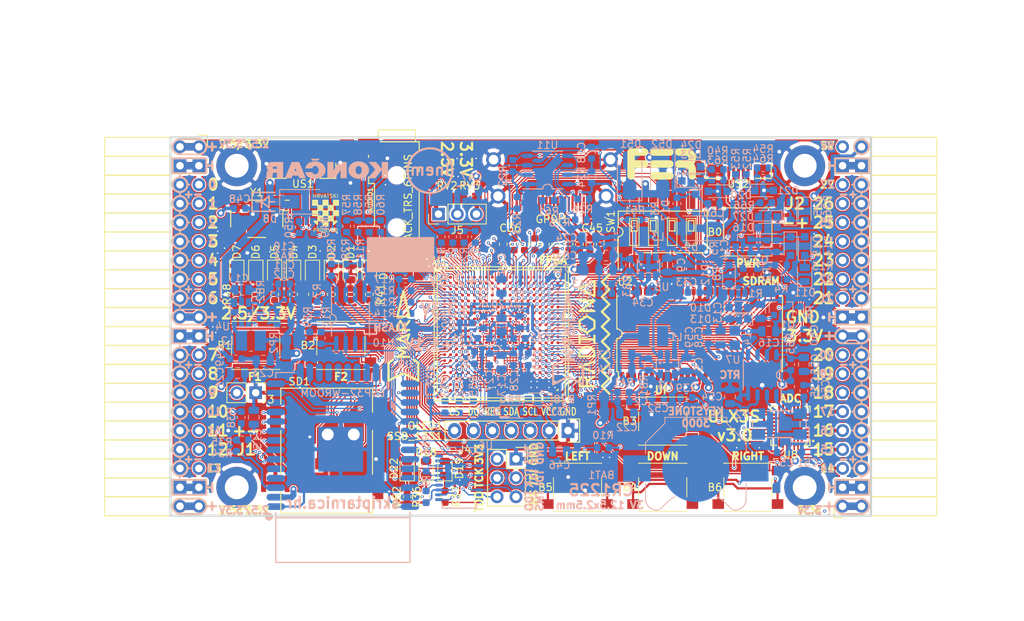
<source format=kicad_pcb>
(kicad_pcb (version 20171130) (host pcbnew 5.0.0+dfsg1-2)
  (layers (0 F.Cu signal) (1 In1.Cu signal) (2 In2.Cu signal) (31 B.Cu signal) (34 B.Paste user) (35 F.Paste user) (36 B.SilkS user) (37 F.SilkS user) (38 B.Mask user) (39 F.Mask user) (44 Edge.Cuts user))
  (net 0 "")
  (net 1 GND)
  (net 2 +5V)
  (net 3 /gpio/IN5V)
  (net 4 /gpio/OUT5V)
  (net 5 +3V3)
  (net 6 BTN_D)
  (net 7 BTN_F1)
  (net 8 BTN_F2)
  (net 9 BTN_L)
  (net 10 BTN_R)
  (net 11 BTN_U)
  (net 12 /power/FB1)
  (net 13 +2V5)
  (net 14 /power/PWREN)
  (net 15 /power/FB3)
  (net 16 /power/FB2)
  (net 17 /power/VBAT)
  (net 18 JTAG_TDI)
  (net 19 JTAG_TCK)
  (net 20 JTAG_TMS)
  (net 21 JTAG_TDO)
  (net 22 /power/WAKEUPn)
  (net 23 /power/WKUP)
  (net 24 /power/SHUT)
  (net 25 /power/WAKE)
  (net 26 /power/HOLD)
  (net 27 /power/WKn)
  (net 28 /power/OSCI_32k)
  (net 29 /power/OSCO_32k)
  (net 30 SHUTDOWN)
  (net 31 GPDI_SDA)
  (net 32 GPDI_SCL)
  (net 33 /gpdi/VREF2)
  (net 34 SD_CMD)
  (net 35 SD_CLK)
  (net 36 SD_D0)
  (net 37 SD_D1)
  (net 38 USB5V)
  (net 39 GPDI_CEC)
  (net 40 nRESET)
  (net 41 FTDI_nDTR)
  (net 42 SDRAM_CKE)
  (net 43 SDRAM_A7)
  (net 44 SDRAM_D15)
  (net 45 SDRAM_BA1)
  (net 46 SDRAM_D7)
  (net 47 SDRAM_A6)
  (net 48 SDRAM_CLK)
  (net 49 SDRAM_D13)
  (net 50 SDRAM_BA0)
  (net 51 SDRAM_D6)
  (net 52 SDRAM_A5)
  (net 53 SDRAM_D14)
  (net 54 SDRAM_A11)
  (net 55 SDRAM_D12)
  (net 56 SDRAM_D5)
  (net 57 SDRAM_A4)
  (net 58 SDRAM_A10)
  (net 59 SDRAM_D11)
  (net 60 SDRAM_A3)
  (net 61 SDRAM_D4)
  (net 62 SDRAM_D10)
  (net 63 SDRAM_D9)
  (net 64 SDRAM_A9)
  (net 65 SDRAM_D3)
  (net 66 SDRAM_D8)
  (net 67 SDRAM_A8)
  (net 68 SDRAM_A2)
  (net 69 SDRAM_A1)
  (net 70 SDRAM_A0)
  (net 71 SDRAM_D2)
  (net 72 SDRAM_D1)
  (net 73 SDRAM_D0)
  (net 74 SDRAM_DQM0)
  (net 75 SDRAM_nCS)
  (net 76 SDRAM_nRAS)
  (net 77 SDRAM_DQM1)
  (net 78 SDRAM_nCAS)
  (net 79 SDRAM_nWE)
  (net 80 /flash/FLASH_nWP)
  (net 81 /flash/FLASH_nHOLD)
  (net 82 /flash/FLASH_MOSI)
  (net 83 /flash/FLASH_MISO)
  (net 84 /flash/FLASH_SCK)
  (net 85 /flash/FLASH_nCS)
  (net 86 /flash/FPGA_PROGRAMN)
  (net 87 /flash/FPGA_DONE)
  (net 88 /flash/FPGA_INITN)
  (net 89 OLED_RES)
  (net 90 OLED_DC)
  (net 91 OLED_CS)
  (net 92 WIFI_EN)
  (net 93 FTDI_nRTS)
  (net 94 FTDI_TXD)
  (net 95 FTDI_RXD)
  (net 96 WIFI_RXD)
  (net 97 WIFI_GPIO0)
  (net 98 WIFI_TXD)
  (net 99 USB_FTDI_D+)
  (net 100 USB_FTDI_D-)
  (net 101 SD_D3)
  (net 102 AUDIO_L3)
  (net 103 AUDIO_L2)
  (net 104 AUDIO_L1)
  (net 105 AUDIO_L0)
  (net 106 AUDIO_R3)
  (net 107 AUDIO_R2)
  (net 108 AUDIO_R1)
  (net 109 AUDIO_R0)
  (net 110 OLED_CLK)
  (net 111 OLED_MOSI)
  (net 112 LED0)
  (net 113 LED1)
  (net 114 LED2)
  (net 115 LED3)
  (net 116 LED4)
  (net 117 LED5)
  (net 118 LED6)
  (net 119 LED7)
  (net 120 BTN_PWRn)
  (net 121 FTDI_nTXLED)
  (net 122 FTDI_nSLEEP)
  (net 123 /blinkey/LED_PWREN)
  (net 124 /blinkey/LED_TXLED)
  (net 125 /sdcard/SD3V3)
  (net 126 SD_D2)
  (net 127 CLK_25MHz)
  (net 128 /blinkey/BTNPUL)
  (net 129 /blinkey/BTNPUR)
  (net 130 USB_FPGA_D+)
  (net 131 /power/FTDI_nSUSPEND)
  (net 132 /blinkey/ALED0)
  (net 133 /blinkey/ALED1)
  (net 134 /blinkey/ALED2)
  (net 135 /blinkey/ALED3)
  (net 136 /blinkey/ALED4)
  (net 137 /blinkey/ALED5)
  (net 138 /blinkey/ALED6)
  (net 139 /blinkey/ALED7)
  (net 140 /usb/FTD-)
  (net 141 /usb/FTD+)
  (net 142 ADC_MISO)
  (net 143 ADC_MOSI)
  (net 144 ADC_CSn)
  (net 145 ADC_SCLK)
  (net 146 SW3)
  (net 147 SW2)
  (net 148 SW1)
  (net 149 USB_FPGA_D-)
  (net 150 /usb/FPD+)
  (net 151 /usb/FPD-)
  (net 152 WIFI_GPIO16)
  (net 153 /usb/ANT_433MHz)
  (net 154 PROG_DONE)
  (net 155 /power/P3V3)
  (net 156 /power/P2V5)
  (net 157 /power/L1)
  (net 158 /power/L3)
  (net 159 /power/L2)
  (net 160 FTDI_TXDEN)
  (net 161 SDRAM_A12)
  (net 162 /analog/AUDIO_V)
  (net 163 AUDIO_V3)
  (net 164 AUDIO_V2)
  (net 165 AUDIO_V1)
  (net 166 AUDIO_V0)
  (net 167 /blinkey/LED_WIFI)
  (net 168 /power/P1V1)
  (net 169 +1V1)
  (net 170 SW4)
  (net 171 /blinkey/SWPU)
  (net 172 /wifi/WIFIEN)
  (net 173 FT2V5)
  (net 174 GN0)
  (net 175 GP0)
  (net 176 GN1)
  (net 177 GP1)
  (net 178 GN2)
  (net 179 GP2)
  (net 180 GN3)
  (net 181 GP3)
  (net 182 GN4)
  (net 183 GP4)
  (net 184 GN5)
  (net 185 GP5)
  (net 186 GN6)
  (net 187 GP6)
  (net 188 GN14)
  (net 189 GP14)
  (net 190 GN15)
  (net 191 GP15)
  (net 192 GN16)
  (net 193 GP16)
  (net 194 GN17)
  (net 195 GP17)
  (net 196 GN18)
  (net 197 GP18)
  (net 198 GN19)
  (net 199 GP19)
  (net 200 GN20)
  (net 201 GP20)
  (net 202 GN21)
  (net 203 GP21)
  (net 204 GN22)
  (net 205 GP22)
  (net 206 GN23)
  (net 207 GP23)
  (net 208 GN24)
  (net 209 GP24)
  (net 210 GN25)
  (net 211 GP25)
  (net 212 GN26)
  (net 213 GP26)
  (net 214 GN27)
  (net 215 GP27)
  (net 216 GN7)
  (net 217 GP7)
  (net 218 GN8)
  (net 219 GP8)
  (net 220 GN9)
  (net 221 GP9)
  (net 222 GN10)
  (net 223 GP10)
  (net 224 GN11)
  (net 225 GP11)
  (net 226 GN12)
  (net 227 GP12)
  (net 228 GN13)
  (net 229 GP13)
  (net 230 WIFI_GPIO5)
  (net 231 WIFI_GPIO17)
  (net 232 USB_FPGA_PULL_D+)
  (net 233 USB_FPGA_PULL_D-)
  (net 234 "Net-(D23-Pad2)")
  (net 235 "Net-(D24-Pad1)")
  (net 236 "Net-(D25-Pad2)")
  (net 237 "Net-(D26-Pad1)")
  (net 238 /gpdi/GPDI_ETH+)
  (net 239 FPDI_ETH+)
  (net 240 /gpdi/GPDI_ETH-)
  (net 241 FPDI_ETH-)
  (net 242 /gpdi/GPDI_D2-)
  (net 243 FPDI_D2-)
  (net 244 /gpdi/GPDI_D1-)
  (net 245 FPDI_D1-)
  (net 246 /gpdi/GPDI_D0-)
  (net 247 FPDI_D0-)
  (net 248 /gpdi/GPDI_CLK-)
  (net 249 FPDI_CLK-)
  (net 250 /gpdi/GPDI_D2+)
  (net 251 FPDI_D2+)
  (net 252 /gpdi/GPDI_D1+)
  (net 253 FPDI_D1+)
  (net 254 /gpdi/GPDI_D0+)
  (net 255 FPDI_D0+)
  (net 256 /gpdi/GPDI_CLK+)
  (net 257 FPDI_CLK+)
  (net 258 FPDI_SDA)
  (net 259 FPDI_SCL)
  (net 260 /gpdi/FPDI_CEC)
  (net 261 2V5_3V3)
  (net 262 /usb/US2VBUS)
  (net 263 /power/SHD)
  (net 264 /power/RTCVDD)
  (net 265 "Net-(D27-Pad2)")
  (net 266 US2_ID)
  (net 267 /analog/AUDIO_L)
  (net 268 /analog/AUDIO_R)
  (net 269 /analog/ADC3V3)
  (net 270 PWRBTn)
  (net 271 USER_PROGRAMN)
  (module TSOP54:TSOP54 (layer F.Cu) (at 165.093 87.8 90)
    (fp_text reference U2 (at 6.98 -9.993 180) (layer F.SilkS))
    (fp_text value MT48LC16M16A2TG hide)
    (pad 28 smd oval (at 5.73 10.4 90) (size 1.2 0.56) (layers F.Cu F.Paste F.Mask) (net 1 GND))
    (pad 1 smd rect (at -5.73 -10.4 90) (size 1.2 0.56) (layers F.Cu F.Paste F.Mask) (net 5 +3V3))
    (pad 2 smd oval (at -5.73 -9.6 90) (size 1.2 0.56) (layers F.Cu F.Paste F.Mask) (net 73 SDRAM_D0))
    (pad 3 smd oval (at -5.73 -8.8 90) (size 1.2 0.56) (layers F.Cu F.Paste F.Mask) (net 5 +3V3))
    (pad 4 smd oval (at -5.73 -8 90) (size 1.2 0.56) (layers F.Cu F.Paste F.Mask) (net 72 SDRAM_D1))
    (pad 5 smd oval (at -5.73 -7.2 90) (size 1.2 0.56) (layers F.Cu F.Paste F.Mask) (net 71 SDRAM_D2))
    (pad 6 smd oval (at -5.73 -6.4 90) (size 1.2 0.56) (layers F.Cu F.Paste F.Mask) (net 1 GND))
    (pad 7 smd oval (at -5.73 -5.6 90) (size 1.2 0.56) (layers F.Cu F.Paste F.Mask) (net 65 SDRAM_D3))
    (pad 8 smd oval (at -5.73 -4.8 90) (size 1.2 0.56) (layers F.Cu F.Paste F.Mask) (net 61 SDRAM_D4))
    (pad 9 smd oval (at -5.73 -4 90) (size 1.2 0.56) (layers F.Cu F.Paste F.Mask) (net 5 +3V3))
    (pad 10 smd oval (at -5.73 -3.2 90) (size 1.2 0.56) (layers F.Cu F.Paste F.Mask) (net 56 SDRAM_D5))
    (pad 11 smd oval (at -5.73 -2.4 90) (size 1.2 0.56) (layers F.Cu F.Paste F.Mask) (net 51 SDRAM_D6))
    (pad 12 smd oval (at -5.73 -1.6 90) (size 1.2 0.56) (layers F.Cu F.Paste F.Mask) (net 1 GND))
    (pad 13 smd oval (at -5.73 -0.8 90) (size 1.2 0.56) (layers F.Cu F.Paste F.Mask) (net 46 SDRAM_D7))
    (pad 14 smd oval (at -5.73 0 90) (size 1.2 0.56) (layers F.Cu F.Paste F.Mask) (net 5 +3V3))
    (pad 15 smd oval (at -5.73 0.8 90) (size 1.2 0.56) (layers F.Cu F.Paste F.Mask) (net 74 SDRAM_DQM0))
    (pad 16 smd oval (at -5.73 1.6 90) (size 1.2 0.56) (layers F.Cu F.Paste F.Mask) (net 79 SDRAM_nWE))
    (pad 17 smd oval (at -5.73 2.4 90) (size 1.2 0.56) (layers F.Cu F.Paste F.Mask) (net 78 SDRAM_nCAS))
    (pad 18 smd oval (at -5.73 3.2 90) (size 1.2 0.56) (layers F.Cu F.Paste F.Mask) (net 76 SDRAM_nRAS))
    (pad 19 smd oval (at -5.73 4 90) (size 1.2 0.56) (layers F.Cu F.Paste F.Mask) (net 75 SDRAM_nCS))
    (pad 20 smd oval (at -5.73 4.8 90) (size 1.2 0.56) (layers F.Cu F.Paste F.Mask) (net 50 SDRAM_BA0))
    (pad 21 smd oval (at -5.73 5.6 90) (size 1.2 0.56) (layers F.Cu F.Paste F.Mask) (net 45 SDRAM_BA1))
    (pad 22 smd oval (at -5.73 6.4 90) (size 1.2 0.56) (layers F.Cu F.Paste F.Mask) (net 58 SDRAM_A10))
    (pad 23 smd oval (at -5.73 7.2 90) (size 1.2 0.56) (layers F.Cu F.Paste F.Mask) (net 70 SDRAM_A0))
    (pad 24 smd oval (at -5.73 8 90) (size 1.2 0.56) (layers F.Cu F.Paste F.Mask) (net 69 SDRAM_A1))
    (pad 25 smd oval (at -5.73 8.8 90) (size 1.2 0.56) (layers F.Cu F.Paste F.Mask) (net 68 SDRAM_A2))
    (pad 26 smd oval (at -5.73 9.6 90) (size 1.2 0.56) (layers F.Cu F.Paste F.Mask) (net 60 SDRAM_A3))
    (pad 27 smd oval (at -5.73 10.4 90) (size 1.2 0.56) (layers F.Cu F.Paste F.Mask) (net 5 +3V3))
    (pad 29 smd oval (at 5.73 9.6 90) (size 1.2 0.56) (layers F.Cu F.Paste F.Mask) (net 57 SDRAM_A4))
    (pad 30 smd oval (at 5.73 8.8 90) (size 1.2 0.56) (layers F.Cu F.Paste F.Mask) (net 52 SDRAM_A5))
    (pad 31 smd oval (at 5.73 8 90) (size 1.2 0.56) (layers F.Cu F.Paste F.Mask) (net 47 SDRAM_A6))
    (pad 32 smd oval (at 5.73 7.2 90) (size 1.2 0.56) (layers F.Cu F.Paste F.Mask) (net 43 SDRAM_A7))
    (pad 33 smd oval (at 5.73 6.4 90) (size 1.2 0.56) (layers F.Cu F.Paste F.Mask) (net 67 SDRAM_A8))
    (pad 34 smd oval (at 5.73 5.6 90) (size 1.2 0.56) (layers F.Cu F.Paste F.Mask) (net 64 SDRAM_A9))
    (pad 35 smd oval (at 5.73 4.8 90) (size 1.2 0.56) (layers F.Cu F.Paste F.Mask) (net 54 SDRAM_A11))
    (pad 36 smd oval (at 5.73 4 90) (size 1.2 0.56) (layers F.Cu F.Paste F.Mask) (net 161 SDRAM_A12))
    (pad 37 smd oval (at 5.73 3.2 90) (size 1.2 0.56) (layers F.Cu F.Paste F.Mask) (net 42 SDRAM_CKE))
    (pad 38 smd oval (at 5.73 2.4 90) (size 1.2 0.56) (layers F.Cu F.Paste F.Mask) (net 48 SDRAM_CLK))
    (pad 39 smd oval (at 5.73 1.6 90) (size 1.2 0.56) (layers F.Cu F.Paste F.Mask) (net 77 SDRAM_DQM1))
    (pad 40 smd oval (at 5.73 0.8 90) (size 1.2 0.56) (layers F.Cu F.Paste F.Mask))
    (pad 41 smd oval (at 5.73 0 90) (size 1.2 0.56) (layers F.Cu F.Paste F.Mask) (net 1 GND))
    (pad 42 smd oval (at 5.73 -0.8 90) (size 1.2 0.56) (layers F.Cu F.Paste F.Mask) (net 66 SDRAM_D8))
    (pad 43 smd oval (at 5.73 -1.6 90) (size 1.2 0.56) (layers F.Cu F.Paste F.Mask) (net 5 +3V3))
    (pad 44 smd oval (at 5.73 -2.4 90) (size 1.2 0.56) (layers F.Cu F.Paste F.Mask) (net 63 SDRAM_D9))
    (pad 45 smd oval (at 5.73 -3.2 90) (size 1.2 0.56) (layers F.Cu F.Paste F.Mask) (net 62 SDRAM_D10))
    (pad 46 smd oval (at 5.73 -4 90) (size 1.2 0.56) (layers F.Cu F.Paste F.Mask) (net 1 GND))
    (pad 47 smd oval (at 5.73 -4.8 90) (size 1.2 0.56) (layers F.Cu F.Paste F.Mask) (net 59 SDRAM_D11))
    (pad 48 smd oval (at 5.73 -5.6 90) (size 1.2 0.56) (layers F.Cu F.Paste F.Mask) (net 55 SDRAM_D12))
    (pad 49 smd oval (at 5.73 -6.4 90) (size 1.2 0.56) (layers F.Cu F.Paste F.Mask) (net 5 +3V3))
    (pad 50 smd oval (at 5.73 -7.2 90) (size 1.2 0.56) (layers F.Cu F.Paste F.Mask) (net 49 SDRAM_D13))
    (pad 51 smd oval (at 5.73 -8 90) (size 1.2 0.56) (layers F.Cu F.Paste F.Mask) (net 53 SDRAM_D14))
    (pad 52 smd oval (at 5.73 -8.8 90) (size 1.2 0.56) (layers F.Cu F.Paste F.Mask) (net 1 GND))
    (pad 53 smd oval (at 5.73 -9.6 90) (size 1.2 0.56) (layers F.Cu F.Paste F.Mask) (net 44 SDRAM_D15))
    (pad 54 smd oval (at 5.73 -10.4 90) (size 1.2 0.56) (layers F.Cu F.Paste F.Mask) (net 1 GND))
  )
  (module jumper:R_0805_2012Metric_Pad1.29x1.40mm_HandSolder_Jumper_NC (layer B.Cu) (at 109.609 89.632 270)
    (fp_text reference RP2 (at -0.635 1.651 270) (layer B.SilkS) (effects (justify mirror)))
    (fp_text value 0 hide)
    (fp_line (start -1 0) (end 1 0) (layer B.Cu) (width 1))
    (pad 2 smd roundrect (at 0.9675 0 270) (size 1.295 1.4) (layers B.Cu B.Mask) (net 13 +2V5))
    (pad 1 smd roundrect (at -0.9675 0 270) (size 1.295 1.4) (layers B.Cu B.Mask) (net 156 /power/P2V5))
  )
  (module jumper:R_0805_2012Metric_Pad1.29x1.40mm_HandSolder_Jumper_NC (layer B.Cu) (at 149.472 78.311 270)
    (fp_text reference RP3 (at 0 3.414 270) (layer B.SilkS) (effects (justify mirror)))
    (fp_text value 0 hide)
    (fp_line (start -1 0) (end 1 0) (layer B.Cu) (width 1))
    (pad 2 smd roundrect (at 0.9675 0 270) (size 1.295 1.4) (layers B.Cu B.Mask) (net 5 +3V3))
    (pad 1 smd roundrect (at -0.9675 0 270) (size 1.295 1.4) (layers B.Cu B.Mask) (net 155 /power/P3V3))
  )
  (module jumper:R_0805_2012Metric_Pad1.29x1.40mm_HandSolder_Jumper_NC (layer B.Cu) (at 152.281 97.361 270)
    (fp_text reference RP1 (at 0 1.65 270) (layer B.SilkS) (effects (justify mirror)))
    (fp_text value 0 hide)
    (fp_line (start -1 0) (end 1 0) (layer B.Cu) (width 1))
    (pad 2 smd roundrect (at 0.9675 0 270) (size 1.295 1.4) (layers B.Cu B.Mask) (net 169 +1V1))
    (pad 1 smd roundrect (at -0.9675 0 270) (size 1.295 1.4) (layers B.Cu B.Mask) (net 168 /power/P1V1))
  )
  (module jumper:D_SMA_Jumper_NC (layer B.Cu) (at 160.155 66.391 270)
    (fp_text reference D52 (at -4.064 0.127) (layer B.SilkS) (effects (justify mirror)))
    (fp_text value 0 hide)
    (fp_line (start -2 0) (end 2 0) (layer B.Cu) (width 1))
    (pad 2 smd roundrect (at 2 0 270) (size 2.5 1.8) (layers B.Cu B.Mask) (net 2 +5V))
    (pad 1 smd roundrect (at -2 0 270) (size 2.5 1.8) (layers B.Cu B.Mask) (net 4 /gpio/OUT5V))
  )
  (module jumper:D_SMA_Jumper_NC (layer B.Cu) (at 155.71 66.518 90)
    (fp_text reference D51 (at 4.191 0.127 180) (layer B.SilkS) (effects (justify mirror)))
    (fp_text value 0 hide)
    (fp_line (start -2 0) (end 2 0) (layer B.Cu) (width 1))
    (pad 2 smd roundrect (at 2 0 90) (size 2.5 1.8) (layers B.Cu B.Mask) (net 3 /gpio/IN5V))
    (pad 1 smd roundrect (at -2 0 90) (size 2.5 1.8) (layers B.Cu B.Mask) (net 2 +5V))
  )
  (module jumper:D_SMA_Jumper_NC (layer B.Cu) (at 164.854 73.63 180)
    (fp_text reference D9 (at 0.889 -2.54 180) (layer B.SilkS) (effects (justify mirror)))
    (fp_text value 0 hide)
    (fp_line (start -2 0) (end 2 0) (layer B.Cu) (width 1))
    (pad 2 smd roundrect (at 2 0 180) (size 2.5 1.8) (layers B.Cu B.Mask) (net 2 +5V))
    (pad 1 smd roundrect (at -2 0 180) (size 2.5 1.8) (layers B.Cu B.Mask) (net 262 /usb/US2VBUS))
  )
  (module lfe5bg381:BGA-381_pitch0.8mm_dia0.4mm (layer F.Cu) (at 138.48 87.8)
    (fp_text reference U1 (at -8.2 -9.8) (layer F.SilkS))
    (fp_text value LFE5U-85F-6BG381C hide)
    (pad Y19 smd circle (at 6.8 7.6) (size 0.4 0.4) (layers F.Cu F.Paste F.Mask) (net 1 GND))
    (pad Y17 smd circle (at 5.2 7.6) (size 0.4 0.4) (layers F.Cu F.Paste F.Mask) (net 1 GND))
    (pad Y16 smd circle (at 4.4 7.6) (size 0.4 0.4) (layers F.Cu F.Paste F.Mask) (net 1 GND))
    (pad Y15 smd circle (at 3.6 7.6) (size 0.4 0.4) (layers F.Cu F.Paste F.Mask) (net 1 GND))
    (pad Y14 smd circle (at 2.8 7.6) (size 0.4 0.4) (layers F.Cu F.Paste F.Mask) (net 1 GND))
    (pad Y12 smd circle (at 1.2 7.6) (size 0.4 0.4) (layers F.Cu F.Paste F.Mask) (net 1 GND))
    (pad Y11 smd circle (at 0.4 7.6) (size 0.4 0.4) (layers F.Cu F.Paste F.Mask) (net 1 GND))
    (pad Y8 smd circle (at -2 7.6) (size 0.4 0.4) (layers F.Cu F.Paste F.Mask) (net 1 GND))
    (pad Y7 smd circle (at -2.8 7.6) (size 0.4 0.4) (layers F.Cu F.Paste F.Mask) (net 1 GND))
    (pad Y6 smd circle (at -3.6 7.6) (size 0.4 0.4) (layers F.Cu F.Paste F.Mask) (net 1 GND))
    (pad Y5 smd circle (at -4.4 7.6) (size 0.4 0.4) (layers F.Cu F.Paste F.Mask) (net 1 GND))
    (pad Y3 smd circle (at -6 7.6) (size 0.4 0.4) (layers F.Cu F.Paste F.Mask) (net 87 /flash/FPGA_DONE))
    (pad Y2 smd circle (at -6.8 7.6) (size 0.4 0.4) (layers F.Cu F.Paste F.Mask) (net 80 /flash/FLASH_nWP))
    (pad W20 smd circle (at 7.6 6.8) (size 0.4 0.4) (layers F.Cu F.Paste F.Mask) (net 1 GND))
    (pad W19 smd circle (at 6.8 6.8) (size 0.4 0.4) (layers F.Cu F.Paste F.Mask) (net 1 GND))
    (pad W18 smd circle (at 6 6.8) (size 0.4 0.4) (layers F.Cu F.Paste F.Mask))
    (pad W17 smd circle (at 5.2 6.8) (size 0.4 0.4) (layers F.Cu F.Paste F.Mask))
    (pad W16 smd circle (at 4.4 6.8) (size 0.4 0.4) (layers F.Cu F.Paste F.Mask) (net 1 GND))
    (pad W15 smd circle (at 3.6 6.8) (size 0.4 0.4) (layers F.Cu F.Paste F.Mask) (net 1 GND))
    (pad W14 smd circle (at 2.8 6.8) (size 0.4 0.4) (layers F.Cu F.Paste F.Mask))
    (pad W13 smd circle (at 2 6.8) (size 0.4 0.4) (layers F.Cu F.Paste F.Mask))
    (pad W12 smd circle (at 1.2 6.8) (size 0.4 0.4) (layers F.Cu F.Paste F.Mask) (net 1 GND))
    (pad W11 smd circle (at 0.4 6.8) (size 0.4 0.4) (layers F.Cu F.Paste F.Mask))
    (pad W10 smd circle (at -0.4 6.8) (size 0.4 0.4) (layers F.Cu F.Paste F.Mask))
    (pad W9 smd circle (at -1.2 6.8) (size 0.4 0.4) (layers F.Cu F.Paste F.Mask))
    (pad W8 smd circle (at -2 6.8) (size 0.4 0.4) (layers F.Cu F.Paste F.Mask))
    (pad W7 smd circle (at -2.8 6.8) (size 0.4 0.4) (layers F.Cu F.Paste F.Mask) (net 1 GND))
    (pad W6 smd circle (at -3.6 6.8) (size 0.4 0.4) (layers F.Cu F.Paste F.Mask) (net 1 GND))
    (pad W5 smd circle (at -4.4 6.8) (size 0.4 0.4) (layers F.Cu F.Paste F.Mask))
    (pad W4 smd circle (at -5.2 6.8) (size 0.4 0.4) (layers F.Cu F.Paste F.Mask))
    (pad W3 smd circle (at -6 6.8) (size 0.4 0.4) (layers F.Cu F.Paste F.Mask) (net 86 /flash/FPGA_PROGRAMN))
    (pad W2 smd circle (at -6.8 6.8) (size 0.4 0.4) (layers F.Cu F.Paste F.Mask) (net 82 /flash/FLASH_MOSI))
    (pad W1 smd circle (at -7.6 6.8) (size 0.4 0.4) (layers F.Cu F.Paste F.Mask) (net 81 /flash/FLASH_nHOLD))
    (pad V20 smd circle (at 7.6 6) (size 0.4 0.4) (layers F.Cu F.Paste F.Mask) (net 1 GND))
    (pad V19 smd circle (at 6.8 6) (size 0.4 0.4) (layers F.Cu F.Paste F.Mask) (net 1 GND))
    (pad V18 smd circle (at 6 6) (size 0.4 0.4) (layers F.Cu F.Paste F.Mask) (net 1 GND))
    (pad V17 smd circle (at 5.2 6) (size 0.4 0.4) (layers F.Cu F.Paste F.Mask) (net 1 GND))
    (pad V16 smd circle (at 4.4 6) (size 0.4 0.4) (layers F.Cu F.Paste F.Mask) (net 1 GND))
    (pad V15 smd circle (at 3.6 6) (size 0.4 0.4) (layers F.Cu F.Paste F.Mask) (net 1 GND))
    (pad V14 smd circle (at 2.8 6) (size 0.4 0.4) (layers F.Cu F.Paste F.Mask) (net 1 GND))
    (pad V13 smd circle (at 2 6) (size 0.4 0.4) (layers F.Cu F.Paste F.Mask) (net 1 GND))
    (pad V12 smd circle (at 1.2 6) (size 0.4 0.4) (layers F.Cu F.Paste F.Mask) (net 1 GND))
    (pad V11 smd circle (at 0.4 6) (size 0.4 0.4) (layers F.Cu F.Paste F.Mask) (net 1 GND))
    (pad V10 smd circle (at -0.4 6) (size 0.4 0.4) (layers F.Cu F.Paste F.Mask) (net 1 GND))
    (pad V9 smd circle (at -1.2 6) (size 0.4 0.4) (layers F.Cu F.Paste F.Mask) (net 1 GND))
    (pad V8 smd circle (at -2 6) (size 0.4 0.4) (layers F.Cu F.Paste F.Mask) (net 1 GND))
    (pad V7 smd circle (at -2.8 6) (size 0.4 0.4) (layers F.Cu F.Paste F.Mask) (net 1 GND))
    (pad V6 smd circle (at -3.6 6) (size 0.4 0.4) (layers F.Cu F.Paste F.Mask) (net 1 GND))
    (pad V5 smd circle (at -4.4 6) (size 0.4 0.4) (layers F.Cu F.Paste F.Mask) (net 1 GND))
    (pad V4 smd circle (at -5.2 6) (size 0.4 0.4) (layers F.Cu F.Paste F.Mask) (net 21 JTAG_TDO))
    (pad V3 smd circle (at -6 6) (size 0.4 0.4) (layers F.Cu F.Paste F.Mask) (net 88 /flash/FPGA_INITN))
    (pad V2 smd circle (at -6.8 6) (size 0.4 0.4) (layers F.Cu F.Paste F.Mask) (net 83 /flash/FLASH_MISO))
    (pad V1 smd circle (at -7.6 6) (size 0.4 0.4) (layers F.Cu F.Paste F.Mask) (net 6 BTN_D))
    (pad U20 smd circle (at 7.6 5.2) (size 0.4 0.4) (layers F.Cu F.Paste F.Mask) (net 46 SDRAM_D7))
    (pad U19 smd circle (at 6.8 5.2) (size 0.4 0.4) (layers F.Cu F.Paste F.Mask) (net 74 SDRAM_DQM0))
    (pad U18 smd circle (at 6 5.2) (size 0.4 0.4) (layers F.Cu F.Paste F.Mask) (net 189 GP14))
    (pad U17 smd circle (at 5.2 5.2) (size 0.4 0.4) (layers F.Cu F.Paste F.Mask) (net 188 GN14))
    (pad U16 smd circle (at 4.4 5.2) (size 0.4 0.4) (layers F.Cu F.Paste F.Mask) (net 142 ADC_MISO))
    (pad U15 smd circle (at 3.6 5.2) (size 0.4 0.4) (layers F.Cu F.Paste F.Mask) (net 1 GND))
    (pad U14 smd circle (at 2.8 5.2) (size 0.4 0.4) (layers F.Cu F.Paste F.Mask) (net 1 GND))
    (pad U13 smd circle (at 2 5.2) (size 0.4 0.4) (layers F.Cu F.Paste F.Mask) (net 1 GND))
    (pad U12 smd circle (at 1.2 5.2) (size 0.4 0.4) (layers F.Cu F.Paste F.Mask) (net 1 GND))
    (pad U11 smd circle (at 0.4 5.2) (size 0.4 0.4) (layers F.Cu F.Paste F.Mask) (net 1 GND))
    (pad U10 smd circle (at -0.4 5.2) (size 0.4 0.4) (layers F.Cu F.Paste F.Mask) (net 1 GND))
    (pad U9 smd circle (at -1.2 5.2) (size 0.4 0.4) (layers F.Cu F.Paste F.Mask) (net 1 GND))
    (pad U8 smd circle (at -2 5.2) (size 0.4 0.4) (layers F.Cu F.Paste F.Mask) (net 1 GND))
    (pad U7 smd circle (at -2.8 5.2) (size 0.4 0.4) (layers F.Cu F.Paste F.Mask) (net 1 GND))
    (pad U6 smd circle (at -3.6 5.2) (size 0.4 0.4) (layers F.Cu F.Paste F.Mask) (net 1 GND))
    (pad U5 smd circle (at -4.4 5.2) (size 0.4 0.4) (layers F.Cu F.Paste F.Mask) (net 20 JTAG_TMS))
    (pad U4 smd circle (at -5.2 5.2) (size 0.4 0.4) (layers F.Cu F.Paste F.Mask) (net 1 GND))
    (pad U3 smd circle (at -6 5.2) (size 0.4 0.4) (layers F.Cu F.Paste F.Mask) (net 84 /flash/FLASH_SCK))
    (pad U2 smd circle (at -6.8 5.2) (size 0.4 0.4) (layers F.Cu F.Paste F.Mask) (net 5 +3V3))
    (pad U1 smd circle (at -7.6 5.2) (size 0.4 0.4) (layers F.Cu F.Paste F.Mask) (net 9 BTN_L))
    (pad T20 smd circle (at 7.6 4.4) (size 0.4 0.4) (layers F.Cu F.Paste F.Mask) (net 79 SDRAM_nWE))
    (pad T19 smd circle (at 6.8 4.4) (size 0.4 0.4) (layers F.Cu F.Paste F.Mask) (net 78 SDRAM_nCAS))
    (pad T18 smd circle (at 6 4.4) (size 0.4 0.4) (layers F.Cu F.Paste F.Mask) (net 56 SDRAM_D5))
    (pad T17 smd circle (at 5.2 4.4) (size 0.4 0.4) (layers F.Cu F.Paste F.Mask) (net 51 SDRAM_D6))
    (pad T16 smd circle (at 4.4 4.4) (size 0.4 0.4) (layers F.Cu F.Paste F.Mask))
    (pad T15 smd circle (at 3.6 4.4) (size 0.4 0.4) (layers F.Cu F.Paste F.Mask) (net 1 GND))
    (pad T14 smd circle (at 2.8 4.4) (size 0.4 0.4) (layers F.Cu F.Paste F.Mask) (net 1 GND))
    (pad T13 smd circle (at 2 4.4) (size 0.4 0.4) (layers F.Cu F.Paste F.Mask) (net 1 GND))
    (pad T12 smd circle (at 1.2 4.4) (size 0.4 0.4) (layers F.Cu F.Paste F.Mask) (net 1 GND))
    (pad T11 smd circle (at 0.4 4.4) (size 0.4 0.4) (layers F.Cu F.Paste F.Mask) (net 1 GND))
    (pad T10 smd circle (at -0.4 4.4) (size 0.4 0.4) (layers F.Cu F.Paste F.Mask) (net 1 GND))
    (pad T9 smd circle (at -1.2 4.4) (size 0.4 0.4) (layers F.Cu F.Paste F.Mask) (net 1 GND))
    (pad T8 smd circle (at -2 4.4) (size 0.4 0.4) (layers F.Cu F.Paste F.Mask) (net 1 GND))
    (pad T7 smd circle (at -2.8 4.4) (size 0.4 0.4) (layers F.Cu F.Paste F.Mask) (net 1 GND))
    (pad T6 smd circle (at -3.6 4.4) (size 0.4 0.4) (layers F.Cu F.Paste F.Mask) (net 1 GND))
    (pad T5 smd circle (at -4.4 4.4) (size 0.4 0.4) (layers F.Cu F.Paste F.Mask) (net 19 JTAG_TCK))
    (pad T4 smd circle (at -5.2 4.4) (size 0.4 0.4) (layers F.Cu F.Paste F.Mask) (net 5 +3V3))
    (pad T3 smd circle (at -6 4.4) (size 0.4 0.4) (layers F.Cu F.Paste F.Mask) (net 5 +3V3))
    (pad T2 smd circle (at -6.8 4.4) (size 0.4 0.4) (layers F.Cu F.Paste F.Mask) (net 5 +3V3))
    (pad T1 smd circle (at -7.6 4.4) (size 0.4 0.4) (layers F.Cu F.Paste F.Mask) (net 8 BTN_F2))
    (pad R20 smd circle (at 7.6 3.6) (size 0.4 0.4) (layers F.Cu F.Paste F.Mask) (net 76 SDRAM_nRAS))
    (pad R19 smd circle (at 6.8 3.6) (size 0.4 0.4) (layers F.Cu F.Paste F.Mask) (net 1 GND))
    (pad R18 smd circle (at 6 3.6) (size 0.4 0.4) (layers F.Cu F.Paste F.Mask) (net 11 BTN_U))
    (pad R17 smd circle (at 5.2 3.6) (size 0.4 0.4) (layers F.Cu F.Paste F.Mask) (net 144 ADC_CSn))
    (pad R16 smd circle (at 4.4 3.6) (size 0.4 0.4) (layers F.Cu F.Paste F.Mask) (net 143 ADC_MOSI))
    (pad R5 smd circle (at -4.4 3.6) (size 0.4 0.4) (layers F.Cu F.Paste F.Mask) (net 18 JTAG_TDI))
    (pad R4 smd circle (at -5.2 3.6) (size 0.4 0.4) (layers F.Cu F.Paste F.Mask) (net 1 GND))
    (pad R3 smd circle (at -6 3.6) (size 0.4 0.4) (layers F.Cu F.Paste F.Mask))
    (pad R2 smd circle (at -6.8 3.6) (size 0.4 0.4) (layers F.Cu F.Paste F.Mask) (net 85 /flash/FLASH_nCS))
    (pad R1 smd circle (at -7.6 3.6) (size 0.4 0.4) (layers F.Cu F.Paste F.Mask) (net 7 BTN_F1))
    (pad P20 smd circle (at 7.6 2.8) (size 0.4 0.4) (layers F.Cu F.Paste F.Mask) (net 75 SDRAM_nCS))
    (pad P19 smd circle (at 6.8 2.8) (size 0.4 0.4) (layers F.Cu F.Paste F.Mask) (net 50 SDRAM_BA0))
    (pad P18 smd circle (at 6 2.8) (size 0.4 0.4) (layers F.Cu F.Paste F.Mask) (net 61 SDRAM_D4))
    (pad P17 smd circle (at 5.2 2.8) (size 0.4 0.4) (layers F.Cu F.Paste F.Mask) (net 145 ADC_SCLK))
    (pad P16 smd circle (at 4.4 2.8) (size 0.4 0.4) (layers F.Cu F.Paste F.Mask) (net 190 GN15))
    (pad P15 smd circle (at 3.6 2.8) (size 0.4 0.4) (layers F.Cu F.Paste F.Mask) (net 13 +2V5))
    (pad P14 smd circle (at 2.8 2.8) (size 0.4 0.4) (layers F.Cu F.Paste F.Mask) (net 1 GND))
    (pad P13 smd circle (at 2 2.8) (size 0.4 0.4) (layers F.Cu F.Paste F.Mask) (net 1 GND))
    (pad P12 smd circle (at 1.2 2.8) (size 0.4 0.4) (layers F.Cu F.Paste F.Mask) (net 1 GND))
    (pad P11 smd circle (at 0.4 2.8) (size 0.4 0.4) (layers F.Cu F.Paste F.Mask) (net 1 GND))
    (pad P10 smd circle (at -0.4 2.8) (size 0.4 0.4) (layers F.Cu F.Paste F.Mask) (net 5 +3V3))
    (pad P9 smd circle (at -1.2 2.8) (size 0.4 0.4) (layers F.Cu F.Paste F.Mask) (net 5 +3V3))
    (pad P8 smd circle (at -2 2.8) (size 0.4 0.4) (layers F.Cu F.Paste F.Mask) (net 1 GND))
    (pad P7 smd circle (at -2.8 2.8) (size 0.4 0.4) (layers F.Cu F.Paste F.Mask) (net 1 GND))
    (pad P6 smd circle (at -3.6 2.8) (size 0.4 0.4) (layers F.Cu F.Paste F.Mask) (net 13 +2V5))
    (pad P5 smd circle (at -4.4 2.8) (size 0.4 0.4) (layers F.Cu F.Paste F.Mask))
    (pad P4 smd circle (at -5.2 2.8) (size 0.4 0.4) (layers F.Cu F.Paste F.Mask) (net 110 OLED_CLK))
    (pad P3 smd circle (at -6 2.8) (size 0.4 0.4) (layers F.Cu F.Paste F.Mask) (net 111 OLED_MOSI))
    (pad P2 smd circle (at -6.8 2.8) (size 0.4 0.4) (layers F.Cu F.Paste F.Mask) (net 89 OLED_RES))
    (pad P1 smd circle (at -7.6 2.8) (size 0.4 0.4) (layers F.Cu F.Paste F.Mask) (net 90 OLED_DC))
    (pad N20 smd circle (at 7.6 2) (size 0.4 0.4) (layers F.Cu F.Paste F.Mask) (net 45 SDRAM_BA1))
    (pad N19 smd circle (at 6.8 2) (size 0.4 0.4) (layers F.Cu F.Paste F.Mask) (net 58 SDRAM_A10))
    (pad N18 smd circle (at 6 2) (size 0.4 0.4) (layers F.Cu F.Paste F.Mask) (net 65 SDRAM_D3))
    (pad N17 smd circle (at 5.2 2) (size 0.4 0.4) (layers F.Cu F.Paste F.Mask) (net 191 GP15))
    (pad N16 smd circle (at 4.4 2) (size 0.4 0.4) (layers F.Cu F.Paste F.Mask) (net 193 GP16))
    (pad N15 smd circle (at 3.6 2) (size 0.4 0.4) (layers F.Cu F.Paste F.Mask) (net 1 GND))
    (pad N14 smd circle (at 2.8 2) (size 0.4 0.4) (layers F.Cu F.Paste F.Mask) (net 1 GND))
    (pad N13 smd circle (at 2 2) (size 0.4 0.4) (layers F.Cu F.Paste F.Mask) (net 169 +1V1))
    (pad N12 smd circle (at 1.2 2) (size 0.4 0.4) (layers F.Cu F.Paste F.Mask) (net 169 +1V1))
    (pad N11 smd circle (at 0.4 2) (size 0.4 0.4) (layers F.Cu F.Paste F.Mask) (net 169 +1V1))
    (pad N10 smd circle (at -0.4 2) (size 0.4 0.4) (layers F.Cu F.Paste F.Mask) (net 169 +1V1))
    (pad N9 smd circle (at -1.2 2) (size 0.4 0.4) (layers F.Cu F.Paste F.Mask) (net 169 +1V1))
    (pad N8 smd circle (at -2 2) (size 0.4 0.4) (layers F.Cu F.Paste F.Mask) (net 169 +1V1))
    (pad N7 smd circle (at -2.8 2) (size 0.4 0.4) (layers F.Cu F.Paste F.Mask) (net 1 GND))
    (pad N6 smd circle (at -3.6 2) (size 0.4 0.4) (layers F.Cu F.Paste F.Mask) (net 1 GND))
    (pad N5 smd circle (at -4.4 2) (size 0.4 0.4) (layers F.Cu F.Paste F.Mask))
    (pad N4 smd circle (at -5.2 2) (size 0.4 0.4) (layers F.Cu F.Paste F.Mask) (net 230 WIFI_GPIO5))
    (pad N3 smd circle (at -6 2) (size 0.4 0.4) (layers F.Cu F.Paste F.Mask) (net 231 WIFI_GPIO17))
    (pad N2 smd circle (at -6.8 2) (size 0.4 0.4) (layers F.Cu F.Paste F.Mask) (net 91 OLED_CS))
    (pad N1 smd circle (at -7.6 2) (size 0.4 0.4) (layers F.Cu F.Paste F.Mask) (net 41 FTDI_nDTR))
    (pad M20 smd circle (at 7.6 1.2) (size 0.4 0.4) (layers F.Cu F.Paste F.Mask) (net 70 SDRAM_A0))
    (pad M19 smd circle (at 6.8 1.2) (size 0.4 0.4) (layers F.Cu F.Paste F.Mask) (net 69 SDRAM_A1))
    (pad M18 smd circle (at 6 1.2) (size 0.4 0.4) (layers F.Cu F.Paste F.Mask) (net 71 SDRAM_D2))
    (pad M17 smd circle (at 5.2 1.2) (size 0.4 0.4) (layers F.Cu F.Paste F.Mask) (net 192 GN16))
    (pad M16 smd circle (at 4.4 1.2) (size 0.4 0.4) (layers F.Cu F.Paste F.Mask) (net 1 GND))
    (pad M15 smd circle (at 3.6 1.2) (size 0.4 0.4) (layers F.Cu F.Paste F.Mask) (net 5 +3V3))
    (pad M14 smd circle (at 2.8 1.2) (size 0.4 0.4) (layers F.Cu F.Paste F.Mask) (net 1 GND))
    (pad M13 smd circle (at 2 1.2) (size 0.4 0.4) (layers F.Cu F.Paste F.Mask) (net 169 +1V1))
    (pad M12 smd circle (at 1.2 1.2) (size 0.4 0.4) (layers F.Cu F.Paste F.Mask) (net 1 GND))
    (pad M11 smd circle (at 0.4 1.2) (size 0.4 0.4) (layers F.Cu F.Paste F.Mask) (net 1 GND))
    (pad M10 smd circle (at -0.4 1.2) (size 0.4 0.4) (layers F.Cu F.Paste F.Mask) (net 1 GND))
    (pad M9 smd circle (at -1.2 1.2) (size 0.4 0.4) (layers F.Cu F.Paste F.Mask) (net 1 GND))
    (pad M8 smd circle (at -2 1.2) (size 0.4 0.4) (layers F.Cu F.Paste F.Mask) (net 169 +1V1))
    (pad M7 smd circle (at -2.8 1.2) (size 0.4 0.4) (layers F.Cu F.Paste F.Mask) (net 1 GND))
    (pad M6 smd circle (at -3.6 1.2) (size 0.4 0.4) (layers F.Cu F.Paste F.Mask) (net 5 +3V3))
    (pad M5 smd circle (at -4.4 1.2) (size 0.4 0.4) (layers F.Cu F.Paste F.Mask))
    (pad M4 smd circle (at -5.2 1.2) (size 0.4 0.4) (layers F.Cu F.Paste F.Mask) (net 271 USER_PROGRAMN))
    (pad M3 smd circle (at -6 1.2) (size 0.4 0.4) (layers F.Cu F.Paste F.Mask) (net 93 FTDI_nRTS))
    (pad M2 smd circle (at -6.8 1.2) (size 0.4 0.4) (layers F.Cu F.Paste F.Mask) (net 1 GND))
    (pad M1 smd circle (at -7.6 1.2) (size 0.4 0.4) (layers F.Cu F.Paste F.Mask) (net 94 FTDI_TXD))
    (pad L20 smd circle (at 7.6 0.4) (size 0.4 0.4) (layers F.Cu F.Paste F.Mask) (net 68 SDRAM_A2))
    (pad L19 smd circle (at 6.8 0.4) (size 0.4 0.4) (layers F.Cu F.Paste F.Mask) (net 60 SDRAM_A3))
    (pad L18 smd circle (at 6 0.4) (size 0.4 0.4) (layers F.Cu F.Paste F.Mask) (net 72 SDRAM_D1))
    (pad L17 smd circle (at 5.2 0.4) (size 0.4 0.4) (layers F.Cu F.Paste F.Mask) (net 194 GN17))
    (pad L16 smd circle (at 4.4 0.4) (size 0.4 0.4) (layers F.Cu F.Paste F.Mask) (net 195 GP17))
    (pad L15 smd circle (at 3.6 0.4) (size 0.4 0.4) (layers F.Cu F.Paste F.Mask) (net 5 +3V3))
    (pad L14 smd circle (at 2.8 0.4) (size 0.4 0.4) (layers F.Cu F.Paste F.Mask) (net 5 +3V3))
    (pad L13 smd circle (at 2 0.4) (size 0.4 0.4) (layers F.Cu F.Paste F.Mask) (net 169 +1V1))
    (pad L12 smd circle (at 1.2 0.4) (size 0.4 0.4) (layers F.Cu F.Paste F.Mask) (net 1 GND))
    (pad L11 smd circle (at 0.4 0.4) (size 0.4 0.4) (layers F.Cu F.Paste F.Mask) (net 1 GND))
    (pad L10 smd circle (at -0.4 0.4) (size 0.4 0.4) (layers F.Cu F.Paste F.Mask) (net 1 GND))
    (pad L9 smd circle (at -1.2 0.4) (size 0.4 0.4) (layers F.Cu F.Paste F.Mask) (net 1 GND))
    (pad L8 smd circle (at -2 0.4) (size 0.4 0.4) (layers F.Cu F.Paste F.Mask) (net 169 +1V1))
    (pad L7 smd circle (at -2.8 0.4) (size 0.4 0.4) (layers F.Cu F.Paste F.Mask) (net 5 +3V3))
    (pad L6 smd circle (at -3.6 0.4) (size 0.4 0.4) (layers F.Cu F.Paste F.Mask) (net 5 +3V3))
    (pad L5 smd circle (at -4.4 0.4) (size 0.4 0.4) (layers F.Cu F.Paste F.Mask))
    (pad L4 smd circle (at -5.2 0.4) (size 0.4 0.4) (layers F.Cu F.Paste F.Mask) (net 95 FTDI_RXD))
    (pad L3 smd circle (at -6 0.4) (size 0.4 0.4) (layers F.Cu F.Paste F.Mask) (net 160 FTDI_TXDEN))
    (pad L2 smd circle (at -6.8 0.4) (size 0.4 0.4) (layers F.Cu F.Paste F.Mask) (net 97 WIFI_GPIO0))
    (pad L1 smd circle (at -7.6 0.4) (size 0.4 0.4) (layers F.Cu F.Paste F.Mask) (net 152 WIFI_GPIO16))
    (pad K20 smd circle (at 7.6 -0.4) (size 0.4 0.4) (layers F.Cu F.Paste F.Mask) (net 57 SDRAM_A4))
    (pad K19 smd circle (at 6.8 -0.4) (size 0.4 0.4) (layers F.Cu F.Paste F.Mask) (net 52 SDRAM_A5))
    (pad K18 smd circle (at 6 -0.4) (size 0.4 0.4) (layers F.Cu F.Paste F.Mask) (net 47 SDRAM_A6))
    (pad K17 smd circle (at 5.2 -0.4) (size 0.4 0.4) (layers F.Cu F.Paste F.Mask))
    (pad K16 smd circle (at 4.4 -0.4) (size 0.4 0.4) (layers F.Cu F.Paste F.Mask))
    (pad K15 smd circle (at 3.6 -0.4) (size 0.4 0.4) (layers F.Cu F.Paste F.Mask) (net 1 GND))
    (pad K14 smd circle (at 2.8 -0.4) (size 0.4 0.4) (layers F.Cu F.Paste F.Mask) (net 1 GND))
    (pad K13 smd circle (at 2 -0.4) (size 0.4 0.4) (layers F.Cu F.Paste F.Mask) (net 169 +1V1))
    (pad K12 smd circle (at 1.2 -0.4) (size 0.4 0.4) (layers F.Cu F.Paste F.Mask) (net 1 GND))
    (pad K11 smd circle (at 0.4 -0.4) (size 0.4 0.4) (layers F.Cu F.Paste F.Mask) (net 1 GND))
    (pad K10 smd circle (at -0.4 -0.4) (size 0.4 0.4) (layers F.Cu F.Paste F.Mask) (net 1 GND))
    (pad K9 smd circle (at -1.2 -0.4) (size 0.4 0.4) (layers F.Cu F.Paste F.Mask) (net 1 GND))
    (pad K8 smd circle (at -2 -0.4) (size 0.4 0.4) (layers F.Cu F.Paste F.Mask) (net 169 +1V1))
    (pad K7 smd circle (at -2.8 -0.4) (size 0.4 0.4) (layers F.Cu F.Paste F.Mask) (net 1 GND))
    (pad K6 smd circle (at -3.6 -0.4) (size 0.4 0.4) (layers F.Cu F.Paste F.Mask) (net 1 GND))
    (pad K5 smd circle (at -4.4 -0.4) (size 0.4 0.4) (layers F.Cu F.Paste F.Mask))
    (pad K4 smd circle (at -5.2 -0.4) (size 0.4 0.4) (layers F.Cu F.Paste F.Mask) (net 98 WIFI_TXD))
    (pad K3 smd circle (at -6 -0.4) (size 0.4 0.4) (layers F.Cu F.Paste F.Mask) (net 96 WIFI_RXD))
    (pad K2 smd circle (at -6.8 -0.4) (size 0.4 0.4) (layers F.Cu F.Paste F.Mask) (net 101 SD_D3))
    (pad K1 smd circle (at -7.6 -0.4) (size 0.4 0.4) (layers F.Cu F.Paste F.Mask) (net 126 SD_D2))
    (pad J20 smd circle (at 7.6 -1.2) (size 0.4 0.4) (layers F.Cu F.Paste F.Mask) (net 43 SDRAM_A7))
    (pad J19 smd circle (at 6.8 -1.2) (size 0.4 0.4) (layers F.Cu F.Paste F.Mask) (net 67 SDRAM_A8))
    (pad J18 smd circle (at 6 -1.2) (size 0.4 0.4) (layers F.Cu F.Paste F.Mask) (net 53 SDRAM_D14))
    (pad J17 smd circle (at 5.2 -1.2) (size 0.4 0.4) (layers F.Cu F.Paste F.Mask) (net 44 SDRAM_D15))
    (pad J16 smd circle (at 4.4 -1.2) (size 0.4 0.4) (layers F.Cu F.Paste F.Mask) (net 73 SDRAM_D0))
    (pad J15 smd circle (at 3.6 -1.2) (size 0.4 0.4) (layers F.Cu F.Paste F.Mask) (net 5 +3V3))
    (pad J14 smd circle (at 2.8 -1.2) (size 0.4 0.4) (layers F.Cu F.Paste F.Mask) (net 1 GND))
    (pad J13 smd circle (at 2 -1.2) (size 0.4 0.4) (layers F.Cu F.Paste F.Mask) (net 169 +1V1))
    (pad J12 smd circle (at 1.2 -1.2) (size 0.4 0.4) (layers F.Cu F.Paste F.Mask) (net 1 GND))
    (pad J11 smd circle (at 0.4 -1.2) (size 0.4 0.4) (layers F.Cu F.Paste F.Mask) (net 1 GND))
    (pad J10 smd circle (at -0.4 -1.2) (size 0.4 0.4) (layers F.Cu F.Paste F.Mask) (net 1 GND))
    (pad J9 smd circle (at -1.2 -1.2) (size 0.4 0.4) (layers F.Cu F.Paste F.Mask) (net 1 GND))
    (pad J8 smd circle (at -2 -1.2) (size 0.4 0.4) (layers F.Cu F.Paste F.Mask) (net 169 +1V1))
    (pad J7 smd circle (at -2.8 -1.2) (size 0.4 0.4) (layers F.Cu F.Paste F.Mask) (net 1 GND))
    (pad J6 smd circle (at -3.6 -1.2) (size 0.4 0.4) (layers F.Cu F.Paste F.Mask) (net 261 2V5_3V3))
    (pad J5 smd circle (at -4.4 -1.2) (size 0.4 0.4) (layers F.Cu F.Paste F.Mask))
    (pad J4 smd circle (at -5.2 -1.2) (size 0.4 0.4) (layers F.Cu F.Paste F.Mask))
    (pad J3 smd circle (at -6 -1.2) (size 0.4 0.4) (layers F.Cu F.Paste F.Mask) (net 36 SD_D0))
    (pad J2 smd circle (at -6.8 -1.2) (size 0.4 0.4) (layers F.Cu F.Paste F.Mask) (net 1 GND))
    (pad J1 smd circle (at -7.6 -1.2) (size 0.4 0.4) (layers F.Cu F.Paste F.Mask) (net 34 SD_CMD))
    (pad H20 smd circle (at 7.6 -2) (size 0.4 0.4) (layers F.Cu F.Paste F.Mask) (net 64 SDRAM_A9))
    (pad H19 smd circle (at 6.8 -2) (size 0.4 0.4) (layers F.Cu F.Paste F.Mask) (net 1 GND))
    (pad H18 smd circle (at 6 -2) (size 0.4 0.4) (layers F.Cu F.Paste F.Mask) (net 197 GP18))
    (pad H17 smd circle (at 5.2 -2) (size 0.4 0.4) (layers F.Cu F.Paste F.Mask) (net 196 GN18))
    (pad H16 smd circle (at 4.4 -2) (size 0.4 0.4) (layers F.Cu F.Paste F.Mask) (net 10 BTN_R))
    (pad H15 smd circle (at 3.6 -2) (size 0.4 0.4) (layers F.Cu F.Paste F.Mask) (net 5 +3V3))
    (pad H14 smd circle (at 2.8 -2) (size 0.4 0.4) (layers F.Cu F.Paste F.Mask) (net 5 +3V3))
    (pad H13 smd circle (at 2 -2) (size 0.4 0.4) (layers F.Cu F.Paste F.Mask) (net 169 +1V1))
    (pad H12 smd circle (at 1.2 -2) (size 0.4 0.4) (layers F.Cu F.Paste F.Mask) (net 169 +1V1))
    (pad H11 smd circle (at 0.4 -2) (size 0.4 0.4) (layers F.Cu F.Paste F.Mask) (net 169 +1V1))
    (pad H10 smd circle (at -0.4 -2) (size 0.4 0.4) (layers F.Cu F.Paste F.Mask) (net 169 +1V1))
    (pad H9 smd circle (at -1.2 -2) (size 0.4 0.4) (layers F.Cu F.Paste F.Mask) (net 169 +1V1))
    (pad H8 smd circle (at -2 -2) (size 0.4 0.4) (layers F.Cu F.Paste F.Mask) (net 169 +1V1))
    (pad H7 smd circle (at -2.8 -2) (size 0.4 0.4) (layers F.Cu F.Paste F.Mask) (net 261 2V5_3V3))
    (pad H6 smd circle (at -3.6 -2) (size 0.4 0.4) (layers F.Cu F.Paste F.Mask) (net 261 2V5_3V3))
    (pad H5 smd circle (at -4.4 -2) (size 0.4 0.4) (layers F.Cu F.Paste F.Mask) (net 166 AUDIO_V0))
    (pad H4 smd circle (at -5.2 -2) (size 0.4 0.4) (layers F.Cu F.Paste F.Mask) (net 229 GP13))
    (pad H3 smd circle (at -6 -2) (size 0.4 0.4) (layers F.Cu F.Paste F.Mask) (net 119 LED7))
    (pad H2 smd circle (at -6.8 -2) (size 0.4 0.4) (layers F.Cu F.Paste F.Mask) (net 35 SD_CLK))
    (pad H1 smd circle (at -7.6 -2) (size 0.4 0.4) (layers F.Cu F.Paste F.Mask) (net 37 SD_D1))
    (pad G20 smd circle (at 7.6 -2.8) (size 0.4 0.4) (layers F.Cu F.Paste F.Mask) (net 54 SDRAM_A11))
    (pad G19 smd circle (at 6.8 -2.8) (size 0.4 0.4) (layers F.Cu F.Paste F.Mask) (net 161 SDRAM_A12))
    (pad G18 smd circle (at 6 -2.8) (size 0.4 0.4) (layers F.Cu F.Paste F.Mask) (net 198 GN19))
    (pad G17 smd circle (at 5.2 -2.8) (size 0.4 0.4) (layers F.Cu F.Paste F.Mask) (net 1 GND))
    (pad G16 smd circle (at 4.4 -2.8) (size 0.4 0.4) (layers F.Cu F.Paste F.Mask) (net 30 SHUTDOWN))
    (pad G15 smd circle (at 3.6 -2.8) (size 0.4 0.4) (layers F.Cu F.Paste F.Mask) (net 1 GND))
    (pad G14 smd circle (at 2.8 -2.8) (size 0.4 0.4) (layers F.Cu F.Paste F.Mask) (net 1 GND))
    (pad G13 smd circle (at 2 -2.8) (size 0.4 0.4) (layers F.Cu F.Paste F.Mask) (net 1 GND))
    (pad G12 smd circle (at 1.2 -2.8) (size 0.4 0.4) (layers F.Cu F.Paste F.Mask) (net 1 GND))
    (pad G11 smd circle (at 0.4 -2.8) (size 0.4 0.4) (layers F.Cu F.Paste F.Mask) (net 1 GND))
    (pad G10 smd circle (at -0.4 -2.8) (size 0.4 0.4) (layers F.Cu F.Paste F.Mask) (net 1 GND))
    (pad G9 smd circle (at -1.2 -2.8) (size 0.4 0.4) (layers F.Cu F.Paste F.Mask) (net 1 GND))
    (pad G8 smd circle (at -2 -2.8) (size 0.4 0.4) (layers F.Cu F.Paste F.Mask) (net 1 GND))
    (pad G7 smd circle (at -2.8 -2.8) (size 0.4 0.4) (layers F.Cu F.Paste F.Mask) (net 1 GND))
    (pad G6 smd circle (at -3.6 -2.8) (size 0.4 0.4) (layers F.Cu F.Paste F.Mask) (net 1 GND))
    (pad G5 smd circle (at -4.4 -2.8) (size 0.4 0.4) (layers F.Cu F.Paste F.Mask) (net 228 GN13))
    (pad G4 smd circle (at -5.2 -2.8) (size 0.4 0.4) (layers F.Cu F.Paste F.Mask) (net 1 GND))
    (pad G3 smd circle (at -6 -2.8) (size 0.4 0.4) (layers F.Cu F.Paste F.Mask) (net 227 GP12))
    (pad G2 smd circle (at -6.8 -2.8) (size 0.4 0.4) (layers F.Cu F.Paste F.Mask) (net 127 CLK_25MHz))
    (pad G1 smd circle (at -7.6 -2.8) (size 0.4 0.4) (layers F.Cu F.Paste F.Mask) (net 153 /usb/ANT_433MHz))
    (pad F20 smd circle (at 7.6 -3.6) (size 0.4 0.4) (layers F.Cu F.Paste F.Mask) (net 42 SDRAM_CKE))
    (pad F19 smd circle (at 6.8 -3.6) (size 0.4 0.4) (layers F.Cu F.Paste F.Mask) (net 48 SDRAM_CLK))
    (pad F18 smd circle (at 6 -3.6) (size 0.4 0.4) (layers F.Cu F.Paste F.Mask) (net 49 SDRAM_D13))
    (pad F17 smd circle (at 5.2 -3.6) (size 0.4 0.4) (layers F.Cu F.Paste F.Mask) (net 199 GP19))
    (pad F16 smd circle (at 4.4 -3.6) (size 0.4 0.4) (layers F.Cu F.Paste F.Mask) (net 149 USB_FPGA_D-))
    (pad F15 smd circle (at 3.6 -3.6) (size 0.4 0.4) (layers F.Cu F.Paste F.Mask) (net 13 +2V5))
    (pad F14 smd circle (at 2.8 -3.6) (size 0.4 0.4) (layers F.Cu F.Paste F.Mask) (net 1 GND))
    (pad F13 smd circle (at 2 -3.6) (size 0.4 0.4) (layers F.Cu F.Paste F.Mask) (net 1 GND))
    (pad F12 smd circle (at 1.2 -3.6) (size 0.4 0.4) (layers F.Cu F.Paste F.Mask) (net 5 +3V3))
    (pad F11 smd circle (at 0.4 -3.6) (size 0.4 0.4) (layers F.Cu F.Paste F.Mask) (net 5 +3V3))
    (pad F10 smd circle (at -0.4 -3.6) (size 0.4 0.4) (layers F.Cu F.Paste F.Mask) (net 261 2V5_3V3))
    (pad F9 smd circle (at -1.2 -3.6) (size 0.4 0.4) (layers F.Cu F.Paste F.Mask) (net 261 2V5_3V3))
    (pad F8 smd circle (at -2 -3.6) (size 0.4 0.4) (layers F.Cu F.Paste F.Mask) (net 1 GND))
    (pad F7 smd circle (at -2.8 -3.6) (size 0.4 0.4) (layers F.Cu F.Paste F.Mask) (net 1 GND))
    (pad F6 smd circle (at -3.6 -3.6) (size 0.4 0.4) (layers F.Cu F.Paste F.Mask) (net 13 +2V5))
    (pad F5 smd circle (at -4.4 -3.6) (size 0.4 0.4) (layers F.Cu F.Paste F.Mask) (net 164 AUDIO_V2))
    (pad F4 smd circle (at -5.2 -3.6) (size 0.4 0.4) (layers F.Cu F.Paste F.Mask) (net 225 GP11))
    (pad F3 smd circle (at -6 -3.6) (size 0.4 0.4) (layers F.Cu F.Paste F.Mask) (net 226 GN12))
    (pad F2 smd circle (at -6.8 -3.6) (size 0.4 0.4) (layers F.Cu F.Paste F.Mask) (net 165 AUDIO_V1))
    (pad F1 smd circle (at -7.6 -3.6) (size 0.4 0.4) (layers F.Cu F.Paste F.Mask) (net 92 WIFI_EN))
    (pad E20 smd circle (at 7.6 -4.4) (size 0.4 0.4) (layers F.Cu F.Paste F.Mask) (net 77 SDRAM_DQM1))
    (pad E19 smd circle (at 6.8 -4.4) (size 0.4 0.4) (layers F.Cu F.Paste F.Mask) (net 66 SDRAM_D8))
    (pad E18 smd circle (at 6 -4.4) (size 0.4 0.4) (layers F.Cu F.Paste F.Mask) (net 55 SDRAM_D12))
    (pad E17 smd circle (at 5.2 -4.4) (size 0.4 0.4) (layers F.Cu F.Paste F.Mask) (net 200 GN20))
    (pad E16 smd circle (at 4.4 -4.4) (size 0.4 0.4) (layers F.Cu F.Paste F.Mask) (net 130 USB_FPGA_D+))
    (pad E15 smd circle (at 3.6 -4.4) (size 0.4 0.4) (layers F.Cu F.Paste F.Mask) (net 149 USB_FPGA_D-))
    (pad E14 smd circle (at 2.8 -4.4) (size 0.4 0.4) (layers F.Cu F.Paste F.Mask) (net 210 GN25))
    (pad E13 smd circle (at 2 -4.4) (size 0.4 0.4) (layers F.Cu F.Paste F.Mask) (net 214 GN27))
    (pad E12 smd circle (at 1.2 -4.4) (size 0.4 0.4) (layers F.Cu F.Paste F.Mask) (net 259 FPDI_SCL))
    (pad E11 smd circle (at 0.4 -4.4) (size 0.4 0.4) (layers F.Cu F.Paste F.Mask))
    (pad E10 smd circle (at -0.4 -4.4) (size 0.4 0.4) (layers F.Cu F.Paste F.Mask))
    (pad E9 smd circle (at -1.2 -4.4) (size 0.4 0.4) (layers F.Cu F.Paste F.Mask))
    (pad E8 smd circle (at -2 -4.4) (size 0.4 0.4) (layers F.Cu F.Paste F.Mask) (net 148 SW1))
    (pad E7 smd circle (at -2.8 -4.4) (size 0.4 0.4) (layers F.Cu F.Paste F.Mask) (net 170 SW4))
    (pad E6 smd circle (at -3.6 -4.4) (size 0.4 0.4) (layers F.Cu F.Paste F.Mask))
    (pad E5 smd circle (at -4.4 -4.4) (size 0.4 0.4) (layers F.Cu F.Paste F.Mask) (net 163 AUDIO_V3))
    (pad E4 smd circle (at -5.2 -4.4) (size 0.4 0.4) (layers F.Cu F.Paste F.Mask) (net 105 AUDIO_L0))
    (pad E3 smd circle (at -6 -4.4) (size 0.4 0.4) (layers F.Cu F.Paste F.Mask) (net 224 GN11))
    (pad E2 smd circle (at -6.8 -4.4) (size 0.4 0.4) (layers F.Cu F.Paste F.Mask) (net 117 LED5))
    (pad E1 smd circle (at -7.6 -4.4) (size 0.4 0.4) (layers F.Cu F.Paste F.Mask) (net 118 LED6))
    (pad D20 smd circle (at 7.6 -5.2) (size 0.4 0.4) (layers F.Cu F.Paste F.Mask) (net 63 SDRAM_D9))
    (pad D19 smd circle (at 6.8 -5.2) (size 0.4 0.4) (layers F.Cu F.Paste F.Mask) (net 62 SDRAM_D10))
    (pad D18 smd circle (at 6 -5.2) (size 0.4 0.4) (layers F.Cu F.Paste F.Mask) (net 201 GP20))
    (pad D17 smd circle (at 5.2 -5.2) (size 0.4 0.4) (layers F.Cu F.Paste F.Mask) (net 202 GN21))
    (pad D16 smd circle (at 4.4 -5.2) (size 0.4 0.4) (layers F.Cu F.Paste F.Mask) (net 208 GN24))
    (pad D15 smd circle (at 3.6 -5.2) (size 0.4 0.4) (layers F.Cu F.Paste F.Mask) (net 130 USB_FPGA_D+))
    (pad D14 smd circle (at 2.8 -5.2) (size 0.4 0.4) (layers F.Cu F.Paste F.Mask) (net 211 GP25))
    (pad D13 smd circle (at 2 -5.2) (size 0.4 0.4) (layers F.Cu F.Paste F.Mask) (net 215 GP27))
    (pad D12 smd circle (at 1.2 -5.2) (size 0.4 0.4) (layers F.Cu F.Paste F.Mask))
    (pad D11 smd circle (at 0.4 -5.2) (size 0.4 0.4) (layers F.Cu F.Paste F.Mask))
    (pad D10 smd circle (at -0.4 -5.2) (size 0.4 0.4) (layers F.Cu F.Paste F.Mask))
    (pad D9 smd circle (at -1.2 -5.2) (size 0.4 0.4) (layers F.Cu F.Paste F.Mask))
    (pad D8 smd circle (at -2 -5.2) (size 0.4 0.4) (layers F.Cu F.Paste F.Mask) (net 147 SW2))
    (pad D7 smd circle (at -2.8 -5.2) (size 0.4 0.4) (layers F.Cu F.Paste F.Mask) (net 146 SW3))
    (pad D6 smd circle (at -3.6 -5.2) (size 0.4 0.4) (layers F.Cu F.Paste F.Mask) (net 120 BTN_PWRn))
    (pad D5 smd circle (at -4.4 -5.2) (size 0.4 0.4) (layers F.Cu F.Paste F.Mask) (net 107 AUDIO_R2))
    (pad D4 smd circle (at -5.2 -5.2) (size 0.4 0.4) (layers F.Cu F.Paste F.Mask) (net 1 GND))
    (pad D3 smd circle (at -6 -5.2) (size 0.4 0.4) (layers F.Cu F.Paste F.Mask) (net 104 AUDIO_L1))
    (pad D2 smd circle (at -6.8 -5.2) (size 0.4 0.4) (layers F.Cu F.Paste F.Mask) (net 115 LED3))
    (pad D1 smd circle (at -7.6 -5.2) (size 0.4 0.4) (layers F.Cu F.Paste F.Mask) (net 116 LED4))
    (pad C20 smd circle (at 7.6 -6) (size 0.4 0.4) (layers F.Cu F.Paste F.Mask) (net 59 SDRAM_D11))
    (pad C19 smd circle (at 6.8 -6) (size 0.4 0.4) (layers F.Cu F.Paste F.Mask) (net 1 GND))
    (pad C18 smd circle (at 6 -6) (size 0.4 0.4) (layers F.Cu F.Paste F.Mask) (net 203 GP21))
    (pad C17 smd circle (at 5.2 -6) (size 0.4 0.4) (layers F.Cu F.Paste F.Mask) (net 206 GN23))
    (pad C16 smd circle (at 4.4 -6) (size 0.4 0.4) (layers F.Cu F.Paste F.Mask) (net 209 GP24))
    (pad C15 smd circle (at 3.6 -6) (size 0.4 0.4) (layers F.Cu F.Paste F.Mask) (net 204 GN22))
    (pad C14 smd circle (at 2.8 -6) (size 0.4 0.4) (layers F.Cu F.Paste F.Mask) (net 245 FPDI_D1-))
    (pad C13 smd circle (at 2 -6) (size 0.4 0.4) (layers F.Cu F.Paste F.Mask) (net 212 GN26))
    (pad C12 smd circle (at 1.2 -6) (size 0.4 0.4) (layers F.Cu F.Paste F.Mask) (net 233 USB_FPGA_PULL_D-))
    (pad C11 smd circle (at 0.4 -6) (size 0.4 0.4) (layers F.Cu F.Paste F.Mask) (net 174 GN0))
    (pad C10 smd circle (at -0.4 -6) (size 0.4 0.4) (layers F.Cu F.Paste F.Mask) (net 180 GN3))
    (pad C9 smd circle (at -1.2 -6) (size 0.4 0.4) (layers F.Cu F.Paste F.Mask))
    (pad C8 smd circle (at -2 -6) (size 0.4 0.4) (layers F.Cu F.Paste F.Mask) (net 185 GP5))
    (pad C7 smd circle (at -2.8 -6) (size 0.4 0.4) (layers F.Cu F.Paste F.Mask) (net 186 GN6))
    (pad C6 smd circle (at -3.6 -6) (size 0.4 0.4) (layers F.Cu F.Paste F.Mask) (net 187 GP6))
    (pad C5 smd circle (at -4.4 -6) (size 0.4 0.4) (layers F.Cu F.Paste F.Mask) (net 106 AUDIO_R3))
    (pad C4 smd circle (at -5.2 -6) (size 0.4 0.4) (layers F.Cu F.Paste F.Mask) (net 223 GP10))
    (pad C3 smd circle (at -6 -6) (size 0.4 0.4) (layers F.Cu F.Paste F.Mask) (net 103 AUDIO_L2))
    (pad C2 smd circle (at -6.8 -6) (size 0.4 0.4) (layers F.Cu F.Paste F.Mask) (net 113 LED1))
    (pad C1 smd circle (at -7.6 -6) (size 0.4 0.4) (layers F.Cu F.Paste F.Mask) (net 114 LED2))
    (pad B20 smd circle (at 7.6 -6.8) (size 0.4 0.4) (layers F.Cu F.Paste F.Mask) (net 241 FPDI_ETH-))
    (pad B19 smd circle (at 6.8 -6.8) (size 0.4 0.4) (layers F.Cu F.Paste F.Mask) (net 258 FPDI_SDA))
    (pad B18 smd circle (at 6 -6.8) (size 0.4 0.4) (layers F.Cu F.Paste F.Mask) (net 249 FPDI_CLK-))
    (pad B17 smd circle (at 5.2 -6.8) (size 0.4 0.4) (layers F.Cu F.Paste F.Mask) (net 207 GP23))
    (pad B16 smd circle (at 4.4 -6.8) (size 0.4 0.4) (layers F.Cu F.Paste F.Mask) (net 247 FPDI_D0-))
    (pad B15 smd circle (at 3.6 -6.8) (size 0.4 0.4) (layers F.Cu F.Paste F.Mask) (net 205 GP22))
    (pad B14 smd circle (at 2.8 -6.8) (size 0.4 0.4) (layers F.Cu F.Paste F.Mask) (net 1 GND))
    (pad B13 smd circle (at 2 -6.8) (size 0.4 0.4) (layers F.Cu F.Paste F.Mask) (net 213 GP26))
    (pad B12 smd circle (at 1.2 -6.8) (size 0.4 0.4) (layers F.Cu F.Paste F.Mask) (net 232 USB_FPGA_PULL_D+))
    (pad B11 smd circle (at 0.4 -6.8) (size 0.4 0.4) (layers F.Cu F.Paste F.Mask) (net 175 GP0))
    (pad B10 smd circle (at -0.4 -6.8) (size 0.4 0.4) (layers F.Cu F.Paste F.Mask) (net 178 GN2))
    (pad B9 smd circle (at -1.2 -6.8) (size 0.4 0.4) (layers F.Cu F.Paste F.Mask) (net 181 GP3))
    (pad B8 smd circle (at -2 -6.8) (size 0.4 0.4) (layers F.Cu F.Paste F.Mask) (net 184 GN5))
    (pad B7 smd circle (at -2.8 -6.8) (size 0.4 0.4) (layers F.Cu F.Paste F.Mask) (net 1 GND))
    (pad B6 smd circle (at -3.6 -6.8) (size 0.4 0.4) (layers F.Cu F.Paste F.Mask) (net 216 GN7))
    (pad B5 smd circle (at -4.4 -6.8) (size 0.4 0.4) (layers F.Cu F.Paste F.Mask) (net 108 AUDIO_R1))
    (pad B4 smd circle (at -5.2 -6.8) (size 0.4 0.4) (layers F.Cu F.Paste F.Mask) (net 222 GN10))
    (pad B3 smd circle (at -6 -6.8) (size 0.4 0.4) (layers F.Cu F.Paste F.Mask) (net 102 AUDIO_L3))
    (pad B2 smd circle (at -6.8 -6.8) (size 0.4 0.4) (layers F.Cu F.Paste F.Mask) (net 112 LED0))
    (pad B1 smd circle (at -7.6 -6.8) (size 0.4 0.4) (layers F.Cu F.Paste F.Mask) (net 220 GN9))
    (pad A19 smd circle (at 6.8 -7.6) (size 0.4 0.4) (layers F.Cu F.Paste F.Mask) (net 239 FPDI_ETH+))
    (pad A18 smd circle (at 6 -7.6) (size 0.4 0.4) (layers F.Cu F.Paste F.Mask) (net 260 /gpdi/FPDI_CEC))
    (pad A17 smd circle (at 5.2 -7.6) (size 0.4 0.4) (layers F.Cu F.Paste F.Mask) (net 257 FPDI_CLK+))
    (pad A16 smd circle (at 4.4 -7.6) (size 0.4 0.4) (layers F.Cu F.Paste F.Mask) (net 255 FPDI_D0+))
    (pad A15 smd circle (at 3.6 -7.6) (size 0.4 0.4) (layers F.Cu F.Paste F.Mask))
    (pad A14 smd circle (at 2.8 -7.6) (size 0.4 0.4) (layers F.Cu F.Paste F.Mask) (net 253 FPDI_D1+))
    (pad A13 smd circle (at 2 -7.6) (size 0.4 0.4) (layers F.Cu F.Paste F.Mask) (net 243 FPDI_D2-))
    (pad A12 smd circle (at 1.2 -7.6) (size 0.4 0.4) (layers F.Cu F.Paste F.Mask) (net 251 FPDI_D2+))
    (pad A11 smd circle (at 0.4 -7.6) (size 0.4 0.4) (layers F.Cu F.Paste F.Mask) (net 176 GN1))
    (pad A10 smd circle (at -0.4 -7.6) (size 0.4 0.4) (layers F.Cu F.Paste F.Mask) (net 177 GP1))
    (pad A9 smd circle (at -1.2 -7.6) (size 0.4 0.4) (layers F.Cu F.Paste F.Mask) (net 179 GP2))
    (pad A8 smd circle (at -2 -7.6) (size 0.4 0.4) (layers F.Cu F.Paste F.Mask) (net 182 GN4))
    (pad A7 smd circle (at -2.8 -7.6) (size 0.4 0.4) (layers F.Cu F.Paste F.Mask) (net 183 GP4))
    (pad A6 smd circle (at -3.6 -7.6) (size 0.4 0.4) (layers F.Cu F.Paste F.Mask) (net 217 GP7))
    (pad A5 smd circle (at -4.4 -7.6) (size 0.4 0.4) (layers F.Cu F.Paste F.Mask) (net 218 GN8))
    (pad A4 smd circle (at -5.2 -7.6) (size 0.4 0.4) (layers F.Cu F.Paste F.Mask) (net 219 GP8))
    (pad A3 smd circle (at -6 -7.6) (size 0.4 0.4) (layers F.Cu F.Paste F.Mask) (net 109 AUDIO_R0))
    (pad A2 smd circle (at -6.8 -7.6) (size 0.4 0.4) (layers F.Cu F.Paste F.Mask) (net 221 GP9))
    (pad X smd oval (at 8.5 -8.5) (size 0.127 0.508) (layers F.Cu F.Mask))
    (pad X smd oval (at 8.5 -8.5) (size 0.508 0.127) (layers F.Cu F.Mask))
    (pad X smd oval (at -8.5 8.5) (size 0.127 0.508) (layers F.Cu F.Mask))
    (pad X smd oval (at -8.5 8.5) (size 0.508 0.127) (layers F.Cu F.Mask))
    (pad X smd oval (at 8.5 8.5) (size 0.508 0.127) (layers F.Cu F.Mask))
    (pad X smd oval (at 8.5 8.5) (size 0.127 0.508) (layers F.Cu F.Mask))
  )
  (module max1112x-tqfn28:MAX1112x-TQFN-28-1EP_5x5mm_Pitch0.5mm (layer F.Cu) (at 177.285 100.155 180)
    (fp_text reference U8 (at 0 -3.875 180) (layer F.SilkS))
    (fp_text value MAX11125 hide)
    (pad 29 smd rect (at -0.8125 -0.8125 180) (size 1.625 1.625) (layers F.Cu F.Paste F.Mask) (net 1 GND))
    (pad 29 smd rect (at -0.8125 0.8125 180) (size 1.625 1.625) (layers F.Cu F.Paste F.Mask) (net 1 GND))
    (pad 29 smd rect (at 0.8125 -0.8125 180) (size 1.625 1.625) (layers F.Cu F.Paste F.Mask) (net 1 GND))
    (pad 29 smd rect (at 0.8125 0.8125 180) (size 1.625 1.625) (layers F.Cu F.Paste F.Mask) (net 1 GND))
    (pad 28 smd oval (at -1.5 -2.34 270) (size 0.95 0.3) (layers F.Cu F.Paste F.Mask) (net 190 GN15))
    (pad 27 smd oval (at -1 -2.34 270) (size 0.95 0.3) (layers F.Cu F.Paste F.Mask) (net 189 GP14))
    (pad 26 smd oval (at -0.5 -2.34 270) (size 0.95 0.3) (layers F.Cu F.Paste F.Mask) (net 188 GN14))
    (pad 25 smd oval (at 0 -2.34 270) (size 0.95 0.3) (layers F.Cu F.Paste F.Mask))
    (pad 24 smd oval (at 0.5 -2.34 270) (size 0.95 0.3) (layers F.Cu F.Paste F.Mask) (net 142 ADC_MISO))
    (pad 23 smd oval (at 1 -2.34 270) (size 0.95 0.3) (layers F.Cu F.Paste F.Mask) (net 269 /analog/ADC3V3))
    (pad 22 smd oval (at 1.5 -2.34 270) (size 0.95 0.3) (layers F.Cu F.Paste F.Mask) (net 1 GND))
    (pad 21 smd oval (at 2.34 -1.5 180) (size 0.95 0.3) (layers F.Cu F.Paste F.Mask) (net 143 ADC_MOSI))
    (pad 20 smd oval (at 2.34 -1 180) (size 0.95 0.3) (layers F.Cu F.Paste F.Mask) (net 144 ADC_CSn))
    (pad 19 smd oval (at 2.34 -0.5 180) (size 0.95 0.3) (layers F.Cu F.Paste F.Mask) (net 145 ADC_SCLK))
    (pad 18 smd oval (at 2.34 0 180) (size 0.95 0.3) (layers F.Cu F.Paste F.Mask) (net 269 /analog/ADC3V3))
    (pad 17 smd oval (at 2.34 0.5 180) (size 0.95 0.3) (layers F.Cu F.Paste F.Mask) (net 269 /analog/ADC3V3))
    (pad 16 smd oval (at 2.34 1 180) (size 0.95 0.3) (layers F.Cu F.Paste F.Mask) (net 1 GND))
    (pad 15 smd oval (at 2.34 1.5 180) (size 0.95 0.3) (layers F.Cu F.Paste F.Mask) (net 269 /analog/ADC3V3))
    (pad 14 smd oval (at 1.5 2.34 270) (size 0.95 0.3) (layers F.Cu F.Paste F.Mask) (net 1 GND))
    (pad 13 smd oval (at 1 2.34 270) (size 0.95 0.3) (layers F.Cu F.Paste F.Mask) (net 1 GND))
    (pad 12 smd oval (at 0.5 2.34 270) (size 0.95 0.3) (layers F.Cu F.Paste F.Mask))
    (pad 11 smd oval (at 0 2.34 270) (size 0.95 0.3) (layers F.Cu F.Paste F.Mask) (net 1 GND))
    (pad 10 smd oval (at -0.5 2.34 270) (size 0.95 0.3) (layers F.Cu F.Paste F.Mask) (net 1 GND))
    (pad 9 smd oval (at -1 2.34 270) (size 0.95 0.3) (layers F.Cu F.Paste F.Mask) (net 1 GND))
    (pad 8 smd oval (at -1.5 2.34 270) (size 0.95 0.3) (layers F.Cu F.Paste F.Mask) (net 1 GND))
    (pad 7 smd oval (at -2.34 1.5 180) (size 0.95 0.3) (layers F.Cu F.Paste F.Mask) (net 1 GND))
    (pad 6 smd oval (at -2.34 1 180) (size 0.95 0.3) (layers F.Cu F.Paste F.Mask) (net 1 GND))
    (pad 5 smd oval (at -2.34 0.5 180) (size 0.95 0.3) (layers F.Cu F.Paste F.Mask) (net 195 GP17))
    (pad 4 smd oval (at -2.34 0 180) (size 0.95 0.3) (layers F.Cu F.Paste F.Mask) (net 194 GN17))
    (pad 3 smd oval (at -2.34 -0.5 180) (size 0.95 0.3) (layers F.Cu F.Paste F.Mask) (net 193 GP16))
    (pad 2 smd oval (at -2.34 -1 180) (size 0.95 0.3) (layers F.Cu F.Paste F.Mask) (net 192 GN16))
    (pad 1 smd rect (at -2.34 -1.5 180) (size 0.95 0.3) (layers F.Cu F.Paste F.Mask) (net 191 GP15))
  )
  (module ft231x:FT231X-SSOP-20_4.4x6.5mm_Pitch0.65mm (layer B.Cu) (at 132.835 107.14 180)
    (fp_text reference U6 (at -3.556 4.318 180) (layer B.SilkS) (effects (justify mirror)))
    (fp_text value FT231XS hide)
    (pad 20 smd oval (at 2.7 2.925 180) (size 1.1 0.4) (layers B.Cu B.Paste B.Mask) (net 94 FTDI_TXD))
    (pad 19 smd oval (at 2.7 2.275 180) (size 1.1 0.4) (layers B.Cu B.Paste B.Mask) (net 122 FTDI_nSLEEP))
    (pad 18 smd oval (at 2.7 1.625 180) (size 1.1 0.4) (layers B.Cu B.Paste B.Mask) (net 160 FTDI_TXDEN))
    (pad 17 smd oval (at 2.7 0.975 180) (size 1.1 0.4) (layers B.Cu B.Paste B.Mask))
    (pad 16 smd oval (at 2.7 0.325 180) (size 1.1 0.4) (layers B.Cu B.Paste B.Mask) (net 1 GND))
    (pad 15 smd oval (at 2.7 -0.325 180) (size 1.1 0.4) (layers B.Cu B.Paste B.Mask) (net 38 USB5V))
    (pad 14 smd oval (at 2.7 -0.975 180) (size 1.1 0.4) (layers B.Cu B.Paste B.Mask) (net 40 nRESET))
    (pad 13 smd oval (at 2.7 -1.625 180) (size 1.1 0.4) (layers B.Cu B.Paste B.Mask) (net 173 FT2V5))
    (pad 12 smd oval (at 2.7 -2.275 180) (size 1.1 0.4) (layers B.Cu B.Paste B.Mask) (net 100 USB_FTDI_D-))
    (pad 11 smd oval (at 2.7 -2.925 180) (size 1.1 0.4) (layers B.Cu B.Paste B.Mask) (net 99 USB_FTDI_D+))
    (pad 10 smd oval (at -2.7 -2.925 180) (size 1.1 0.4) (layers B.Cu B.Paste B.Mask) (net 121 FTDI_nTXLED))
    (pad 9 smd oval (at -2.7 -2.275 180) (size 1.1 0.4) (layers B.Cu B.Paste B.Mask) (net 21 JTAG_TDO))
    (pad 8 smd oval (at -2.7 -1.625 180) (size 1.1 0.4) (layers B.Cu B.Paste B.Mask) (net 20 JTAG_TMS))
    (pad 7 smd oval (at -2.7 -0.975 180) (size 1.1 0.4) (layers B.Cu B.Paste B.Mask) (net 19 JTAG_TCK))
    (pad 6 smd oval (at -2.7 -0.325 180) (size 1.1 0.4) (layers B.Cu B.Paste B.Mask) (net 1 GND))
    (pad 5 smd oval (at -2.7 0.325 180) (size 1.1 0.4) (layers B.Cu B.Paste B.Mask) (net 18 JTAG_TDI))
    (pad 4 smd oval (at -2.7 0.975 180) (size 1.1 0.4) (layers B.Cu B.Paste B.Mask) (net 95 FTDI_RXD))
    (pad 3 smd oval (at -2.7 1.625 180) (size 1.1 0.4) (layers B.Cu B.Paste B.Mask) (net 173 FT2V5))
    (pad 2 smd oval (at -2.7 2.275 180) (size 1.1 0.4) (layers B.Cu B.Paste B.Mask) (net 93 FTDI_nRTS))
    (pad 1 smd rect (at -2.7 2.925 180) (size 1.1 0.4) (layers B.Cu B.Paste B.Mask) (net 41 FTDI_nDTR))
  )
  (module Capacitor_SMD:C_0603_1608Metric (layer F.Cu) (at 151.758 75.771 90)
    (fp_text reference C37 hide)
    (fp_text value 220nF hide)
    (pad 2 smd roundrect (at 0.7875 0 90) (size 0.875 0.95) (layers F.Cu F.Paste F.Mask) (net 240 /gpdi/GPDI_ETH-))
    (pad 1 smd roundrect (at -0.7875 0 90) (size 0.875 0.95) (layers F.Cu F.Paste F.Mask) (net 241 FPDI_ETH-))
  )
  (module Capacitor_SMD:C_0603_1608Metric (layer F.Cu) (at 150.361 75.771 90)
    (fp_text reference C36 (at 2.171 -10.681 180) (layer F.SilkS))
    (fp_text value 220nF hide)
    (pad 2 smd roundrect (at 0.7875 0 90) (size 0.875 0.95) (layers F.Cu F.Paste F.Mask) (net 238 /gpdi/GPDI_ETH+))
    (pad 1 smd roundrect (at -0.7875 0 90) (size 0.875 0.95) (layers F.Cu F.Paste F.Mask) (net 239 FPDI_ETH+))
  )
  (module Capacitor_SMD:C_0603_1608Metric (layer F.Cu) (at 148.964 75.771 90)
    (fp_text reference C41 hide)
    (fp_text value 220nF hide)
    (pad 2 smd roundrect (at 0.7875 0 90) (size 0.875 0.95) (layers F.Cu F.Paste F.Mask) (net 248 /gpdi/GPDI_CLK-))
    (pad 1 smd roundrect (at -0.7875 0 90) (size 0.875 0.95) (layers F.Cu F.Paste F.Mask) (net 249 FPDI_CLK-))
  )
  (module Capacitor_SMD:C_0603_1608Metric (layer F.Cu) (at 147.567 75.759 90)
    (fp_text reference C45 (at 2.159 3.113 180) (layer F.SilkS))
    (fp_text value 220nF hide)
    (pad 2 smd roundrect (at 0.7875 0 90) (size 0.875 0.95) (layers F.Cu F.Paste F.Mask) (net 256 /gpdi/GPDI_CLK+))
    (pad 1 smd roundrect (at -0.7875 0 90) (size 0.875 0.95) (layers F.Cu F.Paste F.Mask) (net 257 FPDI_CLK+))
  )
  (module Capacitor_SMD:C_0603_1608Metric (layer F.Cu) (at 145.789 75.771 90)
    (fp_text reference C40 hide)
    (fp_text value 220nF hide)
    (pad 2 smd roundrect (at 0.7875 0 90) (size 0.875 0.95) (layers F.Cu F.Paste F.Mask) (net 246 /gpdi/GPDI_D0-))
    (pad 1 smd roundrect (at -0.7875 0 90) (size 0.875 0.95) (layers F.Cu F.Paste F.Mask) (net 247 FPDI_D0-))
  )
  (module Capacitor_SMD:C_0603_1608Metric (layer F.Cu) (at 144.392 75.771 90)
    (fp_text reference C44 hide)
    (fp_text value 220nF hide)
    (pad 2 smd roundrect (at 0.7875 0 90) (size 0.875 0.95) (layers F.Cu F.Paste F.Mask) (net 254 /gpdi/GPDI_D0+))
    (pad 1 smd roundrect (at -0.7875 0 90) (size 0.875 0.95) (layers F.Cu F.Paste F.Mask) (net 255 FPDI_D0+))
  )
  (module Capacitor_SMD:C_0603_1608Metric (layer F.Cu) (at 142.995 75.771 90)
    (fp_text reference C39 hide)
    (fp_text value 220nF hide)
    (pad 2 smd roundrect (at 0.7875 0 90) (size 0.875 0.95) (layers F.Cu F.Paste F.Mask) (net 244 /gpdi/GPDI_D1-))
    (pad 1 smd roundrect (at -0.7875 0 90) (size 0.875 0.95) (layers F.Cu F.Paste F.Mask) (net 245 FPDI_D1-))
  )
  (module Capacitor_SMD:C_0603_1608Metric (layer F.Cu) (at 141.598 75.771 90)
    (fp_text reference C43 hide)
    (fp_text value 220nF hide)
    (pad 2 smd roundrect (at 0.7875 0 90) (size 0.875 0.95) (layers F.Cu F.Paste F.Mask) (net 252 /gpdi/GPDI_D1+))
    (pad 1 smd roundrect (at -0.7875 0 90) (size 0.875 0.95) (layers F.Cu F.Paste F.Mask) (net 253 FPDI_D1+))
  )
  (module Capacitor_SMD:C_0603_1608Metric (layer F.Cu) (at 140.201 75.771 90)
    (fp_text reference C38 hide)
    (fp_text value 220nF hide)
    (pad 2 smd roundrect (at 0.7875 0 90) (size 0.875 0.95) (layers F.Cu F.Paste F.Mask) (net 242 /gpdi/GPDI_D2-))
    (pad 1 smd roundrect (at -0.7875 0 90) (size 0.875 0.95) (layers F.Cu F.Paste F.Mask) (net 243 FPDI_D2-))
  )
  (module Capacitor_SMD:C_0603_1608Metric (layer F.Cu) (at 138.7428 75.7636 90)
    (fp_text reference C42 hide)
    (fp_text value 220nF hide)
    (pad 2 smd roundrect (at 0.7875 0 90) (size 0.875 0.95) (layers F.Cu F.Paste F.Mask) (net 250 /gpdi/GPDI_D2+))
    (pad 1 smd roundrect (at -0.7875 0 90) (size 0.875 0.95) (layers F.Cu F.Paste F.Mask) (net 251 FPDI_D2+))
  )
  (module Resistor_SMD:R_0603_1608Metric (layer F.Cu) (at 130.93 109.68 90)
    (fp_text reference R37 (at 0 1.539 90) (layer F.SilkS))
    (fp_text value 680 hide)
    (pad 2 smd roundrect (at 0.7875 0 90) (size 0.875 0.95) (layers F.Cu F.Paste F.Mask) (net 124 /blinkey/LED_TXLED))
    (pad 1 smd roundrect (at -0.7875 0 90) (size 0.875 0.95) (layers F.Cu F.Paste F.Mask) (net 121 FTDI_nTXLED))
  )
  (module Resistor_SMD:R_0603_1608Metric (layer F.Cu) (at 128.39 109.68 270)
    (fp_text reference R36 (at 0.018 1.255 90) (layer F.SilkS))
    (fp_text value 680 hide)
    (pad 2 smd roundrect (at 0.7875 0 270) (size 0.875 0.95) (layers F.Cu F.Paste F.Mask) (net 1 GND))
    (pad 1 smd roundrect (at -0.7875 0 270) (size 0.875 0.95) (layers F.Cu F.Paste F.Mask) (net 123 /blinkey/LED_PWREN))
  )
  (module Resistor_SMD:R_0603_1608Metric (layer F.Cu) (at 125.85 109.68 270)
    (fp_text reference R62 (at 0.018 1.382 270) (layer F.SilkS))
    (fp_text value 680 hide)
    (pad 2 smd roundrect (at 0.7875 0 270) (size 0.875 0.95) (layers F.Cu F.Paste F.Mask) (net 1 GND))
    (pad 1 smd roundrect (at -0.7875 0 270) (size 0.875 0.95) (layers F.Cu F.Paste F.Mask) (net 167 /blinkey/LED_WIFI))
  )
  (module LED_SMD:LED_0805_2012Metric (layer F.Cu) (at 130.93 105.87 90)
    (fp_text reference D19 (at 0 1.92 90) (layer F.SilkS))
    (fp_text value RED hide)
    (pad 2 smd roundrect (at 0.9375 0 90) (size 0.975 1.4) (layers F.Cu F.Paste F.Mask) (net 173 FT2V5))
    (pad 1 smd roundrect (at -0.9375 0 90) (size 0.975 1.4) (layers F.Cu F.Paste F.Mask) (net 124 /blinkey/LED_TXLED))
  )
  (module LED_SMD:LED_0805_2012Metric (layer F.Cu) (at 128.39 105.87 90)
    (fp_text reference D18 (at 2.141 0.015 180) (layer F.SilkS))
    (fp_text value GREEN hide)
    (pad 2 smd roundrect (at 0.9375 0 90) (size 0.975 1.4) (layers F.Cu F.Paste F.Mask) (net 122 FTDI_nSLEEP))
    (pad 1 smd roundrect (at -0.9375 0 90) (size 0.975 1.4) (layers F.Cu F.Paste F.Mask) (net 123 /blinkey/LED_PWREN))
  )
  (module LED_SMD:LED_0805_2012Metric (layer F.Cu) (at 125.85 105.87 90)
    (fp_text reference D22 (at -0.018 -1.763 90) (layer F.SilkS))
    (fp_text value BLUE hide)
    (pad 2 smd roundrect (at 0.9375 0 90) (size 0.975 1.4) (layers F.Cu F.Paste F.Mask) (net 230 WIFI_GPIO5))
    (pad 1 smd roundrect (at -0.9375 0 90) (size 0.975 1.4) (layers F.Cu F.Paste F.Mask) (net 167 /blinkey/LED_WIFI))
  )
  (module Resistor_SMD:R_0603_1608Metric (layer F.Cu) (at 120.77 82.502 90)
    (fp_text reference R41 (at 0 1.539 90) (layer F.SilkS))
    (fp_text value 680 hide)
    (pad 2 smd roundrect (at 0.7875 0 90) (size 0.875 0.95) (layers F.Cu F.Paste F.Mask) (net 132 /blinkey/ALED0))
    (pad 1 smd roundrect (at -0.7875 0 90) (size 0.875 0.95) (layers F.Cu F.Paste F.Mask) (net 112 LED0))
  )
  (module LED_SMD:LED_0805_2012Metric (layer F.Cu) (at 120.77 79.599 270)
    (fp_text reference D0 (at 0 -1.92 270) (layer F.SilkS))
    (fp_text value RED hide)
    (pad 2 smd roundrect (at 0.9375 0 270) (size 0.975 1.4) (layers F.Cu F.Paste F.Mask) (net 132 /blinkey/ALED0))
    (pad 1 smd roundrect (at -0.9375 0 270) (size 0.975 1.4) (layers F.Cu F.Paste F.Mask) (net 1 GND))
  )
  (module Resistor_SMD:R_0603_1608Metric (layer F.Cu) (at 118.23 82.502 90)
    (fp_text reference R42 hide)
    (fp_text value 680 hide)
    (pad 2 smd roundrect (at 0.7875 0 90) (size 0.875 0.95) (layers F.Cu F.Paste F.Mask) (net 133 /blinkey/ALED1))
    (pad 1 smd roundrect (at -0.7875 0 90) (size 0.875 0.95) (layers F.Cu F.Paste F.Mask) (net 113 LED1))
  )
  (module LED_SMD:LED_0805_2012Metric (layer F.Cu) (at 118.23 79.599 270)
    (fp_text reference D1 (at -2.794 -0.015 270) (layer F.SilkS))
    (fp_text value ORANGE hide)
    (pad 2 smd roundrect (at 0.9375 0 270) (size 0.975 1.4) (layers F.Cu F.Paste F.Mask) (net 133 /blinkey/ALED1))
    (pad 1 smd roundrect (at -0.9375 0 270) (size 0.975 1.4) (layers F.Cu F.Paste F.Mask) (net 1 GND))
  )
  (module Resistor_SMD:R_0603_1608Metric (layer F.Cu) (at 115.69 82.502 90)
    (fp_text reference R43 hide)
    (fp_text value 680 hide)
    (pad 2 smd roundrect (at 0.7875 0 90) (size 0.875 0.95) (layers F.Cu F.Paste F.Mask) (net 134 /blinkey/ALED2))
    (pad 1 smd roundrect (at -0.7875 0 90) (size 0.875 0.95) (layers F.Cu F.Paste F.Mask) (net 114 LED2))
  )
  (module LED_SMD:LED_0805_2012Metric (layer F.Cu) (at 115.69 79.599 270)
    (fp_text reference D2 (at -2.794 -0.015 270) (layer F.SilkS))
    (fp_text value GREEN hide)
    (pad 2 smd roundrect (at 0.9375 0 270) (size 0.975 1.4) (layers F.Cu F.Paste F.Mask) (net 134 /blinkey/ALED2))
    (pad 1 smd roundrect (at -0.9375 0 270) (size 0.975 1.4) (layers F.Cu F.Paste F.Mask) (net 1 GND))
  )
  (module Resistor_SMD:R_0603_1608Metric (layer F.Cu) (at 113.15 82.502 90)
    (fp_text reference R44 hide)
    (fp_text value 680 hide)
    (pad 2 smd roundrect (at 0.7875 0 90) (size 0.875 0.95) (layers F.Cu F.Paste F.Mask) (net 135 /blinkey/ALED3))
    (pad 1 smd roundrect (at -0.7875 0 90) (size 0.875 0.95) (layers F.Cu F.Paste F.Mask) (net 115 LED3))
  )
  (module LED_SMD:LED_0805_2012Metric (layer F.Cu) (at 113.15 79.599 270)
    (fp_text reference D3 (at -2.794 -0.015 270) (layer F.SilkS))
    (fp_text value BLUE hide)
    (pad 2 smd roundrect (at 0.9375 0 270) (size 0.975 1.4) (layers F.Cu F.Paste F.Mask) (net 135 /blinkey/ALED3))
    (pad 1 smd roundrect (at -0.9375 0 270) (size 0.975 1.4) (layers F.Cu F.Paste F.Mask) (net 1 GND))
  )
  (module Resistor_SMD:R_0603_1608Metric (layer F.Cu) (at 110.61 82.502 90)
    (fp_text reference R45 hide)
    (fp_text value 680 hide)
    (pad 2 smd roundrect (at 0.7875 0 90) (size 0.875 0.95) (layers F.Cu F.Paste F.Mask) (net 136 /blinkey/ALED4))
    (pad 1 smd roundrect (at -0.7875 0 90) (size 0.875 0.95) (layers F.Cu F.Paste F.Mask) (net 116 LED4))
  )
  (module LED_SMD:LED_0805_2012Metric (layer F.Cu) (at 110.61 79.599 270)
    (fp_text reference D4 (at -2.794 -0.015 270) (layer F.SilkS))
    (fp_text value RED hide)
    (pad 2 smd roundrect (at 0.9375 0 270) (size 0.975 1.4) (layers F.Cu F.Paste F.Mask) (net 136 /blinkey/ALED4))
    (pad 1 smd roundrect (at -0.9375 0 270) (size 0.975 1.4) (layers F.Cu F.Paste F.Mask) (net 1 GND))
  )
  (module Resistor_SMD:R_0603_1608Metric (layer F.Cu) (at 108.07 82.502 90)
    (fp_text reference R46 hide)
    (fp_text value 680 hide)
    (pad 2 smd roundrect (at 0.7875 0 90) (size 0.875 0.95) (layers F.Cu F.Paste F.Mask) (net 137 /blinkey/ALED5))
    (pad 1 smd roundrect (at -0.7875 0 90) (size 0.875 0.95) (layers F.Cu F.Paste F.Mask) (net 117 LED5))
  )
  (module LED_SMD:LED_0805_2012Metric (layer F.Cu) (at 108.07 79.599 270)
    (fp_text reference D5 (at -2.794 -0.015 270) (layer F.SilkS))
    (fp_text value ORANGE hide)
    (pad 2 smd roundrect (at 0.9375 0 270) (size 0.975 1.4) (layers F.Cu F.Paste F.Mask) (net 137 /blinkey/ALED5))
    (pad 1 smd roundrect (at -0.9375 0 270) (size 0.975 1.4) (layers F.Cu F.Paste F.Mask) (net 1 GND))
  )
  (module Resistor_SMD:R_0603_1608Metric (layer F.Cu) (at 105.53 82.502 90)
    (fp_text reference R47 hide)
    (fp_text value 680 hide)
    (pad 2 smd roundrect (at 0.7875 0 90) (size 0.875 0.95) (layers F.Cu F.Paste F.Mask) (net 138 /blinkey/ALED6))
    (pad 1 smd roundrect (at -0.7875 0 90) (size 0.875 0.95) (layers F.Cu F.Paste F.Mask) (net 118 LED6))
  )
  (module LED_SMD:LED_0805_2012Metric (layer F.Cu) (at 105.545 79.599 270)
    (fp_text reference D6 (at -2.794 0 270) (layer F.SilkS))
    (fp_text value GREEN hide)
    (pad 2 smd roundrect (at 0.9375 0 270) (size 0.975 1.4) (layers F.Cu F.Paste F.Mask) (net 138 /blinkey/ALED6))
    (pad 1 smd roundrect (at -0.9375 0 270) (size 0.975 1.4) (layers F.Cu F.Paste F.Mask) (net 1 GND))
  )
  (module Resistor_SMD:R_0603_1608Metric (layer F.Cu) (at 102.99 82.502 90)
    (fp_text reference R48 (at 0 -1.31 90) (layer F.SilkS))
    (fp_text value 680 hide)
    (pad 2 smd roundrect (at 0.7875 0 90) (size 0.875 0.95) (layers F.Cu F.Paste F.Mask) (net 139 /blinkey/ALED7))
    (pad 1 smd roundrect (at -0.7875 0 90) (size 0.875 0.95) (layers F.Cu F.Paste F.Mask) (net 119 LED7))
  )
  (module LED_SMD:LED_0805_2012Metric (layer F.Cu) (at 102.99 79.599 270)
    (fp_text reference D7 (at -2.794 -0.015 270) (layer F.SilkS))
    (fp_text value BLUE hide)
    (pad 2 smd roundrect (at 0.9375 0 270) (size 0.975 1.4) (layers F.Cu F.Paste F.Mask) (net 139 /blinkey/ALED7))
    (pad 1 smd roundrect (at -0.9375 0 270) (size 0.975 1.4) (layers F.Cu F.Paste F.Mask) (net 1 GND))
  )
  (module Capacitor_SMD:C_0805_2012Metric (layer B.Cu) (at 103.7035 81.885)
    (fp_text reference C1 (at -0.0635 -1.524) (layer B.SilkS) (effects (justify mirror)))
    (fp_text value 22uF hide)
    (pad 2 smd roundrect (at 0.9375 0) (size 0.975 1.4) (layers B.Cu B.Paste B.Mask) (net 1 GND))
    (pad 1 smd roundrect (at -0.9375 0) (size 0.975 1.4) (layers B.Cu B.Paste B.Mask) (net 2 +5V))
  )
  (module Resistor_SMD:R_0603_1608Metric (layer B.Cu) (at 128.39 109.68 270)
    (fp_text reference R9 (at -2.141 -0.015 90) (layer B.SilkS) (effects (font (size 1 0.75)) (justify mirror)))
    (fp_text value 15k hide)
    (pad 2 smd roundrect (at 0.7875 0 270) (size 0.875 0.95) (layers B.Cu B.Paste B.Mask) (net 173 FT2V5))
    (pad 1 smd roundrect (at -0.7875 0 270) (size 0.875 0.95) (layers B.Cu B.Paste B.Mask) (net 40 nRESET))
  )
  (module Resistor_SMD:R_0603_1608Metric (layer B.Cu) (at 128.39 105.446 90)
    (fp_text reference R56 (at 2.733 0.015 90) (layer B.SilkS) (effects (justify mirror)))
    (fp_text value 0 hide)
    (pad 2 smd roundrect (at 0.7875 0 90) (size 0.875 0.95) (layers B.Cu B.Paste B.Mask) (net 160 FTDI_TXDEN))
    (pad 1 smd roundrect (at -0.7875 0 90) (size 0.875 0.95) (layers B.Cu B.Paste B.Mask) (net 1 GND))
  )
  (module Resistor_SMD:R_0603_1608Metric (layer B.Cu) (at 134.74 97.615 270)
    (fp_text reference R55 (at -2.794 0 270) (layer B.SilkS) (effects (justify mirror)))
    (fp_text value 15k hide)
    (pad 2 smd roundrect (at 0.7875 0 270) (size 0.875 0.95) (layers B.Cu B.Paste B.Mask) (net 154 PROG_DONE))
    (pad 1 smd roundrect (at -0.7875 0 270) (size 0.875 0.95) (layers B.Cu B.Paste B.Mask) (net 87 /flash/FPGA_DONE))
  )
  (module Resistor_SMD:R_0603_1608Metric (layer B.Cu) (at 132.835 97.615 90)
    (fp_text reference R32 (at 2.776 0.015 90) (layer B.SilkS) (effects (justify mirror)))
    (fp_text value 15k hide)
    (pad 2 smd roundrect (at 0.7875 0 90) (size 0.875 0.95) (layers B.Cu B.Paste B.Mask) (net 87 /flash/FPGA_DONE))
    (pad 1 smd roundrect (at -0.7875 0 90) (size 0.875 0.95) (layers B.Cu B.Paste B.Mask) (net 5 +3V3))
  )
  (module Resistor_SMD:R_0603_1608Metric (layer B.Cu) (at 130.93 97.615 90)
    (fp_text reference R33 (at 2.776 0.015 90) (layer B.SilkS) (effects (justify mirror)))
    (fp_text value 15k hide)
    (pad 2 smd roundrect (at 0.7875 0 90) (size 0.875 0.95) (layers B.Cu B.Paste B.Mask) (net 88 /flash/FPGA_INITN))
    (pad 1 smd roundrect (at -0.7875 0 90) (size 0.875 0.95) (layers B.Cu B.Paste B.Mask) (net 5 +3V3))
  )
  (module Resistor_SMD:R_0603_1608Metric (layer B.Cu) (at 129.025 96.175 90)
    (fp_text reference R27 (at 2.86 0.015 90) (layer B.SilkS) (effects (justify mirror)))
    (fp_text value 15k hide)
    (pad 2 smd roundrect (at 0.7875 0 90) (size 0.875 0.95) (layers B.Cu B.Paste B.Mask) (net 82 /flash/FLASH_MOSI))
    (pad 1 smd roundrect (at -0.7875 0 90) (size 0.875 0.95) (layers B.Cu B.Paste B.Mask) (net 5 +3V3))
  )
  (module Resistor_SMD:R_0603_1608Metric (layer B.Cu) (at 167.506 65.738)
    (fp_text reference R40 (at 0.015 -2.522) (layer B.SilkS) (effects (justify mirror)))
    (fp_text value 1.2k hide)
    (pad 2 smd roundrect (at 0.7875 0) (size 0.875 0.95) (layers B.Cu B.Paste B.Mask) (net 130 USB_FPGA_D+))
    (pad 1 smd roundrect (at -0.7875 0) (size 0.875 0.95) (layers B.Cu B.Paste B.Mask) (net 235 "Net-(D24-Pad1)"))
  )
  (module Resistor_SMD:R_0603_1608Metric (layer B.Cu) (at 103.752 103.6)
    (fp_text reference R34 (at -2.779 0.256) (layer B.SilkS) (effects (justify mirror)))
    (fp_text value 15k hide)
    (pad 2 smd roundrect (at 0.7875 0) (size 0.875 0.95) (layers B.Cu B.Paste B.Mask) (net 92 WIFI_EN))
    (pad 1 smd roundrect (at -0.7875 0) (size 0.875 0.95) (layers B.Cu B.Paste B.Mask) (net 5 +3V3))
  )
  (module Resistor_SMD:R_0603_1608Metric (layer B.Cu) (at 103.752 102.06 180)
    (fp_text reference R35 (at 2.779 -0.272 180) (layer B.SilkS) (effects (justify mirror)))
    (fp_text value 680 hide)
    (pad 2 smd roundrect (at 0.7875 0 180) (size 0.875 0.95) (layers B.Cu B.Paste B.Mask) (net 172 /wifi/WIFIEN))
    (pad 1 smd roundrect (at -0.7875 0 180) (size 0.875 0.95) (layers B.Cu B.Paste B.Mask) (net 92 WIFI_EN))
  )
  (module Capacitor_SMD:C_0805_2012Metric (layer B.Cu) (at 105.276 99.012 90)
    (fp_text reference C15 (at -2.921 0.508 90) (layer B.SilkS) (effects (justify mirror)))
    (fp_text value 22uF hide)
    (pad 2 smd roundrect (at 0.9375 0 90) (size 0.975 1.4) (layers B.Cu B.Paste B.Mask) (net 1 GND))
    (pad 1 smd roundrect (at -0.9375 0 90) (size 0.975 1.4) (layers B.Cu B.Paste B.Mask) (net 125 /sdcard/SD3V3))
  )
  (module Resistor_SMD:R_0603_1608Metric (layer B.Cu) (at 103.5765 99.03 90)
    (fp_text reference R38 (at 0 -1.3335 90) (layer B.SilkS) (effects (justify mirror)))
    (fp_text value 0.47 hide)
    (pad 2 smd roundrect (at 0.7875 0 90) (size 0.875 0.95) (layers B.Cu B.Paste B.Mask) (net 5 +3V3))
    (pad 1 smd roundrect (at -0.7875 0 90) (size 0.875 0.95) (layers B.Cu B.Paste B.Mask) (net 125 /sdcard/SD3V3))
  )
  (module Capacitor_SMD:C_0805_2012Metric (layer B.Cu) (at 103.117 93.061)
    (fp_text reference C21 (at -2.413 0.635 90) (layer B.SilkS) (effects (justify mirror)))
    (fp_text value 22uF hide)
    (pad 2 smd roundrect (at 0.9375 0) (size 0.975 1.4) (layers B.Cu B.Paste B.Mask) (net 1 GND))
    (pad 1 smd roundrect (at -0.9375 0) (size 0.975 1.4) (layers B.Cu B.Paste B.Mask) (net 5 +3V3))
  )
  (module Capacitor_SMD:C_0603_1608Metric (layer B.Cu) (at 102.863 91.156)
    (fp_text reference C49 (at -2.159 -0.399 90) (layer B.SilkS) (effects (justify mirror)))
    (fp_text value 22nF hide)
    (pad 2 smd roundrect (at 0.7875 0) (size 0.875 0.95) (layers B.Cu B.Paste B.Mask) (net 1 GND))
    (pad 1 smd roundrect (at -0.7875 0) (size 0.875 0.95) (layers B.Cu B.Paste B.Mask) (net 261 2V5_3V3))
  )
  (module Capacitor_SMD:C_0805_2012Metric (layer B.Cu) (at 106.546 91.392 180)
    (fp_text reference C23 (at 0 -1.669 180) (layer B.SilkS) (effects (justify mirror)))
    (fp_text value 2.2uF hide)
    (pad 2 smd roundrect (at 0.9375 0 180) (size 0.975 1.4) (layers B.Cu B.Paste B.Mask) (net 1 GND))
    (pad 1 smd roundrect (at -0.9375 0 180) (size 0.975 1.4) (layers B.Cu B.Paste B.Mask) (net 156 /power/P2V5))
  )
  (module Resistor_SMD:R_0603_1608Metric (layer B.Cu) (at 106.165 84.915 90)
    (fp_text reference RB2 (at 2.903 0.015 90) (layer B.SilkS) (effects (justify mirror)))
    (fp_text value 4.7k hide)
    (pad 2 smd roundrect (at 0.7875 0 90) (size 0.875 0.95) (layers B.Cu B.Paste B.Mask) (net 16 /power/FB2))
    (pad 1 smd roundrect (at -0.7875 0 90) (size 0.875 0.95) (layers B.Cu B.Paste B.Mask) (net 1 GND))
  )
  (module Capacitor_SMD:C_0805_2012Metric (layer B.Cu) (at 109.34 86.185 180)
    (fp_text reference C12 (at -0.015 6.332 180) (layer B.SilkS) (effects (justify mirror)))
    (fp_text value 22uF hide)
    (pad 2 smd roundrect (at 0.9375 0 180) (size 0.975 1.4) (layers B.Cu B.Paste B.Mask) (net 1 GND))
    (pad 1 smd roundrect (at -0.9375 0 180) (size 0.975 1.4) (layers B.Cu B.Paste B.Mask) (net 156 /power/P2V5))
  )
  (module Capacitor_SMD:C_0805_2012Metric (layer B.Cu) (at 109.34 84.28 180)
    (fp_text reference C11 (at -0.015 5.697 180) (layer B.SilkS) (effects (justify mirror)))
    (fp_text value 22uF hide)
    (pad 2 smd roundrect (at 0.9375 0 180) (size 0.975 1.4) (layers B.Cu B.Paste B.Mask) (net 1 GND))
    (pad 1 smd roundrect (at -0.9375 0 180) (size 0.975 1.4) (layers B.Cu B.Paste B.Mask) (net 156 /power/P2V5))
  )
  (module Resistor_SMD:R_0603_1608Metric (layer B.Cu) (at 109.34 82.375 180)
    (fp_text reference RA2 (at -0.015 5.062 180) (layer B.SilkS) (effects (justify mirror)))
    (fp_text value 15k hide)
    (pad 2 smd roundrect (at 0.7875 0 180) (size 0.875 0.95) (layers B.Cu B.Paste B.Mask) (net 16 /power/FB2))
    (pad 1 smd roundrect (at -0.7875 0 180) (size 0.875 0.95) (layers B.Cu B.Paste B.Mask) (net 156 /power/P2V5))
  )
  (module Capacitor_SMD:C_0603_1608Metric (layer B.Cu) (at 109.34 81.105 180)
    (fp_text reference C10 (at -0.015 5.062 180) (layer B.SilkS) (effects (justify mirror)))
    (fp_text value 470pF hide)
    (pad 2 smd roundrect (at 0.7875 0 180) (size 0.875 0.95) (layers B.Cu B.Paste B.Mask) (net 16 /power/FB2))
    (pad 1 smd roundrect (at -0.7875 0 180) (size 0.875 0.95) (layers B.Cu B.Paste B.Mask) (net 156 /power/P2V5))
  )
  (module Resistor_SMD:R_0603_1608Metric (layer B.Cu) (at 112.784 88.344 90)
    (fp_text reference R29 (at 2.794 -0.269 90) (layer B.SilkS) (effects (justify mirror)))
    (fp_text value 1.2k hide)
    (pad 2 smd roundrect (at 0.7875 0 90) (size 0.875 0.95) (layers B.Cu B.Paste B.Mask) (net 84 /flash/FLASH_SCK))
    (pad 1 smd roundrect (at -0.7875 0 90) (size 0.875 0.95) (layers B.Cu B.Paste B.Mask) (net 5 +3V3))
  )
  (module Resistor_SMD:R_0603_1608Metric (layer B.Cu) (at 114.308 88.344 90)
    (fp_text reference R12 (at 2.794 0.747 90) (layer B.SilkS) (effects (justify mirror)))
    (fp_text value 15k hide)
    (pad 2 smd roundrect (at 0.7875 0 90) (size 0.875 0.95) (layers B.Cu B.Paste B.Mask) (net 81 /flash/FLASH_nHOLD))
    (pad 1 smd roundrect (at -0.7875 0 90) (size 0.875 0.95) (layers B.Cu B.Paste B.Mask) (net 5 +3V3))
  )
  (module Resistor_SMD:R_0603_1608Metric (layer B.Cu) (at 113.785 84.28 270)
    (fp_text reference R7 (at -2.286 0 270) (layer B.SilkS) (effects (justify mirror)))
    (fp_text value 150 hide)
    (pad 2 smd roundrect (at 0.7875 0 270) (size 0.875 0.95) (layers B.Cu B.Paste B.Mask) (net 128 /blinkey/BTNPUL))
    (pad 1 smd roundrect (at -0.7875 0 270) (size 0.875 0.95) (layers B.Cu B.Paste B.Mask) (net 5 +3V3))
  )
  (module Resistor_SMD:R_0603_1608Metric (layer B.Cu) (at 115.69 79.218 270)
    (fp_text reference R30 (at -2.776 -0.015 270) (layer B.SilkS) (effects (justify mirror)))
    (fp_text value 4.7k hide)
    (pad 2 smd roundrect (at 0.7875 0 270) (size 0.875 0.95) (layers B.Cu B.Paste B.Mask) (net 85 /flash/FLASH_nCS))
    (pad 1 smd roundrect (at -0.7875 0 270) (size 0.875 0.95) (layers B.Cu B.Paste B.Mask) (net 5 +3V3))
  )
  (module Resistor_SMD:R_0603_1608Metric (layer B.Cu) (at 117.595 79.218 270)
    (fp_text reference R28 (at -2.776 -0.015 270) (layer B.SilkS) (effects (justify mirror)))
    (fp_text value 15k hide)
    (pad 2 smd roundrect (at 0.7875 0 270) (size 0.875 0.95) (layers B.Cu B.Paste B.Mask) (net 83 /flash/FLASH_MISO))
    (pad 1 smd roundrect (at -0.7875 0 270) (size 0.875 0.95) (layers B.Cu B.Paste B.Mask) (net 5 +3V3))
  )
  (module Resistor_SMD:R_0603_1608Metric (layer B.Cu) (at 119.515 79.218 270)
    (fp_text reference R11 (at -2.776 -0.015 270) (layer B.SilkS) (effects (justify mirror)))
    (fp_text value 15k hide)
    (pad 2 smd roundrect (at 0.7875 0 270) (size 0.875 0.95) (layers B.Cu B.Paste B.Mask) (net 80 /flash/FLASH_nWP))
    (pad 1 smd roundrect (at -0.7875 0 270) (size 0.875 0.95) (layers B.Cu B.Paste B.Mask) (net 5 +3V3))
  )
  (module Resistor_SMD:R_0603_1608Metric (layer B.Cu) (at 125.596 80.47 180)
    (fp_text reference R17 (at 2.779 -0.018 180) (layer B.SilkS) (effects (justify mirror)))
    (fp_text value 150 hide)
    (pad 2 smd roundrect (at 0.7875 0 180) (size 0.875 0.95) (layers B.Cu B.Paste B.Mask) (net 267 /analog/AUDIO_L))
    (pad 1 smd roundrect (at -0.7875 0 180) (size 0.875 0.95) (layers B.Cu B.Paste B.Mask) (net 102 AUDIO_L3))
  )
  (module Resistor_SMD:R_0603_1608Metric (layer B.Cu) (at 125.596 82.012 180)
    (fp_text reference R16 (at 2.779 0 180) (layer B.SilkS) (effects (justify mirror)))
    (fp_text value 330 hide)
    (pad 2 smd roundrect (at 0.7875 0 180) (size 0.875 0.95) (layers B.Cu B.Paste B.Mask) (net 267 /analog/AUDIO_L))
    (pad 1 smd roundrect (at -0.7875 0 180) (size 0.875 0.95) (layers B.Cu B.Paste B.Mask) (net 103 AUDIO_L2))
  )
  (module Resistor_SMD:R_0603_1608Metric (layer B.Cu) (at 125.596 83.536 180)
    (fp_text reference R15 (at 2.779 0 180) (layer B.SilkS) (effects (justify mirror)))
    (fp_text value 680 hide)
    (pad 2 smd roundrect (at 0.7875 0 180) (size 0.875 0.95) (layers B.Cu B.Paste B.Mask) (net 267 /analog/AUDIO_L))
    (pad 1 smd roundrect (at -0.7875 0 180) (size 0.875 0.95) (layers B.Cu B.Paste B.Mask) (net 104 AUDIO_L1))
  )
  (module Resistor_SMD:R_0603_1608Metric (layer B.Cu) (at 125.596 85.06 180)
    (fp_text reference R14 (at 2.779 0 180) (layer B.SilkS) (effects (justify mirror)))
    (fp_text value 1.2k hide)
    (pad 2 smd roundrect (at 0.7875 0 180) (size 0.875 0.95) (layers B.Cu B.Paste B.Mask) (net 267 /analog/AUDIO_L))
    (pad 1 smd roundrect (at -0.7875 0 180) (size 0.875 0.95) (layers B.Cu B.Paste B.Mask) (net 105 AUDIO_L0))
  )
  (module Capacitor_SMD:C_0603_1608Metric (layer B.Cu) (at 103.371 70.963)
    (fp_text reference C48 (at 0.012 -1.27) (layer B.SilkS) (effects (justify mirror)))
    (fp_text value 22nF hide)
    (pad 2 smd roundrect (at 0.7875 0) (size 0.875 0.95) (layers B.Cu B.Paste B.Mask) (net 1 GND))
    (pad 1 smd roundrect (at -0.7875 0) (size 0.875 0.95) (layers B.Cu B.Paste B.Mask) (net 261 2V5_3V3))
  )
  (module Resistor_SMD:R_0603_1608Metric (layer B.Cu) (at 111.372 73.485 90)
    (fp_text reference R50 (at -0.018 -1.382 90) (layer B.SilkS) (effects (justify mirror)))
    (fp_text value 27 hide)
    (pad 2 smd roundrect (at 0.7875 0 90) (size 0.875 0.95) (layers B.Cu B.Paste B.Mask) (net 141 /usb/FTD+))
    (pad 1 smd roundrect (at -0.7875 0 90) (size 0.875 0.95) (layers B.Cu B.Paste B.Mask) (net 99 USB_FTDI_D+))
  )
  (module Resistor_SMD:R_0603_1608Metric (layer B.Cu) (at 113.277 73.485 90)
    (fp_text reference R49 (at -0.018 1.539 90) (layer B.SilkS) (effects (justify mirror)))
    (fp_text value 27 hide)
    (pad 2 smd roundrect (at 0.7875 0 90) (size 0.875 0.95) (layers B.Cu B.Paste B.Mask) (net 140 /usb/FTD-))
    (pad 1 smd roundrect (at -0.7875 0 90) (size 0.875 0.95) (layers B.Cu B.Paste B.Mask) (net 100 USB_FTDI_D-))
  )
  (module Resistor_SMD:R_0603_1608Metric (layer B.Cu) (at 117.722 73.358 90)
    (fp_text reference R57 (at 2.903 0.015 90) (layer B.SilkS) (effects (justify mirror)))
    (fp_text value 1.2k hide)
    (pad 2 smd roundrect (at 0.7875 0 90) (size 0.875 0.95) (layers B.Cu B.Paste B.Mask) (net 162 /analog/AUDIO_V))
    (pad 1 smd roundrect (at -0.7875 0 90) (size 0.875 0.95) (layers B.Cu B.Paste B.Mask) (net 166 AUDIO_V0))
  )
  (module Resistor_SMD:R_0603_1608Metric (layer B.Cu) (at 119.246 73.358 90)
    (fp_text reference R58 (at 2.903 0.015 90) (layer B.SilkS) (effects (justify mirror)))
    (fp_text value 680 hide)
    (pad 2 smd roundrect (at 0.7875 0 90) (size 0.875 0.95) (layers B.Cu B.Paste B.Mask) (net 162 /analog/AUDIO_V))
    (pad 1 smd roundrect (at -0.7875 0 90) (size 0.875 0.95) (layers B.Cu B.Paste B.Mask) (net 165 AUDIO_V1))
  )
  (module Resistor_SMD:R_0603_1608Metric (layer B.Cu) (at 120.77 73.358 90)
    (fp_text reference R59 (at 2.903 0.015 90) (layer B.SilkS) (effects (justify mirror)))
    (fp_text value 330 hide)
    (pad 2 smd roundrect (at 0.7875 0 90) (size 0.875 0.95) (layers B.Cu B.Paste B.Mask) (net 162 /analog/AUDIO_V))
    (pad 1 smd roundrect (at -0.7875 0 90) (size 0.875 0.95) (layers B.Cu B.Paste B.Mask) (net 164 AUDIO_V2))
  )
  (module Resistor_SMD:R_0603_1608Metric (layer B.Cu) (at 122.294 73.358 90)
    (fp_text reference R60 (at 2.903 0.015 90) (layer B.SilkS) (effects (justify mirror)))
    (fp_text value 150 hide)
    (pad 2 smd roundrect (at 0.7875 0 90) (size 0.875 0.95) (layers B.Cu B.Paste B.Mask) (net 162 /analog/AUDIO_V))
    (pad 1 smd roundrect (at -0.7875 0 90) (size 0.875 0.95) (layers B.Cu B.Paste B.Mask) (net 163 AUDIO_V3))
  )
  (module Resistor_SMD:R_0603_1608Metric (layer B.Cu) (at 130.422 74.773 90)
    (fp_text reference R18 (at -2.794 0.015 90) (layer B.SilkS) (effects (justify mirror)))
    (fp_text value 1.2k hide)
    (pad 2 smd roundrect (at 0.7875 0 90) (size 0.875 0.95) (layers B.Cu B.Paste B.Mask) (net 268 /analog/AUDIO_R))
    (pad 1 smd roundrect (at -0.7875 0 90) (size 0.875 0.95) (layers B.Cu B.Paste B.Mask) (net 109 AUDIO_R0))
  )
  (module Resistor_SMD:R_0603_1608Metric (layer B.Cu) (at 131.961 74.773 90)
    (fp_text reference R19 (at -2.794 0 90) (layer B.SilkS) (effects (justify mirror)))
    (fp_text value 680 hide)
    (pad 2 smd roundrect (at 0.7875 0 90) (size 0.875 0.95) (layers B.Cu B.Paste B.Mask) (net 268 /analog/AUDIO_R))
    (pad 1 smd roundrect (at -0.7875 0 90) (size 0.875 0.95) (layers B.Cu B.Paste B.Mask) (net 108 AUDIO_R1))
  )
  (module Resistor_SMD:R_0603_1608Metric (layer B.Cu) (at 133.485 74.773 90)
    (fp_text reference R20 (at -2.794 0 90) (layer B.SilkS) (effects (justify mirror)))
    (fp_text value 330 hide)
    (pad 2 smd roundrect (at 0.7875 0 90) (size 0.875 0.95) (layers B.Cu B.Paste B.Mask) (net 268 /analog/AUDIO_R))
    (pad 1 smd roundrect (at -0.7875 0 90) (size 0.875 0.95) (layers B.Cu B.Paste B.Mask) (net 107 AUDIO_R2))
  )
  (module Resistor_SMD:R_0603_1608Metric (layer B.Cu) (at 135.009 74.773 90)
    (fp_text reference R21 (at -2.794 0.127 90) (layer B.SilkS) (effects (justify mirror)))
    (fp_text value 150 hide)
    (pad 2 smd roundrect (at 0.7875 0 90) (size 0.875 0.95) (layers B.Cu B.Paste B.Mask) (net 268 /analog/AUDIO_R))
    (pad 1 smd roundrect (at -0.7875 0 90) (size 0.875 0.95) (layers B.Cu B.Paste B.Mask) (net 106 AUDIO_R3))
  )
  (module Capacitor_SMD:C_0805_2012Metric (layer B.Cu) (at 134.501 68.55)
    (fp_text reference C47 (at 0 -1.778) (layer B.SilkS) (effects (justify mirror)))
    (fp_text value 2.2uF hide)
    (pad 2 smd roundrect (at 0.9375 0) (size 0.975 1.4) (layers B.Cu B.Paste B.Mask) (net 1 GND))
    (pad 1 smd roundrect (at -0.9375 0) (size 0.975 1.4) (layers B.Cu B.Paste B.Mask) (net 261 2V5_3V3))
  )
  (module Capacitor_SMD:C_0603_1608Metric (layer B.Cu) (at 150.5896 63.484 90)
    (fp_text reference C18 (at 0.014 -1.3566 90) (layer B.SilkS) (effects (justify mirror)))
    (fp_text value 470pF hide)
    (pad 2 smd roundrect (at 0.7875 0 90) (size 0.875 0.95) (layers B.Cu B.Paste B.Mask) (net 1 GND))
    (pad 1 smd roundrect (at -0.7875 0 90) (size 0.875 0.95) (layers B.Cu B.Paste B.Mask) (net 33 /gpdi/VREF2))
  )
  (module Resistor_SMD:R_0603_1608Metric (layer B.Cu) (at 150.615 66.772 90)
    (fp_text reference R24 (at 0 -1.382 90) (layer B.SilkS) (effects (justify mirror)))
    (fp_text value 100k hide)
    (pad 2 smd roundrect (at 0.7875 0 90) (size 0.875 0.95) (layers B.Cu B.Paste B.Mask) (net 33 /gpdi/VREF2))
    (pad 1 smd roundrect (at -0.7875 0 90) (size 0.875 0.95) (layers B.Cu B.Paste B.Mask) (net 2 +5V))
  )
  (module Resistor_SMD:R_0603_1608Metric (layer B.Cu) (at 140.0255 65.23 90)
    (fp_text reference R22 (at -1.415 -1.3335 90) (layer B.SilkS) (effects (justify mirror)))
    (fp_text value 3.3k hide)
    (pad 2 smd roundrect (at 0.7875 0 90) (size 0.875 0.95) (layers B.Cu B.Paste B.Mask) (net 258 FPDI_SDA))
    (pad 1 smd roundrect (at -0.7875 0 90) (size 0.875 0.95) (layers B.Cu B.Paste B.Mask) (net 13 +2V5))
  )
  (module Resistor_SMD:R_0603_1608Metric (layer B.Cu) (at 140.597 70.201 270)
    (fp_text reference R23 (at 2.794 0 270) (layer B.SilkS) (effects (justify mirror)))
    (fp_text value 3.3k hide)
    (pad 2 smd roundrect (at 0.7875 0 270) (size 0.875 0.95) (layers B.Cu B.Paste B.Mask) (net 259 FPDI_SCL))
    (pad 1 smd roundrect (at -0.7875 0 270) (size 0.875 0.95) (layers B.Cu B.Paste B.Mask) (net 13 +2V5))
  )
  (module Resistor_SMD:R_0603_1608Metric (layer B.Cu) (at 144.78 69.9 180)
    (fp_text reference R61 (at -0.008 -1.444 180) (layer B.SilkS) (effects (justify mirror)))
    (fp_text value 680 hide)
    (pad 2 smd roundrect (at 0.7875 0 180) (size 0.875 0.95) (layers B.Cu B.Paste B.Mask) (net 260 /gpdi/FPDI_CEC))
    (pad 1 smd roundrect (at -0.7875 0 180) (size 0.875 0.95) (layers B.Cu B.Paste B.Mask) (net 39 GPDI_CEC))
  )
  (module Resistor_SMD:R_0603_1608Metric (layer B.Cu) (at 149.487 69.693 180)
    (fp_text reference R26 (at 0.127 -1.397 180) (layer B.SilkS) (effects (justify mirror)))
    (fp_text value 4.7k hide)
    (pad 2 smd roundrect (at 0.7875 0 180) (size 0.875 0.95) (layers B.Cu B.Paste B.Mask) (net 31 GPDI_SDA))
    (pad 1 smd roundrect (at -0.7875 0 180) (size 0.875 0.95) (layers B.Cu B.Paste B.Mask) (net 2 +5V))
  )
  (module Resistor_SMD:R_0603_1608Metric (layer B.Cu) (at 149.175 72.487 180)
    (fp_text reference R25 (at 2.863 -0.381 180) (layer B.SilkS) (effects (justify mirror)))
    (fp_text value 4.7k hide)
    (pad 2 smd roundrect (at 0.7875 0 180) (size 0.875 0.95) (layers B.Cu B.Paste B.Mask) (net 32 GPDI_SCL))
    (pad 1 smd roundrect (at -0.7875 0 180) (size 0.875 0.95) (layers B.Cu B.Paste B.Mask) (net 2 +5V))
  )
  (module Resistor_SMD:R_0603_1608Metric (layer B.Cu) (at 156.33 72.487 180)
    (fp_text reference R51 (at -0.015 1.27 180) (layer B.SilkS) (effects (justify mirror)))
    (fp_text value 150 hide)
    (pad 2 smd roundrect (at 0.7875 0 180) (size 0.875 0.95) (layers B.Cu B.Paste B.Mask) (net 171 /blinkey/SWPU))
    (pad 1 smd roundrect (at -0.7875 0 180) (size 0.875 0.95) (layers B.Cu B.Paste B.Mask) (net 261 2V5_3V3))
  )
  (module Capacitor_SMD:C_0805_2012Metric (layer B.Cu) (at 150.234 74.882 180)
    (fp_text reference C24 (at 2.9822 -0.018 180) (layer B.SilkS) (effects (justify mirror)))
    (fp_text value 2.2uF hide)
    (pad 2 smd roundrect (at 0.9375 0 180) (size 0.975 1.4) (layers B.Cu B.Paste B.Mask) (net 1 GND))
    (pad 1 smd roundrect (at -0.9375 0 180) (size 0.975 1.4) (layers B.Cu B.Paste B.Mask) (net 155 /power/P3V3))
  )
  (module Capacitor_SMD:C_0805_2012Metric (layer B.Cu) (at 160.775 78.565 90)
    (fp_text reference C9 (at 0 1.85 90) (layer B.SilkS) (effects (justify mirror)))
    (fp_text value 22uF hide)
    (pad 2 smd roundrect (at 0.9375 0 90) (size 0.975 1.4) (layers B.Cu B.Paste B.Mask) (net 1 GND))
    (pad 1 smd roundrect (at -0.9375 0 90) (size 0.975 1.4) (layers B.Cu B.Paste B.Mask) (net 2 +5V))
  )
  (module Capacitor_SMD:C_0603_1608Metric (layer B.Cu) (at 157.5 82.22 180)
    (fp_text reference C34 (at 0.02 -1.38 180) (layer B.SilkS) (effects (justify mirror)))
    (fp_text value 22nF hide)
    (pad 2 smd roundrect (at 0.7875 0 180) (size 0.875 0.95) (layers B.Cu B.Paste B.Mask) (net 1 GND))
    (pad 1 smd roundrect (at -0.7875 0 180) (size 0.875 0.95) (layers B.Cu B.Paste B.Mask) (net 5 +3V3))
  )
  (module Capacitor_SMD:C_0603_1608Metric (layer B.Cu) (at 164.3 82.22)
    (fp_text reference C33 (at -0.97 -1.351) (layer B.SilkS) (effects (justify mirror)))
    (fp_text value 22nF hide)
    (pad 2 smd roundrect (at 0.7875 0) (size 0.875 0.95) (layers B.Cu B.Paste B.Mask) (net 1 GND))
    (pad 1 smd roundrect (at -0.7875 0) (size 0.875 0.95) (layers B.Cu B.Paste B.Mask) (net 5 +3V3))
  )
  (module Resistor_SMD:R_0603_1608Metric (layer B.Cu) (at 143.63 98.25 180)
    (fp_text reference R31 (at -2.794 0 180) (layer B.SilkS) (effects (justify mirror)))
    (fp_text value 15k hide)
    (pad 2 smd roundrect (at 0.7875 0 180) (size 0.875 0.95) (layers B.Cu B.Paste B.Mask) (net 86 /flash/FPGA_PROGRAMN))
    (pad 1 smd roundrect (at -0.7875 0 180) (size 0.875 0.95) (layers B.Cu B.Paste B.Mask) (net 5 +3V3))
  )
  (module Capacitor_SMD:C_0805_2012Metric (layer B.Cu) (at 146.297 103.584)
    (fp_text reference C46 (at 0 1.85) (layer B.SilkS) (effects (justify mirror)))
    (fp_text value 2.2uF hide)
    (pad 2 smd roundrect (at 0.9375 0) (size 0.975 1.4) (layers B.Cu B.Paste B.Mask) (net 1 GND))
    (pad 1 smd roundrect (at -0.9375 0) (size 0.975 1.4) (layers B.Cu B.Paste B.Mask) (net 5 +3V3))
  )
  (module Resistor_SMD:R_0603_1608Metric (layer B.Cu) (at 152.139 103.076 180)
    (fp_text reference R10 (at 0 1.65 180) (layer B.SilkS) (effects (justify mirror)))
    (fp_text value 150 hide)
    (pad 2 smd roundrect (at 0.7875 0 180) (size 0.875 0.95) (layers B.Cu B.Paste B.Mask) (net 122 FTDI_nSLEEP))
    (pad 1 smd roundrect (at -0.7875 0 180) (size 0.875 0.95) (layers B.Cu B.Paste B.Mask) (net 131 /power/FTDI_nSUSPEND))
  )
  (module Capacitor_SMD:C_0805_2012Metric (layer B.Cu) (at 155.314 98.504)
    (fp_text reference C22 (at 0 1.85) (layer B.SilkS) (effects (justify mirror)))
    (fp_text value 2.2uF hide)
    (pad 2 smd roundrect (at 0.9375 0) (size 0.975 1.4) (layers B.Cu B.Paste B.Mask) (net 1 GND))
    (pad 1 smd roundrect (at -0.9375 0) (size 0.975 1.4) (layers B.Cu B.Paste B.Mask) (net 168 /power/P1V1))
  )
  (module Capacitor_SMD:C_0603_1608Metric (layer B.Cu) (at 154.86 96.91)
    (fp_text reference C2 (at 2.374 -0.039) (layer B.SilkS) (effects (justify mirror)))
    (fp_text value 470pF hide)
    (pad 2 smd roundrect (at 0.7875 0) (size 0.875 0.95) (layers B.Cu B.Paste B.Mask) (net 12 /power/FB1))
    (pad 1 smd roundrect (at -0.7875 0) (size 0.875 0.95) (layers B.Cu B.Paste B.Mask) (net 168 /power/P1V1))
  )
  (module Resistor_SMD:R_0603_1608Metric (layer B.Cu) (at 154.86 95.64)
    (fp_text reference RA1 (at 0 -1.309) (layer B.SilkS) (effects (justify mirror)))
    (fp_text value 15k hide)
    (pad 2 smd roundrect (at 0.7875 0) (size 0.875 0.95) (layers B.Cu B.Paste B.Mask) (net 12 /power/FB1))
    (pad 1 smd roundrect (at -0.7875 0) (size 0.875 0.95) (layers B.Cu B.Paste B.Mask) (net 168 /power/P1V1))
  )
  (module Capacitor_SMD:C_0805_2012Metric (layer B.Cu) (at 155.06 90.63)
    (fp_text reference C3 (at -2.78 0.018) (layer B.SilkS) (effects (justify mirror)))
    (fp_text value 22uF hide)
    (pad 2 smd roundrect (at 0.9375 0) (size 0.975 1.4) (layers B.Cu B.Paste B.Mask) (net 1 GND))
    (pad 1 smd roundrect (at -0.9375 0) (size 0.975 1.4) (layers B.Cu B.Paste B.Mask) (net 168 /power/P1V1))
  )
  (module Capacitor_SMD:C_0805_2012Metric (layer B.Cu) (at 155.06 92.535)
    (fp_text reference C4 (at -2.78 0.065) (layer B.SilkS) (effects (justify mirror)))
    (fp_text value 22uF hide)
    (pad 2 smd roundrect (at 0.9375 0) (size 0.975 1.4) (layers B.Cu B.Paste B.Mask) (net 1 GND))
    (pad 1 smd roundrect (at -0.9375 0) (size 0.975 1.4) (layers B.Cu B.Paste B.Mask) (net 168 /power/P1V1))
  )
  (module Resistor_SMD:R_0603_1608Metric (layer B.Cu) (at 158.235 91.9 270)
    (fp_text reference RB1 (at 2.812 0.62 270) (layer B.SilkS) (effects (justify mirror)))
    (fp_text value 18k hide)
    (pad 2 smd roundrect (at 0.7875 0 270) (size 0.875 0.95) (layers B.Cu B.Paste B.Mask) (net 12 /power/FB1))
    (pad 1 smd roundrect (at -0.7875 0 270) (size 0.875 0.95) (layers B.Cu B.Paste B.Mask) (net 1 GND))
  )
  (module Capacitor_SMD:C_0603_1608Metric (layer B.Cu) (at 159.52 96.49 180)
    (fp_text reference C52 (at 0 -1.31 180) (layer B.SilkS) (effects (justify mirror)))
    (fp_text value 22nF hide)
    (pad 2 smd roundrect (at 0.7875 0 180) (size 0.875 0.95) (layers B.Cu B.Paste B.Mask) (net 1 GND))
    (pad 1 smd roundrect (at -0.7875 0 180) (size 0.875 0.95) (layers B.Cu B.Paste B.Mask) (net 5 +3V3))
  )
  (module Resistor_SMD:R_0603_1608Metric (layer B.Cu) (at 163.315 96.345 180)
    (fp_text reference R39 (at -0.015 1.252 180) (layer B.SilkS) (effects (justify mirror)))
    (fp_text value 150 hide)
    (pad 2 smd roundrect (at 0.7875 0 180) (size 0.875 0.95) (layers B.Cu B.Paste B.Mask) (net 129 /blinkey/BTNPUR))
    (pad 1 smd roundrect (at -0.7875 0 180) (size 0.875 0.95) (layers B.Cu B.Paste B.Mask) (net 5 +3V3))
  )
  (module Capacitor_SMD:C_0805_2012Metric (layer B.Cu) (at 163.315 91.9 90)
    (fp_text reference C5 (at 0 1.666 90) (layer B.SilkS) (effects (justify mirror)))
    (fp_text value 22uF hide)
    (pad 2 smd roundrect (at 0.9375 0 90) (size 0.975 1.4) (layers B.Cu B.Paste B.Mask) (net 1 GND))
    (pad 1 smd roundrect (at -0.9375 0 90) (size 0.975 1.4) (layers B.Cu B.Paste B.Mask) (net 2 +5V))
  )
  (module Capacitor_SMD:C_0603_1608Metric (layer B.Cu) (at 166.251 88.362 90)
    (fp_text reference C59 (at 0.127 -2.54 90) (layer B.SilkS) (effects (justify mirror)))
    (fp_text value 220nF hide)
    (pad 2 smd roundrect (at 0.7875 0 90) (size 0.875 0.95) (layers B.Cu B.Paste B.Mask) (net 1 GND))
    (pad 1 smd roundrect (at -0.7875 0 90) (size 0.875 0.95) (layers B.Cu B.Paste B.Mask) (net 269 /analog/ADC3V3))
  )
  (module Capacitor_SMD:C_0805_2012Metric (layer B.Cu) (at 167.902 88.362 90)
    (fp_text reference C58 (at 0.127 -2.921 90) (layer B.SilkS) (effects (justify mirror)))
    (fp_text value 22uF hide)
    (pad 2 smd roundrect (at 0.9375 0 90) (size 0.975 1.4) (layers B.Cu B.Paste B.Mask) (net 1 GND))
    (pad 1 smd roundrect (at -0.9375 0 90) (size 0.975 1.4) (layers B.Cu B.Paste B.Mask) (net 269 /analog/ADC3V3))
  )
  (module Capacitor_SMD:C_0805_2012Metric (layer B.Cu) (at 169.172 96.236 90)
    (fp_text reference C54 (at 0 -2.413) (layer B.SilkS) (effects (justify mirror)))
    (fp_text value 22uF hide)
    (pad 2 smd roundrect (at 0.9375 0 90) (size 0.975 1.4) (layers B.Cu B.Paste B.Mask) (net 1 GND))
    (pad 1 smd roundrect (at -0.9375 0 90) (size 0.975 1.4) (layers B.Cu B.Paste B.Mask) (net 17 /power/VBAT))
  )
  (module Capacitor_SMD:C_0603_1608Metric (layer B.Cu) (at 176.284 103.711 180)
    (fp_text reference C57 (at 0 -1.397 180) (layer B.SilkS) (effects (justify mirror)))
    (fp_text value 3.3pF hide)
    (pad 2 smd roundrect (at 0.7875 0 180) (size 0.875 0.95) (layers B.Cu B.Paste B.Mask) (net 29 /power/OSCO_32k))
    (pad 1 smd roundrect (at -0.7875 0 180) (size 0.875 0.95) (layers B.Cu B.Paste B.Mask) (net 1 GND))
  )
  (module Capacitor_SMD:C_0603_1608Metric (layer B.Cu) (at 179.598 103.711 180)
    (fp_text reference C51 (at 0.012 -1.397 180) (layer B.SilkS) (effects (justify mirror)))
    (fp_text value 22nF hide)
    (pad 2 smd roundrect (at 0.7875 0 180) (size 0.875 0.95) (layers B.Cu B.Paste B.Mask) (net 1 GND))
    (pad 1 smd roundrect (at -0.7875 0 180) (size 0.875 0.95) (layers B.Cu B.Paste B.Mask) (net 5 +3V3))
  )
  (module Capacitor_SMD:C_0603_1608Metric (layer B.Cu) (at 177.3 94.9 270)
    (fp_text reference C35 (at 0.066 -3.302 270) (layer B.SilkS) (effects (justify mirror)))
    (fp_text value 22nF hide)
    (pad 2 smd roundrect (at 0.7875 0 270) (size 0.875 0.95) (layers B.Cu B.Paste B.Mask) (net 1 GND))
    (pad 1 smd roundrect (at -0.7875 0 270) (size 0.875 0.95) (layers B.Cu B.Paste B.Mask) (net 5 +3V3))
  )
  (module Capacitor_SMD:C_0603_1608Metric (layer B.Cu) (at 179.078 95.474 270)
    (fp_text reference C56 (at -0.127 -2.921 270) (layer B.SilkS) (effects (justify mirror)))
    (fp_text value 3.3pF hide)
    (pad 2 smd roundrect (at 0.7875 0 270) (size 0.875 0.95) (layers B.Cu B.Paste B.Mask) (net 28 /power/OSCI_32k))
    (pad 1 smd roundrect (at -0.7875 0 270) (size 0.875 0.95) (layers B.Cu B.Paste B.Mask) (net 1 GND))
  )
  (module Resistor_SMD:R_0603_1608Metric (layer B.Cu) (at 177.3 91.918 90)
    (fp_text reference R65 (at 2.794 0 90) (layer B.SilkS) (effects (justify mirror)))
    (fp_text value 680 hide)
    (pad 2 smd roundrect (at 0.7875 0 90) (size 0.875 0.95) (layers B.Cu B.Paste B.Mask) (net 264 /power/RTCVDD))
    (pad 1 smd roundrect (at -0.7875 0 90) (size 0.875 0.95) (layers B.Cu B.Paste B.Mask) (net 5 +3V3))
  )
  (module Capacitor_SMD:C_0805_2012Metric (layer B.Cu) (at 179.078 91.918 270)
    (fp_text reference C55 (at 0 -1.524 270) (layer B.SilkS) (effects (justify mirror)))
    (fp_text value 22uF hide)
    (pad 2 smd roundrect (at 0.9375 0 270) (size 0.975 1.4) (layers B.Cu B.Paste B.Mask) (net 1 GND))
    (pad 1 smd roundrect (at -0.9375 0 270) (size 0.975 1.4) (layers B.Cu B.Paste B.Mask) (net 264 /power/RTCVDD))
  )
  (module Capacitor_SMD:C_0603_1608Metric (layer B.Cu) (at 179.063 87.981 90)
    (fp_text reference C50 (at 0 1.397 90) (layer B.SilkS) (effects (justify mirror)))
    (fp_text value 22nF hide)
    (pad 2 smd roundrect (at 0.7875 0 90) (size 0.875 0.95) (layers B.Cu B.Paste B.Mask) (net 1 GND))
    (pad 1 smd roundrect (at -0.7875 0 90) (size 0.875 0.95) (layers B.Cu B.Paste B.Mask) (net 5 +3V3))
  )
  (module Capacitor_SMD:C_0805_2012Metric (layer B.Cu) (at 174.379 87.473)
    (fp_text reference C16 (at 0 1.524 180) (layer B.SilkS) (effects (justify mirror)))
    (fp_text value 2.2uF hide)
    (pad 2 smd roundrect (at 0.9375 0) (size 0.975 1.4) (layers B.Cu B.Paste B.Mask) (net 1 GND))
    (pad 1 smd roundrect (at -0.9375 0) (size 0.975 1.4) (layers B.Cu B.Paste B.Mask) (net 5 +3V3))
  )
  (module Capacitor_SMD:C_0805_2012Metric (layer B.Cu) (at 173.221 84.788 90)
    (fp_text reference C13 (at -0.145 -5.7 270) (layer B.SilkS) (effects (justify mirror)))
    (fp_text value 2.2uF hide)
    (pad 2 smd roundrect (at 0.9375 0 90) (size 0.975 1.4) (layers B.Cu B.Paste B.Mask) (net 23 /power/WKUP))
    (pad 1 smd roundrect (at -0.9375 0 90) (size 0.975 1.4) (layers B.Cu B.Paste B.Mask) (net 2 +5V))
  )
  (module Resistor_SMD:R_0603_1608Metric (layer B.Cu) (at 178.555 84.915 270)
    (fp_text reference R6 (at 0.018 -1.285 270) (layer B.SilkS) (effects (justify mirror)))
    (fp_text value 1.2k hide)
    (pad 2 smd roundrect (at 0.7875 0 270) (size 0.875 0.95) (layers B.Cu B.Paste B.Mask) (net 22 /power/WAKEUPn))
    (pad 1 smd roundrect (at -0.7875 0 270) (size 0.875 0.95) (layers B.Cu B.Paste B.Mask) (net 27 /power/WKn))
  )
  (module Resistor_SMD:R_0603_1608Metric (layer B.Cu) (at 170.935 79.835 90)
    (fp_text reference R8 (at 0.109 -3.541 90) (layer B.SilkS) (effects (justify mirror)))
    (fp_text value 1.2k hide)
    (pad 2 smd roundrect (at 0.7875 0 90) (size 0.875 0.95) (layers B.Cu B.Paste B.Mask) (net 263 /power/SHD))
    (pad 1 smd roundrect (at -0.7875 0 90) (size 0.875 0.95) (layers B.Cu B.Paste B.Mask) (net 14 /power/PWREN))
  )
  (module Resistor_SMD:R_0603_1608Metric (layer B.Cu) (at 172.84 79.835 90)
    (fp_text reference R2 (at 0 1.285 90) (layer B.SilkS) (effects (justify mirror)))
    (fp_text value 18k hide)
    (pad 2 smd roundrect (at 0.7875 0 90) (size 0.875 0.95) (layers B.Cu B.Paste B.Mask) (net 1 GND))
    (pad 1 smd roundrect (at -0.7875 0 90) (size 0.875 0.95) (layers B.Cu B.Paste B.Mask) (net 14 /power/PWREN))
  )
  (module Resistor_SMD:R_0603_1608Metric (layer B.Cu) (at 176.015 80.47 180)
    (fp_text reference R4 (at -0.015 -1.288 180) (layer B.SilkS) (effects (justify mirror)))
    (fp_text value 4.7k hide)
    (pad 2 smd roundrect (at 0.7875 0 180) (size 0.875 0.95) (layers B.Cu B.Paste B.Mask) (net 14 /power/PWREN))
    (pad 1 smd roundrect (at -0.7875 0 180) (size 0.875 0.95) (layers B.Cu B.Paste B.Mask) (net 26 /power/HOLD))
  )
  (module Resistor_SMD:R_0603_1608Metric (layer B.Cu) (at 176.015 78.565 180)
    (fp_text reference R13 (at -5.603 -0.145 180) (layer B.SilkS) (effects (justify mirror)))
    (fp_text value 15k hide)
    (pad 2 smd roundrect (at 0.7875 0 180) (size 0.875 0.95) (layers B.Cu B.Paste B.Mask) (net 1 GND))
    (pad 1 smd roundrect (at -0.7875 0 180) (size 0.875 0.95) (layers B.Cu B.Paste B.Mask) (net 30 SHUTDOWN))
  )
  (module LED_SMD:LED_0805_2012Metric (layer B.Cu) (at 179.19 79.835 90)
    (fp_text reference D11 (at -2.431 0.015 180) (layer B.SilkS) (effects (justify mirror)))
    (fp_text value RED hide)
    (pad 2 smd roundrect (at 0.9375 0 90) (size 0.975 1.4) (layers B.Cu B.Paste B.Mask) (net 5 +3V3))
    (pad 1 smd roundrect (at -0.9375 0 90) (size 0.975 1.4) (layers B.Cu B.Paste B.Mask) (net 26 /power/HOLD))
  )
  (module Package_TO_SOT_SMD:SOT-23 (layer B.Cu) (at 170.935 76.025 180)
    (fp_text reference Q2 (at -2.428 -1.923 180) (layer B.SilkS) (effects (justify mirror)))
    (fp_text value 2N7002 hide)
    (pad 3 smd rect (at 1 0 180) (size 0.9 0.8) (layers B.Cu B.Paste B.Mask) (net 263 /power/SHD))
    (pad 2 smd rect (at -1 -0.95 180) (size 0.9 0.8) (layers B.Cu B.Paste B.Mask) (net 1 GND))
    (pad 1 smd rect (at -1 0.95 180) (size 0.9 0.8) (layers B.Cu B.Paste B.Mask) (net 24 /power/SHUT))
  )
  (module Resistor_SMD:R_0603_1608Metric (layer B.Cu) (at 174.11 76.025 270)
    (fp_text reference R5 (at 0.272 7.097 270) (layer B.SilkS) (effects (justify mirror)))
    (fp_text value 2.2M hide)
    (pad 2 smd roundrect (at 0.7875 0 270) (size 0.875 0.95) (layers B.Cu B.Paste B.Mask) (net 1 GND))
    (pad 1 smd roundrect (at -0.7875 0 270) (size 0.875 0.95) (layers B.Cu B.Paste B.Mask) (net 24 /power/SHUT))
  )
  (module Capacitor_SMD:C_0603_1608Metric (layer B.Cu) (at 175.38 76.025 270)
    (fp_text reference C14 (at 0.526 6.97 270) (layer B.SilkS) (effects (justify mirror)))
    (fp_text value 220nF hide)
    (pad 2 smd roundrect (at 0.7875 0 270) (size 0.875 0.95) (layers B.Cu B.Paste B.Mask) (net 1 GND))
    (pad 1 smd roundrect (at -0.7875 0 270) (size 0.875 0.95) (layers B.Cu B.Paste B.Mask) (net 24 /power/SHUT))
  )
  (module Resistor_SMD:R_0603_1608Metric (layer B.Cu) (at 173.998 70.201)
    (fp_text reference R66 (at -2.936 0.363) (layer B.SilkS) (effects (justify mirror)))
    (fp_text value 1.2k hide)
    (pad 2 smd roundrect (at 0.7875 0) (size 0.875 0.95) (layers B.Cu B.Paste B.Mask) (net 265 "Net-(D27-Pad2)"))
    (pad 1 smd roundrect (at -0.7875 0) (size 0.875 0.95) (layers B.Cu B.Paste B.Mask) (net 266 US2_ID))
  )
  (module Resistor_SMD:R_0603_1608Metric (layer B.Cu) (at 173.6 66.899 180)
    (fp_text reference R64 (at 0 2.634 180) (layer B.SilkS) (effects (justify mirror)))
    (fp_text value 15k hide)
    (pad 2 smd roundrect (at 0.7875 0 180) (size 0.875 0.95) (layers B.Cu B.Paste B.Mask) (net 149 USB_FPGA_D-))
    (pad 1 smd roundrect (at -0.7875 0 180) (size 0.875 0.95) (layers B.Cu B.Paste B.Mask) (net 236 "Net-(D25-Pad2)"))
  )
  (module Resistor_SMD:R_0603_1608Metric (layer B.Cu) (at 173.602 65.502)
    (fp_text reference R54 (at 0 -2.522) (layer B.SilkS) (effects (justify mirror)))
    (fp_text value 1.2k hide)
    (pad 2 smd roundrect (at 0.7875 0) (size 0.875 0.95) (layers B.Cu B.Paste B.Mask) (net 237 "Net-(D26-Pad1)"))
    (pad 1 smd roundrect (at -0.7875 0) (size 0.875 0.95) (layers B.Cu B.Paste B.Mask) (net 149 USB_FPGA_D-))
  )
  (module Resistor_SMD:R_0603_1608Metric (layer B.Cu) (at 169.919 67.153 90)
    (fp_text reference R53 (at 2.86 0.015 90) (layer B.SilkS) (effects (justify mirror)))
    (fp_text value 27 hide)
    (pad 2 smd roundrect (at 0.7875 0 90) (size 0.875 0.95) (layers B.Cu B.Paste B.Mask) (net 150 /usb/FPD+))
    (pad 1 smd roundrect (at -0.7875 0 90) (size 0.875 0.95) (layers B.Cu B.Paste B.Mask) (net 130 USB_FPGA_D+))
  )
  (module Resistor_SMD:R_0603_1608Metric (layer B.Cu) (at 171.331 67.153 90)
    (fp_text reference R52 (at 2.86 0.142 90) (layer B.SilkS) (effects (justify mirror)))
    (fp_text value 27 hide)
    (pad 2 smd roundrect (at 0.7875 0 90) (size 0.875 0.95) (layers B.Cu B.Paste B.Mask) (net 151 /usb/FPD-))
    (pad 1 smd roundrect (at -0.7875 0 90) (size 0.875 0.95) (layers B.Cu B.Paste B.Mask) (net 149 USB_FPGA_D-))
  )
  (module Diode_SMD:D_SOD-323_HandSoldering (layer B.Cu) (at 163.95 65.357 180)
    (fp_text reference D24 (at 0 2.903 180) (layer B.SilkS) (effects (justify mirror)))
    (fp_text value 1N914 hide)
    (pad 2 smd rect (at 1.25 0 180) (size 1 1) (layers B.Cu B.Paste B.Mask) (net 232 USB_FPGA_PULL_D+))
    (pad 1 smd rect (at -1.25 0 180) (size 1 1) (layers B.Cu B.Paste B.Mask) (net 235 "Net-(D24-Pad1)"))
  )
  (module Resistor_SMD:R_0603_1608Metric (layer B.Cu) (at 167.506 67.135)
    (fp_text reference R63 (at 0.015 -2.649) (layer B.SilkS) (effects (justify mirror)))
    (fp_text value 15k hide)
    (pad 2 smd roundrect (at 0.7875 0) (size 0.875 0.95) (layers B.Cu B.Paste B.Mask) (net 130 USB_FPGA_D+))
    (pad 1 smd roundrect (at -0.7875 0) (size 0.875 0.95) (layers B.Cu B.Paste B.Mask) (net 234 "Net-(D23-Pad2)"))
  )
  (module Diode_SMD:D_SOD-323_HandSoldering (layer B.Cu) (at 167.506 68.659 180)
    (fp_text reference D20 (at -3.175 -0.508) (layer B.SilkS) (effects (justify mirror)))
    (fp_text value 3.6V hide)
    (pad 2 smd rect (at 1.25 0 180) (size 1 1) (layers B.Cu B.Paste B.Mask) (net 1 GND))
    (pad 1 smd rect (at -1.25 0 180) (size 1 1) (layers B.Cu B.Paste B.Mask) (net 130 USB_FPGA_D+))
  )
  (module Resistor_SMD:R_0603_1608Metric (layer B.Cu) (at 162.045 70.31 90)
    (fp_text reference R3 (at -0.653 -2.906 90) (layer B.SilkS) (effects (justify mirror)))
    (fp_text value 4.7k hide)
    (pad 2 smd roundrect (at 0.7875 0 90) (size 0.875 0.95) (layers B.Cu B.Paste B.Mask) (net 270 PWRBTn))
    (pad 1 smd roundrect (at -0.7875 0 90) (size 0.875 0.95) (layers B.Cu B.Paste B.Mask) (net 2 +5V))
  )
  (module Diode_SMD:D_SOD-323_HandSoldering (layer B.Cu) (at 164.585 70.31 270)
    (fp_text reference D17 (at 0.907 4.049 270) (layer B.SilkS) (effects (justify mirror)))
    (fp_text value 1N914 hide)
    (pad 2 smd rect (at 1.25 0 270) (size 1 1) (layers B.Cu B.Paste B.Mask) (net 120 BTN_PWRn))
    (pad 1 smd rect (at -1.25 0 270) (size 1 1) (layers B.Cu B.Paste B.Mask) (net 270 PWRBTn))
  )
  (module TSOT-25:TSOT-25 (layer B.Cu) (at 158.235 78.692)
    (fp_text reference U5 (at 1.793 2.812) (layer B.SilkS) (effects (justify mirror)))
    (fp_text value TLV62569DBV hide)
    (pad 1 smd rect (at -0.95 -1.3) (size 0.7 1.2) (layers B.Cu B.Paste B.Mask) (net 14 /power/PWREN))
    (pad 2 smd rect (at 0 -1.3) (size 0.7 1.2) (layers B.Cu B.Paste B.Mask) (net 1 GND))
    (pad 3 smd rect (at 0.95 -1.3) (size 0.7 1.2) (layers B.Cu B.Paste B.Mask) (net 158 /power/L3))
    (pad 4 smd rect (at 0.95 1.3) (size 0.7 1.2) (layers B.Cu B.Paste B.Mask) (net 2 +5V))
    (pad 5 smd rect (at -0.95 1.3) (size 0.7 1.2) (layers B.Cu B.Paste B.Mask) (net 15 /power/FB3))
  )
  (module Resistor_SMD:R_0603_1608Metric (layer B.Cu) (at 155.695 78.565 270)
    (fp_text reference RB3 (at 2.812 0.366 270) (layer B.SilkS) (effects (justify mirror)))
    (fp_text value 3.3k hide)
    (pad 2 smd roundrect (at 0.7875 0 270) (size 0.875 0.95) (layers B.Cu B.Paste B.Mask) (net 15 /power/FB3))
    (pad 1 smd roundrect (at -0.7875 0 270) (size 0.875 0.95) (layers B.Cu B.Paste B.Mask) (net 1 GND))
  )
  (module Capacitor_SMD:C_0805_2012Metric (layer B.Cu) (at 152.52 77.295)
    (fp_text reference C8 (at -4.811 0.018) (layer B.SilkS) (effects (justify mirror)))
    (fp_text value 22uF hide)
    (pad 2 smd roundrect (at 0.9375 0) (size 0.975 1.4) (layers B.Cu B.Paste B.Mask) (net 1 GND))
    (pad 1 smd roundrect (at -0.9375 0) (size 0.975 1.4) (layers B.Cu B.Paste B.Mask) (net 155 /power/P3V3))
  )
  (module Capacitor_SMD:C_0805_2012Metric (layer B.Cu) (at 152.52 79.2)
    (fp_text reference C7 (at -4.811 -0.109) (layer B.SilkS) (effects (justify mirror)))
    (fp_text value 22uF hide)
    (pad 2 smd roundrect (at 0.9375 0) (size 0.975 1.4) (layers B.Cu B.Paste B.Mask) (net 1 GND))
    (pad 1 smd roundrect (at -0.9375 0) (size 0.975 1.4) (layers B.Cu B.Paste B.Mask) (net 155 /power/P3V3))
  )
  (module Resistor_SMD:R_0603_1608Metric (layer B.Cu) (at 152.52 81.105)
    (fp_text reference RA3 (at -3.16 0.018) (layer B.SilkS) (effects (justify mirror)))
    (fp_text value 15k hide)
    (pad 2 smd roundrect (at 0.7875 0) (size 0.875 0.95) (layers B.Cu B.Paste B.Mask) (net 15 /power/FB3))
    (pad 1 smd roundrect (at -0.7875 0) (size 0.875 0.95) (layers B.Cu B.Paste B.Mask) (net 155 /power/P3V3))
  )
  (module Capacitor_SMD:C_0603_1608Metric (layer B.Cu) (at 152.52 82.375)
    (fp_text reference C6 (at -2.779 0.018) (layer B.SilkS) (effects (justify mirror)))
    (fp_text value 470pF hide)
    (pad 2 smd roundrect (at 0.7875 0) (size 0.875 0.95) (layers B.Cu B.Paste B.Mask) (net 15 /power/FB3))
    (pad 1 smd roundrect (at -0.7875 0) (size 0.875 0.95) (layers B.Cu B.Paste B.Mask) (net 155 /power/P3V3))
  )
  (module Capacitor_SMD:C_0805_2012Metric (layer B.Cu) (at 138.5 81.42 90)
    (fp_text reference C19 (at 3.091 0.065 90) (layer B.SilkS) (effects (justify mirror)))
    (fp_text value 2.2uF hide)
    (pad 2 smd roundrect (at 0.9375 0 90) (size 0.975 1.4) (layers B.Cu B.Paste B.Mask) (net 1 GND))
    (pad 1 smd roundrect (at -0.9375 0 90) (size 0.975 1.4) (layers B.Cu B.Paste B.Mask) (net 13 +2V5))
  )
  (module Capacitor_SMD:C_0603_1608Metric (layer B.Cu) (at 133.7022 86.33 180)
    (fp_text reference C53 (at 2.8842 -0.127 180) (layer B.SilkS) (effects (justify mirror)))
    (fp_text value 22nF hide)
    (pad 2 smd roundrect (at 0.7875 0 180) (size 0.875 0.95) (layers B.Cu B.Paste B.Mask) (net 1 GND))
    (pad 1 smd roundrect (at -0.7875 0 180) (size 0.875 0.95) (layers B.Cu B.Paste B.Mask) (net 261 2V5_3V3))
  )
  (module Capacitor_SMD:C_0603_1608Metric (layer B.Cu) (at 136.1 86.22 270)
    (fp_text reference C26 (at -3.319 -0.052 270) (layer B.SilkS) (effects (justify mirror)))
    (fp_text value 22nF hide)
    (pad 2 smd roundrect (at 0.7875 0 270) (size 0.875 0.95) (layers B.Cu B.Paste B.Mask) (net 1 GND))
    (pad 1 smd roundrect (at -0.7875 0 270) (size 0.875 0.95) (layers B.Cu B.Paste B.Mask) (net 261 2V5_3V3))
  )
  (module Capacitor_SMD:C_0603_1608Metric (layer B.Cu) (at 140.9 86.22 270)
    (fp_text reference C25 (at -2.938 -0.078 270) (layer B.SilkS) (effects (justify mirror)))
    (fp_text value 22nF hide)
    (pad 2 smd roundrect (at 0.7875 0 270) (size 0.875 0.95) (layers B.Cu B.Paste B.Mask) (net 1 GND))
    (pad 1 smd roundrect (at -0.7875 0 270) (size 0.875 0.95) (layers B.Cu B.Paste B.Mask) (net 5 +3V3))
  )
  (module Capacitor_SMD:C_0805_2012Metric (layer B.Cu) (at 138.5 86.62 270)
    (fp_text reference C20 (at -2.83 -0.065) (layer B.SilkS) (effects (justify mirror)))
    (fp_text value 2.2uF hide)
    (pad 2 smd roundrect (at 0.9375 0 270) (size 0.975 1.4) (layers B.Cu B.Paste B.Mask) (net 1 GND))
    (pad 1 smd roundrect (at -0.9375 0 270) (size 0.975 1.4) (layers B.Cu B.Paste B.Mask) (net 5 +3V3))
  )
  (module Capacitor_SMD:C_0603_1608Metric (layer B.Cu) (at 134.9 91.02 270)
    (fp_text reference C30 (at 0.136 1.288 270) (layer B.SilkS) (effects (justify mirror)))
    (fp_text value 22nF hide)
    (pad 2 smd roundrect (at 0.7875 0 270) (size 0.875 0.95) (layers B.Cu B.Paste B.Mask) (net 1 GND))
    (pad 1 smd roundrect (at -0.7875 0 270) (size 0.875 0.95) (layers B.Cu B.Paste B.Mask) (net 13 +2V5))
  )
  (module Capacitor_SMD:C_0603_1608Metric (layer B.Cu) (at 136.9 91.22 270)
    (fp_text reference C27 (at 2.857 -0.014 270) (layer B.SilkS) (effects (justify mirror)))
    (fp_text value 22nF hide)
    (pad 2 smd roundrect (at 0.7875 0 270) (size 0.875 0.95) (layers B.Cu B.Paste B.Mask) (net 1 GND))
    (pad 1 smd roundrect (at -0.7875 0 270) (size 0.875 0.95) (layers B.Cu B.Paste B.Mask) (net 169 +1V1))
  )
  (module Capacitor_SMD:C_0805_2012Metric (layer B.Cu) (at 138.5 91.62 270)
    (fp_text reference C17 (at 3.074 -0.05 270) (layer B.SilkS) (effects (justify mirror)))
    (fp_text value 2.2uF hide)
    (pad 2 smd roundrect (at 0.9375 0 270) (size 0.975 1.4) (layers B.Cu B.Paste B.Mask) (net 1 GND))
    (pad 1 smd roundrect (at -0.9375 0 270) (size 0.975 1.4) (layers B.Cu B.Paste B.Mask) (net 169 +1V1))
  )
  (module Capacitor_SMD:C_0603_1608Metric (layer B.Cu) (at 140.1 91.22 270)
    (fp_text reference C28 (at 2.857 -0.116 270) (layer B.SilkS) (effects (justify mirror)))
    (fp_text value 22nF hide)
    (pad 2 smd roundrect (at 0.7875 0 270) (size 0.875 0.95) (layers B.Cu B.Paste B.Mask) (net 1 GND))
    (pad 1 smd roundrect (at -0.7875 0 270) (size 0.875 0.95) (layers B.Cu B.Paste B.Mask) (net 169 +1V1))
  )
  (module Capacitor_SMD:C_0603_1608Metric (layer B.Cu) (at 142.1 91.22 270)
    (fp_text reference C29 (at 0.063 -1.291 270) (layer B.SilkS) (effects (justify mirror)))
    (fp_text value 22nF hide)
    (pad 2 smd roundrect (at 0.7875 0 270) (size 0.875 0.95) (layers B.Cu B.Paste B.Mask) (net 1 GND))
    (pad 1 smd roundrect (at -0.7875 0 270) (size 0.875 0.95) (layers B.Cu B.Paste B.Mask) (net 13 +2V5))
  )
  (module Capacitor_SMD:C_0603_1608Metric (layer B.Cu) (at 140.9 88.42 180)
    (fp_text reference C32 (at -2.857 0.0125 180) (layer B.SilkS) (effects (justify mirror)))
    (fp_text value 22nF hide)
    (pad 2 smd roundrect (at 0.7875 0 180) (size 0.875 0.95) (layers B.Cu B.Paste B.Mask) (net 1 GND))
    (pad 1 smd roundrect (at -0.7875 0 180) (size 0.875 0.95) (layers B.Cu B.Paste B.Mask) (net 5 +3V3))
  )
  (module Capacitor_SMD:C_0603_1608Metric (layer B.Cu) (at 136.1 88.42)
    (fp_text reference C31 (at -2.869 -0.058) (layer B.SilkS) (effects (justify mirror)))
    (fp_text value 22nF hide)
    (pad 2 smd roundrect (at 0.7875 0) (size 0.875 0.95) (layers B.Cu B.Paste B.Mask) (net 1 GND))
    (pad 1 smd roundrect (at -0.7875 0) (size 0.875 0.95) (layers B.Cu B.Paste B.Mask) (net 5 +3V3))
  )
  (module dipswitch:SW_DIP_x4_W8.61mm_Slide_LowProfile (layer F.Cu) (at 160.14 74.12 90)
    (fp_text reference SW1 (at 1.379 -6.97 90) (layer F.SilkS))
    (fp_text value SW_DIP_x04 hide)
    (pad 8 smd rect (at 4.305 -3.81 90) (size 2.44 1.12) (layers F.Cu F.Paste F.Mask) (net 148 SW1))
    (pad 4 smd rect (at -4.305 3.81 90) (size 2.44 1.12) (layers F.Cu F.Paste F.Mask) (net 171 /blinkey/SWPU))
    (pad 7 smd rect (at 4.305 -1.27 90) (size 2.44 1.12) (layers F.Cu F.Paste F.Mask) (net 147 SW2))
    (pad 3 smd rect (at -4.305 1.27 90) (size 2.44 1.12) (layers F.Cu F.Paste F.Mask) (net 171 /blinkey/SWPU))
    (pad 6 smd rect (at 4.305 1.27 90) (size 2.44 1.12) (layers F.Cu F.Paste F.Mask) (net 146 SW3))
    (pad 2 smd rect (at -4.305 -1.27 90) (size 2.44 1.12) (layers F.Cu F.Paste F.Mask) (net 171 /blinkey/SWPU))
    (pad 5 smd rect (at 4.305 3.81 90) (size 2.44 1.12) (layers F.Cu F.Paste F.Mask) (net 170 SW4))
    (pad 1 smd rect (at -4.305 -3.81 90) (size 2.44 1.12) (layers F.Cu F.Paste F.Mask) (net 171 /blinkey/SWPU))
  )
  (module usb_otg:USB-MICRO-B-FCI-10118192-0001LF (layer F.Cu) (at 111.88 63.325 180)
    (fp_text reference US1 (at 0 -4.336 180) (layer F.SilkS))
    (fp_text value MICRO_USB hide)
    (pad 6 smd rect (at 3.8 0 180) (size 1.8 1.9) (layers F.Cu F.Paste F.Mask) (net 1 GND))
    (pad 6 smd rect (at -3.8 0 180) (size 1.8 1.9) (layers F.Cu F.Paste F.Mask) (net 1 GND))
    (pad 5 smd rect (at 1.3 -2.675 180) (size 0.4 1.35) (layers F.Cu F.Paste F.Mask) (net 1 GND))
    (pad 4 smd rect (at 0.65 -2.675 180) (size 0.4 1.35) (layers F.Cu F.Paste F.Mask))
    (pad 3 smd rect (at 0 -2.675 180) (size 0.4 1.35) (layers F.Cu F.Paste F.Mask) (net 141 /usb/FTD+))
    (pad 2 smd rect (at -0.65 -2.675 180) (size 0.4 1.35) (layers F.Cu F.Paste F.Mask) (net 140 /usb/FTD-))
    (pad 1 smd rect (at -1.3 -2.675 180) (size 0.4 1.35) (layers F.Cu F.Paste F.Mask) (net 38 USB5V))
    (pad 6 smd rect (at 1.2 0 180) (size 1.9 1.9) (layers F.Cu F.Paste F.Mask) (net 1 GND))
    (pad 6 smd rect (at -1.2 0 180) (size 1.9 1.9) (layers F.Cu F.Paste F.Mask) (net 1 GND))
    (pad 6 smd rect (at 3.1 -2.55 180) (size 2.1 1.6) (layers F.Cu F.Paste F.Mask) (net 1 GND))
    (pad 6 smd rect (at -3.1 -2.55 180) (size 2.1 1.6) (layers F.Cu F.Paste F.Mask) (net 1 GND))
  )
  (module audio-jack:CUI_SJ-43516-SMT (layer F.Cu) (at 124.468 69.518)
    (fp_text reference AUDIO1 (at -3.560502 0.28335 270) (layer F.SilkS) (effects (font (size 0.6096 0.6096) (thickness 0.1524))))
    (fp_text value JACK_TRS_6PINS (at 1.519498 0.28335 270) (layer F.SilkS))
    (pad 1 smd rect (at -3.8 -6.9 270) (size 2 2.8) (layers F.Cu F.Paste F.Mask) (net 1 GND))
    (pad 4 smd rect (at -3.8 -4.1 270) (size 2.2 2.8) (layers F.Cu F.Paste F.Mask) (net 162 /analog/AUDIO_V))
    (pad 2 smd rect (at -3.8 5.3 270) (size 2.8 2.8) (layers F.Cu F.Paste F.Mask) (net 267 /analog/AUDIO_L))
    (pad 5 smd rect (at 0.75 9.4 270) (size 2.8 2.8) (layers F.Cu F.Paste F.Mask))
    (pad 3 smd rect (at 3.8 -2.2 270) (size 2.2 2.8) (layers F.Cu F.Paste F.Mask) (net 268 /analog/AUDIO_R))
    (pad 6 smd rect (at 3.8 -5 270) (size 2 2.8) (layers F.Cu F.Paste F.Mask))
    (pad "" np_thru_hole circle (at 0 -3 270) (size 1.7 1.7) (drill 1.7) (layers *.Cu *.Mask F.SilkS) (clearance 0.4))
    (pad "" np_thru_hole circle (at 0 4 270) (size 1.7 1.7) (drill 1.7) (layers *.Cu *.Mask F.SilkS) (clearance 0.4))
  )
  (module conn-fci:CONN-10029449-111RLF (layer F.Cu) (at 145.296 69.312 180)
    (fp_text reference GPDI1 (at 0 -3.1115 180) (layer F.SilkS))
    (fp_text value GPDI-D hide)
    (pad 19 smd rect (at -4.25 -1 180) (size 0.3 1.9) (layers F.Cu F.Paste F.Mask) (net 240 /gpdi/GPDI_ETH-))
    (pad 18 smd rect (at -3.75 -1 180) (size 0.3 1.9) (layers F.Cu F.Paste F.Mask) (net 2 +5V))
    (pad 17 smd rect (at -3.25 -1 180) (size 0.3 1.9) (layers F.Cu F.Paste F.Mask) (net 1 GND))
    (pad 16 smd rect (at -2.75 -1 180) (size 0.3 1.9) (layers F.Cu F.Paste F.Mask) (net 31 GPDI_SDA))
    (pad 15 smd rect (at -2.25 -1 180) (size 0.3 1.9) (layers F.Cu F.Paste F.Mask) (net 32 GPDI_SCL))
    (pad 14 smd rect (at -1.75 -1 180) (size 0.3 1.9) (layers F.Cu F.Paste F.Mask) (net 238 /gpdi/GPDI_ETH+))
    (pad 13 smd rect (at -1.25 -1 180) (size 0.3 1.9) (layers F.Cu F.Paste F.Mask) (net 39 GPDI_CEC))
    (pad 12 smd rect (at -0.75 -1 180) (size 0.3 1.9) (layers F.Cu F.Paste F.Mask) (net 248 /gpdi/GPDI_CLK-))
    (pad 11 smd rect (at -0.25 -1 180) (size 0.3 1.9) (layers F.Cu F.Paste F.Mask) (net 1 GND))
    (pad 10 smd rect (at 0.25 -1 180) (size 0.3 1.9) (layers F.Cu F.Paste F.Mask) (net 256 /gpdi/GPDI_CLK+))
    (pad 9 smd rect (at 0.75 -1 180) (size 0.3 1.9) (layers F.Cu F.Paste F.Mask) (net 246 /gpdi/GPDI_D0-))
    (pad 8 smd rect (at 1.25 -1 180) (size 0.3 1.9) (layers F.Cu F.Paste F.Mask) (net 1 GND))
    (pad 7 smd rect (at 1.75 -1 180) (size 0.3 1.9) (layers F.Cu F.Paste F.Mask) (net 254 /gpdi/GPDI_D0+))
    (pad 6 smd rect (at 2.25 -1 180) (size 0.3 1.9) (layers F.Cu F.Paste F.Mask) (net 244 /gpdi/GPDI_D1-))
    (pad 5 smd rect (at 2.75 -1 180) (size 0.3 1.9) (layers F.Cu F.Paste F.Mask) (net 1 GND))
    (pad 4 smd rect (at 3.25 -1 180) (size 0.3 1.9) (layers F.Cu F.Paste F.Mask) (net 252 /gpdi/GPDI_D1+))
    (pad 3 smd rect (at 3.75 -1 180) (size 0.3 1.9) (layers F.Cu F.Paste F.Mask) (net 242 /gpdi/GPDI_D2-))
    (pad 2 smd rect (at 4.25 -1 180) (size 0.3 1.9) (layers F.Cu F.Paste F.Mask) (net 1 GND))
    (pad 1 smd rect (at 4.75 -1 180) (size 0.3 1.9) (layers F.Cu F.Paste F.Mask) (net 250 /gpdi/GPDI_D2+))
    (pad 0 thru_hole circle (at -7.25 0 180) (size 2 2) (drill 1.3) (layers *.Cu *.Mask F.Paste) (net 1 GND))
    (pad 0 thru_hole circle (at 7.25 0 180) (size 2 2) (drill 1.3) (layers *.Cu *.Mask F.Paste) (net 1 GND))
    (pad 0 thru_hole circle (at -7.85 4.9 180) (size 2 2) (drill 1.3) (layers *.Cu *.Mask F.Paste) (net 1 GND))
    (pad 0 thru_hole circle (at 7.85 4.9 180) (size 2 2) (drill 1.3) (layers *.Cu *.Mask F.Paste) (net 1 GND))
  )
  (module Keystone_3000_1x12mm-CoinCell:Keystone_3000_1x12mm-CoinCell (layer B.Cu) (at 164.585 105.87 90)
    (fp_text reference BAT1 (at -0.907 -12.685 180) (layer B.SilkS) (effects (justify mirror)))
    (fp_text value CR1225 hide)
    (pad 1 smd rect (at 0 7.9 180) (size 3.7 3.5) (layers B.Cu B.Paste B.Mask) (net 17 /power/VBAT) (clearance 0.7))
    (pad 1 smd rect (at 0 -7.9 180) (size 3.7 3.5) (layers B.Cu B.Paste B.Mask) (net 17 /power/VBAT) (clearance 0.7))
    (pad 2 smd circle (at 0 0 180) (size 9 9) (layers B.Cu B.Mask) (net 1 GND))
  )
  (module abs25:Crystal_SMD_ABS25 (layer B.Cu) (at 175.776 99.922 180)
    (fp_text reference Y2 (at 5.08 1.273 180) (layer B.SilkS) (effects (justify mirror)))
    (fp_text value 32768Hz hide)
    (pad 4 smd rect (at -2.8 1.4 180) (size 1.8 1.4) (layers B.Cu B.Paste B.Mask) (net 28 /power/OSCI_32k))
    (pad 3 smd rect (at 2.8 1.4 180) (size 1.8 1.4) (layers B.Cu B.Paste B.Mask))
    (pad 2 smd rect (at 2.8 -1.4 180) (size 1.8 1.4) (layers B.Cu B.Paste B.Mask))
    (pad 1 smd rect (at -2.8 -1.4 180) (size 1.8 1.4) (layers B.Cu B.Paste B.Mask) (net 29 /power/OSCO_32k))
  )
  (module micro-sd-schd3a0100:SCHD3A100 (layer F.Cu) (at 115.05 103.5 270)
    (fp_text reference SD1 (at -9.296 3.663 180) (layer F.SilkS))
    (fp_text value SCHD3A0100 hide)
    (pad 1 smd rect (at 1.75 -3.2) (size 0.7 1.5) (layers F.Cu F.Paste F.Mask) (net 126 SD_D2))
    (pad 2 smd rect (at 1.75 -2.1) (size 0.7 1.5) (layers F.Cu F.Paste F.Mask) (net 101 SD_D3))
    (pad 3 smd rect (at 1.75 -1) (size 0.7 1.5) (layers F.Cu F.Paste F.Mask) (net 34 SD_CMD))
    (pad 4 smd rect (at 1.75 0.1) (size 0.7 1.5) (layers F.Cu F.Paste F.Mask) (net 125 /sdcard/SD3V3))
    (pad 5 smd rect (at 1.75 1.2) (size 0.7 1.5) (layers F.Cu F.Paste F.Mask) (net 35 SD_CLK))
    (pad 6 smd rect (at 1.75 2.3) (size 0.7 1.5) (layers F.Cu F.Paste F.Mask) (net 1 GND))
    (pad 7 smd rect (at 1.75 3.4) (size 0.7 1.5) (layers F.Cu F.Paste F.Mask) (net 36 SD_D0))
    (pad 8 smd rect (at 1.75 4.5) (size 0.7 1.5) (layers F.Cu F.Paste F.Mask) (net 37 SD_D1))
    (pad 10 smd rect (at 6.05 -6.875) (size 1.45 0.9) (layers F.Cu F.Paste F.Mask) (net 1 GND))
    (pad 11 smd rect (at -5.65 6.875 90) (size 0.9 1.45) (layers F.Cu F.Paste F.Mask) (net 1 GND))
    (pad 9 smd rect (at 4.35 6.875) (size 1.45 2) (layers F.Cu F.Paste F.Mask) (net 1 GND))
    (pad 9 smd rect (at 4.35 -6.875) (size 1.45 2) (layers F.Cu F.Paste F.Mask) (net 1 GND))
    (pad 9 smd rect (at -3.95 -6.875) (size 1.45 2) (layers F.Cu F.Paste F.Mask) (net 1 GND))
    (pad 9 smd rect (at -3.95 6.875) (size 1.45 2) (layers F.Cu F.Paste F.Mask) (net 1 GND))
  )
  (module oscxo:Crystal_SMD_7050_4Pads (layer F.Cu) (at 105.672 72.36 180)
    (fp_text reference Y1 (at 0 3.556 180) (layer F.SilkS))
    (fp_text value FNETHE025 hide)
    (pad 1 smd rect (at -2.54 2.2 180) (size 2.2 1.8) (layers F.Cu F.Paste F.Mask) (net 5 +3V3))
    (pad 2 smd rect (at 2.54 2.2 180) (size 2.2 1.8) (layers F.Cu F.Paste F.Mask) (net 1 GND))
    (pad 3 smd rect (at 2.54 -2.2 180) (size 2.2 1.8) (layers F.Cu F.Paste F.Mask) (net 127 CLK_25MHz))
    (pad 4 smd rect (at -2.54 -2.2 180) (size 2.2 1.8) (layers F.Cu F.Paste F.Mask) (net 5 +3V3))
  )
  (module oled:oled_13xx (layer F.Cu) (at 139.82 100.79 180)
    (fp_text reference OLED1 (at 11.557 0.635 180) (layer F.SilkS))
    (fp_text value SSD_1331 (at 12.954 -0.762 180) (layer F.SilkS))
    (fp_text user CS (at 7.62 2.54 180) (layer F.SilkS) (effects (font (size 1 0.75))))
    (fp_text user DC (at 5.08 2.54 180) (layer F.SilkS) (effects (font (size 1 0.75))))
    (fp_text user RES (at 2.54 2.54 180) (layer F.SilkS) (effects (font (size 1 0.75))))
    (fp_text user SDA (at 0 2.54 180) (layer F.SilkS) (effects (font (size 1 0.75))))
    (fp_text user SCL (at -2.54 2.54 180) (layer F.SilkS) (effects (font (size 1 0.75))))
    (fp_text user VCC (at -5.08 2.54 180) (layer F.SilkS) (effects (font (size 1 0.75))))
    (fp_text user GND (at -7.62 2.54 180) (layer F.SilkS) (effects (font (size 1 0.75))))
    (pad 1 thru_hole rect (at -7.62 0 180) (size 1.7272 2.032) (drill 1.016) (layers *.Cu *.Mask) (net 1 GND))
    (pad 2 thru_hole oval (at -5.08 0 180) (size 1.7272 2.032) (drill 1.016) (layers *.Cu *.Mask) (net 5 +3V3))
    (pad 3 thru_hole oval (at -2.54 0 180) (size 1.7272 2.032) (drill 1.016) (layers *.Cu *.Mask) (net 110 OLED_CLK))
    (pad 4 thru_hole oval (at 0 0 180) (size 1.7272 2.032) (drill 1.016) (layers *.Cu *.Mask) (net 111 OLED_MOSI))
    (pad 5 thru_hole oval (at 2.54 0 180) (size 1.7272 2.032) (drill 1.016) (layers *.Cu *.Mask) (net 89 OLED_RES))
    (pad 6 thru_hole oval (at 5.08 0 180) (size 1.7272 2.032) (drill 1.016) (layers *.Cu *.Mask) (net 90 OLED_DC))
    (pad 7 thru_hole oval (at 7.62 0 180) (size 1.7272 2.032) (drill 1.016) (layers *.Cu *.Mask) (net 91 OLED_CS))
  )
  (module TSOT-25:TSOT-25 (layer B.Cu) (at 160.775 91.9)
    (fp_text reference U3 (at -0.295 2.9) (layer B.SilkS) (effects (justify mirror)))
    (fp_text value TLV62569DBV hide)
    (pad 1 smd rect (at -0.95 -1.3) (size 0.7 1.2) (layers B.Cu B.Paste B.Mask) (net 14 /power/PWREN))
    (pad 2 smd rect (at 0 -1.3) (size 0.7 1.2) (layers B.Cu B.Paste B.Mask) (net 1 GND))
    (pad 3 smd rect (at 0.95 -1.3) (size 0.7 1.2) (layers B.Cu B.Paste B.Mask) (net 157 /power/L1))
    (pad 4 smd rect (at 0.95 1.3) (size 0.7 1.2) (layers B.Cu B.Paste B.Mask) (net 2 +5V))
    (pad 5 smd rect (at -0.95 1.3) (size 0.7 1.2) (layers B.Cu B.Paste B.Mask) (net 12 /power/FB1))
  )
  (module TSOT-25:TSOT-25 (layer B.Cu) (at 103.625 84.915 180)
    (fp_text reference U4 (at 2.54 -1.905 180) (layer B.SilkS) (effects (justify mirror)))
    (fp_text value TLV62569DBV hide)
    (pad 1 smd rect (at -0.95 -1.3 180) (size 0.7 1.2) (layers B.Cu B.Paste B.Mask) (net 14 /power/PWREN))
    (pad 2 smd rect (at 0 -1.3 180) (size 0.7 1.2) (layers B.Cu B.Paste B.Mask) (net 1 GND))
    (pad 3 smd rect (at 0.95 -1.3 180) (size 0.7 1.2) (layers B.Cu B.Paste B.Mask) (net 159 /power/L2))
    (pad 4 smd rect (at 0.95 1.3 180) (size 0.7 1.2) (layers B.Cu B.Paste B.Mask) (net 2 +5V))
    (pad 5 smd rect (at -0.95 1.3 180) (size 0.7 1.2) (layers B.Cu B.Paste B.Mask) (net 16 /power/FB2))
  )
  (module SOT96-1:SOT96-1 (layer B.Cu) (at 173.49 93.315 90)
    (fp_text reference U7 (at 2.032 -3.937 180) (layer B.SilkS) (effects (justify mirror)))
    (fp_text value MCP7940NT hide)
    (pad 1 smd rect (at -2.7 1.905 90) (size 1.55 0.6) (layers B.Cu B.Paste B.Mask) (net 28 /power/OSCI_32k))
    (pad 2 smd oval (at -2.7 0.635 90) (size 1.55 0.6) (layers B.Cu B.Paste B.Mask) (net 29 /power/OSCO_32k))
    (pad 3 smd oval (at -2.7 -0.635 90) (size 1.55 0.6) (layers B.Cu B.Paste B.Mask) (net 17 /power/VBAT))
    (pad 4 smd oval (at -2.7 -1.905 90) (size 1.55 0.6) (layers B.Cu B.Paste B.Mask) (net 1 GND))
    (pad 5 smd oval (at 2.7 -1.905 90) (size 1.55 0.6) (layers B.Cu B.Paste B.Mask) (net 258 FPDI_SDA))
    (pad 6 smd oval (at 2.7 -0.635 90) (size 1.55 0.6) (layers B.Cu B.Paste B.Mask) (net 259 FPDI_SCL))
    (pad 7 smd oval (at 2.7 0.635 90) (size 1.55 0.6) (layers B.Cu B.Paste B.Mask) (net 22 /power/WAKEUPn))
    (pad 8 smd oval (at 2.7 1.905 90) (size 1.55 0.6) (layers B.Cu B.Paste B.Mask) (net 264 /power/RTCVDD))
  )
  (module SM8:SM8 (layer B.Cu) (at 144.68 65.8015 90)
    (fp_text reference U11 (at 3.3475 -0.019 -180) (layer B.SilkS) (effects (justify mirror)))
    (fp_text value PCA9306D hide)
    (pad 1 smd rect (at -1.905 -2.7) (size 1.55 0.6) (layers B.Cu B.Paste B.Mask) (net 1 GND))
    (pad 2 smd oval (at -0.635 -2.7) (size 1.55 0.6) (layers B.Cu B.Paste B.Mask) (net 13 +2V5))
    (pad 3 smd oval (at 0.635 -2.7) (size 1.55 0.6) (layers B.Cu B.Paste B.Mask) (net 259 FPDI_SCL))
    (pad 4 smd oval (at 1.905 -2.7) (size 1.55 0.6) (layers B.Cu B.Paste B.Mask) (net 258 FPDI_SDA))
    (pad 5 smd oval (at 1.905 2.7) (size 1.55 0.6) (layers B.Cu B.Paste B.Mask) (net 31 GPDI_SDA))
    (pad 6 smd oval (at 0.635 2.7) (size 1.55 0.6) (layers B.Cu B.Paste B.Mask) (net 32 GPDI_SCL))
    (pad 7 smd oval (at -0.635 2.7) (size 1.55 0.6) (layers B.Cu B.Paste B.Mask) (net 33 /gpdi/VREF2))
    (pad 8 smd oval (at -1.905 2.7) (size 1.55 0.6) (layers B.Cu B.Paste B.Mask) (net 5 +3V3))
  )
  (module SOA008-150mil:SOA008-150-208mil (layer B.Cu) (at 118.245 85.822 270)
    (fp_text reference U10 (at 3.175 -4.445) (layer B.SilkS) (effects (justify mirror)))
    (fp_text value IS25LP128F-JBLE hide)
    (pad 1 smd rect (at -3.302 1.905 270) (size 2.1 0.6) (layers B.Cu B.Paste B.Mask) (net 85 /flash/FLASH_nCS))
    (pad 2 smd oval (at -3.302 0.635 270) (size 2.1 0.6) (layers B.Cu B.Paste B.Mask) (net 83 /flash/FLASH_MISO))
    (pad 3 smd oval (at -3.302 -0.635 270) (size 2.1 0.6) (layers B.Cu B.Paste B.Mask) (net 80 /flash/FLASH_nWP))
    (pad 4 smd oval (at -3.302 -1.905 270) (size 2.1 0.6) (layers B.Cu B.Paste B.Mask) (net 1 GND))
    (pad 5 smd oval (at 3.302 -1.905 270) (size 2.1 0.6) (layers B.Cu B.Paste B.Mask) (net 82 /flash/FLASH_MOSI))
    (pad 6 smd oval (at 3.302 -0.635 270) (size 2.1 0.6) (layers B.Cu B.Paste B.Mask) (net 84 /flash/FLASH_SCK))
    (pad 7 smd oval (at 3.302 0.635 270) (size 2.1 0.6) (layers B.Cu B.Paste B.Mask) (net 81 /flash/FLASH_nHOLD))
    (pad 8 smd oval (at 3.302 1.905 270) (size 2.1 0.6) (layers B.Cu B.Paste B.Mask) (net 5 +3V3))
  )
  (module ESP32:ESP32-WROOM (layer B.Cu) (at 117.23 105.75 180)
    (fp_text reference U9 (at -8.366 13.85 180) (layer B.SilkS) (effects (justify mirror)))
    (fp_text value ESP-WROOM32 hide)
    (fp_text user ESP32-WROOM (at 0 10 180) (layer B.SilkS) (effects (justify mirror)))
    (pad 38 smd oval (at -9 -5.25 180) (size 2.5 0.9) (layers B.Cu B.Mask) (net 1 GND))
    (pad 37 smd oval (at -9 -3.98 180) (size 2.5 0.9) (layers B.Cu B.Mask) (net 18 JTAG_TDI))
    (pad 36 smd oval (at -9 -2.71 180) (size 2.5 0.9) (layers B.Cu B.Mask) (net 154 PROG_DONE))
    (pad 35 smd oval (at -9 -1.44 180) (size 2.5 0.9) (layers B.Cu B.Mask) (net 98 WIFI_TXD))
    (pad 34 smd oval (at -9 -0.17 180) (size 2.5 0.9) (layers B.Cu B.Mask) (net 96 WIFI_RXD))
    (pad 33 smd oval (at -9 1.1 180) (size 2.5 0.9) (layers B.Cu B.Mask) (net 20 JTAG_TMS))
    (pad 32 smd oval (at -9 2.37 180) (size 2.5 0.9) (layers B.Cu B.Mask))
    (pad 31 smd oval (at -9 3.64 180) (size 2.5 0.9) (layers B.Cu B.Mask) (net 21 JTAG_TDO))
    (pad 30 smd oval (at -9 4.91 180) (size 2.5 0.9) (layers B.Cu B.Mask) (net 19 JTAG_TCK))
    (pad 29 smd oval (at -9 6.18 180) (size 2.5 0.9) (layers B.Cu B.Mask) (net 230 WIFI_GPIO5))
    (pad 28 smd oval (at -9 7.45 180) (size 2.5 0.9) (layers B.Cu B.Mask) (net 231 WIFI_GPIO17))
    (pad 27 smd oval (at -9 8.72 180) (size 2.5 0.9) (layers B.Cu B.Mask) (net 152 WIFI_GPIO16))
    (pad 26 smd oval (at -9 9.99 180) (size 2.5 0.9) (layers B.Cu B.Mask) (net 37 SD_D1))
    (pad 25 smd oval (at -9 11.26 180) (size 2.5 0.9) (layers B.Cu B.Mask) (net 97 WIFI_GPIO0))
    (pad 24 smd oval (at -5.715 12.75 180) (size 0.9 2.5) (layers B.Cu B.Mask) (net 36 SD_D0))
    (pad 23 smd oval (at -4.445 12.75 180) (size 0.9 2.5) (layers B.Cu B.Mask) (net 34 SD_CMD))
    (pad 22 smd oval (at -3.175 12.75 180) (size 0.9 2.5) (layers B.Cu B.Mask))
    (pad 21 smd oval (at -1.905 12.75 180) (size 0.9 2.5) (layers B.Cu B.Mask))
    (pad 20 smd oval (at -0.635 12.75 180) (size 0.9 2.5) (layers B.Cu B.Mask))
    (pad 19 smd oval (at 0.635 12.75 180) (size 0.9 2.5) (layers B.Cu B.Mask))
    (pad 18 smd oval (at 1.905 12.75 180) (size 0.9 2.5) (layers B.Cu B.Mask))
    (pad 17 smd oval (at 3.175 12.75 180) (size 0.9 2.5) (layers B.Cu B.Mask))
    (pad 16 smd oval (at 4.445 12.75 180) (size 0.9 2.5) (layers B.Cu B.Mask) (net 101 SD_D3))
    (pad 15 smd oval (at 5.715 12.75 180) (size 0.9 2.5) (layers B.Cu B.Mask) (net 1 GND))
    (pad 14 smd oval (at 9 11.26 180) (size 2.5 0.9) (layers B.Cu B.Mask) (net 126 SD_D2))
    (pad 13 smd oval (at 9 9.99 180) (size 2.5 0.9) (layers B.Cu B.Mask) (net 35 SD_CLK))
    (pad 12 smd oval (at 9 8.72 180) (size 2.5 0.9) (layers B.Cu B.Mask))
    (pad 11 smd oval (at 9 7.45 180) (size 2.5 0.9) (layers B.Cu B.Mask) (net 225 GP11))
    (pad 10 smd oval (at 9 6.18 180) (size 2.5 0.9) (layers B.Cu B.Mask) (net 224 GN11))
    (pad 9 smd oval (at 9 4.91 180) (size 2.5 0.9) (layers B.Cu B.Mask) (net 227 GP12))
    (pad 8 smd oval (at 9 3.64 180) (size 2.5 0.9) (layers B.Cu B.Mask) (net 226 GN12))
    (pad 7 smd oval (at 9 2.37 180) (size 2.5 0.9) (layers B.Cu B.Mask) (net 229 GP13))
    (pad 6 smd oval (at 9 1.1 180) (size 2.5 0.9) (layers B.Cu B.Mask) (net 228 GN13))
    (pad 5 smd oval (at 9 -0.17 180) (size 2.5 0.9) (layers B.Cu B.Mask))
    (pad 4 smd oval (at 9 -1.44 180) (size 2.5 0.9) (layers B.Cu B.Mask))
    (pad 3 smd oval (at 9 -2.71 180) (size 2.5 0.9) (layers B.Cu B.Mask) (net 172 /wifi/WIFIEN))
    (pad 2 smd oval (at 9 -3.98 180) (size 2.5 0.9) (layers B.Cu B.Mask) (net 5 +3V3))
    (pad 1 smd oval (at 9 -5.25 180) (size 2.5 0.9) (layers B.Cu B.Mask) (net 1 GND))
    (pad 39 smd rect (at 0.3 2.45 180) (size 6 6) (layers B.Cu B.Mask) (net 1 GND))
  )
  (module inem:inem (layer B.Cu) (at 128.913 65.883)
    (fp_text reference REF** hide)
    (fp_text value inem hide)
    (fp_text user inem (at 0 -0.1) (layer B.SilkS) (effects (font (size 1.5 1.5) (thickness 0.3)) (justify mirror)))
  )
  (module fer:fer4mm6 (layer F.Cu) (at 159.901 64.994)
    (fp_text reference fer hide)
    (fp_text value fer hide)
  )
  (module Socket_Strips:Socket_Strip_Angled_2x20 (layer F.Cu) (at 97.91 62.69 270)
    (fp_text reference J1 (at 40.64 -6.35) (layer F.SilkS) (effects (font (size 1.5 1.5) (thickness 0.3))))
    (fp_text value CONN_02X20 hide)
    (pad 1 thru_hole oval (at 0 0 270) (size 1.7272 1.7272) (drill 1.016) (layers *.Cu *.Mask) (net 261 2V5_3V3))
    (pad 2 thru_hole oval (at 0 2.54 270) (size 1.7272 1.7272) (drill 1.016) (layers *.Cu *.Mask) (net 261 2V5_3V3))
    (pad 3 thru_hole rect (at 2.54 0 270) (size 1.7272 1.7272) (drill 1.016) (layers *.Cu *.Mask) (net 1 GND))
    (pad 4 thru_hole rect (at 2.54 2.54 270) (size 1.7272 1.7272) (drill 1.016) (layers *.Cu *.Mask) (net 1 GND))
    (pad 5 thru_hole oval (at 5.08 0 270) (size 1.7272 1.7272) (drill 1.016) (layers *.Cu *.Mask) (net 174 GN0))
    (pad 6 thru_hole oval (at 5.08 2.54 270) (size 1.7272 1.7272) (drill 1.016) (layers *.Cu *.Mask) (net 175 GP0))
    (pad 7 thru_hole oval (at 7.62 0 270) (size 1.7272 1.7272) (drill 1.016) (layers *.Cu *.Mask) (net 176 GN1))
    (pad 8 thru_hole oval (at 7.62 2.54 270) (size 1.7272 1.7272) (drill 1.016) (layers *.Cu *.Mask) (net 177 GP1))
    (pad 9 thru_hole oval (at 10.16 0 270) (size 1.7272 1.7272) (drill 1.016) (layers *.Cu *.Mask) (net 178 GN2))
    (pad 10 thru_hole oval (at 10.16 2.54 270) (size 1.7272 1.7272) (drill 1.016) (layers *.Cu *.Mask) (net 179 GP2))
    (pad 11 thru_hole oval (at 12.7 0 270) (size 1.7272 1.7272) (drill 1.016) (layers *.Cu *.Mask) (net 180 GN3))
    (pad 12 thru_hole oval (at 12.7 2.54 270) (size 1.7272 1.7272) (drill 1.016) (layers *.Cu *.Mask) (net 181 GP3))
    (pad 13 thru_hole oval (at 15.24 0 270) (size 1.7272 1.7272) (drill 1.016) (layers *.Cu *.Mask) (net 182 GN4))
    (pad 14 thru_hole oval (at 15.24 2.54 270) (size 1.7272 1.7272) (drill 1.016) (layers *.Cu *.Mask) (net 183 GP4))
    (pad 15 thru_hole oval (at 17.78 0 270) (size 1.7272 1.7272) (drill 1.016) (layers *.Cu *.Mask) (net 184 GN5))
    (pad 16 thru_hole oval (at 17.78 2.54 270) (size 1.7272 1.7272) (drill 1.016) (layers *.Cu *.Mask) (net 185 GP5))
    (pad 17 thru_hole oval (at 20.32 0 270) (size 1.7272 1.7272) (drill 1.016) (layers *.Cu *.Mask) (net 186 GN6))
    (pad 18 thru_hole oval (at 20.32 2.54 270) (size 1.7272 1.7272) (drill 1.016) (layers *.Cu *.Mask) (net 187 GP6))
    (pad 19 thru_hole oval (at 22.86 0 270) (size 1.7272 1.7272) (drill 1.016) (layers *.Cu *.Mask) (net 261 2V5_3V3))
    (pad 20 thru_hole oval (at 22.86 2.54 270) (size 1.7272 1.7272) (drill 1.016) (layers *.Cu *.Mask) (net 261 2V5_3V3))
    (pad 21 thru_hole rect (at 25.4 0 270) (size 1.7272 1.7272) (drill 1.016) (layers *.Cu *.Mask) (net 1 GND))
    (pad 22 thru_hole rect (at 25.4 2.54 270) (size 1.7272 1.7272) (drill 1.016) (layers *.Cu *.Mask) (net 1 GND))
    (pad 23 thru_hole oval (at 27.94 0 270) (size 1.7272 1.7272) (drill 1.016) (layers *.Cu *.Mask) (net 216 GN7))
    (pad 24 thru_hole oval (at 27.94 2.54 270) (size 1.7272 1.7272) (drill 1.016) (layers *.Cu *.Mask) (net 217 GP7))
    (pad 25 thru_hole oval (at 30.48 0 270) (size 1.7272 1.7272) (drill 1.016) (layers *.Cu *.Mask) (net 218 GN8))
    (pad 26 thru_hole oval (at 30.48 2.54 270) (size 1.7272 1.7272) (drill 1.016) (layers *.Cu *.Mask) (net 219 GP8))
    (pad 27 thru_hole oval (at 33.02 0 270) (size 1.7272 1.7272) (drill 1.016) (layers *.Cu *.Mask) (net 220 GN9))
    (pad 28 thru_hole oval (at 33.02 2.54 270) (size 1.7272 1.7272) (drill 1.016) (layers *.Cu *.Mask) (net 221 GP9))
    (pad 29 thru_hole oval (at 35.56 0 270) (size 1.7272 1.7272) (drill 1.016) (layers *.Cu *.Mask) (net 222 GN10))
    (pad 30 thru_hole oval (at 35.56 2.54 270) (size 1.7272 1.7272) (drill 1.016) (layers *.Cu *.Mask) (net 223 GP10))
    (pad 31 thru_hole oval (at 38.1 0 270) (size 1.7272 1.7272) (drill 1.016) (layers *.Cu *.Mask) (net 224 GN11))
    (pad 32 thru_hole oval (at 38.1 2.54 270) (size 1.7272 1.7272) (drill 1.016) (layers *.Cu *.Mask) (net 225 GP11))
    (pad 33 thru_hole oval (at 40.64 0 270) (size 1.7272 1.7272) (drill 1.016) (layers *.Cu *.Mask) (net 226 GN12))
    (pad 34 thru_hole oval (at 40.64 2.54 270) (size 1.7272 1.7272) (drill 1.016) (layers *.Cu *.Mask) (net 227 GP12))
    (pad 35 thru_hole oval (at 43.18 0 270) (size 1.7272 1.7272) (drill 1.016) (layers *.Cu *.Mask) (net 228 GN13))
    (pad 36 thru_hole oval (at 43.18 2.54 270) (size 1.7272 1.7272) (drill 1.016) (layers *.Cu *.Mask) (net 229 GP13))
    (pad 37 thru_hole rect (at 45.72 0 270) (size 1.7272 1.7272) (drill 1.016) (layers *.Cu *.Mask) (net 1 GND))
    (pad 38 thru_hole rect (at 45.72 2.54 270) (size 1.7272 1.7272) (drill 1.016) (layers *.Cu *.Mask) (net 1 GND))
    (pad 39 thru_hole oval (at 48.26 0 270) (size 1.7272 1.7272) (drill 1.016) (layers *.Cu *.Mask) (net 261 2V5_3V3))
    (pad 40 thru_hole oval (at 48.26 2.54 270) (size 1.7272 1.7272) (drill 1.016) (layers *.Cu *.Mask) (net 261 2V5_3V3))
  )
  (module Socket_Strips:Socket_Strip_Angled_2x20 (layer F.Cu) (at 184.27 110.95 90)
    (fp_text reference J2 (at 40.64 -6.35 180) (layer F.SilkS) (effects (font (size 1.5 1.5) (thickness 0.3))))
    (fp_text value CONN_02X20 hide)
    (pad 1 thru_hole oval (at 0 0 90) (size 1.7272 1.7272) (drill 1.016) (layers *.Cu *.Mask) (net 5 +3V3))
    (pad 2 thru_hole oval (at 0 2.54 90) (size 1.7272 1.7272) (drill 1.016) (layers *.Cu *.Mask) (net 5 +3V3))
    (pad 3 thru_hole rect (at 2.54 0 90) (size 1.7272 1.7272) (drill 1.016) (layers *.Cu *.Mask) (net 1 GND))
    (pad 4 thru_hole rect (at 2.54 2.54 90) (size 1.7272 1.7272) (drill 1.016) (layers *.Cu *.Mask) (net 1 GND))
    (pad 5 thru_hole oval (at 5.08 0 90) (size 1.7272 1.7272) (drill 1.016) (layers *.Cu *.Mask) (net 188 GN14))
    (pad 6 thru_hole oval (at 5.08 2.54 90) (size 1.7272 1.7272) (drill 1.016) (layers *.Cu *.Mask) (net 189 GP14))
    (pad 7 thru_hole oval (at 7.62 0 90) (size 1.7272 1.7272) (drill 1.016) (layers *.Cu *.Mask) (net 190 GN15))
    (pad 8 thru_hole oval (at 7.62 2.54 90) (size 1.7272 1.7272) (drill 1.016) (layers *.Cu *.Mask) (net 191 GP15))
    (pad 9 thru_hole oval (at 10.16 0 90) (size 1.7272 1.7272) (drill 1.016) (layers *.Cu *.Mask) (net 192 GN16))
    (pad 10 thru_hole oval (at 10.16 2.54 90) (size 1.7272 1.7272) (drill 1.016) (layers *.Cu *.Mask) (net 193 GP16))
    (pad 11 thru_hole oval (at 12.7 0 90) (size 1.7272 1.7272) (drill 1.016) (layers *.Cu *.Mask) (net 194 GN17))
    (pad 12 thru_hole oval (at 12.7 2.54 90) (size 1.7272 1.7272) (drill 1.016) (layers *.Cu *.Mask) (net 195 GP17))
    (pad 13 thru_hole oval (at 15.24 0 90) (size 1.7272 1.7272) (drill 1.016) (layers *.Cu *.Mask) (net 196 GN18))
    (pad 14 thru_hole oval (at 15.24 2.54 90) (size 1.7272 1.7272) (drill 1.016) (layers *.Cu *.Mask) (net 197 GP18))
    (pad 15 thru_hole oval (at 17.78 0 90) (size 1.7272 1.7272) (drill 1.016) (layers *.Cu *.Mask) (net 198 GN19))
    (pad 16 thru_hole oval (at 17.78 2.54 90) (size 1.7272 1.7272) (drill 1.016) (layers *.Cu *.Mask) (net 199 GP19))
    (pad 17 thru_hole oval (at 20.32 0 90) (size 1.7272 1.7272) (drill 1.016) (layers *.Cu *.Mask) (net 200 GN20))
    (pad 18 thru_hole oval (at 20.32 2.54 90) (size 1.7272 1.7272) (drill 1.016) (layers *.Cu *.Mask) (net 201 GP20))
    (pad 19 thru_hole oval (at 22.86 0 90) (size 1.7272 1.7272) (drill 1.016) (layers *.Cu *.Mask) (net 5 +3V3))
    (pad 20 thru_hole oval (at 22.86 2.54 90) (size 1.7272 1.7272) (drill 1.016) (layers *.Cu *.Mask) (net 5 +3V3))
    (pad 21 thru_hole rect (at 25.4 0 90) (size 1.7272 1.7272) (drill 1.016) (layers *.Cu *.Mask) (net 1 GND))
    (pad 22 thru_hole rect (at 25.4 2.54 90) (size 1.7272 1.7272) (drill 1.016) (layers *.Cu *.Mask) (net 1 GND))
    (pad 23 thru_hole oval (at 27.94 0 90) (size 1.7272 1.7272) (drill 1.016) (layers *.Cu *.Mask) (net 202 GN21))
    (pad 24 thru_hole oval (at 27.94 2.54 90) (size 1.7272 1.7272) (drill 1.016) (layers *.Cu *.Mask) (net 203 GP21))
    (pad 25 thru_hole oval (at 30.48 0 90) (size 1.7272 1.7272) (drill 1.016) (layers *.Cu *.Mask) (net 204 GN22))
    (pad 26 thru_hole oval (at 30.48 2.54 90) (size 1.7272 1.7272) (drill 1.016) (layers *.Cu *.Mask) (net 205 GP22))
    (pad 27 thru_hole oval (at 33.02 0 90) (size 1.7272 1.7272) (drill 1.016) (layers *.Cu *.Mask) (net 206 GN23))
    (pad 28 thru_hole oval (at 33.02 2.54 90) (size 1.7272 1.7272) (drill 1.016) (layers *.Cu *.Mask) (net 207 GP23))
    (pad 29 thru_hole oval (at 35.56 0 90) (size 1.7272 1.7272) (drill 1.016) (layers *.Cu *.Mask) (net 208 GN24))
    (pad 30 thru_hole oval (at 35.56 2.54 90) (size 1.7272 1.7272) (drill 1.016) (layers *.Cu *.Mask) (net 209 GP24))
    (pad 31 thru_hole oval (at 38.1 0 90) (size 1.7272 1.7272) (drill 1.016) (layers *.Cu *.Mask) (net 210 GN25))
    (pad 32 thru_hole oval (at 38.1 2.54 90) (size 1.7272 1.7272) (drill 1.016) (layers *.Cu *.Mask) (net 211 GP25))
    (pad 33 thru_hole oval (at 40.64 0 90) (size 1.7272 1.7272) (drill 1.016) (layers *.Cu *.Mask) (net 212 GN26))
    (pad 34 thru_hole oval (at 40.64 2.54 90) (size 1.7272 1.7272) (drill 1.016) (layers *.Cu *.Mask) (net 213 GP26))
    (pad 35 thru_hole oval (at 43.18 0 90) (size 1.7272 1.7272) (drill 1.016) (layers *.Cu *.Mask) (net 214 GN27))
    (pad 36 thru_hole oval (at 43.18 2.54 90) (size 1.7272 1.7272) (drill 1.016) (layers *.Cu *.Mask) (net 215 GP27))
    (pad 37 thru_hole rect (at 45.72 0 90) (size 1.7272 1.7272) (drill 1.016) (layers *.Cu *.Mask) (net 1 GND))
    (pad 38 thru_hole rect (at 45.72 2.54 90) (size 1.7272 1.7272) (drill 1.016) (layers *.Cu *.Mask) (net 1 GND))
    (pad 39 thru_hole oval (at 48.26 0 90) (size 1.7272 1.7272) (drill 1.016) (layers *.Cu *.Mask) (net 3 /gpio/IN5V))
    (pad 40 thru_hole oval (at 48.26 2.54 90) (size 1.7272 1.7272) (drill 1.016) (layers *.Cu *.Mask) (net 4 /gpio/OUT5V))
  )
  (module Mounting_Holes:MountingHole_3.2mm_M3_ISO14580_Pad (layer F.Cu) (at 102.99 108.41)
    (fp_text reference H1 hide)
    (fp_text value HOLE hide)
    (pad 1 thru_hole circle (at 0 0) (size 5.5 5.5) (drill 3.2) (layers *.Cu *.Mask) (net 1 GND))
  )
  (module Mounting_Holes:MountingHole_3.2mm_M3_ISO14580_Pad (layer F.Cu) (at 179.19 108.41)
    (fp_text reference H2 hide)
    (fp_text value HOLE hide)
    (pad 1 thru_hole circle (at 0 0) (size 5.5 5.5) (drill 3.2) (layers *.Cu *.Mask) (net 1 GND))
  )
  (module Mounting_Holes:MountingHole_3.2mm_M3_ISO14580_Pad (layer F.Cu) (at 179.19 65.23)
    (fp_text reference H3 hide)
    (fp_text value HOLE hide)
    (pad 1 thru_hole circle (at 0 0) (size 5.5 5.5) (drill 3.2) (layers *.Cu *.Mask) (net 1 GND))
  )
  (module Mounting_Holes:MountingHole_3.2mm_M3_ISO14580_Pad (layer F.Cu) (at 102.99 65.23)
    (fp_text reference H4 hide)
    (fp_text value HOLE hide)
    (pad 1 thru_hole circle (at 0 0) (size 5.5 5.5) (drill 3.2) (layers *.Cu *.Mask) (net 1 GND))
  )
  (module Socket_Strips:Socket_Strip_Straight_2x03 (layer F.Cu) (at 140.455 104.6 270)
    (fp_text reference J4 (at -1.252 6.843) (layer F.SilkS))
    (fp_text value CONN_02X03 hide)
    (pad 1 thru_hole rect (at 0 0 270) (size 1.7272 1.7272) (drill 1.016) (layers *.Cu *.Mask) (net 1 GND))
    (pad 2 thru_hole oval (at 0 2.54 270) (size 1.7272 1.7272) (drill 1.016) (layers *.Cu *.Mask) (net 5 +3V3))
    (pad 3 thru_hole oval (at 2.54 0 270) (size 1.7272 1.7272) (drill 1.016) (layers *.Cu *.Mask) (net 18 JTAG_TDI))
    (pad 4 thru_hole oval (at 2.54 2.54 270) (size 1.7272 1.7272) (drill 1.016) (layers *.Cu *.Mask) (net 19 JTAG_TCK))
    (pad 5 thru_hole oval (at 5.08 0 270) (size 1.7272 1.7272) (drill 1.016) (layers *.Cu *.Mask) (net 20 JTAG_TMS))
    (pad 6 thru_hole oval (at 5.08 2.54 270) (size 1.7272 1.7272) (drill 1.016) (layers *.Cu *.Mask) (net 21 JTAG_TDO))
  )
  (module radiona:radiona (layer F.Cu) (at 149.98 87.836 90)
    (fp_text reference radiona hide)
    (fp_text value radiona hide)
  )
  (module emard:emard12mm (layer B.Cu) (at 147.44 88.979 90)
    (fp_text reference REF** hide)
    (fp_text value emard12mm hide)
  )
  (module emard:emard12mm (layer F.Cu) (at 125.342 88.489 90)
    (fp_text reference REF** hide)
    (fp_text value emard12mm hide)
  )
  (module hrvatski_proizvod_veci:hrvatski (layer F.Cu) (at 114.9 71.598)
    (fp_text reference HR hide)
    (fp_text value HR hide)
    (fp_text user PROIZVOD (at 0 2.3) (layer F.SilkS) (effects (font (size 0.45 0.45) (thickness 0.075))))
    (fp_text user HRVATSKI (at 0 -2.3) (layer F.SilkS) (effects (font (size 0.5 0.5) (thickness 0.075))))
  )
  (module Diode_SMD:D_SOD-323_HandSoldering (layer B.Cu) (at 170.3 84.28)
    (fp_text reference D10 (at -5.065 0.018) (layer B.SilkS) (effects (justify mirror)))
    (fp_text value 1N914 hide)
    (pad 1 smd rect (at -1.25 0) (size 1 1) (layers B.Cu B.Paste B.Mask) (net 25 /power/WAKE))
    (pad 2 smd rect (at 1.25 0) (size 1 1) (layers B.Cu B.Paste B.Mask) (net 23 /power/WKUP))
  )
  (module Diode_SMD:D_SOD-323_HandSoldering (layer B.Cu) (at 169.03 79.835 90)
    (fp_text reference D12 (at -0.018 -3.16 90) (layer B.SilkS) (effects (justify mirror)))
    (fp_text value BAT54W hide)
    (pad 2 smd rect (at 1.25 0 90) (size 1 1) (layers B.Cu B.Paste B.Mask) (net 131 /power/FTDI_nSUSPEND))
    (pad 1 smd rect (at -1.25 0 90) (size 1 1) (layers B.Cu B.Paste B.Mask) (net 14 /power/PWREN))
  )
  (module Diode_SMD:D_SOD-323_HandSoldering (layer B.Cu) (at 170.3 85.804 180)
    (fp_text reference D13 (at 5.065 -0.018 180) (layer B.SilkS) (effects (justify mirror)))
    (fp_text value 1N914 hide)
    (pad 1 smd rect (at -1.25 0 180) (size 1 1) (layers B.Cu B.Paste B.Mask) (net 23 /power/WKUP))
    (pad 2 smd rect (at 1.25 0 180) (size 1 1) (layers B.Cu B.Paste B.Mask) (net 1 GND))
  )
  (module Diode_SMD:D_SOD-323_HandSoldering (layer B.Cu) (at 179.19 76.025 90)
    (fp_text reference D14 (at -0.018 3.19 270) (layer B.SilkS) (effects (justify mirror)))
    (fp_text value 1N914 hide)
    (pad 2 smd rect (at 1.25 0 90) (size 1 1) (layers B.Cu B.Paste B.Mask) (net 24 /power/SHUT))
    (pad 1 smd rect (at -1.25 0 90) (size 1 1) (layers B.Cu B.Paste B.Mask) (net 5 +3V3))
  )
  (module Diode_SMD:D_SOD-323_HandSoldering (layer B.Cu) (at 177.285 76.025 270)
    (fp_text reference D15 (at 0.018 -3.571 90) (layer B.SilkS) (effects (justify mirror)))
    (fp_text value BAT54W hide)
    (pad 2 smd rect (at 1.25 0 270) (size 1 1) (layers B.Cu B.Paste B.Mask) (net 30 SHUTDOWN))
    (pad 1 smd rect (at -1.25 0 270) (size 1 1) (layers B.Cu B.Paste B.Mask) (net 24 /power/SHUT))
  )
  (module Diode_SMD:D_SOD-323_HandSoldering (layer B.Cu) (at 174.237 73.503)
    (fp_text reference D16 (at -3.287 0) (layer B.SilkS) (effects (justify mirror)))
    (fp_text value 1N914 hide)
    (pad 1 smd rect (at -1.25 0) (size 1 1) (layers B.Cu B.Paste B.Mask) (net 270 PWRBTn))
    (pad 2 smd rect (at 1.25 0) (size 1 1) (layers B.Cu B.Paste B.Mask) (net 22 /power/WAKEUPn))
  )
  (module Diode_SMD:D_SOD-323_HandSoldering (layer B.Cu) (at 173.729 68.55)
    (fp_text reference D21 (at 3.19 0 180) (layer B.SilkS) (effects (justify mirror)))
    (fp_text value 3.6V hide)
    (pad 2 smd rect (at 1.25 0) (size 1 1) (layers B.Cu B.Paste B.Mask) (net 1 GND))
    (pad 1 smd rect (at -1.25 0) (size 1 1) (layers B.Cu B.Paste B.Mask) (net 149 USB_FPGA_D-))
  )
  (module Diode_SMD:D_SOD-323_HandSoldering (layer B.Cu) (at 163.95 67.262)
    (fp_text reference D23 (at 0 -3.538) (layer B.SilkS) (effects (justify mirror)))
    (fp_text value 1N914 hide)
    (pad 2 smd rect (at 1.25 0) (size 1 1) (layers B.Cu B.Paste B.Mask) (net 234 "Net-(D23-Pad2)"))
    (pad 1 smd rect (at -1.25 0) (size 1 1) (layers B.Cu B.Paste B.Mask) (net 232 USB_FPGA_PULL_D+))
  )
  (module Diode_SMD:D_SOD-323_HandSoldering (layer B.Cu) (at 177.285 71.344 90)
    (fp_text reference D25 (at 0.744 3.698 270) (layer B.SilkS) (effects (justify mirror)))
    (fp_text value 1N914 hide)
    (pad 1 smd rect (at -1.25 0 90) (size 1 1) (layers B.Cu B.Paste B.Mask) (net 233 USB_FPGA_PULL_D-))
    (pad 2 smd rect (at 1.25 0 90) (size 1 1) (layers B.Cu B.Paste B.Mask) (net 236 "Net-(D25-Pad2)"))
  )
  (module Diode_SMD:D_SOD-323_HandSoldering (layer B.Cu) (at 179.19 71.344 270)
    (fp_text reference D26 (at -0.744 -3.063 90) (layer B.SilkS) (effects (justify mirror)))
    (fp_text value 1N914 hide)
    (pad 1 smd rect (at -1.25 0 270) (size 1 1) (layers B.Cu B.Paste B.Mask) (net 237 "Net-(D26-Pad1)"))
    (pad 2 smd rect (at 1.25 0 270) (size 1 1) (layers B.Cu B.Paste B.Mask) (net 233 USB_FPGA_PULL_D-))
  )
  (module TestPoint:TestPoint_Pad_D1.0mm (layer B.Cu) (at 181.872 111.603)
    (fp_text reference AE1 hide)
    (fp_text value 433MHz hide)
    (pad 1 smd circle (at 0 0) (size 0.3 0.3) (layers B.Cu B.Mask) (net 153 /usb/ANT_433MHz))
  )
  (module Connector_PinHeader_2.54mm:PinHeader_1x02_P2.54mm_Vertical (layer F.Cu) (at 105.53 95.71 270)
    (fp_text reference J3 (at 0.907 -1.666) (layer F.SilkS))
    (fp_text value WIFI_OFF hide)
    (pad 1 thru_hole rect (at 0 0 270) (size 1.7 1.7) (drill 1) (layers *.Cu *.Mask) (net 1 GND))
    (pad 2 thru_hole oval (at 0 2.54 270) (size 1.7 1.7) (drill 1) (layers *.Cu *.Mask) (net 172 /wifi/WIFIEN))
  )
  (module Connector_PinHeader_2.54mm:PinHeader_1x03_P2.54mm_Vertical (layer F.Cu) (at 130.056 71.725 90)
    (fp_text reference J5 (at -2.159 2.54 180) (layer F.SilkS))
    (fp_text value VJ1 hide)
    (pad 1 thru_hole rect (at 0 0 90) (size 1.7 1.7) (drill 1) (layers *.Cu *.Mask) (net 13 +2V5))
    (pad 2 thru_hole oval (at 0 2.54 90) (size 1.7 1.7) (drill 1) (layers *.Cu *.Mask) (net 261 2V5_3V3))
    (pad 3 thru_hole oval (at 0 5.08 90) (size 1.7 1.7) (drill 1) (layers *.Cu *.Mask) (net 5 +3V3))
  )
  (module L_1008_1210:L_1008_1210 (layer B.Cu) (at 158.87 88.09 180)
    (fp_text reference L1 (at -3.063 -0.145 180) (layer B.SilkS) (effects (justify mirror)))
    (fp_text value 2.2uH hide)
    (pad 1 smd rect (at -1.27 0 180) (size 1.5 2.7) (layers B.Cu B.Paste B.Mask) (net 157 /power/L1))
    (pad 2 smd rect (at 1.27 0 180) (size 1.5 2.7) (layers B.Cu B.Paste B.Mask) (net 168 /power/P1V1))
  )
  (module L_1008_1210:L_1008_1210 (layer B.Cu) (at 104.895 88.725)
    (fp_text reference L2 (at -3.16 0.018) (layer B.SilkS) (effects (justify mirror)))
    (fp_text value 2.2uH hide)
    (pad 1 smd rect (at -1.27 0) (size 1.5 2.7) (layers B.Cu B.Paste B.Mask) (net 159 /power/L2))
    (pad 2 smd rect (at 1.27 0) (size 1.5 2.7) (layers B.Cu B.Paste B.Mask) (net 156 /power/P2V5))
  )
  (module L_1008_1210:L_1008_1210 (layer B.Cu) (at 156.33 74.755 180)
    (fp_text reference L3 (at -3.19 -0.018 180) (layer B.SilkS) (effects (justify mirror)))
    (fp_text value 2.2uH hide)
    (pad 2 smd rect (at 1.27 0 180) (size 1.5 2.7) (layers B.Cu B.Paste B.Mask) (net 155 /power/P3V3))
    (pad 1 smd rect (at -1.27 0 180) (size 1.5 2.7) (layers B.Cu B.Paste B.Mask) (net 158 /power/L3))
  )
  (module Resistor_SMD:R_0603_1608Metric (layer B.Cu) (at 170.3 82.375)
    (fp_text reference R1 (at 2.301 0.018) (layer B.SilkS) (effects (justify mirror)))
    (fp_text value 4.7k hide)
    (pad 2 smd rect (at 0.875 0) (size 0.67 1) (layers B.Cu B.Paste B.Mask) (net 14 /power/PWREN))
    (pad 1 smd rect (at -0.875 0) (size 0.67 1) (layers B.Cu B.Paste B.Mask) (net 25 /power/WAKE))
  )
  (module Resistor_SMD:R_0805_2012Metric_Pad1.29x1.40mm_HandSolder (layer F.Cu) (at 130.564 69.566)
    (fp_text reference RV2 (at 0.635 -1.651) (layer F.SilkS))
    (fp_text value 0 hide)
    (pad 2 smd rect (at 0.9675 0) (size 1.295 1.4) (layers F.Cu F.Paste F.Mask) (net 261 2V5_3V3))
    (pad 1 smd rect (at -0.9675 0) (size 1.295 1.4) (layers F.Cu F.Paste F.Mask) (net 13 +2V5))
  )
  (module Resistor_SMD:R_0805_2012Metric_Pad1.29x1.40mm_HandSolder (layer F.Cu) (at 134.247 69.566)
    (fp_text reference RV3 (at 0 -1.65) (layer F.SilkS))
    (fp_text value 0 hide)
    (pad 1 smd rect (at -0.9675 0) (size 1.295 1.4) (layers F.Cu F.Paste F.Mask) (net 261 2V5_3V3))
    (pad 2 smd rect (at 0.9675 0) (size 1.295 1.4) (layers F.Cu F.Paste F.Mask) (net 5 +3V3))
  )
  (module Diode_SMD:D_SMA (layer B.Cu) (at 112.149 70.074)
    (fp_text reference D8 (at -4.699 2.286) (layer B.SilkS) (effects (justify mirror)))
    (fp_text value STPS2L30AF hide)
    (pad 1 smd rect (at -2 0) (size 2.5 1.8) (layers B.Cu B.Paste B.Mask) (net 2 +5V))
    (pad 2 smd rect (at 2 0) (size 2.5 1.8) (layers B.Cu B.Paste B.Mask) (net 38 USB5V))
  )
  (module Package_TO_SOT_SMD:SOT-23 (layer B.Cu) (at 176.015 84.28 90)
    (fp_text reference Q1 (at -2.304 0.889 180) (layer B.SilkS) (effects (justify mirror)))
    (fp_text value BC857 hide)
    (pad 3 smd rect (at 1 0 90) (size 0.9 0.8) (layers B.Cu B.Paste B.Mask) (net 23 /power/WKUP))
    (pad 2 smd rect (at -1 -0.95 90) (size 0.9 0.8) (layers B.Cu B.Paste B.Mask) (net 2 +5V))
    (pad 1 smd rect (at -1 0.95 90) (size 0.9 0.8) (layers B.Cu B.Paste B.Mask) (net 27 /power/WKn))
  )
  (module usb_otg:USB-MICRO-B-FCI-10118192-0001LF (layer F.Cu) (at 170.3 63.325 180)
    (fp_text reference US2 (at 0 -4.336 180) (layer F.SilkS))
    (fp_text value MICRO_USB hide)
    (pad 6 smd rect (at -3.1 -2.55 180) (size 2.1 1.6) (layers F.Cu F.Paste F.Mask) (net 1 GND))
    (pad 6 smd rect (at 3.1 -2.55 180) (size 2.1 1.6) (layers F.Cu F.Paste F.Mask) (net 1 GND))
    (pad 6 smd rect (at -1.2 0 180) (size 1.9 1.9) (layers F.Cu F.Paste F.Mask) (net 1 GND))
    (pad 6 smd rect (at 1.2 0 180) (size 1.9 1.9) (layers F.Cu F.Paste F.Mask) (net 1 GND))
    (pad 1 smd rect (at -1.3 -2.675 180) (size 0.4 1.35) (layers F.Cu F.Paste F.Mask) (net 262 /usb/US2VBUS))
    (pad 2 smd rect (at -0.65 -2.675 180) (size 0.4 1.35) (layers F.Cu F.Paste F.Mask) (net 151 /usb/FPD-))
    (pad 3 smd rect (at 0 -2.675 180) (size 0.4 1.35) (layers F.Cu F.Paste F.Mask) (net 150 /usb/FPD+))
    (pad 4 smd rect (at 0.65 -2.675 180) (size 0.4 1.35) (layers F.Cu F.Paste F.Mask) (net 266 US2_ID))
    (pad 5 smd rect (at 1.3 -2.675 180) (size 0.4 1.35) (layers F.Cu F.Paste F.Mask) (net 1 GND))
    (pad 6 smd rect (at -3.8 0 180) (size 1.8 1.9) (layers F.Cu F.Paste F.Mask) (net 1 GND))
    (pad 6 smd rect (at 3.8 0 180) (size 1.8 1.9) (layers F.Cu F.Paste F.Mask) (net 1 GND))
  )
  (module koncar:koncar (layer B.Cu) (at 115.07 65.629 180)
    (fp_text reference svg2mod hide)
    (fp_text value G*** hide)
  )
  (module Diode_SMD:D_SOD-323_HandSoldering (layer B.Cu) (at 174.252 72.106 180)
    (fp_text reference D27 (at 3.302 0 180) (layer B.SilkS) (effects (justify mirror)))
    (fp_text value 1N914 hide)
    (pad 1 smd rect (at -1.25 0 180) (size 1 1) (layers B.Cu B.Paste B.Mask) (net 22 /power/WAKEUPn))
    (pad 2 smd rect (at 1.25 0 180) (size 1 1) (layers B.Cu B.Paste B.Mask) (net 265 "Net-(D27-Pad2)"))
  )
  (module Inductor_SMD:L_0805_2012Metric_Pad1.29x1.40mm_HandSolder (layer B.Cu) (at 169.807 88.362 270)
    (fp_text reference L4 (at 0.127 -1.651 270) (layer B.SilkS) (effects (justify mirror)))
    (fp_text value 33uH hide)
    (pad 1 smd rect (at -0.9675 0 270) (size 1.295 1.4) (layers B.Cu B.Paste B.Mask) (net 5 +3V3))
    (pad 2 smd rect (at 0.9675 0 270) (size 1.295 1.4) (layers B.Cu B.Paste B.Mask) (net 269 /analog/ADC3V3))
  )
  (module Button_Switch_SMD:SW_SPST_PTS645 (layer F.Cu) (at 171.57 74.12 180)
    (fp_text reference B0 (at 4.43 -0.018 180) (layer F.SilkS))
    (fp_text value PTS645 hide)
    (pad 2 smd rect (at -3.98 2.25 180) (size 1.55 1.3) (layers F.Cu F.Paste F.Mask) (net 1 GND))
    (pad 1 smd rect (at -3.98 -2.25 180) (size 1.55 1.3) (layers F.Cu F.Paste F.Mask) (net 270 PWRBTn))
    (pad 1 smd rect (at 3.98 -2.25 180) (size 1.55 1.3) (layers F.Cu F.Paste F.Mask) (net 270 PWRBTn))
    (pad 2 smd rect (at 3.98 2.25 180) (size 1.55 1.3) (layers F.Cu F.Paste F.Mask) (net 1 GND))
  )
  (module Button_Switch_SMD:SW_SPST_PTS645 (layer F.Cu) (at 105.53 89.36)
    (fp_text reference B1 (at -4.176 0) (layer F.SilkS))
    (fp_text value PTS645 hide)
    (pad 2 smd rect (at 3.98 2.25) (size 1.55 1.3) (layers F.Cu F.Paste F.Mask) (net 7 BTN_F1))
    (pad 1 smd rect (at 3.98 -2.25) (size 1.55 1.3) (layers F.Cu F.Paste F.Mask) (net 128 /blinkey/BTNPUL))
    (pad 1 smd rect (at -3.98 -2.25) (size 1.55 1.3) (layers F.Cu F.Paste F.Mask) (net 128 /blinkey/BTNPUL))
    (pad 2 smd rect (at -3.98 2.25) (size 1.55 1.3) (layers F.Cu F.Paste F.Mask) (net 7 BTN_F1))
  )
  (module Button_Switch_SMD:SW_SPST_PTS645 (layer F.Cu) (at 116.96 89.36)
    (fp_text reference B2 (at -4.43 0) (layer F.SilkS))
    (fp_text value PTS645 hide)
    (pad 2 smd rect (at -3.98 2.25) (size 1.55 1.3) (layers F.Cu F.Paste F.Mask) (net 8 BTN_F2))
    (pad 1 smd rect (at -3.98 -2.25) (size 1.55 1.3) (layers F.Cu F.Paste F.Mask) (net 128 /blinkey/BTNPUL))
    (pad 1 smd rect (at 3.98 -2.25) (size 1.55 1.3) (layers F.Cu F.Paste F.Mask) (net 128 /blinkey/BTNPUL))
    (pad 2 smd rect (at 3.98 2.25) (size 1.55 1.3) (layers F.Cu F.Paste F.Mask) (net 8 BTN_F2))
  )
  (module Button_Switch_SMD:SW_SPST_PTS645 (layer F.Cu) (at 160.14 99.52)
    (fp_text reference B3 (at -4.43 0) (layer F.SilkS))
    (fp_text value PTS645 hide)
    (pad 2 smd rect (at 3.98 2.25) (size 1.55 1.3) (layers F.Cu F.Paste F.Mask) (net 11 BTN_U))
    (pad 1 smd rect (at 3.98 -2.25) (size 1.55 1.3) (layers F.Cu F.Paste F.Mask) (net 129 /blinkey/BTNPUR))
    (pad 1 smd rect (at -3.98 -2.25) (size 1.55 1.3) (layers F.Cu F.Paste F.Mask) (net 129 /blinkey/BTNPUR))
    (pad 2 smd rect (at -3.98 2.25) (size 1.55 1.3) (layers F.Cu F.Paste F.Mask) (net 11 BTN_U))
  )
  (module Button_Switch_SMD:SW_SPST_PTS645 (layer F.Cu) (at 160.14 108.41 180)
    (fp_text reference B4 (at 4.43 0 180) (layer F.SilkS))
    (fp_text value PTS645 hide)
    (pad 2 smd rect (at -3.98 2.25 180) (size 1.55 1.3) (layers F.Cu F.Paste F.Mask) (net 6 BTN_D))
    (pad 1 smd rect (at -3.98 -2.25 180) (size 1.55 1.3) (layers F.Cu F.Paste F.Mask) (net 129 /blinkey/BTNPUR))
    (pad 1 smd rect (at 3.98 -2.25 180) (size 1.55 1.3) (layers F.Cu F.Paste F.Mask) (net 129 /blinkey/BTNPUR))
    (pad 2 smd rect (at 3.98 2.25 180) (size 1.55 1.3) (layers F.Cu F.Paste F.Mask) (net 6 BTN_D))
  )
  (module Button_Switch_SMD:SW_SPST_PTS645 (layer F.Cu) (at 148.71 108.41 180)
    (fp_text reference B5 (at 4.303 0 180) (layer F.SilkS))
    (fp_text value PTS645 hide)
    (pad 2 smd rect (at 3.98 2.25 180) (size 1.55 1.3) (layers F.Cu F.Paste F.Mask) (net 9 BTN_L))
    (pad 1 smd rect (at 3.98 -2.25 180) (size 1.55 1.3) (layers F.Cu F.Paste F.Mask) (net 129 /blinkey/BTNPUR))
    (pad 1 smd rect (at -3.98 -2.25 180) (size 1.55 1.3) (layers F.Cu F.Paste F.Mask) (net 129 /blinkey/BTNPUR))
    (pad 2 smd rect (at -3.98 2.25 180) (size 1.55 1.3) (layers F.Cu F.Paste F.Mask) (net 9 BTN_L))
  )
  (module Button_Switch_SMD:SW_SPST_PTS645 (layer F.Cu) (at 171.57 108.41 180)
    (fp_text reference B6 (at 4.43 0 180) (layer F.SilkS))
    (fp_text value PTS645 hide)
    (pad 2 smd rect (at -3.98 2.25 180) (size 1.55 1.3) (layers F.Cu F.Paste F.Mask) (net 10 BTN_R))
    (pad 1 smd rect (at -3.98 -2.25 180) (size 1.55 1.3) (layers F.Cu F.Paste F.Mask) (net 129 /blinkey/BTNPUR))
    (pad 1 smd rect (at 3.98 -2.25 180) (size 1.55 1.3) (layers F.Cu F.Paste F.Mask) (net 129 /blinkey/BTNPUR))
    (pad 2 smd rect (at 3.98 2.25 180) (size 1.55 1.3) (layers F.Cu F.Paste F.Mask) (net 10 BTN_R))
  )
  (module Diode_SMD:D_SOD-323_HandSoldering (layer B.Cu) (at 143.376 96.599 180)
    (fp_text reference D28 (at -3.556 0 180) (layer B.SilkS) (effects (justify mirror)))
    (fp_text value 1N914 hide)
    (pad 1 smd rect (at -1.25 0 180) (size 1 1) (layers B.Cu B.Paste B.Mask) (net 270 PWRBTn))
    (pad 2 smd rect (at 1.25 0 180) (size 1 1) (layers B.Cu B.Paste B.Mask) (net 86 /flash/FPGA_PROGRAMN))
  )
  (module Diode_SMD:D_SOD-323_HandSoldering (layer B.Cu) (at 140.201 98.25)
    (fp_text reference D29 (at -3.409 0) (layer B.SilkS) (effects (justify mirror)))
    (fp_text value 1N914 hide)
    (pad 1 smd rect (at -1.25 0) (size 1 1) (layers B.Cu B.Paste B.Mask) (net 271 USER_PROGRAMN))
    (pad 2 smd rect (at 1.25 0) (size 1 1) (layers B.Cu B.Paste B.Mask) (net 86 /flash/FPGA_PROGRAMN))
  )
  (module Capacitor_SMD:C_0603_1608Metric (layer B.Cu) (at 166.998 70.31)
    (fp_text reference C60 (at 0 1.27) (layer B.SilkS) (effects (justify mirror)))
    (fp_text value 220nF hide)
    (pad 1 smd roundrect (at -0.7875 0) (size 0.875 0.95) (layers B.Cu B.Paste B.Mask) (net 270 PWRBTn))
    (pad 2 smd roundrect (at 0.7875 0) (size 0.875 0.95) (layers B.Cu B.Paste B.Mask) (net 1 GND))
  )
  (gr_text skriptarnica.hr (at 117.23 110.5) (layer B.SilkS) (effects (font (size 1.5 1.4) (thickness 0.3)) (justify mirror)))
  (gr_poly (pts (xy 129.406 74.882) (xy 120.516 74.882) (xy 120.516 79.454) (xy 129.406 79.454)) (layer B.SilkS) (width 0.15))
  (gr_line (start 185.54 72.85) (end 185.794 72.85) (layer B.SilkS) (width 0.2))
  (gr_text PRG (at 139.693 96.599) (layer B.SilkS) (effects (font (size 1 1)) (justify mirror)))
  (gr_text F2 (at 116.975 93.569) (layer F.SilkS) (effects (font (size 1 1) (thickness 0.25))))
  (gr_text F1 (at 105.418 93.569) (layer F.SilkS) (effects (font (size 1 1) (thickness 0.25))))
  (gr_text RIGHT (at 171.57 104.237) (layer F.SilkS) (effects (font (size 1 1) (thickness 0.25))))
  (gr_text UP (at 160.14 95.347) (layer F.SilkS) (effects (font (size 1 1) (thickness 0.25))))
  (gr_text DOWN (at 160.14 104.237) (layer F.SilkS) (effects (font (size 1 1) (thickness 0.25))))
  (gr_text LEFT (at 148.71 104.237) (layer F.SilkS) (effects (font (size 1 1) (thickness 0.25))))
  (gr_text PWR (at 171.585 78.329) (layer F.SilkS) (effects (font (size 1 1) (thickness 0.25))))
  (gr_line (start 136.66 80.742) (end 135.644 80.742) (layer B.SilkS) (width 0.2))
  (gr_line (start 137.422 82.393) (end 136.66 80.742) (layer B.SilkS) (width 0.2))
  (gr_line (start 138.057 84.679) (end 134.628 84.679) (layer B.SilkS) (width 0.2))
  (gr_line (start 138.311 84.933) (end 138.057 84.679) (layer B.SilkS) (width 0.2))
  (gr_line (start 138.057 89.378) (end 138.438 89.886) (layer B.SilkS) (width 0.2))
  (gr_line (start 132.342 89.378) (end 138.057 89.378) (layer B.SilkS) (width 0.2))
  (gr_text 9 (at 99.703 95.728) (layer B.SilkS) (effects (font (size 1 1) (thickness 0.25)) (justify mirror)))
  (gr_text 11 (at 99.957 100.808) (layer B.SilkS) (effects (font (size 1 1) (thickness 0.25)) (justify mirror)))
  (gr_line (start 105.037 68.804) (end 108.085 68.804) (layer B.SilkS) (width 0.2))
  (gr_line (start 105.037 71.344) (end 105.037 68.804) (layer B.SilkS) (width 0.2))
  (gr_line (start 108.085 71.344) (end 105.037 71.344) (layer B.SilkS) (width 0.2))
  (gr_line (start 107.323 70.074) (end 108.085 70.074) (layer B.SilkS) (width 0.2))
  (gr_line (start 106.307 70.074) (end 105.545 70.074) (layer B.SilkS) (width 0.2))
  (gr_line (start 106.307 70.836) (end 106.307 70.074) (layer B.SilkS) (width 0.2))
  (gr_line (start 106.307 69.312) (end 106.307 70.836) (layer B.SilkS) (width 0.2))
  (gr_line (start 107.323 69.312) (end 107.323 70.836) (layer B.SilkS) (width 0.2))
  (gr_line (start 106.307 70.074) (end 107.323 69.312) (layer B.SilkS) (width 0.2))
  (gr_line (start 107.323 70.836) (end 106.307 70.074) (layer B.SilkS) (width 0.2))
  (gr_text 25 (at 182.126 72.868) (layer B.SilkS) (effects (font (size 1 1) (thickness 0.25)) (justify mirror)))
  (gr_text 22 (at 182.126 80.488) (layer B.SilkS) (effects (font (size 1 1) (thickness 0.25)) (justify mirror)))
  (gr_text 21 (at 182.126 83.028) (layer B.SilkS) (effects (font (size 1 1) (thickness 0.25)) (justify mirror)))
  (gr_text 20 (at 182.126 90.648) (layer B.SilkS) (effects (font (size 1 1) (thickness 0.25)) (justify mirror)))
  (gr_text 19 (at 182.126 93.188) (layer B.SilkS) (effects (font (size 1 1) (thickness 0.25)) (justify mirror)))
  (gr_text FLASH (at 123.579 86.965) (layer B.SilkS) (effects (font (size 1 1) (thickness 0.25)) (justify mirror)))
  (gr_text "3V 12.5x2.5mm" (at 151.68 110.8) (layer B.SilkS) (effects (font (size 1 1) (thickness 0.25)) (justify mirror)))
  (gr_text 3.3V (at 133.739 64.359 270) (layer F.SilkS) (effects (font (size 1.5 1.5) (thickness 0.3))))
  (gr_text 2.5V (at 131.199 64.359 270) (layer F.SilkS) (effects (font (size 1.5 1.5) (thickness 0.3))))
  (gr_text +- (at 104.26 100.79) (layer F.SilkS) (effects (font (size 1.5 1.5) (thickness 0.3))))
  (gr_text v3.0 (at 169.807 101.443) (layer F.SilkS) (effects (font (size 1.5 1.5) (thickness 0.3))))
  (gr_text "KEYSTONE\n3000" (at 164.585 99) (layer B.SilkS) (effects (font (size 1 1) (thickness 0.25)) (justify mirror)))
  (gr_line (start 182.492 87.582) (end 182.492 88.598) (layer F.SilkS) (width 0.3))
  (gr_line (start 181.984 88.09) (end 183.254 88.09) (layer F.SilkS) (width 0.3))
  (gr_line (start 182.492 87.582) (end 182.492 88.598) (layer B.SilkS) (width 0.3))
  (gr_line (start 183.254 88.09) (end 181.984 88.09) (layer B.SilkS) (width 0.3))
  (gr_line (start 182.492 110.442) (end 182.492 111.458) (layer B.SilkS) (width 0.3))
  (gr_line (start 183.254 110.95) (end 181.984 110.95) (layer B.SilkS) (width 0.3))
  (gr_line (start 182.492 110.442) (end 182.492 111.458) (layer F.SilkS) (width 0.3))
  (gr_line (start 183.254 110.95) (end 181.984 110.95) (layer F.SilkS) (width 0.3))
  (gr_line (start 99.688 110.442) (end 99.688 111.458) (layer F.SilkS) (width 0.3))
  (gr_line (start 98.926 110.95) (end 100.196 110.95) (layer F.SilkS) (width 0.3))
  (gr_line (start 99.688 62.182) (end 99.688 63.198) (layer B.SilkS) (width 0.3))
  (gr_line (start 98.926 62.69) (end 100.196 62.69) (layer B.SilkS) (width 0.3))
  (gr_line (start 99.688 110.442) (end 99.688 111.458) (layer B.SilkS) (width 0.3))
  (gr_line (start 98.926 110.95) (end 100.196 110.95) (layer B.SilkS) (width 0.3))
  (gr_line (start 99.688 85.042) (end 99.688 86.058) (layer B.SilkS) (width 0.3))
  (gr_line (start 98.926 85.55) (end 100.196 85.55) (layer B.SilkS) (width 0.3))
  (gr_line (start 99.688 62.182) (end 99.688 63.198) (layer F.SilkS) (width 0.3))
  (gr_line (start 98.926 62.69) (end 100.196 62.69) (layer F.SilkS) (width 0.3))
  (gr_line (start 99.688 85.042) (end 99.688 86.058) (layer F.SilkS) (width 0.3))
  (gr_line (start 98.926 85.55) (end 100.196 85.55) (layer F.SilkS) (width 0.3))
  (gr_arc (start 97.91 62.69) (end 97.91 61.674) (angle 180) (layer F.SilkS) (width 0.2))
  (gr_circle (center 186.81 62.69) (end 186.81 63.706) (layer B.SilkS) (width 0.2))
  (gr_line (start 184.27 87.074) (end 186.81 87.074) (layer B.SilkS) (width 0.2))
  (gr_line (start 184.27 89.106) (end 186.81 89.106) (layer B.SilkS) (width 0.2))
  (gr_arc (start 184.27 88.09) (end 184.27 89.106) (angle 180) (layer B.SilkS) (width 0.2))
  (gr_arc (start 186.81 88.09) (end 186.81 87.074) (angle 180) (layer B.SilkS) (width 0.2))
  (gr_arc (start 184.27 110.95) (end 184.27 111.966) (angle 180) (layer F.SilkS) (width 0.2))
  (gr_line (start 184.27 111.966) (end 186.81 111.966) (layer B.SilkS) (width 0.2))
  (gr_line (start 184.27 109.934) (end 186.81 109.934) (layer B.SilkS) (width 0.2))
  (gr_arc (start 184.27 110.95) (end 184.27 111.966) (angle 180) (layer B.SilkS) (width 0.2))
  (gr_arc (start 186.81 110.95) (end 186.81 109.934) (angle 180) (layer B.SilkS) (width 0.2))
  (gr_arc (start 97.91 62.69) (end 97.91 61.674) (angle 180) (layer B.SilkS) (width 0.2))
  (gr_line (start 95.37 61.674) (end 97.91 61.674) (layer B.SilkS) (width 0.2))
  (gr_line (start 95.37 63.706) (end 97.91 63.706) (layer B.SilkS) (width 0.2))
  (gr_arc (start 95.37 62.69) (end 95.37 63.706) (angle 180) (layer B.SilkS) (width 0.2))
  (gr_line (start 95.37 86.566) (end 97.91 86.566) (layer B.SilkS) (width 0.2))
  (gr_line (start 95.37 84.534) (end 97.91 84.534) (layer B.SilkS) (width 0.2))
  (gr_arc (start 95.37 85.55) (end 95.37 86.566) (angle 180) (layer B.SilkS) (width 0.2))
  (gr_arc (start 97.91 85.55) (end 97.91 84.534) (angle 180) (layer B.SilkS) (width 0.2))
  (gr_line (start 95.37 111.966) (end 97.91 111.966) (layer B.SilkS) (width 0.2))
  (gr_line (start 95.37 109.934) (end 97.91 109.934) (layer B.SilkS) (width 0.2))
  (gr_arc (start 95.37 110.95) (end 95.37 111.966) (angle 180) (layer B.SilkS) (width 0.2))
  (gr_arc (start 97.91 110.95) (end 97.91 109.934) (angle 180) (layer B.SilkS) (width 0.2))
  (gr_line (start 95.37 111.966) (end 97.91 111.966) (layer F.SilkS) (width 0.2))
  (gr_line (start 95.37 109.934) (end 97.91 109.934) (layer F.SilkS) (width 0.2))
  (gr_arc (start 97.91 110.95) (end 97.91 109.934) (angle 180) (layer F.SilkS) (width 0.2))
  (gr_arc (start 95.37 110.95) (end 95.37 111.966) (angle 180) (layer F.SilkS) (width 0.2))
  (gr_line (start 95.37 61.674) (end 97.91 61.674) (layer F.SilkS) (width 0.2))
  (gr_line (start 95.37 63.706) (end 97.91 63.706) (layer F.SilkS) (width 0.2))
  (gr_arc (start 95.37 62.69) (end 95.37 63.706) (angle 180) (layer F.SilkS) (width 0.2))
  (gr_line (start 95.37 84.534) (end 97.91 84.534) (layer F.SilkS) (width 0.2))
  (gr_line (start 95.37 86.566) (end 97.91 86.566) (layer F.SilkS) (width 0.2))
  (gr_arc (start 95.37 85.55) (end 95.37 86.566) (angle 180) (layer F.SilkS) (width 0.2))
  (gr_arc (start 97.91 85.55) (end 97.91 84.534) (angle 180) (layer F.SilkS) (width 0.2))
  (gr_circle (center 186.81 62.69) (end 187.826 62.69) (layer F.SilkS) (width 0.2))
  (gr_line (start 184.27 89.106) (end 186.81 89.106) (layer F.SilkS) (width 0.2))
  (gr_line (start 184.27 87.074) (end 186.81 87.074) (layer F.SilkS) (width 0.2))
  (gr_arc (start 184.27 88.09) (end 184.27 89.106) (angle 180) (layer F.SilkS) (width 0.2))
  (gr_arc (start 186.81 88.09) (end 186.81 87.074) (angle 180) (layer F.SilkS) (width 0.2))
  (gr_line (start 186.81 111.966) (end 184.27 111.966) (layer F.SilkS) (width 0.2))
  (gr_line (start 186.81 109.934) (end 184.27 109.934) (layer F.SilkS) (width 0.2))
  (gr_arc (start 186.81 110.95) (end 186.81 109.934) (angle 180) (layer F.SilkS) (width 0.2))
  (gr_line (start 98.926 107.394) (end 94.354 107.394) (layer B.SilkS) (width 0.2))
  (gr_line (start 98.926 109.426) (end 98.926 107.394) (layer B.SilkS) (width 0.2))
  (gr_line (start 94.354 109.426) (end 98.926 109.426) (layer B.SilkS) (width 0.2))
  (gr_line (start 94.354 107.394) (end 94.354 109.426) (layer B.SilkS) (width 0.2))
  (gr_line (start 187.826 107.394) (end 183.254 107.394) (layer B.SilkS) (width 0.2))
  (gr_line (start 187.826 109.426) (end 187.826 107.394) (layer B.SilkS) (width 0.2))
  (gr_line (start 183.254 109.426) (end 187.826 109.426) (layer B.SilkS) (width 0.2))
  (gr_line (start 183.254 107.394) (end 183.254 109.426) (layer B.SilkS) (width 0.2))
  (gr_line (start 187.826 84.534) (end 183.254 84.534) (layer B.SilkS) (width 0.2))
  (gr_line (start 187.826 86.566) (end 187.826 84.534) (layer B.SilkS) (width 0.2))
  (gr_line (start 183.254 86.566) (end 187.826 86.566) (layer B.SilkS) (width 0.2))
  (gr_line (start 183.254 84.534) (end 183.254 86.566) (layer B.SilkS) (width 0.2))
  (gr_line (start 187.826 64.214) (end 183.254 64.214) (layer B.SilkS) (width 0.2))
  (gr_line (start 187.826 66.246) (end 187.826 64.214) (layer B.SilkS) (width 0.2))
  (gr_line (start 183.254 66.246) (end 187.826 66.246) (layer B.SilkS) (width 0.2))
  (gr_line (start 183.254 64.214) (end 183.254 66.246) (layer B.SilkS) (width 0.2))
  (gr_line (start 98.926 64.214) (end 94.354 64.214) (layer B.SilkS) (width 0.2))
  (gr_line (start 98.926 66.246) (end 98.926 64.214) (layer B.SilkS) (width 0.2))
  (gr_line (start 94.354 66.246) (end 98.926 66.246) (layer B.SilkS) (width 0.2))
  (gr_line (start 94.354 64.214) (end 94.354 66.246) (layer B.SilkS) (width 0.2))
  (gr_line (start 98.926 87.074) (end 94.354 87.074) (layer B.SilkS) (width 0.2))
  (gr_line (start 98.926 89.106) (end 98.926 87.074) (layer B.SilkS) (width 0.2))
  (gr_line (start 94.354 89.106) (end 98.926 89.106) (layer B.SilkS) (width 0.2))
  (gr_line (start 94.354 87.074) (end 94.354 89.106) (layer B.SilkS) (width 0.2))
  (gr_line (start 94.354 66.246) (end 94.354 64.214) (layer F.SilkS) (width 0.2))
  (gr_line (start 98.926 66.246) (end 94.354 66.246) (layer F.SilkS) (width 0.2))
  (gr_line (start 98.926 64.214) (end 98.926 66.246) (layer F.SilkS) (width 0.2))
  (gr_line (start 94.354 64.214) (end 98.926 64.214) (layer F.SilkS) (width 0.2))
  (gr_line (start 94.354 87.074) (end 98.926 87.074) (layer F.SilkS) (width 0.2))
  (gr_line (start 94.354 89.106) (end 94.354 87.074) (layer F.SilkS) (width 0.2))
  (gr_line (start 98.926 89.106) (end 94.354 89.106) (layer F.SilkS) (width 0.2))
  (gr_line (start 98.926 87.074) (end 98.926 89.106) (layer F.SilkS) (width 0.2))
  (gr_line (start 94.354 109.426) (end 98.926 109.426) (layer F.SilkS) (width 0.2))
  (gr_line (start 94.354 107.394) (end 94.354 109.426) (layer F.SilkS) (width 0.2))
  (gr_line (start 98.926 107.394) (end 94.354 107.394) (layer F.SilkS) (width 0.2))
  (gr_line (start 98.926 109.426) (end 98.926 107.394) (layer F.SilkS) (width 0.2))
  (gr_line (start 183.254 109.426) (end 187.826 109.426) (layer F.SilkS) (width 0.2))
  (gr_line (start 183.254 107.394) (end 183.254 109.426) (layer F.SilkS) (width 0.2))
  (gr_line (start 187.826 107.394) (end 187.826 109.426) (layer F.SilkS) (width 0.2))
  (gr_line (start 183.254 107.394) (end 187.826 107.394) (layer F.SilkS) (width 0.2))
  (gr_line (start 183.254 66.246) (end 187.826 66.246) (layer F.SilkS) (width 0.2))
  (gr_line (start 183.254 64.214) (end 183.254 66.246) (layer F.SilkS) (width 0.2))
  (gr_line (start 187.826 64.214) (end 183.254 64.214) (layer F.SilkS) (width 0.2))
  (gr_line (start 187.826 66.246) (end 187.826 64.214) (layer F.SilkS) (width 0.2))
  (gr_line (start 183.254 84.534) (end 187.826 84.534) (layer F.SilkS) (width 0.2))
  (gr_line (start 183.254 86.566) (end 183.254 84.534) (layer F.SilkS) (width 0.2))
  (gr_line (start 187.826 86.566) (end 183.254 86.566) (layer F.SilkS) (width 0.2))
  (gr_line (start 187.826 84.534) (end 187.826 86.566) (layer F.SilkS) (width 0.2))
  (gr_text +- (at 185.032 91.9) (layer B.SilkS) (effects (font (size 1 1) (thickness 0.25)) (justify mirror)))
  (gr_text +- (at 185.032 69.04) (layer B.SilkS) (effects (font (size 1 1) (thickness 0.25)) (justify mirror)))
  (gr_text +- (at 185.032 81.74) (layer B.SilkS) (effects (font (size 1 1) (thickness 0.25)) (justify mirror)))
  (gr_text +- (at 185.032 104.6) (layer B.SilkS) (effects (font (size 1 1) (thickness 0.25)) (justify mirror)))
  (gr_text -+ (at 97.148 104.6) (layer B.SilkS) (effects (font (size 1 1) (thickness 0.25)) (justify mirror)))
  (gr_text -+ (at 97.148 91.9) (layer B.SilkS) (effects (font (size 1 1) (thickness 0.25)) (justify mirror)))
  (gr_text -+ (at 97.148 81.74) (layer B.SilkS) (effects (font (size 1 1) (thickness 0.25)) (justify mirror)))
  (gr_text -+ (at 97.148 69.04) (layer B.SilkS) (effects (font (size 1 1) (thickness 0.25)) (justify mirror)))
  (gr_text +- (at 97.148 69.04) (layer F.SilkS) (effects (font (size 1 1) (thickness 0.25))))
  (gr_text +- (at 97.148 81.74) (layer F.SilkS) (effects (font (size 1 1) (thickness 0.25))))
  (gr_text +- (at 97.148 91.9) (layer F.SilkS) (effects (font (size 1 1) (thickness 0.25))))
  (gr_text +- (at 97.148 104.6) (layer F.SilkS) (effects (font (size 1 1) (thickness 0.25))))
  (gr_text -+ (at 185.032 104.6) (layer F.SilkS) (effects (font (size 1 1) (thickness 0.25))))
  (gr_text -+ (at 185.032 91.9) (layer F.SilkS) (effects (font (size 1 1) (thickness 0.25))))
  (gr_text -+ (at 185.032 81.74) (layer F.SilkS) (effects (font (size 1 1) (thickness 0.25))))
  (gr_text -+ (at 185.032 69.04) (layer F.SilkS) (effects (font (size 1 1) (thickness 0.25))))
  (gr_line (start 182.492 107.902) (end 182.492 108.918) (layer B.SilkS) (width 0.3))
  (gr_line (start 183.254 108.41) (end 182.492 108.41) (layer B.SilkS) (width 0.3))
  (gr_line (start 95.37 96.726) (end 95.37 97.234) (layer B.SilkS) (width 0.2))
  (gr_line (start 96.386 95.71) (end 96.64 95.71) (layer B.SilkS) (width 0.2))
  (gr_line (start 94.354 95.71) (end 94.1 95.71) (layer B.SilkS) (width 0.2))
  (gr_line (start 187.826 98.25) (end 188.08 98.25) (layer B.SilkS) (width 0.2))
  (gr_line (start 187.826 83.01) (end 188.08 83.01) (layer B.SilkS) (width 0.2))
  (gr_text -+ (at 177.92 72.85) (layer F.SilkS) (effects (font (size 1.5 1.5) (thickness 0.3))))
  (gr_line (start 95.37 107.14) (end 95.37 106.886) (layer B.SilkS) (width 0.2))
  (gr_line (start 96.386 105.87) (end 96.64 105.87) (layer B.SilkS) (width 0.2))
  (gr_line (start 94.354 105.87) (end 94.1 105.87) (layer B.SilkS) (width 0.2))
  (gr_line (start 94.354 103.33) (end 94.1 103.33) (layer B.SilkS) (width 0.2))
  (gr_line (start 95.37 104.346) (end 95.37 104.854) (layer B.SilkS) (width 0.2))
  (gr_line (start 96.386 103.33) (end 96.64 103.33) (layer B.SilkS) (width 0.2))
  (gr_line (start 94.354 100.79) (end 94.1 100.79) (layer B.SilkS) (width 0.2))
  (gr_line (start 95.37 102.314) (end 95.37 101.806) (layer B.SilkS) (width 0.2))
  (gr_line (start 96.386 100.79) (end 96.64 100.79) (layer B.SilkS) (width 0.2))
  (gr_line (start 95.37 99.266) (end 95.37 99.774) (layer B.SilkS) (width 0.2))
  (gr_line (start 94.354 98.25) (end 94.1 98.25) (layer B.SilkS) (width 0.2))
  (gr_line (start 96.386 98.25) (end 96.64 98.25) (layer B.SilkS) (width 0.2))
  (gr_line (start 95.37 94.186) (end 95.37 94.694) (layer B.SilkS) (width 0.2))
  (gr_line (start 96.386 93.17) (end 96.64 93.17) (layer B.SilkS) (width 0.2))
  (gr_line (start 94.354 93.17) (end 94.1 93.17) (layer B.SilkS) (width 0.2))
  (gr_line (start 94.354 90.63) (end 94.1 90.63) (layer B.SilkS) (width 0.2))
  (gr_line (start 95.37 91.646) (end 95.37 92.154) (layer B.SilkS) (width 0.2))
  (gr_line (start 96.64 90.63) (end 96.386 90.63) (layer B.SilkS) (width 0.2))
  (gr_line (start 95.37 89.36) (end 95.37 89.614) (layer B.SilkS) (width 0.2))
  (gr_line (start 94.354 83.01) (end 94.1 83.01) (layer B.SilkS) (width 0.2))
  (gr_line (start 95.37 84.28) (end 95.37 84.026) (layer B.SilkS) (width 0.2))
  (gr_line (start 96.386 83.01) (end 96.64 83.01) (layer B.SilkS) (width 0.2))
  (gr_line (start 95.37 81.486) (end 95.37 81.994) (layer B.SilkS) (width 0.2))
  (gr_line (start 94.354 80.47) (end 94.1 80.47) (layer B.SilkS) (width 0.2))
  (gr_line (start 96.64 80.47) (end 96.386 80.47) (layer B.SilkS) (width 0.2))
  (gr_line (start 95.37 78.946) (end 95.37 79.454) (layer B.SilkS) (width 0.2))
  (gr_line (start 96.386 77.93) (end 96.64 77.93) (layer B.SilkS) (width 0.2))
  (gr_line (start 94.354 77.93) (end 94.1 77.93) (layer B.SilkS) (width 0.2))
  (gr_line (start 95.37 76.406) (end 95.37 76.914) (layer B.SilkS) (width 0.2))
  (gr_line (start 94.354 75.39) (end 94.1 75.39) (layer B.SilkS) (width 0.2))
  (gr_line (start 96.386 75.39) (end 96.64 75.39) (layer B.SilkS) (width 0.2))
  (gr_line (start 95.37 73.866) (end 95.37 74.374) (layer B.SilkS) (width 0.2))
  (gr_line (start 96.386 72.85) (end 96.64 72.85) (layer B.SilkS) (width 0.2))
  (gr_line (start 94.1 72.85) (end 94.354 72.85) (layer B.SilkS) (width 0.2))
  (gr_line (start 94.354 70.31) (end 94.1 70.31) (layer B.SilkS) (width 0.2))
  (gr_line (start 96.64 70.31) (end 96.386 70.31) (layer B.SilkS) (width 0.2))
  (gr_line (start 95.37 71.326) (end 95.37 71.834) (layer B.SilkS) (width 0.2))
  (gr_line (start 95.37 68.786) (end 95.37 69.294) (layer B.SilkS) (width 0.2))
  (gr_line (start 96.386 67.77) (end 96.64 67.77) (layer B.SilkS) (width 0.2))
  (gr_line (start 94.354 67.77) (end 94.1 67.77) (layer B.SilkS) (width 0.2))
  (gr_line (start 95.37 66.5) (end 95.37 66.754) (layer B.SilkS) (width 0.2))
  (gr_line (start 187.826 105.87) (end 188.08 105.87) (layer B.SilkS) (width 0.2))
  (gr_line (start 186.81 107.14) (end 186.81 106.886) (layer B.SilkS) (width 0.2))
  (gr_line (start 185.54 105.87) (end 185.794 105.87) (layer B.SilkS) (width 0.2))
  (gr_line (start 186.81 104.346) (end 186.81 104.854) (layer B.SilkS) (width 0.2))
  (gr_line (start 187.826 103.33) (end 188.08 103.33) (layer B.SilkS) (width 0.2))
  (gr_line (start 185.54 103.33) (end 185.794 103.33) (layer B.SilkS) (width 0.2))
  (gr_line (start 186.81 101.806) (end 186.81 102.314) (layer B.SilkS) (width 0.2))
  (gr_line (start 187.826 100.79) (end 188.08 100.79) (layer B.SilkS) (width 0.2))
  (gr_line (start 185.54 100.79) (end 185.794 100.79) (layer B.SilkS) (width 0.2))
  (gr_line (start 186.81 99.266) (end 186.81 99.774) (layer B.SilkS) (width 0.2))
  (gr_line (start 185.54 98.25) (end 185.794 98.25) (layer B.SilkS) (width 0.2))
  (gr_line (start 186.81 97.234) (end 186.81 96.726) (layer B.SilkS) (width 0.2))
  (gr_line (start 187.826 95.71) (end 188.08 95.71) (layer B.SilkS) (width 0.2))
  (gr_line (start 185.54 95.71) (end 185.794 95.71) (layer B.SilkS) (width 0.2))
  (gr_line (start 186.81 94.694) (end 186.81 94.186) (layer B.SilkS) (width 0.2))
  (gr_line (start 187.826 93.17) (end 188.08 93.17) (layer B.SilkS) (width 0.2))
  (gr_line (start 185.54 93.17) (end 185.794 93.17) (layer B.SilkS) (width 0.2))
  (gr_line (start 186.81 92.154) (end 186.81 91.646) (layer B.SilkS) (width 0.2))
  (gr_line (start 187.826 90.63) (end 188.08 90.63) (layer B.SilkS) (width 0.2))
  (gr_line (start 185.54 90.63) (end 185.794 90.63) (layer B.SilkS) (width 0.2))
  (gr_line (start 186.81 89.36) (end 186.81 89.614) (layer B.SilkS) (width 0.2))
  (gr_line (start 186.81 84.28) (end 186.81 84.026) (layer B.SilkS) (width 0.2))
  (gr_line (start 185.54 83.01) (end 185.794 83.01) (layer B.SilkS) (width 0.2))
  (gr_line (start 186.81 81.994) (end 186.81 81.486) (layer B.SilkS) (width 0.2))
  (gr_line (start 185.794 80.47) (end 185.54 80.47) (layer B.SilkS) (width 0.2))
  (gr_line (start 187.826 80.47) (end 188.08 80.47) (layer B.SilkS) (width 0.2))
  (gr_line (start 186.81 78.946) (end 186.81 79.454) (layer B.SilkS) (width 0.2))
  (gr_line (start 185.794 77.93) (end 185.54 77.93) (layer B.SilkS) (width 0.2))
  (gr_line (start 187.826 77.93) (end 188.08 77.93) (layer B.SilkS) (width 0.2))
  (gr_line (start 186.81 76.406) (end 186.81 76.914) (layer B.SilkS) (width 0.2))
  (gr_line (start 186.81 73.866) (end 186.81 74.374) (layer B.SilkS) (width 0.2))
  (gr_line (start 185.794 75.39) (end 185.54 75.39) (layer B.SilkS) (width 0.2))
  (gr_line (start 187.826 75.39) (end 188.08 75.39) (layer B.SilkS) (width 0.2))
  (gr_line (start 187.826 72.85) (end 188.08 72.85) (layer B.SilkS) (width 0.2))
  (gr_line (start 186.81 71.834) (end 186.81 71.326) (layer B.SilkS) (width 0.2))
  (gr_line (start 187.826 70.31) (end 188.08 70.31) (layer B.SilkS) (width 0.2))
  (gr_line (start 185.54 70.31) (end 185.794 70.31) (layer B.SilkS) (width 0.2))
  (gr_line (start 187.826 67.77) (end 188.08 67.77) (layer B.SilkS) (width 0.2))
  (gr_line (start 186.81 68.786) (end 186.81 69.294) (layer B.SilkS) (width 0.2))
  (gr_line (start 185.54 67.77) (end 185.794 67.77) (layer B.SilkS) (width 0.2))
  (gr_line (start 186.81 66.5) (end 186.81 66.754) (layer B.SilkS) (width 0.2))
  (gr_circle (center 186.81 67.77) (end 187.826 67.77) (layer B.SilkS) (width 0.2))
  (gr_circle (center 186.81 70.31) (end 187.826 70.31) (layer B.SilkS) (width 0.2))
  (gr_circle (center 186.81 72.85) (end 187.826 72.85) (layer B.SilkS) (width 0.2))
  (gr_circle (center 186.81 75.39) (end 187.826 75.39) (layer B.SilkS) (width 0.2))
  (gr_circle (center 186.81 77.93) (end 187.826 77.93) (layer B.SilkS) (width 0.2))
  (gr_circle (center 186.81 80.47) (end 187.826 80.47) (layer B.SilkS) (width 0.2))
  (gr_circle (center 186.81 83.01) (end 187.826 83.01) (layer B.SilkS) (width 0.2))
  (gr_circle (center 186.81 90.63) (end 187.826 90.63) (layer B.SilkS) (width 0.2))
  (gr_circle (center 186.81 93.17) (end 187.826 93.17) (layer B.SilkS) (width 0.2))
  (gr_circle (center 186.81 95.71) (end 187.826 95.71) (layer B.SilkS) (width 0.2))
  (gr_circle (center 186.81 98.25) (end 187.826 98.25) (layer B.SilkS) (width 0.2))
  (gr_circle (center 186.81 100.79) (end 187.826 100.79) (layer B.SilkS) (width 0.2))
  (gr_circle (center 186.81 103.33) (end 187.826 103.33) (layer B.SilkS) (width 0.2))
  (gr_circle (center 186.81 105.87) (end 187.826 105.87) (layer B.SilkS) (width 0.2))
  (gr_circle (center 186.81 67.77) (end 187.826 67.77) (layer F.SilkS) (width 0.2))
  (gr_circle (center 186.81 70.31) (end 187.826 70.31) (layer F.SilkS) (width 0.2))
  (gr_circle (center 186.81 72.85) (end 187.826 72.85) (layer F.SilkS) (width 0.2))
  (gr_circle (center 186.81 75.39) (end 187.826 75.39) (layer F.SilkS) (width 0.2))
  (gr_circle (center 186.81 77.93) (end 187.826 77.93) (layer F.SilkS) (width 0.2))
  (gr_circle (center 186.81 80.47) (end 187.826 80.47) (layer F.SilkS) (width 0.2))
  (gr_circle (center 186.81 83.01) (end 187.826 83.01) (layer F.SilkS) (width 0.2))
  (gr_circle (center 186.81 90.63) (end 187.826 90.63) (layer F.SilkS) (width 0.2))
  (gr_circle (center 186.81 93.17) (end 187.826 93.17) (layer F.SilkS) (width 0.2))
  (gr_circle (center 186.81 95.71) (end 187.826 95.71) (layer F.SilkS) (width 0.2))
  (gr_circle (center 186.81 98.25) (end 187.826 98.25) (layer F.SilkS) (width 0.2))
  (gr_circle (center 186.81 100.79) (end 187.826 100.79) (layer F.SilkS) (width 0.2))
  (gr_circle (center 186.81 103.33) (end 187.826 103.33) (layer F.SilkS) (width 0.2))
  (gr_circle (center 186.81 105.87) (end 187.826 105.87) (layer F.SilkS) (width 0.2))
  (gr_circle (center 95.37 105.87) (end 96.386 105.87) (layer F.SilkS) (width 0.2))
  (gr_circle (center 95.37 103.33) (end 96.386 103.33) (layer F.SilkS) (width 0.2))
  (gr_circle (center 95.37 100.79) (end 96.386 100.79) (layer F.SilkS) (width 0.2))
  (gr_circle (center 95.37 98.25) (end 96.386 98.25) (layer F.SilkS) (width 0.2))
  (gr_circle (center 95.37 95.71) (end 96.386 95.71) (layer F.SilkS) (width 0.2))
  (gr_circle (center 95.37 93.17) (end 96.386 93.17) (layer F.SilkS) (width 0.2))
  (gr_circle (center 95.37 90.63) (end 96.386 90.63) (layer F.SilkS) (width 0.2))
  (gr_circle (center 95.37 83.01) (end 96.386 83.01) (layer F.SilkS) (width 0.2))
  (gr_circle (center 95.37 80.47) (end 96.386 80.47) (layer F.SilkS) (width 0.2))
  (gr_circle (center 95.37 77.93) (end 96.386 77.93) (layer F.SilkS) (width 0.2))
  (gr_circle (center 95.37 75.39) (end 96.386 75.39) (layer F.SilkS) (width 0.2))
  (gr_circle (center 95.37 72.85) (end 96.386 72.85) (layer F.SilkS) (width 0.2))
  (gr_circle (center 95.37 70.31) (end 96.386 70.31) (layer F.SilkS) (width 0.2))
  (gr_circle (center 95.37 67.77) (end 96.386 67.77) (layer F.SilkS) (width 0.2))
  (gr_circle (center 95.37 105.87) (end 96.386 105.87) (layer B.SilkS) (width 0.2))
  (gr_circle (center 95.37 103.33) (end 96.386 103.33) (layer B.SilkS) (width 0.2))
  (gr_circle (center 95.37 100.79) (end 96.386 100.79) (layer B.SilkS) (width 0.2))
  (gr_circle (center 95.37 98.25) (end 96.386 98.25) (layer B.SilkS) (width 0.2))
  (gr_circle (center 95.37 95.71) (end 96.386 95.71) (layer B.SilkS) (width 0.2))
  (gr_circle (center 95.37 93.17) (end 96.386 93.17) (layer B.SilkS) (width 0.2))
  (gr_circle (center 95.37 90.63) (end 96.386 90.63) (layer B.SilkS) (width 0.2))
  (gr_circle (center 95.37 83.01) (end 96.386 83.01) (layer B.SilkS) (width 0.2))
  (gr_circle (center 95.37 80.47) (end 96.386 80.47) (layer B.SilkS) (width 0.2))
  (gr_circle (center 95.37 77.93) (end 96.386 77.93) (layer B.SilkS) (width 0.2))
  (gr_circle (center 95.37 75.39) (end 96.386 75.39) (layer B.SilkS) (width 0.2))
  (gr_circle (center 95.37 72.85) (end 96.386 72.85) (layer B.SilkS) (width 0.2))
  (gr_circle (center 95.37 70.31) (end 96.386 70.31) (layer B.SilkS) (width 0.2))
  (gr_circle (center 95.37 67.77) (end 96.386 67.77) (layer B.SilkS) (width 0.2))
  (gr_text 5V (at 182.238 62.563) (layer B.SilkS) (effects (font (size 1 1) (thickness 0.25)) (justify mirror)))
  (gr_line (start 182.492 64.722) (end 182.492 65.738) (layer B.SilkS) (width 0.3))
  (gr_line (start 183.254 65.23) (end 182.492 65.23) (layer B.SilkS) (width 0.3))
  (gr_text 27 (at 182.238 67.77) (layer B.SilkS) (effects (font (size 1 1) (thickness 0.25)) (justify mirror)))
  (gr_line (start 182.492 85.042) (end 182.492 86.058) (layer B.SilkS) (width 0.3))
  (gr_line (start 183.254 85.55) (end 182.492 85.55) (layer B.SilkS) (width 0.3))
  (gr_text 17 (at 182.238 98.25) (layer B.SilkS) (effects (font (size 1 1) (thickness 0.25)) (justify mirror)))
  (gr_text 16 (at 182.238 100.79) (layer B.SilkS) (effects (font (size 1 1) (thickness 0.25)) (justify mirror)))
  (gr_text 15 (at 182.238 103.33) (layer B.SilkS) (effects (font (size 1 1) (thickness 0.25)) (justify mirror)))
  (gr_text 14 (at 182.238 105.87) (layer B.SilkS) (effects (font (size 1 1) (thickness 0.25)) (justify mirror)))
  (gr_text 3.3V (at 181.618 111.476) (layer B.SilkS) (effects (font (size 1 1) (thickness 0.25)) (justify left mirror)))
  (gr_line (start 99.688 108.918) (end 99.688 107.902) (layer B.SilkS) (width 0.3))
  (gr_line (start 98.926 108.41) (end 99.688 108.41) (layer B.SilkS) (width 0.3))
  (gr_line (start 99.688 88.598) (end 99.688 87.582) (layer B.SilkS) (width 0.3))
  (gr_line (start 98.926 88.09) (end 99.688 88.09) (layer B.SilkS) (width 0.3))
  (gr_line (start 99.688 64.722) (end 99.688 65.738) (layer B.SilkS) (width 0.3))
  (gr_line (start 98.926 65.23) (end 99.688 65.23) (layer B.SilkS) (width 0.3))
  (gr_text 2.5/3.3V (at 100.465 111.476) (layer B.SilkS) (effects (font (size 1 1) (thickness 0.25)) (justify right mirror)))
  (gr_text 13 (at 99.942 105.87) (layer B.SilkS) (effects (font (size 1 1) (thickness 0.25)) (justify mirror)))
  (gr_text 10 (at 99.957 98.268) (layer B.SilkS) (effects (font (size 1 1) (thickness 0.25)) (justify mirror)))
  (gr_text 6 (at 99.703 83.01) (layer B.SilkS) (effects (font (size 1 1) (thickness 0.25)) (justify mirror)))
  (gr_text 5 (at 99.703 80.47) (layer B.SilkS) (effects (font (size 1 1) (thickness 0.25)) (justify mirror)))
  (gr_text 4 (at 99.703 77.93) (layer B.SilkS) (effects (font (size 1 1) (thickness 0.25)) (justify mirror)))
  (gr_text 3 (at 99.688 75.39) (layer B.SilkS) (effects (font (size 1 1) (thickness 0.25)) (justify mirror)))
  (gr_text 2 (at 99.688 72.85) (layer B.SilkS) (effects (font (size 1 1) (thickness 0.25)) (justify mirror)))
  (gr_text 1 (at 99.688 70.31) (layer B.SilkS) (effects (font (size 1 1) (thickness 0.25)) (justify mirror)))
  (gr_text 0 (at 99.703 67.77) (layer B.SilkS) (effects (font (size 1 1) (thickness 0.25)) (justify mirror)))
  (gr_text 2.5/3.3V (at 100.465 62.327) (layer B.SilkS) (effects (font (size 1 1) (thickness 0.25)) (justify right mirror)))
  (gr_text GND (at 178.936 85.55) (layer F.SilkS) (effects (font (size 1.5 1.5) (thickness 0.3))))
  (gr_line (start 182.492 86.058) (end 182.492 85.042) (layer F.SilkS) (width 0.3))
  (gr_line (start 183.254 85.55) (end 182.492 85.55) (layer F.SilkS) (width 0.3))
  (gr_line (start 182.492 107.902) (end 182.492 108.918) (layer F.SilkS) (width 0.3))
  (gr_line (start 182.492 108.41) (end 183.254 108.41) (layer F.SilkS) (width 0.3))
  (gr_text 14 (at 182.238 105.87) (layer F.SilkS) (effects (font (size 1 1) (thickness 0.25))))
  (gr_text 27 (at 182.238 67.77) (layer F.SilkS) (effects (font (size 1 1) (thickness 0.25))))
  (gr_line (start 182.492 64.722) (end 182.492 65.738) (layer F.SilkS) (width 0.3))
  (gr_line (start 182.492 65.23) (end 183.254 65.23) (layer F.SilkS) (width 0.3))
  (gr_line (start 99.688 107.902) (end 99.688 108.918) (layer F.SilkS) (width 0.3))
  (gr_line (start 98.926 108.41) (end 99.688 108.41) (layer F.SilkS) (width 0.3))
  (gr_text 3 (at 99.815 75.39) (layer F.SilkS) (effects (font (size 1.5 1.5) (thickness 0.3))))
  (gr_text 4 (at 99.815 77.93) (layer F.SilkS) (effects (font (size 1.5 1.5) (thickness 0.3))))
  (gr_text 5 (at 99.815 80.47) (layer F.SilkS) (effects (font (size 1.5 1.5) (thickness 0.3))))
  (gr_text 13 (at 99.942 105.87) (layer F.SilkS) (effects (font (size 1 1) (thickness 0.25))))
  (gr_text 7 (at 99.815 90.63) (layer F.SilkS) (effects (font (size 1.5 1.5) (thickness 0.3))))
  (gr_line (start 99.688 87.582) (end 99.688 88.598) (layer F.SilkS) (width 0.3))
  (gr_line (start 98.926 88.09) (end 99.688 88.09) (layer F.SilkS) (width 0.3))
  (gr_line (start 99.688 64.722) (end 99.688 65.738) (layer F.SilkS) (width 0.3))
  (gr_line (start 98.926 65.23) (end 99.688 65.23) (layer F.SilkS) (width 0.3))
  (gr_text 2.5/3.3V (at 100.465 62.327) (layer F.SilkS) (effects (font (size 1 1) (thickness 0.25)) (justify left)))
  (gr_text 3.3V (at 181.618 111.458) (layer F.SilkS) (effects (font (size 1 1) (thickness 0.25)) (justify right)))
  (gr_text 2.5/3.3V (at 100.719 85.06) (layer F.SilkS) (effects (font (size 1.5 1.5) (thickness 0.3)) (justify left)))
  (gr_text 2.5/3.3V (at 100.465 111.476) (layer F.SilkS) (effects (font (size 1 1) (thickness 0.25)) (justify left)))
  (gr_text 5V (at 182.238 62.563) (layer F.SilkS) (effects (font (size 1 1) (thickness 0.25))))
  (gr_text 26 (at 181.73 70.31) (layer F.SilkS) (effects (font (size 1.5 1.5) (thickness 0.3))))
  (gr_text 25 (at 181.73 72.85) (layer F.SilkS) (effects (font (size 1.5 1.5) (thickness 0.3))))
  (gr_text 24 (at 181.73 75.39) (layer F.SilkS) (effects (font (size 1.5 1.5) (thickness 0.3))))
  (gr_text 23 (at 181.73 77.93) (layer F.SilkS) (effects (font (size 1.5 1.5) (thickness 0.3))))
  (gr_text 22 (at 181.73 80.47) (layer F.SilkS) (effects (font (size 1.5 1.5) (thickness 0.3))))
  (gr_text 21 (at 181.73 83.01) (layer F.SilkS) (effects (font (size 1.5 1.5) (thickness 0.3))))
  (gr_text 3.3V (at 179.19 88.09) (layer F.SilkS) (effects (font (size 1.5 1.5) (thickness 0.3))))
  (gr_text 20 (at 181.73 90.63) (layer F.SilkS) (effects (font (size 1.5 1.5) (thickness 0.3))))
  (gr_text 19 (at 181.73 93.17) (layer F.SilkS) (effects (font (size 1.5 1.5) (thickness 0.3))))
  (gr_text 18 (at 181.73 95.71) (layer F.SilkS) (effects (font (size 1.5 1.5) (thickness 0.3))))
  (gr_text 17 (at 181.73 98.25) (layer F.SilkS) (effects (font (size 1.5 1.5) (thickness 0.3))))
  (gr_text 16 (at 181.73 100.79) (layer F.SilkS) (effects (font (size 1.5 1.5) (thickness 0.3))))
  (gr_text 15 (at 181.73 103.33) (layer F.SilkS) (effects (font (size 1.5 1.5) (thickness 0.3))))
  (gr_line (start 186.81 66.5) (end 186.81 66.754) (layer F.SilkS) (width 0.2))
  (gr_line (start 187.826 67.77) (end 188.08 67.77) (layer F.SilkS) (width 0.2))
  (gr_line (start 185.54 67.77) (end 185.794 67.77) (layer F.SilkS) (width 0.2))
  (gr_line (start 186.81 69.294) (end 186.81 68.786) (layer F.SilkS) (width 0.2))
  (gr_line (start 187.826 70.31) (end 188.08 70.31) (layer F.SilkS) (width 0.2))
  (gr_line (start 185.54 70.31) (end 185.794 70.31) (layer F.SilkS) (width 0.2))
  (gr_line (start 186.81 71.326) (end 186.81 71.834) (layer F.SilkS) (width 0.2))
  (gr_line (start 187.826 72.85) (end 188.08 72.85) (layer F.SilkS) (width 0.2))
  (gr_line (start 185.54 72.85) (end 185.794 72.85) (layer F.SilkS) (width 0.2))
  (gr_line (start 186.81 73.866) (end 186.81 74.374) (layer F.SilkS) (width 0.2))
  (gr_line (start 187.826 75.39) (end 188.08 75.39) (layer F.SilkS) (width 0.2))
  (gr_line (start 185.54 75.39) (end 185.794 75.39) (layer F.SilkS) (width 0.2))
  (gr_line (start 186.81 76.406) (end 186.81 76.914) (layer F.SilkS) (width 0.2))
  (gr_line (start 187.826 77.93) (end 188.08 77.93) (layer F.SilkS) (width 0.2))
  (gr_line (start 185.54 77.93) (end 185.794 77.93) (layer F.SilkS) (width 0.2))
  (gr_line (start 186.81 79.454) (end 186.81 78.946) (layer F.SilkS) (width 0.2))
  (gr_line (start 187.826 80.47) (end 188.08 80.47) (layer F.SilkS) (width 0.2))
  (gr_line (start 185.54 80.47) (end 185.794 80.47) (layer F.SilkS) (width 0.2))
  (gr_line (start 186.81 81.994) (end 186.81 81.486) (layer F.SilkS) (width 0.2))
  (gr_line (start 187.826 83.01) (end 188.08 83.01) (layer F.SilkS) (width 0.2))
  (gr_line (start 185.54 83.01) (end 185.794 83.01) (layer F.SilkS) (width 0.2))
  (gr_line (start 186.81 84.026) (end 186.81 84.28) (layer F.SilkS) (width 0.2))
  (gr_line (start 186.81 89.36) (end 186.81 89.614) (layer F.SilkS) (width 0.2))
  (gr_line (start 187.826 90.63) (end 188.08 90.63) (layer F.SilkS) (width 0.2))
  (gr_line (start 185.54 90.63) (end 185.794 90.63) (layer F.SilkS) (width 0.2))
  (gr_line (start 186.81 91.646) (end 186.81 92.154) (layer F.SilkS) (width 0.2))
  (gr_line (start 187.826 93.17) (end 188.08 93.17) (layer F.SilkS) (width 0.2))
  (gr_line (start 185.54 93.17) (end 185.794 93.17) (layer F.SilkS) (width 0.2))
  (gr_line (start 186.81 94.186) (end 186.81 94.694) (layer F.SilkS) (width 0.2))
  (gr_line (start 187.826 95.71) (end 188.08 95.71) (layer F.SilkS) (width 0.2))
  (gr_line (start 185.54 95.71) (end 185.794 95.71) (layer F.SilkS) (width 0.2))
  (gr_line (start 186.81 97.234) (end 186.81 96.726) (layer F.SilkS) (width 0.2))
  (gr_line (start 187.826 98.25) (end 188.08 98.25) (layer F.SilkS) (width 0.2))
  (gr_line (start 185.54 98.25) (end 185.794 98.25) (layer F.SilkS) (width 0.2))
  (gr_line (start 187.826 100.79) (end 188.08 100.79) (layer F.SilkS) (width 0.2))
  (gr_line (start 185.54 100.79) (end 185.794 100.79) (layer F.SilkS) (width 0.2))
  (gr_line (start 186.81 99.266) (end 186.81 99.774) (layer F.SilkS) (width 0.2))
  (gr_line (start 186.81 102.314) (end 186.81 101.806) (layer F.SilkS) (width 0.2))
  (gr_line (start 187.826 103.33) (end 188.08 103.33) (layer F.SilkS) (width 0.2))
  (gr_line (start 185.54 103.33) (end 185.794 103.33) (layer F.SilkS) (width 0.2))
  (gr_line (start 186.81 104.346) (end 186.81 104.854) (layer F.SilkS) (width 0.2))
  (gr_line (start 185.54 105.87) (end 185.794 105.87) (layer F.SilkS) (width 0.2))
  (gr_line (start 187.826 105.87) (end 188.08 105.87) (layer F.SilkS) (width 0.2))
  (gr_line (start 186.81 106.886) (end 186.81 107.14) (layer F.SilkS) (width 0.2))
  (gr_line (start 95.37 66.754) (end 95.37 66.5) (layer F.SilkS) (width 0.2))
  (gr_line (start 96.386 67.77) (end 96.64 67.77) (layer F.SilkS) (width 0.2))
  (gr_line (start 94.1 67.77) (end 94.354 67.77) (layer F.SilkS) (width 0.2))
  (gr_line (start 95.37 68.786) (end 95.37 69.294) (layer F.SilkS) (width 0.2))
  (gr_line (start 96.386 70.31) (end 96.64 70.31) (layer F.SilkS) (width 0.2))
  (gr_line (start 94.1 70.31) (end 94.354 70.31) (layer F.SilkS) (width 0.2))
  (gr_line (start 95.37 71.326) (end 95.37 71.834) (layer F.SilkS) (width 0.2))
  (gr_line (start 96.386 72.85) (end 96.64 72.85) (layer F.SilkS) (width 0.2))
  (gr_line (start 94.1 72.85) (end 94.354 72.85) (layer F.SilkS) (width 0.2))
  (gr_line (start 95.37 73.866) (end 95.37 74.374) (layer F.SilkS) (width 0.2))
  (gr_line (start 96.386 75.39) (end 96.64 75.39) (layer F.SilkS) (width 0.2))
  (gr_line (start 95.37 76.406) (end 95.37 76.914) (layer F.SilkS) (width 0.2))
  (gr_line (start 96.386 77.93) (end 96.64 77.93) (layer F.SilkS) (width 0.2))
  (gr_line (start 94.1 77.93) (end 94.354 77.93) (layer F.SilkS) (width 0.2))
  (gr_line (start 95.37 79.454) (end 95.37 78.946) (layer F.SilkS) (width 0.2))
  (gr_line (start 96.386 80.47) (end 96.64 80.47) (layer F.SilkS) (width 0.2))
  (gr_line (start 94.1 80.47) (end 94.354 80.47) (layer F.SilkS) (width 0.2))
  (gr_line (start 95.37 81.486) (end 95.37 81.994) (layer F.SilkS) (width 0.2))
  (gr_line (start 96.386 83.01) (end 96.64 83.01) (layer F.SilkS) (width 0.2))
  (gr_line (start 95.37 84.026) (end 95.37 84.28) (layer F.SilkS) (width 0.2))
  (gr_line (start 94.1 83.01) (end 94.354 83.01) (layer F.SilkS) (width 0.2))
  (gr_line (start 95.37 106.886) (end 95.37 107.14) (layer F.SilkS) (width 0.2))
  (gr_line (start 95.37 89.36) (end 95.37 89.614) (layer F.SilkS) (width 0.2))
  (gr_line (start 96.386 93.17) (end 96.64 93.17) (layer F.SilkS) (width 0.2))
  (gr_line (start 94.1 93.17) (end 94.354 93.17) (layer F.SilkS) (width 0.2))
  (gr_line (start 95.37 94.186) (end 95.37 94.694) (layer F.SilkS) (width 0.2))
  (gr_line (start 94.1 90.63) (end 94.354 90.63) (layer F.SilkS) (width 0.2))
  (gr_line (start 96.386 90.63) (end 96.64 90.63) (layer F.SilkS) (width 0.2))
  (gr_line (start 95.37 92.154) (end 95.37 91.646) (layer F.SilkS) (width 0.2))
  (gr_line (start 96.386 95.71) (end 96.64 95.71) (layer F.SilkS) (width 0.2))
  (gr_line (start 94.1 95.71) (end 94.354 95.71) (layer F.SilkS) (width 0.2))
  (gr_line (start 96.386 98.25) (end 96.64 98.25) (layer F.SilkS) (width 0.2))
  (gr_line (start 94.354 98.25) (end 94.1 98.25) (layer F.SilkS) (width 0.2))
  (gr_line (start 95.37 96.726) (end 95.37 97.234) (layer F.SilkS) (width 0.2))
  (gr_line (start 95.37 99.266) (end 95.37 99.774) (layer F.SilkS) (width 0.2))
  (gr_line (start 94.1 100.79) (end 94.354 100.79) (layer F.SilkS) (width 0.2))
  (gr_line (start 96.386 100.79) (end 96.64 100.79) (layer F.SilkS) (width 0.2))
  (gr_line (start 94.1 103.33) (end 94.354 103.33) (layer F.SilkS) (width 0.2))
  (gr_line (start 96.386 103.33) (end 96.64 103.33) (layer F.SilkS) (width 0.2))
  (gr_line (start 95.37 101.806) (end 95.37 102.314) (layer F.SilkS) (width 0.2))
  (gr_line (start 95.37 104.346) (end 95.37 104.854) (layer F.SilkS) (width 0.2))
  (gr_line (start 96.386 105.87) (end 96.64 105.87) (layer F.SilkS) (width 0.2))
  (gr_line (start 94.1 105.87) (end 94.354 105.87) (layer F.SilkS) (width 0.2))
  (gr_text 12 (at 100.45 103.33) (layer F.SilkS) (effects (font (size 1.5 1.5) (thickness 0.3))))
  (gr_text 11 (at 100.45 100.79) (layer F.SilkS) (effects (font (size 1.5 1.5) (thickness 0.3))))
  (gr_text 10 (at 100.45 98.25) (layer F.SilkS) (effects (font (size 1.5 1.5) (thickness 0.3))))
  (gr_text 9 (at 99.815 95.71) (layer F.SilkS) (effects (font (size 1.5 1.5) (thickness 0.3))))
  (gr_text 8 (at 99.815 93.17) (layer F.SilkS) (effects (font (size 1.5 1.5) (thickness 0.3))))
  (gr_text 6 (at 99.815 83.01) (layer F.SilkS) (effects (font (size 1.5 1.5) (thickness 0.3))))
  (gr_text 2 (at 99.815 72.85) (layer F.SilkS) (effects (font (size 1.5 1.5) (thickness 0.3))))
  (gr_text 1 (at 99.815 70.31) (layer F.SilkS) (effects (font (size 1.5 1.5) (thickness 0.3))))
  (gr_text 0 (at 99.815 67.77) (layer F.SilkS) (effects (font (size 1.5 1.5) (thickness 0.3))))
  (gr_text CR1225 (at 151.885 108.8) (layer B.SilkS) (effects (font (size 1.5 1.5) (thickness 0.3)) (justify mirror)))
  (gr_text +2.5V (at 132.088 80.615) (layer B.SilkS) (effects (font (size 1.5 1.5) (thickness 0.3)) (justify mirror)))
  (gr_text +3.3V (at 131.072 84.552) (layer B.SilkS) (effects (font (size 1.5 1.5) (thickness 0.3)) (justify mirror)))
  (gr_text +1.1V (at 128.786 89.251) (layer B.SilkS) (effects (font (size 1.5 1.5) (thickness 0.3)) (justify mirror)))
  (gr_text TCK (at 142.233 107.14 90) (layer B.SilkS) (effects (font (size 1 1) (thickness 0.25)) (justify mirror)))
  (gr_text 3V3 (at 142.233 103.965 90) (layer B.SilkS) (effects (font (size 1 1) (thickness 0.25)) (justify mirror)))
  (gr_text TDO (at 142.233 110.188 90) (layer B.SilkS) (effects (font (size 1 1) (thickness 0.25)) (justify mirror)))
  (gr_text GND (at 143.63 103.838 90) (layer B.SilkS) (effects (font (size 1 1) (thickness 0.25)) (justify mirror)))
  (gr_text TDI (at 143.63 107.14 90) (layer B.SilkS) (effects (font (size 1 1) (thickness 0.25)) (justify mirror)))
  (gr_text TMS (at 143.63 110.188 90) (layer B.SilkS) (effects (font (size 1 1) (thickness 0.25)) (justify mirror)))
  (gr_text RTC (at 169.172 93.315) (layer B.SilkS) (effects (font (size 1 1) (thickness 0.25)) (justify mirror)))
  (gr_text ULX3S (at 169.68 98.903) (layer F.SilkS) (effects (font (size 1.5 1.5) (thickness 0.3))))
  (gr_text FPGA (at 145.423 77.948) (layer F.SilkS) (effects (font (size 1 1) (thickness 0.25))))
  (gr_text SDRAM (at 173.348 80.724) (layer F.SilkS) (effects (font (size 1 1) (thickness 0.25))))
  (gr_text ADC (at 177.3 96.49) (layer F.SilkS) (effects (font (size 1 1) (thickness 0.25))))
  (gr_text TMS (at 142.883 110.188 90) (layer F.SilkS) (effects (font (size 1 1) (thickness 0.25))))
  (gr_text TDI (at 142.883 107.14 90) (layer F.SilkS) (effects (font (size 1 1) (thickness 0.25))))
  (gr_text GND (at 142.883 103.965 90) (layer F.SilkS) (effects (font (size 1 1) (thickness 0.25))))
  (gr_text TDO (at 135.517 110.315 90) (layer F.SilkS) (effects (font (size 1 1) (thickness 0.25))))
  (gr_text TCK (at 135.517 107.14 90) (layer F.SilkS) (effects (font (size 1 1) (thickness 0.25))))
  (gr_text 3V3 (at 135.517 103.965 90) (layer F.SilkS) (effects (font (size 1 1) (thickness 0.25))))
  (gr_line (start 94.1 61.42) (end 94.1 112.22) (layer Edge.Cuts) (width 0.3))
  (gr_line (start 188.08 61.42) (end 94.1 61.42) (layer Edge.Cuts) (width 0.3))
  (gr_line (start 188.08 112.22) (end 188.08 61.42) (layer Edge.Cuts) (width 0.3))
  (gr_line (start 94.1 112.22) (end 188.08 112.22) (layer Edge.Cuts) (width 0.3))
  (via (at 118.6895 101.316) (size 2) (drill 1.6) (layers F.Cu B.Cu) (net 1))
  (segment (start 153.146 64.412) (end 151.466 64.412) (width 0.3) (layer F.Cu) (net 1))
  (segment (start 151.466 64.412) (end 151.392 64.486) (width 0.3) (layer F.Cu) (net 1))
  (segment (start 118.23 78.644) (end 120.77 78.644) (width 0.3) (layer F.Cu) (net 1))
  (segment (start 115.69 78.644) (end 118.23 78.644) (width 0.3) (layer F.Cu) (net 1))
  (segment (start 113.15 78.644) (end 115.69 78.644) (width 0.3) (layer F.Cu) (net 1))
  (segment (start 110.61 78.644) (end 113.15 78.644) (width 0.3) (layer F.Cu) (net 1))
  (segment (start 108.07 78.644) (end 110.61 78.644) (width 0.3) (layer F.Cu) (net 1))
  (segment (start 105.545 78.644) (end 108.07 78.644) (width 0.3) (layer F.Cu) (net 1))
  (segment (start 102.99 78.644) (end 105.545 78.644) (width 0.3) (layer F.Cu) (net 1))
  (via (at 152.408 72.1695) (size 0.419) (drill 0.2) (layers F.Cu B.Cu) (net 1))
  (segment (start 148.4075 68.3595) (end 148.598 68.55) (width 0.3) (layer F.Cu) (net 1))
  (segment (start 144.046 70.312) (end 144.046 68.951) (width 0.3) (layer F.Cu) (net 1))
  (segment (start 145.546 70.312) (end 145.546 69.062) (width 0.3) (layer F.Cu) (net 1))
  (segment (start 145.546 69.062) (end 145.55 69.058) (width 0.3) (layer F.Cu) (net 1))
  (segment (start 142.5655 69.3755) (end 142.5655 69.058) (width 0.3) (layer F.Cu) (net 1))
  (segment (start 142.546 70.312) (end 142.546 69.395) (width 0.3) (layer F.Cu) (net 1))
  (segment (start 142.546 69.395) (end 142.5655 69.3755) (width 0.3) (layer F.Cu) (net 1))
  (segment (start 140.08 92.2) (end 140.08 92.6) (width 0.127) (layer F.Cu) (net 1))
  (segment (start 135.28 87) (end 136.07 87) (width 0.3) (layer B.Cu) (net 1))
  (segment (start 136.07 87) (end 136.1 86.97) (width 0.3) (layer B.Cu) (net 1))
  (via (at 135.28 87) (size 0.419) (drill 0.2) (layers F.Cu B.Cu) (net 1))
  (segment (start 133.68 91) (end 132.88 91.8) (width 0.3) (layer B.Cu) (net 1))
  (segment (start 134.45 91.77) (end 133.68 91) (width 0.3) (layer B.Cu) (net 1))
  (segment (start 134.9 91.77) (end 134.45 91.77) (width 0.3) (layer B.Cu) (net 1))
  (segment (start 177.3 95.85) (end 177.3 96.766645) (width 0.3) (layer B.Cu) (net 1))
  (segment (start 177.3 96.766645) (end 177.287984 96.778661) (width 0.3) (layer B.Cu) (net 1))
  (segment (start 177.285 96.781645) (end 177.287984 96.778661) (width 0.3) (layer F.Cu) (net 1))
  (via (at 177.287984 96.778661) (size 0.419) (drill 0.2) (layers F.Cu B.Cu) (net 1))
  (segment (start 184.23 85.55) (end 182.920003 84.240003) (width 0.5) (layer F.Cu) (net 1))
  (segment (start 182.920003 84.240003) (end 182.920003 84.225534) (width 0.5) (layer F.Cu) (net 1))
  (segment (start 184.27 85.55) (end 184.23 85.55) (width 0.3) (layer F.Cu) (net 1))
  (segment (start 184.27 85.61) (end 182.952738 86.927262) (width 0.5) (layer F.Cu) (net 1))
  (segment (start 182.952738 86.927262) (end 182.916738 86.927262) (width 0.5) (layer F.Cu) (net 1))
  (segment (start 184.27 85.55) (end 184.27 85.61) (width 0.3) (layer F.Cu) (net 1))
  (segment (start 97.91 88.09) (end 99.203955 86.796045) (width 0.5) (layer F.Cu) (net 1))
  (segment (start 99.203955 86.796045) (end 99.203955 86.791266) (width 0.5) (layer F.Cu) (net 1))
  (segment (start 139.16386 75.537864) (end 137.472985 77.228739) (width 0.3) (layer B.Cu) (net 1))
  (segment (start 139.16386 73.73386) (end 139.16386 75.537864) (width 0.3) (layer B.Cu) (net 1))
  (segment (start 137.472985 77.228739) (end 137.472985 78.092985) (width 0.3) (layer B.Cu) (net 1))
  (segment (start 137.68 71.55) (end 137.68 72.25) (width 0.3) (layer B.Cu) (net 1))
  (segment (start 137.68 72.25) (end 139.16386 73.73386) (width 0.3) (layer B.Cu) (net 1))
  (segment (start 138.5 79.12) (end 138.5 80.17) (width 0.3) (layer B.Cu) (net 1))
  (segment (start 137.472985 78.092985) (end 138.5 79.12) (width 0.3) (layer B.Cu) (net 1))
  (segment (start 105.276 97.762) (end 105.276 95.964) (width 0.4) (layer B.Cu) (net 1))
  (segment (start 105.276 95.964) (end 105.53 95.71) (width 0.4) (layer B.Cu) (net 1))
  (segment (start 139.28 88.6) (end 139.23 88.6) (width 0.3) (layer B.Cu) (net 1))
  (segment (start 147.547 100.897) (end 147.44 100.79) (width 0.3) (layer B.Cu) (net 1))
  (segment (start 136.11099 86.995403) (end 136.11099 87.288031) (width 0.3) (layer B.Cu) (net 1))
  (via (at 177.658444 82.281349) (size 1) (drill 0.5) (layers F.Cu B.Cu) (net 1))
  (segment (start 121.925 107.45) (end 121.925 109.15) (width 0.3) (layer F.Cu) (net 1))
  (via (at 163.203 94.966) (size 1) (drill 0.5) (layers F.Cu B.Cu) (net 1))
  (via (at 158.539988 94.868772) (size 1) (drill 0.5) (layers F.Cu B.Cu) (net 1))
  (via (at 123.437 108.972) (size 0.6) (drill 0.3) (layers F.Cu B.Cu) (net 1))
  (segment (start 184.27 108.41) (end 186.81 108.41) (width 1) (layer B.Cu) (net 1))
  (segment (start 184.27 85.55) (end 186.81 85.55) (width 1) (layer B.Cu) (net 1))
  (segment (start 184.27 65.23) (end 186.81 65.23) (width 1) (layer B.Cu) (net 1))
  (segment (start 95.37 65.23) (end 97.91 65.23) (width 1) (layer B.Cu) (net 1))
  (segment (start 95.37 88.09) (end 97.91 88.09) (width 1) (layer B.Cu) (net 1))
  (segment (start 95.37 108.41) (end 97.91 108.41) (width 1) (layer B.Cu) (net 1))
  (segment (start 184.27 65.23) (end 186.81 65.23) (width 1) (layer F.Cu) (net 1))
  (segment (start 184.27 85.55) (end 186.81 85.55) (width 1) (layer F.Cu) (net 1))
  (segment (start 184.27 108.41) (end 186.81 108.41) (width 1) (layer F.Cu) (net 1))
  (segment (start 95.37 108.41) (end 97.91 108.41) (width 1) (layer F.Cu) (net 1))
  (segment (start 97.91 88.09) (end 99.01359 89.19359) (width 0.5) (layer F.Cu) (net 1))
  (segment (start 99.01359 89.19359) (end 99.060056 89.19359) (width 0.3) (layer F.Cu) (net 1))
  (segment (start 95.37 88.09) (end 97.91 88.09) (width 1) (layer F.Cu) (net 1))
  (segment (start 95.37 65.23) (end 97.91 65.23) (width 1) (layer F.Cu) (net 1))
  (via (at 170.309539 85.441529) (size 0.419) (drill 0.2) (layers F.Cu B.Cu) (net 1))
  (via (at 137.68 88.6) (size 0.419) (drill 0.2) (layers F.Cu B.Cu) (net 1))
  (via (at 142.48 95) (size 0.419) (drill 0.2) (layers F.Cu B.Cu) (net 1))
  (segment (start 142.48 94.6) (end 142.48 95) (width 0.127) (layer F.Cu) (net 1))
  (segment (start 141.68 92.2) (end 141.68 92.6) (width 0.127) (layer F.Cu) (net 1))
  (segment (start 143.590561 93.8) (end 143.68 93.8) (width 0.3) (layer F.Cu) (net 1))
  (segment (start 138.55 92.769) (end 138.649 92.769) (width 0.3) (layer B.Cu) (net 1))
  (segment (start 138.55 92.769) (end 138.311 92.769) (width 0.3) (layer B.Cu) (net 1))
  (via (at 116.880503 64.80294) (size 1) (drill 0.5) (layers F.Cu B.Cu) (net 1))
  (via (at 106.974809 64.953974) (size 1) (drill 0.5) (layers F.Cu B.Cu) (net 1))
  (segment (start 175.495631 72.230631) (end 175.495631 71.740274) (width 0.3) (layer F.Cu) (net 1))
  (segment (start 175.535 72.27) (end 175.495631 72.230631) (width 0.3) (layer F.Cu) (net 1))
  (segment (start 178.785 97.705) (end 178.785 98.655) (width 0.19) (layer F.Cu) (net 1))
  (segment (start 175.785 102.605) (end 175.785 101.655) (width 0.19) (layer F.Cu) (net 1))
  (segment (start 175.785 101.655) (end 176.4475 100.9925) (width 0.19) (layer F.Cu) (net 1))
  (segment (start 178.1225 99.3175) (end 178.1225 100.9925) (width 0.3) (layer F.Cu) (net 1))
  (segment (start 176.4475 99.3175) (end 178.1225 99.3175) (width 0.3) (layer F.Cu) (net 1))
  (segment (start 176.4475 100.9925) (end 178.1225 100.9925) (width 0.3) (layer F.Cu) (net 1))
  (segment (start 178.285 99.155) (end 179.735 99.155) (width 0.19) (layer F.Cu) (net 1))
  (segment (start 175.785 97.705) (end 175.785 98.655) (width 0.19) (layer F.Cu) (net 1))
  (segment (start 175.785 98.655) (end 176.4475 99.3175) (width 0.19) (layer F.Cu) (net 1))
  (segment (start 174.835 99.155) (end 176.285 99.155) (width 0.19) (layer F.Cu) (net 1))
  (segment (start 103.625 86.215) (end 103.625 84.915) (width 0.3) (layer B.Cu) (net 1))
  (segment (start 175.23 77.125) (end 175.38 76.975) (width 0.3) (layer B.Cu) (net 1))
  (segment (start 173.96 76.975) (end 174.11 77.125) (width 0.3) (layer B.Cu) (net 1))
  (via (at 142.48 94.2) (size 0.419) (drill 0.2) (layers F.Cu B.Cu) (net 1))
  (segment (start 142.48 93.8) (end 142.48 94.2) (width 0.127) (layer F.Cu) (net 1))
  (via (at 140.88 93.4) (size 0.419) (drill 0.2) (layers F.Cu B.Cu) (net 1))
  (segment (start 140.88 93) (end 140.88 93.4) (width 0.127) (layer F.Cu) (net 1))
  (via (at 139.28 93.4) (size 0.419) (drill 0.2) (layers F.Cu B.Cu) (net 1))
  (segment (start 139.28 93) (end 139.28 93.4) (width 0.127) (layer F.Cu) (net 1))
  (via (at 137.68 93.4) (size 0.419) (drill 0.2) (layers F.Cu B.Cu) (net 1))
  (segment (start 137.68 93) (end 137.68 93.4) (width 0.127) (layer F.Cu) (net 1))
  (via (at 135.28 92.6) (size 0.419) (drill 0.2) (layers F.Cu B.Cu) (net 1))
  (segment (start 133.28 91.4) (end 132.88 91.8) (width 0.127) (layer F.Cu) (net 1))
  (via (at 132.88 91.8) (size 0.419) (drill 0.2) (layers F.Cu B.Cu) (net 1))
  (via (at 132.88 93.4) (size 0.419) (drill 0.2) (layers F.Cu B.Cu) (net 1))
  (segment (start 133.28 93) (end 132.88 93.4) (width 0.127) (layer F.Cu) (net 1))
  (segment (start 158.235 77.235) (end 158.235 78.365) (width 0.3) (layer B.Cu) (net 1))
  (segment (start 163.315 90.65) (end 163.315 90.834602) (width 0.3) (layer B.Cu) (net 1))
  (segment (start 163.315 90.834602) (end 162.249602 91.9) (width 0.3) (layer B.Cu) (net 1))
  (segment (start 162.249602 91.9) (end 160.775 91.9) (width 0.3) (layer B.Cu) (net 1))
  (segment (start 106.165 85.944374) (end 106.165 86.015) (width 0.3) (layer B.Cu) (net 1))
  (segment (start 160.775 90.6) (end 160.775 91.9) (width 0.3) (layer B.Cu) (net 1))
  (segment (start 108.07 84.26) (end 108.09 84.28) (width 0.3) (layer B.Cu) (net 1))
  (via (at 136.08 84.6) (size 0.419) (drill 0.2) (layers F.Cu B.Cu) (net 1))
  (via (at 139.28 88.6) (size 0.419) (drill 0.2) (layers F.Cu B.Cu) (net 1))
  (segment (start 109.555 66) (end 109.28 65.725) (width 0.3) (layer F.Cu) (net 1))
  (segment (start 167.975 66) (end 167.7 65.725) (width 0.3) (layer F.Cu) (net 1))
  (segment (start 172.84 78.96) (end 172.84 77.087) (width 0.3) (layer B.Cu) (net 1))
  (via (at 175.776 63.343) (size 1) (drill 0.5) (layers F.Cu B.Cu) (net 1))
  (segment (start 175.068894 63.343) (end 164.854 63.343) (width 0.3) (layer B.Cu) (net 1))
  (segment (start 175.776 63.343) (end 175.068894 63.343) (width 0.3) (layer B.Cu) (net 1))
  (via (at 164.854 63.343) (size 1) (drill 0.5) (layers F.Cu B.Cu) (net 1))
  (segment (start 158.645 96.49) (end 158.645 98.635) (width 0.3) (layer B.Cu) (net 1))
  (via (at 158.645 98.635) (size 1) (drill 0.5) (layers F.Cu B.Cu) (net 1))
  (via (at 104.402 76.932) (size 1) (drill 0.5) (layers F.Cu B.Cu) (net 1))
  (via (at 123.198 64.232) (size 1) (drill 0.5) (layers F.Cu B.Cu) (net 1))
  (via (at 170.061 103.094) (size 0.419) (drill 0.2) (layers F.Cu B.Cu) (net 1))
  (via (at 173.109 103.094) (size 0.419) (drill 0.2) (layers F.Cu B.Cu) (net 1))
  (via (at 166.632 96.363) (size 1) (drill 0.5) (layers F.Cu B.Cu) (net 1))
  (via (at 173.49 94.694) (size 1) (drill 0.6) (layers F.Cu B.Cu) (net 1))
  (via (at 122.944 67.788) (size 0.419) (drill 0.2) (layers F.Cu B.Cu) (net 1))
  (via (at 118.245 67.534) (size 1) (drill 0.5) (layers F.Cu B.Cu) (net 1))
  (via (at 114.181 76.678) (size 0.419) (drill 0.2) (layers F.Cu B.Cu) (net 1))
  (via (at 111.006 76.551) (size 0.419) (drill 0.2) (layers F.Cu B.Cu) (net 1))
  (via (at 107.435 76.787) (size 0.419) (drill 0.2) (layers F.Cu B.Cu) (net 1))
  (via (at 101.354 76.297) (size 0.419) (drill 0.2) (layers F.Cu B.Cu) (net 1))
  (via (at 121.674 104.618) (size 1) (drill 0.5) (layers F.Cu B.Cu) (net 1))
  (via (at 108.339 71.852) (size 1) (drill 0.5) (layers F.Cu B.Cu) (net 1))
  (via (at 147.455 107.031) (size 1) (drill 0.5) (layers F.Cu B.Cu) (net 1))
  (via (at 149.741 108.809) (size 1) (drill 0.5) (layers F.Cu B.Cu) (net 1))
  (via (at 152.408 92.9975) (size 0.6) (drill 0.3) (layers F.Cu B.Cu) (net 1))
  (via (at 180.221 94.712) (size 1) (drill 0.4) (layers F.Cu B.Cu) (net 1))
  (segment (start 161.08 82.27) (end 161.044 82.234) (width 0.3) (layer F.Cu) (net 1))
  (via (at 115.197 101.316) (size 2) (drill 1.6) (layers F.Cu B.Cu) (net 1))
  (segment (start 153.117 64.412) (end 153.146 64.412) (width 0.3) (layer F.Cu) (net 1))
  (segment (start 153.146 64.412) (end 152.99 64.412) (width 0.3) (layer F.Cu) (net 1))
  (segment (start 152.99 64.412) (end 152.154 65.248) (width 0.3) (layer F.Cu) (net 1))
  (segment (start 152.154 65.248) (end 152.027 65.375) (width 0.3) (layer F.Cu) (net 1))
  (segment (start 152.027 65.375) (end 151.519 65.375) (width 0.3) (layer F.Cu) (net 1))
  (via (at 180.46 74.374) (size 0.419) (drill 0.2) (layers F.Cu B.Cu) (net 1))
  (via (at 116.452 74.247) (size 0.419) (drill 0.2) (layers F.Cu B.Cu) (net 1))
  (via (at 100.45 103.838) (size 0.419) (drill 0.2) (layers F.Cu B.Cu) (net 1))
  (segment (start 105.355 91.156) (end 105.591 91.392) (width 0.6) (layer B.Cu) (net 1))
  (segment (start 131.28 89.4) (end 131.68 89) (width 0.127) (layer F.Cu) (net 1))
  (via (at 131.28 89.4) (size 0.419) (drill 0.2) (layers F.Cu B.Cu) (net 1))
  (segment (start 131.28 86.2) (end 131.68 86.6) (width 0.127) (layer F.Cu) (net 1))
  (via (at 131.28 86.2) (size 0.419) (drill 0.2) (layers F.Cu B.Cu) (net 1))
  (segment (start 132.88 82.2) (end 133.28 82.6) (width 0.127) (layer F.Cu) (net 1))
  (via (at 132.88 82.2) (size 0.419) (drill 0.2) (layers F.Cu B.Cu) (net 1))
  (segment (start 135.28 80.6) (end 135.68 81) (width 0.127) (layer F.Cu) (net 1))
  (via (at 135.28 80.6) (size 0.419) (drill 0.2) (layers F.Cu B.Cu) (net 1))
  (segment (start 132.88 84.6) (end 133.28 85) (width 0.127) (layer F.Cu) (net 1))
  (via (at 132.88 84.6) (size 0.419) (drill 0.2) (layers F.Cu B.Cu) (net 1))
  (via (at 134.48 94.2) (size 0.419) (drill 0.2) (layers F.Cu B.Cu) (net 1))
  (via (at 135.28 94.2) (size 0.419) (drill 0.2) (layers F.Cu B.Cu) (net 1))
  (segment (start 135.28 94.2) (end 135.288625 94.191375) (width 0.3) (layer F.Cu) (net 1))
  (via (at 135.28 95) (size 0.419) (drill 0.2) (layers F.Cu B.Cu) (net 1))
  (segment (start 135.28 95) (end 135.284627 95.004627) (width 0.3) (layer F.Cu) (net 1))
  (via (at 136.08 93.4) (size 0.419) (drill 0.2) (layers F.Cu B.Cu) (net 1))
  (segment (start 136.08 93.4) (end 136.095958 93.384042) (width 0.3) (layer F.Cu) (net 1))
  (via (at 145.68 94.2) (size 0.419) (drill 0.2) (layers F.Cu B.Cu) (net 1))
  (segment (start 145.68 94.2) (end 145.691238 94.188762) (width 0.3) (layer F.Cu) (net 1))
  (segment (start 145.68 85.4) (end 145.28 85.8) (width 0.127) (layer F.Cu) (net 1))
  (via (at 145.68 85.4) (size 0.419) (drill 0.2) (layers F.Cu B.Cu) (net 1))
  (segment (start 145.68 81.4) (end 145.28 81.8) (width 0.127) (layer F.Cu) (net 1))
  (via (at 145.68 81.4) (size 0.419) (drill 0.2) (layers F.Cu B.Cu) (net 1))
  (segment (start 144.08 84.6) (end 143.68 85) (width 0.127) (layer F.Cu) (net 1))
  (via (at 144.08 84.6) (size 0.419) (drill 0.2) (layers F.Cu B.Cu) (net 1))
  (via (at 140.88 81.4) (size 0.419) (drill 0.2) (layers F.Cu B.Cu) (net 1))
  (segment (start 140.88 81.4) (end 141.28 81) (width 0.127) (layer F.Cu) (net 1))
  (segment (start 145.68 91) (end 145.28 91.4) (width 0.127) (layer F.Cu) (net 1))
  (via (at 145.68 91) (size 0.419) (drill 0.2) (layers F.Cu B.Cu) (net 1))
  (via (at 140.88 84.6) (size 0.419) (drill 0.2) (layers F.Cu B.Cu) (net 1))
  (segment (start 139.28 91.8) (end 139.264636 91.784636) (width 0.3) (layer F.Cu) (net 1))
  (segment (start 139.28 91.8) (end 139.264636 91.815364) (width 0.3) (layer B.Cu) (net 1))
  (via (at 139.28 91.8) (size 0.419) (drill 0.2) (layers F.Cu B.Cu) (net 1))
  (segment (start 139.93 91.8) (end 140.1 91.97) (width 0.3) (layer B.Cu) (net 1))
  (segment (start 140.48 90.6) (end 140.48 91) (width 0.127) (layer F.Cu) (net 1))
  (segment (start 139.68 91) (end 139.28 91) (width 0.127) (layer F.Cu) (net 1))
  (segment (start 139.68 90.6) (end 139.68 91) (width 0.127) (layer F.Cu) (net 1))
  (segment (start 140.88 91.4) (end 140.48 91.4) (width 0.127) (layer F.Cu) (net 1))
  (via (at 140.88 91.4) (size 0.419) (drill 0.2) (layers F.Cu B.Cu) (net 1))
  (via (at 141.48 68.8) (size 0.419) (drill 0.2) (layers F.Cu B.Cu) (net 1))
  (segment (start 141.28 68.828) (end 141.046 69.062) (width 0.3) (layer F.Cu) (net 1))
  (segment (start 141.046 69.062) (end 141.046 70.312) (width 0.3) (layer F.Cu) (net 1))
  (segment (start 141.48 68.8) (end 141.28 68.8) (width 0.3) (layer F.Cu) (net 1))
  (segment (start 141.28 68.8) (end 141.28 68.828) (width 0.3) (layer F.Cu) (net 1))
  (segment (start 145.546 69.062) (end 145.546 68.534) (width 0.3) (layer F.Cu) (net 1))
  (segment (start 145.546 68.534) (end 145.966502 68.113498) (width 0.3) (layer F.Cu) (net 1))
  (segment (start 148.161498 68.113498) (end 148.4075 68.3595) (width 0.3) (layer F.Cu) (net 1))
  (segment (start 145.966502 68.113498) (end 148.161498 68.113498) (width 0.3) (layer F.Cu) (net 1))
  (segment (start 148.546 69.062) (end 148.546 70.312) (width 0.3) (layer F.Cu) (net 1))
  (segment (start 148.546 68.602) (end 148.546 69.062) (width 0.3) (layer F.Cu) (net 1))
  (segment (start 148.598 68.55) (end 148.546 68.602) (width 0.3) (layer F.Cu) (net 1))
  (segment (start 148.948 68.2) (end 148.598 68.55) (width 0.3) (layer F.Cu) (net 1))
  (segment (start 152.546 69.312) (end 151.434 68.2) (width 0.3) (layer F.Cu) (net 1))
  (segment (start 151.434 68.2) (end 148.948 68.2) (width 0.3) (layer F.Cu) (net 1))
  (via (at 174.313117 71.127457) (size 0.419) (drill 0.2) (layers F.Cu B.Cu) (net 1))
  (segment (start 175.55 71.87) (end 174.475 71.87) (width 0.3) (layer F.Cu) (net 1))
  (segment (start 174.313117 71.423734) (end 174.313117 71.127457) (width 0.3) (layer F.Cu) (net 1))
  (segment (start 174.475 71.87) (end 174.313117 71.708117) (width 0.3) (layer F.Cu) (net 1))
  (segment (start 174.313117 71.708117) (end 174.313117 71.423734) (width 0.3) (layer F.Cu) (net 1))
  (via (at 180.435 70.61) (size 0.6) (drill 0.3) (layers F.Cu B.Cu) (net 1))
  (segment (start 169.947068 85.804) (end 170.309539 85.441529) (width 0.3) (layer B.Cu) (net 1))
  (segment (start 169.05 85.804) (end 169.947068 85.804) (width 0.3) (layer B.Cu) (net 1))
  (via (at 105.149 71.72701) (size 1) (drill 0.5) (layers F.Cu B.Cu) (net 1))
  (via (at 180.714 91.9) (size 1) (drill 0.5) (layers F.Cu B.Cu) (net 1))
  (via (at 154.567 79.178521) (size 0.6) (drill 0.3) (layers F.Cu B.Cu) (net 1))
  (via (at 101.847 100.79) (size 1) (drill 0.5) (layers F.Cu B.Cu) (net 1))
  (via (at 181.705 85.596) (size 1) (drill 0.5) (layers F.Cu B.Cu) (net 1))
  (via (at 159.266 72.205935) (size 1) (drill 0.5) (layers F.Cu B.Cu) (net 1))
  (segment (start 160.775 75.52) (end 159.266 74.011) (width 0.3) (layer B.Cu) (net 1))
  (segment (start 159.266 72.913041) (end 159.266 72.205935) (width 0.3) (layer B.Cu) (net 1))
  (segment (start 160.775 77.61) (end 160.775 75.52) (width 0.3) (layer B.Cu) (net 1))
  (segment (start 159.266 74.011) (end 159.266 72.913041) (width 0.3) (layer B.Cu) (net 1))
  (via (at 173.0305 77.212479) (size 0.8) (drill 0.4) (layers F.Cu B.Cu) (net 1))
  (via (at 112.794578 101.644078) (size 0.8) (drill 0.4) (layers F.Cu B.Cu) (net 1))
  (segment (start 112.75 101.688656) (end 112.794578 101.644078) (width 0.7) (layer F.Cu) (net 1))
  (segment (start 112.75 105.25) (end 112.75 101.688656) (width 0.7) (layer F.Cu) (net 1))
  (via (at 101.974 88.7885) (size 0.419) (drill 0.2) (layers F.Cu B.Cu) (net 1))
  (via (at 100.0055 79.962) (size 0.419) (drill 0.2) (layers F.Cu B.Cu) (net 1))
  (segment (start 142.48 95) (end 142.88 95) (width 0.127) (layer F.Cu) (net 1))
  (segment (start 142.88 95.4) (end 142.88 95) (width 0.127) (layer F.Cu) (net 1))
  (segment (start 142.48 95) (end 142.08 95) (width 0.127) (layer F.Cu) (net 1))
  (segment (start 142.08 95.4) (end 142.08 95) (width 0.127) (layer F.Cu) (net 1))
  (segment (start 142.48 94.2) (end 142.88 94.2) (width 0.127) (layer F.Cu) (net 1))
  (segment (start 142.88 94.2) (end 142.88 93.8) (width 0.127) (layer F.Cu) (net 1))
  (segment (start 142.48 94.2) (end 142.08 94.2) (width 0.127) (layer F.Cu) (net 1))
  (segment (start 142.48 94.2) (end 142.48 94.6) (width 0.127) (layer F.Cu) (net 1))
  (segment (start 135.28 92.6) (end 135.28 92.2) (width 0.127) (layer F.Cu) (net 1))
  (segment (start 136.88 92.6) (end 136.88 92.2) (width 0.127) (layer F.Cu) (net 1))
  (segment (start 136.88 92.6) (end 137.28 92.6) (width 0.127) (layer F.Cu) (net 1))
  (segment (start 138.48 92.6) (end 138.48 93) (width 0.127) (layer F.Cu) (net 1))
  (segment (start 138.48 92.6) (end 138.88 92.6) (width 0.127) (layer F.Cu) (net 1))
  (segment (start 138.88 92.6) (end 138.88 93) (width 0.127) (layer F.Cu) (net 1))
  (segment (start 138.48 92.6) (end 138.08 92.6) (width 0.127) (layer F.Cu) (net 1))
  (segment (start 138.08 92.2) (end 138.08 92.6) (width 0.127) (layer F.Cu) (net 1))
  (segment (start 138.08 92.6) (end 138.08 93) (width 0.127) (layer F.Cu) (net 1))
  (segment (start 139.28 91.8) (end 139.28 92.2) (width 0.127) (layer F.Cu) (net 1))
  (segment (start 139.28 91.8) (end 139.68 91.8) (width 0.127) (layer F.Cu) (net 1))
  (segment (start 139.68 91.8) (end 139.68 92.2) (width 0.127) (layer F.Cu) (net 1))
  (segment (start 140.08 92.6) (end 140.48 92.6) (width 0.127) (layer F.Cu) (net 1))
  (segment (start 140.48 93) (end 140.48 92.6) (width 0.127) (layer F.Cu) (net 1))
  (segment (start 140.08 92.6) (end 139.68 92.6) (width 0.127) (layer F.Cu) (net 1))
  (segment (start 139.68 92.6) (end 139.68 93) (width 0.127) (layer F.Cu) (net 1))
  (segment (start 140.88 93.4) (end 140.48 93.4) (width 0.127) (layer F.Cu) (net 1))
  (segment (start 140.88 93.4) (end 141.28 93.4) (width 0.127) (layer F.Cu) (net 1))
  (segment (start 141.28 93.4) (end 141.28 93.8) (width 0.127) (layer F.Cu) (net 1))
  (segment (start 140.88 93.4) (end 140.88 93.8) (width 0.127) (layer F.Cu) (net 1))
  (segment (start 141.28 93) (end 141.28 92.6) (width 0.127) (layer F.Cu) (net 1))
  (segment (start 141.68 92.6) (end 141.28 92.6) (width 0.127) (layer F.Cu) (net 1))
  (segment (start 140.48 85) (end 140.48 84.6) (width 0.127) (layer F.Cu) (net 1))
  (segment (start 140.88 84.6) (end 140.48 84.6) (width 0.127) (layer F.Cu) (net 1))
  (segment (start 140.48 84.6) (end 140.48 84.2) (width 0.127) (layer F.Cu) (net 1))
  (segment (start 140.88 84.6) (end 140.88 85) (width 0.127) (layer F.Cu) (net 1))
  (segment (start 135.68 84.2) (end 135.68 85) (width 0.127) (layer F.Cu) (net 1))
  (segment (start 136.08 84.6) (end 136.08 85) (width 0.127) (layer F.Cu) (net 1))
  (segment (start 136.08 84.6) (end 136.48 84.6) (width 0.127) (layer F.Cu) (net 1))
  (segment (start 136.48 84.2) (end 136.48 84.6) (width 0.127) (layer F.Cu) (net 1))
  (segment (start 136.08 84.6) (end 135.68 84.6) (width 0.127) (layer F.Cu) (net 1))
  (segment (start 141.28 86.6) (end 141.28 87) (width 0.127) (layer F.Cu) (net 1))
  (segment (start 141.28 87) (end 141.28 87.4) (width 0.127) (layer F.Cu) (net 1))
  (via (at 135.28 89.4) (size 0.419) (drill 0.2) (layers F.Cu B.Cu) (net 1))
  (segment (start 135.28 89.4) (end 135.28 89.8) (width 0.127) (layer F.Cu) (net 1))
  (segment (start 135.28 89.4) (end 135.68 89.4) (width 0.127) (layer F.Cu) (net 1))
  (segment (start 135.68 89) (end 135.68 89.4) (width 0.127) (layer F.Cu) (net 1))
  (segment (start 135.68 89.4) (end 135.68 89.8) (width 0.127) (layer F.Cu) (net 1))
  (segment (start 135.68 87.4) (end 135.68 87) (width 0.127) (layer F.Cu) (net 1))
  (segment (start 135.68 87) (end 135.68 86.6) (width 0.127) (layer F.Cu) (net 1))
  (segment (start 137.68 87) (end 138.08 87) (width 0.127) (layer F.Cu) (net 1))
  (segment (start 138.08 87) (end 138.08 86.6) (width 0.127) (layer F.Cu) (net 1))
  (segment (start 138.88 86.6) (end 138.88 87) (width 0.127) (layer F.Cu) (net 1))
  (segment (start 138.48 87) (end 138.88 87) (width 0.127) (layer F.Cu) (net 1))
  (segment (start 138.08 87) (end 138.48 87) (width 0.127) (layer F.Cu) (net 1))
  (segment (start 138.48 87) (end 138.48 87.4) (width 0.127) (layer F.Cu) (net 1))
  (segment (start 139.28 87) (end 138.88 87) (width 0.127) (layer F.Cu) (net 1))
  (segment (start 139.28 87) (end 139.28 87.4) (width 0.127) (layer F.Cu) (net 1))
  (segment (start 139.28 87.4) (end 139.68 87.4) (width 0.127) (layer F.Cu) (net 1))
  (segment (start 137.28 87.4) (end 137.68 87.4) (width 0.127) (layer F.Cu) (net 1))
  (segment (start 137.68 87.8) (end 138.08 87.8) (width 0.127) (layer F.Cu) (net 1))
  (segment (start 138.48 87.4) (end 138.48 87.8) (width 0.127) (layer F.Cu) (net 1))
  (segment (start 138.08 87.8) (end 138.48 87.8) (width 0.127) (layer F.Cu) (net 1))
  (segment (start 138.48 87.8) (end 138.88 87.8) (width 0.127) (layer F.Cu) (net 1))
  (segment (start 138.48 87.8) (end 138.48 88.2) (width 0.127) (layer F.Cu) (net 1))
  (segment (start 139.28 87.4) (end 139.28 87.8) (width 0.127) (layer F.Cu) (net 1))
  (segment (start 139.28 87.8) (end 139.28 88.2) (width 0.127) (layer F.Cu) (net 1))
  (segment (start 137.68 88.6) (end 137.68 88.2) (width 0.127) (layer F.Cu) (net 1))
  (segment (start 137.68 88.6) (end 138.08 88.6) (width 0.127) (layer F.Cu) (net 1))
  (segment (start 138.08 89) (end 138.08 88.6) (width 0.127) (layer F.Cu) (net 1))
  (segment (start 138.08 88.6) (end 138.48 88.6) (width 0.127) (layer F.Cu) (net 1))
  (segment (start 138.88 88.6) (end 138.88 89) (width 0.127) (layer F.Cu) (net 1))
  (segment (start 138.48 88.2) (end 138.48 88.6) (width 0.127) (layer F.Cu) (net 1))
  (segment (start 139.28 88.6) (end 139.28 88.2) (width 0.127) (layer F.Cu) (net 1))
  (segment (start 139.28 88.6) (end 138.88 88.6) (width 0.127) (layer F.Cu) (net 1))
  (segment (start 145.68 94.2) (end 145.68 94.6) (width 0.127) (layer F.Cu) (net 1))
  (segment (start 145.28 94.2) (end 145.68 94.2) (width 0.127) (layer F.Cu) (net 1))
  (segment (start 145.28 93.8) (end 145.28 94.2) (width 0.127) (layer F.Cu) (net 1))
  (segment (start 142.88 95) (end 143.28 95) (width 0.127) (layer F.Cu) (net 1))
  (segment (start 141.68 95) (end 142.08 95) (width 0.127) (layer F.Cu) (net 1))
  (segment (start 140.88 95) (end 140.88 95.4) (width 0.127) (layer F.Cu) (net 1))
  (segment (start 140.08 95) (end 140.08 95.4) (width 0.127) (layer F.Cu) (net 1))
  (segment (start 139.68 95) (end 140.08 95) (width 0.127) (layer F.Cu) (net 1))
  (segment (start 139.68 94.2) (end 140.08 94.2) (width 0.127) (layer F.Cu) (net 1))
  (segment (start 140.08 95) (end 140.08 94.2) (width 0.127) (layer F.Cu) (net 1))
  (segment (start 139.68 94.2) (end 139.68 94.6) (width 0.127) (layer F.Cu) (net 1))
  (segment (start 134.48 94.2) (end 134.88 94.2) (width 0.127) (layer F.Cu) (net 1))
  (segment (start 135.28 94.2) (end 135.28 94.6) (width 0.127) (layer F.Cu) (net 1))
  (segment (start 135.28 94.2) (end 134.88 94.2) (width 0.127) (layer F.Cu) (net 1))
  (segment (start 135.28 94.2) (end 135.68 94.2) (width 0.127) (layer F.Cu) (net 1))
  (segment (start 135.28 94.6) (end 135.28 95) (width 0.127) (layer F.Cu) (net 1))
  (segment (start 135.28 95) (end 134.88 95) (width 0.127) (layer F.Cu) (net 1))
  (segment (start 134.88 95) (end 134.88 95.4) (width 0.127) (layer F.Cu) (net 1))
  (segment (start 135.28 95) (end 135.68 95) (width 0.127) (layer F.Cu) (net 1))
  (segment (start 135.68 95.4) (end 135.68 95) (width 0.127) (layer F.Cu) (net 1))
  (segment (start 134.48 95) (end 134.88 95) (width 0.127) (layer F.Cu) (net 1))
  (segment (start 135.28 84.6) (end 135.68 84.6) (width 0.127) (layer F.Cu) (net 1))
  (segment (start 136.48 84.6) (end 136.88 84.6) (width 0.127) (layer F.Cu) (net 1))
  (segment (start 140.08 84.6) (end 140.48 84.6) (width 0.127) (layer F.Cu) (net 1))
  (segment (start 137.68 95) (end 137.68 95.4) (width 0.127) (layer F.Cu) (net 1))
  (segment (start 135.68 95) (end 136.08 95) (width 0.127) (layer F.Cu) (net 1))
  (segment (start 139.28 95) (end 139.68 95) (width 0.127) (layer F.Cu) (net 1))
  (segment (start 137.28 95) (end 137.28 95.4) (width 0.127) (layer F.Cu) (net 1))
  (segment (start 136.88 95.4) (end 137.28 95.4) (width 0.127) (layer F.Cu) (net 1))
  (segment (start 137.28 95.4) (end 137.68 95.4) (width 0.127) (layer F.Cu) (net 1))
  (segment (start 137.28 95) (end 137.68 95) (width 0.127) (layer F.Cu) (net 1))
  (segment (start 136.88 95) (end 137.28 95) (width 0.127) (layer F.Cu) (net 1))
  (segment (start 138.08 95) (end 138.08 95.4) (width 0.127) (layer F.Cu) (net 1))
  (segment (start 137.68 95.4) (end 138.08 95.4) (width 0.127) (layer F.Cu) (net 1))
  (segment (start 138.08 95) (end 138.48 95) (width 0.127) (layer F.Cu) (net 1))
  (segment (start 138.08 95.4) (end 138.48 95.4) (width 0.127) (layer F.Cu) (net 1))
  (segment (start 137.68 95) (end 138.08 95) (width 0.127) (layer F.Cu) (net 1))
  (segment (start 140.48 95) (end 140.48 95.4) (width 0.127) (layer F.Cu) (net 1))
  (segment (start 140.48 95.4) (end 140.88 95.4) (width 0.127) (layer F.Cu) (net 1))
  (segment (start 140.08 95.4) (end 140.48 95.4) (width 0.127) (layer F.Cu) (net 1))
  (segment (start 140.48 95) (end 140.88 95) (width 0.127) (layer F.Cu) (net 1))
  (segment (start 140.08 95) (end 140.48 95) (width 0.127) (layer F.Cu) (net 1))
  (segment (start 140.48 91) (end 140.88 91) (width 0.127) (layer F.Cu) (net 1))
  (segment (start 140.48 91) (end 140.48 91.4) (width 0.127) (layer F.Cu) (net 1))
  (segment (start 139.68 91.62047) (end 139.68 91.8) (width 0.127) (layer F.Cu) (net 1))
  (segment (start 140.08 91) (end 140.48 91) (width 0.127) (layer F.Cu) (net 1))
  (segment (start 139.68 91) (end 140.08 91) (width 0.127) (layer F.Cu) (net 1))
  (segment (start 140.88 84.6) (end 141.25953 84.6) (width 0.127) (layer F.Cu) (net 1))
  (segment (start 141.28 84.57953) (end 141.28 84.2) (width 0.127) (layer F.Cu) (net 1))
  (segment (start 141.25953 84.6) (end 141.28 84.57953) (width 0.127) (layer F.Cu) (net 1))
  (segment (start 141.28 84.62047) (end 141.28 85) (width 0.127) (layer F.Cu) (net 1))
  (segment (start 141.25953 84.6) (end 141.28 84.62047) (width 0.127) (layer F.Cu) (net 1))
  (segment (start 141.25953 84.6) (end 141.68 84.6) (width 0.127) (layer F.Cu) (net 1))
  (segment (start 136.08 93.4) (end 136.08 93.8) (width 0.127) (layer F.Cu) (net 1))
  (segment (start 136.45953 93.4) (end 136.48 93.42047) (width 0.127) (layer F.Cu) (net 1))
  (segment (start 136.08 93.4) (end 136.45953 93.4) (width 0.127) (layer F.Cu) (net 1))
  (segment (start 136.48 93.42047) (end 136.48 93.8) (width 0.127) (layer F.Cu) (net 1))
  (segment (start 137.68 93.4) (end 137.68 93.8) (width 0.127) (layer F.Cu) (net 1))
  (segment (start 137.68 93.4) (end 137.28 93.4) (width 0.127) (layer F.Cu) (net 1))
  (segment (start 137.28 93.8) (end 137.28 93.4) (width 0.127) (layer F.Cu) (net 1))
  (segment (start 138.08 93.8) (end 138.08 93.4) (width 0.127) (layer F.Cu) (net 1))
  (segment (start 137.68 93.4) (end 138.08 93.4) (width 0.127) (layer F.Cu) (net 1))
  (segment (start 139.28 93.4) (end 138.88 93.4) (width 0.127) (layer F.Cu) (net 1))
  (segment (start 138.88 93.4) (end 138.88 93.8) (width 0.127) (layer F.Cu) (net 1))
  (segment (start 139.28 93.4) (end 139.28 93.8) (width 0.127) (layer F.Cu) (net 1))
  (segment (start 139.28 93.4) (end 139.68 93.4) (width 0.127) (layer F.Cu) (net 1))
  (segment (start 139.68 93.8) (end 139.68 93.4) (width 0.127) (layer F.Cu) (net 1))
  (segment (start 135.28 87) (end 135.68 87) (width 0.127) (layer F.Cu) (net 1))
  (segment (start 140.88 91.4) (end 140.88 91) (width 0.127) (layer F.Cu) (net 1))
  (segment (start 138.48 88.6) (end 138.88 88.6) (width 0.127) (layer F.Cu) (net 1))
  (via (at 138.48 88.6) (size 0.419) (drill 0.2) (layers F.Cu B.Cu) (net 1))
  (via (at 169.2205 79.6445) (size 0.6) (drill 0.3) (layers F.Cu B.Cu) (net 1))
  (via (at 174.11 79.581) (size 0.8) (drill 0.4) (layers F.Cu B.Cu) (net 1))
  (via (at 135.28 84.6) (size 0.419) (drill 0.2) (layers F.Cu B.Cu) (net 1))
  (via (at 136.88 84.6) (size 0.419) (drill 0.2) (layers F.Cu B.Cu) (net 1))
  (via (at 140.08 84.6) (size 0.419) (drill 0.2) (layers F.Cu B.Cu) (net 1))
  (via (at 141.68 84.6) (size 0.419) (drill 0.2) (layers F.Cu B.Cu) (net 1))
  (via (at 141.68 89.4) (size 0.419) (drill 0.2) (layers F.Cu B.Cu) (net 1))
  (via (at 134.48 95) (size 0.419) (drill 0.2) (layers F.Cu B.Cu) (net 1))
  (via (at 136.88 95) (size 0.419) (drill 0.2) (layers F.Cu B.Cu) (net 1))
  (segment (start 138.48 95) (end 138.526247 95) (width 0.127) (layer F.Cu) (net 1))
  (via (at 137.68 95) (size 0.419) (drill 0.2) (layers F.Cu B.Cu) (net 1))
  (via (at 138.48 95) (size 0.419) (drill 0.2) (layers F.Cu B.Cu) (net 1))
  (segment (start 138.48 95) (end 138.48 95.4) (width 0.127) (layer F.Cu) (net 1))
  (via (at 139.28 95) (size 0.419) (drill 0.2) (layers F.Cu B.Cu) (net 1))
  (via (at 140.08 95) (size 0.419) (drill 0.2) (layers F.Cu B.Cu) (net 1))
  (via (at 143.28 95) (size 0.419) (drill 0.2) (layers F.Cu B.Cu) (net 1))
  (segment (start 145.68 94.6) (end 145.68 95) (width 0.127) (layer F.Cu) (net 1))
  (via (at 145.68 95) (size 0.419) (drill 0.2) (layers F.Cu B.Cu) (net 1))
  (segment (start 145.68 95) (end 145.28 95) (width 0.127) (layer F.Cu) (net 1))
  (segment (start 145.28 95) (end 145.28 95.4) (width 0.127) (layer F.Cu) (net 1))
  (segment (start 134.48 94.2) (end 134.48 94.6) (width 0.127) (layer F.Cu) (net 1))
  (segment (start 134.48 94.6) (end 134.48 95) (width 0.127) (layer F.Cu) (net 1))
  (segment (start 142.88 94.2) (end 143.28 94.2) (width 0.127) (layer F.Cu) (net 1))
  (segment (start 144.88 94.2) (end 145.28 94.2) (width 0.127) (layer F.Cu) (net 1))
  (via (at 144.88 94.2) (size 0.419) (drill 0.2) (layers F.Cu B.Cu) (net 1))
  (segment (start 144.88 94.2) (end 144.88 94.6) (width 0.127) (layer F.Cu) (net 1))
  (via (at 144.88 95) (size 0.419) (drill 0.2) (layers F.Cu B.Cu) (net 1))
  (segment (start 144.88 94.6) (end 144.88 95) (width 0.127) (layer F.Cu) (net 1))
  (segment (start 145.28 95) (end 144.88 95) (width 0.127) (layer F.Cu) (net 1))
  (segment (start 147.44 100.6376) (end 147.44 100.79) (width 0.127) (layer B.Cu) (net 1))
  (via (at 143.28 94.2) (size 0.419) (drill 0.2) (layers F.Cu B.Cu) (net 1))
  (segment (start 144.08 94.2) (end 144.08 95) (width 0.127) (layer F.Cu) (net 1))
  (segment (start 144.08 95) (end 144.08 95.4) (width 0.127) (layer F.Cu) (net 1))
  (segment (start 144.88 95) (end 144.88 95.4) (width 0.127) (layer F.Cu) (net 1))
  (segment (start 136.88 84.6) (end 136.88 85) (width 0.127) (layer F.Cu) (net 1))
  (segment (start 138.48 92.6) (end 138.48 92.6) (width 0.19) (layer F.Cu) (net 1))
  (segment (start 135.68 94.2) (end 136.08 94.2) (width 0.127) (layer F.Cu) (net 1))
  (segment (start 136.88 95) (end 136.88 94.2) (width 0.127) (layer F.Cu) (net 1))
  (segment (start 137.68 95) (end 137.68 94.2) (width 0.127) (layer F.Cu) (net 1))
  (segment (start 137.68 94.2) (end 137.68 93.8) (width 0.127) (layer F.Cu) (net 1))
  (segment (start 138.48 95) (end 138.48 94.2) (width 0.127) (layer F.Cu) (net 1))
  (segment (start 139.28 95) (end 139.28 94.2) (width 0.127) (layer F.Cu) (net 1))
  (segment (start 139.28 94.2) (end 139.28 93.8) (width 0.127) (layer F.Cu) (net 1))
  (segment (start 139.28 94.2) (end 139.68 94.2) (width 0.127) (layer F.Cu) (net 1))
  (segment (start 140.88 95) (end 140.88 94.2) (width 0.127) (layer F.Cu) (net 1))
  (segment (start 140.88 94.2) (end 140.88 93.8) (width 0.127) (layer F.Cu) (net 1))
  (segment (start 141.68 94.2) (end 141.68 95) (width 0.127) (layer F.Cu) (net 1))
  (segment (start 141.68 94.2) (end 142.08 94.2) (width 0.127) (layer F.Cu) (net 1))
  (segment (start 136.08 94.2) (end 136.48 94.2) (width 0.127) (layer F.Cu) (net 1))
  (segment (start 136.48 94.2) (end 136.88 94.2) (width 0.127) (layer F.Cu) (net 1))
  (segment (start 136.88 94.2) (end 137.28 94.2) (width 0.127) (layer F.Cu) (net 1))
  (segment (start 137.28 94.2) (end 137.68 94.2) (width 0.127) (layer F.Cu) (net 1))
  (segment (start 137.68 94.2) (end 138.08 94.2) (width 0.127) (layer F.Cu) (net 1))
  (segment (start 138.08 94.2) (end 138.48 94.2) (width 0.127) (layer F.Cu) (net 1))
  (segment (start 138.48 94.2) (end 138.88 94.2) (width 0.127) (layer F.Cu) (net 1))
  (segment (start 138.88 94.2) (end 139.28 94.2) (width 0.127) (layer F.Cu) (net 1))
  (segment (start 140.08 94.2) (end 140.48 94.2) (width 0.127) (layer F.Cu) (net 1))
  (segment (start 140.48 94.2) (end 140.88 94.2) (width 0.127) (layer F.Cu) (net 1))
  (segment (start 140.88 94.2) (end 141.28 94.2) (width 0.127) (layer F.Cu) (net 1))
  (segment (start 141.28 94.2) (end 141.68 94.2) (width 0.127) (layer F.Cu) (net 1))
  (segment (start 136.08 95) (end 136.48 95) (width 0.127) (layer F.Cu) (net 1))
  (segment (start 136.48 95) (end 136.88 95) (width 0.127) (layer F.Cu) (net 1))
  (segment (start 138.48 95) (end 138.88 95) (width 0.127) (layer F.Cu) (net 1))
  (segment (start 138.88 95) (end 139.28 95) (width 0.127) (layer F.Cu) (net 1))
  (segment (start 140.88 95) (end 141.28 95) (width 0.127) (layer F.Cu) (net 1))
  (segment (start 141.28 95) (end 141.68 95) (width 0.127) (layer F.Cu) (net 1))
  (segment (start 143.68 95.4) (end 143.68 95) (width 0.127) (layer F.Cu) (net 1))
  (segment (start 143.28 95) (end 143.68 95) (width 0.127) (layer F.Cu) (net 1))
  (segment (start 143.68 95) (end 144.08 95) (width 0.127) (layer F.Cu) (net 1))
  (segment (start 143.68 93.8) (end 143.68 94.2) (width 0.127) (layer F.Cu) (net 1))
  (segment (start 143.28 94.2) (end 143.68 94.2) (width 0.127) (layer F.Cu) (net 1))
  (segment (start 144.48 93.8) (end 144.48 94.2) (width 0.127) (layer F.Cu) (net 1))
  (segment (start 143.68 94.2) (end 144.48 94.2) (width 0.127) (layer F.Cu) (net 1))
  (segment (start 144.48 94.2) (end 144.88 94.2) (width 0.127) (layer F.Cu) (net 1))
  (segment (start 144.08 95.4) (end 144.48 95.4) (width 0.127) (layer F.Cu) (net 1))
  (segment (start 144.48 95) (end 144.88 95) (width 0.127) (layer F.Cu) (net 1))
  (segment (start 144.48 95) (end 144.48 95.4) (width 0.127) (layer F.Cu) (net 1))
  (segment (start 144.48 95.4) (end 144.88 95.4) (width 0.127) (layer F.Cu) (net 1))
  (segment (start 144.08 95) (end 144.48 95) (width 0.127) (layer F.Cu) (net 1))
  (segment (start 136.08 95) (end 136.08 94.6) (width 0.127) (layer F.Cu) (net 1))
  (segment (start 136.08 94.6) (end 136.08 93.8) (width 0.127) (layer F.Cu) (net 1))
  (segment (start 139.28 87.8) (end 138.88 87.8) (width 0.127) (layer F.Cu) (net 1))
  (segment (start 137.68 87.8) (end 137.68 87.4) (width 0.127) (layer F.Cu) (net 1))
  (segment (start 137.68 87.8) (end 137.68 88.2) (width 0.127) (layer F.Cu) (net 1))
  (segment (start 135.28 89.8) (end 135.28 90.2) (width 0.127) (layer F.Cu) (net 1))
  (segment (start 140.778941 87) (end 141.383723 87) (width 0.3) (layer B.Cu) (net 1))
  (segment (start 140.773938 86.994997) (end 140.778941 87) (width 0.3) (layer B.Cu) (net 1))
  (via (at 141.68 87) (size 0.419) (drill 0.2) (layers F.Cu B.Cu) (net 1))
  (segment (start 141.675979 87.004021) (end 141.68 87) (width 0.3) (layer F.Cu) (net 1))
  (segment (start 141.383723 87) (end 141.68 87) (width 0.3) (layer B.Cu) (net 1))
  (segment (start 143.28 94.2) (end 143.28 94.6) (width 0.127) (layer F.Cu) (net 1))
  (segment (start 143.28 94.6) (end 143.28 95) (width 0.127) (layer F.Cu) (net 1))
  (segment (start 135.68 91) (end 136.08 91) (width 0.127) (layer F.Cu) (net 1))
  (segment (start 136.08 91) (end 136.08 90.6) (width 0.127) (layer F.Cu) (net 1))
  (segment (start 135.68 91) (end 135.68 91.4) (width 0.127) (layer F.Cu) (net 1))
  (segment (start 136.08 91) (end 136.48 91) (width 0.127) (layer F.Cu) (net 1))
  (segment (start 135.68 91.8) (end 136.08 91.8) (width 0.127) (layer F.Cu) (net 1))
  (segment (start 135.68 91.8) (end 135.68 92.2) (width 0.127) (layer F.Cu) (net 1))
  (segment (start 135.68 91.4) (end 135.68 91.8) (width 0.127) (layer F.Cu) (net 1))
  (segment (start 136.08 91.8) (end 136.48 91.8) (width 0.127) (layer F.Cu) (net 1))
  (segment (start 136.48 91.4) (end 136.48 91.8) (width 0.127) (layer F.Cu) (net 1))
  (segment (start 136.48 91.8) (end 136.48 92.2) (width 0.127) (layer F.Cu) (net 1))
  (segment (start 139.68 91.4) (end 139.68 91.62047) (width 0.127) (layer F.Cu) (net 1))
  (segment (start 139.68 91.4) (end 140.08 91.4) (width 0.127) (layer F.Cu) (net 1))
  (segment (start 140.08 91) (end 140.08 91.4) (width 0.127) (layer F.Cu) (net 1))
  (segment (start 139.68 91) (end 139.68 91.4) (width 0.127) (layer F.Cu) (net 1))
  (segment (start 140.08 91.4) (end 140.48 91.4) (width 0.127) (layer F.Cu) (net 1))
  (segment (start 139.68 91.8) (end 140.08 91.8) (width 0.127) (layer F.Cu) (net 1))
  (segment (start 140.08 91.8) (end 140.08 92.2) (width 0.127) (layer F.Cu) (net 1))
  (segment (start 140.08 91.8) (end 140.48 91.8) (width 0.127) (layer F.Cu) (net 1))
  (segment (start 140.48 91.8) (end 140.48 92.2) (width 0.127) (layer F.Cu) (net 1))
  (segment (start 136.48 91) (end 136.48 91.4) (width 0.127) (layer F.Cu) (net 1))
  (segment (start 140.48 91.4) (end 140.48 91.8) (width 0.127) (layer F.Cu) (net 1))
  (segment (start 138.88 90.6) (end 138.88 91) (width 0.127) (layer F.Cu) (net 1))
  (segment (start 138.88 91) (end 139.28 91) (width 0.127) (layer F.Cu) (net 1))
  (segment (start 135.28 90.2) (end 135.28 90.6) (width 0.127) (layer F.Cu) (net 1))
  (segment (start 138.519 92.8) (end 138.55 92.769) (width 0.3) (layer B.Cu) (net 1))
  (segment (start 137.08 88.315) (end 136.975 88.42) (width 0.127) (layer B.Cu) (net 1))
  (segment (start 136.11099 86.995403) (end 137.08 86.995403) (width 0.3) (layer B.Cu) (net 1))
  (segment (start 139.88 88.275) (end 140.025 88.42) (width 0.127) (layer B.Cu) (net 1))
  (segment (start 139.88 87) (end 141.68 87) (width 0.3) (layer B.Cu) (net 1))
  (segment (start 139.88 87.8) (end 139.88 88.275) (width 0.3) (layer B.Cu) (net 1))
  (segment (start 132.88 93.4) (end 133.68 94.2) (width 0.127) (layer B.Cu) (net 1))
  (segment (start 132.88 93.4) (end 132.48 93) (width 0.127) (layer B.Cu) (net 1))
  (segment (start 132.48 93) (end 132.48 92.2) (width 0.127) (layer B.Cu) (net 1))
  (segment (start 132.48 92.2) (end 132.88 91.8) (width 0.127) (layer B.Cu) (net 1))
  (segment (start 132.88 93.4) (end 133.28 93) (width 0.127) (layer B.Cu) (net 1))
  (segment (start 133.28 93) (end 133.28 92.2) (width 0.127) (layer B.Cu) (net 1))
  (segment (start 133.28 92.2) (end 132.88 91.8) (width 0.127) (layer B.Cu) (net 1))
  (segment (start 108.385 84.015) (end 109.3 83.1) (width 0.3) (layer B.Cu) (net 1))
  (segment (start 108.385 84.28) (end 108.385 84.015) (width 0.3) (layer B.Cu) (net 1))
  (segment (start 135.28 91.8) (end 135.28 92.2) (width 0.127) (layer F.Cu) (net 1))
  (segment (start 135.28 91.8) (end 135.68 91.8) (width 0.127) (layer F.Cu) (net 1))
  (segment (start 135.28 91.4) (end 135.28 91.8) (width 0.127) (layer F.Cu) (net 1))
  (segment (start 135.28 91.4) (end 135.68 91.4) (width 0.127) (layer F.Cu) (net 1))
  (segment (start 135.68 91) (end 135.28 91) (width 0.127) (layer F.Cu) (net 1))
  (segment (start 135.28 90.6) (end 135.28 91) (width 0.127) (layer F.Cu) (net 1))
  (segment (start 135.28 91) (end 135.28 91.4) (width 0.127) (layer F.Cu) (net 1))
  (segment (start 136.88 92.2) (end 136.88 91.8) (width 0.127) (layer F.Cu) (net 1))
  (segment (start 136.88 91.8) (end 136.48 91.8) (width 0.127) (layer F.Cu) (net 1))
  (segment (start 136.48 91.4) (end 136.88 91.4) (width 0.127) (layer F.Cu) (net 1))
  (segment (start 136.88 91.4) (end 136.88 91.8) (width 0.127) (layer F.Cu) (net 1))
  (segment (start 136.88 91.8) (end 137.28 91.8) (width 0.127) (layer F.Cu) (net 1))
  (segment (start 137.28 91.8) (end 137.28 92.2) (width 0.127) (layer F.Cu) (net 1))
  (segment (start 138.88 91.8) (end 139.28 91.8) (width 0.127) (layer F.Cu) (net 1))
  (segment (start 139.28 91.8) (end 139.28 91.4) (width 0.127) (layer F.Cu) (net 1))
  (segment (start 139.28 91.4) (end 139.68 91.4) (width 0.127) (layer F.Cu) (net 1))
  (segment (start 139.28 91.4) (end 139.28 91) (width 0.127) (layer F.Cu) (net 1))
  (segment (start 139.28 91.4) (end 138.88 91.4) (width 0.127) (layer F.Cu) (net 1))
  (segment (start 138.88 91.8) (end 138.88 91.4) (width 0.127) (layer F.Cu) (net 1))
  (segment (start 138.88 91.4) (end 138.88 91) (width 0.127) (layer F.Cu) (net 1))
  (segment (start 140.48 91.8) (end 140.88 91.8) (width 0.127) (layer F.Cu) (net 1))
  (segment (start 140.88 91.4) (end 140.88 91.8) (width 0.127) (layer F.Cu) (net 1))
  (segment (start 140.88 91.8) (end 140.88 92.2) (width 0.127) (layer F.Cu) (net 1))
  (segment (start 140.88 91.8) (end 141.28 91.8) (width 0.127) (layer F.Cu) (net 1))
  (segment (start 141.28 91.8) (end 141.28 92.2) (width 0.127) (layer F.Cu) (net 1))
  (segment (start 141.68 92.2) (end 141.68 91.8) (width 0.127) (layer F.Cu) (net 1))
  (segment (start 141.28 91.8) (end 141.68 91.8) (width 0.127) (layer F.Cu) (net 1))
  (via (at 179.8 83.183) (size 0.419) (drill 0.2) (layers F.Cu B.Cu) (net 1))
  (via (at 135.096 64.26) (size 0.419) (drill 0.2) (layers F.Cu B.Cu) (net 1))
  (via (at 132.556 64.26) (size 0.419) (drill 0.2) (layers F.Cu B.Cu) (net 1))
  (via (at 132.683 66.673) (size 0.419) (drill 0.2) (layers F.Cu B.Cu) (net 1))
  (via (at 117.57 71.245) (size 0.419) (drill 0.2) (layers F.Cu B.Cu) (net 1))
  (via (at 100.425 74.039) (size 0.419) (drill 0.2) (layers F.Cu B.Cu) (net 1))
  (via (at 100.425 76.96) (size 0.419) (drill 0.2) (layers F.Cu B.Cu) (net 1))
  (via (at 100.171 87.628) (size 0.419) (drill 0.2) (layers F.Cu B.Cu) (net 1))
  (via (at 99.79 86.866) (size 0.419) (drill 0.2) (layers F.Cu B.Cu) (net 1))
  (via (at 152.114 104.392) (size 0.419) (drill 0.2) (layers F.Cu B.Cu) (net 1))
  (via (at 153.003 104.392) (size 0.419) (drill 0.2) (layers F.Cu B.Cu) (net 1))
  (via (at 178.022 89.66) (size 0.419) (drill 0.2) (layers F.Cu B.Cu) (net 1))
  (via (at 153.13 101.09) (size 0.419) (drill 0.2) (layers F.Cu B.Cu) (net 1))
  (via (at 111.474 94.994) (size 0.419) (drill 0.2) (layers F.Cu B.Cu) (net 1))
  (segment (start 164.585 105.87) (end 164.585 105.743) (width 0.127) (layer B.Cu) (net 1))
  (segment (start 164.585 105.743) (end 168.268 102.06) (width 0.127) (layer B.Cu) (net 1))
  (segment (start 169.027 102.06) (end 170.061 103.094) (width 0.127) (layer B.Cu) (net 1))
  (segment (start 168.268 102.06) (end 169.027 102.06) (width 0.127) (layer B.Cu) (net 1))
  (segment (start 158.435 78.565) (end 158.235 78.365) (width 0.3) (layer B.Cu) (net 1))
  (segment (start 159.65 78.565) (end 158.435 78.565) (width 0.3) (layer B.Cu) (net 1))
  (segment (start 160.775 77.315) (end 160.775 77.44) (width 0.3) (layer B.Cu) (net 1))
  (segment (start 160.775 77.44) (end 159.65 78.565) (width 0.3) (layer B.Cu) (net 1))
  (segment (start 134.9685 91.9635) (end 134.9 91.895) (width 0.3) (layer B.Cu) (net 1))
  (segment (start 136.88 95) (end 136.88 95.4) (width 0.127) (layer F.Cu) (net 1))
  (segment (start 134.9 93.78) (end 134.88 93.8) (width 0.127) (layer F.Cu) (net 1))
  (segment (start 134.9 93.4) (end 134.9 93.78) (width 0.127) (layer F.Cu) (net 1))
  (segment (start 134.9 93.4) (end 134.48 93.4) (width 0.127) (layer F.Cu) (net 1))
  (segment (start 135.68 93.42) (end 135.7 93.4) (width 0.127) (layer F.Cu) (net 1))
  (segment (start 135.68 93.8) (end 135.68 93.42) (width 0.127) (layer F.Cu) (net 1))
  (segment (start 136.08 93.4) (end 135.7 93.4) (width 0.127) (layer F.Cu) (net 1))
  (segment (start 135.28 93.42) (end 135.3 93.4) (width 0.127) (layer F.Cu) (net 1))
  (segment (start 135.28 94.2) (end 135.28 93.42) (width 0.127) (layer F.Cu) (net 1))
  (segment (start 135.7 93.4) (end 135.3 93.4) (width 0.127) (layer F.Cu) (net 1))
  (segment (start 135.3 93.4) (end 134.9 93.4) (width 0.127) (layer F.Cu) (net 1))
  (segment (start 136.50047 93.4) (end 136.48 93.42047) (width 0.127) (layer F.Cu) (net 1))
  (segment (start 136.9 93.4) (end 136.50047 93.4) (width 0.127) (layer F.Cu) (net 1))
  (segment (start 137.28 93.4) (end 136.9 93.4) (width 0.127) (layer F.Cu) (net 1))
  (segment (start 136.88 93.42) (end 136.9 93.4) (width 0.127) (layer F.Cu) (net 1))
  (segment (start 136.88 94.2) (end 136.88 93.42) (width 0.127) (layer F.Cu) (net 1))
  (segment (start 138.48 94.2) (end 138.48 93.42) (width 0.127) (layer F.Cu) (net 1))
  (segment (start 138.88 93.4) (end 138.5 93.4) (width 0.127) (layer F.Cu) (net 1))
  (segment (start 138.48 93.42) (end 138.5 93.4) (width 0.127) (layer F.Cu) (net 1))
  (segment (start 138.5 93.4) (end 138.08 93.4) (width 0.127) (layer F.Cu) (net 1))
  (segment (start 138.48 93.42) (end 138.48 93) (width 0.127) (layer F.Cu) (net 1))
  (segment (start 142.08 93.42) (end 142.1 93.4) (width 0.127) (layer F.Cu) (net 1))
  (segment (start 142.08 93.8) (end 142.08 93.42) (width 0.127) (layer F.Cu) (net 1))
  (segment (start 142.1 93.4) (end 142.48 93.4) (width 0.127) (layer F.Cu) (net 1))
  (segment (start 139.68 93.4) (end 140.1 93.4) (width 0.127) (layer F.Cu) (net 1))
  (segment (start 140.08 93.42) (end 140.1 93.4) (width 0.127) (layer F.Cu) (net 1))
  (segment (start 140.08 94.2) (end 140.08 93.42) (width 0.127) (layer F.Cu) (net 1))
  (segment (start 140.1 93.4) (end 140.48 93.4) (width 0.127) (layer F.Cu) (net 1))
  (segment (start 140.48 93.4) (end 140.48 93.8) (width 0.127) (layer F.Cu) (net 1))
  (segment (start 141.68 94.2) (end 141.68 93.42) (width 0.127) (layer F.Cu) (net 1))
  (segment (start 141.28 93.4) (end 141.7 93.4) (width 0.127) (layer F.Cu) (net 1))
  (segment (start 141.68 93.42) (end 141.7 93.4) (width 0.127) (layer F.Cu) (net 1))
  (segment (start 141.7 93.4) (end 142.1 93.4) (width 0.127) (layer F.Cu) (net 1))
  (segment (start 142.48 93.8) (end 142.48 93.4) (width 0.127) (layer F.Cu) (net 1))
  (segment (start 137.28 93) (end 137.28 92.6) (width 0.127) (layer F.Cu) (net 1))
  (segment (start 137.7 92.6) (end 138.08 92.6) (width 0.127) (layer F.Cu) (net 1))
  (segment (start 137.28 92.6) (end 137.7 92.6) (width 0.127) (layer F.Cu) (net 1))
  (segment (start 139.28 93) (end 139.28 92.64) (width 0.127) (layer F.Cu) (net 1))
  (segment (start 139.28 92.64) (end 139.3 92.62) (width 0.127) (layer F.Cu) (net 1))
  (segment (start 139.28 92.6) (end 139.28 92.2) (width 0.127) (layer F.Cu) (net 1))
  (segment (start 139.28 92.6) (end 139.3 92.62) (width 0.127) (layer F.Cu) (net 1))
  (segment (start 138.88 92.6) (end 139.28 92.6) (width 0.127) (layer F.Cu) (net 1))
  (segment (start 139.28 92.6) (end 139.68 92.6) (width 0.127) (layer F.Cu) (net 1))
  (segment (start 140.48 92.6) (end 140.88 92.6) (width 0.127) (layer F.Cu) (net 1))
  (segment (start 141.28 92.6) (end 140.88 92.6) (width 0.127) (layer F.Cu) (net 1))
  (segment (start 140.88 92.6) (end 140.88 93) (width 0.127) (layer F.Cu) (net 1))
  (segment (start 140.88 92.6) (end 140.88 92.2) (width 0.127) (layer F.Cu) (net 1))
  (segment (start 138.88 92.6) (end 138.88 92.2) (width 0.127) (layer F.Cu) (net 1))
  (segment (start 141.3 89.02) (end 141.28 89) (width 0.127) (layer F.Cu) (net 1))
  (segment (start 137.68 85.4) (end 138.08 85.4) (width 0.127) (layer F.Cu) (net 1))
  (segment (start 137.28 85.4) (end 137.68 85.4) (width 0.127) (layer F.Cu) (net 1))
  (segment (start 136.48 85.4) (end 136.88 85.4) (width 0.127) (layer F.Cu) (net 1))
  (segment (start 136.88 85) (end 136.88 85.4) (width 0.127) (layer F.Cu) (net 1))
  (segment (start 136.88 85.4) (end 137.28 85.4) (width 0.127) (layer F.Cu) (net 1))
  (segment (start 138.48 85.4) (end 138.88 85.4) (width 0.127) (layer F.Cu) (net 1))
  (segment (start 138.08 85.4) (end 138.48 85.4) (width 0.127) (layer F.Cu) (net 1))
  (segment (start 138.88 85.4) (end 139.68 85.4) (width 0.127) (layer F.Cu) (net 1))
  (segment (start 140.48 85.4) (end 140.88 85.4) (width 0.127) (layer F.Cu) (net 1))
  (segment (start 140.88 85.4) (end 140.88 85) (width 0.127) (layer F.Cu) (net 1))
  (segment (start 136.48 85.4) (end 136.08 85.4) (width 0.127) (layer F.Cu) (net 1))
  (segment (start 136.08 85) (end 136.08 85.4) (width 0.127) (layer F.Cu) (net 1))
  (segment (start 139.28 88.2) (end 139.68 88.2) (width 0.127) (layer F.Cu) (net 1))
  (segment (start 134.08 93.8) (end 134.48 93.8) (width 0.127) (layer F.Cu) (net 1))
  (segment (start 134.48 94.2) (end 134.48 93.8) (width 0.127) (layer F.Cu) (net 1))
  (segment (start 134.48 93.8) (end 134.48 93.4) (width 0.127) (layer F.Cu) (net 1))
  (segment (start 146.08 94.6) (end 145.68 94.6) (width 0.127) (layer F.Cu) (net 1))
  (segment (start 145.28 94.6) (end 144.88 94.6) (width 0.127) (layer F.Cu) (net 1))
  (segment (start 142.88 94.6) (end 143.28 94.6) (width 0.127) (layer F.Cu) (net 1))
  (segment (start 142.08 94.6) (end 142.48 94.6) (width 0.127) (layer F.Cu) (net 1))
  (segment (start 134.88 94.6) (end 135.28 94.6) (width 0.127) (layer F.Cu) (net 1))
  (segment (start 135.68 94.6) (end 136.08 94.6) (width 0.127) (layer F.Cu) (net 1))
  (segment (start 136.48 95.4) (end 136.88 95.4) (width 0.127) (layer F.Cu) (net 1))
  (segment (start 138.48 95.4) (end 138.88 95.4) (width 0.127) (layer F.Cu) (net 1))
  (segment (start 137.68 92.62) (end 137.68 93) (width 0.127) (layer F.Cu) (net 1))
  (segment (start 137.7 92.6) (end 137.68 92.62) (width 0.127) (layer F.Cu) (net 1))
  (segment (start 135.68 90.6) (end 135.68 91) (width 0.127) (layer F.Cu) (net 1))
  (segment (start 136.48 90.6) (end 136.48 91) (width 0.127) (layer F.Cu) (net 1))
  (segment (start 136.08 90.6) (end 136.08 90.2) (width 0.127) (layer F.Cu) (net 1))
  (segment (start 136.08 90.2) (end 135.68 90.2) (width 0.127) (layer F.Cu) (net 1))
  (segment (start 135.68 90.2) (end 135.28 90.2) (width 0.127) (layer F.Cu) (net 1))
  (segment (start 137.68 88.6) (end 137.28 89) (width 0.127) (layer F.Cu) (net 1))
  (segment (start 139.28 88.6) (end 139.68 89) (width 0.127) (layer F.Cu) (net 1))
  (segment (start 139.28 87) (end 139.68 86.6) (width 0.127) (layer F.Cu) (net 1))
  (segment (start 137.68 87) (end 137.28 86.6) (width 0.127) (layer F.Cu) (net 1))
  (segment (start 137.28 88.2) (end 137.68 88.2) (width 0.127) (layer F.Cu) (net 1))
  (segment (start 138.279999 88.000001) (end 138.48 87.8) (width 0.127) (layer F.Cu) (net 1))
  (segment (start 138.08 88.2) (end 138.279999 88.000001) (width 0.127) (layer F.Cu) (net 1))
  (segment (start 138.48 87.8) (end 138.08 87.4) (width 0.127) (layer F.Cu) (net 1))
  (segment (start 138.48 87.8) (end 138.88 87.4) (width 0.127) (layer F.Cu) (net 1))
  (segment (start 138.48 87.8) (end 138.88 88.2) (width 0.127) (layer F.Cu) (net 1))
  (segment (start 139.68 85.4) (end 140.08 85.4) (width 0.127) (layer F.Cu) (net 1))
  (segment (start 140.08 85.4) (end 140.48 85.4) (width 0.127) (layer F.Cu) (net 1))
  (segment (start 134.08 95.4) (end 134.48 95) (width 0.127) (layer F.Cu) (net 1))
  (segment (start 145.68 94.2) (end 146.08 93.8) (width 0.127) (layer F.Cu) (net 1))
  (segment (start 135.3 93.4) (end 135.28 93.38) (width 0.127) (layer F.Cu) (net 1))
  (segment (start 136.88 93.42) (end 136.88 92.6) (width 0.127) (layer F.Cu) (net 1))
  (segment (start 140.08 93.38) (end 140.1 93.4) (width 0.127) (layer F.Cu) (net 1))
  (segment (start 140.08 92.6) (end 140.08 93.38) (width 0.127) (layer F.Cu) (net 1))
  (segment (start 141.68 93.38) (end 141.7 93.4) (width 0.127) (layer F.Cu) (net 1))
  (segment (start 134.88 89.8) (end 135.28 89.8) (width 0.127) (layer F.Cu) (net 1))
  (segment (start 135.28 87) (end 134.88 87.4) (width 0.127) (layer F.Cu) (net 1))
  (segment (start 135.28 84.6) (end 134.88 85) (width 0.127) (layer F.Cu) (net 1))
  (segment (start 141.68 84.6) (end 142.08 85) (width 0.127) (layer F.Cu) (net 1))
  (segment (start 141.68 87) (end 142.08 87.4) (width 0.127) (layer F.Cu) (net 1))
  (segment (start 141.68 89.4) (end 141.28 89) (width 0.127) (layer F.Cu) (net 1))
  (segment (start 141.28 89.8) (end 141.68 89.8) (width 0.127) (layer F.Cu) (net 1))
  (segment (start 141.68 89.4) (end 141.68 89.8) (width 0.127) (layer F.Cu) (net 1))
  (segment (start 141.68 89.8) (end 142.08 89.8) (width 0.127) (layer F.Cu) (net 1))
  (segment (start 135.28 93.38) (end 135.28 93) (width 0.127) (layer F.Cu) (net 1))
  (segment (start 134.88 93) (end 135.28 93) (width 0.127) (layer F.Cu) (net 1))
  (segment (start 135.28 93) (end 135.28 92.6) (width 0.127) (layer F.Cu) (net 1))
  (segment (start 142.08 93) (end 141.68 93) (width 0.127) (layer F.Cu) (net 1))
  (segment (start 141.68 92.6) (end 141.68 93) (width 0.127) (layer F.Cu) (net 1))
  (segment (start 141.68 93) (end 141.68 93.38) (width 0.127) (layer F.Cu) (net 1))
  (segment (start 134.88 92.2) (end 135.28 92.2) (width 0.127) (layer F.Cu) (net 1))
  (segment (start 142.08 92.2) (end 141.68 92.2) (width 0.127) (layer F.Cu) (net 1))
  (segment (start 136.08 84.6) (end 136.08 83.8) (width 0.127) (layer F.Cu) (net 1))
  (segment (start 136.08 83.8) (end 136.88 83.8) (width 0.127) (layer F.Cu) (net 1))
  (segment (start 136.88 83.8) (end 136.88 84.6) (width 0.127) (layer F.Cu) (net 1))
  (segment (start 136.88 83.8) (end 138.48 83.8) (width 0.127) (layer F.Cu) (net 1))
  (segment (start 138.48 83.8) (end 138.48 85.4) (width 0.127) (layer F.Cu) (net 1))
  (segment (start 138.48 83.8) (end 140.08 83.8) (width 0.127) (layer F.Cu) (net 1))
  (segment (start 140.08 83.8) (end 140.08 84.6) (width 0.127) (layer F.Cu) (net 1))
  (segment (start 140.08 83.8) (end 140.88 83.8) (width 0.127) (layer F.Cu) (net 1))
  (segment (start 140.88 83.8) (end 140.88 84.6) (width 0.127) (layer F.Cu) (net 1))
  (segment (start 136.48 84.6) (end 136.48 85) (width 0.127) (layer F.Cu) (net 1))
  (segment (start 137.28 85) (end 136.88 85) (width 0.127) (layer F.Cu) (net 1))
  (segment (start 139.68 85) (end 140.08 85) (width 0.127) (layer F.Cu) (net 1))
  (segment (start 140.08 84.6) (end 140.08 85) (width 0.127) (layer F.Cu) (net 1))
  (segment (start 140.08 85) (end 140.08 85.4) (width 0.127) (layer F.Cu) (net 1))
  (segment (start 138.08 85) (end 138.48 85) (width 0.127) (layer F.Cu) (net 1))
  (segment (start 138.48 85) (end 138.88 85) (width 0.127) (layer F.Cu) (net 1))
  (segment (start 178.785 96.829) (end 178.785 97.705) (width 0.19) (layer F.Cu) (net 1))
  (segment (start 178.734661 96.778661) (end 178.785 96.829) (width 0.19) (layer F.Cu) (net 1))
  (segment (start 178.285 96.794661) (end 178.301 96.778661) (width 0.127) (layer F.Cu) (net 1))
  (segment (start 178.285 97.705) (end 178.285 96.794661) (width 0.19) (layer F.Cu) (net 1))
  (segment (start 178.301 96.778661) (end 178.734661 96.778661) (width 0.19) (layer F.Cu) (net 1))
  (segment (start 177.287984 96.778661) (end 177.793 96.778661) (width 0.19) (layer F.Cu) (net 1))
  (segment (start 177.785 96.786661) (end 177.793 96.778661) (width 0.127) (layer F.Cu) (net 1))
  (segment (start 177.785 97.705) (end 177.785 96.786661) (width 0.19) (layer F.Cu) (net 1))
  (segment (start 177.793 96.778661) (end 178.301 96.778661) (width 0.19) (layer F.Cu) (net 1))
  (segment (start 178.785 98.655) (end 178.1225 99.3175) (width 0.19) (layer F.Cu) (net 1))
  (segment (start 179.735 98.655) (end 178.785 98.655) (width 0.19) (layer F.Cu) (net 1))
  (segment (start 176.285 99.155) (end 176.4475 99.3175) (width 0.19) (layer F.Cu) (net 1))
  (segment (start 176.285 97.705) (end 176.285 99.155) (width 0.19) (layer F.Cu) (net 1))
  (segment (start 136.08 92.6) (end 136.08 93.4) (width 0.127) (layer F.Cu) (net 1))
  (segment (start 136.08 92.6) (end 136.48 92.6) (width 0.127) (layer F.Cu) (net 1))
  (segment (start 136.48 92.6) (end 136.88 92.6) (width 0.127) (layer F.Cu) (net 1))
  (segment (start 136.08 92.6) (end 136.08 91.8) (width 0.127) (layer F.Cu) (net 1))
  (segment (start 135.28 92.6) (end 135.68 92.6) (width 0.127) (layer F.Cu) (net 1))
  (segment (start 135.68 93) (end 135.68 92.6) (width 0.127) (layer F.Cu) (net 1))
  (segment (start 135.68 92.6) (end 136.08 92.6) (width 0.127) (layer F.Cu) (net 1))
  (segment (start 136.48 93) (end 136.48 92.6) (width 0.127) (layer F.Cu) (net 1))
  (segment (start 140.08 91.4) (end 140.08 91.8) (width 0.127) (layer F.Cu) (net 1))
  (segment (start 137.68 87.4) (end 137.68 87) (width 0.127) (layer F.Cu) (net 1))
  (segment (start 139.68 95.4) (end 139.68 95) (width 0.127) (layer F.Cu) (net 1))
  (segment (start 141.28 95.4) (end 141.28 95) (width 0.127) (layer F.Cu) (net 1))
  (segment (start 135.68 91.4) (end 136.08 91.4) (width 0.127) (layer F.Cu) (net 1))
  (segment (start 136.08 91.8) (end 136.08 91.4) (width 0.127) (layer F.Cu) (net 1))
  (segment (start 136.08 91.4) (end 136.08 91) (width 0.127) (layer F.Cu) (net 1))
  (segment (start 136.08 91.4) (end 136.48 91.4) (width 0.127) (layer F.Cu) (net 1))
  (segment (start 178.285 99.155) (end 178.1225 99.3175) (width 0.19) (layer F.Cu) (net 1))
  (segment (start 178.285 97.705) (end 178.285 99.155) (width 0.19) (layer F.Cu) (net 1))
  (segment (start 175.785 97.705) (end 175.785 96.829) (width 0.19) (layer F.Cu) (net 1))
  (segment (start 175.785 96.829) (end 175.835339 96.778661) (width 0.19) (layer F.Cu) (net 1))
  (segment (start 175.835339 96.778661) (end 176.396 96.778661) (width 0.19) (layer F.Cu) (net 1))
  (segment (start 176.396 96.778661) (end 177.287984 96.778661) (width 0.19) (layer F.Cu) (net 1))
  (segment (start 177.785 98.98) (end 178.1225 99.3175) (width 0.19) (layer F.Cu) (net 1))
  (segment (start 177.785 97.705) (end 177.785 98.98) (width 0.19) (layer F.Cu) (net 1))
  (segment (start 110.58 66) (end 110.58 67.232) (width 0.3) (layer F.Cu) (net 1))
  (segment (start 169 66) (end 169 67.546) (width 0.3) (layer F.Cu) (net 1))
  (segment (start 176.285 96.837) (end 176.3325 96.7895) (width 0.19) (layer F.Cu) (net 1))
  (segment (start 176.285 97.705) (end 176.285 96.837) (width 0.19) (layer F.Cu) (net 1))
  (segment (start 180.2535 99.155) (end 179.735 99.155) (width 0.19) (layer F.Cu) (net 1))
  (segment (start 179.735 98.655) (end 180.7535 98.655) (width 0.19) (layer F.Cu) (net 1))
  (segment (start 180.7535 98.655) (end 180.2535 99.155) (width 0.19) (layer F.Cu) (net 1))
  (segment (start 142.48 89.4) (end 142.88 89) (width 0.127) (layer F.Cu) (net 1))
  (segment (start 141.68 89.4) (end 142.48 89.4) (width 0.127) (layer F.Cu) (net 1))
  (segment (start 141.68 87) (end 141.28 87) (width 0.127) (layer F.Cu) (net 1))
  (segment (start 177.7215 99.3175) (end 178.1225 99.3175) (width 0.19) (layer F.Cu) (net 1))
  (segment (start 177.285 96.781645) (end 177.285 98.881) (width 0.19) (layer F.Cu) (net 1))
  (segment (start 177.285 98.881) (end 177.7215 99.3175) (width 0.19) (layer F.Cu) (net 1))
  (segment (start 129.081 106.815) (end 129.935 106.815) (width 0.19) (layer B.Cu) (net 1))
  (segment (start 128.39 106.321) (end 128.587 106.321) (width 0.19) (layer B.Cu) (net 1))
  (segment (start 128.587 106.321) (end 129.081 106.815) (width 0.19) (layer B.Cu) (net 1))
  (via (at 155.949 81.249578) (size 0.419) (drill 0.2) (layers F.Cu B.Cu) (net 1))
  (segment (start 156.158499 81.459077) (end 155.949 81.249578) (width 0.3) (layer F.Cu) (net 1))
  (segment (start 155.958522 81.240056) (end 155.949 81.249578) (width 0.3) (layer B.Cu) (net 1))
  (segment (start 156.28 82.27) (end 156.28 81.580578) (width 0.3) (layer F.Cu) (net 1))
  (segment (start 156.28 81.580578) (end 156.158499 81.459077) (width 0.3) (layer F.Cu) (net 1))
  (segment (start 155.952645 81.5495) (end 155.957056 81.5495) (width 0.127) (layer B.Cu) (net 1))
  (segment (start 155.949 81.545855) (end 155.952645 81.5495) (width 0.127) (layer B.Cu) (net 1))
  (segment (start 155.949 81.249578) (end 155.949 81.545855) (width 0.3) (layer B.Cu) (net 1))
  (via (at 161.3465 81.105) (size 0.5) (drill 0.25) (layers F.Cu B.Cu) (net 1))
  (segment (start 140.88 91.4) (end 141.1535 91.1265) (width 0.3) (layer B.Cu) (net 1))
  (segment (start 141.1535 89.9265) (end 141.68 89.4) (width 0.3) (layer B.Cu) (net 1))
  (segment (start 141.1535 91.1265) (end 141.1535 89.9265) (width 0.3) (layer B.Cu) (net 1))
  (segment (start 135.883 92.0905) (end 135.8875 92.095) (width 0.127) (layer B.Cu) (net 1))
  (segment (start 135.883 89.5505) (end 135.883 92.0905) (width 0.3) (layer B.Cu) (net 1))
  (segment (start 135.28 89.4) (end 135.7325 89.4) (width 0.3) (layer B.Cu) (net 1))
  (segment (start 135.7325 89.4) (end 135.883 89.5505) (width 0.3) (layer B.Cu) (net 1))
  (segment (start 109.3 83.1) (end 109.34 83.06) (width 0.127) (layer B.Cu) (net 1))
  (segment (start 158.235 90.8) (end 158.235 91.0745) (width 0.3) (layer B.Cu) (net 1))
  (segment (start 159.0605 91.9) (end 160.775 91.9) (width 0.3) (layer B.Cu) (net 1))
  (segment (start 158.235 91.0745) (end 159.0605 91.9) (width 0.3) (layer B.Cu) (net 1))
  (segment (start 156.457 78.565) (end 155.695 77.803) (width 0.3) (layer B.Cu) (net 1))
  (segment (start 158.235 78.365) (end 158.035 78.565) (width 0.3) (layer B.Cu) (net 1))
  (segment (start 158.035 78.565) (end 156.457 78.565) (width 0.3) (layer B.Cu) (net 1))
  (segment (start 107.689 84.28) (end 108.4025 84.28) (width 0.3) (layer B.Cu) (net 1))
  (segment (start 103.625 84.915) (end 107.054 84.915) (width 0.3) (layer B.Cu) (net 1))
  (segment (start 107.054 84.915) (end 107.689 84.28) (width 0.3) (layer B.Cu) (net 1))
  (via (at 132.912468 107.435302) (size 0.419) (drill 0.2) (layers F.Cu B.Cu) (net 1))
  (segment (start 135.735 107.465) (end 135.705302 107.435302) (width 0.19) (layer B.Cu) (net 1))
  (segment (start 132.292166 106.815) (end 132.912468 107.435302) (width 0.19) (layer B.Cu) (net 1))
  (segment (start 130.135 106.815) (end 132.292166 106.815) (width 0.19) (layer B.Cu) (net 1))
  (segment (start 132.942166 107.465) (end 132.912468 107.435302) (width 0.19) (layer B.Cu) (net 1))
  (segment (start 135.535 107.465) (end 132.942166 107.465) (width 0.19) (layer B.Cu) (net 1))
  (segment (start 108.23 111) (end 111.449 111) (width 0.3) (layer B.Cu) (net 1))
  (segment (start 111.449 111) (end 112.007 110.442) (width 0.3) (layer B.Cu) (net 1))
  (segment (start 112.007 110.442) (end 112.007 108.283) (width 0.3) (layer B.Cu) (net 1))
  (segment (start 123.437 109.007) (end 123.437 108.972) (width 0.127) (layer B.Cu) (net 1))
  (segment (start 123.437 110.061) (end 123.437 109.007) (width 0.3) (layer B.Cu) (net 1))
  (segment (start 126.23 111) (end 124.376 111) (width 0.3) (layer B.Cu) (net 1))
  (segment (start 124.376 111) (end 123.437 110.061) (width 0.3) (layer B.Cu) (net 1))
  (segment (start 124.907 110.442) (end 123.437 108.972) (width 0.3) (layer F.Cu) (net 1))
  (segment (start 128.112 110.442) (end 124.907 110.442) (width 0.3) (layer F.Cu) (net 1))
  (segment (start 128.39 110.555) (end 128.225 110.555) (width 0.3) (layer F.Cu) (net 1))
  (segment (start 128.225 110.555) (end 128.112 110.442) (width 0.3) (layer F.Cu) (net 1))
  (segment (start 123.437 108.547736) (end 123.437 108.972) (width 0.3) (layer F.Cu) (net 1))
  (segment (start 123.437 108.156) (end 123.437 108.547736) (width 0.3) (layer F.Cu) (net 1))
  (segment (start 121.925 107.85) (end 123.131 107.85) (width 0.3) (layer F.Cu) (net 1))
  (segment (start 123.131 107.85) (end 123.437 108.156) (width 0.3) (layer F.Cu) (net 1))
  (segment (start 137.68 88.6) (end 138.48 88.6) (width 0.3) (layer B.Cu) (net 1))
  (segment (start 138.48 88.6) (end 139.28 88.6) (width 0.3) (layer B.Cu) (net 1))
  (segment (start 133.68 91) (end 133.28 90.6) (width 0.127) (layer B.Cu) (net 1))
  (segment (start 132.9147 87.8347) (end 132.9147 86.33) (width 0.127) (layer B.Cu) (net 1))
  (segment (start 133.28 88.2) (end 132.9147 87.8347) (width 0.127) (layer B.Cu) (net 1))
  (segment (start 133.28 90.6) (end 133.28 88.2) (width 0.127) (layer B.Cu) (net 1))
  (via (at 140.88 92.6) (size 0.419) (drill 0.2) (layers F.Cu B.Cu) (net 1))
  (segment (start 141.065 93.153) (end 141.089499 93.177499) (width 0.127) (layer B.Cu) (net 1))
  (segment (start 140.88 91.444) (end 141.065 91.629) (width 0.3) (layer B.Cu) (net 1))
  (segment (start 141.089499 93.190501) (end 140.88 93.4) (width 0.3) (layer B.Cu) (net 1))
  (segment (start 141.089499 93.177499) (end 141.089499 93.190501) (width 0.127) (layer B.Cu) (net 1))
  (segment (start 140.88 91.4) (end 140.88 91.444) (width 0.127) (layer B.Cu) (net 1))
  (segment (start 141.02 92.6) (end 141.065 92.645) (width 0.3) (layer B.Cu) (net 1))
  (segment (start 140.88 92.6) (end 141.02 92.6) (width 0.3) (layer B.Cu) (net 1))
  (segment (start 141.065 91.629) (end 141.065 92.645) (width 0.3) (layer B.Cu) (net 1))
  (segment (start 141.065 92.645) (end 141.065 93.153) (width 0.3) (layer B.Cu) (net 1))
  (segment (start 140.88 90.2) (end 141.28 89.8) (width 0.127) (layer F.Cu) (net 1))
  (segment (start 140.893 90.6) (end 141.28 90.6) (width 0.127) (layer F.Cu) (net 1))
  (segment (start 140.88 90.613) (end 140.893 90.6) (width 0.127) (layer F.Cu) (net 1))
  (segment (start 140.88 90.613) (end 140.88 90.2) (width 0.127) (layer F.Cu) (net 1))
  (segment (start 140.88 91) (end 140.88 90.613) (width 0.127) (layer F.Cu) (net 1))
  (segment (start 135.883 92.906723) (end 135.883 92.0905) (width 0.3) (layer B.Cu) (net 1))
  (segment (start 136.08 93.103723) (end 135.883 92.906723) (width 0.3) (layer B.Cu) (net 1))
  (segment (start 136.08 93.4) (end 136.08 93.103723) (width 0.3) (layer B.Cu) (net 1))
  (segment (start 137.08 86.995403) (end 137.08 86.978) (width 0.127) (layer B.Cu) (net 1))
  (segment (start 137.08 86.978) (end 137.382 86.676) (width 0.3) (layer B.Cu) (net 1))
  (segment (start 139.556 86.676) (end 139.88 87) (width 0.3) (layer B.Cu) (net 1))
  (segment (start 137.382 86.676) (end 138.525 86.676) (width 0.3) (layer B.Cu) (net 1))
  (segment (start 138.525 86.676) (end 139.556 86.676) (width 0.3) (layer B.Cu) (net 1))
  (segment (start 138.525 87.565) (end 138.525 86.676) (width 0.3) (layer B.Cu) (net 1))
  (segment (start 138.5 87.5575) (end 138.5175 87.5575) (width 0.3) (layer B.Cu) (net 1))
  (segment (start 138.5175 87.5575) (end 138.525 87.565) (width 0.3) (layer B.Cu) (net 1))
  (segment (start 138.48 87.5775) (end 138.5 87.5575) (width 0.3) (layer B.Cu) (net 1))
  (segment (start 138.48 88.6) (end 138.48 87.5775) (width 0.3) (layer B.Cu) (net 1))
  (segment (start 137.68 88.165) (end 137.08 87.565) (width 0.127) (layer B.Cu) (net 1))
  (segment (start 137.68 88.6) (end 137.68 88.165) (width 0.127) (layer B.Cu) (net 1))
  (segment (start 137.08 86.995403) (end 137.08 87.565) (width 0.3) (layer B.Cu) (net 1))
  (segment (start 137.08 87.565) (end 137.08 88.315) (width 0.3) (layer B.Cu) (net 1))
  (segment (start 139.88 87) (end 139.88 87.565) (width 0.3) (layer B.Cu) (net 1))
  (segment (start 139.88 87.565) (end 139.88 87.8) (width 0.3) (layer B.Cu) (net 1))
  (segment (start 139.414 88.031) (end 139.88 87.565) (width 0.127) (layer B.Cu) (net 1))
  (segment (start 139.28 88.6) (end 139.414 88.466) (width 0.127) (layer B.Cu) (net 1))
  (segment (start 139.414 88.466) (end 139.414 88.031) (width 0.127) (layer B.Cu) (net 1))
  (via (at 137.68 89.4) (size 0.419) (drill 0.2) (layers F.Cu B.Cu) (net 1))
  (via (at 139.28 89.4) (size 0.419) (drill 0.2) (layers F.Cu B.Cu) (net 1))
  (via (at 138.48 89.4) (size 0.419) (drill 0.2) (layers F.Cu B.Cu) (net 1))
  (segment (start 138.48 88.6) (end 138.48 89.4) (width 0.127) (layer F.Cu) (net 1))
  (segment (start 137.68 89.4) (end 137.68 88.6) (width 0.127) (layer F.Cu) (net 1))
  (segment (start 139.28 89.4) (end 139.28 88.6) (width 0.127) (layer F.Cu) (net 1))
  (via (at 176.396 87.201) (size 0.8) (drill 0.4) (layers F.Cu B.Cu) (net 1))
  (via (at 154.044 81.74) (size 0.5) (drill 0.25) (layers F.Cu B.Cu) (net 1))
  (segment (start 154.693 82.77) (end 154.693 82.07) (width 0.3) (layer F.Cu) (net 1))
  (segment (start 156.293 82.07) (end 156.293 82.793) (width 0.3) (layer F.Cu) (net 1))
  (segment (start 154.933 83.01) (end 154.693 82.77) (width 0.3) (layer F.Cu) (net 1))
  (segment (start 156.076 83.01) (end 154.933 83.01) (width 0.3) (layer F.Cu) (net 1))
  (segment (start 156.293 82.793) (end 156.076 83.01) (width 0.3) (layer F.Cu) (net 1))
  (segment (start 103.77 91.156) (end 105.355 91.156) (width 0.5) (layer B.Cu) (net 1))
  (segment (start 103.752 91.138) (end 103.77 91.156) (width 0.5) (layer B.Cu) (net 1))
  (segment (start 175.38 76.8125) (end 176.1165 76.8125) (width 0.3) (layer B.Cu) (net 1))
  (segment (start 176.1165 76.8125) (end 176.7425 76.1865) (width 0.3) (layer B.Cu) (net 1))
  (segment (start 109.34 83.06) (end 109.34 81.74) (width 0.3) (layer B.Cu) (net 1))
  (segment (start 109.34 80.2795) (end 109.34 81.74) (width 0.3) (layer B.Cu) (net 1))
  (via (at 109.34 81.74) (size 0.419) (drill 0.2) (layers F.Cu B.Cu) (net 1))
  (segment (start 111.515 92.2) (end 111.499 92.184) (width 0.127) (layer B.Cu) (net 1))
  (segment (start 111.515 93) (end 111.515 92.2) (width 0.127) (layer B.Cu) (net 1))
  (segment (start 111.499 91.265) (end 111.753 91.011) (width 0.3) (layer B.Cu) (net 1))
  (segment (start 110.229 92.027) (end 110.991 91.265) (width 0.3) (layer B.Cu) (net 1))
  (segment (start 110.991 91.265) (end 111.499 91.265) (width 0.3) (layer B.Cu) (net 1))
  (segment (start 111.515 93) (end 110.567 93) (width 0.3) (layer B.Cu) (net 1))
  (segment (start 110.567 93) (end 110.229 92.662) (width 0.3) (layer B.Cu) (net 1))
  (segment (start 110.229 92.662) (end 110.229 92.027) (width 0.3) (layer B.Cu) (net 1))
  (via (at 173.729 68.532) (size 1) (drill 0.5) (layers F.Cu B.Cu) (net 1))
  (segment (start 167.473 68.692) (end 167.506 68.659) (width 0.3) (layer B.Cu) (net 1))
  (via (at 167.506 68.659) (size 0.8) (drill 0.4) (layers F.Cu B.Cu) (net 1))
  (segment (start 135.059 92.6) (end 135.28 92.6) (width 0.3) (layer B.Cu) (net 1))
  (segment (start 134.9 91.8075) (end 134.9 92.441) (width 0.3) (layer B.Cu) (net 1))
  (segment (start 134.9 92.441) (end 135.059 92.6) (width 0.3) (layer B.Cu) (net 1))
  (segment (start 104.6585 81.885) (end 104.6585 81.6305) (width 0.3) (layer B.Cu) (net 1))
  (segment (start 103.625 80.597) (end 103.625 84.915) (width 0.3) (layer B.Cu) (net 1))
  (segment (start 153.4575 79.2) (end 152.52 80.1375) (width 0.3) (layer B.Cu) (net 1))
  (segment (start 152.52 80.1375) (end 152.52 83.264) (width 0.3) (layer B.Cu) (net 1))
  (via (at 157.6 78.946) (size 0.5) (drill 0.25) (layers F.Cu B.Cu) (net 1))
  (segment (start 160.742 79.52) (end 160.536 79.726) (width 0.3) (layer B.Cu) (net 2))
  (segment (start 160.775 79.52) (end 160.742 79.52) (width 0.3) (layer B.Cu) (net 2))
  (segment (start 150.615 67.647) (end 152.770962 67.647) (width 0.3) (layer B.Cu) (net 2))
  (segment (start 152.770962 67.647) (end 154.123962 69) (width 0.3) (layer B.Cu) (net 2))
  (segment (start 150.362 68.8815) (end 150.615 68.6285) (width 0.3) (layer B.Cu) (net 2))
  (segment (start 150.615 68.6285) (end 150.615 67.647) (width 0.3) (layer B.Cu) (net 2))
  (segment (start 154.123962 69) (end 155.695 69) (width 0.3) (layer B.Cu) (net 2))
  (segment (start 155.695 69) (end 157.8 69) (width 1) (layer B.Cu) (net 2))
  (segment (start 157.8 69) (end 160.14 69) (width 1) (layer B.Cu) (net 2))
  (segment (start 157.807568 68.376375) (end 157.8 68.383943) (width 0.3) (layer B.Cu) (net 2))
  (segment (start 157.807568 67.669269) (end 157.807568 68.376375) (width 1) (layer B.Cu) (net 2))
  (segment (start 157.8 68.383943) (end 157.8 69) (width 1) (layer B.Cu) (net 2))
  (via (at 157.807568 67.669269) (size 1) (drill 0.5) (layers F.Cu B.Cu) (net 2))
  (via (at 166.284693 95.025145) (size 1) (drill 0.5) (layers F.Cu B.Cu) (net 2))
  (segment (start 101.684316 83.665) (end 101.913492 83.435824) (width 0.3) (layer B.Cu) (net 2))
  (segment (start 160.79 79.8) (end 160.775 79.815) (width 0.3) (layer B.Cu) (net 2))
  (segment (start 160.755 79.835) (end 160.775 79.815) (width 0.3) (layer B.Cu) (net 2))
  (segment (start 163.265 93.2) (end 163.315 93.15) (width 0.3) (layer B.Cu) (net 2))
  (segment (start 102.625 83.665) (end 102.675 83.615) (width 0.3) (layer B.Cu) (net 2))
  (segment (start 102.025 83.615) (end 102.675 83.615) (width 0.7) (layer B.Cu) (net 2))
  (segment (start 101.913492 83.503492) (end 102.025 83.615) (width 0.3) (layer B.Cu) (net 2))
  (segment (start 101.913492 83.435824) (end 101.913492 83.503492) (width 0.3) (layer B.Cu) (net 2))
  (segment (start 160.155 68.985) (end 160.14 69) (width 0.3) (layer B.Cu) (net 2))
  (segment (start 160.155 67.3585) (end 160.155 68.985) (width 1) (layer B.Cu) (net 2))
  (segment (start 155.71 68.985) (end 155.695 69) (width 0.3) (layer B.Cu) (net 2))
  (segment (start 155.71 67.4855) (end 155.71 68.985) (width 1) (layer B.Cu) (net 2))
  (segment (start 174.602 85.743) (end 175.065 85.28) (width 0.3) (layer B.Cu) (net 2))
  (segment (start 174.379 85.743) (end 174.602 85.743) (width 0.3) (layer B.Cu) (net 2))
  (via (at 174.379 85.743) (size 0.419) (drill 0.2) (layers F.Cu B.Cu) (net 2))
  (segment (start 173.221 85.743) (end 174.379 85.743) (width 0.3) (layer B.Cu) (net 2))
  (segment (start 166.284693 94.494693) (end 166.284693 95.025145) (width 0.8) (layer B.Cu) (net 2))
  (segment (start 163.3785 92.8525) (end 164.6425 92.8525) (width 0.6) (layer B.Cu) (net 2))
  (segment (start 164.6425 92.8525) (end 166.284693 94.494693) (width 0.8) (layer B.Cu) (net 2))
  (via (at 149.08 68.8) (size 0.419) (drill 0.2) (layers F.Cu B.Cu) (net 2))
  (segment (start 149.046 68.834) (end 149.08 68.8) (width 0.3) (layer F.Cu) (net 2))
  (segment (start 149.046 70.312) (end 149.046 68.834) (width 0.3) (layer F.Cu) (net 2))
  (segment (start 150.362 68.8815) (end 150.2805 68.8) (width 0.3) (layer B.Cu) (net 2))
  (segment (start 150.2805 68.8) (end 149.362842 68.8) (width 0.3) (layer B.Cu) (net 2))
  (segment (start 149.362842 68.8) (end 149.08 68.8) (width 0.3) (layer B.Cu) (net 2))
  (segment (start 166.316527 79.52) (end 166.363006 79.473521) (width 1) (layer B.Cu) (net 2))
  (via (at 166.363006 79.473521) (size 1) (drill 0.5) (layers F.Cu B.Cu) (net 2))
  (segment (start 160.775 79.52) (end 166.316527 79.52) (width 0.6) (layer B.Cu) (net 2))
  (via (at 165.982 76.801043) (size 1) (drill 0.5) (layers F.Cu B.Cu) (net 2))
  (segment (start 101.466 82.502) (end 101.811871 82.502) (width 0.3) (layer B.Cu) (net 2))
  (via (at 101.466 82.502) (size 1) (drill 0.5) (layers F.Cu B.Cu) (net 2))
  (segment (start 101.466 82.9465) (end 101.466 82.502) (width 1) (layer B.Cu) (net 2))
  (segment (start 101.913492 83.435824) (end 101.913492 83.393992) (width 1) (layer B.Cu) (net 2))
  (segment (start 101.913492 83.393992) (end 101.466 82.9465) (width 1) (layer B.Cu) (net 2))
  (segment (start 101.611 81.885) (end 102.7485 81.885) (width 0.5) (layer B.Cu) (net 2))
  (segment (start 101.593 81.867) (end 101.611 81.885) (width 1) (layer B.Cu) (net 2))
  (segment (start 149.98 71.2625) (end 149.98 72.469) (width 0.3) (layer B.Cu) (net 2))
  (segment (start 150.249 70.9935) (end 149.98 71.2625) (width 0.3) (layer B.Cu) (net 2))
  (segment (start 150.362 68.8815) (end 150.362 69.693) (width 0.3) (layer B.Cu) (net 2))
  (segment (start 150.249 69.806) (end 150.249 70.9935) (width 0.3) (layer B.Cu) (net 2))
  (segment (start 150.362 69.693) (end 150.249 69.806) (width 0.3) (layer B.Cu) (net 2))
  (segment (start 165.482001 76.301044) (end 165.982 76.801043) (width 1) (layer B.Cu) (net 2))
  (segment (start 163.981044 76.301044) (end 165.482001 76.301044) (width 1) (layer B.Cu) (net 2))
  (segment (start 160.8005 71.0975) (end 160.14 70.437) (width 0.6) (layer B.Cu) (net 2))
  (segment (start 162.045 71.0975) (end 160.8005 71.0975) (width 0.3) (layer B.Cu) (net 2))
  (segment (start 160.155 70.422) (end 160.155 68.391) (width 0.6) (layer B.Cu) (net 2))
  (segment (start 160.14 70.437) (end 160.155 70.422) (width 0.3) (layer B.Cu) (net 2))
  (segment (start 101.48 77.760786) (end 106.8 72.440786) (width 1) (layer B.Cu) (net 2))
  (segment (start 101.48 81.488185) (end 101.48 77.760786) (width 1) (layer B.Cu) (net 2))
  (segment (start 101.466 82.502) (end 101.466 81.502185) (width 1) (layer B.Cu) (net 2))
  (segment (start 101.466 81.502185) (end 101.48 81.488185) (width 1) (layer B.Cu) (net 2))
  (segment (start 110.149 70.074) (end 107.199 70.074) (width 1) (layer B.Cu) (net 2))
  (via (at 107.435 67.516) (size 1) (drill 0.5) (layers F.Cu B.Cu) (net 2))
  (segment (start 107.435 68.223106) (end 107.435 67.516) (width 1) (layer B.Cu) (net 2))
  (segment (start 107.435 69.04) (end 107.435 68.223106) (width 1) (layer B.Cu) (net 2))
  (segment (start 107.435 69.838) (end 107.199 70.074) (width 1) (layer B.Cu) (net 2))
  (segment (start 107.435 69.04) (end 107.435 69.838) (width 1) (layer B.Cu) (net 2))
  (segment (start 106.8 70.473) (end 107.199 70.074) (width 1) (layer B.Cu) (net 2))
  (segment (start 106.8 72.440786) (end 106.8 70.473) (width 1) (layer B.Cu) (net 2))
  (segment (start 162.426 92.8525) (end 162.807 92.8525) (width 0.6) (layer B.Cu) (net 2))
  (segment (start 161.918 93.17) (end 162.1085 93.17) (width 0.6) (layer B.Cu) (net 2))
  (segment (start 162.1085 93.17) (end 162.426 92.8525) (width 0.6) (layer B.Cu) (net 2))
  (segment (start 160.7115 79.5175) (end 159.886 79.5175) (width 0.5) (layer B.Cu) (net 2))
  (segment (start 159.4415 79.962) (end 159.3145 79.962) (width 0.5) (layer B.Cu) (net 2))
  (segment (start 159.886 79.5175) (end 159.4415 79.962) (width 0.5) (layer B.Cu) (net 2))
  (segment (start 163.981044 76.301044) (end 163.972044 76.301044) (width 0.3) (layer B.Cu) (net 2))
  (segment (start 162.854 75.183) (end 162.854 73.63) (width 0.6) (layer B.Cu) (net 2))
  (segment (start 163.972044 76.301044) (end 162.854 75.183) (width 0.6) (layer B.Cu) (net 2))
  (segment (start 162.045 71.834) (end 162.045 71.41) (width 0.3) (layer B.Cu) (net 2))
  (segment (start 162.854 73.63) (end 162.854 72.63) (width 0.6) (layer B.Cu) (net 2))
  (segment (start 162.058 71.834) (end 162.854 72.63) (width 0.3) (layer B.Cu) (net 2))
  (segment (start 162.045 71.834) (end 162.058 71.834) (width 0.3) (layer B.Cu) (net 2))
  (via (at 157.107 63.216) (size 1) (drill 0.5) (layers F.Cu B.Cu) (net 3))
  (segment (start 155.71 65.5505) (end 155.71 64.613) (width 1) (layer B.Cu) (net 3))
  (segment (start 155.71 64.613) (end 156.607001 63.715999) (width 1) (layer B.Cu) (net 3))
  (segment (start 156.607001 63.715999) (end 157.107 63.216) (width 1) (layer B.Cu) (net 3))
  (segment (start 185.54 63.96) (end 186.81 62.69) (width 0.5) (layer B.Cu) (net 4))
  (segment (start 183 63.96) (end 185.54 63.96) (width 0.5) (layer B.Cu) (net 4))
  (segment (start 186.81 62.877865) (end 186.81 62.69) (width 0.3) (layer F.Cu) (net 4))
  (segment (start 183 63.96) (end 182.906 63.96) (width 0.3) (layer B.Cu) (net 4))
  (via (at 158.376998 64.105) (size 1) (drill 0.5) (layers F.Cu B.Cu) (net 4))
  (segment (start 160.155 64.476) (end 159.784 64.105) (width 0.3) (layer B.Cu) (net 4))
  (segment (start 159.869 64.105) (end 160.155 64.391) (width 1) (layer B.Cu) (net 4))
  (segment (start 158.376998 64.105) (end 159.869 64.105) (width 1) (layer B.Cu) (net 4))
  (via (at 180.444709 69.29244) (size 1) (drill 0.5) (layers F.Cu B.Cu) (net 4))
  (segment (start 180.944708 68.792441) (end 180.444709 69.29244) (width 0.5) (layer B.Cu) (net 4))
  (segment (start 182.906 63.96) (end 182.906 66.831149) (width 0.5) (layer B.Cu) (net 4))
  (segment (start 182.906 66.831149) (end 180.944708 68.792441) (width 0.5) (layer B.Cu) (net 4))
  (segment (start 156.28 93.33) (end 156.28 94.396) (width 0.3) (layer F.Cu) (net 5))
  (segment (start 156.28 94.396) (end 156.091 94.585) (width 0.3) (layer F.Cu) (net 5))
  (segment (start 154.693 94.457) (end 154.694 94.458) (width 0.3) (layer F.Cu) (net 5))
  (segment (start 154.693 93.33) (end 154.693 94.457) (width 0.3) (layer F.Cu) (net 5))
  (segment (start 154.694 94.458) (end 154.593901 94.558099) (width 0.3) (layer F.Cu) (net 5))
  (segment (start 154.593901 94.558099) (end 154.593901 94.607945) (width 0.3) (layer F.Cu) (net 5))
  (segment (start 144.9 99.523) (end 144.505 99.128) (width 0.3) (layer B.Cu) (net 5))
  (segment (start 144.9 100.79) (end 144.9 99.523) (width 0.3) (layer B.Cu) (net 5))
  (segment (start 144.505 99.128) (end 144.505 98.25) (width 0.3) (layer B.Cu) (net 5))
  (segment (start 144.73 100.62) (end 144.9 100.79) (width 0.3) (layer B.Cu) (net 5))
  (segment (start 129.025 98.522) (end 129.025 98.8) (width 0.3) (layer B.Cu) (net 5))
  (segment (start 129.025 97.275) (end 129.025 98.522) (width 0.3) (layer B.Cu) (net 5))
  (segment (start 130.93 98.49) (end 129.057 98.49) (width 0.3) (layer B.Cu) (net 5))
  (segment (start 129.057 98.49) (end 129.025 98.522) (width 0.3) (layer B.Cu) (net 5))
  (segment (start 132.835 98.49) (end 130.93 98.49) (width 0.3) (layer B.Cu) (net 5))
  (via (at 119.692151 77.49412) (size 0.419) (drill 0.2) (layers F.Cu B.Cu) (net 5))
  (via (at 156.091 94.585) (size 0.6) (drill 0.3) (layers F.Cu B.Cu) (net 5))
  (segment (start 135.0317 71.6207) (end 135.136 71.725) (width 0.3) (layer F.Cu) (net 5))
  (segment (start 142.08 85.8) (end 142.08 86.2) (width 0.127) (layer F.Cu) (net 5))
  (segment (start 142.08 86.2) (end 142.08 86.6) (width 0.127) (layer F.Cu) (net 5))
  (segment (start 141.68 86.2) (end 142.08 86.2) (width 0.127) (layer F.Cu) (net 5))
  (via (at 181.155918 104.980708) (size 0.6) (drill 0.3) (layers F.Cu B.Cu) (net 5))
  (via (at 135.105588 66.616618) (size 1) (drill 0.5) (layers F.Cu B.Cu) (net 5))
  (segment (start 135.105588 66.805157) (end 135.105588 66.616618) (width 0.3) (layer F.Cu) (net 5))
  (segment (start 135.037757 66.872988) (end 135.105588 66.805157) (width 0.3) (layer F.Cu) (net 5))
  (segment (start 135.105588 71.694588) (end 135.136 71.725) (width 0.3) (layer F.Cu) (net 5))
  (segment (start 149.080093 79.019093) (end 149.472 79.411) (width 0.3) (layer B.Cu) (net 5))
  (segment (start 141.68 85.4) (end 140.9 85.4) (width 0.4) (layer B.Cu) (net 5))
  (segment (start 140.5 85.47) (end 140.83 85.47) (width 0.3) (layer B.Cu) (net 5))
  (segment (start 140.83 85.47) (end 140.9 85.4) (width 0.3) (layer B.Cu) (net 5))
  (segment (start 138.43 85.44) (end 138.5 85.37) (width 0.3) (layer B.Cu) (net 5))
  (segment (start 138.53 85.4) (end 138.5 85.37) (width 0.3) (layer B.Cu) (net 5))
  (segment (start 113.785 83.138366) (end 114.313936 82.60943) (width 0.3) (layer B.Cu) (net 5))
  (segment (start 113.785 83.18) (end 113.785 83.138366) (width 0.3) (layer B.Cu) (net 5))
  (segment (start 114.313936 82.60943) (end 114.513935 82.409431) (width 0.3) (layer B.Cu) (net 5))
  (via (at 114.513935 82.409431) (size 0.419) (drill 0.2) (layers F.Cu B.Cu) (net 5))
  (segment (start 179.19 78.735) (end 179.19 77.275) (width 0.3) (layer B.Cu) (net 5))
  (via (at 165.803369 97.344883) (size 0.419) (drill 0.2) (layers F.Cu B.Cu) (net 5))
  (via (at 154.593901 94.607945) (size 0.6) (drill 0.3) (layers F.Cu B.Cu) (net 5))
  (segment (start 165.08 93.33) (end 165.125729 93.375729) (width 0.3) (layer F.Cu) (net 5))
  (via (at 164.62573 94.982471) (size 1) (drill 0.5) (layers F.Cu B.Cu) (net 5))
  (segment (start 110.593913 109.202143) (end 110.593913 108.636458) (width 0.8) (layer B.Cu) (net 5))
  (segment (start 110.593913 109.476859) (end 110.593913 109.202143) (width 0.8) (layer B.Cu) (net 5))
  (segment (start 110.310434 109.760338) (end 110.593913 109.476859) (width 0.8) (layer B.Cu) (net 5))
  (segment (start 108.260434 109.760338) (end 110.310434 109.760338) (width 0.8) (layer B.Cu) (net 5))
  (via (at 110.593913 108.636458) (size 0.8) (drill 0.4) (layers F.Cu B.Cu) (net 5))
  (segment (start 184.27 110.95) (end 186.81 110.95) (width 1) (layer B.Cu) (net 5))
  (segment (start 184.27 88.09) (end 186.81 88.09) (width 1) (layer B.Cu) (net 5))
  (segment (start 184.27 88.09) (end 186.81 88.09) (width 1) (layer F.Cu) (net 5))
  (segment (start 184.27 110.95) (end 186.81 110.95) (width 1) (layer F.Cu) (net 5))
  (segment (start 129.025 98.8) (end 129.025 100.155) (width 0.3) (layer B.Cu) (net 5))
  (segment (start 129.025 100.155) (end 129.005202 100.174798) (width 0.3) (layer B.Cu) (net 5))
  (via (at 129.005202 100.174798) (size 0.419) (drill 0.2) (layers F.Cu B.Cu) (net 5))
  (segment (start 129.025 97.275) (end 129.025 98.175) (width 0.3) (layer B.Cu) (net 5))
  (segment (start 142.08 88.6) (end 142.08 89) (width 0.127) (layer F.Cu) (net 5))
  (segment (start 142.08 88.2) (end 142.08 88.6) (width 0.127) (layer F.Cu) (net 5))
  (via (at 141.68 86.2) (size 0.419) (drill 0.2) (layers F.Cu B.Cu) (net 5))
  (segment (start 141.68 85.8) (end 141.68 86.2) (width 0.127) (layer F.Cu) (net 5))
  (via (at 132.88 92.6) (size 0.419) (drill 0.2) (layers F.Cu B.Cu) (net 5))
  (via (at 141.68 85.4) (size 0.419) (drill 0.2) (layers F.Cu B.Cu) (net 5))
  (segment (start 141.68 85.8) (end 141.68 85.4) (width 0.127) (layer F.Cu) (net 5))
  (segment (start 103.5765 98.155) (end 103.5625 98.141) (width 0.7) (layer B.Cu) (net 5))
  (segment (start 119.515 77.671271) (end 119.692151 77.49412) (width 0.3) (layer B.Cu) (net 5))
  (segment (start 119.515 78.343) (end 119.515 77.671271) (width 0.3) (layer B.Cu) (net 5))
  (segment (start 119.515 78.343) (end 117.595 78.343) (width 0.3) (layer B.Cu) (net 5))
  (segment (start 117.595 78.343) (end 115.69 78.343) (width 0.3) (layer B.Cu) (net 5))
  (segment (start 109.612 70.16) (end 110.117 70.665) (width 0.3) (layer F.Cu) (net 5))
  (segment (start 108.212 70.16) (end 109.612 70.16) (width 0.3) (layer F.Cu) (net 5))
  (segment (start 109.612 74.56) (end 110.117 74.055) (width 0.3) (layer F.Cu) (net 5))
  (segment (start 108.212 74.56) (end 109.612 74.56) (width 0.3) (layer F.Cu) (net 5))
  (via (at 110.117 71.852) (size 0.419) (drill 0.2) (layers F.Cu B.Cu) (net 5))
  (segment (start 110.117 74.055) (end 110.117 71.852) (width 0.3) (layer F.Cu) (net 5))
  (segment (start 110.117 71.852) (end 110.117 70.665) (width 0.3) (layer F.Cu) (net 5))
  (segment (start 169.7585 87.473) (end 169.68 87.3945) (width 0.3) (layer B.Cu) (net 5))
  (segment (start 114.784 89.124) (end 114.689 89.219) (width 0.3) (layer B.Cu) (net 5))
  (segment (start 116.34 89.124) (end 114.784 89.124) (width 0.3) (layer B.Cu) (net 5))
  (segment (start 113.926996 89.218996) (end 113.927 89.219) (width 0.3) (layer B.Cu) (net 5))
  (segment (start 114.689 89.219) (end 113.927 89.219) (width 0.3) (layer B.Cu) (net 5))
  (segment (start 113.546 89.219) (end 113.165 89.219) (width 0.3) (layer B.Cu) (net 5))
  (segment (start 113.927 89.219) (end 113.546 89.219) (width 0.3) (layer B.Cu) (net 5))
  (segment (start 184.27 88.09) (end 181.353 88.09) (width 0.5) (layer B.Cu) (net 5))
  (segment (start 180.46 104.28479) (end 181.155918 104.980708) (width 0.6) (layer B.Cu) (net 5))
  (segment (start 180.46 103.711) (end 180.46 104.28479) (width 0.6) (layer B.Cu) (net 5))
  (via (at 102.101 103.838) (size 0.419) (drill 0.2) (layers F.Cu B.Cu) (net 5))
  (segment (start 102.877 103.6) (end 102.242 103.6) (width 0.3) (layer B.Cu) (net 5))
  (segment (start 102.101 103.741) (end 102.101 103.838) (width 0.3) (layer B.Cu) (net 5))
  (segment (start 102.242 103.6) (end 102.101 103.741) (width 0.3) (layer B.Cu) (net 5))
  (segment (start 165.60337 97.13477) (end 164.8136 96.345) (width 0.3) (layer B.Cu) (net 5))
  (segment (start 165.60337 97.144884) (end 165.60337 97.13477) (width 0.3) (layer B.Cu) (net 5))
  (segment (start 165.803369 97.344883) (end 165.60337 97.144884) (width 0.3) (layer B.Cu) (net 5))
  (segment (start 164.415 96.345) (end 164.8136 96.345) (width 0.3) (layer B.Cu) (net 5))
  (via (at 132.08 92.6) (size 0.419) (drill 0.2) (layers F.Cu B.Cu) (net 5))
  (segment (start 132.08 92.6) (end 132.110753 92.569247) (width 0.3) (layer F.Cu) (net 5))
  (segment (start 135.263 88.333) (end 135.35 88.42) (width 0.3) (layer B.Cu) (net 5))
  (segment (start 139.28 84.6) (end 139.272517 84.592517) (width 0.3) (layer F.Cu) (net 5))
  (segment (start 138.851 85.314) (end 138.5 85.665) (width 0.3) (layer B.Cu) (net 5))
  (via (at 139.28 84.6) (size 0.419) (drill 0.2) (layers F.Cu B.Cu) (net 5))
  (segment (start 147.38 67.7065) (end 148.573506 67.7065) (width 0.3) (layer B.Cu) (net 5))
  (segment (start 148.573506 67.7065) (end 148.680006 67.6) (width 0.3) (layer B.Cu) (net 5))
  (via (at 148.680006 67.6) (size 0.419) (drill 0.2) (layers F.Cu B.Cu) (net 5))
  (segment (start 102.101 93.678) (end 101.394499 94.384501) (width 0.8) (layer B.Cu) (net 5))
  (segment (start 101.394499 94.384501) (end 100.8945 94.8845) (width 0.8) (layer B.Cu) (net 5))
  (via (at 100.8945 94.8845) (size 1) (drill 0.5) (layers F.Cu B.Cu) (net 5))
  (segment (start 102.101 93.043) (end 102.101 93.678) (width 0.8) (layer B.Cu) (net 5))
  (segment (start 113.546 89.219) (end 113.546 88.559731) (width 0.3) (layer B.Cu) (net 5))
  (via (at 113.546 88.559731) (size 0.419) (drill 0.2) (layers F.Cu B.Cu) (net 5))
  (via (at 180.255508 77.402208) (size 0.419) (drill 0.2) (layers F.Cu B.Cu) (net 5))
  (segment (start 179.19 77.075) (end 179.517208 77.402208) (width 0.3) (layer B.Cu) (net 5))
  (segment (start 179.517208 77.402208) (end 179.959231 77.402208) (width 0.3) (layer B.Cu) (net 5))
  (segment (start 179.959231 77.402208) (end 180.255508 77.402208) (width 0.3) (layer B.Cu) (net 5))
  (segment (start 149.472 79.2735) (end 149.354521 79.156021) (width 1) (layer B.Cu) (net 5))
  (segment (start 149.354521 79.156021) (end 148.975493 79.156021) (width 1) (layer B.Cu) (net 5))
  (segment (start 148.975493 79.156021) (end 148.268387 79.156021) (width 1) (layer B.Cu) (net 5))
  (via (at 148.268387 79.156021) (size 1) (drill 0.5) (layers F.Cu B.Cu) (net 5))
  (segment (start 141.68 88.6) (end 142.08 88.6) (width 0.127) (layer F.Cu) (net 5))
  (segment (start 141.68 88.6) (end 141.68 88.2) (width 0.127) (layer F.Cu) (net 5))
  (segment (start 132.110753 92.569247) (end 132.08 92.538494) (width 0.127) (layer F.Cu) (net 5))
  (segment (start 135.246 88.2) (end 135.28 88.2) (width 0.127) (layer F.Cu) (net 5))
  (segment (start 135.28 88.6) (end 135.28 88.2) (width 0.127) (layer F.Cu) (net 5))
  (segment (start 132.08 92.6) (end 132.48 92.6) (width 0.127) (layer F.Cu) (net 5))
  (segment (start 132.48 92.6) (end 132.88 92.6) (width 0.127) (layer F.Cu) (net 5))
  (segment (start 137.88 91.6) (end 137.68 91.4) (width 0.3) (layer F.Cu) (net 5))
  (via (at 137.88 91.6) (size 0.419) (drill 0.2) (layers F.Cu B.Cu) (net 5))
  (segment (start 137.68 91.4) (end 137.68 91) (width 0.3) (layer F.Cu) (net 5))
  (via (at 160.900006 95.02) (size 1) (drill 0.5) (layers F.Cu B.Cu) (net 5))
  (segment (start 160.395 96.49) (end 160.395 95.525006) (width 0.3) (layer B.Cu) (net 5))
  (segment (start 160.400007 95.519999) (end 160.900006 95.02) (width 0.3) (layer B.Cu) (net 5))
  (segment (start 160.395 95.525006) (end 160.400007 95.519999) (width 0.3) (layer B.Cu) (net 5))
  (segment (start 132.48 92.2) (end 132.48 92.6) (width 0.127) (layer F.Cu) (net 5))
  (segment (start 131.68 92.2) (end 132.08 92.6) (width 0.127) (layer F.Cu) (net 5))
  (segment (start 131.68 93) (end 132.08 92.6) (width 0.127) (layer F.Cu) (net 5))
  (segment (start 132.88 92.6) (end 133.28 92.2) (width 0.127) (layer F.Cu) (net 5))
  (segment (start 135.28 88.6) (end 134.88 89) (width 0.127) (layer F.Cu) (net 5))
  (segment (start 139.28 84.6) (end 138.88 84.2) (width 0.127) (layer F.Cu) (net 5))
  (segment (start 139.28 84.6) (end 139.68 84.2) (width 0.127) (layer F.Cu) (net 5))
  (segment (start 141.28 85.8) (end 141.68 85.8) (width 0.127) (layer F.Cu) (net 5))
  (segment (start 137.28 90.6) (end 137.68 91) (width 0.127) (layer F.Cu) (net 5))
  (segment (start 138.08 90.6) (end 137.68 91) (width 0.127) (layer F.Cu) (net 5))
  (segment (start 141.28 88.2) (end 141.68 88.2) (width 0.127) (layer F.Cu) (net 5))
  (segment (start 134.88 88.2) (end 135.28 88.2) (width 0.127) (layer F.Cu) (net 5))
  (segment (start 135.28 88.2) (end 135.68 88.2) (width 0.127) (layer F.Cu) (net 5))
  (segment (start 158.6795 81.592764) (end 158.6795 81.1685) (width 0.3) (layer F.Cu) (net 5))
  (segment (start 158.68 82.27) (end 158.6795 82.2695) (width 0.3) (layer F.Cu) (net 5))
  (segment (start 158.6795 82.2695) (end 158.6795 81.592764) (width 0.3) (layer F.Cu) (net 5))
  (via (at 158.6795 81.1685) (size 0.5) (drill 0.25) (layers F.Cu B.Cu) (net 5))
  (segment (start 163.35 82.22) (end 163.5055 82.0645) (width 0.3) (layer B.Cu) (net 5))
  (segment (start 163.5055 81.592764) (end 163.5055 81.1685) (width 0.3) (layer F.Cu) (net 5))
  (segment (start 163.5055 82.2445) (end 163.5055 81.592764) (width 0.3) (layer F.Cu) (net 5))
  (segment (start 163.48 82.27) (end 163.5055 82.2445) (width 0.3) (layer F.Cu) (net 5))
  (segment (start 163.5055 82.0645) (end 163.5055 81.592764) (width 0.5) (layer B.Cu) (net 5))
  (via (at 163.5055 81.1685) (size 0.5) (drill 0.25) (layers F.Cu B.Cu) (net 5))
  (segment (start 163.5055 81.592764) (end 163.5055 81.1685) (width 0.5) (layer B.Cu) (net 5))
  (segment (start 160.900006 94.441994) (end 160.900006 95.02) (width 0.3) (layer F.Cu) (net 5))
  (segment (start 161.08 93.636243) (end 161.08 94.262) (width 0.3) (layer F.Cu) (net 5))
  (segment (start 161.08 94.262) (end 160.900006 94.441994) (width 0.3) (layer F.Cu) (net 5))
  (via (at 176.142 94.567) (size 1) (drill 0.5) (layers F.Cu B.Cu) (net 5))
  (segment (start 175.522 93.947) (end 175.642001 94.067001) (width 0.3) (layer F.Cu) (net 5))
  (segment (start 175.642001 94.067001) (end 176.142 94.567) (width 0.3) (layer F.Cu) (net 5))
  (segment (start 175.522 93.442) (end 175.522 93.947) (width 0.3) (layer F.Cu) (net 5))
  (segment (start 165.093 94.515201) (end 164.62573 94.982471) (width 0.3) (layer F.Cu) (net 5))
  (segment (start 165.093 93.53) (end 165.093 94.515201) (width 0.3) (layer F.Cu) (net 5))
  (via (at 134.480008 87.8) (size 0.419) (drill 0.2) (layers F.Cu B.Cu) (net 5))
  (segment (start 134.480008 87.800008) (end 134.480008 87.8) (width 0.127) (layer F.Cu) (net 5))
  (segment (start 134.88 88.2) (end 134.480008 87.800008) (width 0.127) (layer F.Cu) (net 5))
  (segment (start 142.08 88.2) (end 142.48 87.8) (width 0.127) (layer F.Cu) (net 5))
  (via (at 142.48 87.8) (size 0.419) (drill 0.2) (layers F.Cu B.Cu) (net 5))
  (segment (start 141.86 88.42) (end 142.48 87.8) (width 0.3) (layer B.Cu) (net 5))
  (segment (start 141.6875 88.42) (end 141.86 88.42) (width 0.3) (layer B.Cu) (net 5))
  (segment (start 138.5 85.6825) (end 138.5 84.796) (width 0.5) (layer B.Cu) (net 5))
  (segment (start 138.696 84.6) (end 139.28 84.6) (width 0.3) (layer B.Cu) (net 5))
  (segment (start 138.5 84.796) (end 138.696 84.6) (width 0.3) (layer B.Cu) (net 5))
  (segment (start 140.1125 85.4325) (end 140.9 85.4325) (width 0.3) (layer B.Cu) (net 5))
  (segment (start 139.28 84.6) (end 140.1125 85.4325) (width 0.3) (layer B.Cu) (net 5))
  (segment (start 144.9 102.06) (end 144.9 100.79) (width 0.6) (layer B.Cu) (net 5))
  (segment (start 145.3595 103.584) (end 145.3595 102.5195) (width 0.6) (layer B.Cu) (net 5))
  (segment (start 145.3595 102.5195) (end 144.9 102.06) (width 0.6) (layer B.Cu) (net 5))
  (segment (start 177.3 93.424) (end 177.3 94.025) (width 0.3) (layer B.Cu) (net 5))
  (segment (start 177.3 92.793) (end 177.3 93.424) (width 0.3) (layer B.Cu) (net 5))
  (segment (start 135.2145 71.6465) (end 135.136 71.725) (width 0.6) (layer F.Cu) (net 5))
  (segment (start 135.2145 69.566) (end 135.2145 71.6465) (width 0.6) (layer F.Cu) (net 5))
  (segment (start 135.2145 66.72553) (end 135.105588 66.616618) (width 0.6) (layer F.Cu) (net 5))
  (segment (start 135.2145 69.566) (end 135.2145 66.72553) (width 0.6) (layer F.Cu) (net 5))
  (segment (start 173.406 87.455) (end 172.262685 87.455) (width 0.6) (layer B.Cu) (net 5))
  (segment (start 173.424 87.473) (end 173.406 87.455) (width 0.3) (layer B.Cu) (net 5))
  (segment (start 172.262685 87.455) (end 171.697 87.455) (width 0.6) (layer B.Cu) (net 5))
  (via (at 171.697 87.455) (size 0.8) (drill 0.4) (layers F.Cu B.Cu) (net 5))
  (segment (start 171.6365 87.3945) (end 171.697 87.455) (width 0.3) (layer B.Cu) (net 5))
  (segment (start 169.807 87.3945) (end 171.6365 87.3945) (width 0.3) (layer B.Cu) (net 5))
  (segment (start 180.6745 88.7685) (end 181.353 88.09) (width 0.5) (layer B.Cu) (net 5))
  (segment (start 179.063 88.7685) (end 180.6745 88.7685) (width 0.5) (layer B.Cu) (net 5))
  (segment (start 103.5765 98.2425) (end 102.4895 98.2425) (width 0.4) (layer B.Cu) (net 5))
  (via (at 102.482 98.25) (size 0.7) (drill 0.35) (layers F.Cu B.Cu) (net 5))
  (segment (start 102.4895 98.2425) (end 102.482 98.25) (width 0.6) (layer B.Cu) (net 5))
  (segment (start 176.142 93.043) (end 176.142 93.551) (width 0.3) (layer B.Cu) (net 5))
  (segment (start 177.3 92.7055) (end 176.4795 92.7055) (width 0.3) (layer B.Cu) (net 5))
  (segment (start 176.142 93.551) (end 176.142 94.567) (width 0.3) (layer B.Cu) (net 5))
  (segment (start 176.4795 92.7055) (end 176.142 93.043) (width 0.3) (layer B.Cu) (net 5))
  (segment (start 176.5965 94.1125) (end 176.142 94.567) (width 0.3) (layer B.Cu) (net 5))
  (segment (start 177.3 94.1125) (end 176.5965 94.1125) (width 0.3) (layer B.Cu) (net 5))
  (segment (start 159.3145 82.0575) (end 159.3145 81.8035) (width 0.5) (layer B.Cu) (net 5))
  (segment (start 159.3145 81.8035) (end 158.6795 81.1685) (width 0.5) (layer B.Cu) (net 5))
  (segment (start 158.2875 82.22) (end 159.152 82.22) (width 0.5) (layer B.Cu) (net 5))
  (segment (start 159.152 82.22) (end 159.3145 82.0575) (width 0.5) (layer B.Cu) (net 5))
  (segment (start 158.2875 82.22) (end 158.2875 81.5605) (width 0.5) (layer B.Cu) (net 5))
  (segment (start 158.2875 81.5605) (end 158.6795 81.1685) (width 0.5) (layer B.Cu) (net 5))
  (via (at 177.92 104.854) (size 1) (drill 0.5) (layers F.Cu B.Cu) (net 5))
  (segment (start 135.100008 88.42) (end 134.480008 87.8) (width 0.3) (layer B.Cu) (net 5))
  (segment (start 135.3125 88.42) (end 135.100008 88.42) (width 0.3) (layer B.Cu) (net 5))
  (segment (start 156.16 106.16) (end 156.16 105.210986) (width 0.19) (layer F.Cu) (net 6))
  (segment (start 156.16 105.210986) (end 156.218 105.152986) (width 0.19) (layer F.Cu) (net 6))
  (segment (start 157.996 106.16) (end 164.12 106.16) (width 0.19) (layer F.Cu) (net 6))
  (segment (start 156.69 106.56) (end 156.355014 106.56) (width 0.19) (layer F.Cu) (net 6))
  (segment (start 157.219 106.033) (end 157.346 106.16) (width 0.19) (layer F.Cu) (net 6))
  (segment (start 157.219 105.152986) (end 157.219 106.033) (width 0.19) (layer F.Cu) (net 6))
  (segment (start 157.346 106.16) (end 157.996 106.16) (width 0.19) (layer F.Cu) (net 6))
  (segment (start 156.16 106.16) (end 157.346 106.16) (width 0.19) (layer F.Cu) (net 6))
  (segment (start 156.218 105.152986) (end 157.219 105.152986) (width 0.19) (layer F.Cu) (net 6))
  (segment (start 131.48 97.2) (end 129.730953 95.450953) (width 0.19) (layer F.Cu) (net 6))
  (segment (start 135.22928 96.85072) (end 134.88 97.2) (width 0.19) (layer F.Cu) (net 6))
  (segment (start 136.009197 96.85072) (end 135.22928 96.85072) (width 0.19) (layer F.Cu) (net 6))
  (segment (start 154.948 105.152986) (end 148.153982 98.358968) (width 0.19) (layer F.Cu) (net 6))
  (segment (start 134.88 97.2) (end 131.48 97.2) (width 0.19) (layer F.Cu) (net 6))
  (segment (start 156.218 105.152986) (end 154.948 105.152986) (width 0.19) (layer F.Cu) (net 6))
  (segment (start 148.153982 98.358968) (end 145.980952 98.358968) (width 0.19) (layer F.Cu) (net 6))
  (segment (start 145.980952 98.358968) (end 144.481958 96.859974) (width 0.19) (layer F.Cu) (net 6))
  (segment (start 144.481958 96.859974) (end 136.018451 96.859974) (width 0.19) (layer F.Cu) (net 6))
  (segment (start 136.018451 96.859974) (end 136.009197 96.85072) (width 0.19) (layer F.Cu) (net 6))
  (segment (start 130.680001 93.999999) (end 130.88 93.8) (width 0.127) (layer F.Cu) (net 6))
  (segment (start 130.680001 94.240452) (end 130.680001 93.999999) (width 0.127) (layer F.Cu) (net 6))
  (segment (start 129.730953 95.450953) (end 129.730953 95.1895) (width 0.19) (layer F.Cu) (net 6))
  (segment (start 129.730953 95.1895) (end 130.680001 94.240452) (width 0.127) (layer F.Cu) (net 6))
  (segment (start 109.51 91.61) (end 108.085 91.61) (width 0.19) (layer F.Cu) (net 7))
  (segment (start 108.085 91.61) (end 101.55 91.61) (width 0.19) (layer F.Cu) (net 7))
  (segment (start 110.641664 91.626664) (end 110.625 91.61) (width 0.127) (layer F.Cu) (net 7))
  (segment (start 109.51 91.61) (end 110.625 91.61) (width 0.19) (layer F.Cu) (net 7))
  (segment (start 130.301999 91.533001) (end 130.0925 91.7425) (width 0.127) (layer F.Cu) (net 7))
  (segment (start 130.88 91.4) (end 130.489025 91.4) (width 0.127) (layer F.Cu) (net 7))
  (via (at 130.0925 91.7425) (size 0.419) (drill 0.2) (layers F.Cu B.Cu) (net 7))
  (segment (start 130.356024 91.533001) (end 130.301999 91.533001) (width 0.127) (layer F.Cu) (net 7))
  (segment (start 130.489025 91.4) (end 130.356024 91.533001) (width 0.127) (layer F.Cu) (net 7))
  (via (at 122.520963 90.982169) (size 0.419) (drill 0.2) (layers F.Cu B.Cu) (net 7))
  (segment (start 121.787794 90.249) (end 122.311464 90.77267) (width 0.19) (layer F.Cu) (net 7))
  (segment (start 110.625 91.61) (end 111.06 91.61) (width 0.19) (layer F.Cu) (net 7))
  (segment (start 122.311464 90.77267) (end 122.520963 90.982169) (width 0.19) (layer F.Cu) (net 7))
  (segment (start 112.421 90.249) (end 121.787794 90.249) (width 0.19) (layer F.Cu) (net 7))
  (segment (start 111.06 91.61) (end 112.421 90.249) (width 0.19) (layer F.Cu) (net 7))
  (segment (start 110.641664 92.536336) (end 110.641664 91.626664) (width 0.19) (layer F.Cu) (net 7))
  (segment (start 108.339 92.553) (end 108.367 92.581) (width 0.19) (layer F.Cu) (net 7))
  (segment (start 110.597 92.581) (end 110.641664 92.536336) (width 0.19) (layer F.Cu) (net 7))
  (segment (start 108.085 91.61) (end 108.339 91.61) (width 0.19) (layer F.Cu) (net 7))
  (segment (start 108.367 92.581) (end 110.597 92.581) (width 0.19) (layer F.Cu) (net 7))
  (segment (start 108.339 91.61) (end 108.339 92.553) (width 0.19) (layer F.Cu) (net 7))
  (segment (start 119.642 90.648) (end 119.657 90.663) (width 0.19) (layer F.Cu) (net 8))
  (via (at 130.283002 92.694998) (size 0.419) (drill 0.2) (layers F.Cu B.Cu) (net 8))
  (segment (start 130.88 92.2) (end 130.385002 92.694998) (width 0.127) (layer F.Cu) (net 8))
  (segment (start 130.385002 92.694998) (end 130.283002 92.694998) (width 0.19) (layer F.Cu) (net 8))
  (via (at 122.116566 91.386566) (size 0.419) (drill 0.2) (layers F.Cu B.Cu) (net 8))
  (segment (start 119.729 90.735) (end 119.642 90.648) (width 0.19) (layer F.Cu) (net 8))
  (segment (start 120.94 91.61) (end 119.729 91.61) (width 0.19) (layer F.Cu) (net 8))
  (segment (start 119.729 91.61) (end 119.729 90.735) (width 0.19) (layer F.Cu) (net 8))
  (segment (start 119.624 90.63) (end 119.642 90.648) (width 0.19) (layer F.Cu) (net 8))
  (segment (start 112.98 91.61) (end 112.98 90.77) (width 0.19) (layer F.Cu) (net 8))
  (segment (start 113.12 90.63) (end 119.624 90.63) (width 0.19) (layer F.Cu) (net 8))
  (segment (start 112.98 90.77) (end 113.12 90.63) (width 0.19) (layer F.Cu) (net 8))
  (segment (start 120.94 91.61) (end 120.94 90.7775) (width 0.19) (layer F.Cu) (net 8))
  (segment (start 120.94 90.673) (end 120.897 90.63) (width 0.19) (layer F.Cu) (net 8))
  (segment (start 120.94 90.7775) (end 120.94 90.673) (width 0.19) (layer F.Cu) (net 8))
  (segment (start 119.624 90.63) (end 120.897 90.63) (width 0.19) (layer F.Cu) (net 8))
  (segment (start 121.9765 91.2465) (end 122.116566 91.386566) (width 0.19) (layer F.Cu) (net 8))
  (segment (start 121.9765 90.9475) (end 121.9765 91.2465) (width 0.19) (layer F.Cu) (net 8))
  (segment (start 120.897 90.63) (end 121.659 90.63) (width 0.19) (layer F.Cu) (net 8))
  (segment (start 121.659 90.63) (end 121.9765 90.9475) (width 0.19) (layer F.Cu) (net 8))
  (segment (start 151.170694 104.872) (end 151.170694 106.127306) (width 0.19) (layer F.Cu) (net 9))
  (segment (start 144.73 106.16) (end 151.138 106.16) (width 0.19) (layer F.Cu) (net 9))
  (segment (start 151.138 106.16) (end 152.69 106.16) (width 0.19) (layer F.Cu) (net 9))
  (segment (start 151.170694 106.127306) (end 151.138 106.16) (width 0.19) (layer F.Cu) (net 9))
  (segment (start 130.88 93) (end 130.6765 93) (width 0.127) (layer F.Cu) (net 9))
  (segment (start 129.749856 93.926644) (end 129.749856 94.073465) (width 0.127) (layer F.Cu) (net 9))
  (segment (start 130.6765 93) (end 129.749856 93.926644) (width 0.127) (layer F.Cu) (net 9))
  (segment (start 152.69 105.154) (end 152.69 106.16) (width 0.19) (layer F.Cu) (net 9))
  (segment (start 151.225 105.154) (end 152.69 105.154) (width 0.19) (layer F.Cu) (net 9))
  (segment (start 151.170694 104.872) (end 151.170694 105.099694) (width 0.19) (layer F.Cu) (net 9))
  (segment (start 151.170694 105.099694) (end 151.225 105.154) (width 0.19) (layer F.Cu) (net 9))
  (segment (start 129.958679 97.6) (end 135.040496 97.6) (width 0.19) (layer F.Cu) (net 9))
  (segment (start 129.749856 94.073465) (end 129.152489 94.670832) (width 0.19) (layer F.Cu) (net 9))
  (segment (start 135.040496 97.6) (end 135.463511 97.176985) (width 0.19) (layer F.Cu) (net 9))
  (segment (start 135.463511 97.176985) (end 144.350648 97.176985) (width 0.19) (layer F.Cu) (net 9))
  (segment (start 129.152489 94.670832) (end 129.152489 96.79381) (width 0.19) (layer F.Cu) (net 9))
  (segment (start 145.849642 98.675979) (end 148.022673 98.675979) (width 0.19) (layer F.Cu) (net 9))
  (segment (start 144.350648 97.176985) (end 145.849642 98.675979) (width 0.19) (layer F.Cu) (net 9))
  (segment (start 151.170694 101.824) (end 151.170694 104.872) (width 0.19) (layer F.Cu) (net 9))
  (segment (start 129.152489 96.79381) (end 129.958679 97.6) (width 0.19) (layer F.Cu) (net 9))
  (segment (start 148.022673 98.675979) (end 151.170694 101.824) (width 0.19) (layer F.Cu) (net 9))
  (via (at 143.28 86.2) (size 0.419) (drill 0.2) (layers F.Cu B.Cu) (net 10))
  (segment (start 142.88 85.8) (end 143.28 86.2) (width 0.127) (layer F.Cu) (net 10))
  (via (at 146.48 85.4) (size 0.419) (drill 0.2) (layers F.Cu B.Cu) (net 10))
  (via (at 181.68 93.2) (size 0.419) (drill 0.2) (layers F.Cu B.Cu) (net 10))
  (segment (start 174.455 106.16) (end 174.28 106.16) (width 0.127) (layer F.Cu) (net 10))
  (via (at 175.507 105.108) (size 0.419) (drill 0.2) (layers F.Cu B.Cu) (net 10))
  (segment (start 175.55 105.151) (end 175.55 106.16) (width 0.19) (layer F.Cu) (net 10))
  (segment (start 174.28 106.16) (end 174.618 106.16) (width 0.19) (layer F.Cu) (net 10))
  (segment (start 174.618 106.16) (end 175.55 106.16) (width 0.19) (layer F.Cu) (net 10))
  (segment (start 175.507 105.108) (end 175.55 105.151) (width 0.19) (layer F.Cu) (net 10))
  (segment (start 174.491 105.108) (end 174.491 106.124) (width 0.19) (layer F.Cu) (net 10))
  (segment (start 175.507 105.108) (end 174.491 105.108) (width 0.19) (layer F.Cu) (net 10))
  (segment (start 173.8715 106.5685) (end 174.28 106.16) (width 0.19) (layer F.Cu) (net 10))
  (segment (start 169.03 106.5685) (end 173.8715 106.5685) (width 0.19) (layer F.Cu) (net 10))
  (segment (start 167.59 106.16) (end 168.6215 106.16) (width 0.19) (layer F.Cu) (net 10))
  (segment (start 168.6215 106.16) (end 169.03 106.5685) (width 0.19) (layer F.Cu) (net 10))
  (segment (start 157.488 101.77) (end 156.16 101.77) (width 0.19) (layer F.Cu) (net 11))
  (segment (start 157.742 101.77) (end 157.488 101.77) (width 0.19) (layer F.Cu) (net 11))
  (segment (start 154.821 101.77) (end 156.16 101.77) (width 0.19) (layer F.Cu) (net 11))
  (segment (start 164.12 101.77) (end 157.742 101.77) (width 0.19) (layer F.Cu) (net 11))
  (via (at 144.88 91.8) (size 0.419) (drill 0.2) (layers F.Cu B.Cu) (net 11))
  (segment (start 144.88 91.8) (end 144.48 91.4) (width 0.127) (layer F.Cu) (net 11))
  (via (at 147.047006 97.267) (size 0.419) (drill 0.2) (layers F.Cu B.Cu) (net 11))
  (segment (start 150.318 97.267) (end 147.343283 97.267) (width 0.19) (layer F.Cu) (net 11))
  (segment (start 147.343283 97.267) (end 147.047006 97.267) (width 0.19) (layer F.Cu) (net 11))
  (segment (start 154.821 101.77) (end 150.318 97.267) (width 0.19) (layer F.Cu) (net 11))
  (via (at 147.7 93.76849) (size 0.419) (drill 0.2) (layers F.Cu B.Cu) (net 11))
  (segment (start 147.490501 93.977989) (end 147.7 93.76849) (width 0.127) (layer B.Cu) (net 11))
  (segment (start 146.88 94.58849) (end 147.490501 93.977989) (width 0.127) (layer B.Cu) (net 11))
  (segment (start 147.047006 97.267) (end 146.88 97.099994) (width 0.127) (layer B.Cu) (net 11))
  (segment (start 146.88 97.099994) (end 146.88 94.58849) (width 0.127) (layer B.Cu) (net 11))
  (segment (start 157.366 101.77) (end 157.488 101.77) (width 0.19) (layer F.Cu) (net 11))
  (segment (start 154.821 101.77) (end 154.866 101.725) (width 0.19) (layer F.Cu) (net 11))
  (segment (start 155.035 101.725) (end 155.035 100.709) (width 0.19) (layer F.Cu) (net 11))
  (segment (start 155.035 100.709) (end 157.321 100.709) (width 0.19) (layer F.Cu) (net 11))
  (segment (start 157.321 100.709) (end 157.321 101.725) (width 0.19) (layer F.Cu) (net 11))
  (segment (start 154.866 101.725) (end 155.035 101.725) (width 0.19) (layer F.Cu) (net 11))
  (segment (start 157.321 101.725) (end 157.366 101.77) (width 0.19) (layer F.Cu) (net 11))
  (segment (start 159.625 93) (end 159.825 93.2) (width 0.3) (layer B.Cu) (net 12))
  (segment (start 157.92 93) (end 158.235 93) (width 0.3) (layer B.Cu) (net 12))
  (segment (start 155.735 95.64) (end 156.687 95.64) (width 0.3) (layer B.Cu) (net 12))
  (segment (start 155.6475 96.91) (end 155.6475 95.64) (width 0.3) (layer B.Cu) (net 12))
  (segment (start 155.6475 96.91) (end 156.5905 96.91) (width 0.3) (layer B.Cu) (net 12))
  (segment (start 156.687 96.8135) (end 156.687 95.64) (width 0.3) (layer B.Cu) (net 12))
  (segment (start 156.5905 96.91) (end 156.687 96.8135) (width 0.3) (layer B.Cu) (net 12))
  (segment (start 159.281 93.2) (end 159.825 93.2) (width 0.3) (layer B.Cu) (net 12))
  (segment (start 159.281 93.2) (end 159.221 93.2) (width 0.3) (layer B.Cu) (net 12))
  (segment (start 159.221 93.0985) (end 159.221 93.2) (width 0.3) (layer B.Cu) (net 12))
  (segment (start 158.81 92.6875) (end 159.221 93.0985) (width 0.3) (layer B.Cu) (net 12))
  (segment (start 158.235 92.6875) (end 158.81 92.6875) (width 0.3) (layer B.Cu) (net 12))
  (segment (start 157.145126 92.862874) (end 157.145126 95.181874) (width 0.3) (layer B.Cu) (net 12))
  (segment (start 157.145126 95.181874) (end 156.687 95.64) (width 0.3) (layer B.Cu) (net 12))
  (segment (start 158.235 92.6875) (end 157.3205 92.6875) (width 0.3) (layer B.Cu) (net 12))
  (segment (start 157.3205 92.6875) (end 157.145126 92.862874) (width 0.3) (layer B.Cu) (net 12))
  (segment (start 141.98 66.435) (end 141.612 66.435) (width 0.3) (layer B.Cu) (net 13))
  (segment (start 142.521001 89.778999) (end 142.48 89.82) (width 0.4) (layer B.Cu) (net 13))
  (segment (start 142.679999 89.620001) (end 142.521001 89.778999) (width 0.4) (layer B.Cu) (net 13))
  (segment (start 138.5 82.375) (end 138.5 83.75) (width 0.5) (layer B.Cu) (net 13))
  (segment (start 138.5 83.75) (end 138.55 83.8) (width 0.3) (layer B.Cu) (net 13))
  (segment (start 134.48 83.8) (end 134.48 85.1445) (width 0.4) (layer B.Cu) (net 13))
  (segment (start 134.48 85.1445) (end 134.3105 85.314) (width 0.4) (layer B.Cu) (net 13))
  (segment (start 142.48 89.82) (end 142.280331 90.019669) (width 0.4) (layer B.Cu) (net 13))
  (segment (start 142.65 89.42) (end 142.65 89.65) (width 0.3) (layer B.Cu) (net 13))
  (segment (start 142.65 89.65) (end 142.48 89.82) (width 0.3) (layer B.Cu) (net 13))
  (segment (start 138.55 83.8) (end 142.48 83.8) (width 0.4) (layer B.Cu) (net 13))
  (segment (start 142.254999 84.025001) (end 142.48 83.8) (width 0.127) (layer F.Cu) (net 13))
  (via (at 142.48 83.8) (size 0.419) (drill 0.2) (layers F.Cu B.Cu) (net 13))
  (segment (start 142.08 84.2) (end 142.254999 84.025001) (width 0.127) (layer F.Cu) (net 13))
  (via (at 134.48 83.8) (size 0.419) (drill 0.2) (layers F.Cu B.Cu) (net 13))
  (segment (start 134.88 84.2) (end 134.48 83.8) (width 0.127) (layer F.Cu) (net 13))
  (via (at 134.48 91) (size 0.419) (drill 0.2) (layers F.Cu B.Cu) (net 13))
  (segment (start 134.88 90.6) (end 134.48 91) (width 0.127) (layer F.Cu) (net 13))
  (segment (start 140.0255 66.33) (end 140.026862 66.518) (width 0.3) (layer B.Cu) (net 13))
  (via (at 139.2 66.137) (size 0.419) (drill 0.2) (layers F.Cu B.Cu) (net 13))
  (segment (start 140.0255 66.105) (end 139.232 66.105) (width 0.3) (layer B.Cu) (net 13))
  (segment (start 139.232 66.105) (end 139.2 66.137) (width 0.3) (layer B.Cu) (net 13))
  (segment (start 129.7235 71.3925) (end 130.056 71.725) (width 0.8) (layer F.Cu) (net 13))
  (segment (start 129.7235 69.566) (end 129.7235 71.3925) (width 0.6) (layer F.Cu) (net 13))
  (segment (start 136.406 66.137) (end 139.2 66.137) (width 0.3) (layer F.Cu) (net 13))
  (segment (start 135.771 65.502) (end 136.406 66.137) (width 0.3) (layer F.Cu) (net 13))
  (segment (start 134.628 65.502) (end 135.771 65.502) (width 0.3) (layer F.Cu) (net 13))
  (segment (start 129.5965 69.5135) (end 130.941 68.169) (width 0.3) (layer F.Cu) (net 13))
  (segment (start 133.231 68.169) (end 133.993 67.407) (width 0.3) (layer F.Cu) (net 13))
  (segment (start 129.5965 69.566) (end 129.5965 69.5135) (width 0.3) (layer F.Cu) (net 13))
  (segment (start 133.993 67.407) (end 133.993 66.137) (width 0.3) (layer F.Cu) (net 13))
  (segment (start 130.941 68.169) (end 133.231 68.169) (width 0.3) (layer F.Cu) (net 13))
  (segment (start 133.993 66.137) (end 134.628 65.502) (width 0.3) (layer F.Cu) (net 13))
  (via (at 111.0251 90.4131) (size 1) (drill 0.5) (layers F.Cu B.Cu) (net 13))
  (segment (start 140.03243 67.28693) (end 140.026862 66.518) (width 0.3) (layer B.Cu) (net 13))
  (segment (start 140.597 69.326) (end 140.597 67.915) (width 0.3) (layer B.Cu) (net 13))
  (segment (start 140.03243 67.35043) (end 140.03243 67.28693) (width 0.3) (layer B.Cu) (net 13))
  (segment (start 140.597 67.915) (end 140.03243 67.35043) (width 0.3) (layer B.Cu) (net 13))
  (segment (start 140.0369 66.0936) (end 140.0255 66.105) (width 0.3) (layer B.Cu) (net 13))
  (segment (start 141.98 66.4365) (end 141.0265 66.4365) (width 0.3) (layer B.Cu) (net 13))
  (segment (start 140.6836 66.0936) (end 140.0369 66.0936) (width 0.3) (layer B.Cu) (net 13))
  (segment (start 141.0265 66.4365) (end 140.6836 66.0936) (width 0.3) (layer B.Cu) (net 13))
  (segment (start 134.48 83.8) (end 138.55 83.8) (width 0.4) (layer B.Cu) (net 13))
  (segment (start 134.296398 85.383602) (end 134.296398 85.314) (width 0.127) (layer B.Cu) (net 13))
  (segment (start 134.9 90.145) (end 134.825 90.145) (width 0.127) (layer B.Cu) (net 13))
  (segment (start 134.825 90.145) (end 134.08 89.4) (width 0.4) (layer B.Cu) (net 13))
  (via (at 133.68 90.2) (size 0.419) (drill 0.2) (layers F.Cu B.Cu) (net 13))
  (segment (start 134.08 89.8) (end 134.08 89.4) (width 0.4) (layer B.Cu) (net 13))
  (segment (start 133.68 90.2) (end 134.08 89.8) (width 0.4) (layer B.Cu) (net 13))
  (segment (start 133.7185 86) (end 133.68 86) (width 0.19) (layer B.Cu) (net 13))
  (segment (start 134.296398 85.383602) (end 134.296398 85.422102) (width 0.19) (layer B.Cu) (net 13))
  (segment (start 134.296398 85.422102) (end 133.7185 86) (width 0.19) (layer B.Cu) (net 13))
  (segment (start 133.68 87) (end 133.68 86) (width 0.4) (layer B.Cu) (net 13))
  (segment (start 134.08 89.4) (end 133.68 89) (width 0.4) (layer B.Cu) (net 13))
  (segment (start 133.68 89) (end 133.68 87) (width 0.4) (layer B.Cu) (net 13))
  (segment (start 142.679999 88.4) (end 142.68 88.4) (width 0.127) (layer B.Cu) (net 13))
  (segment (start 142.679999 88.4) (end 142.679999 89.620001) (width 0.4) (layer B.Cu) (net 13))
  (segment (start 142.679999 83.999999) (end 142.48 83.8) (width 0.4) (layer B.Cu) (net 13))
  (segment (start 142.679999 87.199999) (end 142.679999 83.999999) (width 0.4) (layer B.Cu) (net 13))
  (segment (start 142.68 88.4) (end 143.28 87.8) (width 0.4) (layer B.Cu) (net 13))
  (segment (start 143.28 87.8) (end 142.679999 87.199999) (width 0.4) (layer B.Cu) (net 13))
  (via (at 141.64 91.107) (size 0.419) (drill 0.2) (layers F.Cu B.Cu) (net 13))
  (segment (start 141.573 91.107) (end 141.64 91.107) (width 0.127) (layer F.Cu) (net 13))
  (segment (start 142.08 90.6) (end 141.64 91.107) (width 0.127) (layer F.Cu) (net 13))
  (segment (start 142.1 90.97) (end 142.1 90.4325) (width 0.19) (layer B.Cu) (net 13))
  (segment (start 109.7954 90.4131) (end 110.317994 90.4131) (width 1) (layer B.Cu) (net 13))
  (segment (start 109.609 90.5995) (end 109.7954 90.4131) (width 1) (layer B.Cu) (net 13))
  (segment (start 110.317994 90.4131) (end 111.0251 90.4131) (width 1) (layer B.Cu) (net 13))
  (segment (start 134.751 91) (end 134.48 91) (width 0.3) (layer B.Cu) (net 13))
  (segment (start 134.9 90.2325) (end 134.9 90.851) (width 0.3) (layer B.Cu) (net 13))
  (segment (start 134.9 90.851) (end 134.751 91) (width 0.3) (layer B.Cu) (net 13))
  (segment (start 141.963 91.107) (end 141.64 91.107) (width 0.19) (layer B.Cu) (net 13))
  (segment (start 142.1 90.97) (end 141.963 91.107) (width 0.19) (layer B.Cu) (net 13))
  (segment (start 157.156 77.235) (end 156.319773 76.398773) (width 0.3) (layer B.Cu) (net 14))
  (segment (start 157.285 77.235) (end 157.156 77.235) (width 0.3) (layer B.Cu) (net 14))
  (segment (start 156.319773 71.574763) (end 156.33 71.564536) (width 0.3) (layer B.Cu) (net 14))
  (segment (start 171.175 81.602) (end 171.175 82.375) (width 0.3) (layer B.Cu) (net 14))
  (segment (start 174.157 80.71) (end 174.397 80.47) (width 0.3) (layer B.Cu) (net 14))
  (segment (start 174.397 80.47) (end 175.14 80.47) (width 0.3) (layer B.Cu) (net 14))
  (segment (start 172.84 80.71) (end 174.157 80.71) (width 0.5) (layer B.Cu) (net 14))
  (segment (start 169.718 81.085) (end 170.093 80.71) (width 0.3) (layer B.Cu) (net 14))
  (segment (start 169.03 81.085) (end 169.718 81.085) (width 0.3) (layer B.Cu) (net 14))
  (segment (start 170.093 80.71) (end 170.935 80.71) (width 0.3) (layer B.Cu) (net 14))
  (segment (start 154.313 69.785342) (end 154.313 69.5025) (width 0.3) (layer B.Cu) (net 14))
  (via (at 154.313 69.5025) (size 0.419) (drill 0.2) (layers F.Cu B.Cu) (net 14))
  (via (at 122.926177 66.532317) (size 0.419) (drill 0.2) (layers F.Cu B.Cu) (net 14))
  (segment (start 154.855658 70.328) (end 154.313 69.785342) (width 0.3) (layer B.Cu) (net 14))
  (segment (start 156.319773 70.353227) (end 156.345 70.328) (width 0.3) (layer B.Cu) (net 14))
  (segment (start 156.345 70.328) (end 154.855658 70.328) (width 0.3) (layer B.Cu) (net 14))
  (segment (start 156.319773 71.725) (end 156.319773 71.574763) (width 0.3) (layer B.Cu) (net 14))
  (segment (start 156.319773 71.725) (end 156.319773 70.353227) (width 0.3) (layer B.Cu) (net 14))
  (segment (start 156.319773 76.398773) (end 156.319773 71.725) (width 0.3) (layer B.Cu) (net 14))
  (segment (start 104.575 86.215) (end 105.225 86.215) (width 0.3) (layer B.Cu) (net 14))
  (segment (start 105.4545 86.4445) (end 105.4545 86.599) (width 0.3) (layer B.Cu) (net 14))
  (via (at 105.4545 86.599) (size 0.419) (drill 0.2) (layers F.Cu B.Cu) (net 14))
  (segment (start 105.225 86.215) (end 105.4545 86.4445) (width 0.3) (layer B.Cu) (net 14))
  (segment (start 120.664983 71.140233) (end 120.664983 71.43651) (width 0.3) (layer B.Cu) (net 14))
  (segment (start 122.926177 66.532317) (end 120.664983 68.793511) (width 0.3) (layer B.Cu) (net 14))
  (via (at 120.664983 71.43651) (size 0.419) (drill 0.2) (layers F.Cu B.Cu) (net 14))
  (segment (start 120.664983 68.793511) (end 120.664983 71.140233) (width 0.3) (layer B.Cu) (net 14))
  (segment (start 166.66774 78.396548) (end 167.18355 78.912358) (width 0.3) (layer B.Cu) (net 14))
  (segment (start 160.79 74.519) (end 164.667548 78.396548) (width 0.3) (layer B.Cu) (net 14))
  (segment (start 156.345 70.328) (end 158.758 70.328) (width 0.3) (layer B.Cu) (net 14))
  (segment (start 158.758 70.328) (end 160.79 72.36) (width 0.3) (layer B.Cu) (net 14))
  (segment (start 160.79 72.36) (end 160.79 74.519) (width 0.3) (layer B.Cu) (net 14))
  (segment (start 167.18355 78.912358) (end 167.18355 81.105) (width 0.3) (layer B.Cu) (net 14))
  (segment (start 164.667548 78.396548) (end 166.66774 78.396548) (width 0.3) (layer B.Cu) (net 14))
  (segment (start 159.348 90.6) (end 159.825 90.6) (width 0.3) (layer B.Cu) (net 14))
  (segment (start 167.18355 81.105) (end 167.18355 82.68145) (width 0.3) (layer B.Cu) (net 14))
  (segment (start 167.18355 82.68145) (end 166.265 83.6) (width 0.3) (layer B.Cu) (net 14))
  (segment (start 166.265 83.6) (end 161.08 83.6) (width 0.3) (layer B.Cu) (net 14))
  (segment (start 161.08 83.6) (end 158.88 85.8) (width 0.3) (layer B.Cu) (net 14))
  (segment (start 158.88 90.132) (end 159.348 90.6) (width 0.3) (layer B.Cu) (net 14))
  (segment (start 158.88 85.8) (end 158.88 90.132) (width 0.3) (layer B.Cu) (net 14))
  (segment (start 171.824 80.71) (end 171.824 80.953) (width 0.3) (layer B.Cu) (net 14))
  (segment (start 171.824 80.953) (end 171.175 81.602) (width 0.3) (layer B.Cu) (net 14))
  (segment (start 171.824 80.71) (end 172.84 80.71) (width 0.5) (layer B.Cu) (net 14))
  (segment (start 170.935 80.71) (end 171.824 80.71) (width 0.3) (layer B.Cu) (net 14))
  (segment (start 167.20355 81.085) (end 167.18355 81.105) (width 0.3) (layer B.Cu) (net 14))
  (segment (start 169.03 81.085) (end 167.20355 81.085) (width 0.3) (layer B.Cu) (net 14))
  (segment (start 157.115 79.665) (end 157.285 79.835) (width 0.3) (layer B.Cu) (net 15))
  (segment (start 153.409 82.314) (end 153.47 82.375) (width 0.3) (layer B.Cu) (net 15))
  (segment (start 153.62 81.105) (end 153.409 81.316) (width 0.3) (layer B.Cu) (net 15))
  (segment (start 153.409 81.316) (end 153.409 82.314) (width 0.3) (layer B.Cu) (net 15))
  (segment (start 154.0695 80.343) (end 153.3075 81.105) (width 0.3) (layer B.Cu) (net 15))
  (segment (start 155.695 79.3525) (end 155.2885 79.3525) (width 0.3) (layer B.Cu) (net 15))
  (segment (start 154.298 80.343) (end 154.0695 80.343) (width 0.3) (layer B.Cu) (net 15))
  (segment (start 155.2885 79.3525) (end 154.298 80.343) (width 0.3) (layer B.Cu) (net 15))
  (segment (start 156.741 79.992) (end 157.285 79.992) (width 0.3) (layer B.Cu) (net 15))
  (segment (start 155.695 79.3525) (end 156.1015 79.3525) (width 0.3) (layer B.Cu) (net 15))
  (segment (start 156.1015 79.3525) (end 156.741 79.992) (width 0.3) (layer B.Cu) (net 15))
  (segment (start 108.465 82.375) (end 108.465 81.105) (width 0.3) (layer B.Cu) (net 16))
  (segment (start 107.83 82.375) (end 108.465 82.375) (width 0.3) (layer B.Cu) (net 16))
  (segment (start 104.575 83.615) (end 105.74 83.615) (width 0.3) (layer B.Cu) (net 16))
  (segment (start 105.74 83.615) (end 106.165 84.04) (width 0.3) (layer B.Cu) (net 16))
  (segment (start 107.83 82.375) (end 106.165 84.04) (width 0.3) (layer B.Cu) (net 16))
  (segment (start 104.775 83.815) (end 104.575 83.615) (width 0.3) (layer B.Cu) (net 16))
  (segment (start 169.172 97.2785) (end 170.222 97.2785) (width 0.5) (layer B.Cu) (net 17))
  (segment (start 170.222 97.2785) (end 170.619505 97.676005) (width 0.5) (layer B.Cu) (net 17))
  (segment (start 170.619505 97.676005) (end 171.566133 97.676005) (width 0.3) (layer B.Cu) (net 17))
  (segment (start 172.855 96.015) (end 172.855 97.011291) (width 0.3) (layer B.Cu) (net 17))
  (segment (start 172.855 97.011291) (end 172.567532 97.298759) (width 0.3) (layer B.Cu) (net 17))
  (segment (start 172.567532 97.298759) (end 171.943379 97.298759) (width 0.3) (layer B.Cu) (net 17))
  (segment (start 171.943379 97.298759) (end 171.566133 97.676005) (width 0.3) (layer B.Cu) (net 17))
  (segment (start 171.566133 97.676005) (end 171.566133 103.001133) (width 0.3) (layer B.Cu) (net 17))
  (segment (start 172.485 103.92) (end 172.485 105.87) (width 0.3) (layer B.Cu) (net 17))
  (segment (start 171.566133 103.001133) (end 172.485 103.92) (width 0.3) (layer B.Cu) (net 17))
  (segment (start 172.585 105.87) (end 172.485 105.87) (width 0.3) (layer B.Cu) (net 17))
  (via (at 156.725998 108.301) (size 0.419) (drill 0.2) (layers F.Cu B.Cu) (net 17))
  (segment (start 156.685 108.260002) (end 156.725998 108.301) (width 0.3) (layer B.Cu) (net 17))
  (segment (start 156.685 105.87) (end 156.685 108.260002) (width 0.3) (layer B.Cu) (net 17))
  (via (at 170.426996 107.8385) (size 0.419) (drill 0.2) (layers F.Cu B.Cu) (net 17))
  (segment (start 170.000496 107.412) (end 170.217497 107.629001) (width 0.3) (layer F.Cu) (net 17))
  (segment (start 170.217497 107.629001) (end 170.426996 107.8385) (width 0.3) (layer F.Cu) (net 17))
  (segment (start 157.614998 107.412) (end 170.000496 107.412) (width 0.3) (layer F.Cu) (net 17))
  (segment (start 156.725998 108.301) (end 157.614998 107.412) (width 0.3) (layer F.Cu) (net 17))
  (segment (start 172.395496 105.87) (end 170.636495 107.629001) (width 0.3) (layer B.Cu) (net 17))
  (segment (start 172.485 105.87) (end 172.395496 105.87) (width 0.3) (layer B.Cu) (net 17))
  (segment (start 170.636495 107.629001) (end 170.426996 107.8385) (width 0.3) (layer B.Cu) (net 17))
  (via (at 132.708 109.68) (size 0.419) (drill 0.2) (layers F.Cu B.Cu) (net 18))
  (segment (start 137.254415 105.873269) (end 139.188269 105.873269) (width 0.19) (layer B.Cu) (net 18))
  (segment (start 139.188269 105.873269) (end 140.455 107.14) (width 0.19) (layer B.Cu) (net 18))
  (via (at 133.68 91.8) (size 0.419) (drill 0.2) (layers F.Cu B.Cu) (net 18))
  (segment (start 134.08 91.4) (end 133.68 91.8) (width 0.127) (layer F.Cu) (net 18))
  (via (at 136.28 98.2) (size 0.419) (drill 0.2) (layers F.Cu B.Cu) (net 18))
  (segment (start 133.879999 91.999999) (end 133.68 91.8) (width 0.127) (layer B.Cu) (net 18))
  (segment (start 135.059378 93.301878) (end 133.879999 92.122499) (width 0.127) (layer B.Cu) (net 18))
  (segment (start 133.879999 92.122499) (end 133.879999 91.999999) (width 0.127) (layer B.Cu) (net 18))
  (segment (start 135.181878 93.301878) (end 135.059378 93.301878) (width 0.127) (layer B.Cu) (net 18))
  (segment (start 136.28 98.2) (end 136.28 94.4) (width 0.127) (layer B.Cu) (net 18))
  (segment (start 136.28 94.4) (end 135.181878 93.301878) (width 0.127) (layer B.Cu) (net 18))
  (segment (start 137.254415 105.873269) (end 137.206731 105.873269) (width 0.127) (layer B.Cu) (net 18))
  (via (at 127.882014 109.68) (size 0.419) (drill 0.2) (layers F.Cu B.Cu) (net 18))
  (segment (start 127.107096 109.807) (end 127.234096 109.68) (width 0.19) (layer B.Cu) (net 18))
  (segment (start 127.585737 109.68) (end 127.882014 109.68) (width 0.19) (layer B.Cu) (net 18))
  (segment (start 127.234096 109.68) (end 127.585737 109.68) (width 0.19) (layer B.Cu) (net 18))
  (via (at 134.359 106.759) (size 0.419) (drill 0.2) (layers F.Cu B.Cu) (net 18))
  (segment (start 137.206731 105.873269) (end 136.321 106.759) (width 0.19) (layer B.Cu) (net 18))
  (segment (start 134.415 106.815) (end 134.359 106.759) (width 0.19) (layer B.Cu) (net 18))
  (segment (start 135.535 106.815) (end 134.415 106.815) (width 0.19) (layer B.Cu) (net 18))
  (segment (start 136.265 106.815) (end 136.321 106.759) (width 0.19) (layer B.Cu) (net 18))
  (segment (start 135.535 106.815) (end 136.265 106.815) (width 0.19) (layer B.Cu) (net 18))
  (segment (start 134.149501 106.968499) (end 134.359 106.759) (width 0.19) (layer F.Cu) (net 18))
  (segment (start 132.708 109.383723) (end 132.911499 109.180224) (width 0.19) (layer F.Cu) (net 18))
  (segment (start 132.911499 108.206501) (end 134.149501 106.968499) (width 0.19) (layer F.Cu) (net 18))
  (segment (start 132.911499 109.180224) (end 132.911499 108.206501) (width 0.19) (layer F.Cu) (net 18))
  (segment (start 132.708 109.68) (end 132.708 109.383723) (width 0.19) (layer F.Cu) (net 18))
  (segment (start 133.449289 102.232615) (end 131.722624 102.232615) (width 0.19) (layer B.Cu) (net 19))
  (segment (start 127.700434 100.870338) (end 126.260434 100.870338) (width 0.19) (layer B.Cu) (net 19))
  (segment (start 131.722624 102.232615) (end 130.360347 100.870338) (width 0.19) (layer B.Cu) (net 19))
  (segment (start 130.360347 100.870338) (end 127.700434 100.870338) (width 0.19) (layer B.Cu) (net 19))
  (via (at 133.449289 102.232615) (size 0.454) (drill 0.254) (layers F.Cu B.Cu) (net 19))
  (via (at 133.68 92.6) (size 0.419) (drill 0.2) (layers F.Cu B.Cu) (net 19))
  (segment (start 134.08 92.2) (end 133.68 92.6) (width 0.127) (layer F.Cu) (net 19))
  (segment (start 134.88 93.8) (end 133.68 92.6) (width 0.127) (layer B.Cu) (net 19))
  (segment (start 134.88 94.4) (end 134.88 93.8) (width 0.127) (layer B.Cu) (net 19))
  (segment (start 135.08 94.6) (end 134.88 94.4) (width 0.127) (layer B.Cu) (net 19))
  (segment (start 135.516999 94.6) (end 135.08 94.6) (width 0.127) (layer B.Cu) (net 19))
  (segment (start 135.716999 94.8) (end 135.516999 94.6) (width 0.127) (layer B.Cu) (net 19))
  (via (at 135.68 97.8) (size 0.419) (drill 0.2) (layers F.Cu B.Cu) (net 19))
  (segment (start 135.68 97.8) (end 135.716999 97.763001) (width 0.127) (layer B.Cu) (net 19))
  (segment (start 135.716999 97.763001) (end 135.716999 94.8) (width 0.127) (layer B.Cu) (net 19))
  (segment (start 137.051401 108.003599) (end 137.915 107.14) (width 0.19) (layer B.Cu) (net 19))
  (segment (start 136.94 108.115) (end 137.051401 108.003599) (width 0.19) (layer B.Cu) (net 19))
  (segment (start 135.535 108.115) (end 136.94 108.115) (width 0.19) (layer B.Cu) (net 19))
  (via (at 134.420353 108.024504) (size 0.419) (drill 0.2) (layers F.Cu B.Cu) (net 19))
  (segment (start 134.510849 108.115) (end 134.420353 108.024504) (width 0.19) (layer B.Cu) (net 19))
  (segment (start 135.535 108.115) (end 134.510849 108.115) (width 0.19) (layer B.Cu) (net 19))
  (segment (start 126.816481 104.680338) (end 127.219092 104.277727) (width 0.19) (layer B.Cu) (net 20))
  (segment (start 127.219092 104.277727) (end 127.419091 104.077728) (width 0.19) (layer B.Cu) (net 20))
  (segment (start 126.260434 104.680338) (end 126.816481 104.680338) (width 0.19) (layer B.Cu) (net 20))
  (via (at 127.419091 104.077728) (size 0.419) (drill 0.2) (layers F.Cu B.Cu) (net 20))
  (segment (start 133.68 93.4) (end 134.08 93) (width 0.127) (layer F.Cu) (net 20))
  (via (at 133.68 93.4) (size 0.419) (drill 0.2) (layers F.Cu B.Cu) (net 20))
  (segment (start 132.665508 103.6805) (end 132.615997 103.630989) (width 0.19) (layer F.Cu) (net 20))
  (segment (start 132.95 103.6805) (end 132.665508 103.6805) (width 0.19) (layer F.Cu) (net 20))
  (via (at 132.95 103.6805) (size 0.419) (drill 0.2) (layers F.Cu B.Cu) (net 20))
  (segment (start 127.86583 103.630989) (end 127.419091 104.077728) (width 0.19) (layer F.Cu) (net 20))
  (segment (start 132.615997 103.630989) (end 127.86583 103.630989) (width 0.19) (layer F.Cu) (net 20))
  (segment (start 139.207011 108.432011) (end 140.455 109.68) (width 0.19) (layer B.Cu) (net 20))
  (segment (start 137.130989 108.432011) (end 139.207011 108.432011) (width 0.19) (layer B.Cu) (net 20))
  (segment (start 135.535 108.765) (end 136.798 108.765) (width 0.19) (layer B.Cu) (net 20))
  (segment (start 136.798 108.765) (end 137.130989 108.432011) (width 0.19) (layer B.Cu) (net 20))
  (via (at 134.232 108.537) (size 0.419) (drill 0.2) (layers F.Cu B.Cu) (net 20))
  (segment (start 134.46 108.765) (end 134.441499 108.746499) (width 0.19) (layer B.Cu) (net 20))
  (segment (start 134.441499 108.746499) (end 134.232 108.537) (width 0.19) (layer B.Cu) (net 20))
  (segment (start 135.535 108.765) (end 134.46 108.765) (width 0.19) (layer B.Cu) (net 20))
  (segment (start 126.260434 102.140338) (end 130.99241 102.140338) (width 0.19) (layer B.Cu) (net 21))
  (segment (start 130.99241 102.140338) (end 131.039072 102.187) (width 0.19) (layer B.Cu) (net 21))
  (via (at 131.039072 102.187) (size 0.419) (drill 0.2) (layers F.Cu B.Cu) (net 21))
  (segment (start 132.88 94.2) (end 133.28 93.8) (width 0.127) (layer F.Cu) (net 21))
  (via (at 132.88 94.2) (size 0.419) (drill 0.2) (layers F.Cu B.Cu) (net 21))
  (via (at 131.9975 96.505) (size 0.419) (drill 0.2) (layers F.Cu B.Cu) (net 21))
  (segment (start 131.9975 96.0395) (end 131.9975 96.208723) (width 0.19) (layer B.Cu) (net 21))
  (segment (start 132.88 94.2) (end 132.88 95.157) (width 0.19) (layer B.Cu) (net 21))
  (segment (start 131.9975 96.208723) (end 131.9975 96.505) (width 0.19) (layer B.Cu) (net 21))
  (segment (start 132.88 95.157) (end 131.9975 96.0395) (width 0.19) (layer B.Cu) (net 21))
  (via (at 133.343 108.664) (size 0.419) (drill 0.2) (layers F.Cu B.Cu) (net 21))
  (segment (start 133.552499 108.873499) (end 133.343 108.664) (width 0.19) (layer B.Cu) (net 21))
  (segment (start 137.915 109.68) (end 136.693686 109.68) (width 0.19) (layer B.Cu) (net 21))
  (segment (start 133.901501 109.222501) (end 133.552499 108.873499) (width 0.19) (layer B.Cu) (net 21))
  (segment (start 136.477 109.68) (end 136.693686 109.68) (width 0.19) (layer B.Cu) (net 21))
  (segment (start 136.212 109.415) (end 136.477 109.68) (width 0.19) (layer B.Cu) (net 21))
  (segment (start 135.535 109.415) (end 136.212 109.415) (width 0.19) (layer B.Cu) (net 21))
  (segment (start 135.535 109.415) (end 134.094 109.415) (width 0.19) (layer B.Cu) (net 21))
  (segment (start 134.094 109.415) (end 133.901501 109.222501) (width 0.19) (layer B.Cu) (net 21))
  (segment (start 175.502 73.488) (end 175.487 73.503) (width 0.3) (layer B.Cu) (net 22))
  (segment (start 175.502 72.106) (end 175.502 73.488) (width 0.3) (layer B.Cu) (net 22))
  (segment (start 178.555 85.79) (end 178.555 85.804) (width 0.3) (layer B.Cu) (net 22))
  (segment (start 181.7 74.42) (end 181.7 82.72) (width 0.3) (layer B.Cu) (net 22))
  (segment (start 180.91 73.63) (end 181.7 74.42) (width 0.3) (layer B.Cu) (net 22))
  (segment (start 175.487 73.503) (end 175.614 73.63) (width 0.3) (layer B.Cu) (net 22))
  (segment (start 181.7 82.72) (end 178.555 85.865) (width 0.3) (layer B.Cu) (net 22))
  (segment (start 175.614 73.63) (end 180.91 73.63) (width 0.3) (layer B.Cu) (net 22))
  (segment (start 177.781 86.4765) (end 178.555 85.7025) (width 0.3) (layer B.Cu) (net 22))
  (segment (start 177.781 89.012) (end 177.781 86.4765) (width 0.3) (layer B.Cu) (net 22))
  (segment (start 177.368623 89.424377) (end 177.781 89.012) (width 0.3) (layer B.Cu) (net 22))
  (segment (start 174.840623 89.424377) (end 177.368623 89.424377) (width 0.3) (layer B.Cu) (net 22))
  (segment (start 174.125 90.615) (end 174.125 90.14) (width 0.3) (layer B.Cu) (net 22))
  (segment (start 174.125 90.14) (end 174.840623 89.424377) (width 0.3) (layer B.Cu) (net 22))
  (segment (start 171.984 84.28) (end 172.431 83.833) (width 0.3) (layer B.Cu) (net 23))
  (segment (start 171.55 84.28) (end 171.984 84.28) (width 0.3) (layer B.Cu) (net 23))
  (segment (start 172.431 83.833) (end 173.221 83.833) (width 0.3) (layer B.Cu) (net 23))
  (segment (start 171.55 84.28) (end 171.55 85.804) (width 0.3) (layer B.Cu) (net 23))
  (segment (start 173.774 83.28) (end 173.221 83.833) (width 0.3) (layer B.Cu) (net 23))
  (segment (start 176.015 83.28) (end 173.774 83.28) (width 0.3) (layer B.Cu) (net 23))
  (segment (start 177.285 74.775) (end 179.19 74.775) (width 0.3) (layer B.Cu) (net 24))
  (segment (start 174.11 75.15) (end 175.38 75.15) (width 0.5) (layer B.Cu) (net 24))
  (segment (start 174.035 75.075) (end 174.11 75.15) (width 0.3) (layer B.Cu) (net 24))
  (segment (start 172.01 75.15) (end 171.935 75.075) (width 0.3) (layer B.Cu) (net 24))
  (segment (start 174.11 75.15) (end 172.01 75.15) (width 0.5) (layer B.Cu) (net 24))
  (segment (start 176.5665 74.775) (end 177.285 74.775) (width 0.3) (layer B.Cu) (net 24))
  (segment (start 175.38 75.15) (end 176.1915 75.15) (width 0.5) (layer B.Cu) (net 24))
  (segment (start 176.1915 75.15) (end 176.5665 74.775) (width 0.3) (layer B.Cu) (net 24))
  (segment (start 169.05 83.404) (end 169.425 83.029) (width 0.3) (layer B.Cu) (net 25))
  (segment (start 169.05 84.28) (end 169.05 83.404) (width 0.3) (layer B.Cu) (net 25))
  (segment (start 169.425 83.029) (end 169.425 82.375) (width 0.3) (layer B.Cu) (net 25))
  (segment (start 177.9685 80.7725) (end 179.19 80.7725) (width 0.3) (layer B.Cu) (net 26))
  (segment (start 176.8025 80.47) (end 177.666 80.47) (width 0.3) (layer B.Cu) (net 26))
  (segment (start 177.666 80.47) (end 177.9685 80.7725) (width 0.3) (layer B.Cu) (net 26))
  (segment (start 178.169 84.026) (end 178.5296 84.026) (width 0.3) (layer B.Cu) (net 27))
  (segment (start 176.965 85.23) (end 178.169 84.026) (width 0.3) (layer B.Cu) (net 27))
  (segment (start 179.332 98.87) (end 179.344 98.882) (width 0.3) (layer B.Cu) (net 28))
  (segment (start 179.078 98.02) (end 178.576 98.522) (width 0.3) (layer B.Cu) (net 28))
  (segment (start 179.078 96.274) (end 179.078 98.02) (width 0.5) (layer B.Cu) (net 28))
  (segment (start 176.967958 98.522) (end 178.576 98.522) (width 0.3) (layer B.Cu) (net 28))
  (segment (start 175.395 96.015) (end 175.395 96.949042) (width 0.3) (layer B.Cu) (net 28))
  (segment (start 175.395 96.949042) (end 176.967958 98.522) (width 0.3) (layer B.Cu) (net 28))
  (segment (start 178.576 101.322) (end 175.363 101.322) (width 0.5) (layer B.Cu) (net 29))
  (segment (start 175.363 101.322) (end 175.357 101.316) (width 0.3) (layer B.Cu) (net 29))
  (segment (start 174.125 96.995) (end 174.125 96.015) (width 0.3) (layer B.Cu) (net 29))
  (segment (start 175.357 101.316) (end 175.357 98.227) (width 0.3) (layer B.Cu) (net 29))
  (segment (start 175.357 98.227) (end 174.125 96.995) (width 0.3) (layer B.Cu) (net 29))
  (segment (start 175.357 103.6626) (end 175.357 101.316) (width 0.5) (layer B.Cu) (net 29))
  (segment (start 175.38 103.6856) (end 175.357 103.6626) (width 0.3) (layer B.Cu) (net 29))
  (via (at 143.26 84.62) (size 0.419) (drill 0.2) (layers F.Cu B.Cu) (net 30))
  (segment (start 142.88 85) (end 143.26 84.62) (width 0.127) (layer F.Cu) (net 30))
  (via (at 175.761 84.28) (size 0.419) (drill 0.2) (layers F.Cu B.Cu) (net 30))
  (segment (start 176.523 81.486) (end 176.1 81.063) (width 0.19) (layer B.Cu) (net 30))
  (via (at 176.523 81.486) (size 0.419) (drill 0.2) (layers F.Cu B.Cu) (net 30))
  (segment (start 176.8025 79.14) (end 176.3615 79.581) (width 0.3) (layer B.Cu) (net 30))
  (segment (start 176.8025 78.565) (end 176.8025 79.14) (width 0.3) (layer B.Cu) (net 30))
  (segment (start 176.8025 77.7575) (end 177.285 77.275) (width 0.3) (layer B.Cu) (net 30))
  (segment (start 176.8025 78.565) (end 176.8025 77.7575) (width 0.3) (layer B.Cu) (net 30))
  (segment (start 176.1075 79.835) (end 176.3615 79.581) (width 0.19) (layer B.Cu) (net 30))
  (segment (start 176.1 79.835) (end 176.1075 79.835) (width 0.127) (layer B.Cu) (net 30))
  (segment (start 176.1 81.063) (end 176.1 79.835) (width 0.19) (layer B.Cu) (net 30))
  (segment (start 148.3975 69.566) (end 148.5245 69.693) (width 0.19) (layer B.Cu) (net 31))
  (via (at 148.05949 68.8) (size 0.419) (drill 0.2) (layers F.Cu B.Cu) (net 31))
  (segment (start 148.046 70.312) (end 148.046 68.81349) (width 0.19) (layer F.Cu) (net 31))
  (segment (start 148.05949 68.97549) (end 148.05949 68.8) (width 0.3) (layer B.Cu) (net 31))
  (segment (start 148.612 69.693) (end 148.612 69.528) (width 0.19) (layer B.Cu) (net 31))
  (segment (start 148.046 68.81349) (end 148.05949 68.8) (width 0.19) (layer F.Cu) (net 31))
  (segment (start 148.612 69.528) (end 148.05949 68.97549) (width 0.3) (layer B.Cu) (net 31))
  (segment (start 147.2 68.8) (end 147.763213 68.8) (width 0.19) (layer B.Cu) (net 31))
  (segment (start 146.058 66.264) (end 146.058 67.658) (width 0.19) (layer B.Cu) (net 31))
  (segment (start 146.566 65.756) (end 146.058 66.264) (width 0.19) (layer B.Cu) (net 31))
  (segment (start 148.324189 65.756) (end 146.566 65.756) (width 0.19) (layer B.Cu) (net 31))
  (segment (start 148.01 63.895) (end 148.608485 64.493485) (width 0.19) (layer B.Cu) (net 31))
  (segment (start 147.38 63.895) (end 148.01 63.895) (width 0.19) (layer B.Cu) (net 31))
  (segment (start 147.763213 68.8) (end 148.05949 68.8) (width 0.19) (layer B.Cu) (net 31))
  (segment (start 148.608485 65.471704) (end 148.324189 65.756) (width 0.19) (layer B.Cu) (net 31))
  (segment (start 146.058 67.658) (end 147.2 68.8) (width 0.19) (layer B.Cu) (net 31))
  (segment (start 148.608485 64.493485) (end 148.608485 65.471704) (width 0.19) (layer B.Cu) (net 31))
  (segment (start 147.546 70.312) (end 147.546 71.498498) (width 0.19) (layer F.Cu) (net 32))
  (segment (start 147.546 71.498498) (end 147.582 71.534498) (width 0.19) (layer F.Cu) (net 32))
  (via (at 147.582 71.534498) (size 0.419) (drill 0.2) (layers F.Cu B.Cu) (net 32))
  (segment (start 148.219998 71.534498) (end 147.582 71.534498) (width 0.3) (layer B.Cu) (net 32))
  (segment (start 148.3875 72.487) (end 148.3875 71.702) (width 0.3) (layer B.Cu) (net 32))
  (segment (start 148.3875 71.702) (end 148.219998 71.534498) (width 0.3) (layer B.Cu) (net 32))
  (segment (start 145.740989 67.78931) (end 147.582 69.630321) (width 0.19) (layer B.Cu) (net 32))
  (segment (start 147.582 69.630321) (end 147.582 71.238221) (width 0.19) (layer B.Cu) (net 32))
  (segment (start 145.740989 66.13269) (end 145.740989 67.78931) (width 0.19) (layer B.Cu) (net 32))
  (segment (start 146.708679 65.165) (end 145.740989 66.13269) (width 0.19) (layer B.Cu) (net 32))
  (segment (start 147.38 65.165) (end 146.708679 65.165) (width 0.19) (layer B.Cu) (net 32))
  (segment (start 147.582 71.238221) (end 147.582 71.534498) (width 0.19) (layer B.Cu) (net 32))
  (segment (start 150.615 65.672) (end 150.615 64.3844) (width 0.3) (layer B.Cu) (net 33))
  (segment (start 150.615 64.3844) (end 150.5896 64.359) (width 0.3) (layer B.Cu) (net 33))
  (segment (start 147.38 66.4365) (end 149.8505 66.4365) (width 0.3) (layer B.Cu) (net 33))
  (segment (start 149.8505 66.4365) (end 150.615 65.672) (width 0.3) (layer B.Cu) (net 33))
  (segment (start 121.728001 95.655001) (end 121.928 95.855) (width 0.19) (layer B.Cu) (net 34))
  (via (at 121.928 95.855) (size 0.419) (drill 0.2) (layers F.Cu B.Cu) (net 34))
  (segment (start 121.675 95.602) (end 121.728001 95.655001) (width 0.127) (layer B.Cu) (net 34))
  (segment (start 121.675 93) (end 121.675 95.602) (width 0.19) (layer B.Cu) (net 34))
  (segment (start 127.305616 88.00166) (end 126.567266 88.00166) (width 0.127) (layer F.Cu) (net 34))
  (segment (start 122.224277 95.855) (end 121.928 95.855) (width 0.127) (layer F.Cu) (net 34))
  (segment (start 126.567266 88.00166) (end 125.951891 88.617035) (width 0.127) (layer F.Cu) (net 34))
  (segment (start 123.182956 92.342718) (end 123.182956 95.078142) (width 0.127) (layer F.Cu) (net 34))
  (segment (start 123.182956 95.078142) (end 122.406098 95.855) (width 0.127) (layer F.Cu) (net 34))
  (segment (start 127.564081 88.260126) (end 127.305616 88.00166) (width 0.127) (layer F.Cu) (net 34))
  (segment (start 125.09074 88.617035) (end 123.682997 90.024778) (width 0.127) (layer F.Cu) (net 34))
  (segment (start 122.406098 95.855) (end 122.224277 95.855) (width 0.127) (layer F.Cu) (net 34))
  (segment (start 128.257179 87.960534) (end 127.957587 88.260126) (width 0.127) (layer F.Cu) (net 34))
  (segment (start 130.88 86.6) (end 130.393051 86.6) (width 0.127) (layer F.Cu) (net 34))
  (segment (start 123.682997 91.842678) (end 123.182956 92.342718) (width 0.127) (layer F.Cu) (net 34))
  (segment (start 129.032517 87.960534) (end 128.257179 87.960534) (width 0.127) (layer F.Cu) (net 34))
  (segment (start 127.957587 88.260126) (end 127.564081 88.260126) (width 0.127) (layer F.Cu) (net 34))
  (segment (start 130.393051 86.6) (end 129.032517 87.960534) (width 0.127) (layer F.Cu) (net 34))
  (segment (start 125.951891 88.617035) (end 125.09074 88.617035) (width 0.127) (layer F.Cu) (net 34))
  (segment (start 123.682997 90.024778) (end 123.682997 91.842678) (width 0.127) (layer F.Cu) (net 34))
  (segment (start 121.631723 95.855) (end 121.928 95.855) (width 0.19) (layer F.Cu) (net 34))
  (segment (start 118.614 95.855) (end 121.631723 95.855) (width 0.19) (layer F.Cu) (net 34))
  (segment (start 116.05 102.622) (end 116.832989 101.839011) (width 0.19) (layer F.Cu) (net 34))
  (segment (start 116.05 105.25) (end 116.05 102.622) (width 0.19) (layer F.Cu) (net 34))
  (segment (start 116.832989 101.839011) (end 116.832989 98.621157) (width 0.19) (layer F.Cu) (net 34))
  (segment (start 118.2935 96.1755) (end 118.614 95.855) (width 0.19) (layer F.Cu) (net 34))
  (segment (start 116.832989 98.621157) (end 118.2935 97.160646) (width 0.19) (layer F.Cu) (net 34))
  (segment (start 118.2935 97.160646) (end 118.2935 96.1755) (width 0.19) (layer F.Cu) (net 34))
  (segment (start 108.260434 95.790338) (end 107.460434 95.790338) (width 0.127) (layer B.Cu) (net 35))
  (segment (start 108.23 95.76) (end 110.279 95.76) (width 0.19) (layer B.Cu) (net 35))
  (segment (start 112.896 98.377) (end 114.949223 98.377) (width 0.19) (layer B.Cu) (net 35))
  (segment (start 115.2455 98.080723) (end 115.2455 98.377) (width 0.19) (layer F.Cu) (net 35))
  (via (at 115.2455 98.377) (size 0.419) (drill 0.2) (layers F.Cu B.Cu) (net 35))
  (segment (start 114.949223 98.377) (end 115.2455 98.377) (width 0.19) (layer B.Cu) (net 35))
  (segment (start 110.279 95.76) (end 112.896 98.377) (width 0.19) (layer B.Cu) (net 35))
  (segment (start 115.2455 97.244753) (end 115.2455 98.080723) (width 0.19) (layer F.Cu) (net 35))
  (segment (start 120.837557 94.340844) (end 118.149409 94.340844) (width 0.19) (layer F.Cu) (net 35))
  (segment (start 118.149409 94.340844) (end 115.2455 97.244753) (width 0.19) (layer F.Cu) (net 35))
  (segment (start 116.438522 99.025478) (end 116.438522 98.673277) (width 0.19) (layer F.Cu) (net 35))
  (segment (start 115.957479 99.506521) (end 116.438522 99.025478) (width 0.19) (layer F.Cu) (net 35))
  (segment (start 113.85 100.471) (end 114.814479 99.506521) (width 0.19) (layer F.Cu) (net 35))
  (segment (start 113.85 105.25) (end 113.85 100.471) (width 0.19) (layer F.Cu) (net 35))
  (segment (start 115.2455 98.377) (end 116.438522 98.377) (width 0.19) (layer B.Cu) (net 35))
  (via (at 116.438522 98.377) (size 0.419) (drill 0.2) (layers F.Cu B.Cu) (net 35))
  (segment (start 116.438522 98.673277) (end 116.438522 98.377) (width 0.19) (layer F.Cu) (net 35))
  (segment (start 114.814479 99.506521) (end 115.957479 99.506521) (width 0.19) (layer F.Cu) (net 35))
  (segment (start 120.837557 94.340844) (end 121.250156 94.340844) (width 0.19) (layer F.Cu) (net 35))
  (segment (start 122.920966 89.709135) (end 124.775098 87.855003) (width 0.127) (layer F.Cu) (net 35))
  (segment (start 131.480001 85.600001) (end 131.68 85.8) (width 0.127) (layer F.Cu) (net 35))
  (segment (start 122.920965 91.527036) (end 122.920966 89.709135) (width 0.127) (layer F.Cu) (net 35))
  (segment (start 126.285148 87.206105) (end 128.888176 87.206105) (width 0.127) (layer F.Cu) (net 35))
  (segment (start 128.888176 87.206105) (end 130.69428 85.4) (width 0.127) (layer F.Cu) (net 35))
  (segment (start 130.69428 85.4) (end 131.28 85.4) (width 0.127) (layer F.Cu) (net 35))
  (segment (start 125.636249 87.855003) (end 126.285148 87.206105) (width 0.127) (layer F.Cu) (net 35))
  (segment (start 121.250156 94.340844) (end 121.250156 93.197844) (width 0.127) (layer F.Cu) (net 35))
  (segment (start 131.28 85.4) (end 131.480001 85.600001) (width 0.127) (layer F.Cu) (net 35))
  (segment (start 121.250156 93.197844) (end 122.920965 91.527036) (width 0.127) (layer F.Cu) (net 35))
  (segment (start 124.775098 87.855003) (end 125.636249 87.855003) (width 0.127) (layer F.Cu) (net 35))
  (segment (start 122.945 94.711) (end 122.309 95.347) (width 0.19) (layer B.Cu) (net 36))
  (segment (start 122.945 93) (end 122.945 94.711) (width 0.19) (layer B.Cu) (net 36))
  (via (at 122.309 95.347) (size 0.419) (drill 0.2) (layers F.Cu B.Cu) (net 36))
  (segment (start 132.08 86.2) (end 132.48 86.6) (width 0.127) (layer F.Cu) (net 36))
  (via (at 132.08 86.2) (size 0.419) (drill 0.2) (layers F.Cu B.Cu) (net 36))
  (segment (start 118.466 95.347) (end 122.012723 95.347) (width 0.19) (layer F.Cu) (net 36))
  (segment (start 116.00701 97.80599) (end 118.466 95.347) (width 0.19) (layer F.Cu) (net 36))
  (segment (start 115.63949 99.18951) (end 116.00701 98.82199) (width 0.19) (layer F.Cu) (net 36))
  (segment (start 113.79799 99.18951) (end 115.63949 99.18951) (width 0.19) (layer F.Cu) (net 36))
  (segment (start 122.012723 95.347) (end 122.309 95.347) (width 0.19) (layer F.Cu) (net 36))
  (segment (start 111.65 105.25) (end 111.65 101.3375) (width 0.19) (layer F.Cu) (net 36))
  (segment (start 111.65 101.3375) (end 113.79799 99.18951) (width 0.19) (layer F.Cu) (net 36))
  (segment (start 116.00701 98.82199) (end 116.00701 97.80599) (width 0.19) (layer F.Cu) (net 36))
  (via (at 127.747678 87.860116) (size 0.419) (drill 0.2) (layers F.Cu B.Cu) (net 36))
  (segment (start 128.043955 87.860116) (end 127.747678 87.860116) (width 0.127) (layer B.Cu) (net 36))
  (segment (start 130.419884 87.860116) (end 128.043955 87.860116) (width 0.127) (layer B.Cu) (net 36))
  (segment (start 132.08 86.2) (end 130.419884 87.860116) (width 0.127) (layer B.Cu) (net 36))
  (segment (start 122.928945 92.237504) (end 123.428986 91.737464) (width 0.127) (layer F.Cu) (net 36))
  (segment (start 124.985526 88.363024) (end 125.846678 88.363024) (width 0.127) (layer F.Cu) (net 36))
  (segment (start 122.309 95.347) (end 122.928945 94.727055) (width 0.127) (layer F.Cu) (net 36))
  (segment (start 123.428986 89.919564) (end 124.985526 88.363024) (width 0.127) (layer F.Cu) (net 36))
  (segment (start 123.428986 91.737464) (end 123.428986 89.919564) (width 0.127) (layer F.Cu) (net 36))
  (segment (start 122.928945 94.727055) (end 122.928945 92.237504) (width 0.127) (layer F.Cu) (net 36))
  (segment (start 126.462052 87.747649) (end 127.635211 87.747649) (width 0.127) (layer F.Cu) (net 36))
  (segment (start 127.635211 87.747649) (end 127.747678 87.860116) (width 0.127) (layer F.Cu) (net 36))
  (segment (start 125.846678 88.363024) (end 126.462052 87.747649) (width 0.127) (layer F.Cu) (net 36))
  (via (at 122.203636 94.585375) (size 0.419) (drill 0.2) (layers F.Cu B.Cu) (net 37))
  (segment (start 110.55 105.25) (end 110.55 101.989179) (width 0.19) (layer F.Cu) (net 37))
  (segment (start 110.55 101.989179) (end 113.666678 98.872501) (width 0.19) (layer F.Cu) (net 37))
  (segment (start 115.69 97.488) (end 118.383126 94.794874) (width 0.19) (layer F.Cu) (net 37))
  (segment (start 115.69 98.588002) (end 115.69 97.488) (width 0.19) (layer F.Cu) (net 37))
  (segment (start 115.405501 98.872501) (end 115.69 98.588002) (width 0.19) (layer F.Cu) (net 37))
  (segment (start 118.383126 94.794874) (end 121.994137 94.794874) (width 0.19) (layer F.Cu) (net 37))
  (segment (start 121.994137 94.794874) (end 122.203636 94.585375) (width 0.19) (layer F.Cu) (net 37))
  (segment (start 113.666678 98.872501) (end 115.405501 98.872501) (width 0.19) (layer F.Cu) (net 37))
  (segment (start 126.23 95.76) (end 124.757 95.76) (width 0.127) (layer B.Cu) (net 37))
  (segment (start 124.757 95.76) (end 124.707 95.71) (width 0.127) (layer B.Cu) (net 37))
  (via (at 124.707 95.71) (size 0.419) (drill 0.2) (layers F.Cu B.Cu) (net 37))
  (segment (start 124.880312 88.109013) (end 125.741463 88.109013) (width 0.127) (layer F.Cu) (net 37))
  (segment (start 126.390362 87.460115) (end 128.99339 87.460115) (width 0.127) (layer F.Cu) (net 37))
  (segment (start 123.174975 89.81435) (end 124.880312 88.109013) (width 0.127) (layer F.Cu) (net 37))
  (segment (start 123.174975 91.63225) (end 123.174975 89.81435) (width 0.127) (layer F.Cu) (net 37))
  (segment (start 122.203636 94.585375) (end 122.203636 92.603589) (width 0.127) (layer F.Cu) (net 37))
  (segment (start 122.203636 92.603589) (end 123.174975 91.63225) (width 0.127) (layer F.Cu) (net 37))
  (segment (start 130.453506 85.999999) (end 130.680001 85.999999) (width 0.127) (layer F.Cu) (net 37))
  (segment (start 128.99339 87.460115) (end 130.453506 85.999999) (width 0.127) (layer F.Cu) (net 37))
  (segment (start 125.741463 88.109013) (end 126.390362 87.460115) (width 0.127) (layer F.Cu) (net 37))
  (segment (start 130.680001 85.999999) (end 130.88 85.8) (width 0.127) (layer F.Cu) (net 37))
  (segment (start 113.15725 69.68225) (end 113.15725 67.626471) (width 0.3) (layer B.Cu) (net 38))
  (segment (start 113.277 69.802) (end 113.15725 69.68225) (width 0.3) (layer B.Cu) (net 38))
  (via (at 113.15725 67.343629) (size 0.419) (drill 0.2) (layers F.Cu B.Cu) (net 38))
  (segment (start 113.15725 67.060787) (end 113.15725 67.343629) (width 0.3) (layer F.Cu) (net 38))
  (segment (start 113.15725 66.65775) (end 113.15725 67.060787) (width 0.3) (layer F.Cu) (net 38))
  (segment (start 113.18 66.635) (end 113.15725 66.65775) (width 0.3) (layer F.Cu) (net 38))
  (segment (start 113.15725 67.626471) (end 113.15725 67.343629) (width 0.3) (layer B.Cu) (net 38))
  (segment (start 127.786602 107.675045) (end 127.586603 107.875044) (width 0.19) (layer B.Cu) (net 38))
  (segment (start 129.935 107.465) (end 127.996647 107.465) (width 0.19) (layer B.Cu) (net 38))
  (segment (start 127.996647 107.465) (end 127.786602 107.675045) (width 0.19) (layer B.Cu) (net 38))
  (via (at 127.586603 107.875044) (size 0.419) (drill 0.2) (layers F.Cu B.Cu) (net 38))
  (segment (start 115.88 73.503723) (end 115.88 73.8) (width 0.3) (layer B.Cu) (net 38))
  (segment (start 115.88 70.921) (end 115.88 73.503723) (width 0.3) (layer B.Cu) (net 38))
  (segment (start 114.761 69.802) (end 115.88 70.921) (width 0.3) (layer B.Cu) (net 38))
  (via (at 115.88 73.8) (size 0.419) (drill 0.2) (layers F.Cu B.Cu) (net 38))
  (segment (start 145.655 69.9) (end 145.655 69.21) (width 0.19) (layer B.Cu) (net 39))
  (segment (start 146.174 68.8) (end 146.08 68.8) (width 0.19) (layer F.Cu) (net 39))
  (segment (start 146.546 70.312) (end 146.546 69.172) (width 0.19) (layer F.Cu) (net 39))
  (segment (start 146.546 69.172) (end 146.174 68.8) (width 0.19) (layer F.Cu) (net 39))
  (segment (start 145.655 69.21) (end 146.065 68.8) (width 0.19) (layer B.Cu) (net 39))
  (via (at 146.08 68.8) (size 0.419) (drill 0.2) (layers F.Cu B.Cu) (net 39))
  (segment (start 146.065 68.8) (end 146.08 68.8) (width 0.19) (layer B.Cu) (net 39))
  (segment (start 128.670831 108.637169) (end 128.373228 108.637169) (width 0.19) (layer B.Cu) (net 40))
  (segment (start 129.935 108.115) (end 129.193 108.115) (width 0.19) (layer B.Cu) (net 40))
  (segment (start 129.193 108.115) (end 128.670831 108.637169) (width 0.19) (layer B.Cu) (net 40))
  (via (at 131.299 103.1725) (size 0.419) (drill 0.2) (layers F.Cu B.Cu) (net 41))
  (segment (start 130.212653 89.8) (end 130.597158 89.8) (width 0.127) (layer F.Cu) (net 41))
  (segment (start 129.652708 90.359945) (end 130.212653 89.8) (width 0.127) (layer F.Cu) (net 41))
  (segment (start 127.28 92.162996) (end 129.083051 90.359945) (width 0.127) (layer F.Cu) (net 41))
  (segment (start 130.597158 89.8) (end 130.88 89.8) (width 0.127) (layer F.Cu) (net 41))
  (segment (start 127.28 93.285978) (end 127.28 92.162996) (width 0.127) (layer F.Cu) (net 41))
  (segment (start 127.194489 93.371489) (end 127.28 93.285978) (width 0.127) (layer F.Cu) (net 41))
  (segment (start 129.083051 90.359945) (end 129.652708 90.359945) (width 0.127) (layer F.Cu) (net 41))
  (segment (start 127.12 93.445978) (end 127.194489 93.371489) (width 0.19) (layer F.Cu) (net 41))
  (segment (start 127.12 98.9935) (end 127.12 93.445978) (width 0.19) (layer F.Cu) (net 41))
  (segment (start 131.299 103.1725) (end 127.12 98.9935) (width 0.19) (layer F.Cu) (net 41))
  (segment (start 131.463208 103.008292) (end 131.299 103.1725) (width 0.19) (layer B.Cu) (net 41))
  (segment (start 133.402292 103.008292) (end 131.463208 103.008292) (width 0.19) (layer B.Cu) (net 41))
  (segment (start 135.735 104.215) (end 134.609 104.215) (width 0.19) (layer B.Cu) (net 41))
  (segment (start 134.609 104.215) (end 133.402292 103.008292) (width 0.19) (layer B.Cu) (net 41))
  (segment (start 146.08 84.2) (end 146.9955 84.2) (width 0.127) (layer F.Cu) (net 42))
  (segment (start 146.9955 84.2) (end 147.994812 84.2) (width 0.19) (layer F.Cu) (net 42))
  (segment (start 147.994812 84.2) (end 147.995 84.2) (width 0.127) (layer F.Cu) (net 42))
  (segment (start 148.901543 84.979543) (end 166.679457 84.979543) (width 0.19) (layer F.Cu) (net 42))
  (segment (start 147.995 84.2) (end 148.122 84.2) (width 0.19) (layer F.Cu) (net 42))
  (segment (start 166.679457 84.979543) (end 168.28 83.379) (width 0.19) (layer F.Cu) (net 42))
  (segment (start 148.122 84.2) (end 148.901543 84.979543) (width 0.19) (layer F.Cu) (net 42))
  (segment (start 168.28 83.379) (end 168.28 82.27) (width 0.19) (layer F.Cu) (net 42))
  (segment (start 168.306506 86.566) (end 147.567 86.566) (width 0.19) (layer F.Cu) (net 43))
  (segment (start 172.293 82.847) (end 172.293 82.27) (width 0.19) (layer F.Cu) (net 43))
  (segment (start 168.574 86.566) (end 172.293 82.847) (width 0.19) (layer F.Cu) (net 43))
  (segment (start 168.306506 86.566) (end 168.574 86.566) (width 0.19) (layer F.Cu) (net 43))
  (segment (start 147.533 86.6) (end 147.567 86.566) (width 0.127) (layer F.Cu) (net 43))
  (segment (start 146.08 86.6) (end 147.533 86.6) (width 0.127) (layer F.Cu) (net 43))
  (via (at 144.08 86.2) (size 0.419) (drill 0.2) (layers F.Cu B.Cu) (net 44))
  (segment (start 143.68 86.6) (end 144.08 86.2) (width 0.127) (layer F.Cu) (net 44))
  (segment (start 150.252999 84.017034) (end 150.252999 82.182276) (width 0.127) (layer B.Cu) (net 44))
  (segment (start 148.470033 85.8) (end 150.252999 84.017034) (width 0.127) (layer B.Cu) (net 44))
  (segment (start 144.08 86.2) (end 144.48 85.8) (width 0.127) (layer B.Cu) (net 44))
  (segment (start 144.48 85.8) (end 148.470033 85.8) (width 0.127) (layer B.Cu) (net 44))
  (via (at 150.107 81.74) (size 0.419) (drill 0.2) (layers F.Cu B.Cu) (net 44))
  (segment (start 150.252999 82.182276) (end 150.107 82.036277) (width 0.127) (layer B.Cu) (net 44))
  (segment (start 150.107 82.036277) (end 150.107 81.74) (width 0.127) (layer B.Cu) (net 44))
  (segment (start 150.618622 81.74) (end 150.403277 81.74) (width 0.19) (layer F.Cu) (net 44))
  (segment (start 155.48 81.528622) (end 155.086423 81.135045) (width 0.19) (layer F.Cu) (net 44))
  (segment (start 150.403277 81.74) (end 150.107 81.74) (width 0.19) (layer F.Cu) (net 44))
  (segment (start 155.086423 81.135045) (end 151.223577 81.135045) (width 0.19) (layer F.Cu) (net 44))
  (segment (start 155.48 82.27) (end 155.48 81.528622) (width 0.19) (layer F.Cu) (net 44))
  (segment (start 151.223577 81.135045) (end 150.618622 81.74) (width 0.19) (layer F.Cu) (net 44))
  (segment (start 147.118875 89.8) (end 147.228392 89.690483) (width 0.127) (layer F.Cu) (net 45))
  (segment (start 146.08 89.8) (end 147.118875 89.8) (width 0.127) (layer F.Cu) (net 45))
  (segment (start 147.228392 89.690483) (end 150.614913 89.690483) (width 0.127) (layer F.Cu) (net 45))
  (segment (start 150.614913 89.690483) (end 150.754361 89.551035) (width 0.127) (layer F.Cu) (net 45))
  (segment (start 150.754361 89.551035) (end 168.075035 89.551035) (width 0.19) (layer F.Cu) (net 45))
  (segment (start 170.693 92.169) (end 168.075035 89.551035) (width 0.19) (layer F.Cu) (net 45))
  (segment (start 170.693 93.53) (end 170.693 92.169) (width 0.19) (layer F.Cu) (net 45))
  (segment (start 146.08 93) (end 146.881538 93) (width 0.127) (layer F.Cu) (net 46))
  (segment (start 151.673531 91.770112) (end 150.887353 92.55629) (width 0.19) (layer F.Cu) (net 46))
  (segment (start 150.887353 92.55629) (end 147.32525 92.55629) (width 0.19) (layer F.Cu) (net 46))
  (segment (start 163.375612 91.770112) (end 151.673531 91.770112) (width 0.19) (layer F.Cu) (net 46))
  (segment (start 164.293 93.53) (end 164.293 92.6875) (width 0.19) (layer F.Cu) (net 46))
  (segment (start 147.32525 92.55629) (end 146.881538 93) (width 0.19) (layer F.Cu) (net 46))
  (segment (start 164.293 92.6875) (end 163.375612 91.770112) (width 0.19) (layer F.Cu) (net 46))
  (via (at 144.88 87) (size 0.419) (drill 0.2) (layers F.Cu B.Cu) (net 47))
  (segment (start 144.88 87) (end 144.48 87.4) (width 0.127) (layer F.Cu) (net 47))
  (via (at 149.575498 87.09301) (size 0.419) (drill 0.2) (layers F.Cu B.Cu) (net 47))
  (segment (start 149.365999 86.883511) (end 149.575498 87.09301) (width 0.127) (layer B.Cu) (net 47))
  (segment (start 149.668498 87.00001) (end 149.575498 87.09301) (width 0.127) (layer F.Cu) (net 47))
  (segment (start 144.88 87) (end 145.28 86.6) (width 0.127) (layer B.Cu) (net 47))
  (segment (start 145.28 86.6) (end 149.082488 86.6) (width 0.127) (layer B.Cu) (net 47))
  (segment (start 149.082488 86.6) (end 149.365999 86.883511) (width 0.127) (layer B.Cu) (net 47))
  (segment (start 149.785008 86.8835) (end 149.668498 87.00001) (width 0.19) (layer F.Cu) (net 47))
  (segment (start 169.665 86.8835) (end 149.785008 86.8835) (width 0.19) (layer F.Cu) (net 47))
  (segment (start 173.093 82.27) (end 173.093 83.4555) (width 0.19) (layer F.Cu) (net 47))
  (segment (start 173.093 83.4555) (end 169.665 86.8835) (width 0.19) (layer F.Cu) (net 47))
  (segment (start 145.28 84.2) (end 145.677833 83.802167) (width 0.127) (layer F.Cu) (net 48))
  (segment (start 145.677833 83.802167) (end 146.9955 83.802167) (width 0.127) (layer F.Cu) (net 48))
  (segment (start 167.493 83.285) (end 167.493 82.27) (width 0.19) (layer F.Cu) (net 48))
  (segment (start 166.115468 84.662532) (end 167.493 83.285) (width 0.19) (layer F.Cu) (net 48))
  (segment (start 149.085089 84.662532) (end 166.115468 84.662532) (width 0.19) (layer F.Cu) (net 48))
  (segment (start 146.9955 83.802167) (end 148.224724 83.802167) (width 0.19) (layer F.Cu) (net 48))
  (segment (start 148.224724 83.802167) (end 149.085089 84.662532) (width 0.19) (layer F.Cu) (net 48))
  (segment (start 144.88 83.8) (end 144.48 84.2) (width 0.127) (layer F.Cu) (net 49))
  (via (at 144.88 83.8) (size 0.419) (drill 0.2) (layers F.Cu B.Cu) (net 49))
  (via (at 150.013807 81.172725) (size 0.419) (drill 0.2) (layers F.Cu B.Cu) (net 49))
  (segment (start 149.804308 81.382224) (end 150.013807 81.172725) (width 0.127) (layer B.Cu) (net 49))
  (segment (start 149.364001 81.822531) (end 149.804308 81.382224) (width 0.127) (layer B.Cu) (net 49))
  (segment (start 149.364001 83.646501) (end 149.364001 81.822531) (width 0.127) (layer B.Cu) (net 49))
  (segment (start 149.210502 83.8) (end 149.364001 83.646501) (width 0.127) (layer B.Cu) (net 49))
  (segment (start 144.88 83.8) (end 149.210502 83.8) (width 0.127) (layer B.Cu) (net 49))
  (segment (start 157.893 82.07) (end 157.893 81.33) (width 0.19) (layer F.Cu) (net 49))
  (segment (start 157.893 81.33) (end 157.064023 80.501023) (width 0.19) (layer F.Cu) (net 49))
  (segment (start 157.064023 80.501023) (end 150.389232 80.501023) (width 0.19) (layer F.Cu) (net 49))
  (segment (start 150.389232 80.501023) (end 150.013807 80.876448) (width 0.19) (layer F.Cu) (net 49))
  (segment (start 150.013807 80.876448) (end 150.013807 81.172725) (width 0.19) (layer F.Cu) (net 49))
  (segment (start 147.228392 90.654224) (end 150.099493 90.654224) (width 0.127) (layer F.Cu) (net 50))
  (segment (start 145.678604 90.201396) (end 146.775564 90.201396) (width 0.127) (layer F.Cu) (net 50))
  (segment (start 145.28 90.6) (end 145.678604 90.201396) (width 0.127) (layer F.Cu) (net 50))
  (segment (start 150.099493 90.654224) (end 150.885671 89.868046) (width 0.127) (layer F.Cu) (net 50))
  (segment (start 146.775564 90.201396) (end 147.228392 90.654224) (width 0.127) (layer F.Cu) (net 50))
  (segment (start 167.569546 89.868046) (end 150.885671 89.868046) (width 0.19) (layer F.Cu) (net 50))
  (segment (start 169.893 93.53) (end 169.893 92.1915) (width 0.19) (layer F.Cu) (net 50))
  (segment (start 169.893 92.1915) (end 167.569546 89.868046) (width 0.19) (layer F.Cu) (net 50))
  (segment (start 151.018663 92.873301) (end 147.687716 92.873301) (width 0.19) (layer F.Cu) (net 51))
  (segment (start 151.804841 92.087123) (end 151.018663 92.873301) (width 0.19) (layer F.Cu) (net 51))
  (segment (start 147.687716 92.873301) (end 147.57089 92.990127) (width 0.19) (layer F.Cu) (net 51))
  (segment (start 147.57089 92.990127) (end 147.343891 93.217126) (width 0.19) (layer F.Cu) (net 51))
  (segment (start 162.235543 92.087123) (end 151.804841 92.087123) (width 0.19) (layer F.Cu) (net 51))
  (via (at 147.343891 93.217126) (size 0.419) (drill 0.2) (layers F.Cu B.Cu) (net 51))
  (via (at 144.08 92.6) (size 0.419) (drill 0.2) (layers F.Cu B.Cu) (net 51))
  (segment (start 144.08 92.6) (end 143.68 92.2) (width 0.127) (layer F.Cu) (net 51))
  (segment (start 147.022865 93.217126) (end 147.343891 93.217126) (width 0.127) (layer B.Cu) (net 51))
  (segment (start 146.805739 93) (end 147.022865 93.217126) (width 0.127) (layer B.Cu) (net 51))
  (segment (start 144.08 92.6) (end 144.48 93) (width 0.127) (layer B.Cu) (net 51))
  (segment (start 144.48 93) (end 146.805739 93) (width 0.127) (layer B.Cu) (net 51))
  (segment (start 162.693 92.54458) (end 162.235543 92.087123) (width 0.19) (layer F.Cu) (net 51))
  (segment (start 162.693 93.53) (end 162.693 92.54458) (width 0.19) (layer F.Cu) (net 51))
  (segment (start 149.813991 87.493012) (end 150.106003 87.201) (width 0.127) (layer F.Cu) (net 52))
  (segment (start 145.68 87) (end 147.536772 87) (width 0.127) (layer F.Cu) (net 52))
  (segment (start 145.28 87.4) (end 145.68 87) (width 0.127) (layer F.Cu) (net 52))
  (segment (start 147.536772 87) (end 147.589761 86.947011) (width 0.127) (layer F.Cu) (net 52))
  (segment (start 147.589761 86.947011) (end 148.837495 86.947011) (width 0.127) (layer F.Cu) (net 52))
  (segment (start 150.106003 87.201) (end 150.107 87.201) (width 0.127) (layer F.Cu) (net 52))
  (segment (start 148.837495 86.947011) (end 149.383496 87.493012) (width 0.127) (layer F.Cu) (net 52))
  (segment (start 149.383496 87.493012) (end 149.813991 87.493012) (width 0.127) (layer F.Cu) (net 52))
  (segment (start 173.893 83.354) (end 173.893 82.27) (width 0.19) (layer F.Cu) (net 52))
  (segment (start 150.107 87.201) (end 170.046 87.201) (width 0.19) (layer F.Cu) (net 52))
  (segment (start 170.046 87.201) (end 173.893 83.354) (width 0.19) (layer F.Cu) (net 52))
  (segment (start 144.88 86.2) (end 144.48 86.6) (width 0.127) (layer F.Cu) (net 53))
  (via (at 144.88 86.2) (size 0.419) (drill 0.2) (layers F.Cu B.Cu) (net 53))
  (segment (start 150.559802 84.207423) (end 150.559802 81.464712) (width 0.127) (layer B.Cu) (net 53))
  (segment (start 150.559802 81.464712) (end 150.559802 81.168435) (width 0.127) (layer B.Cu) (net 53))
  (segment (start 144.88 86.2) (end 148.567225 86.2) (width 0.127) (layer B.Cu) (net 53))
  (via (at 150.559802 81.168435) (size 0.419) (drill 0.2) (layers F.Cu B.Cu) (net 53))
  (segment (start 148.567225 86.2) (end 150.559802 84.207423) (width 0.127) (layer B.Cu) (net 53))
  (segment (start 156.581034 80.818034) (end 150.910203 80.818034) (width 0.19) (layer F.Cu) (net 53))
  (segment (start 157.093 81.33) (end 156.581034 80.818034) (width 0.19) (layer F.Cu) (net 53))
  (segment (start 157.093 82.07) (end 157.093 81.33) (width 0.19) (layer F.Cu) (net 53))
  (segment (start 150.910203 80.818034) (end 150.769301 80.958936) (width 0.19) (layer F.Cu) (net 53))
  (segment (start 150.769301 80.958936) (end 150.559802 81.168435) (width 0.19) (layer F.Cu) (net 53))
  (segment (start 148.614509 85.581509) (end 148.6465 85.6135) (width 0.127) (layer F.Cu) (net 54))
  (segment (start 148.591737 85.581509) (end 148.614509 85.581509) (width 0.127) (layer F.Cu) (net 54))
  (segment (start 146.981501 84.865499) (end 147.875727 84.865499) (width 0.127) (layer F.Cu) (net 54))
  (segment (start 147.875727 84.865499) (end 148.591737 85.581509) (width 0.127) (layer F.Cu) (net 54))
  (segment (start 146.847 85) (end 146.981501 84.865499) (width 0.127) (layer F.Cu) (net 54))
  (segment (start 146.08 85) (end 146.847 85) (width 0.127) (layer F.Cu) (net 54))
  (segment (start 148.6465 85.6135) (end 148.646565 85.613565) (width 0.19) (layer F.Cu) (net 54))
  (segment (start 148.646565 85.613565) (end 167.282718 85.613565) (width 0.19) (layer F.Cu) (net 54))
  (segment (start 169.88 83.016283) (end 169.88 82.27) (width 0.19) (layer F.Cu) (net 54))
  (segment (start 167.282718 85.613565) (end 169.88 83.016283) (width 0.19) (layer F.Cu) (net 54))
  (via (at 144.88 83) (size 0.419) (drill 0.2) (layers F.Cu B.Cu) (net 55))
  (segment (start 144.88 83) (end 144.48 83.4) (width 0.127) (layer F.Cu) (net 55))
  (via (at 149.471988 81.105) (size 0.419) (drill 0.2) (layers F.Cu B.Cu) (net 55))
  (segment (start 148.233 83) (end 148.964 82.269) (width 0.127) (layer B.Cu) (net 55))
  (segment (start 144.88 83) (end 148.233 83) (width 0.127) (layer B.Cu) (net 55))
  (segment (start 148.964 82.269) (end 148.964 81.612988) (width 0.127) (layer B.Cu) (net 55))
  (segment (start 149.262489 81.314499) (end 149.471988 81.105) (width 0.127) (layer B.Cu) (net 55))
  (segment (start 148.964 81.612988) (end 149.262489 81.314499) (width 0.127) (layer B.Cu) (net 55))
  (segment (start 159.493 80.835748) (end 158.841264 80.184012) (width 0.19) (layer F.Cu) (net 55))
  (segment (start 158.841264 80.184012) (end 150.096699 80.184012) (width 0.19) (layer F.Cu) (net 55))
  (segment (start 150.096699 80.184012) (end 149.471988 80.808723) (width 0.19) (layer F.Cu) (net 55))
  (segment (start 149.471988 80.808723) (end 149.471988 81.105) (width 0.19) (layer F.Cu) (net 55))
  (segment (start 159.493 82.07) (end 159.493 80.835748) (width 0.19) (layer F.Cu) (net 55))
  (segment (start 148.670036 93.322307) (end 148.34901 93.322307) (width 0.19) (layer F.Cu) (net 56))
  (segment (start 161.88 92.661103) (end 161.623031 92.404134) (width 0.19) (layer F.Cu) (net 56))
  (segment (start 161.88 93.33) (end 161.88 92.661103) (width 0.19) (layer F.Cu) (net 56))
  (segment (start 151.017978 93.322307) (end 148.670036 93.322307) (width 0.19) (layer F.Cu) (net 56))
  (segment (start 151.936151 92.404134) (end 151.017978 93.322307) (width 0.19) (layer F.Cu) (net 56))
  (segment (start 161.623031 92.404134) (end 151.936151 92.404134) (width 0.19) (layer F.Cu) (net 56))
  (via (at 148.34901 93.322307) (size 0.419) (drill 0.2) (layers F.Cu B.Cu) (net 56))
  (segment (start 148.122011 93.095308) (end 148.34901 93.322307) (width 0.127) (layer B.Cu) (net 56))
  (segment (start 144.88 92.6) (end 147.626703 92.6) (width 0.127) (layer B.Cu) (net 56))
  (via (at 144.88 92.6) (size 0.419) (drill 0.2) (layers F.Cu B.Cu) (net 56))
  (segment (start 147.626703 92.6) (end 148.122011 93.095308) (width 0.127) (layer B.Cu) (net 56))
  (segment (start 144.88 92.6) (end 144.48 92.2) (width 0.127) (layer F.Cu) (net 56))
  (segment (start 147.789251 87.201452) (end 148.732711 87.201452) (width 0.127) (layer F.Cu) (net 57))
  (segment (start 147.590703 87.4) (end 147.789251 87.201452) (width 0.127) (layer F.Cu) (net 57))
  (segment (start 149.963752 87.747023) (end 150.061806 87.648969) (width 0.127) (layer F.Cu) (net 57))
  (segment (start 146.08 87.4) (end 147.590703 87.4) (width 0.127) (layer F.Cu) (net 57))
  (segment (start 148.732711 87.201452) (end 149.278282 87.747023) (width 0.127) (layer F.Cu) (net 57))
  (segment (start 149.278282 87.747023) (end 149.963752 87.747023) (width 0.127) (layer F.Cu) (net 57))
  (segment (start 150.061806 87.648969) (end 150.128775 87.582) (width 0.127) (layer F.Cu) (net 57))
  (segment (start 174.693 82.847) (end 174.693 82.27) (width 0.19) (layer F.Cu) (net 57))
  (segment (start 174.693 83.316) (end 174.693 82.847) (width 0.19) (layer F.Cu) (net 57))
  (segment (start 170.4905 87.5185) (end 174.693 83.316) (width 0.19) (layer F.Cu) (net 57))
  (segment (start 150.128775 87.582) (end 150.192275 87.5185) (width 0.127) (layer F.Cu) (net 57))
  (segment (start 150.192275 87.5185) (end 170.4905 87.5185) (width 0.19) (layer F.Cu) (net 57))
  (segment (start 145.28 89.8) (end 145.68 89.4) (width 0.127) (layer F.Cu) (net 58))
  (segment (start 145.68 89.4) (end 147.070554 89.4) (width 0.127) (layer F.Cu) (net 58))
  (segment (start 150.483603 89.373472) (end 147.097082 89.373472) (width 0.19) (layer F.Cu) (net 58))
  (segment (start 150.623051 89.234024) (end 150.483603 89.373472) (width 0.19) (layer F.Cu) (net 58))
  (segment (start 168.520024 89.234024) (end 150.623051 89.234024) (width 0.19) (layer F.Cu) (net 58))
  (segment (start 171.493 93.53) (end 171.493 92.207) (width 0.19) (layer F.Cu) (net 58))
  (segment (start 147.097082 89.373472) (end 147.070554 89.4) (width 0.19) (layer F.Cu) (net 58))
  (segment (start 171.493 92.207) (end 168.520024 89.234024) (width 0.19) (layer F.Cu) (net 58))
  (segment (start 146.08 81.8) (end 148.001978 79.878022) (width 0.127) (layer F.Cu) (net 59))
  (segment (start 160.28 81.63) (end 160.28 82.27) (width 0.19) (layer F.Cu) (net 59))
  (segment (start 159.447001 79.867001) (end 160.28 80.7) (width 0.19) (layer F.Cu) (net 59))
  (segment (start 160.28 80.7) (end 160.28 81.63) (width 0.19) (layer F.Cu) (net 59))
  (segment (start 148.001978 79.878022) (end 148.614948 79.878022) (width 0.19) (layer F.Cu) (net 59))
  (segment (start 148.625969 79.867001) (end 159.447001 79.867001) (width 0.19) (layer F.Cu) (net 59))
  (segment (start 148.614948 79.878022) (end 148.625969 79.867001) (width 0.19) (layer F.Cu) (net 59))
  (segment (start 145.28 88.2) (end 145.68 87.8) (width 0.127) (layer F.Cu) (net 60))
  (segment (start 145.68 87.8) (end 147.28307 87.8) (width 0.127) (layer F.Cu) (net 60))
  (segment (start 147.28307 87.8) (end 147.588498 88.105428) (width 0.127) (layer F.Cu) (net 60))
  (segment (start 147.588498 88.105428) (end 150.002912 88.105428) (width 0.127) (layer F.Cu) (net 60))
  (segment (start 150.14534 87.963) (end 150.002912 88.105428) (width 0.127) (layer F.Cu) (net 60))
  (segment (start 150.4245 87.963) (end 150.14534 87.963) (width 0.127) (layer F.Cu) (net 60))
  (segment (start 174.693 92.1655) (end 174.693 93.53) (width 0.19) (layer F.Cu) (net 60))
  (segment (start 150.4245 87.963) (end 170.4905 87.963) (width 0.19) (layer F.Cu) (net 60))
  (segment (start 170.4905 87.963) (end 174.693 92.1655) (width 0.19) (layer F.Cu) (net 60))
  (segment (start 160.28 93.33) (end 160.28 94.645645) (width 0.19) (layer F.Cu) (net 61))
  (via (at 149.091 95.964) (size 0.419) (drill 0.2) (layers F.Cu B.Cu) (net 61))
  (segment (start 149.524999 96.397999) (end 149.290999 96.163999) (width 0.19) (layer F.Cu) (net 61))
  (segment (start 149.290999 96.163999) (end 149.091 95.964) (width 0.19) (layer F.Cu) (net 61))
  (segment (start 160.28 94.645645) (end 158.527646 96.397999) (width 0.19) (layer F.Cu) (net 61))
  (segment (start 158.527646 96.397999) (end 149.524999 96.397999) (width 0.19) (layer F.Cu) (net 61))
  (segment (start 144.88 91) (end 144.48 90.6) (width 0.127) (layer F.Cu) (net 61))
  (via (at 144.88 91) (size 0.419) (drill 0.2) (layers F.Cu B.Cu) (net 61))
  (segment (start 148.891001 95.764001) (end 149.091 95.964) (width 0.127) (layer B.Cu) (net 61))
  (segment (start 145.298647 91.418647) (end 148.291913 91.418647) (width 0.127) (layer B.Cu) (net 61))
  (segment (start 148.637001 94.147161) (end 148.637001 95.510001) (width 0.127) (layer B.Cu) (net 61))
  (segment (start 148.291913 91.418647) (end 149.115023 92.241757) (width 0.127) (layer B.Cu) (net 61))
  (segment (start 149.115023 92.241757) (end 149.115023 93.669139) (width 0.127) (layer B.Cu) (net 61))
  (segment (start 148.637001 95.510001) (end 148.891001 95.764001) (width 0.127) (layer B.Cu) (net 61))
  (segment (start 144.88 91) (end 145.298647 91.418647) (width 0.127) (layer B.Cu) (net 61))
  (segment (start 149.115023 93.669139) (end 148.637001 94.147161) (width 0.127) (layer B.Cu) (net 61))
  (segment (start 145.28 82.6) (end 145.682999 82.197001) (width 0.127) (layer F.Cu) (net 62))
  (segment (start 151.244978 83.385978) (end 161.669022 83.385978) (width 0.19) (layer F.Cu) (net 62))
  (segment (start 149.928757 82.197001) (end 150.056001 82.197001) (width 0.19) (layer F.Cu) (net 62))
  (segment (start 150.056001 82.197001) (end 151.244978 83.385978) (width 0.19) (layer F.Cu) (net 62))
  (segment (start 161.88 82.816264) (end 161.88 82.27) (width 0.19) (layer F.Cu) (net 62))
  (segment (start 161.88 83.175) (end 161.88 82.816264) (width 0.19) (layer F.Cu) (net 62))
  (segment (start 161.669022 83.385978) (end 161.88 83.175) (width 0.19) (layer F.Cu) (net 62))
  (segment (start 145.682999 82.197001) (end 147.3765 82.197001) (width 0.127) (layer F.Cu) (net 62))
  (segment (start 147.3765 82.197001) (end 149.928757 82.197001) (width 0.19) (layer F.Cu) (net 62))
  (segment (start 162.68 83.139269) (end 162.68 82.27) (width 0.19) (layer F.Cu) (net 63))
  (segment (start 149.927984 82.6) (end 149.972531 82.6) (width 0.19) (layer F.Cu) (net 63))
  (segment (start 149.972531 82.6) (end 151.07552 83.702989) (width 0.19) (layer F.Cu) (net 63))
  (segment (start 151.07552 83.702989) (end 162.11628 83.702989) (width 0.19) (layer F.Cu) (net 63))
  (segment (start 162.11628 83.702989) (end 162.68 83.139269) (width 0.19) (layer F.Cu) (net 63))
  (segment (start 146.08 82.6) (end 147.3765 82.6) (width 0.127) (layer F.Cu) (net 63))
  (segment (start 147.3765 82.6) (end 149.927984 82.6) (width 0.19) (layer F.Cu) (net 63))
  (segment (start 170.693 82.9345) (end 170.693 82.27) (width 0.19) (layer F.Cu) (net 64))
  (segment (start 167.6965 85.931) (end 170.693 82.9345) (width 0.19) (layer F.Cu) (net 64))
  (segment (start 147.6305 85.931) (end 167.6965 85.931) (width 0.19) (layer F.Cu) (net 64))
  (segment (start 147.4995 85.8) (end 147.6305 85.931) (width 0.127) (layer F.Cu) (net 64))
  (segment (start 146.08 85.8) (end 147.4995 85.8) (width 0.127) (layer F.Cu) (net 64))
  (segment (start 144.88 90.2) (end 144.48 89.8) (width 0.127) (layer F.Cu) (net 65))
  (via (at 144.88 90.2) (size 0.419) (drill 0.2) (layers F.Cu B.Cu) (net 65))
  (segment (start 144.88 90.2) (end 144.886085 90.193915) (width 0.19) (layer B.Cu) (net 65))
  (segment (start 158.380626 96.080988) (end 150.686978 96.080988) (width 0.19) (layer F.Cu) (net 65))
  (segment (start 149.977489 95.371499) (end 149.77749 95.1715) (width 0.19) (layer F.Cu) (net 65))
  (segment (start 144.886085 90.193915) (end 146.768083 90.193915) (width 0.127) (layer B.Cu) (net 65))
  (segment (start 149.77749 94.888658) (end 149.77749 95.1715) (width 0.127) (layer B.Cu) (net 65))
  (segment (start 146.768083 90.193915) (end 147.228392 90.654224) (width 0.127) (layer B.Cu) (net 65))
  (segment (start 148.424131 90.654224) (end 149.749045 91.979138) (width 0.127) (layer B.Cu) (net 65))
  (segment (start 149.749045 94.860213) (end 149.77749 94.888658) (width 0.127) (layer B.Cu) (net 65))
  (segment (start 149.749045 91.979138) (end 149.749045 94.860213) (width 0.127) (layer B.Cu) (net 65))
  (segment (start 150.686978 96.080988) (end 149.977489 95.371499) (width 0.19) (layer F.Cu) (net 65))
  (segment (start 147.228392 90.654224) (end 148.424131 90.654224) (width 0.127) (layer B.Cu) (net 65))
  (via (at 149.77749 95.1715) (size 0.419) (drill 0.2) (layers F.Cu B.Cu) (net 65))
  (segment (start 158.380626 96.050076) (end 159.493 94.937702) (width 0.19) (layer F.Cu) (net 65))
  (segment (start 158.380626 96.080988) (end 158.380626 96.050076) (width 0.127) (layer F.Cu) (net 65))
  (segment (start 159.493 93.53) (end 159.493 94.937702) (width 0.19) (layer F.Cu) (net 65))
  (segment (start 164.28 83.169703) (end 164.28 82.27) (width 0.19) (layer F.Cu) (net 66))
  (segment (start 149.88471 82.960499) (end 150.944211 84.02) (width 0.19) (layer F.Cu) (net 66))
  (segment (start 163.429703 84.02) (end 164.28 83.169703) (width 0.19) (layer F.Cu) (net 66))
  (segment (start 150.944211 84.02) (end 163.429703 84.02) (width 0.19) (layer F.Cu) (net 66))
  (segment (start 147.320001 83.002999) (end 147.395501 82.927499) (width 0.127) (layer F.Cu) (net 66))
  (segment (start 145.28 83.4) (end 145.677001 83.002999) (width 0.127) (layer F.Cu) (net 66))
  (segment (start 149.85171 82.927499) (end 149.88471 82.960499) (width 0.127) (layer F.Cu) (net 66))
  (segment (start 147.395501 82.927499) (end 149.85171 82.927499) (width 0.19) (layer F.Cu) (net 66))
  (segment (start 145.677001 83.002999) (end 147.320001 83.002999) (width 0.127) (layer F.Cu) (net 66))
  (segment (start 147.388501 86.197001) (end 147.44 86.2485) (width 0.127) (layer F.Cu) (net 67))
  (segment (start 145.28 86.6) (end 145.682999 86.197001) (width 0.127) (layer F.Cu) (net 67))
  (segment (start 145.682999 86.197001) (end 147.388501 86.197001) (width 0.127) (layer F.Cu) (net 67))
  (segment (start 147.44 86.2485) (end 168.1545 86.2485) (width 0.19) (layer F.Cu) (net 67))
  (segment (start 171.493 82.91) (end 171.493 82.27) (width 0.19) (layer F.Cu) (net 67))
  (segment (start 168.1545 86.2485) (end 171.493 82.91) (width 0.19) (layer F.Cu) (net 67))
  (segment (start 146.327487 88.2) (end 146.08 88.2) (width 0.127) (layer F.Cu) (net 68))
  (segment (start 147.234749 88.2) (end 146.327487 88.2) (width 0.127) (layer F.Cu) (net 68))
  (segment (start 150.231612 88.2805) (end 150.089673 88.422439) (width 0.19) (layer F.Cu) (net 68))
  (segment (start 150.089673 88.422439) (end 147.457188 88.422439) (width 0.19) (layer F.Cu) (net 68))
  (segment (start 169.919 88.2805) (end 150.231612 88.2805) (width 0.19) (layer F.Cu) (net 68))
  (segment (start 147.457188 88.422439) (end 147.234749 88.2) (width 0.19) (layer F.Cu) (net 68))
  (segment (start 173.893 93.53) (end 173.893 92.2545) (width 0.19) (layer F.Cu) (net 68))
  (segment (start 173.893 92.2545) (end 169.919 88.2805) (width 0.19) (layer F.Cu) (net 68))
  (segment (start 145.28 89) (end 145.68 88.6) (width 0.127) (layer F.Cu) (net 69))
  (segment (start 145.68 88.6) (end 147.186428 88.6) (width 0.127) (layer F.Cu) (net 69))
  (segment (start 169.413002 88.600002) (end 173.093 92.28) (width 0.19) (layer F.Cu) (net 69))
  (segment (start 150.360431 88.600002) (end 169.413002 88.600002) (width 0.19) (layer F.Cu) (net 69))
  (segment (start 150.220983 88.73945) (end 150.360431 88.600002) (width 0.19) (layer F.Cu) (net 69))
  (segment (start 173.093 92.28) (end 173.093 93.53) (width 0.19) (layer F.Cu) (net 69))
  (segment (start 147.186428 88.6) (end 147.325878 88.73945) (width 0.19) (layer F.Cu) (net 69))
  (segment (start 147.325878 88.73945) (end 150.220983 88.73945) (width 0.19) (layer F.Cu) (net 69))
  (segment (start 146.08 89) (end 146.327487 89) (width 0.127) (layer F.Cu) (net 70))
  (segment (start 146.88 89) (end 146.936461 89.056461) (width 0.19) (layer F.Cu) (net 70))
  (segment (start 146.327487 89) (end 146.88 89) (width 0.127) (layer F.Cu) (net 70))
  (segment (start 146.936461 89.056461) (end 150.352293 89.056461) (width 0.19) (layer F.Cu) (net 70))
  (segment (start 150.352293 89.056461) (end 150.491741 88.917013) (width 0.19) (layer F.Cu) (net 70))
  (segment (start 150.491741 88.917013) (end 168.965013 88.917013) (width 0.19) (layer F.Cu) (net 70))
  (segment (start 172.293 92.245) (end 168.965013 88.917013) (width 0.19) (layer F.Cu) (net 70))
  (segment (start 172.293 93.53) (end 172.293 92.245) (width 0.19) (layer F.Cu) (net 70))
  (via (at 144.88 89.4) (size 0.419) (drill 0.2) (layers F.Cu B.Cu) (net 71))
  (segment (start 144.88 89.4) (end 144.48 89) (width 0.127) (layer F.Cu) (net 71))
  (segment (start 150.259189 95.040253) (end 150.390436 95.1715) (width 0.19) (layer B.Cu) (net 71))
  (via (at 150.476 95.1715) (size 0.419) (drill 0.2) (layers F.Cu B.Cu) (net 71))
  (segment (start 150.390436 95.1715) (end 150.476 95.1715) (width 0.19) (layer B.Cu) (net 71))
  (segment (start 150.028441 91.810214) (end 150.028441 94.780999) (width 0.127) (layer B.Cu) (net 71))
  (segment (start 150.259189 95.011747) (end 150.259189 95.040253) (width 0.127) (layer B.Cu) (net 71))
  (segment (start 144.88 89.4) (end 147.618227 89.4) (width 0.127) (layer B.Cu) (net 71))
  (segment (start 150.028441 94.780999) (end 150.259189 95.011747) (width 0.127) (layer B.Cu) (net 71))
  (segment (start 147.618227 89.4) (end 150.028441 91.810214) (width 0.127) (layer B.Cu) (net 71))
  (segment (start 150.675999 95.371499) (end 150.476 95.1715) (width 0.19) (layer F.Cu) (net 71))
  (segment (start 151.068477 95.763977) (end 150.675999 95.371499) (width 0.19) (layer F.Cu) (net 71))
  (segment (start 156.466523 95.763977) (end 151.068477 95.763977) (width 0.19) (layer F.Cu) (net 71))
  (segment (start 157.893 94.3375) (end 157.893 93.53) (width 0.19) (layer F.Cu) (net 71))
  (segment (start 156.466523 95.763977) (end 157.893 94.3375) (width 0.19) (layer F.Cu) (net 71))
  (segment (start 144.88 88.6) (end 144.48 88.2) (width 0.127) (layer F.Cu) (net 72))
  (via (at 144.88 88.6) (size 0.419) (drill 0.2) (layers F.Cu B.Cu) (net 72))
  (via (at 150.5395 94.346) (size 0.419) (drill 0.2) (layers F.Cu B.Cu) (net 72))
  (segment (start 147.266548 88.6) (end 150.5395 91.872952) (width 0.127) (layer B.Cu) (net 72))
  (segment (start 150.5395 94.049723) (end 150.5395 94.346) (width 0.127) (layer B.Cu) (net 72))
  (segment (start 150.5395 91.872952) (end 150.5395 94.049723) (width 0.127) (layer B.Cu) (net 72))
  (segment (start 144.88 88.6) (end 147.266548 88.6) (width 0.127) (layer B.Cu) (net 72))
  (segment (start 150.748999 94.819935) (end 150.748999 94.555499) (width 0.19) (layer F.Cu) (net 72))
  (segment (start 150.748999 94.555499) (end 150.5395 94.346) (width 0.19) (layer F.Cu) (net 72))
  (segment (start 156.170669 95.446966) (end 151.37603 95.446966) (width 0.19) (layer F.Cu) (net 72))
  (segment (start 151.37603 95.446966) (end 150.748999 94.819935) (width 0.19) (layer F.Cu) (net 72))
  (segment (start 157.093 94.524635) (end 157.093 93.53) (width 0.19) (layer F.Cu) (net 72))
  (segment (start 156.170669 95.446966) (end 157.093 94.524635) (width 0.19) (layer F.Cu) (net 72))
  (via (at 143.28 87) (size 0.419) (drill 0.2) (layers F.Cu B.Cu) (net 73))
  (segment (start 142.88 86.6) (end 143.28 87) (width 0.127) (layer F.Cu) (net 73))
  (segment (start 151.669268 95.129955) (end 151.399658 94.860345) (width 0.19) (layer F.Cu) (net 73))
  (segment (start 151.399658 94.860345) (end 151.190159 94.650846) (width 0.19) (layer F.Cu) (net 73))
  (via (at 151.190159 94.650846) (size 0.419) (drill 0.2) (layers F.Cu B.Cu) (net 73))
  (segment (start 155.003244 95.129955) (end 151.669268 95.129955) (width 0.19) (layer F.Cu) (net 73))
  (segment (start 151.190159 94.354569) (end 151.190159 94.650846) (width 0.127) (layer B.Cu) (net 73))
  (segment (start 143.68 87.4) (end 146.88 87.4) (width 0.127) (layer B.Cu) (net 73))
  (segment (start 147.335594 86.944406) (end 148.834892 86.944406) (width 0.127) (layer B.Cu) (net 73))
  (segment (start 151.190159 89.299673) (end 151.190159 94.354569) (width 0.127) (layer B.Cu) (net 73))
  (segment (start 143.28 87) (end 143.68 87.4) (width 0.127) (layer B.Cu) (net 73))
  (segment (start 148.834892 86.944406) (end 151.190159 89.299673) (width 0.127) (layer B.Cu) (net 73))
  (segment (start 146.88 87.4) (end 147.335594 86.944406) (width 0.127) (layer B.Cu) (net 73))
  (segment (start 155.493 94.640199) (end 155.493 93.53) (width 0.19) (layer F.Cu) (net 73))
  (segment (start 155.003244 95.129955) (end 155.493 94.640199) (width 0.19) (layer F.Cu) (net 73))
  (segment (start 145.68 92.6) (end 146.833217 92.6) (width 0.127) (layer F.Cu) (net 74))
  (segment (start 145.28 93) (end 145.68 92.6) (width 0.127) (layer F.Cu) (net 74))
  (segment (start 146.833217 92.6) (end 147.19394 92.239279) (width 0.127) (layer F.Cu) (net 74))
  (segment (start 165.88 92.7955) (end 165.88 93.33) (width 0.19) (layer F.Cu) (net 74))
  (segment (start 164.537601 91.453101) (end 165.88 92.7955) (width 0.19) (layer F.Cu) (net 74))
  (segment (start 151.542221 91.453101) (end 164.537601 91.453101) (width 0.19) (layer F.Cu) (net 74))
  (segment (start 147.19394 92.239279) (end 150.756043 92.239279) (width 0.19) (layer F.Cu) (net 74))
  (segment (start 150.756043 92.239279) (end 151.542221 91.453101) (width 0.19) (layer F.Cu) (net 74))
  (segment (start 166.277659 90.185057) (end 169.08 92.987398) (width 0.19) (layer F.Cu) (net 75))
  (segment (start 151.016981 90.185057) (end 166.277659 90.185057) (width 0.19) (layer F.Cu) (net 75))
  (segment (start 146.08 90.6) (end 146.451235 90.971235) (width 0.127) (layer F.Cu) (net 75))
  (segment (start 169.08 92.987398) (end 169.08 93.33) (width 0.19) (layer F.Cu) (net 75))
  (segment (start 146.451235 90.971235) (end 150.230803 90.971235) (width 0.19) (layer F.Cu) (net 75))
  (segment (start 150.230803 90.971235) (end 151.016981 90.185057) (width 0.19) (layer F.Cu) (net 75))
  (segment (start 146.08 91.4) (end 146.327487 91.4) (width 0.127) (layer F.Cu) (net 76))
  (segment (start 146.439241 91.288246) (end 150.362113 91.288246) (width 0.19) (layer F.Cu) (net 76))
  (segment (start 151.148291 90.502068) (end 165.79467 90.502068) (width 0.19) (layer F.Cu) (net 76))
  (segment (start 146.327487 91.4) (end 146.439241 91.288246) (width 0.127) (layer F.Cu) (net 76))
  (segment (start 165.79467 90.502068) (end 168.28 92.987398) (width 0.19) (layer F.Cu) (net 76))
  (segment (start 150.362113 91.288246) (end 151.148291 90.502068) (width 0.19) (layer F.Cu) (net 76))
  (segment (start 168.28 92.987398) (end 168.28 93.33) (width 0.19) (layer F.Cu) (net 76))
  (segment (start 146.08 83.4) (end 146.9955 83.4) (width 0.127) (layer F.Cu) (net 77))
  (segment (start 148.270878 83.4) (end 149.216399 84.345521) (width 0.19) (layer F.Cu) (net 77))
  (segment (start 146.9955 83.4) (end 148.270878 83.4) (width 0.19) (layer F.Cu) (net 77))
  (segment (start 149.216399 84.345521) (end 165.601965 84.345521) (width 0.19) (layer F.Cu) (net 77))
  (segment (start 165.601965 84.345521) (end 166.68 83.267486) (width 0.19) (layer F.Cu) (net 77))
  (segment (start 166.68 83.267486) (end 166.68 82.27) (width 0.19) (layer F.Cu) (net 77))
  (segment (start 146.93132 91.605257) (end 150.493423 91.605257) (width 0.19) (layer F.Cu) (net 78))
  (segment (start 167.48 92.987398) (end 167.48 93.33) (width 0.19) (layer F.Cu) (net 78))
  (segment (start 151.279601 90.819079) (end 165.311681 90.819079) (width 0.19) (layer F.Cu) (net 78))
  (segment (start 150.493423 91.605257) (end 151.279601 90.819079) (width 0.19) (layer F.Cu) (net 78))
  (segment (start 165.311681 90.819079) (end 167.48 92.987398) (width 0.19) (layer F.Cu) (net 78))
  (segment (start 146.736576 91.8) (end 146.93132 91.605257) (width 0.19) (layer F.Cu) (net 78))
  (segment (start 145.68 91.8) (end 146.736576 91.8) (width 0.127) (layer F.Cu) (net 78))
  (segment (start 145.28 92.2) (end 145.68 91.8) (width 0.127) (layer F.Cu) (net 78))
  (segment (start 147.06263 91.922268) (end 150.624733 91.922268) (width 0.19) (layer F.Cu) (net 79))
  (segment (start 166.68 92.987398) (end 166.68 93.33) (width 0.19) (layer F.Cu) (net 79))
  (segment (start 151.410911 91.13609) (end 164.828692 91.13609) (width 0.19) (layer F.Cu) (net 79))
  (segment (start 146.08 92.2) (end 146.784897 92.2) (width 0.127) (layer F.Cu) (net 79))
  (segment (start 146.784897 92.2) (end 147.06263 91.922268) (width 0.19) (layer F.Cu) (net 79))
  (segment (start 164.828692 91.13609) (end 166.68 92.987398) (width 0.19) (layer F.Cu) (net 79))
  (segment (start 150.624733 91.922268) (end 151.410911 91.13609) (width 0.19) (layer F.Cu) (net 79))
  (segment (start 131.68 95.4) (end 131.68 95.42047) (width 0.19) (layer F.Cu) (net 80))
  (segment (start 131.68 95.42047) (end 131.5337 95.56677) (width 0.127) (layer F.Cu) (net 80))
  (segment (start 131.5337 95.56677) (end 131.087306 95.56677) (width 0.127) (layer F.Cu) (net 80))
  (segment (start 131.087306 95.56677) (end 131.084713 95.564177) (width 0.19) (layer F.Cu) (net 80))
  (via (at 131.084713 95.564177) (size 0.419) (drill 0.2) (layers F.Cu B.Cu) (net 80))
  (segment (start 119.515 80.093) (end 119.515 80.615) (width 0.19) (layer B.Cu) (net 80))
  (segment (start 119.515 80.645) (end 119.515 80.615) (width 0.19) (layer B.Cu) (net 80))
  (segment (start 118.88 81.28) (end 119.515 80.645) (width 0.19) (layer B.Cu) (net 80))
  (segment (start 118.88 82.52) (end 118.88 81.28) (width 0.19) (layer B.Cu) (net 80))
  (segment (start 122.551332 85.822) (end 126.866998 90.137666) (width 0.19) (layer B.Cu) (net 80))
  (via (at 129.861888 93.188963) (size 0.419) (drill 0.2) (layers F.Cu B.Cu) (net 80))
  (segment (start 129.495253 92.822328) (end 129.652389 92.979464) (width 0.19) (layer B.Cu) (net 80))
  (segment (start 126.866998 90.137666) (end 126.866998 90.933616) (width 0.19) (layer B.Cu) (net 80))
  (segment (start 129.652389 92.979464) (end 129.861888 93.188963) (width 0.19) (layer B.Cu) (net 80))
  (segment (start 128.75571 92.822328) (end 129.495253 92.822328) (width 0.19) (layer B.Cu) (net 80))
  (segment (start 126.866998 90.933616) (end 128.75571 92.822328) (width 0.19) (layer B.Cu) (net 80))
  (segment (start 121.432 85.822) (end 122.551332 85.822) (width 0.19) (layer B.Cu) (net 80))
  (segment (start 118.88 83.27) (end 121.432 85.822) (width 0.19) (layer B.Cu) (net 80))
  (segment (start 118.88 82.52) (end 118.88 83.27) (width 0.19) (layer B.Cu) (net 80))
  (segment (start 117.61 87.854) (end 117.61 89.124) (width 0.19) (layer B.Cu) (net 81))
  (segment (start 114.689 87.469) (end 117.225 87.469) (width 0.19) (layer B.Cu) (net 81))
  (segment (start 117.225 87.469) (end 117.61 87.854) (width 0.19) (layer B.Cu) (net 81))
  (segment (start 130.88 94.6) (end 130.405479 95.074521) (width 0.127) (layer F.Cu) (net 81))
  (segment (start 130.405479 95.074521) (end 130.405479 95.16803) (width 0.19) (layer F.Cu) (net 81))
  (via (at 130.405479 95.464307) (size 0.419) (drill 0.2) (layers F.Cu B.Cu) (net 81))
  (segment (start 130.405479 95.16803) (end 130.405479 95.464307) (width 0.19) (layer F.Cu) (net 81))
  (segment (start 120.178438 90.884) (end 121.006026 90.056412) (width 0.19) (layer B.Cu) (net 81))
  (segment (start 117.595 88.115) (end 117.595 90.379) (width 0.19) (layer B.Cu) (net 81))
  (segment (start 125.281943 90.794216) (end 125.281943 91.590174) (width 0.19) (layer B.Cu) (net 81))
  (segment (start 125.281943 91.590174) (end 128.136 94.444231) (width 0.19) (layer B.Cu) (net 81))
  (segment (start 118.1 90.884) (end 120.178438 90.884) (width 0.19) (layer B.Cu) (net 81))
  (segment (start 121.006026 90.056412) (end 124.544139 90.056412) (width 0.19) (layer B.Cu) (net 81))
  (segment (start 128.136 94.444231) (end 128.136 95.964) (width 0.19) (layer B.Cu) (net 81))
  (segment (start 130.19598 95.673806) (end 130.405479 95.464307) (width 0.19) (layer B.Cu) (net 81))
  (segment (start 117.595 90.379) (end 118.1 90.884) (width 0.19) (layer B.Cu) (net 81))
  (segment (start 129.651786 96.218) (end 130.19598 95.673806) (width 0.19) (layer B.Cu) (net 81))
  (segment (start 128.136 95.964) (end 128.39 96.218) (width 0.19) (layer B.Cu) (net 81))
  (segment (start 128.39 96.218) (end 129.651786 96.218) (width 0.19) (layer B.Cu) (net 81))
  (segment (start 124.544139 90.056412) (end 125.281943 90.794216) (width 0.19) (layer B.Cu) (net 81))
  (segment (start 131.28 95) (end 131.68 94.6) (width 0.127) (layer F.Cu) (net 82))
  (via (at 131.28 95) (size 0.419) (drill 0.2) (layers F.Cu B.Cu) (net 82))
  (segment (start 120.64 89.124) (end 120.15 89.124) (width 0.19) (layer B.Cu) (net 82))
  (segment (start 124.060048 89.124) (end 120.64 89.124) (width 0.19) (layer B.Cu) (net 82))
  (segment (start 129.025 94.88491) (end 125.598954 91.458864) (width 0.19) (layer B.Cu) (net 82))
  (segment (start 125.598954 91.458864) (end 125.598954 90.662906) (width 0.19) (layer B.Cu) (net 82))
  (segment (start 125.598954 90.662906) (end 124.060048 89.124) (width 0.19) (layer B.Cu) (net 82))
  (segment (start 129.025 94.88491) (end 129.025 95.3) (width 0.19) (layer B.Cu) (net 82))
  (segment (start 129.9255 95) (end 131.28 95) (width 0.19) (layer B.Cu) (net 82))
  (segment (start 129.025 95.3) (end 129.6255 95.3) (width 0.19) (layer B.Cu) (net 82))
  (segment (start 129.6255 95.3) (end 129.9255 95) (width 0.19) (layer B.Cu) (net 82))
  (segment (start 117.595 82.505) (end 117.61 82.52) (width 0.19) (layer B.Cu) (net 83))
  (segment (start 117.595 80.093) (end 117.595 82.505) (width 0.19) (layer B.Cu) (net 83))
  (segment (start 130.38568 93.716267) (end 130.38568 93.942771) (width 0.127) (layer F.Cu) (net 83))
  (via (at 130.176181 94.15227) (size 0.419) (drill 0.2) (layers F.Cu B.Cu) (net 83))
  (segment (start 130.701947 93.4) (end 130.38568 93.716267) (width 0.127) (layer F.Cu) (net 83))
  (segment (start 117.61 82.52) (end 117.61 83.27) (width 0.19) (layer B.Cu) (net 83))
  (segment (start 120.543 86.203) (end 122.484011 86.203) (width 0.19) (layer B.Cu) (net 83))
  (segment (start 122.484011 86.203) (end 126.549987 90.268976) (width 0.19) (layer B.Cu) (net 83))
  (segment (start 130.38568 93.942771) (end 130.176181 94.15227) (width 0.127) (layer F.Cu) (net 83))
  (segment (start 131.28 93.4) (end 130.701947 93.4) (width 0.127) (layer F.Cu) (net 83))
  (segment (start 131.68 93.8) (end 131.28 93.4) (width 0.127) (layer F.Cu) (net 83))
  (segment (start 129.966682 93.942771) (end 130.176181 94.15227) (width 0.19) (layer B.Cu) (net 83))
  (segment (start 129.966682 93.904006) (end 129.966682 93.942771) (width 0.19) (layer B.Cu) (net 83))
  (segment (start 126.549987 90.268976) (end 126.549987 91.064934) (width 0.19) (layer B.Cu) (net 83))
  (segment (start 117.61 83.27) (end 120.543 86.203) (width 0.19) (layer B.Cu) (net 83))
  (segment (start 129.50704 93.444364) (end 129.966682 93.904006) (width 0.19) (layer B.Cu) (net 83))
  (segment (start 128.929417 93.444364) (end 129.50704 93.444364) (width 0.19) (layer B.Cu) (net 83))
  (segment (start 126.549987 91.064934) (end 128.929417 93.444364) (width 0.19) (layer B.Cu) (net 83))
  (segment (start 118.865 88.235) (end 118.865 89.52) (width 0.19) (layer B.Cu) (net 84))
  (segment (start 118.865 89.52) (end 118.865 89.045) (width 0.19) (layer B.Cu) (net 84))
  (segment (start 118.865 87.869) (end 118.865 88.235) (width 0.19) (layer B.Cu) (net 84))
  (segment (start 118.865 86.98) (end 118.88 86.965) (width 0.19) (layer B.Cu) (net 84))
  (segment (start 118.865 88.235) (end 118.865 86.98) (width 0.19) (layer B.Cu) (net 84))
  (via (at 132.08 93.4) (size 0.419) (drill 0.2) (layers F.Cu B.Cu) (net 84))
  (segment (start 132.08 93.4) (end 132.48 93) (width 0.127) (layer F.Cu) (net 84))
  (segment (start 130.8165 94.6635) (end 129.251911 94.6635) (width 0.19) (layer B.Cu) (net 84))
  (segment (start 129.251911 94.6635) (end 125.915965 91.327554) (width 0.19) (layer B.Cu) (net 84))
  (segment (start 125.915965 91.327554) (end 125.915965 90.531596) (width 0.19) (layer B.Cu) (net 84))
  (segment (start 125.915965 90.531596) (end 122.349369 86.965) (width 0.19) (layer B.Cu) (net 84))
  (segment (start 122.349369 86.965) (end 118.88 86.965) (width 0.19) (layer B.Cu) (net 84))
  (segment (start 132.08 93.4) (end 130.8165 94.6635) (width 0.19) (layer B.Cu) (net 84))
  (segment (start 112.784 86.936) (end 112.784 87.469) (width 0.19) (layer B.Cu) (net 84))
  (segment (start 113.1 86.62) (end 112.784 86.936) (width 0.19) (layer B.Cu) (net 84))
  (segment (start 117.646 86.62) (end 113.1 86.62) (width 0.19) (layer B.Cu) (net 84))
  (segment (start 118.88 86.965) (end 117.991 86.965) (width 0.19) (layer B.Cu) (net 84))
  (segment (start 117.991 86.965) (end 117.646 86.62) (width 0.19) (layer B.Cu) (net 84))
  (segment (start 131.68 91.4) (end 131.28 91.8) (width 0.127) (layer F.Cu) (net 85))
  (segment (start 115.69 80.6) (end 115.69 80.093) (width 0.19) (layer B.Cu) (net 85))
  (segment (start 116.34 82.52) (end 116.34 81.25) (width 0.19) (layer B.Cu) (net 85))
  (segment (start 116.34 81.25) (end 115.69 80.6) (width 0.19) (layer B.Cu) (net 85))
  (segment (start 129.711344 92.729259) (end 129.318354 93.122249) (width 0.19) (layer F.Cu) (net 85))
  (segment (start 130.176441 92.174002) (end 129.711344 92.639099) (width 0.19) (layer F.Cu) (net 85))
  (segment (start 129.711344 92.639099) (end 129.711344 92.729259) (width 0.19) (layer F.Cu) (net 85))
  (via (at 129.318354 93.878451) (size 0.419) (drill 0.2) (layers F.Cu B.Cu) (net 85))
  (segment (start 129.022077 93.878451) (end 129.318354 93.878451) (width 0.19) (layer B.Cu) (net 85))
  (segment (start 119.654 86.584) (end 122.41669 86.584) (width 0.19) (layer B.Cu) (net 85))
  (segment (start 126.232976 91.196244) (end 128.915183 93.878451) (width 0.19) (layer B.Cu) (net 85))
  (segment (start 128.915183 93.878451) (end 129.022077 93.878451) (width 0.19) (layer B.Cu) (net 85))
  (segment (start 129.318354 93.122249) (end 129.318354 93.582174) (width 0.19) (layer F.Cu) (net 85))
  (segment (start 126.232976 90.400286) (end 126.232976 91.196244) (width 0.19) (layer B.Cu) (net 85))
  (segment (start 129.318354 93.582174) (end 129.318354 93.878451) (width 0.19) (layer F.Cu) (net 85))
  (segment (start 116.34 83.27) (end 119.654 86.584) (width 0.19) (layer B.Cu) (net 85))
  (segment (start 116.34 82.52) (end 116.34 83.27) (width 0.19) (layer B.Cu) (net 85))
  (segment (start 122.41669 86.584) (end 126.232976 90.400286) (width 0.19) (layer B.Cu) (net 85))
  (segment (start 130.299622 92.174002) (end 130.176441 92.174002) (width 0.19) (layer F.Cu) (net 85))
  (segment (start 130.578266 91.895358) (end 130.299622 92.174002) (width 0.127) (layer F.Cu) (net 85))
  (segment (start 130.584642 91.895358) (end 130.68 91.8) (width 0.127) (layer F.Cu) (net 85))
  (segment (start 130.578266 91.895358) (end 130.584642 91.895358) (width 0.127) (layer F.Cu) (net 85))
  (segment (start 131.28 91.8) (end 130.68 91.8) (width 0.127) (layer F.Cu) (net 85))
  (segment (start 141.558 98.25) (end 142.755 98.25) (width 0.19) (layer B.Cu) (net 86))
  (segment (start 141.872 97.936) (end 141.558 98.25) (width 0.19) (layer B.Cu) (net 86))
  (segment (start 141.558 97.167) (end 142.126 96.599) (width 0.19) (layer B.Cu) (net 86))
  (segment (start 141.558 98.25) (end 141.558 97.167) (width 0.19) (layer B.Cu) (net 86))
  (segment (start 141.872 96.345) (end 142.126 96.599) (width 0.19) (layer B.Cu) (net 86))
  (via (at 139.439 96.345) (size 0.419) (drill 0.2) (layers F.Cu B.Cu) (net 86))
  (segment (start 139.439 96.345) (end 141.872 96.345) (width 0.19) (layer B.Cu) (net 86))
  (via (at 133.88 96) (size 0.419) (drill 0.2) (layers F.Cu B.Cu) (net 86))
  (segment (start 133.88 96) (end 132.48 94.6) (width 0.127) (layer F.Cu) (net 86))
  (segment (start 134.12 96.74) (end 134.74 96.74) (width 0.19) (layer B.Cu) (net 87))
  (segment (start 133.997 96.617) (end 134.12 96.74) (width 0.19) (layer B.Cu) (net 87))
  (via (at 133.68 96.6) (size 0.419) (drill 0.2) (layers F.Cu B.Cu) (net 87))
  (segment (start 133.68 96.6) (end 133.54 96.74) (width 0.19) (layer B.Cu) (net 87))
  (segment (start 133.54 96.74) (end 132.835 96.74) (width 0.19) (layer B.Cu) (net 87))
  (segment (start 133.68 96.6) (end 132.48 95.4) (width 0.127) (layer F.Cu) (net 87))
  (segment (start 133.68 96.6) (end 133.697 96.617) (width 0.19) (layer B.Cu) (net 87))
  (segment (start 133.697 96.617) (end 133.997 96.617) (width 0.19) (layer B.Cu) (net 87))
  (segment (start 132.08 94.2) (end 132.08 95.400986) (width 0.19) (layer B.Cu) (net 88))
  (segment (start 132.08 95.400986) (end 130.965986 96.515) (width 0.19) (layer B.Cu) (net 88))
  (segment (start 130.965986 96.515) (end 130.93 96.515) (width 0.19) (layer B.Cu) (net 88))
  (via (at 132.08 94.2) (size 0.419) (drill 0.2) (layers F.Cu B.Cu) (net 88))
  (segment (start 132.48 93.8) (end 132.08 94.2) (width 0.127) (layer F.Cu) (net 88))
  (segment (start 130.434659 90.997087) (end 131.282913 90.997087) (width 0.127) (layer F.Cu) (net 89))
  (segment (start 131.505001 90.774999) (end 131.68 90.6) (width 0.127) (layer F.Cu) (net 89))
  (segment (start 131.282913 90.997087) (end 131.505001 90.774999) (width 0.127) (layer F.Cu) (net 89))
  (segment (start 137.28 100.6376) (end 136.2264 99.584) (width 0.19) (layer F.Cu) (net 89))
  (segment (start 130.120768 91.310978) (end 130.434659 90.997087) (width 0.19) (layer F.Cu) (net 89))
  (segment (start 129.432434 91.310978) (end 130.120768 91.310978) (width 0.19) (layer F.Cu) (net 89))
  (segment (start 128.199533 97.185817) (end 128.199533 92.543879) (width 0.19) (layer F.Cu) (net 89))
  (segment (start 135.400617 99.584) (end 134.956106 99.139489) (width 0.19) (layer F.Cu) (net 89))
  (segment (start 128.199533 92.543879) (end 129.432434 91.310978) (width 0.19) (layer F.Cu) (net 89))
  (segment (start 134.956106 99.139489) (end 130.153205 99.139489) (width 0.19) (layer F.Cu) (net 89))
  (segment (start 136.2264 99.584) (end 135.400617 99.584) (width 0.19) (layer F.Cu) (net 89))
  (segment (start 137.28 100.79) (end 137.28 100.6376) (width 0.19) (layer F.Cu) (net 89))
  (segment (start 130.153205 99.139489) (end 128.199533 97.185817) (width 0.19) (layer F.Cu) (net 89))
  (segment (start 130.309295 90.6) (end 130.597158 90.6) (width 0.127) (layer F.Cu) (net 90))
  (segment (start 130.597158 90.6) (end 130.88 90.6) (width 0.127) (layer F.Cu) (net 90))
  (segment (start 129.301124 90.993967) (end 129.915328 90.993967) (width 0.19) (layer F.Cu) (net 90))
  (segment (start 129.915328 90.993967) (end 130.101029 90.808266) (width 0.19) (layer F.Cu) (net 90))
  (segment (start 127.882522 92.412569) (end 129.301124 90.993967) (width 0.19) (layer F.Cu) (net 90))
  (segment (start 133.5589 99.4565) (end 130.021895 99.4565) (width 0.19) (layer F.Cu) (net 90))
  (segment (start 134.74 100.79) (end 134.74 100.6376) (width 0.19) (layer F.Cu) (net 90))
  (segment (start 130.021895 99.4565) (end 127.882522 97.317127) (width 0.19) (layer F.Cu) (net 90))
  (segment (start 134.74 100.6376) (end 133.5589 99.4565) (width 0.19) (layer F.Cu) (net 90))
  (segment (start 130.101029 90.808266) (end 130.309295 90.6) (width 0.19) (layer F.Cu) (net 90))
  (segment (start 127.882522 97.317127) (end 127.882522 92.412569) (width 0.19) (layer F.Cu) (net 90))
  (segment (start 131.68 89.8) (end 131.277001 90.202999) (width 0.127) (layer F.Cu) (net 91))
  (segment (start 131.277001 90.202999) (end 130.257975 90.202999) (width 0.127) (layer F.Cu) (net 91))
  (segment (start 131.1464 100.79) (end 132.2 100.79) (width 0.19) (layer F.Cu) (net 91))
  (segment (start 130.907074 100.79) (end 131.1464 100.79) (width 0.19) (layer F.Cu) (net 91))
  (segment (start 127.565511 92.281259) (end 127.565511 97.448437) (width 0.19) (layer F.Cu) (net 91))
  (segment (start 130.257975 90.202999) (end 129.784018 90.676956) (width 0.19) (layer F.Cu) (net 91))
  (segment (start 129.169812 90.676956) (end 127.565511 92.281259) (width 0.19) (layer F.Cu) (net 91))
  (segment (start 127.565511 97.448437) (end 130.907074 100.79) (width 0.19) (layer F.Cu) (net 91))
  (segment (start 129.784018 90.676956) (end 129.169812 90.676956) (width 0.19) (layer F.Cu) (net 91))
  (segment (start 104.627 102.06) (end 104.627 103.6) (width 0.3) (layer B.Cu) (net 92))
  (via (at 105.53 103.584) (size 0.419) (drill 0.2) (layers F.Cu B.Cu) (net 92))
  (segment (start 105.514 103.6) (end 105.53 103.584) (width 0.127) (layer B.Cu) (net 92))
  (segment (start 104.627 103.6) (end 105.514 103.6) (width 0.19) (layer B.Cu) (net 92))
  (segment (start 129.671818 84.724382) (end 128.997417 84.724382) (width 0.127) (layer F.Cu) (net 92))
  (via (at 128.70114 84.724382) (size 0.419) (drill 0.2) (layers F.Cu B.Cu) (net 92))
  (segment (start 128.997417 84.724382) (end 128.70114 84.724382) (width 0.127) (layer F.Cu) (net 92))
  (segment (start 130.142099 84.254101) (end 129.671818 84.724382) (width 0.127) (layer F.Cu) (net 92))
  (segment (start 130.543057 84.254101) (end 130.142099 84.254101) (width 0.127) (layer F.Cu) (net 92))
  (segment (start 130.597158 84.2) (end 130.543057 84.254101) (width 0.127) (layer F.Cu) (net 92))
  (segment (start 130.88 84.2) (end 130.597158 84.2) (width 0.127) (layer F.Cu) (net 92))
  (via (at 129.449238 89.937935) (size 0.419) (drill 0.2) (layers F.Cu B.Cu) (net 93))
  (segment (start 129.73208 89.937935) (end 129.449238 89.937935) (width 0.127) (layer B.Cu) (net 93))
  (segment (start 132.08 89.4) (end 132.48 89) (width 0.127) (layer F.Cu) (net 93))
  (segment (start 131.542065 89.937935) (end 129.73208 89.937935) (width 0.127) (layer B.Cu) (net 93))
  (via (at 132.08 89.4) (size 0.419) (drill 0.2) (layers F.Cu B.Cu) (net 93))
  (segment (start 132.08 89.4) (end 131.542065 89.937935) (width 0.127) (layer B.Cu) (net 93))
  (via (at 130.537 103.109) (size 0.419) (drill 0.2) (layers F.Cu B.Cu) (net 93))
  (segment (start 133.45415 104.865) (end 135.735 104.865) (width 0.19) (layer B.Cu) (net 93))
  (segment (start 132.670562 104.081412) (end 133.45415 104.865) (width 0.19) (layer B.Cu) (net 93))
  (segment (start 130.537 103.109) (end 131.509412 104.081412) (width 0.19) (layer B.Cu) (net 93))
  (segment (start 131.509412 104.081412) (end 132.670562 104.081412) (width 0.19) (layer B.Cu) (net 93))
  (segment (start 127.025989 93.054011) (end 127.025989 92.057782) (width 0.127) (layer F.Cu) (net 93))
  (segment (start 127.025989 92.057782) (end 129.145836 89.937935) (width 0.127) (layer F.Cu) (net 93))
  (segment (start 129.145836 89.937935) (end 129.152961 89.937935) (width 0.127) (layer F.Cu) (net 93))
  (segment (start 126.8025 93.2775) (end 127.025989 93.054011) (width 0.127) (layer F.Cu) (net 93))
  (segment (start 129.152961 89.937935) (end 129.449238 89.937935) (width 0.127) (layer F.Cu) (net 93))
  (segment (start 126.8025 99.3745) (end 126.8025 93.2775) (width 0.19) (layer F.Cu) (net 93))
  (segment (start 130.537 103.109) (end 126.8025 99.3745) (width 0.19) (layer F.Cu) (net 93))
  (segment (start 128.806823 103.386823) (end 128.806823 103.1859) (width 0.19) (layer B.Cu) (net 94))
  (segment (start 129.635 104.215) (end 128.806823 103.386823) (width 0.19) (layer B.Cu) (net 94))
  (segment (start 129.935 104.215) (end 129.635 104.215) (width 0.19) (layer B.Cu) (net 94))
  (via (at 128.806823 103.1859) (size 0.419) (drill 0.2) (layers F.Cu B.Cu) (net 94))
  (segment (start 130.88 89) (end 130.373855 89.506145) (width 0.127) (layer F.Cu) (net 94))
  (segment (start 129.173855 89.506145) (end 128.239641 90.440359) (width 0.127) (layer F.Cu) (net 94))
  (segment (start 130.373855 89.506145) (end 129.173855 89.506145) (width 0.127) (layer F.Cu) (net 94))
  (segment (start 126.484022 100.566822) (end 128.806823 102.889623) (width 0.19) (layer F.Cu) (net 94))
  (segment (start 126.726051 91.953948) (end 126.726051 92.753949) (width 0.19) (layer F.Cu) (net 94))
  (segment (start 128.239641 90.440359) (end 126.726051 91.953948) (width 0.19) (layer F.Cu) (net 94))
  (segment (start 126.484022 92.995978) (end 126.484022 100.566822) (width 0.19) (layer F.Cu) (net 94))
  (segment (start 126.726051 92.753949) (end 126.484022 92.995978) (width 0.19) (layer F.Cu) (net 94))
  (segment (start 128.806823 102.889623) (end 128.806823 103.1859) (width 0.19) (layer F.Cu) (net 94))
  (segment (start 135.798078 106.180319) (end 135.792529 106.185868) (width 0.19) (layer B.Cu) (net 95))
  (via (at 132.162861 106.185868) (size 0.419) (drill 0.2) (layers F.Cu B.Cu) (net 95))
  (via (at 132.88 88.6) (size 0.419) (drill 0.2) (layers F.Cu B.Cu) (net 95))
  (segment (start 133.28 88.2) (end 132.88 88.6) (width 0.127) (layer F.Cu) (net 95))
  (via (at 128.132185 89.930183) (size 0.419) (drill 0.2) (layers F.Cu B.Cu) (net 95))
  (segment (start 132.48 89) (end 129.062368 89) (width 0.127) (layer B.Cu) (net 95))
  (segment (start 128.341684 89.720684) (end 128.132185 89.930183) (width 0.127) (layer B.Cu) (net 95))
  (segment (start 132.88 88.6) (end 132.48 89) (width 0.127) (layer B.Cu) (net 95))
  (segment (start 129.062368 89) (end 128.341684 89.720684) (width 0.127) (layer B.Cu) (net 95))
  (segment (start 127.642765 90.123326) (end 127.835908 89.930183) (width 0.19) (layer F.Cu) (net 95))
  (segment (start 126.941521 102.311342) (end 125.85 101.219821) (width 0.19) (layer F.Cu) (net 95))
  (segment (start 127.374 105.87) (end 126.941521 105.437521) (width 0.19) (layer F.Cu) (net 95))
  (segment (start 126.0459 92.385589) (end 126.0459 91.1704) (width 0.19) (layer F.Cu) (net 95))
  (segment (start 131.846993 105.87) (end 127.374 105.87) (width 0.19) (layer F.Cu) (net 95))
  (segment (start 127.40523 90.123326) (end 127.642765 90.123326) (width 0.19) (layer F.Cu) (net 95))
  (segment (start 127.401056 90.1275) (end 127.40523 90.123326) (width 0.19) (layer F.Cu) (net 95))
  (segment (start 125.85 101.219821) (end 125.85 92.581489) (width 0.19) (layer F.Cu) (net 95))
  (segment (start 132.162861 106.185868) (end 131.846993 105.87) (width 0.19) (layer F.Cu) (net 95))
  (segment (start 126.941521 105.437521) (end 126.941521 102.311342) (width 0.19) (layer F.Cu) (net 95))
  (segment (start 125.85 92.581489) (end 126.0459 92.385589) (width 0.19) (layer F.Cu) (net 95))
  (segment (start 126.0459 91.1704) (end 127.088799 90.127501) (width 0.19) (layer F.Cu) (net 95))
  (segment (start 127.088799 90.127501) (end 127.401056 90.1275) (width 0.19) (layer F.Cu) (net 95))
  (segment (start 127.835908 89.930183) (end 128.132185 89.930183) (width 0.19) (layer F.Cu) (net 95))
  (segment (start 132.183729 106.165) (end 132.162861 106.185868) (width 0.19) (layer B.Cu) (net 95))
  (segment (start 135.535 106.165) (end 132.183729 106.165) (width 0.19) (layer B.Cu) (net 95))
  (via (at 132.08 87) (size 0.419) (drill 0.2) (layers F.Cu B.Cu) (net 96))
  (segment (start 132.48 87.4) (end 132.08 87) (width 0.127) (layer F.Cu) (net 96))
  (segment (start 127.219563 88.929791) (end 126.923286 88.929791) (width 0.127) (layer B.Cu) (net 96))
  (segment (start 128.066678 88.151034) (end 127.287921 88.929791) (width 0.127) (layer B.Cu) (net 96))
  (segment (start 132.08 87) (end 130.928966 88.151034) (width 0.127) (layer B.Cu) (net 96))
  (segment (start 130.928966 88.151034) (end 128.066678 88.151034) (width 0.127) (layer B.Cu) (net 96))
  (via (at 126.923286 88.929791) (size 0.419) (drill 0.2) (layers F.Cu B.Cu) (net 96))
  (segment (start 127.287921 88.929791) (end 127.219563 88.929791) (width 0.127) (layer B.Cu) (net 96))
  (via (at 123.802408 105.9665) (size 0.419) (drill 0.2) (layers F.Cu B.Cu) (net 96))
  (segment (start 123.848908 105.92) (end 123.802408 105.9665) (width 0.19) (layer B.Cu) (net 96))
  (segment (start 126.23 105.92) (end 123.848908 105.92) (width 0.19) (layer B.Cu) (net 96))
  (segment (start 124.99103 90.655572) (end 124.99103 91.637746) (width 0.127) (layer F.Cu) (net 96))
  (segment (start 123.944989 92.683786) (end 123.944989 105.527642) (width 0.127) (layer F.Cu) (net 96))
  (segment (start 123.802408 105.670223) (end 123.802408 105.9665) (width 0.127) (layer F.Cu) (net 96))
  (segment (start 123.944989 105.527642) (end 123.802408 105.670223) (width 0.127) (layer F.Cu) (net 96))
  (segment (start 124.99103 91.637746) (end 123.944989 92.683786) (width 0.127) (layer F.Cu) (net 96))
  (segment (start 126.923286 88.929791) (end 126.71681 88.929791) (width 0.127) (layer F.Cu) (net 96))
  (segment (start 126.71681 88.929791) (end 124.99103 90.655572) (width 0.127) (layer F.Cu) (net 96))
  (segment (start 131.280204 88.599796) (end 130.63486 88.599796) (width 0.127) (layer F.Cu) (net 97))
  (segment (start 125.437489 93.247501) (end 125.29149 93.3935) (width 0.127) (layer F.Cu) (net 97))
  (segment (start 128.483658 89.530181) (end 127.633349 89.530181) (width 0.127) (layer F.Cu) (net 97))
  (segment (start 128.78325 89.230589) (end 128.483658 89.530181) (width 0.127) (layer F.Cu) (net 97))
  (segment (start 131.68 88.2) (end 131.280204 88.599796) (width 0.127) (layer F.Cu) (net 97))
  (segment (start 125.753065 90.971212) (end 125.753065 92.274651) (width 0.127) (layer F.Cu) (net 97))
  (via (at 125.29149 93.3935) (size 0.419) (drill 0.2) (layers F.Cu B.Cu) (net 97))
  (segment (start 130.63486 88.599796) (end 130.004067 89.230589) (width 0.127) (layer F.Cu) (net 97))
  (segment (start 125.753065 92.274651) (end 125.437489 92.590227) (width 0.127) (layer F.Cu) (net 97))
  (segment (start 126.882287 89.84199) (end 125.753065 90.971212) (width 0.127) (layer F.Cu) (net 97))
  (segment (start 130.004067 89.230589) (end 128.78325 89.230589) (width 0.127) (layer F.Cu) (net 97))
  (segment (start 126.260434 94.520338) (end 126.260434 94.362444) (width 0.127) (layer B.Cu) (net 97))
  (segment (start 127.32154 89.84199) (end 126.882287 89.84199) (width 0.127) (layer F.Cu) (net 97))
  (segment (start 127.633349 89.530181) (end 127.32154 89.84199) (width 0.127) (layer F.Cu) (net 97))
  (segment (start 125.437489 92.590227) (end 125.437489 93.247501) (width 0.127) (layer F.Cu) (net 97))
  (segment (start 125.2785 93.40649) (end 125.29149 93.3935) (width 0.19) (layer B.Cu) (net 97))
  (segment (start 125.2785 93.9955) (end 125.2785 93.40649) (width 0.19) (layer B.Cu) (net 97))
  (segment (start 126.260434 94.362444) (end 125.645444 94.362444) (width 0.19) (layer B.Cu) (net 97))
  (segment (start 125.645444 94.362444) (end 125.2785 93.9955) (width 0.19) (layer B.Cu) (net 97))
  (segment (start 126.260434 107.220338) (end 124.215117 107.220338) (width 0.19) (layer B.Cu) (net 98))
  (segment (start 124.215117 107.220338) (end 124.202418 107.207639) (width 0.19) (layer B.Cu) (net 98))
  (via (at 124.202418 107.207639) (size 0.419) (drill 0.2) (layers F.Cu B.Cu) (net 98))
  (segment (start 133.080001 87.599999) (end 133.28 87.4) (width 0.127) (layer F.Cu) (net 98))
  (segment (start 132.88 87.8) (end 133.080001 87.599999) (width 0.127) (layer F.Cu) (net 98))
  (segment (start 129.615447 88.722567) (end 130.538014 87.8) (width 0.127) (layer F.Cu) (net 98))
  (segment (start 128.572821 88.722567) (end 129.615447 88.722567) (width 0.127) (layer F.Cu) (net 98))
  (segment (start 128.273229 89.022159) (end 128.572821 88.722567) (width 0.127) (layer F.Cu) (net 98))
  (segment (start 127.422922 89.022159) (end 128.273229 89.022159) (width 0.127) (layer F.Cu) (net 98))
  (segment (start 126.676034 89.329793) (end 127.115288 89.329793) (width 0.127) (layer F.Cu) (net 98))
  (segment (start 125.245041 91.742959) (end 125.245041 90.760786) (width 0.127) (layer F.Cu) (net 98))
  (segment (start 124.199 92.789) (end 125.245041 91.742959) (width 0.127) (layer F.Cu) (net 98))
  (segment (start 124.199 95.876164) (end 124.199 92.789) (width 0.127) (layer F.Cu) (net 98))
  (segment (start 124.202418 95.879582) (end 124.199 95.876164) (width 0.127) (layer F.Cu) (net 98))
  (segment (start 130.538014 87.8) (end 132.88 87.8) (width 0.127) (layer F.Cu) (net 98))
  (segment (start 125.245041 90.760786) (end 126.676034 89.329793) (width 0.127) (layer F.Cu) (net 98))
  (segment (start 127.115288 89.329793) (end 127.422922 89.022159) (width 0.127) (layer F.Cu) (net 98))
  (segment (start 124.202418 107.207639) (end 124.202418 95.879582) (width 0.127) (layer F.Cu) (net 98))
  (segment (start 111.372 74.585) (end 110.603467 74.585) (width 0.19) (layer B.Cu) (net 99))
  (segment (start 110.603467 74.585) (end 110.599084 74.589383) (width 0.19) (layer B.Cu) (net 99))
  (via (at 110.599084 74.589383) (size 0.419) (drill 0.2) (layers F.Cu B.Cu) (net 99))
  (via (at 131.8825 109.7435) (size 0.419) (drill 0.2) (layers F.Cu B.Cu) (net 99))
  (segment (start 131.682501 109.943499) (end 131.8825 109.7435) (width 0.19) (layer B.Cu) (net 99))
  (segment (start 131.561 110.065) (end 131.682501 109.943499) (width 0.19) (layer B.Cu) (net 99))
  (segment (start 130.135 110.065) (end 131.561 110.065) (width 0.19) (layer B.Cu) (net 99))
  (segment (start 114.076884 74.585) (end 114.10408 74.612196) (width 0.19) (layer B.Cu) (net 100))
  (segment (start 113.277 74.585) (end 114.076884 74.585) (width 0.19) (layer B.Cu) (net 100))
  (via (at 114.10408 74.612196) (size 0.419) (drill 0.2) (layers F.Cu B.Cu) (net 100))
  (via (at 132.275111 109.182963) (size 0.419) (drill 0.2) (layers F.Cu B.Cu) (net 100))
  (segment (start 131.300037 109.182963) (end 131.992269 109.182963) (width 0.19) (layer B.Cu) (net 100))
  (segment (start 131.992269 109.182963) (end 132.275111 109.182963) (width 0.19) (layer B.Cu) (net 100))
  (segment (start 129.935 109.415) (end 131.068 109.415) (width 0.19) (layer B.Cu) (net 100))
  (segment (start 131.068 109.415) (end 131.300037 109.182963) (width 0.19) (layer B.Cu) (net 100))
  (via (at 118.804124 96.541124) (size 0.419) (drill 0.2) (layers F.Cu B.Cu) (net 101))
  (segment (start 117.15 98.752467) (end 118.804124 97.098343) (width 0.19) (layer F.Cu) (net 101))
  (segment (start 118.804124 96.837401) (end 118.804124 96.541124) (width 0.19) (layer F.Cu) (net 101))
  (segment (start 117.15 105.25) (end 117.15 98.752467) (width 0.19) (layer F.Cu) (net 101))
  (segment (start 118.804124 97.098343) (end 118.804124 96.837401) (width 0.19) (layer F.Cu) (net 101))
  (segment (start 114.679624 96.541124) (end 118.507847 96.541124) (width 0.19) (layer B.Cu) (net 101))
  (segment (start 112.785 93) (end 112.785 94.6465) (width 0.19) (layer B.Cu) (net 101))
  (segment (start 118.507847 96.541124) (end 118.804124 96.541124) (width 0.19) (layer B.Cu) (net 101))
  (segment (start 112.785 94.6465) (end 114.679624 96.541124) (width 0.19) (layer B.Cu) (net 101))
  (segment (start 123.436967 95.183356) (end 122.079199 96.541124) (width 0.127) (layer F.Cu) (net 101))
  (segment (start 123.937008 91.973318) (end 123.436967 92.473358) (width 0.127) (layer F.Cu) (net 101))
  (segment (start 127.200402 88.255671) (end 126.67248 88.255671) (width 0.127) (layer F.Cu) (net 101))
  (segment (start 127.458866 88.514136) (end 127.200402 88.255671) (width 0.127) (layer F.Cu) (net 101))
  (segment (start 128.062801 88.514137) (end 127.458866 88.514136) (width 0.127) (layer F.Cu) (net 101))
  (segment (start 128.362393 88.214545) (end 128.062801 88.514137) (width 0.127) (layer F.Cu) (net 101))
  (segment (start 129.137731 88.214545) (end 128.362393 88.214545) (width 0.127) (layer F.Cu) (net 101))
  (segment (start 119.100401 96.541124) (end 118.804124 96.541124) (width 0.19) (layer F.Cu) (net 101))
  (segment (start 131.28 87) (end 130.352276 87) (width 0.127) (layer F.Cu) (net 101))
  (segment (start 123.436967 92.473358) (end 123.436967 95.183356) (width 0.127) (layer F.Cu) (net 101))
  (segment (start 126.67248 88.255671) (end 126.057106 88.871046) (width 0.127) (layer F.Cu) (net 101))
  (segment (start 123.937008 90.129992) (end 123.937008 91.973318) (width 0.127) (layer F.Cu) (net 101))
  (segment (start 126.057106 88.871046) (end 125.195954 88.871046) (width 0.127) (layer F.Cu) (net 101))
  (segment (start 131.68 87.4) (end 131.28 87) (width 0.127) (layer F.Cu) (net 101))
  (segment (start 125.195954 88.871046) (end 123.937008 90.129992) (width 0.127) (layer F.Cu) (net 101))
  (segment (start 130.352276 87) (end 129.137731 88.214545) (width 0.127) (layer F.Cu) (net 101))
  (segment (start 122.079199 96.541124) (end 119.100401 96.541124) (width 0.19) (layer F.Cu) (net 101))
  (segment (start 132.48 81) (end 132.082999 80.602999) (width 0.127) (layer F.Cu) (net 102))
  (via (at 131.297848 79.823446) (size 0.419) (drill 0.2) (layers F.Cu B.Cu) (net 102))
  (segment (start 131.869607 79.774765) (end 131.346529 79.774765) (width 0.127) (layer F.Cu) (net 102))
  (segment (start 132.082999 79.988157) (end 131.869607 79.774765) (width 0.127) (layer F.Cu) (net 102))
  (segment (start 131.346529 79.774765) (end 131.297848 79.823446) (width 0.127) (layer F.Cu) (net 102))
  (segment (start 132.082999 80.602999) (end 132.082999 79.988157) (width 0.127) (layer F.Cu) (net 102))
  (segment (start 131.001571 79.823446) (end 131.297848 79.823446) (width 0.127) (layer B.Cu) (net 102))
  (segment (start 126.696 80.47) (end 127.159502 80.933502) (width 0.127) (layer B.Cu) (net 102))
  (segment (start 127.159502 80.933502) (end 129.63205 80.933502) (width 0.127) (layer B.Cu) (net 102))
  (segment (start 129.63205 80.933502) (end 130.742106 79.823446) (width 0.127) (layer B.Cu) (net 102))
  (segment (start 130.742106 79.823446) (end 131.001571 79.823446) (width 0.127) (layer B.Cu) (net 102))
  (via (at 132.08 81.4) (size 0.419) (drill 0.2) (layers F.Cu B.Cu) (net 103))
  (segment (start 132.48 81.8) (end 132.08 81.4) (width 0.127) (layer F.Cu) (net 103))
  (segment (start 127.630498 81.314502) (end 126.933 82.012) (width 0.127) (layer B.Cu) (net 103))
  (segment (start 126.933 82.012) (end 126.471 82.012) (width 0.127) (layer B.Cu) (net 103))
  (segment (start 130.039498 81.314502) (end 127.630498 81.314502) (width 0.127) (layer B.Cu) (net 103))
  (segment (start 132.08 81.4) (end 130.124996 81.4) (width 0.127) (layer B.Cu) (net 103))
  (segment (start 130.124996 81.4) (end 130.039498 81.314502) (width 0.127) (layer B.Cu) (net 103))
  (segment (start 132.08 82.2) (end 132.48 82.6) (width 0.127) (layer F.Cu) (net 104))
  (via (at 132.08 82.2) (size 0.419) (drill 0.2) (layers F.Cu B.Cu) (net 104))
  (segment (start 132.08 82.2) (end 130.565771 82.2) (width 0.127) (layer B.Cu) (net 104))
  (segment (start 128.216782 81.625218) (end 126.471 83.371) (width 0.127) (layer B.Cu) (net 104))
  (segment (start 126.471 83.371) (end 126.471 83.536) (width 0.127) (layer B.Cu) (net 104))
  (segment (start 130.565771 82.2) (end 129.990989 81.625218) (width 0.127) (layer B.Cu) (net 104))
  (segment (start 129.990989 81.625218) (end 128.216782 81.625218) (width 0.127) (layer B.Cu) (net 104))
  (segment (start 132.88 83) (end 133.28 83.4) (width 0.127) (layer F.Cu) (net 105))
  (via (at 132.88 83) (size 0.419) (drill 0.2) (layers F.Cu B.Cu) (net 105))
  (segment (start 130.490837 82.6) (end 129.770066 81.879229) (width 0.127) (layer B.Cu) (net 105))
  (segment (start 127.100999 83.325999) (end 127.100999 84.265001) (width 0.127) (layer B.Cu) (net 105))
  (segment (start 129.770066 81.879229) (end 128.547769 81.879229) (width 0.127) (layer B.Cu) (net 105))
  (segment (start 128.547769 81.879229) (end 127.100999 83.325999) (width 0.127) (layer B.Cu) (net 105))
  (segment (start 132.48 82.6) (end 130.490837 82.6) (width 0.127) (layer B.Cu) (net 105))
  (segment (start 132.88 83) (end 132.48 82.6) (width 0.127) (layer B.Cu) (net 105))
  (segment (start 126.471 84.895) (end 126.471 85.06) (width 0.127) (layer B.Cu) (net 105))
  (segment (start 127.100999 84.265001) (end 126.471 84.895) (width 0.127) (layer B.Cu) (net 105))
  (segment (start 133.664491 81.384491) (end 133.664491 76.973509) (width 0.127) (layer B.Cu) (net 106))
  (segment (start 133.664491 76.973509) (end 134.99 75.648) (width 0.127) (layer B.Cu) (net 106))
  (segment (start 133.68 81.4) (end 133.664491 81.384491) (width 0.127) (layer B.Cu) (net 106))
  (via (at 133.68 81.4) (size 0.419) (drill 0.2) (layers F.Cu B.Cu) (net 106))
  (segment (start 134.99 75.648) (end 135.009 75.648) (width 0.127) (layer B.Cu) (net 106))
  (segment (start 133.68 81.4) (end 134.08 81.8) (width 0.127) (layer F.Cu) (net 106))
  (segment (start 133.68 82.2) (end 134.08 82.6) (width 0.127) (layer F.Cu) (net 107))
  (via (at 133.68 82.2) (size 0.419) (drill 0.2) (layers F.Cu B.Cu) (net 107))
  (segment (start 133.485 76.137) (end 133.485 75.648) (width 0.127) (layer B.Cu) (net 107))
  (segment (start 133.68 82.2) (end 133.28 81.8) (width 0.127) (layer B.Cu) (net 107))
  (segment (start 133.28 76.342) (end 133.485 76.137) (width 0.127) (layer B.Cu) (net 107))
  (segment (start 133.28 81.8) (end 133.28 76.342) (width 0.127) (layer B.Cu) (net 107))
  (segment (start 131.961 76.65201) (end 131.495154 77.117856) (width 0.127) (layer B.Cu) (net 108))
  (segment (start 133.677001 80.597001) (end 133.677001 79.718701) (width 0.127) (layer F.Cu) (net 108))
  (segment (start 131.495154 77.536854) (end 131.285655 77.327355) (width 0.127) (layer F.Cu) (net 108))
  (segment (start 134.08 81) (end 133.677001 80.597001) (width 0.127) (layer F.Cu) (net 108))
  (segment (start 131.961 75.648) (end 131.961 76.65201) (width 0.127) (layer B.Cu) (net 108))
  (segment (start 131.495154 77.117856) (end 131.285655 77.327355) (width 0.127) (layer B.Cu) (net 108))
  (via (at 131.285655 77.327355) (size 0.419) (drill 0.2) (layers F.Cu B.Cu) (net 108))
  (segment (start 133.677001 79.718701) (end 131.495154 77.536854) (width 0.127) (layer F.Cu) (net 108))
  (segment (start 130.314001 76.217999) (end 130.314001 78.297418) (width 0.127) (layer B.Cu) (net 109))
  (segment (start 130.422 76.11) (end 130.314001 76.217999) (width 0.127) (layer B.Cu) (net 109))
  (segment (start 130.422 75.648) (end 130.422 76.11) (width 0.127) (layer B.Cu) (net 109))
  (segment (start 132.48 79.9695) (end 131.933945 79.423445) (width 0.127) (layer F.Cu) (net 109))
  (segment (start 131.081855 79.423445) (end 130.492552 78.834142) (width 0.127) (layer F.Cu) (net 109))
  (segment (start 130.492552 78.834142) (end 130.283053 78.624643) (width 0.127) (layer F.Cu) (net 109))
  (via (at 130.283053 78.624643) (size 0.419) (drill 0.2) (layers F.Cu B.Cu) (net 109))
  (segment (start 132.48 80.2) (end 132.48 79.9695) (width 0.127) (layer F.Cu) (net 109))
  (segment (start 130.283053 78.328366) (end 130.283053 78.624643) (width 0.127) (layer B.Cu) (net 109))
  (segment (start 130.314001 78.297418) (end 130.283053 78.328366) (width 0.127) (layer B.Cu) (net 109))
  (segment (start 131.933945 79.423445) (end 131.081855 79.423445) (width 0.127) (layer F.Cu) (net 109))
  (segment (start 133.28 90.6) (end 132.88 91) (width 0.127) (layer F.Cu) (net 110))
  (via (at 132.88 91) (size 0.419) (drill 0.2) (layers F.Cu B.Cu) (net 110))
  (segment (start 132.88 91) (end 131.737499 92.142501) (width 0.127) (layer B.Cu) (net 110))
  (segment (start 129.753777 92.1235) (end 129.4575 92.1235) (width 0.127) (layer B.Cu) (net 110))
  (via (at 129.4575 92.1235) (size 0.419) (drill 0.2) (layers F.Cu B.Cu) (net 110))
  (segment (start 129.772778 92.142501) (end 129.753777 92.1235) (width 0.127) (layer B.Cu) (net 110))
  (segment (start 131.737499 92.142501) (end 129.772778 92.142501) (width 0.127) (layer B.Cu) (net 110))
  (segment (start 129.4575 92.419777) (end 129.4575 92.1235) (width 0.19) (layer F.Cu) (net 110))
  (segment (start 129.394333 92.482944) (end 129.4575 92.419777) (width 0.19) (layer F.Cu) (net 110))
  (segment (start 130.415825 98.505467) (end 128.833555 96.923197) (width 0.19) (layer F.Cu) (net 110))
  (segment (start 140.521401 98.799001) (end 135.51226 98.799001) (width 0.19) (layer F.Cu) (net 110))
  (segment (start 128.833555 96.923197) (end 128.833555 93.158727) (width 0.19) (layer F.Cu) (net 110))
  (segment (start 135.218726 98.505467) (end 130.415825 98.505467) (width 0.19) (layer F.Cu) (net 110))
  (segment (start 135.51226 98.799001) (end 135.218726 98.505467) (width 0.19) (layer F.Cu) (net 110))
  (segment (start 142.36 100.79) (end 142.36 100.6376) (width 0.19) (layer F.Cu) (net 110))
  (segment (start 142.36 100.6376) (end 140.521401 98.799001) (width 0.19) (layer F.Cu) (net 110))
  (segment (start 128.833555 93.158727) (end 129.394333 92.597949) (width 0.19) (layer F.Cu) (net 110))
  (segment (start 129.394333 92.597949) (end 129.394333 92.482944) (width 0.19) (layer F.Cu) (net 110))
  (via (at 132.077338 91.00201) (size 0.419) (drill 0.2) (layers F.Cu B.Cu) (net 111))
  (segment (start 132.48 90.6) (end 132.07799 91.00201) (width 0.127) (layer F.Cu) (net 111))
  (segment (start 132.07799 91.00201) (end 132.077338 91.00201) (width 0.19) (layer F.Cu) (net 111))
  (segment (start 139.82 100.79) (end 139.82 100.9424) (width 0.19) (layer F.Cu) (net 111))
  (segment (start 128.962831 92.046894) (end 128.962831 92.09455) (width 0.127) (layer B.Cu) (net 111))
  (segment (start 128.962831 92.09455) (end 128.962831 92.390827) (width 0.127) (layer B.Cu) (net 111))
  (via (at 128.962831 92.390827) (size 0.419) (drill 0.2) (layers F.Cu B.Cu) (net 111))
  (segment (start 130.007715 91.00201) (end 128.962831 92.046894) (width 0.127) (layer B.Cu) (net 111))
  (segment (start 132.077338 91.00201) (end 130.007715 91.00201) (width 0.127) (layer B.Cu) (net 111))
  (segment (start 139.82 100.6376) (end 138.298412 99.116012) (width 0.19) (layer F.Cu) (net 111))
  (segment (start 128.753332 92.600326) (end 128.962831 92.390827) (width 0.19) (layer F.Cu) (net 111))
  (segment (start 128.516544 92.837114) (end 128.753332 92.600326) (width 0.19) (layer F.Cu) (net 111))
  (segment (start 128.516544 97.054507) (end 128.516544 92.837114) (width 0.19) (layer F.Cu) (net 111))
  (segment (start 130.284515 98.822478) (end 128.516544 97.054507) (width 0.19) (layer F.Cu) (net 111))
  (segment (start 135.087416 98.822478) (end 130.284515 98.822478) (width 0.19) (layer F.Cu) (net 111))
  (segment (start 138.298412 99.116012) (end 135.38095 99.116012) (width 0.19) (layer F.Cu) (net 111))
  (segment (start 135.38095 99.116012) (end 135.087416 98.822478) (width 0.19) (layer F.Cu) (net 111))
  (segment (start 139.82 100.79) (end 139.82 100.6376) (width 0.19) (layer F.Cu) (net 111))
  (via (at 131.28 80.623627) (size 0.419) (drill 0.2) (layers F.Cu B.Cu) (net 112))
  (segment (start 131.68 81) (end 131.303627 80.623627) (width 0.127) (layer F.Cu) (net 112))
  (segment (start 131.303627 80.623627) (end 131.28 80.623627) (width 0.19) (layer F.Cu) (net 112))
  (segment (start 130.504499 80.768501) (end 130.295 80.978) (width 0.19) (layer B.Cu) (net 112))
  (segment (start 131.28 80.623627) (end 130.649373 80.623627) (width 0.19) (layer B.Cu) (net 112))
  (segment (start 130.649373 80.623627) (end 130.504499 80.768501) (width 0.19) (layer B.Cu) (net 112))
  (via (at 130.295 80.978) (size 0.419) (drill 0.2) (layers F.Cu B.Cu) (net 112))
  (segment (start 128.362495 80.857375) (end 128.36887 80.851) (width 0.19) (layer F.Cu) (net 112))
  (segment (start 120.77 83.377) (end 124.213 83.377) (width 0.19) (layer F.Cu) (net 112))
  (segment (start 128.36887 80.851) (end 130.168 80.851) (width 0.19) (layer F.Cu) (net 112))
  (segment (start 130.168 80.851) (end 130.295 80.978) (width 0.19) (layer F.Cu) (net 112))
  (segment (start 126.732625 80.857375) (end 128.362495 80.857375) (width 0.19) (layer F.Cu) (net 112))
  (segment (start 124.213 83.377) (end 126.732625 80.857375) (width 0.19) (layer F.Cu) (net 112))
  (segment (start 129.8505 81.1685) (end 130.060001 81.378001) (width 0.127) (layer F.Cu) (net 113))
  (segment (start 130.680059 81.378001) (end 130.692559 81.390501) (width 0.127) (layer F.Cu) (net 113))
  (segment (start 130.692559 81.390501) (end 131.270501 81.390501) (width 0.127) (layer F.Cu) (net 113))
  (segment (start 131.270501 81.390501) (end 131.480001 81.600001) (width 0.127) (layer F.Cu) (net 113))
  (segment (start 130.060001 81.378001) (end 130.680059 81.378001) (width 0.127) (layer F.Cu) (net 113))
  (segment (start 131.480001 81.600001) (end 131.68 81.8) (width 0.127) (layer F.Cu) (net 113))
  (segment (start 119.561922 84.018922) (end 118.92 83.377) (width 0.19) (layer F.Cu) (net 113))
  (segment (start 124.34431 83.694008) (end 124.321388 83.694008) (width 0.19) (layer F.Cu) (net 113))
  (segment (start 126.863933 81.174387) (end 124.34431 83.694008) (width 0.19) (layer F.Cu) (net 113))
  (segment (start 128.493772 81.174387) (end 126.863933 81.174387) (width 0.19) (layer F.Cu) (net 113))
  (segment (start 128.499659 81.1685) (end 128.493772 81.174387) (width 0.19) (layer F.Cu) (net 113))
  (segment (start 129.8505 81.1685) (end 128.499659 81.1685) (width 0.19) (layer F.Cu) (net 113))
  (segment (start 123.989396 84.026) (end 122.818849 84.026) (width 0.19) (layer F.Cu) (net 113))
  (segment (start 118.92 83.377) (end 118.23 83.377) (width 0.19) (layer F.Cu) (net 113))
  (segment (start 122.811771 84.018922) (end 119.561922 84.018922) (width 0.19) (layer F.Cu) (net 113))
  (segment (start 122.818849 84.026) (end 122.811771 84.018922) (width 0.19) (layer F.Cu) (net 113))
  (segment (start 124.321388 83.694008) (end 123.989396 84.026) (width 0.19) (layer F.Cu) (net 113))
  (segment (start 130.742833 81.8) (end 130.88 81.8) (width 0.127) (layer F.Cu) (net 114))
  (segment (start 129.812823 81.632012) (end 130.574845 81.632012) (width 0.127) (layer F.Cu) (net 114))
  (segment (start 130.574845 81.632012) (end 130.742834 81.8) (width 0.127) (layer F.Cu) (net 114))
  (segment (start 129.666811 81.486) (end 129.812823 81.632012) (width 0.127) (layer F.Cu) (net 114))
  (segment (start 130.742834 81.8) (end 130.88 81.8) (width 0.127) (layer F.Cu) (net 114))
  (segment (start 122.680461 84.335933) (end 122.687539 84.343011) (width 0.19) (layer F.Cu) (net 114))
  (segment (start 128.625131 81.491398) (end 128.630529 81.486) (width 0.19) (layer F.Cu) (net 114))
  (segment (start 128.630529 81.486) (end 129.666811 81.486) (width 0.19) (layer F.Cu) (net 114))
  (segment (start 126.995243 81.491398) (end 128.625131 81.491398) (width 0.19) (layer F.Cu) (net 114))
  (segment (start 124.14363 84.343011) (end 126.995243 81.491398) (width 0.19) (layer F.Cu) (net 114))
  (segment (start 122.687539 84.343011) (end 124.14363 84.343011) (width 0.19) (layer F.Cu) (net 114))
  (segment (start 116.648933 84.335933) (end 122.680461 84.335933) (width 0.19) (layer F.Cu) (net 114))
  (segment (start 115.69 83.377) (end 116.648933 84.335933) (width 0.19) (layer F.Cu) (net 114))
  (segment (start 129.556117 81.8035) (end 129.63864 81.886023) (width 0.127) (layer F.Cu) (net 115))
  (segment (start 131.277001 82.197001) (end 131.480001 82.400001) (width 0.127) (layer F.Cu) (net 115))
  (segment (start 130.40064 81.886023) (end 130.711618 82.197001) (width 0.127) (layer F.Cu) (net 115))
  (segment (start 130.711618 82.197001) (end 131.277001 82.197001) (width 0.127) (layer F.Cu) (net 115))
  (segment (start 129.63864 81.886023) (end 130.40064 81.886023) (width 0.127) (layer F.Cu) (net 115))
  (segment (start 131.480001 82.400001) (end 131.68 82.6) (width 0.127) (layer F.Cu) (net 115))
  (segment (start 122.556229 84.660022) (end 122.549151 84.652944) (width 0.19) (layer F.Cu) (net 115))
  (segment (start 127.126553 81.808409) (end 124.27494 84.660022) (width 0.19) (layer F.Cu) (net 115))
  (segment (start 124.27494 84.660022) (end 122.556229 84.660022) (width 0.19) (layer F.Cu) (net 115))
  (segment (start 122.549151 84.652944) (end 115.300944 84.652944) (width 0.19) (layer F.Cu) (net 115))
  (segment (start 115.300944 84.652944) (end 114.025 83.377) (width 0.19) (layer F.Cu) (net 115))
  (segment (start 114.025 83.377) (end 113.84 83.377) (width 0.19) (layer F.Cu) (net 115))
  (segment (start 113.84 83.377) (end 113.15 83.377) (width 0.19) (layer F.Cu) (net 115))
  (segment (start 128.75646 81.808409) (end 127.126553 81.808409) (width 0.19) (layer F.Cu) (net 115))
  (segment (start 129.556117 81.8035) (end 128.761369 81.8035) (width 0.19) (layer F.Cu) (net 115))
  (segment (start 128.761369 81.8035) (end 128.75646 81.808409) (width 0.19) (layer F.Cu) (net 115))
  (segment (start 130.88 82.6) (end 130.672941 82.6) (width 0.127) (layer F.Cu) (net 116))
  (segment (start 130.597158 82.6) (end 130.88 82.6) (width 0.127) (layer F.Cu) (net 116))
  (segment (start 129.247031 82.121) (end 129.266065 82.140034) (width 0.127) (layer F.Cu) (net 116))
  (segment (start 129.266065 82.140034) (end 130.137192 82.140034) (width 0.127) (layer F.Cu) (net 116))
  (segment (start 130.137192 82.140034) (end 130.597158 82.6) (width 0.127) (layer F.Cu) (net 116))
  (segment (start 122.417841 84.969955) (end 115.169634 84.969955) (width 0.19) (layer F.Cu) (net 116))
  (segment (start 111.4495 84.2165) (end 110.61 83.377) (width 0.19) (layer F.Cu) (net 116))
  (segment (start 127.257841 82.125442) (end 124.40625 84.977033) (width 0.19) (layer F.Cu) (net 116))
  (segment (start 124.40625 84.977033) (end 122.424919 84.977033) (width 0.19) (layer F.Cu) (net 116))
  (segment (start 114.416179 84.2165) (end 111.4495 84.2165) (width 0.19) (layer F.Cu) (net 116))
  (segment (start 129.247031 82.121) (end 128.892222 82.121) (width 0.19) (layer F.Cu) (net 116))
  (segment (start 115.169634 84.969955) (end 114.416179 84.2165) (width 0.19) (layer F.Cu) (net 116))
  (segment (start 122.424919 84.977033) (end 122.417841 84.969955) (width 0.19) (layer F.Cu) (net 116))
  (segment (start 128.88778 82.125442) (end 127.257841 82.125442) (width 0.19) (layer F.Cu) (net 116))
  (segment (start 128.892222 82.121) (end 128.88778 82.125442) (width 0.19) (layer F.Cu) (net 116))
  (segment (start 131.277001 82.997001) (end 131.480001 83.200001) (width 0.127) (layer F.Cu) (net 117))
  (segment (start 129.999276 82.4385) (end 130.557777 82.997001) (width 0.127) (layer F.Cu) (net 117))
  (segment (start 129.09678 82.4385) (end 129.999276 82.4385) (width 0.127) (layer F.Cu) (net 117))
  (segment (start 131.480001 83.200001) (end 131.68 83.4) (width 0.127) (layer F.Cu) (net 117))
  (segment (start 130.557777 82.997001) (end 131.277001 82.997001) (width 0.127) (layer F.Cu) (net 117))
  (segment (start 129.092827 82.442453) (end 127.389151 82.442453) (width 0.19) (layer F.Cu) (net 117))
  (segment (start 114.412358 84.661) (end 109.354 84.661) (width 0.19) (layer F.Cu) (net 117))
  (segment (start 109.354 84.661) (end 108.07 83.377) (width 0.19) (layer F.Cu) (net 117))
  (segment (start 124.53756 85.294044) (end 122.293609 85.294044) (width 0.19) (layer F.Cu) (net 117))
  (segment (start 115.038324 85.286966) (end 114.412358 84.661) (width 0.19) (layer F.Cu) (net 117))
  (segment (start 122.293609 85.294044) (end 122.286531 85.286966) (width 0.19) (layer F.Cu) (net 117))
  (segment (start 122.286531 85.286966) (end 115.038324 85.286966) (width 0.19) (layer F.Cu) (net 117))
  (segment (start 127.389151 82.442453) (end 124.53756 85.294044) (width 0.19) (layer F.Cu) (net 117))
  (segment (start 129.09678 82.4385) (end 129.092827 82.442453) (width 0.19) (layer F.Cu) (net 117))
  (segment (start 130.597158 83.4) (end 130.88 83.4) (width 0.127) (layer F.Cu) (net 118))
  (segment (start 128.610002 83.4) (end 128.644 83.4) (width 0.127) (layer F.Cu) (net 118))
  (segment (start 128.644 83.4) (end 130.597158 83.4) (width 0.127) (layer F.Cu) (net 118))
  (segment (start 128.635 83.391) (end 128.644 83.4) (width 0.127) (layer F.Cu) (net 118))
  (segment (start 127.425704 83.3275) (end 127.489204 83.391) (width 0.127) (layer F.Cu) (net 118))
  (segment (start 127.489204 83.391) (end 128.635 83.391) (width 0.127) (layer F.Cu) (net 118))
  (segment (start 122.155221 85.603977) (end 122.162299 85.611055) (width 0.19) (layer F.Cu) (net 118))
  (segment (start 122.162299 85.611055) (end 125.142149 85.611055) (width 0.19) (layer F.Cu) (net 118))
  (segment (start 114.907014 85.603977) (end 122.155221 85.603977) (width 0.19) (layer F.Cu) (net 118))
  (segment (start 114.281537 84.9785) (end 114.907014 85.603977) (width 0.19) (layer F.Cu) (net 118))
  (segment (start 125.142149 85.611055) (end 127.425704 83.3275) (width 0.19) (layer F.Cu) (net 118))
  (segment (start 107.1315 84.9785) (end 114.281537 84.9785) (width 0.19) (layer F.Cu) (net 118))
  (segment (start 105.53 83.377) (end 107.1315 84.9785) (width 0.19) (layer F.Cu) (net 118))
  (via (at 132.08 85.414999) (size 0.419) (drill 0.2) (layers F.Cu B.Cu) (net 119))
  (segment (start 132.094999 85.414999) (end 132.08 85.414999) (width 0.127) (layer F.Cu) (net 119))
  (segment (start 132.48 85.8) (end 132.094999 85.414999) (width 0.127) (layer F.Cu) (net 119))
  (via (at 127.374 86.058) (size 0.419) (drill 0.2) (layers F.Cu B.Cu) (net 119))
  (segment (start 130.049001 85.414999) (end 128.984019 86.479981) (width 0.127) (layer B.Cu) (net 119))
  (segment (start 132.08 85.414999) (end 130.049001 85.414999) (width 0.127) (layer B.Cu) (net 119))
  (segment (start 128.984019 86.479981) (end 127.795981 86.479981) (width 0.127) (layer B.Cu) (net 119))
  (segment (start 127.583499 86.267499) (end 127.374 86.058) (width 0.127) (layer B.Cu) (net 119))
  (segment (start 127.795981 86.479981) (end 127.583499 86.267499) (width 0.127) (layer B.Cu) (net 119))
  (segment (start 102.99 83.377) (end 104.940811 85.327811) (width 0.19) (layer F.Cu) (net 119))
  (segment (start 104.940811 85.327811) (end 114.182527 85.327811) (width 0.19) (layer F.Cu) (net 119))
  (segment (start 114.182527 85.327811) (end 114.775704 85.920988) (width 0.19) (layer F.Cu) (net 119))
  (segment (start 122.023911 85.920988) (end 122.160923 86.058) (width 0.19) (layer F.Cu) (net 119))
  (segment (start 122.160923 86.058) (end 127.077723 86.058) (width 0.19) (layer F.Cu) (net 119))
  (segment (start 127.077723 86.058) (end 127.374 86.058) (width 0.19) (layer F.Cu) (net 119))
  (segment (start 114.775704 85.920988) (end 122.023911 85.920988) (width 0.19) (layer F.Cu) (net 119))
  (segment (start 134.48 82.2) (end 134.88 82.6) (width 0.127) (layer F.Cu) (net 120))
  (via (at 134.48 82.2) (size 0.419) (drill 0.2) (layers F.Cu B.Cu) (net 120))
  (via (at 146.565997 71.97799) (size 0.419) (drill 0.2) (layers F.Cu B.Cu) (net 120))
  (segment (start 134.08 78.424372) (end 134.250196 78.254176) (width 0.127) (layer B.Cu) (net 120))
  (segment (start 134.08 81.8) (end 134.08 78.424372) (width 0.127) (layer B.Cu) (net 120))
  (via (at 134.250196 78.254176) (size 0.419) (drill 0.2) (layers F.Cu B.Cu) (net 120))
  (segment (start 134.48 82.2) (end 134.08 81.8) (width 0.127) (layer B.Cu) (net 120))
  (segment (start 163.987178 71.416935) (end 163.690901 71.416935) (width 0.127) (layer B.Cu) (net 120))
  (segment (start 164.585 71.36) (end 164.528065 71.416935) (width 0.127) (layer B.Cu) (net 120))
  (segment (start 164.528065 71.416935) (end 163.987178 71.416935) (width 0.127) (layer B.Cu) (net 120))
  (via (at 163.690901 71.416935) (size 0.419) (drill 0.2) (layers F.Cu B.Cu) (net 120))
  (segment (start 135.656559 110.32787) (end 135.656559 110.610712) (width 0.19) (layer B.Cu) (net 121))
  (segment (start 135.815 110.065) (end 135.656559 110.223441) (width 0.19) (layer B.Cu) (net 121))
  (segment (start 135.656559 110.223441) (end 135.656559 110.32787) (width 0.19) (layer B.Cu) (net 121))
  (via (at 135.656559 110.610712) (size 0.419) (drill 0.2) (layers F.Cu B.Cu) (net 121))
  (segment (start 135.487847 110.442) (end 135.656559 110.610712) (width 0.19) (layer F.Cu) (net 121))
  (segment (start 130.93 110.442) (end 135.487847 110.442) (width 0.19) (layer F.Cu) (net 121))
  (segment (start 149.822128 103.076) (end 149.77728 103.120848) (width 0.19) (layer B.Cu) (net 122))
  (segment (start 151.039 103.076) (end 149.822128 103.076) (width 0.19) (layer B.Cu) (net 122))
  (segment (start 149.294439 103.320847) (end 149.577281 103.320847) (width 0.3) (layer F.Cu) (net 122))
  (segment (start 135.053034 103.320847) (end 149.294439 103.320847) (width 0.3) (layer F.Cu) (net 122))
  (segment (start 134.805677 103.568204) (end 135.053034 103.320847) (width 0.3) (layer F.Cu) (net 122))
  (segment (start 149.77728 103.120848) (end 149.577281 103.320847) (width 0.19) (layer B.Cu) (net 122))
  (via (at 149.577281 103.320847) (size 0.419) (drill 0.2) (layers F.Cu B.Cu) (net 122))
  (segment (start 132.207264 104.867736) (end 129.931513 104.867736) (width 0.19) (layer B.Cu) (net 122))
  (segment (start 132.442 104.633) (end 132.207264 104.867736) (width 0.19) (layer B.Cu) (net 122))
  (segment (start 133.740881 104.633) (end 134.805677 103.568204) (width 0.19) (layer F.Cu) (net 122))
  (segment (start 132.442 104.633) (end 132.442 104.477412) (width 0.19) (layer F.Cu) (net 122))
  (via (at 132.442 104.633) (size 0.419) (drill 0.2) (layers F.Cu B.Cu) (net 122))
  (segment (start 132.442 104.477412) (end 131.912587 103.947999) (width 0.19) (layer F.Cu) (net 122))
  (segment (start 132.442 104.633) (end 133.740881 104.633) (width 0.19) (layer F.Cu) (net 122))
  (segment (start 131.912587 103.947999) (end 129.262981 103.947999) (width 0.19) (layer F.Cu) (net 122))
  (segment (start 129.262981 103.947999) (end 128.39 104.82098) (width 0.19) (layer F.Cu) (net 122))
  (segment (start 128.39 106.91902) (end 128.39 108.58) (width 0.3) (layer F.Cu) (net 123))
  (segment (start 130.93 108.58) (end 130.93 107.17302) (width 0.3) (layer F.Cu) (net 124))
  (segment (start 104.872 99.858) (end 105.276 100.262) (width 0.3) (layer B.Cu) (net 125))
  (segment (start 114.95 105.25) (end 114.943 102.967) (width 0.7) (layer F.Cu) (net 125))
  (segment (start 105.276 101.792974) (end 105.276 101.538974) (width 0.7) (layer F.Cu) (net 125))
  (segment (start 105.276 101.538974) (end 105.276 101.044) (width 0.7) (layer F.Cu) (net 125))
  (segment (start 114.873 106.777) (end 110.260026 106.777) (width 0.7) (layer F.Cu) (net 125))
  (segment (start 114.95 106.7) (end 114.873 106.777) (width 0.7) (layer F.Cu) (net 125))
  (segment (start 114.95 105.25) (end 114.95 106.7) (width 0.7) (layer F.Cu) (net 125))
  (segment (start 110.260026 106.777) (end 105.276 101.792974) (width 0.7) (layer F.Cu) (net 125))
  (via (at 105.276 101.044) (size 0.7) (drill 0.3) (layers F.Cu B.Cu) (net 125))
  (segment (start 105.276 101.044) (end 105.276 99.9495) (width 0.4) (layer B.Cu) (net 125))
  (segment (start 105.276 101.044) (end 103.752 101.044) (width 0.4) (layer B.Cu) (net 125))
  (segment (start 103.5765 100.8685) (end 103.5765 99.8175) (width 0.4) (layer B.Cu) (net 125))
  (segment (start 103.752 101.044) (end 103.5765 100.8685) (width 0.4) (layer B.Cu) (net 125))
  (segment (start 118.25 105.25) (end 118.25 102.845) (width 0.19) (layer F.Cu) (net 126))
  (segment (start 118.25 102.845) (end 118.372 102.723) (width 0.19) (layer F.Cu) (net 126))
  (segment (start 118.372 102.723) (end 119.886 102.723) (width 0.19) (layer F.Cu) (net 126))
  (segment (start 119.886 102.723) (end 120.277 102.332) (width 0.19) (layer F.Cu) (net 126))
  (segment (start 123.535 96.345) (end 122.755 97.125) (width 0.19) (layer F.Cu) (net 126))
  (segment (start 127.353654 88.768148) (end 127.109069 88.523563) (width 0.127) (layer F.Cu) (net 126))
  (segment (start 128.168015 88.768148) (end 127.353654 88.768148) (width 0.127) (layer F.Cu) (net 126))
  (segment (start 129.242945 88.468556) (end 128.467607 88.468556) (width 0.127) (layer F.Cu) (net 126))
  (segment (start 124.737019 90.550358) (end 124.737019 91.532533) (width 0.127) (layer F.Cu) (net 126))
  (segment (start 127.109069 88.523563) (end 126.763814 88.523563) (width 0.127) (layer F.Cu) (net 126))
  (segment (start 130.311501 87.4) (end 129.242945 88.468556) (width 0.127) (layer F.Cu) (net 126))
  (segment (start 128.467607 88.468556) (end 128.168015 88.768148) (width 0.127) (layer F.Cu) (net 126))
  (segment (start 123.690978 96.189022) (end 123.535 96.345) (width 0.127) (layer F.Cu) (net 126))
  (segment (start 130.88 87.4) (end 130.311501 87.4) (width 0.127) (layer F.Cu) (net 126))
  (segment (start 126.763814 88.523563) (end 124.737019 90.550358) (width 0.127) (layer F.Cu) (net 126))
  (segment (start 124.737019 91.532533) (end 123.690978 92.578572) (width 0.127) (layer F.Cu) (net 126))
  (segment (start 123.690978 92.578572) (end 123.690978 96.189022) (width 0.127) (layer F.Cu) (net 126))
  (segment (start 108.23 94.49) (end 109.898 94.49) (width 0.19) (layer B.Cu) (net 126))
  (via (at 119.5 97.82) (size 0.419) (drill 0.2) (layers F.Cu B.Cu) (net 126))
  (segment (start 113.228 97.82) (end 119.203723 97.82) (width 0.19) (layer B.Cu) (net 126))
  (segment (start 119.203723 97.82) (end 119.5 97.82) (width 0.19) (layer B.Cu) (net 126))
  (segment (start 109.898 94.49) (end 113.228 97.82) (width 0.19) (layer B.Cu) (net 126))
  (segment (start 119.5 97.82) (end 120.277 97.82) (width 0.19) (layer F.Cu) (net 126))
  (segment (start 120.277 102.332) (end 120.277 97.82) (width 0.19) (layer F.Cu) (net 126))
  (segment (start 122.6915 97.1885) (end 122.755 97.125) (width 0.19) (layer F.Cu) (net 126))
  (segment (start 120.277 97.4115) (end 120.5 97.1885) (width 0.19) (layer F.Cu) (net 126))
  (segment (start 120.277 97.42) (end 120.277 97.4115) (width 0.127) (layer F.Cu) (net 126))
  (segment (start 120.5 97.1885) (end 122.6915 97.1885) (width 0.19) (layer F.Cu) (net 126))
  (segment (start 120.277 97.82) (end 120.277 97.42) (width 0.19) (layer F.Cu) (net 126))
  (segment (start 131.282999 84.602999) (end 130.427442 84.602999) (width 0.127) (layer F.Cu) (net 127))
  (segment (start 131.68 85) (end 131.282999 84.602999) (width 0.127) (layer F.Cu) (net 127))
  (segment (start 114.006822 85.644822) (end 103.378892 85.644822) (width 0.19) (layer F.Cu) (net 127))
  (segment (start 121.892601 86.237999) (end 114.599999 86.237999) (width 0.19) (layer F.Cu) (net 127))
  (segment (start 114.599999 86.237999) (end 114.006822 85.644822) (width 0.19) (layer F.Cu) (net 127))
  (segment (start 103.378892 85.644822) (end 100.718726 82.984656) (width 0.19) (layer F.Cu) (net 127))
  (segment (start 100.718726 78.063274) (end 103.132 75.65) (width 0.19) (layer F.Cu) (net 127))
  (segment (start 128.536859 86.493582) (end 122.148184 86.493582) (width 0.19) (layer F.Cu) (net 127))
  (segment (start 100.718726 82.984656) (end 100.718726 78.063274) (width 0.19) (layer F.Cu) (net 127))
  (segment (start 122.148184 86.493582) (end 121.892601 86.237999) (width 0.19) (layer F.Cu) (net 127))
  (segment (start 103.132 75.65) (end 103.132 74.56) (width 0.19) (layer F.Cu) (net 127))
  (segment (start 130.427442 84.602999) (end 128.536859 86.493582) (width 0.19) (layer F.Cu) (net 127))
  (segment (start 107.704 87.11) (end 101.55 87.11) (width 0.3) (layer F.Cu) (net 128))
  (segment (start 109.51 87.11) (end 107.704 87.11) (width 0.3) (layer F.Cu) (net 128))
  (segment (start 114.689 87.11) (end 112.98 87.11) (width 0.3) (layer F.Cu) (net 128))
  (segment (start 120.94 87.11) (end 114.689 87.11) (width 0.3) (layer F.Cu) (net 128))
  (segment (start 111.895217 86.25379) (end 111.133 86.25379) (width 0.3) (layer F.Cu) (net 128))
  (segment (start 111.133 86.25379) (end 110.36621 86.25379) (width 0.3) (layer F.Cu) (net 128))
  (segment (start 111.905 87.11) (end 111.133 87.11) (width 0.3) (layer F.Cu) (net 128))
  (segment (start 111.133 87.11) (end 109.51 87.11) (width 0.3) (layer F.Cu) (net 128))
  (segment (start 111.133 86.25379) (end 111.133 87.11) (width 0.3) (layer F.Cu) (net 128))
  (segment (start 110.36621 86.25379) (end 109.51 87.11) (width 0.3) (layer F.Cu) (net 128))
  (segment (start 111.895217 86.25379) (end 112.12379 86.25379) (width 0.3) (layer F.Cu) (net 128))
  (segment (start 112.12379 86.25379) (end 112.98 87.11) (width 0.3) (layer F.Cu) (net 128))
  (via (at 111.895217 86.25379) (size 0.419) (drill 0.2) (layers F.Cu B.Cu) (net 128))
  (segment (start 112.98 87.11) (end 111.905 87.11) (width 0.3) (layer F.Cu) (net 128))
  (segment (start 101.520779 87.11) (end 101.485717 87.145062) (width 0.3) (layer F.Cu) (net 128))
  (segment (start 112.949007 85.2) (end 112.095216 86.053791) (width 0.3) (layer B.Cu) (net 128))
  (segment (start 112.095216 86.053791) (end 111.895217 86.25379) (width 0.3) (layer B.Cu) (net 128))
  (segment (start 113.605 85.2) (end 112.949007 85.2) (width 0.3) (layer B.Cu) (net 128))
  (segment (start 162.441 97.27) (end 156.16 97.27) (width 0.3) (layer F.Cu) (net 129))
  (segment (start 164.12 97.27) (end 162.441 97.27) (width 0.3) (layer F.Cu) (net 129))
  (segment (start 162.44 97.269) (end 162.441 97.27) (width 0.3) (layer B.Cu) (net 129))
  (segment (start 162.44 96.345) (end 162.44 97.269) (width 0.3) (layer B.Cu) (net 129))
  (via (at 162.441 97.27) (size 0.419) (drill 0.2) (layers F.Cu B.Cu) (net 129))
  (segment (start 162.215 96.345) (end 162.365 96.345) (width 0.3) (layer B.Cu) (net 129))
  (segment (start 167.59 108.063726) (end 167.48 107.953726) (width 0.3) (layer F.Cu) (net 129))
  (segment (start 152.69 110.66) (end 152.69 107.993726) (width 0.3) (layer F.Cu) (net 129))
  (segment (start 152.69 107.993726) (end 152.73 107.953726) (width 0.3) (layer F.Cu) (net 129))
  (segment (start 152.73 107.953726) (end 148.447328 107.953726) (width 0.3) (layer F.Cu) (net 129))
  (segment (start 145.23 107.95) (end 144.73 108.45) (width 0.3) (layer F.Cu) (net 129))
  (segment (start 144.73 108.45) (end 144.73 110.66) (width 0.3) (layer F.Cu) (net 129))
  (segment (start 148.443602 107.95) (end 145.23 107.95) (width 0.3) (layer F.Cu) (net 129))
  (segment (start 148.447328 107.953726) (end 148.443602 107.95) (width 0.3) (layer F.Cu) (net 129))
  (segment (start 167.59 110.66) (end 167.59 108.809) (width 0.3) (layer F.Cu) (net 129))
  (segment (start 167.590002 108.808998) (end 167.59 108.809) (width 0.3) (layer F.Cu) (net 129))
  (segment (start 167.59 108.809) (end 167.59 108.063726) (width 0.3) (layer F.Cu) (net 129))
  (segment (start 152.73 107.953726) (end 156.013998 107.953726) (width 0.3) (layer F.Cu) (net 129))
  (segment (start 156.013998 107.953726) (end 156.16 108.099728) (width 0.3) (layer F.Cu) (net 129))
  (segment (start 156.16 109.063) (end 157.234 109.063) (width 0.3) (layer F.Cu) (net 129))
  (segment (start 156.16 109.063) (end 156.16 108.099728) (width 0.3) (layer F.Cu) (net 129))
  (segment (start 156.16 110.66) (end 156.16 109.063) (width 0.3) (layer F.Cu) (net 129))
  (segment (start 157.234 109.063) (end 158.343274 107.953726) (width 0.3) (layer F.Cu) (net 129))
  (segment (start 164.12 110.66) (end 164.12 107.981726) (width 0.3) (layer F.Cu) (net 129))
  (segment (start 164.12 107.981726) (end 164.092 107.953726) (width 0.3) (layer F.Cu) (net 129))
  (segment (start 158.343274 107.953726) (end 164.092 107.953726) (width 0.3) (layer F.Cu) (net 129))
  (segment (start 164.092 107.953726) (end 167.48 107.953726) (width 0.3) (layer F.Cu) (net 129))
  (segment (start 162.441 97.9325) (end 162.441 98.011) (width 0.3) (layer F.Cu) (net 129))
  (segment (start 162.441 97.9325) (end 162.441 97.27) (width 0.3) (layer F.Cu) (net 129))
  (segment (start 162.934 98.504) (end 164.12 98.504) (width 0.3) (layer F.Cu) (net 129))
  (segment (start 162.441 98.011) (end 162.934 98.504) (width 0.3) (layer F.Cu) (net 129))
  (segment (start 164.12 97.27) (end 164.12 98.504) (width 0.3) (layer F.Cu) (net 129))
  (segment (start 170.191999 108.556001) (end 169.589724 107.953726) (width 0.3) (layer F.Cu) (net 129))
  (segment (start 175.55 110.66) (end 175.55 108.834) (width 0.3) (layer F.Cu) (net 129))
  (segment (start 169.589724 107.953726) (end 167.48 107.953726) (width 0.3) (layer F.Cu) (net 129))
  (segment (start 175.272001 108.556001) (end 170.191999 108.556001) (width 0.3) (layer F.Cu) (net 129))
  (segment (start 175.55 108.834) (end 175.272001 108.556001) (width 0.3) (layer F.Cu) (net 129))
  (via (at 175.244514 107.267) (size 0.419) (drill 0.2) (layers F.Cu B.Cu) (net 129))
  (segment (start 175.244514 108.528514) (end 175.244514 107.563277) (width 0.3) (layer F.Cu) (net 129))
  (segment (start 175.244514 107.563277) (end 175.244514 107.267) (width 0.3) (layer F.Cu) (net 129))
  (segment (start 175.272001 108.556001) (end 175.244514 108.528514) (width 0.3) (layer F.Cu) (net 129))
  (via (at 169.725488 105.743002) (size 0.419) (drill 0.2) (layers F.Cu B.Cu) (net 129))
  (segment (start 169.725488 105.446725) (end 169.725488 105.743002) (width 0.3) (layer F.Cu) (net 129))
  (segment (start 169.725488 104.109488) (end 169.725488 105.446725) (width 0.3) (layer F.Cu) (net 129))
  (segment (start 164.12 98.504) (end 169.725488 104.109488) (width 0.3) (layer F.Cu) (net 129))
  (segment (start 169.919 68.553) (end 169.813 68.659) (width 0.19) (layer B.Cu) (net 130))
  (segment (start 169.813 68.659) (end 168.756 68.659) (width 0.19) (layer B.Cu) (net 130))
  (segment (start 169.919 68.553) (end 169.919 68.028) (width 0.19) (layer B.Cu) (net 130))
  (segment (start 168.381 67.135) (end 168.381 67.915) (width 0.3) (layer B.Cu) (net 130))
  (segment (start 168.381 67.915) (end 168.381 68.284) (width 0.3) (layer B.Cu) (net 130))
  (segment (start 168.381 67.915) (end 168.456 67.84) (width 0.19) (layer B.Cu) (net 130))
  (segment (start 168.456 67.84) (end 169.919 67.84) (width 0.19) (layer B.Cu) (net 130))
  (segment (start 168.381 68.284) (end 168.756 68.659) (width 0.127) (layer B.Cu) (net 130))
  (segment (start 168.381 65.738) (end 168.381 67.135) (width 0.3) (layer B.Cu) (net 130))
  (segment (start 142.48 82.2) (end 142.08 82.6) (width 0.127) (layer F.Cu) (net 130))
  (via (at 142.48 82.2) (size 0.419) (drill 0.2) (layers F.Cu B.Cu) (net 130))
  (via (at 143.28 83) (size 0.419) (drill 0.2) (layers F.Cu B.Cu) (net 130))
  (segment (start 143.28 83) (end 142.88 83.4) (width 0.127) (layer F.Cu) (net 130))
  (via (at 168.903 74.755) (size 0.419) (drill 0.2) (layers F.Cu B.Cu) (net 130))
  (segment (start 170.260999 68.894999) (end 169.919 68.553) (width 0.19) (layer B.Cu) (net 130))
  (segment (start 170.260999 72.635001) (end 170.260999 68.894999) (width 0.19) (layer B.Cu) (net 130))
  (segment (start 168.903 74.755) (end 168.903 73.993) (width 0.19) (layer B.Cu) (net 130))
  (segment (start 168.903 73.993) (end 170.260999 72.635001) (width 0.19) (layer B.Cu) (net 130))
  (segment (start 154.337346 103.076) (end 154.42558 102.987766) (width 0.3) (layer B.Cu) (net 131))
  (segment (start 153.239 103.076) (end 154.337346 103.076) (width 0.3) (layer B.Cu) (net 131))
  (via (at 154.42558 102.987766) (size 0.419) (drill 0.2) (layers F.Cu B.Cu) (net 131))
  (via (at 168.014 79.327) (size 0.419) (drill 0.2) (layers F.Cu B.Cu) (net 131))
  (segment (start 168.488 79.327) (end 168.310277 79.327) (width 0.3) (layer B.Cu) (net 131))
  (segment (start 169.03 78.785) (end 168.488 79.327) (width 0.3) (layer B.Cu) (net 131))
  (segment (start 168.310277 79.327) (end 168.014 79.327) (width 0.3) (layer B.Cu) (net 131))
  (segment (start 120.77 80.935) (end 120.77 81.752) (width 0.3) (layer F.Cu) (net 132))
  (segment (start 118.23 80.935) (end 118.23 81.752) (width 0.3) (layer F.Cu) (net 133))
  (segment (start 115.69 80.935) (end 115.69 81.752) (width 0.3) (layer F.Cu) (net 134))
  (segment (start 113.15 80.935) (end 113.15 81.752) (width 0.3) (layer F.Cu) (net 135))
  (segment (start 110.61 80.935) (end 110.61 81.752) (width 0.3) (layer F.Cu) (net 136))
  (segment (start 108.07 80.935) (end 108.07 81.752) (width 0.3) (layer F.Cu) (net 137))
  (segment (start 105.53 80.935) (end 105.53 81.752) (width 0.3) (layer F.Cu) (net 138))
  (segment (start 102.99 80.935) (end 102.99 81.752) (width 0.3) (layer F.Cu) (net 139))
  (segment (start 112.53 73.076735) (end 112.7055 73.252235) (width 0.3) (layer F.Cu) (net 140))
  (segment (start 112.7055 73.252235) (end 112.7055 73.548512) (width 0.3) (layer F.Cu) (net 140))
  (segment (start 112.53 66.635) (end 112.53 73.076735) (width 0.3) (layer F.Cu) (net 140))
  (via (at 112.7055 73.548512) (size 0.419) (drill 0.2) (layers F.Cu B.Cu) (net 140))
  (segment (start 112.769012 73.485) (end 112.7055 73.548512) (width 0.3) (layer B.Cu) (net 140))
  (segment (start 113.023 73.485) (end 112.769012 73.485) (width 0.3) (layer B.Cu) (net 140))
  (segment (start 113.277 72.6595) (end 113.277 73.231) (width 0.3) (layer B.Cu) (net 140))
  (segment (start 113.277 73.231) (end 113.023 73.485) (width 0.3) (layer B.Cu) (net 140))
  (segment (start 111.88 66.635) (end 111.88 73.548496) (width 0.3) (layer F.Cu) (net 141))
  (via (at 111.88 73.548496) (size 0.419) (drill 0.2) (layers F.Cu B.Cu) (net 141))
  (segment (start 111.88 73.548496) (end 111.689496 73.548496) (width 0.3) (layer B.Cu) (net 141))
  (segment (start 111.372 73.231) (end 111.372 72.6975) (width 0.3) (layer B.Cu) (net 141))
  (segment (start 111.689496 73.548496) (end 111.372 73.231) (width 0.3) (layer B.Cu) (net 141))
  (via (at 143.28 93.4) (size 0.419) (drill 0.2) (layers F.Cu B.Cu) (net 142))
  (segment (start 143.28 93.4) (end 142.88 93) (width 0.127) (layer F.Cu) (net 142))
  (segment (start 176.785 103.957) (end 176.478499 104.263501) (width 0.19) (layer F.Cu) (net 142))
  (segment (start 176.785 102.605) (end 176.785 103.957) (width 0.19) (layer F.Cu) (net 142))
  (segment (start 176.478499 104.263501) (end 176.269 104.473) (width 0.19) (layer F.Cu) (net 142))
  (via (at 176.269 104.473) (size 0.419) (drill 0.2) (layers F.Cu B.Cu) (net 142))
  (segment (start 142.88 91.4) (end 143.28 91.8) (width 0.127) (layer F.Cu) (net 143))
  (via (at 143.28 91.8) (size 0.419) (drill 0.2) (layers F.Cu B.Cu) (net 143))
  (via (at 171.05 101.62849) (size 0.419) (drill 0.2) (layers F.Cu B.Cu) (net 143))
  (segment (start 171.07651 101.655) (end 171.05 101.62849) (width 0.19) (layer F.Cu) (net 143))
  (segment (start 174.835 101.655) (end 171.07651 101.655) (width 0.19) (layer F.Cu) (net 143))
  (segment (start 144.08 91.8) (end 143.68 91.4) (width 0.127) (layer F.Cu) (net 144))
  (via (at 144.08 91.8) (size 0.419) (drill 0.2) (layers F.Cu B.Cu) (net 144))
  (via (at 170.8595 101.077) (size 0.419) (drill 0.2) (layers F.Cu B.Cu) (net 144))
  (segment (start 170.9375 101.155) (end 174.835 101.155) (width 0.19) (layer F.Cu) (net 144))
  (segment (start 170.8595 101.077) (end 170.9375 101.155) (width 0.19) (layer F.Cu) (net 144))
  (segment (start 144.08 91) (end 143.68 90.6) (width 0.127) (layer F.Cu) (net 145))
  (via (at 144.08 91) (size 0.419) (drill 0.2) (layers F.Cu B.Cu) (net 145))
  (segment (start 171.263 100.655) (end 174.835 100.655) (width 0.19) (layer F.Cu) (net 145))
  (via (at 171.05 100.442) (size 0.419) (drill 0.2) (layers F.Cu B.Cu) (net 145))
  (segment (start 171.05 100.442) (end 171.263 100.655) (width 0.19) (layer F.Cu) (net 145))
  (via (at 135.28 82.2) (size 0.419) (drill 0.2) (layers F.Cu B.Cu) (net 146))
  (segment (start 135.28 82.2) (end 135.68 82.6) (width 0.127) (layer F.Cu) (net 146))
  (via (at 135.591505 78.376591) (size 0.419) (drill 0.2) (layers F.Cu B.Cu) (net 146))
  (segment (start 137.485989 67.597011) (end 136.655692 68.427308) (width 0.127) (layer F.Cu) (net 146))
  (segment (start 137.548511 71.27619) (end 137.548511 73.114847) (width 0.127) (layer F.Cu) (net 146))
  (segment (start 136.655692 70.383371) (end 137.548511 71.27619) (width 0.127) (layer F.Cu) (net 146))
  (segment (start 135.591505 78.080314) (end 135.591505 78.376591) (width 0.127) (layer F.Cu) (net 146))
  (segment (start 140.279989 67.597011) (end 137.485989 67.597011) (width 0.127) (layer F.Cu) (net 146))
  (segment (start 135.309997 77.568001) (end 135.591505 77.849509) (width 0.127) (layer F.Cu) (net 146))
  (segment (start 136.655692 68.427308) (end 136.655692 70.383371) (width 0.127) (layer F.Cu) (net 146))
  (segment (start 155.768299 66.264978) (end 141.612022 66.264978) (width 0.127) (layer F.Cu) (net 146))
  (segment (start 134.530498 76.9155) (end 135.182999 77.568001) (width 0.127) (layer F.Cu) (net 146))
  (segment (start 141.612022 66.264978) (end 140.279989 67.597011) (width 0.127) (layer F.Cu) (net 146))
  (segment (start 134.530498 76.13286) (end 134.530498 76.9155) (width 0.127) (layer F.Cu) (net 146))
  (segment (start 135.591505 77.849509) (end 135.591505 78.080314) (width 0.127) (layer F.Cu) (net 146))
  (segment (start 135.182999 77.568001) (end 135.309997 77.568001) (width 0.127) (layer F.Cu) (net 146))
  (segment (start 158.306111 66.732076) (end 156.235397 66.732076) (width 0.127) (layer F.Cu) (net 146))
  (segment (start 161.382213 69.808178) (end 158.306111 66.732076) (width 0.127) (layer F.Cu) (net 146))
  (segment (start 137.548511 73.114847) (end 134.530498 76.13286) (width 0.127) (layer F.Cu) (net 146))
  (segment (start 156.235397 66.732076) (end 155.768299 66.264978) (width 0.127) (layer F.Cu) (net 146))
  (segment (start 136.08 82.2) (end 136.48 82.6) (width 0.127) (layer F.Cu) (net 147))
  (via (at 136.08 82.2) (size 0.419) (drill 0.2) (layers F.Cu B.Cu) (net 147))
  (via (at 134.993992 76.7235) (size 0.419) (drill 0.2) (layers F.Cu B.Cu) (net 147))
  (segment (start 158.87 69.155) (end 158.12 68.405) (width 0.19) (layer F.Cu) (net 147))
  (segment (start 157.46 68.405) (end 155.636989 66.581989) (width 0.19) (layer F.Cu) (net 147))
  (segment (start 141.86269 66.581989) (end 139.644989 68.79969) (width 0.19) (layer F.Cu) (net 147))
  (segment (start 134.993992 76.427223) (end 134.993992 76.7235) (width 0.19) (layer F.Cu) (net 147))
  (segment (start 155.636989 66.581989) (end 141.86269 66.581989) (width 0.19) (layer F.Cu) (net 147))
  (segment (start 134.993992 76.117687) (end 134.993992 76.427223) (width 0.19) (layer F.Cu) (net 147))
  (segment (start 139.644989 71.46669) (end 134.993992 76.117687) (width 0.19) (layer F.Cu) (net 147))
  (segment (start 158.87 69.815) (end 158.87 69.155) (width 0.19) (layer F.Cu) (net 147))
  (segment (start 158.12 68.405) (end 157.46 68.405) (width 0.19) (layer F.Cu) (net 147))
  (segment (start 139.644989 68.79969) (end 139.644989 71.46669) (width 0.19) (layer F.Cu) (net 147))
  (via (at 136.08 83) (size 0.419) (drill 0.2) (layers F.Cu B.Cu) (net 148))
  (segment (start 136.48 83.4) (end 136.08 83) (width 0.19) (layer F.Cu) (net 148))
  (segment (start 156.33 69.815) (end 156.33 69.155) (width 0.19) (layer F.Cu) (net 148))
  (segment (start 135.5655 75.9945) (end 135.5655 76.871723) (width 0.19) (layer F.Cu) (net 148))
  (segment (start 135.5655 76.871723) (end 135.5655 77.168) (width 0.19) (layer F.Cu) (net 148))
  (segment (start 139.962 71.598) (end 135.5655 75.9945) (width 0.19) (layer F.Cu) (net 148))
  (segment (start 139.962 68.931) (end 139.962 71.598) (width 0.19) (layer F.Cu) (net 148))
  (segment (start 141.994 66.899) (end 139.962 68.931) (width 0.19) (layer F.Cu) (net 148))
  (segment (start 154.074 66.899) (end 141.994 66.899) (width 0.19) (layer F.Cu) (net 148))
  (segment (start 135.861777 77.168) (end 135.5655 77.168) (width 0.127) (layer B.Cu) (net 148))
  (segment (start 136.472596 77.470758) (end 136.169838 77.168) (width 0.127) (layer B.Cu) (net 148))
  (segment (start 136.655341 78.267325) (end 136.472596 78.08458) (width 0.127) (layer B.Cu) (net 148))
  (segment (start 156.33 69.155) (end 154.074 66.899) (width 0.19) (layer F.Cu) (net 148))
  (segment (start 136.08 83) (end 136.655341 82.424659) (width 0.127) (layer B.Cu) (net 148))
  (segment (start 136.169838 77.168) (end 135.861777 77.168) (width 0.127) (layer B.Cu) (net 148))
  (segment (start 136.655341 82.424659) (end 136.655341 78.267325) (width 0.127) (layer B.Cu) (net 148))
  (segment (start 136.472596 78.08458) (end 136.472596 77.470758) (width 0.127) (layer B.Cu) (net 148))
  (via (at 135.5655 77.168) (size 0.419) (drill 0.2) (layers F.Cu B.Cu) (net 148))
  (segment (start 171.331 68.677) (end 171.331 68.028) (width 0.19) (layer B.Cu) (net 149))
  (segment (start 172.479 68.659) (end 171.349 68.659) (width 0.19) (layer B.Cu) (net 149))
  (segment (start 171.349 68.659) (end 171.331 68.677) (width 0.127) (layer B.Cu) (net 149))
  (segment (start 172.725 67.915) (end 172.725 68.413) (width 0.3) (layer B.Cu) (net 149))
  (segment (start 172.725 67.12) (end 172.725 67.915) (width 0.3) (layer B.Cu) (net 149))
  (segment (start 171.316 67.84) (end 172.65 67.84) (width 0.19) (layer B.Cu) (net 149))
  (segment (start 172.65 67.84) (end 172.725 67.915) (width 0.127) (layer B.Cu) (net 149))
  (segment (start 172.725 68.413) (end 172.479 68.659) (width 0.19) (layer B.Cu) (net 149))
  (segment (start 172.727 65.738) (end 172.727 67.118) (width 0.3) (layer B.Cu) (net 149))
  (segment (start 172.727 67.118) (end 172.725 67.12) (width 0.127) (layer B.Cu) (net 149))
  (via (at 142.46 83.02) (size 0.419) (drill 0.2) (layers F.Cu B.Cu) (net 149))
  (segment (start 142.08 83.4) (end 142.46 83.02) (width 0.127) (layer F.Cu) (net 149))
  (via (at 143.28 83.8) (size 0.419) (drill 0.2) (layers F.Cu B.Cu) (net 149))
  (segment (start 142.88 84.2) (end 143.28 83.8) (width 0.127) (layer F.Cu) (net 149))
  (segment (start 172.852 67.118) (end 172.85 67.12) (width 0.127) (layer B.Cu) (net 149))
  (segment (start 171.331 73.949) (end 171.331 68.677) (width 0.19) (layer B.Cu) (net 149))
  (segment (start 170.68 74.6) (end 171.331 73.949) (width 0.19) (layer B.Cu) (net 149))
  (via (at 170.68 74.6) (size 0.419) (drill 0.2) (layers F.Cu B.Cu) (net 149))
  (via (at 142.785835 77.336599) (size 0.419) (drill 0.2) (layers F.Cu B.Cu) (net 149))
  (segment (start 170.3 66) (end 170.3 67.008) (width 0.3) (layer F.Cu) (net 150))
  (segment (start 170.3 67.008) (end 170.173 67.135) (width 0.3) (layer F.Cu) (net 150))
  (via (at 170.173 67.135) (size 0.419) (drill 0.2) (layers F.Cu B.Cu) (net 150))
  (segment (start 170.046 67.135) (end 170.173 67.135) (width 0.3) (layer B.Cu) (net 150))
  (segment (start 169.919 66.3655) (end 169.919 67.008) (width 0.3) (layer B.Cu) (net 150))
  (segment (start 169.919 67.008) (end 170.046 67.135) (width 0.3) (layer B.Cu) (net 150))
  (segment (start 170.95 66) (end 170.95 67.12) (width 0.3) (layer F.Cu) (net 151))
  (via (at 170.935 67.135) (size 0.419) (drill 0.2) (layers F.Cu B.Cu) (net 151))
  (segment (start 170.95 67.12) (end 170.935 67.135) (width 0.3) (layer F.Cu) (net 151))
  (segment (start 171.331 66.993) (end 171.331 66.3655) (width 0.3) (layer B.Cu) (net 151))
  (segment (start 170.935 67.135) (end 171.189 67.135) (width 0.3) (layer B.Cu) (net 151))
  (segment (start 171.189 67.135) (end 171.331 66.993) (width 0.3) (layer B.Cu) (net 151))
  (segment (start 130.88 88.2) (end 130.586335 88.2) (width 0.127) (layer F.Cu) (net 152))
  (segment (start 128.678035 88.976578) (end 128.378443 89.27617) (width 0.127) (layer F.Cu) (net 152))
  (segment (start 127.528135 89.27617) (end 127.216326 89.587979) (width 0.127) (layer F.Cu) (net 152))
  (segment (start 130.586335 88.2) (end 129.809757 88.976578) (width 0.127) (layer F.Cu) (net 152))
  (segment (start 128.378443 89.27617) (end 127.528135 89.27617) (width 0.127) (layer F.Cu) (net 152))
  (segment (start 124.963994 92.570853) (end 124.963994 92.660331) (width 0.127) (layer F.Cu) (net 152))
  (segment (start 124.963994 92.660331) (end 124.963994 92.956608) (width 0.127) (layer F.Cu) (net 152))
  (via (at 124.963994 92.956608) (size 0.419) (drill 0.2) (layers F.Cu B.Cu) (net 152))
  (segment (start 127.216326 89.587979) (end 126.777072 89.587979) (width 0.127) (layer F.Cu) (net 152))
  (segment (start 126.777072 89.587979) (end 125.499054 90.865998) (width 0.127) (layer F.Cu) (net 152))
  (segment (start 129.809757 88.976578) (end 128.678035 88.976578) (width 0.127) (layer F.Cu) (net 152))
  (segment (start 125.499054 92.035793) (end 124.963994 92.570853) (width 0.127) (layer F.Cu) (net 152))
  (segment (start 125.499054 90.865998) (end 125.499054 92.035793) (width 0.127) (layer F.Cu) (net 152))
  (segment (start 126.260434 97.060338) (end 125.310214 97.060338) (width 0.127) (layer B.Cu) (net 152))
  (segment (start 124.211998 95.962122) (end 124.211998 95.375878) (width 0.19) (layer B.Cu) (net 152))
  (segment (start 124.2625 93.658102) (end 124.754495 93.166107) (width 0.19) (layer B.Cu) (net 152))
  (segment (start 125.310214 97.060338) (end 124.211998 95.962122) (width 0.19) (layer B.Cu) (net 152))
  (segment (start 124.211998 95.375878) (end 124.2625 95.325376) (width 0.19) (layer B.Cu) (net 152))
  (segment (start 124.754495 93.166107) (end 124.963994 92.956608) (width 0.19) (layer B.Cu) (net 152))
  (segment (start 124.2625 95.325376) (end 124.2625 93.658102) (width 0.19) (layer B.Cu) (net 152))
  (via (at 181.872 111.603) (size 0.419) (drill 0.2) (layers F.Cu B.Cu) (net 153))
  (via (at 125.488374 87.410874) (size 0.419) (drill 0.2) (layers F.Cu B.Cu) (net 153))
  (segment (start 126.033655 86.865593) (end 125.697873 87.201375) (width 0.3) (layer F.Cu) (net 153))
  (segment (start 128.731565 86.865593) (end 126.033655 86.865593) (width 0.3) (layer F.Cu) (net 153))
  (segment (start 130.597158 85) (end 128.731565 86.865593) (width 0.127) (layer F.Cu) (net 153))
  (segment (start 130.88 85) (end 130.597158 85) (width 0.127) (layer F.Cu) (net 153))
  (segment (start 125.697873 87.201375) (end 125.488374 87.410874) (width 0.3) (layer F.Cu) (net 153))
  (via (at 129.66 100.155) (size 0.419) (drill 0.2) (layers F.Cu B.Cu) (net 154))
  (via (at 123.425447 101.564351) (size 0.419) (drill 0.2) (layers F.Cu B.Cu) (net 154))
  (segment (start 124.025338 108.490338) (end 123.215948 107.680948) (width 0.3) (layer B.Cu) (net 154))
  (segment (start 126.260434 108.490338) (end 124.025338 108.490338) (width 0.3) (layer B.Cu) (net 154))
  (segment (start 123.215948 101.77385) (end 123.425447 101.564351) (width 0.3) (layer B.Cu) (net 154))
  (segment (start 123.215948 107.680948) (end 123.215948 101.77385) (width 0.3) (layer B.Cu) (net 154))
  (segment (start 134.575 98.49) (end 134.74 98.49) (width 0.19) (layer B.Cu) (net 154))
  (segment (start 133.7355 99.3295) (end 134.575 98.49) (width 0.19) (layer B.Cu) (net 154))
  (segment (start 129.66 100.155) (end 130.4855 99.3295) (width 0.19) (layer B.Cu) (net 154))
  (segment (start 130.4855 99.3295) (end 133.7355 99.3295) (width 0.19) (layer B.Cu) (net 154))
  (segment (start 149.472 77.211) (end 151.186 77.211) (width 0.6) (layer B.Cu) (net 155))
  (segment (start 151.27 77.295) (end 151.264735 77.289735) (width 0.8) (layer B.Cu) (net 155))
  (segment (start 153.03 74.755) (end 154.33 74.755) (width 0.6) (layer B.Cu) (net 155))
  (segment (start 151.645 82.375) (end 151.645 81.105) (width 0.3) (layer B.Cu) (net 155))
  (segment (start 151.645 79.28) (end 151.565 79.2) (width 0.3) (layer B.Cu) (net 155))
  (segment (start 151.645 81.105) (end 151.645 79.28) (width 0.3) (layer B.Cu) (net 155))
  (segment (start 151.565 79.2) (end 151.565 77.295) (width 0.5) (layer B.Cu) (net 155))
  (segment (start 151.1715 75.9465) (end 151.1715 74.882) (width 0.6) (layer B.Cu) (net 155))
  (segment (start 151.5825 77.295) (end 151.5825 76.3575) (width 0.6) (layer B.Cu) (net 155))
  (segment (start 151.5825 76.3575) (end 151.1715 75.9465) (width 0.6) (layer B.Cu) (net 155))
  (segment (start 152.903 74.882) (end 153.03 74.755) (width 0.6) (layer B.Cu) (net 155))
  (segment (start 151.1715 74.882) (end 152.903 74.882) (width 0.6) (layer B.Cu) (net 155))
  (segment (start 151.5825 79.2) (end 151.5825 78.961) (width 0.3) (layer B.Cu) (net 155))
  (segment (start 150.2825 77.3435) (end 149.472 77.3435) (width 0.3) (layer B.Cu) (net 155))
  (segment (start 107.53 91.126) (end 107.796 91.392) (width 0.3) (layer B.Cu) (net 156))
  (segment (start 110.07 86.705) (end 110.59 86.185) (width 0.3) (layer B.Cu) (net 156))
  (segment (start 110.215 81.105) (end 110.215 82.375) (width 0.3) (layer B.Cu) (net 156))
  (segment (start 110.215 84.2) (end 110.295 84.28) (width 0.3) (layer B.Cu) (net 156))
  (segment (start 110.215 82.375) (end 110.215 84.2) (width 0.3) (layer B.Cu) (net 156))
  (segment (start 110.295 84.28) (end 110.295 86.185) (width 0.6) (layer B.Cu) (net 156))
  (segment (start 109.609 87.8845) (end 109.609 88.6645) (width 0.6) (layer B.Cu) (net 156))
  (segment (start 110.295 86.185) (end 110.295 87.1985) (width 0.6) (layer B.Cu) (net 156))
  (segment (start 110.295 87.1985) (end 109.609 87.8845) (width 0.6) (layer B.Cu) (net 156))
  (segment (start 107.94 88.6645) (end 109.609 88.6645) (width 0.6) (layer B.Cu) (net 156))
  (segment (start 107.9 88.7045) (end 107.94 88.6645) (width 0.3) (layer B.Cu) (net 156))
  (segment (start 107.937 88.6615) (end 107.94 88.6645) (width 0.6) (layer B.Cu) (net 156))
  (segment (start 106.165 88.725) (end 106.2285 88.6615) (width 0.6) (layer B.Cu) (net 156))
  (segment (start 106.2285 88.6615) (end 107.937 88.6615) (width 0.6) (layer B.Cu) (net 156))
  (segment (start 107.53 90.281) (end 107.53 91.126) (width 0.6) (layer B.Cu) (net 156))
  (segment (start 107.9 88.7045) (end 107.9 89.911) (width 0.6) (layer B.Cu) (net 156))
  (segment (start 107.9 89.911) (end 107.53 90.281) (width 0.6) (layer B.Cu) (net 156))
  (segment (start 161.725 88.532) (end 161.725 90.6) (width 0.6) (layer B.Cu) (net 157))
  (segment (start 160.87 88.09) (end 161.283 88.09) (width 0.6) (layer B.Cu) (net 157))
  (segment (start 161.283 88.09) (end 161.725 88.532) (width 0.6) (layer B.Cu) (net 157))
  (segment (start 158.743 74.755) (end 158.33 74.755) (width 0.5) (layer B.Cu) (net 158))
  (segment (start 159.185 77.235) (end 159.185 75.197) (width 0.5) (layer B.Cu) (net 158))
  (segment (start 159.185 75.197) (end 158.743 74.755) (width 0.5) (layer B.Cu) (net 158))
  (segment (start 103.1 88.295) (end 103.53 88.725) (width 0.5) (layer B.Cu) (net 159))
  (segment (start 103.1 87.692) (end 103.1 88.295) (width 0.5) (layer B.Cu) (net 159))
  (segment (start 102.675 86.215) (end 102.675 87.267) (width 0.5) (layer B.Cu) (net 159))
  (segment (start 102.675 87.267) (end 103.1 87.692) (width 0.5) (layer B.Cu) (net 159))
  (segment (start 132.08 88.6) (end 132.48 88.2) (width 0.127) (layer F.Cu) (net 160))
  (via (at 132.08 88.6) (size 0.419) (drill 0.2) (layers F.Cu B.Cu) (net 160))
  (via (at 128.1875 103.109) (size 0.419) (drill 0.2) (layers F.Cu B.Cu) (net 160))
  (segment (start 128.39 103.3115) (end 128.39 105.136) (width 0.19) (layer B.Cu) (net 160))
  (segment (start 128.1875 103.109) (end 128.39 103.3115) (width 0.19) (layer B.Cu) (net 160))
  (segment (start 128.39 105.136) (end 128.769 105.515) (width 0.19) (layer B.Cu) (net 160))
  (segment (start 128.769 105.515) (end 129.935 105.515) (width 0.19) (layer B.Cu) (net 160))
  (segment (start 128.522988 88.6) (end 127.438343 89.684645) (width 0.19) (layer B.Cu) (net 160))
  (segment (start 127.438343 90.261119) (end 127.438343 90.557396) (width 0.19) (layer B.Cu) (net 160))
  (segment (start 132.08 88.6) (end 128.522988 88.6) (width 0.19) (layer B.Cu) (net 160))
  (segment (start 127.438343 89.684645) (end 127.438343 90.261119) (width 0.19) (layer B.Cu) (net 160))
  (via (at 127.438343 90.557396) (size 0.419) (drill 0.2) (layers F.Cu B.Cu) (net 160))
  (segment (start 126.362911 92.516899) (end 126.362911 91.632828) (width 0.19) (layer F.Cu) (net 160))
  (segment (start 126.362911 91.632828) (end 127.228844 90.766895) (width 0.19) (layer F.Cu) (net 160))
  (segment (start 128.1875 103.109) (end 126.167011 101.088511) (width 0.19) (layer F.Cu) (net 160))
  (segment (start 126.167011 101.088511) (end 126.167011 92.712799) (width 0.19) (layer F.Cu) (net 160))
  (segment (start 126.167011 92.712799) (end 126.362911 92.516899) (width 0.19) (layer F.Cu) (net 160))
  (segment (start 127.228844 90.766895) (end 127.438343 90.557396) (width 0.19) (layer F.Cu) (net 160))
  (segment (start 145.28 85) (end 145.68 84.6) (width 0.127) (layer F.Cu) (net 161))
  (segment (start 145.68 84.6) (end 146.9955 84.6) (width 0.127) (layer F.Cu) (net 161))
  (segment (start 146.9955 84.6) (end 148.014 84.6) (width 0.14) (layer F.Cu) (net 161))
  (segment (start 148.710554 85.296554) (end 166.997446 85.296554) (width 0.19) (layer F.Cu) (net 161))
  (segment (start 169.08 83.214) (end 169.08 82.27) (width 0.19) (layer F.Cu) (net 161))
  (segment (start 166.997446 85.296554) (end 169.08 83.214) (width 0.19) (layer F.Cu) (net 161))
  (segment (start 148.014 84.6) (end 148.710554 85.296554) (width 0.19) (layer F.Cu) (net 161))
  (segment (start 120.023 72.483) (end 120.77 72.483) (width 0.3) (layer B.Cu) (net 162))
  (segment (start 119.246 72.483) (end 120.023 72.483) (width 0.3) (layer B.Cu) (net 162))
  (segment (start 120.008 72.468) (end 120.023 72.483) (width 0.3) (layer B.Cu) (net 162))
  (segment (start 120.008 67.008) (end 120.008 72.468) (width 0.3) (layer B.Cu) (net 162))
  (segment (start 120.77 72.483) (end 122.294 72.483) (width 0.3) (layer B.Cu) (net 162))
  (segment (start 117.722 72.483) (end 119.246 72.483) (width 0.3) (layer B.Cu) (net 162))
  (segment (start 120.008 67.008) (end 120.008 66.312) (width 0.3) (layer F.Cu) (net 162))
  (segment (start 120.008 66.312) (end 120.88 65.44) (width 0.3) (layer F.Cu) (net 162))
  (via (at 120.008 67.008) (size 0.419) (drill 0.2) (layers F.Cu B.Cu) (net 162))
  (via (at 133.68 83) (size 0.419) (drill 0.2) (layers F.Cu B.Cu) (net 163))
  (segment (start 134.08 83.4) (end 133.68 83) (width 0.127) (layer F.Cu) (net 163))
  (via (at 129.947106 80.044312) (size 0.419) (drill 0.2) (layers F.Cu B.Cu) (net 163))
  (segment (start 127.470934 78.082989) (end 128.728433 79.340488) (width 0.19) (layer B.Cu) (net 163))
  (segment (start 129.243282 79.340488) (end 129.737607 79.834813) (width 0.19) (layer B.Cu) (net 163))
  (segment (start 125.918989 78.082989) (end 127.470934 78.082989) (width 0.19) (layer B.Cu) (net 163))
  (segment (start 128.728433 79.340488) (end 129.243282 79.340488) (width 0.19) (layer B.Cu) (net 163))
  (segment (start 129.737607 79.834813) (end 129.947106 80.044312) (width 0.19) (layer B.Cu) (net 163))
  (segment (start 122.294 74.458) (end 125.918989 78.082989) (width 0.19) (layer B.Cu) (net 163))
  (via (at 133.68 83.8) (size 0.419) (drill 0.2) (layers F.Cu B.Cu) (net 164))
  (segment (start 134.08 84.2) (end 133.68 83.8) (width 0.127) (layer F.Cu) (net 164))
  (via (at 129.507513 80.4065) (size 0.419) (drill 0.2) (layers F.Cu B.Cu) (net 164))
  (segment (start 129.054789 79.657499) (end 129.507513 80.110223) (width 0.19) (layer B.Cu) (net 164))
  (segment (start 128.593501 79.657499) (end 129.054789 79.657499) (width 0.19) (layer B.Cu) (net 164))
  (segment (start 120.77 74.458) (end 121.297978 74.985978) (width 0.19) (layer B.Cu) (net 164))
  (segment (start 121.297978 74.985978) (end 122.36262 74.985978) (width 0.19) (layer B.Cu) (net 164))
  (segment (start 125.77664 78.4) (end 127.336002 78.4) (width 0.19) (layer B.Cu) (net 164))
  (segment (start 127.336002 78.4) (end 128.593501 79.657499) (width 0.19) (layer B.Cu) (net 164))
  (segment (start 129.507513 80.110223) (end 129.507513 80.4065) (width 0.19) (layer B.Cu) (net 164))
  (segment (start 122.36262 74.985978) (end 125.77664 78.4) (width 0.19) (layer B.Cu) (net 164))
  (via (at 130.3341 83.8541) (size 0.419) (drill 0.2) (layers F.Cu B.Cu) (net 165))
  (segment (start 130.684477 83.8) (end 130.630377 83.8541) (width 0.127) (layer F.Cu) (net 165))
  (segment (start 131.68 84.2) (end 131.28 83.8) (width 0.127) (layer F.Cu) (net 165))
  (segment (start 130.630377 83.8541) (end 130.3341 83.8541) (width 0.127) (layer F.Cu) (net 165))
  (segment (start 131.28 83.8) (end 130.684477 83.8) (width 0.127) (layer F.Cu) (net 165))
  (via (at 128.8345 80.089) (size 0.419) (drill 0.2) (layers F.Cu B.Cu) (net 165))
  (segment (start 119.246 74.2724) (end 120.276589 75.302989) (width 0.19) (layer B.Cu) (net 165))
  (segment (start 120.276589 75.302989) (end 122.23131 75.302989) (width 0.19) (layer B.Cu) (net 165))
  (segment (start 128.720498 79.974998) (end 128.8345 80.089) (width 0.19) (layer B.Cu) (net 165))
  (segment (start 122.23131 75.302989) (end 125.661788 78.733468) (width 0.19) (layer B.Cu) (net 165))
  (segment (start 127.213468 78.733468) (end 128.454998 79.974998) (width 0.19) (layer B.Cu) (net 165))
  (segment (start 125.661788 78.733468) (end 127.213468 78.733468) (width 0.19) (layer B.Cu) (net 165))
  (segment (start 128.454998 79.974998) (end 128.720498 79.974998) (width 0.19) (layer B.Cu) (net 165))
  (via (at 133.68 85.4) (size 0.419) (drill 0.2) (layers F.Cu B.Cu) (net 166))
  (segment (start 133.68 85.4) (end 134.08 85.8) (width 0.127) (layer F.Cu) (net 166))
  (via (at 128.4535 83.899) (size 0.419) (drill 0.2) (layers F.Cu B.Cu) (net 166))
  (via (at 128.39 80.4065) (size 0.419) (drill 0.2) (layers F.Cu B.Cu) (net 166))
  (segment (start 128.4535 83.899) (end 128.244001 84.108499) (width 0.127) (layer F.Cu) (net 166))
  (via (at 128.340716 86.062072) (size 0.419) (drill 0.2) (layers F.Cu B.Cu) (net 166))
  (segment (start 128.550215 85.852573) (end 128.340716 86.062072) (width 0.127) (layer B.Cu) (net 166))
  (segment (start 128.244001 85.965357) (end 128.340716 86.062072) (width 0.127) (layer F.Cu) (net 166))
  (segment (start 128.244001 84.108499) (end 128.244001 85.965357) (width 0.127) (layer F.Cu) (net 166))
  (segment (start 129.402788 85) (end 128.550215 85.852573) (width 0.127) (layer B.Cu) (net 166))
  (segment (start 133.28 85) (end 129.402788 85) (width 0.127) (layer B.Cu) (net 166))
  (segment (start 133.68 85.4) (end 133.28 85) (width 0.127) (layer B.Cu) (net 166))
  (segment (start 127.2035 79.22) (end 128.180501 80.197001) (width 0.19) (layer B.Cu) (net 166))
  (segment (start 125.7 79.22) (end 127.2035 79.22) (width 0.19) (layer B.Cu) (net 166))
  (segment (start 119.0696 75.62) (end 122.1 75.62) (width 0.19) (layer B.Cu) (net 166))
  (segment (start 128.180501 80.197001) (end 128.39 80.4065) (width 0.19) (layer B.Cu) (net 166))
  (segment (start 122.1 75.62) (end 125.7 79.22) (width 0.19) (layer B.Cu) (net 166))
  (segment (start 117.722 74.2724) (end 119.0696 75.62) (width 0.19) (layer B.Cu) (net 166))
  (segment (start 125.85 106.97) (end 125.85 108.58) (width 0.3) (layer F.Cu) (net 167))
  (segment (start 152.281 95.822) (end 153.620686 94.482314) (width 0.8) (layer B.Cu) (net 168))
  (segment (start 152.281 96.3935) (end 152.281 95.822) (width 0.8) (layer B.Cu) (net 168))
  (segment (start 153.620686 94.482314) (end 153.620686 93.783814) (width 0.6) (layer B.Cu) (net 168))
  (segment (start 154.0725 95.64) (end 154.0725 96.91) (width 0.3) (layer B.Cu) (net 168))
  (segment (start 154.3765 97.757) (end 154.3765 98.504) (width 0.5) (layer B.Cu) (net 168))
  (segment (start 154.0725 96.91) (end 154.0725 97.453) (width 0.5) (layer B.Cu) (net 168))
  (segment (start 154.0725 97.453) (end 154.3765 97.757) (width 0.5) (layer B.Cu) (net 168))
  (segment (start 155.187 88.09) (end 156.87 88.09) (width 0.8) (layer B.Cu) (net 168))
  (segment (start 154.1075 89.1695) (end 155.187 88.09) (width 0.6) (layer B.Cu) (net 168))
  (segment (start 154.1075 89.2965) (end 154.171 89.233) (width 0.6) (layer B.Cu) (net 168))
  (segment (start 153.620686 93.783814) (end 154.1075 93.297) (width 0.6) (layer B.Cu) (net 168))
  (segment (start 154.1075 93.297) (end 154.1075 89.2965) (width 0.6) (layer B.Cu) (net 168))
  (segment (start 152.281 96.076) (end 152.281 96.3935) (width 0.3) (layer B.Cu) (net 168))
  (segment (start 152.717 95.64) (end 152.281 96.076) (width 0.3) (layer B.Cu) (net 168))
  (segment (start 153.282 95.64) (end 153.282 96.853) (width 0.3) (layer B.Cu) (net 168))
  (segment (start 153.282 95.64) (end 152.717 95.64) (width 0.3) (layer B.Cu) (net 168))
  (segment (start 154.0725 95.64) (end 153.282 95.64) (width 0.3) (layer B.Cu) (net 168))
  (segment (start 153.339 96.91) (end 154.0725 96.91) (width 0.3) (layer B.Cu) (net 168))
  (segment (start 153.282 96.853) (end 153.339 96.91) (width 0.3) (layer B.Cu) (net 168))
  (via (at 136.08 87.8) (size 0.419) (drill 0.2) (layers F.Cu B.Cu) (net 169))
  (via (at 140.08 89.4) (size 0.419) (drill 0.2) (layers F.Cu B.Cu) (net 169))
  (via (at 136.88 89.4) (size 0.419) (drill 0.2) (layers F.Cu B.Cu) (net 169))
  (segment (start 138.6 90.47) (end 138.5 90.37) (width 0.3) (layer B.Cu) (net 169))
  (segment (start 138.4 90.47) (end 138.5 90.37) (width 0.3) (layer B.Cu) (net 169))
  (segment (start 152.393 98.392) (end 152.393 99.139) (width 1) (layer B.Cu) (net 169))
  (segment (start 152.393 99.139) (end 151.758 99.774) (width 1) (layer B.Cu) (net 169))
  (via (at 151.758 99.774) (size 1) (drill 0.5) (layers F.Cu B.Cu) (net 169))
  (via (at 136.88 86.2) (size 0.419) (drill 0.2) (layers F.Cu B.Cu) (net 169))
  (via (at 140.08 86.2) (size 0.419) (drill 0.2) (layers F.Cu B.Cu) (net 169))
  (segment (start 140.08 89.4) (end 140.08 89.8) (width 0.127) (layer F.Cu) (net 169))
  (segment (start 140.08 89.8) (end 140.08 90.2) (width 0.127) (layer F.Cu) (net 169))
  (segment (start 136.48 87.8) (end 136.88 87.8) (width 0.127) (layer F.Cu) (net 169))
  (segment (start 136.88 89.8) (end 136.88 90.2) (width 0.127) (layer F.Cu) (net 169))
  (segment (start 136.08 87.8) (end 136.48 87.8) (width 0.127) (layer F.Cu) (net 169))
  (segment (start 140.08 87.8) (end 140.48 87.8) (width 0.127) (layer F.Cu) (net 169))
  (segment (start 136.88 89.4) (end 136.88 89.8) (width 0.127) (layer F.Cu) (net 169))
  (segment (start 136.48 89) (end 136.88 89) (width 0.127) (layer F.Cu) (net 169))
  (segment (start 136.88 89.4) (end 136.88 89) (width 0.127) (layer F.Cu) (net 169))
  (segment (start 136.88 89) (end 136.88 88.6) (width 0.127) (layer F.Cu) (net 169))
  (segment (start 136.88 88.6) (end 136.88 88.2) (width 0.127) (layer F.Cu) (net 169))
  (segment (start 136.88 88.2) (end 136.88 87.8) (width 0.127) (layer F.Cu) (net 169))
  (segment (start 136.88 87.8) (end 136.88 87.4) (width 0.127) (layer F.Cu) (net 169))
  (segment (start 136.88 87.4) (end 136.88 87) (width 0.127) (layer F.Cu) (net 169))
  (segment (start 136.48 86.6) (end 136.88 86.6) (width 0.127) (layer F.Cu) (net 169))
  (segment (start 136.88 87) (end 136.88 86.6) (width 0.127) (layer F.Cu) (net 169))
  (segment (start 136.88 86.6) (end 136.88 86.2) (width 0.127) (layer F.Cu) (net 169))
  (segment (start 136.88 86.2) (end 137.28 86.2) (width 0.127) (layer F.Cu) (net 169))
  (segment (start 137.28 85.8) (end 137.28 86.2) (width 0.127) (layer F.Cu) (net 169))
  (segment (start 137.28 86.2) (end 137.68 86.2) (width 0.127) (layer F.Cu) (net 169))
  (segment (start 137.68 86.2) (end 138.08 86.2) (width 0.127) (layer F.Cu) (net 169))
  (segment (start 138.08 85.8) (end 138.08 86.2) (width 0.127) (layer F.Cu) (net 169))
  (segment (start 138.08 86.2) (end 138.48 86.2) (width 0.127) (layer F.Cu) (net 169))
  (segment (start 138.88 85.8) (end 138.88 86.2) (width 0.127) (layer F.Cu) (net 169))
  (segment (start 138.48 86.2) (end 138.88 86.2) (width 0.127) (layer F.Cu) (net 169))
  (segment (start 138.88 86.2) (end 139.28 86.2) (width 0.127) (layer F.Cu) (net 169))
  (segment (start 139.28 86.2) (end 139.68 86.2) (width 0.127) (layer F.Cu) (net 169))
  (segment (start 139.68 85.8) (end 139.68 86.2) (width 0.127) (layer F.Cu) (net 169))
  (segment (start 139.68 86.2) (end 140.08 86.2) (width 0.127) (layer F.Cu) (net 169))
  (segment (start 140.48 86.6) (end 140.08 86.6) (width 0.127) (layer F.Cu) (net 169))
  (segment (start 140.08 86.2) (end 140.08 86.6) (width 0.127) (layer F.Cu) (net 169))
  (segment (start 140.08 86.6) (end 140.08 87) (width 0.127) (layer F.Cu) (net 169))
  (segment (start 140.08 87) (end 140.08 87.4) (width 0.127) (layer F.Cu) (net 169))
  (segment (start 140.08 87.4) (end 140.08 87.8) (width 0.127) (layer F.Cu) (net 169))
  (segment (start 140.08 87.8) (end 140.08 88.2) (width 0.127) (layer F.Cu) (net 169))
  (segment (start 140.08 88.2) (end 140.08 88.6) (width 0.127) (layer F.Cu) (net 169))
  (segment (start 140.48 89) (end 140.08 89) (width 0.127) (layer F.Cu) (net 169))
  (segment (start 140.08 88.6) (end 140.08 89) (width 0.127) (layer F.Cu) (net 169))
  (segment (start 140.08 89) (end 140.08 89.4) (width 0.127) (layer F.Cu) (net 169))
  (segment (start 140.88 87.8) (end 140.48 87.8) (width 0.127) (layer F.Cu) (net 169))
  (via (at 140.88 87.8) (size 0.419) (drill 0.2) (layers F.Cu B.Cu) (net 169))
  (segment (start 136.08 88.6) (end 136.88 88.6) (width 0.127) (layer F.Cu) (net 169))
  (segment (start 136.08 88.6) (end 136.08 89.4) (width 0.127) (layer F.Cu) (net 169))
  (segment (start 136.08 89.4) (end 136.88 89.4) (width 0.127) (layer F.Cu) (net 169))
  (segment (start 136.08 87) (end 136.88 87) (width 0.127) (layer F.Cu) (net 169))
  (segment (start 136.08 87) (end 136.08 86.2) (width 0.127) (layer F.Cu) (net 169))
  (segment (start 140.88 86.2) (end 140.88 87) (width 0.127) (layer F.Cu) (net 169))
  (segment (start 140.88 87) (end 140.08 87) (width 0.127) (layer F.Cu) (net 169))
  (segment (start 140.88 88.6) (end 140.08 88.6) (width 0.127) (layer F.Cu) (net 169))
  (segment (start 140.88 89.4) (end 140.08 89.4) (width 0.127) (layer F.Cu) (net 169))
  (segment (start 136.48 85.8) (end 136.48 86.2) (width 0.127) (layer F.Cu) (net 169))
  (segment (start 136.08 86.2) (end 136.48 86.2) (width 0.127) (layer F.Cu) (net 169))
  (segment (start 136.48 86.2) (end 136.88 86.2) (width 0.127) (layer F.Cu) (net 169))
  (segment (start 140.48 85.8) (end 140.48 86.2) (width 0.127) (layer F.Cu) (net 169))
  (segment (start 140.08 86.2) (end 140.48 86.2) (width 0.127) (layer F.Cu) (net 169))
  (segment (start 140.48 86.2) (end 140.88 86.2) (width 0.127) (layer F.Cu) (net 169))
  (segment (start 136.48 89.8) (end 136.88 89.8) (width 0.127) (layer F.Cu) (net 169))
  (segment (start 140.48 89.8) (end 140.08 89.8) (width 0.127) (layer F.Cu) (net 169))
  (segment (start 136.48 87.4) (end 136.08 87.4) (width 0.127) (layer F.Cu) (net 169))
  (segment (start 136.08 87.8) (end 136.08 87.4) (width 0.127) (layer F.Cu) (net 169))
  (segment (start 136.08 87.4) (end 136.08 87) (width 0.127) (layer F.Cu) (net 169))
  (segment (start 136.48 88.2) (end 136.08 88.2) (width 0.127) (layer F.Cu) (net 169))
  (segment (start 136.08 87.8) (end 136.08 88.2) (width 0.127) (layer F.Cu) (net 169))
  (segment (start 136.08 88.2) (end 136.08 88.6) (width 0.127) (layer F.Cu) (net 169))
  (segment (start 140.48 88.2) (end 140.88 88.2) (width 0.127) (layer F.Cu) (net 169))
  (segment (start 140.88 87.8) (end 140.88 88.2) (width 0.127) (layer F.Cu) (net 169))
  (segment (start 140.88 88.2) (end 140.88 88.6) (width 0.127) (layer F.Cu) (net 169))
  (segment (start 140.88 88.6) (end 140.88 89) (width 0.127) (layer F.Cu) (net 169))
  (segment (start 140.88 89) (end 140.88 89.4) (width 0.127) (layer F.Cu) (net 169))
  (segment (start 140.88 87) (end 140.88 87.4) (width 0.127) (layer F.Cu) (net 169))
  (segment (start 140.48 87.4) (end 140.88 87.4) (width 0.127) (layer F.Cu) (net 169))
  (segment (start 140.88 87.4) (end 140.88 87.8) (width 0.127) (layer F.Cu) (net 169))
  (segment (start 136.88 90.4125) (end 136.9 90.4325) (width 0.127) (layer B.Cu) (net 169))
  (segment (start 136.88 89.4) (end 136.88 90.4125) (width 0.3) (layer B.Cu) (net 169))
  (segment (start 138.48 90.6625) (end 138.5 90.6825) (width 0.127) (layer B.Cu) (net 169))
  (segment (start 140.08 90.4125) (end 140.1 90.4325) (width 0.127) (layer B.Cu) (net 169))
  (segment (start 140.08 89.4) (end 140.08 90.4125) (width 0.3) (layer B.Cu) (net 169))
  (segment (start 137.68 90.451) (end 137.661 90.47) (width 0.127) (layer B.Cu) (net 169))
  (segment (start 136.9 90.47) (end 137.661 90.47) (width 0.3) (layer B.Cu) (net 169))
  (segment (start 137.661 90.47) (end 138.4 90.47) (width 0.3) (layer B.Cu) (net 169))
  (segment (start 139.28 90.311) (end 139.439 90.47) (width 0.127) (layer B.Cu) (net 169))
  (segment (start 140.1 90.47) (end 139.439 90.47) (width 0.3) (layer B.Cu) (net 169))
  (segment (start 139.439 90.47) (end 138.6 90.47) (width 0.3) (layer B.Cu) (net 169))
  (segment (start 138.48 90.2) (end 139.28 90.2) (width 0.127) (layer F.Cu) (net 169))
  (segment (start 139.28 90.2) (end 140.08 90.2) (width 0.127) (layer F.Cu) (net 169))
  (segment (start 138.08 89.8) (end 138.08 90.2) (width 0.127) (layer F.Cu) (net 169))
  (segment (start 137.68 90.2) (end 138.08 90.2) (width 0.127) (layer F.Cu) (net 169))
  (segment (start 138.08 90.2) (end 138.48 90.2) (width 0.127) (layer F.Cu) (net 169))
  (segment (start 138.88 89.8) (end 138.88 90.2) (width 0.127) (layer F.Cu) (net 169))
  (segment (start 136.88 90.2) (end 137.28 90.2) (width 0.127) (layer F.Cu) (net 169))
  (segment (start 137.28 90.2) (end 137.68 90.2) (width 0.127) (layer F.Cu) (net 169))
  (segment (start 137.28 89.8) (end 136.88 89.8) (width 0.127) (layer F.Cu) (net 169))
  (segment (start 139.68 89.8) (end 140.08 89.8) (width 0.127) (layer F.Cu) (net 169))
  (via (at 135.02132 79.02495) (size 0.419) (drill 0.2) (layers F.Cu B.Cu) (net 170))
  (segment (start 135.28 83) (end 135.68 83.4) (width 0.127) (layer F.Cu) (net 170))
  (via (at 135.28 83) (size 0.419) (drill 0.2) (layers F.Cu B.Cu) (net 170))
  (segment (start 134.821321 79.224949) (end 135.02132 79.02495) (width 0.127) (layer B.Cu) (net 170))
  (segment (start 134.821321 80.733884) (end 134.821321 79.224949) (width 0.127) (layer B.Cu) (net 170))
  (segment (start 135.28 83) (end 134.88 82.6) (width 0.127) (layer B.Cu) (net 170))
  (segment (start 134.88 80.792563) (end 134.821321 80.733884) (width 0.127) (layer B.Cu) (net 170))
  (segment (start 134.88 82.6) (end 134.88 80.792563) (width 0.127) (layer B.Cu) (net 170))
  (segment (start 134.68375 77.47425) (end 134.68375 78.68738) (width 0.127) (layer F.Cu) (net 170))
  (segment (start 141.294033 65.947967) (end 139.962 67.28) (width 0.127) (layer F.Cu) (net 170))
  (segment (start 134.68375 78.68738) (end 134.811821 78.815451) (width 0.127) (layer F.Cu) (net 170))
  (segment (start 134.255328 75.959709) (end 134.255328 77.045828) (width 0.127) (layer F.Cu) (net 170))
  (segment (start 152.428129 65.951012) (end 152.425084 65.947967) (width 0.127) (layer F.Cu) (net 170))
  (segment (start 155.902654 65.951012) (end 152.428129 65.951012) (width 0.127) (layer F.Cu) (net 170))
  (segment (start 163.95 69.155) (end 161.059 66.264) (width 0.127) (layer F.Cu) (net 170))
  (segment (start 137.295 67.28) (end 136.279 68.296) (width 0.127) (layer F.Cu) (net 170))
  (segment (start 139.962 67.28) (end 137.295 67.28) (width 0.127) (layer F.Cu) (net 170))
  (segment (start 163.95 69.815) (end 163.95 69.155) (width 0.127) (layer F.Cu) (net 170))
  (segment (start 134.255328 77.045828) (end 134.68375 77.47425) (width 0.127) (layer F.Cu) (net 170))
  (segment (start 161.059 66.264) (end 156.215642 66.264) (width 0.127) (layer F.Cu) (net 170))
  (segment (start 152.425084 65.947967) (end 141.294033 65.947967) (width 0.127) (layer F.Cu) (net 170))
  (segment (start 136.279 68.296) (end 136.279 70.455) (width 0.127) (layer F.Cu) (net 170))
  (segment (start 136.279 70.455) (end 137.2315 71.4075) (width 0.127) (layer F.Cu) (net 170))
  (segment (start 137.2315 72.983537) (end 134.255328 75.959709) (width 0.127) (layer F.Cu) (net 170))
  (segment (start 137.2315 71.4075) (end 137.2315 72.983537) (width 0.127) (layer F.Cu) (net 170))
  (segment (start 134.811821 78.815451) (end 135.02132 79.02495) (width 0.127) (layer F.Cu) (net 170))
  (segment (start 156.215642 66.264) (end 155.902654 65.951012) (width 0.127) (layer F.Cu) (net 170))
  (segment (start 154.893999 72.686999) (end 154.694 72.487) (width 0.3) (layer F.Cu) (net 171))
  (segment (start 156.33 74.123) (end 154.893999 72.686999) (width 0.3) (layer F.Cu) (net 171))
  (segment (start 155.455 72.487) (end 154.694 72.487) (width 0.3) (layer B.Cu) (net 171))
  (via (at 154.694 72.487) (size 0.419) (drill 0.2) (layers F.Cu B.Cu) (net 171))
  (segment (start 156.33 76.406) (end 156.33 74.123) (width 0.3) (layer F.Cu) (net 171))
  (segment (start 156.33 78.425) (end 156.33 76.406) (width 0.3) (layer F.Cu) (net 171))
  (segment (start 163.95 76.406) (end 163.95 78.425) (width 0.3) (layer F.Cu) (net 171))
  (segment (start 158.87 76.905) (end 158.87 76.406) (width 0.3) (layer F.Cu) (net 171))
  (segment (start 158.87 78.425) (end 158.87 76.905) (width 0.3) (layer F.Cu) (net 171))
  (segment (start 156.33 76.406) (end 158.87 76.406) (width 0.3) (layer F.Cu) (net 171))
  (segment (start 161.41 76.905) (end 161.41 76.406) (width 0.3) (layer F.Cu) (net 171))
  (segment (start 158.87 76.406) (end 161.41 76.406) (width 0.3) (layer F.Cu) (net 171))
  (segment (start 161.41 78.425) (end 161.41 76.905) (width 0.3) (layer F.Cu) (net 171))
  (segment (start 161.41 76.406) (end 163.95 76.406) (width 0.3) (layer F.Cu) (net 171))
  (segment (start 107.460434 108.490338) (end 108.260434 108.490338) (width 0.19) (layer B.Cu) (net 172))
  (segment (start 109.060434 108.490338) (end 108.260434 108.490338) (width 0.19) (layer B.Cu) (net 172))
  (via (at 100.45 101.044) (size 0.419) (drill 0.2) (layers F.Cu B.Cu) (net 172))
  (segment (start 101.372 95.71) (end 102.99 95.71) (width 0.3) (layer F.Cu) (net 172))
  (segment (start 100.45 101.044) (end 100.45 96.632) (width 0.3) (layer F.Cu) (net 172))
  (segment (start 100.45 96.632) (end 101.372 95.71) (width 0.3) (layer F.Cu) (net 172))
  (segment (start 101.466 102.06) (end 100.45 101.044) (width 0.3) (layer B.Cu) (net 172))
  (segment (start 102.877 102.06) (end 101.466 102.06) (width 0.3) (layer B.Cu) (net 172))
  (segment (start 103.752 102.822) (end 102.99 102.06) (width 0.3) (layer B.Cu) (net 172))
  (segment (start 103.752 104.092) (end 103.752 102.822) (width 0.3) (layer B.Cu) (net 172))
  (segment (start 102.99 102.06) (end 102.877 102.06) (width 0.3) (layer B.Cu) (net 172))
  (segment (start 104.874765 104.452765) (end 104.112765 104.452765) (width 0.3) (layer B.Cu) (net 172))
  (segment (start 106.94 108.46) (end 106.380588 107.900588) (width 0.3) (layer B.Cu) (net 172))
  (segment (start 108.23 108.46) (end 106.94 108.46) (width 0.3) (layer B.Cu) (net 172))
  (segment (start 106.380588 107.900588) (end 106.380588 105.958588) (width 0.3) (layer B.Cu) (net 172))
  (segment (start 106.380588 105.958588) (end 104.874765 104.452765) (width 0.3) (layer B.Cu) (net 172))
  (segment (start 104.112765 104.452765) (end 103.752 104.092) (width 0.3) (layer B.Cu) (net 172))
  (segment (start 130.93 104.77) (end 131.83 104.77) (width 0.3) (layer F.Cu) (net 173))
  (segment (start 131.83 104.77) (end 132.612318 105.552318) (width 0.3) (layer F.Cu) (net 173))
  (segment (start 132.612318 105.552318) (end 132.835 105.552318) (width 0.3) (layer F.Cu) (net 173))
  (segment (start 135.728447 105.508447) (end 135.735 105.515) (width 0.3) (layer B.Cu) (net 173))
  (segment (start 129.935 108.765) (end 129.386398 108.765) (width 0.2) (layer B.Cu) (net 173))
  (segment (start 129.386398 108.765) (end 129.14 109.011398) (width 0.2) (layer B.Cu) (net 173))
  (segment (start 129.14 109.011398) (end 129.14 109.88) (width 0.2) (layer B.Cu) (net 173))
  (segment (start 129.14 109.88) (end 128.39 110.63) (width 0.2) (layer B.Cu) (net 173))
  (segment (start 135.798078 105.537513) (end 135.769012 105.508447) (width 0.3) (layer B.Cu) (net 173))
  (via (at 132.442 108.5065) (size 0.419) (drill 0.2) (layers F.Cu B.Cu) (net 173))
  (segment (start 131.713168 108.769832) (end 129.908439 108.769832) (width 0.19) (layer B.Cu) (net 173))
  (segment (start 131.946 108.537) (end 131.713168 108.769832) (width 0.19) (layer B.Cu) (net 173))
  (segment (start 132.442 108.5065) (end 132.4115 108.537) (width 0.3) (layer B.Cu) (net 173))
  (segment (start 132.4115 108.537) (end 131.946 108.537) (width 0.19) (layer B.Cu) (net 173))
  (segment (start 132.835 105.552318) (end 132.898318 105.489) (width 0.3) (layer F.Cu) (net 173))
  (segment (start 135.728447 105.508447) (end 135.709 105.489) (width 0.19) (layer B.Cu) (net 173))
  (via (at 134.232 105.489) (size 0.419) (drill 0.2) (layers F.Cu B.Cu) (net 173))
  (segment (start 133.935723 105.489) (end 134.232 105.489) (width 0.3) (layer F.Cu) (net 173))
  (segment (start 132.898318 105.489) (end 133.935723 105.489) (width 0.3) (layer F.Cu) (net 173))
  (segment (start 132.835 106.792748) (end 132.835 105.552318) (width 0.3) (layer F.Cu) (net 173))
  (segment (start 132.232501 107.395247) (end 132.835 106.792748) (width 0.3) (layer F.Cu) (net 173))
  (segment (start 132.232501 108.297001) (end 132.232501 107.395247) (width 0.3) (layer F.Cu) (net 173))
  (segment (start 132.442 108.5065) (end 132.232501 108.297001) (width 0.3) (layer F.Cu) (net 173))
  (segment (start 134.258 105.515) (end 134.232 105.489) (width 0.19) (layer B.Cu) (net 173))
  (segment (start 135.535 105.515) (end 134.258 105.515) (width 0.19) (layer B.Cu) (net 173))
  (segment (start 139.28 81.4) (end 138.88 81.8) (width 0.127) (layer F.Cu) (net 174))
  (via (at 139.28 81.4) (size 0.419) (drill 0.2) (layers F.Cu B.Cu) (net 174))
  (segment (start 139.277001 79.700499) (end 139.344501 79.632999) (width 0.127) (layer F.Cu) (net 175))
  (via (at 139.554 79.4235) (size 0.419) (drill 0.2) (layers F.Cu B.Cu) (net 175))
  (segment (start 138.88 81) (end 139.277001 80.602999) (width 0.127) (layer F.Cu) (net 175))
  (segment (start 139.277001 80.602999) (end 139.277001 79.700499) (width 0.127) (layer F.Cu) (net 175))
  (segment (start 139.344501 79.632999) (end 139.554 79.4235) (width 0.127) (layer F.Cu) (net 175))
  (segment (start 139.046 78.9155) (end 138.88 79.0815) (width 0.127) (layer F.Cu) (net 176))
  (via (at 139.046 78.9155) (size 0.419) (drill 0.2) (layers F.Cu B.Cu) (net 176))
  (segment (start 138.88 79.0815) (end 138.88 80.2) (width 0.127) (layer F.Cu) (net 176))
  (segment (start 138.7285 78.2805) (end 138.584652 78.424348) (width 0.127) (layer F.Cu) (net 177))
  (segment (start 138.08 79.093524) (end 138.08 80.2) (width 0.127) (layer F.Cu) (net 177))
  (via (at 138.7285 78.2805) (size 0.419) (drill 0.2) (layers F.Cu B.Cu) (net 177))
  (segment (start 138.584652 78.424348) (end 138.584652 78.588872) (width 0.127) (layer F.Cu) (net 177))
  (segment (start 138.584652 78.588872) (end 138.08 79.093524) (width 0.127) (layer F.Cu) (net 177))
  (segment (start 138.267641 77.689817) (end 138.405916 77.551542) (width 0.127) (layer F.Cu) (net 178))
  (segment (start 137.68263 79.042572) (end 138.267641 78.457562) (width 0.127) (layer F.Cu) (net 178))
  (segment (start 138.08 81) (end 137.68263 80.60263) (width 0.127) (layer F.Cu) (net 178))
  (segment (start 138.267641 78.457562) (end 138.267641 77.689817) (width 0.127) (layer F.Cu) (net 178))
  (segment (start 137.68263 80.60263) (end 137.68263 79.042572) (width 0.127) (layer F.Cu) (net 178))
  (via (at 138.405916 77.551542) (size 0.419) (drill 0.2) (layers F.Cu B.Cu) (net 178))
  (segment (start 137.95063 76.1192) (end 137.95063 78.326252) (width 0.127) (layer F.Cu) (net 179))
  (segment (start 137.28 78.996882) (end 137.28 80.2) (width 0.127) (layer F.Cu) (net 179))
  (segment (start 137.95063 78.326252) (end 137.28 78.996882) (width 0.127) (layer F.Cu) (net 179))
  (segment (start 137.95063 76.1192) (end 137.95063 75.47063) (width 0.127) (layer F.Cu) (net 179))
  (via (at 137.48 75) (size 0.419) (drill 0.2) (layers F.Cu B.Cu) (net 179))
  (segment (start 137.95063 75.47063) (end 137.48 75) (width 0.127) (layer F.Cu) (net 179))
  (segment (start 137.68 81.4) (end 138.08 81.8) (width 0.127) (layer F.Cu) (net 180))
  (via (at 137.68 81.4) (size 0.419) (drill 0.2) (layers F.Cu B.Cu) (net 180))
  (via (at 136.742593 75.579407) (size 0.419) (drill 0.2) (layers F.Cu B.Cu) (net 181))
  (segment (start 137.28 81) (end 136.880115 80.600115) (width 0.127) (layer F.Cu) (net 181))
  (segment (start 136.880115 80.600115) (end 136.880115 78.948446) (width 0.127) (layer F.Cu) (net 181))
  (segment (start 137.633619 78.194942) (end 137.633619 76.470433) (width 0.127) (layer F.Cu) (net 181))
  (segment (start 136.942592 75.779406) (end 136.742593 75.579407) (width 0.127) (layer F.Cu) (net 181))
  (segment (start 137.633619 76.470433) (end 136.942592 75.779406) (width 0.127) (layer F.Cu) (net 181))
  (segment (start 136.880115 78.948446) (end 137.633619 78.194942) (width 0.127) (layer F.Cu) (net 181))
  (via (at 137.174375 76.624866) (size 0.419) (drill 0.2) (layers F.Cu B.Cu) (net 182))
  (segment (start 136.48 78.90024) (end 137.316608 78.063632) (width 0.127) (layer F.Cu) (net 182))
  (segment (start 137.316608 77.049941) (end 137.174375 76.907708) (width 0.127) (layer F.Cu) (net 182))
  (segment (start 137.316608 78.063632) (end 137.316608 77.049941) (width 0.127) (layer F.Cu) (net 182))
  (segment (start 137.174375 76.907708) (end 137.174375 76.624866) (width 0.127) (layer F.Cu) (net 182))
  (segment (start 136.48 80.2) (end 136.48 78.90024) (width 0.127) (layer F.Cu) (net 182))
  (via (at 136.8632 77.2876) (size 0.419) (drill 0.2) (layers F.Cu B.Cu) (net 183))
  (segment (start 135.68 78.880098) (end 136.472595 78.087503) (width 0.127) (layer F.Cu) (net 183))
  (segment (start 136.472595 78.087503) (end 136.472595 77.678205) (width 0.127) (layer F.Cu) (net 183))
  (segment (start 136.472595 77.678205) (end 136.653701 77.497099) (width 0.127) (layer F.Cu) (net 183))
  (segment (start 136.653701 77.497099) (end 136.8632 77.2876) (width 0.127) (layer F.Cu) (net 183))
  (segment (start 135.68 80.2) (end 135.68 78.880098) (width 0.127) (layer F.Cu) (net 183))
  (via (at 136.894606 77.86107) (size 0.419) (drill 0.2) (layers F.Cu B.Cu) (net 184))
  (segment (start 136.48 81) (end 136.077561 80.597561) (width 0.127) (layer F.Cu) (net 184))
  (segment (start 136.894606 78.024716) (end 136.894606 77.86107) (width 0.127) (layer F.Cu) (net 184))
  (segment (start 136.077561 78.841761) (end 136.894606 78.024716) (width 0.127) (layer F.Cu) (net 184))
  (segment (start 136.077561 80.597561) (end 136.077561 78.841761) (width 0.127) (layer F.Cu) (net 184))
  (via (at 136.048819 77.645502) (size 0.419) (drill 0.2) (layers F.Cu B.Cu) (net 185))
  (segment (start 136.08 81.4) (end 136.48 81.8) (width 0.127) (layer F.Cu) (net 185))
  (via (at 136.08 81.4) (size 0.419) (drill 0.2) (layers F.Cu B.Cu) (net 185))
  (segment (start 136.048819 77.928344) (end 136.048819 77.645502) (width 0.127) (layer B.Cu) (net 185))
  (segment (start 136.08 81.4) (end 136.08 77.959525) (width 0.127) (layer B.Cu) (net 185))
  (segment (start 136.08 77.959525) (end 136.048819 77.928344) (width 0.127) (layer B.Cu) (net 185))
  (segment (start 135.28 81.4) (end 135.68 81.8) (width 0.127) (layer F.Cu) (net 186))
  (via (at 135.28 81.4) (size 0.419) (drill 0.2) (layers F.Cu B.Cu) (net 186))
  (segment (start 135.1725 78.555892) (end 135.1725 78.322777) (width 0.127) (layer B.Cu) (net 186))
  (segment (start 135.68 81) (end 135.68 79.063392) (width 0.127) (layer B.Cu) (net 186))
  (segment (start 135.1725 78.322777) (end 135.1725 78.0265) (width 0.127) (layer B.Cu) (net 186))
  (segment (start 135.68 79.063392) (end 135.1725 78.555892) (width 0.127) (layer B.Cu) (net 186))
  (segment (start 135.28 81.4) (end 135.68 81) (width 0.127) (layer B.Cu) (net 186))
  (via (at 135.1725 78.0265) (size 0.419) (drill 0.2) (layers F.Cu B.Cu) (net 186))
  (segment (start 134.48 81.4) (end 134.88 81.8) (width 0.127) (layer F.Cu) (net 187))
  (via (at 134.48 81.4) (size 0.419) (drill 0.2) (layers F.Cu B.Cu) (net 187))
  (segment (start 134.672178 78.23672) (end 134.649499 78.214041) (width 0.127) (layer B.Cu) (net 187))
  (segment (start 134.672178 78.456368) (end 134.672178 78.23672) (width 0.127) (layer B.Cu) (net 187))
  (segment (start 134.649499 78.021815) (end 134.421133 77.793449) (width 0.127) (layer B.Cu) (net 187))
  (segment (start 134.48 81.4) (end 134.48 78.648546) (width 0.127) (layer B.Cu) (net 187))
  (segment (start 134.649499 78.214041) (end 134.649499 78.021815) (width 0.127) (layer B.Cu) (net 187))
  (segment (start 134.421133 77.793449) (end 134.211634 77.58395) (width 0.127) (layer B.Cu) (net 187))
  (via (at 134.211634 77.58395) (size 0.419) (drill 0.2) (layers F.Cu B.Cu) (net 187))
  (segment (start 134.48 78.648546) (end 134.672178 78.456368) (width 0.127) (layer B.Cu) (net 187))
  (segment (start 182.873 105.87) (end 184.27 105.87) (width 0.5) (layer F.Cu) (net 188))
  (segment (start 143.68 93) (end 144.08 93.4) (width 0.127) (layer F.Cu) (net 188))
  (via (at 144.08 93.4) (size 0.419) (drill 0.2) (layers F.Cu B.Cu) (net 188))
  (segment (start 181.43625 104.43325) (end 182.873 105.87) (width 0.19) (layer F.Cu) (net 188))
  (segment (start 177.785 102.605) (end 177.785 103.449) (width 0.19) (layer F.Cu) (net 188))
  (segment (start 178.76925 104.43325) (end 181.43625 104.43325) (width 0.19) (layer F.Cu) (net 188))
  (segment (start 177.785 103.449) (end 178.76925 104.43325) (width 0.19) (layer F.Cu) (net 188))
  (via (at 147.7 96.62) (size 0.419) (drill 0.2) (layers F.Cu B.Cu) (net 188))
  (via (at 144.88 93.4) (size 0.419) (drill 0.2) (layers F.Cu B.Cu) (net 189))
  (segment (start 185.946401 105.006401) (end 186.81 105.87) (width 0.5) (layer F.Cu) (net 189))
  (segment (start 182.873 104.6) (end 185.54 104.6) (width 0.5) (layer F.Cu) (net 189))
  (segment (start 185.54 104.6) (end 185.946401 105.006401) (width 0.5) (layer F.Cu) (net 189))
  (segment (start 144.48 93) (end 144.88 93.4) (width 0.127) (layer F.Cu) (net 189))
  (segment (start 182.139239 103.993239) (end 182.746 104.6) (width 0.19) (layer F.Cu) (net 189))
  (segment (start 179.027739 103.993239) (end 182.139239 103.993239) (width 0.19) (layer F.Cu) (net 189))
  (segment (start 178.285 102.605) (end 178.285 103.2505) (width 0.19) (layer F.Cu) (net 189))
  (segment (start 178.285 103.2505) (end 179.027739 103.993239) (width 0.19) (layer F.Cu) (net 189))
  (segment (start 143.28 91) (end 142.88 90.6) (width 0.127) (layer F.Cu) (net 190))
  (via (at 143.28 91) (size 0.419) (drill 0.2) (layers F.Cu B.Cu) (net 190))
  (segment (start 182.873 103.33) (end 184.27 103.33) (width 0.5) (layer F.Cu) (net 190))
  (via (at 147.956791 95.311091) (size 0.419) (drill 0.2) (layers F.Cu B.Cu) (net 190))
  (segment (start 144.28 91.4) (end 144.48 91.6) (width 0.127) (layer B.Cu) (net 190))
  (segment (start 143.68 91.4) (end 144.28 91.4) (width 0.127) (layer B.Cu) (net 190))
  (segment (start 144.48 91.6) (end 144.48 92) (width 0.127) (layer B.Cu) (net 190))
  (segment (start 144.48 92) (end 144.68 92.2) (width 0.127) (layer B.Cu) (net 190))
  (segment (start 148.798012 93.106785) (end 148.798012 93.537829) (width 0.127) (layer B.Cu) (net 190))
  (segment (start 144.68 92.2) (end 147.891227 92.2) (width 0.127) (layer B.Cu) (net 190))
  (segment (start 147.891227 92.2) (end 148.798012 93.106785) (width 0.127) (layer B.Cu) (net 190))
  (segment (start 143.28 91) (end 143.68 91.4) (width 0.127) (layer B.Cu) (net 190))
  (segment (start 147.956791 94.37905) (end 147.956791 95.014814) (width 0.127) (layer B.Cu) (net 190))
  (segment (start 148.798012 93.537829) (end 147.956791 94.37905) (width 0.127) (layer B.Cu) (net 190))
  (segment (start 147.956791 95.014814) (end 147.956791 95.311091) (width 0.127) (layer B.Cu) (net 190))
  (segment (start 178.936 103.33) (end 182.873 103.33) (width 0.19) (layer F.Cu) (net 190))
  (segment (start 178.785 102.605) (end 178.785 103.179) (width 0.19) (layer F.Cu) (net 190))
  (segment (start 178.785 103.179) (end 178.936 103.33) (width 0.19) (layer F.Cu) (net 190))
  (segment (start 144.08 90.2) (end 143.68 89.8) (width 0.127) (layer F.Cu) (net 191))
  (via (at 144.08 90.2) (size 0.419) (drill 0.2) (layers F.Cu B.Cu) (net 191))
  (via (at 149.206 95.362) (size 0.419) (drill 0.2) (layers F.Cu B.Cu) (net 191))
  (segment (start 144.08 90.2) (end 144.48 90.6) (width 0.127) (layer B.Cu) (net 191))
  (segment (start 146.676866 90.6) (end 147.048101 90.971235) (width 0.127) (layer B.Cu) (net 191))
  (segment (start 144.48 90.6) (end 146.676866 90.6) (width 0.127) (layer B.Cu) (net 191))
  (segment (start 149.432034 92.110448) (end 149.432034 93.800449) (width 0.127) (layer B.Cu) (net 191))
  (segment (start 149.432034 93.800449) (end 149.206 94.026483) (width 0.127) (layer B.Cu) (net 191))
  (segment (start 149.206 94.026483) (end 149.206 95.079158) (width 0.127) (layer B.Cu) (net 191))
  (segment (start 149.206 95.079158) (end 149.206 95.362) (width 0.127) (layer B.Cu) (net 191))
  (segment (start 147.048101 90.971235) (end 148.292821 90.971235) (width 0.127) (layer B.Cu) (net 191))
  (segment (start 148.292821 90.971235) (end 149.432034 92.110448) (width 0.127) (layer B.Cu) (net 191))
  (segment (start 185.946401 102.466401) (end 186.81 103.33) (width 0.5) (layer F.Cu) (net 191))
  (segment (start 185.54 102.06) (end 185.946401 102.466401) (width 0.5) (layer F.Cu) (net 191))
  (segment (start 182.873 102.06) (end 185.54 102.06) (width 0.5) (layer F.Cu) (net 191))
  (segment (start 181.857 102.06) (end 182.873 102.06) (width 0.19) (layer F.Cu) (net 191))
  (segment (start 179.735 101.655) (end 181.452 101.655) (width 0.19) (layer F.Cu) (net 191))
  (segment (start 181.452 101.655) (end 181.857 102.06) (width 0.19) (layer F.Cu) (net 191))
  (via (at 144.08 89.4) (size 0.419) (drill 0.2) (layers F.Cu B.Cu) (net 192))
  (segment (start 144.08 89.4) (end 143.68 89) (width 0.127) (layer F.Cu) (net 192))
  (segment (start 182.873 100.79) (end 184.27 100.79) (width 0.5) (layer F.Cu) (net 192))
  (segment (start 181.43349 101.15001) (end 181.7935 100.79) (width 0.19) (layer F.Cu) (net 192))
  (segment (start 181.7935 100.79) (end 182.873 100.79) (width 0.19) (layer F.Cu) (net 192))
  (segment (start 179.735 101.155) (end 179.73999 101.15001) (width 0.19) (layer F.Cu) (net 192))
  (segment (start 179.73999 101.15001) (end 181.43349 101.15001) (width 0.19) (layer F.Cu) (net 192))
  (segment (start 144.48 89.8) (end 146.997932 89.8) (width 0.127) (layer B.Cu) (net 192))
  (segment (start 146.997932 89.8) (end 147.221454 90.023522) (width 0.127) (layer B.Cu) (net 192))
  (via (at 147.430953 90.233021) (size 0.419) (drill 0.2) (layers F.Cu B.Cu) (net 192))
  (segment (start 147.221454 90.023522) (end 147.430953 90.233021) (width 0.127) (layer B.Cu) (net 192))
  (segment (start 144.08 89.4) (end 144.48 89.8) (width 0.127) (layer B.Cu) (net 192))
  (segment (start 143.28 90.2) (end 142.88 89.8) (width 0.19) (layer F.Cu) (net 193))
  (via (at 143.28 90.2) (size 0.419) (drill 0.2) (layers F.Cu B.Cu) (net 193))
  (segment (start 185.946401 99.926401) (end 186.81 100.79) (width 0.5) (layer F.Cu) (net 193))
  (segment (start 182.873 99.52) (end 185.54 99.52) (width 0.5) (layer F.Cu) (net 193))
  (segment (start 185.54 99.52) (end 185.946401 99.926401) (width 0.5) (layer F.Cu) (net 193))
  (segment (start 182.111 99.52) (end 182.873 99.52) (width 0.19) (layer F.Cu) (net 193))
  (segment (start 179.735 100.655) (end 180.976 100.655) (width 0.19) (layer F.Cu) (net 193))
  (segment (start 180.976 100.655) (end 182.111 99.52) (width 0.19) (layer F.Cu) (net 193))
  (via (at 147.910791 87.683418) (size 0.419) (drill 0.2) (layers F.Cu B.Cu) (net 194))
  (segment (start 147.710792 87.883417) (end 147.910791 87.683418) (width 0.127) (layer B.Cu) (net 194))
  (segment (start 144.50201 88.17799) (end 147.416219 88.17799) (width 0.127) (layer B.Cu) (net 194))
  (segment (start 144.08 88.6) (end 144.50201 88.17799) (width 0.127) (layer B.Cu) (net 194))
  (via (at 144.08 88.6) (size 0.419) (drill 0.2) (layers F.Cu B.Cu) (net 194))
  (segment (start 147.416219 88.17799) (end 147.710792 87.883417) (width 0.127) (layer B.Cu) (net 194))
  (segment (start 144.08 88.6) (end 143.68 88.2) (width 0.127) (layer F.Cu) (net 194))
  (segment (start 182.873 98.25) (end 184.27 98.25) (width 0.5) (layer F.Cu) (net 194))
  (segment (start 180.587 100.155) (end 179.735 100.155) (width 0.19) (layer F.Cu) (net 194))
  (segment (start 182.873 98.25) (end 182.492 98.25) (width 0.19) (layer F.Cu) (net 194))
  (segment (start 182.492 98.25) (end 180.587 100.155) (width 0.19) (layer F.Cu) (net 194))
  (via (at 148.483539 87.623462) (size 0.419) (drill 0.2) (layers F.Cu B.Cu) (net 195))
  (segment (start 143.28 88.6) (end 142.88 88.2) (width 0.127) (layer F.Cu) (net 195))
  (via (at 143.28 88.6) (size 0.419) (drill 0.2) (layers F.Cu B.Cu) (net 195))
  (segment (start 148.28354 87.423463) (end 148.483539 87.623462) (width 0.127) (layer B.Cu) (net 195))
  (segment (start 148.121494 87.261417) (end 148.28354 87.423463) (width 0.127) (layer B.Cu) (net 195))
  (segment (start 147.618583 87.261417) (end 148.121494 87.261417) (width 0.127) (layer B.Cu) (net 195))
  (segment (start 147.08 87.8) (end 147.618583 87.261417) (width 0.127) (layer B.Cu) (net 195))
  (segment (start 143.28 88.6) (end 144.08 87.8) (width 0.127) (layer B.Cu) (net 195))
  (segment (start 144.08 87.8) (end 147.08 87.8) (width 0.127) (layer B.Cu) (net 195))
  (segment (start 185.54 96.98) (end 182.873 96.98) (width 0.5) (layer F.Cu) (net 195))
  (segment (start 186.81 98.25) (end 185.54 96.98) (width 0.5) (layer F.Cu) (net 195))
  (segment (start 182.873 97.0435) (end 182.873 96.98) (width 0.19) (layer F.Cu) (net 195))
  (segment (start 180.2695 99.647) (end 182.873 97.0435) (width 0.19) (layer F.Cu) (net 195))
  (segment (start 179.772 99.647) (end 180.2695 99.647) (width 0.19) (layer F.Cu) (net 195))
  (segment (start 179.735 99.655) (end 179.735 99.61) (width 0.19) (layer F.Cu) (net 195))
  (segment (start 179.735 99.61) (end 179.772 99.647) (width 0.19) (layer F.Cu) (net 195))
  (segment (start 144.08 85.4) (end 143.68 85.8) (width 0.127) (layer F.Cu) (net 196))
  (via (at 144.08 85.4) (size 0.419) (drill 0.2) (layers F.Cu B.Cu) (net 196))
  (via (at 144.88 85.4) (size 0.419) (drill 0.2) (layers F.Cu B.Cu) (net 197))
  (segment (start 144.88 85.4) (end 144.48 85.8) (width 0.127) (layer F.Cu) (net 197))
  (segment (start 147.31436 84.974061) (end 147.402655 85.062356) (width 0.127) (layer B.Cu) (net 197))
  (segment (start 144.88 85.4) (end 145.305939 84.974061) (width 0.127) (layer B.Cu) (net 197))
  (segment (start 147.402655 85.062356) (end 147.612154 85.271855) (width 0.127) (layer B.Cu) (net 197))
  (segment (start 145.305939 84.974061) (end 147.31436 84.974061) (width 0.127) (layer B.Cu) (net 197))
  (via (at 147.612154 85.271855) (size 0.419) (drill 0.2) (layers F.Cu B.Cu) (net 197))
  (segment (start 144.88 84.6) (end 144.48 85) (width 0.127) (layer F.Cu) (net 198))
  (via (at 144.88 84.6) (size 0.419) (drill 0.2) (layers F.Cu B.Cu) (net 198))
  (via (at 149.764011 83.91402) (size 0.419) (drill 0.2) (layers F.Cu B.Cu) (net 198))
  (segment (start 149.554512 84.123519) (end 149.764011 83.91402) (width 0.127) (layer B.Cu) (net 198))
  (segment (start 149.078031 84.6) (end 149.554512 84.123519) (width 0.127) (layer B.Cu) (net 198))
  (segment (start 144.88 84.6) (end 149.078031 84.6) (width 0.127) (layer B.Cu) (net 198))
  (via (at 144.08 83.8) (size 0.419) (drill 0.2) (layers F.Cu B.Cu) (net 199))
  (segment (start 144.08 83.8) (end 143.68 84.2) (width 0.127) (layer F.Cu) (net 199))
  (segment (start 148.667723 83.39101) (end 148.964 83.39101) (width 0.127) (layer B.Cu) (net 199))
  (segment (start 144.08 83.8) (end 144.48 83.4) (width 0.127) (layer B.Cu) (net 199))
  (via (at 148.964 83.39101) (size 0.419) (drill 0.2) (layers F.Cu B.Cu) (net 199))
  (segment (start 144.48 83.4) (end 148.658733 83.4) (width 0.127) (layer B.Cu) (net 199))
  (segment (start 148.658733 83.4) (end 148.667723 83.39101) (width 0.127) (layer B.Cu) (net 199))
  (via (at 144.08 83) (size 0.419) (drill 0.2) (layers F.Cu B.Cu) (net 200))
  (segment (start 144.08 83) (end 143.68 83.4) (width 0.127) (layer F.Cu) (net 200))
  (segment (start 148.5195 81.74) (end 147.6595 82.6) (width 0.127) (layer B.Cu) (net 200))
  (segment (start 147.6595 82.6) (end 144.48 82.6) (width 0.127) (layer B.Cu) (net 200))
  (via (at 148.5195 81.74) (size 0.419) (drill 0.2) (layers F.Cu B.Cu) (net 200))
  (segment (start 144.48 82.6) (end 144.08 83) (width 0.127) (layer B.Cu) (net 200))
  (segment (start 144.88 82.2) (end 144.48 82.6) (width 0.127) (layer F.Cu) (net 201))
  (via (at 144.88 82.2) (size 0.419) (drill 0.2) (layers F.Cu B.Cu) (net 201))
  (segment (start 144.08 82.2) (end 143.68 82.6) (width 0.127) (layer F.Cu) (net 202))
  (via (at 144.08 82.2) (size 0.419) (drill 0.2) (layers F.Cu B.Cu) (net 202))
  (via (at 148.202 80.343) (size 0.419) (drill 0.2) (layers F.Cu B.Cu) (net 202))
  (segment (start 147.567 81.74) (end 147.507 81.8) (width 0.127) (layer B.Cu) (net 202))
  (segment (start 147.580927 81.74) (end 147.567 81.74) (width 0.127) (layer B.Cu) (net 202))
  (segment (start 147.507 81.8) (end 144.48 81.8) (width 0.127) (layer B.Cu) (net 202))
  (segment (start 148.202 80.343) (end 148.202 81.118927) (width 0.127) (layer B.Cu) (net 202))
  (segment (start 144.48 81.8) (end 144.08 82.2) (width 0.127) (layer B.Cu) (net 202))
  (segment (start 148.202 81.118927) (end 147.580927 81.74) (width 0.127) (layer B.Cu) (net 202))
  (via (at 144.88 81.4) (size 0.419) (drill 0.2) (layers F.Cu B.Cu) (net 203))
  (segment (start 144.88 81.4) (end 144.48 81.8) (width 0.127) (layer F.Cu) (net 203))
  (segment (start 147.301 81.265) (end 146.8565 80.8205) (width 0.127) (layer B.Cu) (net 203))
  (segment (start 144.88 81.339696) (end 144.88 81.4) (width 0.127) (layer B.Cu) (net 203))
  (via (at 147.301 81.265) (size 0.419) (drill 0.2) (layers F.Cu B.Cu) (net 203))
  (segment (start 146.8565 80.8205) (end 145.399196 80.8205) (width 0.127) (layer B.Cu) (net 203))
  (segment (start 145.399196 80.8205) (end 144.88 81.339696) (width 0.127) (layer B.Cu) (net 203))
  (segment (start 142.48 81.4) (end 142.08 81.8) (width 0.127) (layer F.Cu) (net 204))
  (via (at 142.48 81.4) (size 0.419) (drill 0.2) (layers F.Cu B.Cu) (net 204))
  (via (at 142.773292 78.438) (size 0.419) (drill 0.2) (layers F.Cu B.Cu) (net 204))
  (segment (start 142.48 81.4) (end 142.991011 80.888989) (width 0.127) (layer B.Cu) (net 204))
  (segment (start 142.982791 78.647499) (end 142.773292 78.438) (width 0.127) (layer B.Cu) (net 204))
  (segment (start 142.991011 78.655719) (end 142.982791 78.647499) (width 0.127) (layer B.Cu) (net 204))
  (segment (start 142.991011 80.888989) (end 142.991011 78.655719) (width 0.127) (layer B.Cu) (net 204))
  (segment (start 142.08 81) (end 142.48 80.6) (width 0.127) (layer F.Cu) (net 205))
  (via (at 142.463773 79.031095) (size 0.419) (drill 0.2) (layers F.Cu B.Cu) (net 205))
  (segment (start 142.48 79.014868) (end 142.463773 79.031095) (width 0.127) (layer F.Cu) (net 205))
  (segment (start 142.48 79) (end 142.48 79.014868) (width 0.127) (layer F.Cu) (net 205))
  (segment (start 142.48 80.6) (end 142.463773 79.031095) (width 0.127) (layer F.Cu) (net 205))
  (segment (start 144.08 81.4) (end 143.68 81.8) (width 0.127) (layer F.Cu) (net 206))
  (via (at 144.08 81.4) (size 0.419) (drill 0.2) (layers F.Cu B.Cu) (net 206))
  (segment (start 144.08 81.4) (end 144.08 78.5595) (width 0.127) (layer B.Cu) (net 206))
  (segment (start 144.309501 78.329999) (end 144.519 78.1205) (width 0.127) (layer B.Cu) (net 206))
  (segment (start 144.08 78.5595) (end 144.309501 78.329999) (width 0.127) (layer B.Cu) (net 206))
  (via (at 144.519 78.1205) (size 0.419) (drill 0.2) (layers F.Cu B.Cu) (net 206))
  (segment (start 143.68 81) (end 144.082999 80.597001) (width 0.127) (layer F.Cu) (net 207))
  (segment (start 144.082999 80.597001) (end 144.082999 79.590698) (width 0.127) (layer F.Cu) (net 207))
  (segment (start 145.008001 78.456999) (end 145.008001 78.329999) (width 0.127) (layer F.Cu) (net 207))
  (segment (start 145.008001 78.329999) (end 145.2175 78.1205) (width 0.127) (layer F.Cu) (net 207))
  (via (at 145.2175 78.1205) (size 0.419) (drill 0.2) (layers F.Cu B.Cu) (net 207))
  (segment (start 144.233999 79.231001) (end 145.008001 78.456999) (width 0.127) (layer F.Cu) (net 207))
  (segment (start 144.233999 79.439698) (end 144.233999 79.231001) (width 0.127) (layer F.Cu) (net 207))
  (segment (start 144.082999 79.590698) (end 144.233999 79.439698) (width 0.127) (layer F.Cu) (net 207))
  (via (at 143.28 82.2) (size 0.419) (drill 0.2) (layers F.Cu B.Cu) (net 208))
  (segment (start 143.28 82.2) (end 142.88 82.6) (width 0.127) (layer F.Cu) (net 208))
  (via (at 146.70029 76.35502) (size 0.419) (drill 0.2) (layers F.Cu B.Cu) (net 208))
  (segment (start 143.28 82.2) (end 143.68 81.8) (width 0.127) (layer B.Cu) (net 208))
  (segment (start 145.690324 76.35502) (end 146.404013 76.35502) (width 0.127) (layer B.Cu) (net 208))
  (segment (start 146.404013 76.35502) (end 146.70029 76.35502) (width 0.127) (layer B.Cu) (net 208))
  (segment (start 143.68 81.8) (end 143.68 78.365344) (width 0.127) (layer B.Cu) (net 208))
  (segment (start 143.68 78.365344) (end 145.690324 76.35502) (width 0.127) (layer B.Cu) (net 208))
  (via (at 146.8685 75.7075) (size 0.419) (drill 0.2) (layers F.Cu B.Cu) (net 209))
  (segment (start 145.804394 75.7075) (end 146.572223 75.7075) (width 0.127) (layer B.Cu) (net 209))
  (segment (start 146.572223 75.7075) (end 146.8685 75.7075) (width 0.127) (layer B.Cu) (net 209))
  (segment (start 145.804 75.707894) (end 145.804394 75.7075) (width 0.127) (layer B.Cu) (net 209))
  (segment (start 145.79407 75.7181) (end 145.804 75.7181) (width 0.127) (layer B.Cu) (net 209))
  (segment (start 143.28 78.23217) (end 145.79407 75.7181) (width 0.127) (layer B.Cu) (net 209))
  (segment (start 143.28 81.4) (end 143.28 78.23217) (width 0.127) (layer B.Cu) (net 209))
  (via (at 143.28 81.4) (size 0.419) (drill 0.2) (layers F.Cu B.Cu) (net 209))
  (segment (start 143.28 81.4) (end 142.88 81.8) (width 0.127) (layer F.Cu) (net 209))
  (via (at 143.708879 75.8173) (size 0.419) (drill 0.2) (layers F.Cu B.Cu) (net 210))
  (segment (start 142.363825 77.162354) (end 143.50888 76.017299) (width 0.127) (layer B.Cu) (net 210))
  (segment (start 142.363825 78.248374) (end 142.363825 77.162354) (width 0.127) (layer B.Cu) (net 210))
  (via (at 141.68 83) (size 0.419) (drill 0.2) (layers F.Cu B.Cu) (net 210))
  (segment (start 143.50888 76.017299) (end 143.708879 75.8173) (width 0.19) (layer B.Cu) (net 210))
  (segment (start 141.938136 78.674063) (end 142.363825 78.248374) (width 0.127) (layer B.Cu) (net 210))
  (segment (start 141.68 83) (end 141.28 83.4) (width 0.127) (layer F.Cu) (net 210))
  (segment (start 141.68 83) (end 142.08 82.6) (width 0.127) (layer B.Cu) (net 210))
  (segment (start 142.08 82.6) (end 142.08 81.923365) (width 0.127) (layer B.Cu) (net 210))
  (segment (start 142.08 81.923365) (end 141.938136 81.781501) (width 0.127) (layer B.Cu) (net 210))
  (segment (start 141.938136 81.781501) (end 141.938136 78.674063) (width 0.127) (layer B.Cu) (net 210))
  (via (at 141.68 82.2) (size 0.419) (drill 0.2) (layers F.Cu B.Cu) (net 211))
  (segment (start 141.68 82.2) (end 141.28 82.6) (width 0.127) (layer F.Cu) (net 211))
  (segment (start 140.08 82.2) (end 140.48 81.8) (width 0.127) (layer F.Cu) (net 212))
  (via (at 140.08 82.2) (size 0.419) (drill 0.2) (layers F.Cu B.Cu) (net 212))
  (via (at 141.459 77.962998) (size 0.419) (drill 0.2) (layers F.Cu B.Cu) (net 213))
  (segment (start 140.880009 80.599991) (end 140.880009 78.541989) (width 0.127) (layer F.Cu) (net 213))
  (segment (start 140.48 81) (end 140.880009 80.599991) (width 0.127) (layer F.Cu) (net 213))
  (segment (start 140.880009 78.541989) (end 141.249501 78.172497) (width 0.127) (layer F.Cu) (net 213))
  (segment (start 141.249501 78.172497) (end 141.459 77.962998) (width 0.127) (layer F.Cu) (net 213))
  (via (at 140.88 83) (size 0.419) (drill 0.2) (layers F.Cu B.Cu) (net 214))
  (segment (start 140.88 83) (end 140.48 83.4) (width 0.127) (layer F.Cu) (net 214))
  (segment (start 140.48 82.6) (end 140.88 83) (width 0.127) (layer B.Cu) (net 214))
  (segment (start 142.436989 76.083011) (end 140.48 78.04) (width 0.127) (layer B.Cu) (net 214))
  (segment (start 142.436989 74.356989) (end 142.436989 76.083011) (width 0.127) (layer B.Cu) (net 214))
  (segment (start 142.28 74.2) (end 142.436989 74.356989) (width 0.127) (layer B.Cu) (net 214))
  (via (at 142.28 74.2) (size 0.419) (drill 0.2) (layers F.Cu B.Cu) (net 214))
  (segment (start 140.48 78.04) (end 140.48 82.6) (width 0.127) (layer B.Cu) (net 214))
  (segment (start 140.88 82.2) (end 140.48 82.6) (width 0.127) (layer F.Cu) (net 215))
  (via (at 140.88 82.2) (size 0.419) (drill 0.2) (layers F.Cu B.Cu) (net 215))
  (via (at 143.418626 73.975126) (size 0.419) (drill 0.2) (layers F.Cu B.Cu) (net 215))
  (segment (start 143.191001 74.202751) (end 143.209127 74.184625) (width 0.127) (layer B.Cu) (net 215))
  (segment (start 141.593193 81.486807) (end 141.593193 78.570685) (width 0.127) (layer B.Cu) (net 215))
  (segment (start 142.046814 78.117064) (end 142.046814 77.018013) (width 0.127) (layer B.Cu) (net 215))
  (segment (start 143.209127 74.184625) (end 143.418626 73.975126) (width 0.127) (layer B.Cu) (net 215))
  (segment (start 141.593193 78.570685) (end 142.046814 78.117064) (width 0.127) (layer B.Cu) (net 215))
  (segment (start 143.191001 75.873826) (end 143.191001 74.202751) (width 0.127) (layer B.Cu) (net 215))
  (segment (start 142.046814 77.018013) (end 143.191001 75.873826) (width 0.127) (layer B.Cu) (net 215))
  (segment (start 140.88 82.2) (end 141.593193 81.486807) (width 0.127) (layer B.Cu) (net 215))
  (segment (start 132.580662 77.614191) (end 132.309031 77.34256) (width 0.127) (layer F.Cu) (net 216))
  (segment (start 134.88 81) (end 134.480099 80.600099) (width 0.127) (layer F.Cu) (net 216))
  (segment (start 134.480099 80.600099) (end 134.480099 79.528863) (width 0.127) (layer F.Cu) (net 216))
  (segment (start 134.480099 79.528863) (end 132.580662 77.629426) (width 0.127) (layer F.Cu) (net 216))
  (segment (start 132.580662 77.629426) (end 132.580662 77.614191) (width 0.127) (layer F.Cu) (net 216))
  (via (at 132.309031 77.34256) (size 0.419) (drill 0.2) (layers F.Cu B.Cu) (net 216))
  (segment (start 134.88 79.480444) (end 134.88 80.2) (width 0.127) (layer F.Cu) (net 217))
  (segment (start 132.3785 76.779089) (end 132.922615 77.323204) (width 0.127) (layer F.Cu) (net 217))
  (via (at 132.3785 76.6295) (size 0.419) (drill 0.2) (layers F.Cu B.Cu) (net 217))
  (segment (start 132.3785 76.6295) (end 132.3785 76.779089) (width 0.127) (layer F.Cu) (net 217))
  (segment (start 132.922615 77.323204) (end 132.922615 77.523059) (width 0.127) (layer F.Cu) (net 217))
  (segment (start 132.922615 77.523059) (end 134.88 79.480444) (width 0.127) (layer F.Cu) (net 217))
  (segment (start 128.726499 77.545011) (end 128.517 77.75451) (width 0.127) (layer F.Cu) (net 218))
  (segment (start 131.775461 77.251461) (end 131.311 76.787) (width 0.127) (layer F.Cu) (net 218))
  (segment (start 129.48451 76.787) (end 128.726499 77.545011) (width 0.127) (layer F.Cu) (net 218))
  (segment (start 131.775461 77.405803) (end 131.775461 77.251461) (width 0.127) (layer F.Cu) (net 218))
  (segment (start 134.08 80.2) (end 134.08 79.710341) (width 0.127) (layer F.Cu) (net 218))
  (segment (start 134.08 79.710341) (end 131.775461 77.405803) (width 0.127) (layer F.Cu) (net 218))
  (via (at 128.517 77.75451) (size 0.419) (drill 0.2) (layers F.Cu B.Cu) (net 218))
  (segment (start 131.311 76.787) (end 129.48451 76.787) (width 0.127) (layer F.Cu) (net 218))
  (segment (start 130.956343 77.593501) (end 130.440997 77.593501) (width 0.127) (layer F.Cu) (net 219))
  (segment (start 133.28 79.917158) (end 130.956343 77.593501) (width 0.127) (layer F.Cu) (net 219))
  (segment (start 133.28 80.2) (end 133.28 79.917158) (width 0.127) (layer F.Cu) (net 219))
  (segment (start 130.123499 77.910999) (end 129.914 78.120498) (width 0.127) (layer F.Cu) (net 219))
  (segment (start 130.440997 77.593501) (end 130.123499 77.910999) (width 0.127) (layer F.Cu) (net 219))
  (via (at 129.914 78.120498) (size 0.419) (drill 0.2) (layers F.Cu B.Cu) (net 219))
  (via (at 128.771 78.7555) (size 0.419) (drill 0.2) (layers F.Cu B.Cu) (net 220))
  (segment (start 130.169501 79.561999) (end 130.441001 79.833499) (width 0.127) (layer F.Cu) (net 220))
  (segment (start 130.88 80.504472) (end 130.88 80.717158) (width 0.127) (layer F.Cu) (net 220))
  (segment (start 130.441001 80.065473) (end 130.88 80.504472) (width 0.127) (layer F.Cu) (net 220))
  (segment (start 128.771 78.7555) (end 129.577499 79.561999) (width 0.127) (layer F.Cu) (net 220))
  (segment (start 130.441001 79.833499) (end 130.441001 80.065473) (width 0.127) (layer F.Cu) (net 220))
  (segment (start 130.88 80.717158) (end 130.88 81) (width 0.127) (layer F.Cu) (net 220))
  (segment (start 129.577499 79.561999) (end 130.169501 79.561999) (width 0.127) (layer F.Cu) (net 220))
  (via (at 129.3425 78.438) (size 0.419) (drill 0.2) (layers F.Cu B.Cu) (net 221))
  (segment (start 130.330086 79.184988) (end 130.818012 79.672914) (width 0.127) (layer F.Cu) (net 221))
  (segment (start 130.818012 79.90931) (end 131.132319 80.223617) (width 0.127) (layer F.Cu) (net 221))
  (segment (start 129.3425 78.438) (end 130.089488 79.184988) (width 0.127) (layer F.Cu) (net 221))
  (segment (start 131.656383 80.223617) (end 131.68 80.2) (width 0.127) (layer F.Cu) (net 221))
  (segment (start 130.089488 79.184988) (end 130.330086 79.184988) (width 0.127) (layer F.Cu) (net 221))
  (segment (start 131.132319 80.223617) (end 131.656383 80.223617) (width 0.127) (layer F.Cu) (net 221))
  (segment (start 130.818012 79.672914) (end 130.818012 79.90931) (width 0.127) (layer F.Cu) (net 221))
  (segment (start 133.28 81) (end 132.877001 80.597001) (width 0.127) (layer F.Cu) (net 222))
  (segment (start 132.877001 80.597001) (end 132.877001 80.007277) (width 0.127) (layer F.Cu) (net 222))
  (segment (start 132.877001 80.007277) (end 131.893159 79.023435) (width 0.127) (layer F.Cu) (net 222))
  (segment (start 131.893159 79.023435) (end 131.544455 79.023435) (width 0.127) (layer F.Cu) (net 222))
  (segment (start 131.544455 79.023435) (end 131.248178 79.023435) (width 0.127) (layer F.Cu) (net 222))
  (segment (start 130.93 78.692) (end 130.93 78.705257) (width 0.127) (layer F.Cu) (net 222))
  (segment (start 131.038679 78.813936) (end 131.248178 79.023435) (width 0.127) (layer F.Cu) (net 222))
  (via (at 131.248178 79.023435) (size 0.419) (drill 0.2) (layers F.Cu B.Cu) (net 222))
  (segment (start 130.93 78.705257) (end 131.038679 78.813936) (width 0.127) (layer F.Cu) (net 222))
  (via (at 132.88 81.4) (size 0.419) (drill 0.2) (layers F.Cu B.Cu) (net 223))
  (segment (start 132.88 81.4) (end 133.28 81.8) (width 0.127) (layer F.Cu) (net 223))
  (via (at 130.7395 78.184) (size 0.419) (drill 0.2) (layers F.Cu B.Cu) (net 223))
  (segment (start 131.035777 78.184) (end 130.7395 78.184) (width 0.127) (layer B.Cu) (net 223))
  (segment (start 131.171774 78.184) (end 131.035777 78.184) (width 0.127) (layer B.Cu) (net 223))
  (segment (start 132.88 81.4) (end 132.88 79.892226) (width 0.127) (layer B.Cu) (net 223))
  (segment (start 132.88 79.892226) (end 131.171774 78.184) (width 0.127) (layer B.Cu) (net 223))
  (via (at 132.08 83) (size 0.419) (drill 0.2) (layers F.Cu B.Cu) (net 224))
  (segment (start 132.08 83) (end 132.48 83.4) (width 0.127) (layer F.Cu) (net 224))
  (via (at 106.6095 99.647) (size 0.419) (drill 0.2) (layers F.Cu B.Cu) (net 224))
  (segment (start 106.982777 99.57) (end 108.23 99.57) (width 0.127) (layer B.Cu) (net 224))
  (segment (start 106.905777 99.647) (end 106.982777 99.57) (width 0.127) (layer B.Cu) (net 224))
  (segment (start 106.6095 99.647) (end 106.905777 99.647) (width 0.19) (layer B.Cu) (net 224))
  (via (at 129.7235 82.83851) (size 0.419) (drill 0.2) (layers F.Cu B.Cu) (net 224))
  (segment (start 132.08 83) (end 129.88499 83) (width 0.127) (layer B.Cu) (net 224))
  (segment (start 129.88499 83) (end 129.7235 82.83851) (width 0.127) (layer B.Cu) (net 224))
  (segment (start 132.88 83.8) (end 133.28 84.2) (width 0.127) (layer F.Cu) (net 225))
  (via (at 132.88 83.8) (size 0.419) (drill 0.2) (layers F.Cu B.Cu) (net 225))
  (via (at 106.6095 98.377) (size 0.419) (drill 0.2) (layers F.Cu B.Cu) (net 225))
  (segment (start 108.153 98.377) (end 108.23 98.3) (width 0.127) (layer B.Cu) (net 225))
  (segment (start 106.6095 98.377) (end 108.153 98.377) (width 0.19) (layer B.Cu) (net 225))
  (segment (start 132.48 83.4) (end 132.88 83.8) (width 0.127) (layer B.Cu) (net 225))
  (via (at 128.9615 82.883) (size 0.419) (drill 0.2) (layers F.Cu B.Cu) (net 225))
  (segment (start 128.9615 82.883) (end 129.4785 83.4) (width 0.127) (layer B.Cu) (net 225))
  (segment (start 129.4785 83.4) (end 132.48 83.4) (width 0.127) (layer B.Cu) (net 225))
  (via (at 132.08 83.8) (size 0.419) (drill 0.2) (layers F.Cu B.Cu) (net 226))
  (segment (start 132.08 83.8) (end 132.48 84.2) (width 0.127) (layer F.Cu) (net 226))
  (via (at 106.673 102.18701) (size 0.419) (drill 0.2) (layers F.Cu B.Cu) (net 226))
  (segment (start 108.15299 102.18701) (end 108.23 102.11) (width 0.127) (layer B.Cu) (net 226))
  (segment (start 106.673 102.18701) (end 108.15299 102.18701) (width 0.19) (layer B.Cu) (net 226))
  (segment (start 129.846865 84.254101) (end 129.701285 84.108521) (width 0.127) (layer B.Cu) (net 226))
  (segment (start 129.701285 84.108521) (end 129.405008 84.108521) (width 0.127) (layer B.Cu) (net 226))
  (segment (start 131.625899 84.254101) (end 129.846865 84.254101) (width 0.127) (layer B.Cu) (net 226))
  (via (at 129.405008 84.108521) (size 0.419) (drill 0.2) (layers F.Cu B.Cu) (net 226))
  (segment (start 132.08 83.8) (end 131.625899 84.254101) (width 0.127) (layer B.Cu) (net 226))
  (segment (start 132.08 84.6) (end 132.48 85) (width 0.127) (layer F.Cu) (net 227))
  (via (at 132.08 84.6) (size 0.419) (drill 0.2) (layers F.Cu B.Cu) (net 227))
  (via (at 106.673 100.917) (size 0.419) (drill 0.2) (layers F.Cu B.Cu) (net 227))
  (segment (start 108.153 100.917) (end 108.23 100.84) (width 0.127) (layer B.Cu) (net 227))
  (segment (start 106.673 100.917) (end 108.153 100.917) (width 0.19) (layer B.Cu) (net 227))
  (segment (start 131.7522 84.631523) (end 129.173981 84.631523) (width 0.127) (layer B.Cu) (net 227))
  (segment (start 129.173981 84.631523) (end 128.841459 84.299001) (width 0.127) (layer B.Cu) (net 227))
  (segment (start 128.841459 84.299001) (end 128.133778 84.299001) (width 0.127) (layer B.Cu) (net 227))
  (via (at 127.6915 84.153) (size 0.419) (drill 0.2) (layers F.Cu B.Cu) (net 227))
  (segment (start 127.987777 84.153) (end 127.6915 84.153) (width 0.127) (layer B.Cu) (net 227))
  (segment (start 131.783723 84.6) (end 131.7522 84.631523) (width 0.127) (layer B.Cu) (net 227))
  (segment (start 128.133778 84.299001) (end 127.987777 84.153) (width 0.127) (layer B.Cu) (net 227))
  (segment (start 132.08 84.6) (end 131.783723 84.6) (width 0.127) (layer B.Cu) (net 227))
  (segment (start 133.68 84.6) (end 134.08 85) (width 0.127) (layer F.Cu) (net 228))
  (via (at 133.68 84.6) (size 0.419) (drill 0.2) (layers F.Cu B.Cu) (net 228))
  (via (at 106.673 104.981) (size 0.419) (drill 0.2) (layers F.Cu B.Cu) (net 228))
  (segment (start 106.882499 104.771501) (end 106.673 104.981) (width 0.19) (layer B.Cu) (net 228))
  (segment (start 108.23 104.65) (end 107.004 104.65) (width 0.19) (layer B.Cu) (net 228))
  (segment (start 107.004 104.65) (end 106.882499 104.771501) (width 0.19) (layer B.Cu) (net 228))
  (via (at 106.0597 103.716425) (size 0.419) (drill 0.2) (layers F.Cu B.Cu) (net 228))
  (segment (start 105.657 104.119125) (end 105.657 104.6) (width 0.19) (layer B.Cu) (net 228))
  (segment (start 106.0597 103.716425) (end 105.657 104.119125) (width 0.19) (layer B.Cu) (net 228))
  (segment (start 105.657 104.6) (end 106.038 104.981) (width 0.19) (layer B.Cu) (net 228))
  (segment (start 106.038 104.981) (end 106.673 104.981) (width 0.19) (layer B.Cu) (net 228))
  (segment (start 107.460434 103.410338) (end 108.260434 103.410338) (width 0.127) (layer B.Cu) (net 229))
  (segment (start 132.88 85.4) (end 133.28 85.8) (width 0.127) (layer F.Cu) (net 229))
  (via (at 132.88 85.4) (size 0.419) (drill 0.2) (layers F.Cu B.Cu) (net 229))
  (via (at 106.292 104.346) (size 0.419) (drill 0.2) (layers F.Cu B.Cu) (net 229))
  (segment (start 107.258 103.38) (end 106.292 104.346) (width 0.19) (layer B.Cu) (net 229))
  (segment (start 108.23 103.38) (end 107.258 103.38) (width 0.19) (layer B.Cu) (net 229))
  (segment (start 125.85 104.77) (end 125.677342 104.597342) (width 0.3) (layer F.Cu) (net 230))
  (segment (start 124.79 99.926967) (end 124.790011 99.926978) (width 0.19) (layer B.Cu) (net 230))
  (segment (start 124.796478 99.926978) (end 124.7705 99.901) (width 0.19) (layer B.Cu) (net 230))
  (segment (start 124.7705 100.197277) (end 124.7705 99.901) (width 0.19) (layer F.Cu) (net 230))
  (segment (start 124.878478 99.926978) (end 124.796478 99.926978) (width 0.19) (layer B.Cu) (net 230))
  (segment (start 124.7705 103.6905) (end 124.7705 100.197277) (width 0.19) (layer F.Cu) (net 230))
  (segment (start 125.088 99.7105) (end 125.069001 99.691501) (width 0.19) (layer B.Cu) (net 230))
  (segment (start 125.069001 99.691501) (end 124.979999 99.691501) (width 0.19) (layer B.Cu) (net 230))
  (segment (start 125.85 104.77) (end 124.7705 103.6905) (width 0.19) (layer F.Cu) (net 230))
  (segment (start 124.979999 99.691501) (end 124.7705 99.901) (width 0.19) (layer B.Cu) (net 230))
  (via (at 124.7705 99.901) (size 0.419) (drill 0.2) (layers F.Cu B.Cu) (net 230))
  (segment (start 123.577976 97.717976) (end 123.577976 95.113258) (width 0.19) (layer B.Cu) (net 230))
  (segment (start 123.628478 95.062756) (end 123.628478 91.879531) (width 0.19) (layer B.Cu) (net 230))
  (segment (start 125.43 99.57) (end 123.577976 97.717976) (width 0.19) (layer B.Cu) (net 230))
  (segment (start 123.628478 91.879531) (end 124.12751 91.380499) (width 0.19) (layer B.Cu) (net 230))
  (segment (start 126.23 99.57) (end 125.43 99.57) (width 0.19) (layer B.Cu) (net 230))
  (segment (start 123.577976 95.113258) (end 123.628478 95.062756) (width 0.19) (layer B.Cu) (net 230))
  (segment (start 124.12751 91.380499) (end 124.337009 91.171) (width 0.19) (layer B.Cu) (net 230))
  (via (at 124.337009 91.171) (size 0.419) (drill 0.2) (layers F.Cu B.Cu) (net 230))
  (via (at 132.88 90.2) (size 0.419) (drill 0.2) (layers F.Cu B.Cu) (net 230))
  (segment (start 133.28 89.8) (end 132.88 90.2) (width 0.127) (layer F.Cu) (net 230))
  (segment (start 132.08 90.2) (end 132.48 89.8) (width 0.127) (layer F.Cu) (net 231))
  (via (at 132.08 90.2) (size 0.419) (drill 0.2) (layers F.Cu B.Cu) (net 231))
  (via (at 124.337018 90.487913) (size 0.419) (drill 0.2) (layers F.Cu B.Cu) (net 231))
  (segment (start 124.768522 91.615604) (end 124.768522 90.919417) (width 0.19) (layer B.Cu) (net 231))
  (segment (start 124.546517 90.697412) (end 124.337018 90.487913) (width 0.19) (layer B.Cu) (net 231))
  (segment (start 124.768522 90.919417) (end 124.546517 90.697412) (width 0.19) (layer B.Cu) (net 231))
  (segment (start 123.894987 95.244568) (end 123.945489 95.194066) (width 0.19) (layer B.Cu) (net 231))
  (segment (start 126.23 98.3) (end 125.43 98.3) (width 0.19) (layer B.Cu) (net 231))
  (segment (start 123.945489 92.438637) (end 124.768522 91.615604) (width 0.19) (layer B.Cu) (net 231))
  (segment (start 123.945489 95.194066) (end 123.945489 92.438637) (width 0.19) (layer B.Cu) (net 231))
  (segment (start 123.894987 96.764987) (end 123.894987 95.244568) (width 0.19) (layer B.Cu) (net 231))
  (segment (start 125.43 98.3) (end 123.894987 96.764987) (width 0.19) (layer B.Cu) (net 231))
  (segment (start 162.7 65.357) (end 162.7 66.246) (width 0.19) (layer B.Cu) (net 232))
  (segment (start 162.7 66.246) (end 162.7 67.262) (width 0.19) (layer B.Cu) (net 232))
  (segment (start 162.271466 66.284958) (end 162.661042 66.284958) (width 0.19) (layer B.Cu) (net 232))
  (segment (start 162.661042 66.284958) (end 162.7 66.246) (width 0.19) (layer B.Cu) (net 232))
  (via (at 162.271466 66.284958) (size 0.419) (drill 0.2) (layers F.Cu B.Cu) (net 232))
  (segment (start 140.077001 80.602999) (end 140.077001 79.914737) (width 0.127) (layer F.Cu) (net 232))
  (segment (start 140.208012 79.783726) (end 140.208012 78.079011) (width 0.127) (layer F.Cu) (net 232))
  (segment (start 139.464801 77.3358) (end 139.464801 75.986409) (width 0.127) (layer F.Cu) (net 232))
  (segment (start 139.68 81) (end 140.077001 80.602999) (width 0.127) (layer F.Cu) (net 232))
  (segment (start 140.077001 79.914737) (end 140.208012 79.783726) (width 0.127) (layer F.Cu) (net 232))
  (via (at 139.976487 75.771) (size 0.419) (drill 0.2) (layers F.Cu B.Cu) (net 232))
  (segment (start 140.208012 78.079011) (end 139.464801 77.3358) (width 0.127) (layer F.Cu) (net 232))
  (segment (start 139.68021 75.771) (end 139.976487 75.771) (width 0.127) (layer F.Cu) (net 232))
  (segment (start 139.464801 75.986409) (end 139.68021 75.771) (width 0.127) (layer F.Cu) (net 232))
  (segment (start 179.19 72.594) (end 177.285 72.594) (width 0.3) (layer B.Cu) (net 233))
  (segment (start 140.08 81.4) (end 139.68 81.8) (width 0.127) (layer F.Cu) (net 233))
  (via (at 140.08 81.4) (size 0.419) (drill 0.2) (layers F.Cu B.Cu) (net 233))
  (segment (start 177.285 72.594) (end 177.285 71.615373) (width 0.3) (layer B.Cu) (net 233))
  (segment (start 177.006583 71.336956) (end 176.797084 71.127457) (width 0.3) (layer B.Cu) (net 233))
  (via (at 176.797084 71.127457) (size 0.419) (drill 0.2) (layers F.Cu B.Cu) (net 233))
  (segment (start 177.285 71.615373) (end 177.006583 71.336956) (width 0.3) (layer B.Cu) (net 233))
  (segment (start 140.08 76.696277) (end 140.261713 76.514564) (width 0.127) (layer B.Cu) (net 233))
  (segment (start 140.08 76.8) (end 140.08 76.696277) (width 0.127) (layer B.Cu) (net 233))
  (segment (start 140.08 81.4) (end 140.08 76.8) (width 0.127) (layer B.Cu) (net 233))
  (segment (start 140.6455 76.067277) (end 140.6455 75.771) (width 0.19) (layer B.Cu) (net 233))
  (segment (start 140.261713 76.514564) (end 140.6455 76.130777) (width 0.19) (layer B.Cu) (net 233))
  (via (at 140.6455 75.771) (size 0.419) (drill 0.2) (layers F.Cu B.Cu) (net 233))
  (segment (start 140.6455 76.130777) (end 140.6455 76.067277) (width 0.19) (layer B.Cu) (net 233))
  (segment (start 165.982 67.135) (end 166.756 67.135) (width 0.3) (layer B.Cu) (net 234))
  (segment (start 165.2 67.262) (end 165.855 67.262) (width 0.3) (layer B.Cu) (net 234))
  (segment (start 165.855 67.262) (end 165.982 67.135) (width 0.3) (layer B.Cu) (net 234))
  (segment (start 166.236 65.738) (end 166.631 65.738) (width 0.3) (layer B.Cu) (net 235))
  (segment (start 165.2 65.357) (end 165.855 65.357) (width 0.3) (layer B.Cu) (net 235))
  (segment (start 165.855 65.357) (end 166.236 65.738) (width 0.3) (layer B.Cu) (net 235))
  (segment (start 174.35 67.268) (end 174.35 67.12) (width 0.3) (layer B.Cu) (net 236))
  (segment (start 177.285 70.094) (end 177.285 69.294) (width 0.3) (layer B.Cu) (net 236))
  (segment (start 177.285 69.294) (end 174.872 66.881) (width 0.3) (layer B.Cu) (net 236))
  (segment (start 174.854 66.899) (end 174.475 66.899) (width 0.3) (layer B.Cu) (net 236))
  (segment (start 174.872 66.881) (end 174.854 66.899) (width 0.3) (layer B.Cu) (net 236))
  (segment (start 175.268 65.658) (end 175.112 65.502) (width 0.3) (layer B.Cu) (net 237))
  (segment (start 177.681 68.931) (end 175.268 66.518) (width 0.3) (layer B.Cu) (net 237))
  (segment (start 175.112 65.502) (end 174.477 65.502) (width 0.3) (layer B.Cu) (net 237))
  (segment (start 175.268 66.518) (end 175.268 65.658) (width 0.3) (layer B.Cu) (net 237))
  (segment (start 178.827 68.931) (end 177.681 68.931) (width 0.3) (layer B.Cu) (net 237))
  (segment (start 179.19 69.294) (end 178.827 68.931) (width 0.3) (layer B.Cu) (net 237))
  (segment (start 179.19 70.094) (end 179.19 69.294) (width 0.3) (layer B.Cu) (net 237))
  (segment (start 150.361 75.021) (end 150.329191 75.021) (width 0.3) (layer F.Cu) (net 238))
  (segment (start 150.361 74.5645) (end 150.361 74.896) (width 0.3) (layer F.Cu) (net 238))
  (segment (start 149.706309 73.909809) (end 150.361 74.5645) (width 0.3) (layer F.Cu) (net 238))
  (segment (start 149.218 73.909809) (end 149.706309 73.909809) (width 0.3) (layer F.Cu) (net 238))
  (segment (start 147.046 70.312) (end 147.046 71.737809) (width 0.3) (layer F.Cu) (net 238))
  (segment (start 147.046 71.737809) (end 149.218 73.909809) (width 0.3) (layer F.Cu) (net 238))
  (segment (start 147.796979 77.769449) (end 149.290724 77.769449) (width 0.19) (layer F.Cu) (net 239))
  (segment (start 149.290724 77.769449) (end 150.361 76.699173) (width 0.19) (layer F.Cu) (net 239))
  (segment (start 150.361 76.699173) (end 150.361 76.521) (width 0.19) (layer F.Cu) (net 239))
  (segment (start 147.350551 77.769449) (end 147.796979 77.769449) (width 0.127) (layer F.Cu) (net 239))
  (segment (start 145.28 79.84) (end 147.350551 77.769449) (width 0.127) (layer F.Cu) (net 239))
  (segment (start 145.28 80.2) (end 145.28 79.84) (width 0.127) (layer F.Cu) (net 239))
  (segment (start 151.631 74.501) (end 151.631 75.009) (width 0.3) (layer F.Cu) (net 240))
  (segment (start 151.2015 74.0715) (end 151.631 74.501) (width 0.3) (layer F.Cu) (net 240))
  (segment (start 150.615 72.5325) (end 150.9325 72.5325) (width 0.3) (layer F.Cu) (net 240))
  (segment (start 150.9325 72.5325) (end 151.2015 72.8015) (width 0.3) (layer F.Cu) (net 240))
  (segment (start 149.546 70.312) (end 149.546 73.1145) (width 0.3) (layer F.Cu) (net 240))
  (segment (start 151.2015 72.8015) (end 151.2015 74.0715) (width 0.3) (layer F.Cu) (net 240))
  (segment (start 150.361 73.104) (end 150.361 72.7865) (width 0.3) (layer F.Cu) (net 240))
  (segment (start 149.7895 73.358) (end 150.107 73.358) (width 0.3) (layer F.Cu) (net 240))
  (segment (start 150.107 73.358) (end 150.361 73.104) (width 0.3) (layer F.Cu) (net 240))
  (segment (start 149.546 73.1145) (end 149.7895 73.358) (width 0.3) (layer F.Cu) (net 240))
  (segment (start 150.361 72.7865) (end 150.615 72.5325) (width 0.3) (layer F.Cu) (net 240))
  (segment (start 151.765609 76.56293) (end 151.765609 76.647635) (width 0.19) (layer F.Cu) (net 241))
  (segment (start 151.765609 76.647635) (end 150.229244 78.184) (width 0.19) (layer F.Cu) (net 241))
  (segment (start 150.229244 78.184) (end 147.948 78.184) (width 0.19) (layer F.Cu) (net 241))
  (segment (start 147.536 78.184) (end 147.948 78.184) (width 0.127) (layer F.Cu) (net 241))
  (segment (start 146.5 79.22) (end 147.536 78.184) (width 0.127) (layer F.Cu) (net 241))
  (segment (start 146.08 81) (end 146.5 80.58) (width 0.127) (layer F.Cu) (net 241))
  (segment (start 146.5 80.58) (end 146.5 79.22) (width 0.127) (layer F.Cu) (net 241))
  (segment (start 141.546 73.334) (end 141.546 70.312) (width 0.3) (layer F.Cu) (net 242))
  (segment (start 140.328 75.009) (end 140.328 74.552) (width 0.3) (layer F.Cu) (net 242))
  (segment (start 140.328 74.552) (end 141.546 73.334) (width 0.3) (layer F.Cu) (net 242))
  (segment (start 140.201 76.521) (end 140.201 77.240679) (width 0.127) (layer F.Cu) (net 243))
  (segment (start 140.201 77.240679) (end 140.48 77.519679) (width 0.127) (layer F.Cu) (net 243))
  (segment (start 140.48 77.519679) (end 140.48 79.952513) (width 0.127) (layer F.Cu) (net 243))
  (segment (start 140.48 79.952513) (end 140.48 80.2) (width 0.127) (layer F.Cu) (net 243))
  (segment (start 143.046 73.534) (end 142.913999 73.666001) (width 0.3) (layer F.Cu) (net 244))
  (segment (start 143.046 70.312) (end 143.046 73.534) (width 0.3) (layer F.Cu) (net 244))
  (segment (start 142.913999 73.666001) (end 142.913999 74.939999) (width 0.3) (layer F.Cu) (net 244))
  (segment (start 142.913999 74.939999) (end 142.995 75.021) (width 0.3) (layer F.Cu) (net 244))
  (segment (start 141.28 81.8) (end 141.678144 81.401856) (width 0.127) (layer F.Cu) (net 245))
  (segment (start 142.891978 76.521) (end 142.995 76.521) (width 0.19) (layer F.Cu) (net 245))
  (segment (start 141.678144 81.401856) (end 141.678144 78.934057) (width 0.127) (layer F.Cu) (net 245))
  (segment (start 141.678144 78.934057) (end 142.363826 78.248375) (width 0.127) (layer F.Cu) (net 245))
  (segment (start 142.363826 78.248375) (end 142.363826 77.049152) (width 0.127) (layer F.Cu) (net 245))
  (segment (start 142.363826 77.049152) (end 142.891978 76.521) (width 0.127) (layer F.Cu) (net 245))
  (segment (start 144.546 71.562) (end 144.546 70.312) (width 0.3) (layer F.Cu) (net 246))
  (segment (start 144.546 73.131) (end 144.546 71.562) (width 0.3) (layer F.Cu) (net 246))
  (segment (start 145.789 75.021) (end 145.789 74.374) (width 0.3) (layer F.Cu) (net 246))
  (segment (start 145.789 74.374) (end 144.546 73.131) (width 0.3) (layer F.Cu) (net 246))
  (segment (start 145.789 76.521) (end 145.789 76.546) (width 0.19) (layer F.Cu) (net 247))
  (segment (start 143.550312 79.226) (end 143.28 79.496312) (width 0.127) (layer F.Cu) (net 247))
  (segment (start 145.789 76.546) (end 145.050071 77.284929) (width 0.127) (layer F.Cu) (net 247))
  (segment (start 143.28 80.6) (end 142.88 81) (width 0.127) (layer F.Cu) (net 247))
  (segment (start 143.28 79.496312) (end 143.28 80.6) (width 0.127) (layer F.Cu) (net 247))
  (segment (start 143.550312 78.015996) (end 143.550312 79.226) (width 0.127) (layer F.Cu) (net 247))
  (segment (start 145.050071 77.284929) (end 144.281379 77.284929) (width 0.127) (layer F.Cu) (net 247))
  (segment (start 144.281379 77.284929) (end 143.550312 78.015996) (width 0.127) (layer F.Cu) (net 247))
  (segment (start 149.091 74.8185) (end 149.091 75.021) (width 0.3) (layer F.Cu) (net 248))
  (segment (start 146.551 72.723) (end 146.9955 72.723) (width 0.3) (layer F.Cu) (net 248))
  (segment (start 146.9955 72.723) (end 149.091 74.8185) (width 0.3) (layer F.Cu) (net 248))
  (segment (start 146.046 70.312) (end 146.046 72.218) (width 0.3) (layer F.Cu) (net 248))
  (segment (start 146.046 72.218) (end 146.551 72.723) (width 0.3) (layer F.Cu) (net 248))
  (segment (start 149.091 76.546) (end 149.091 76.521) (width 0.19) (layer F.Cu) (net 249))
  (segment (start 144.882999 80.597001) (end 144.882999 79.877776) (width 0.127) (layer F.Cu) (net 249))
  (segment (start 148.184562 77.452438) (end 149.091 76.546) (width 0.127) (layer F.Cu) (net 249))
  (segment (start 144.48 81) (end 144.882999 80.597001) (width 0.127) (layer F.Cu) (net 249))
  (segment (start 144.882999 79.877776) (end 147.308337 77.452438) (width 0.127) (layer F.Cu) (net 249))
  (segment (start 147.308337 77.452438) (end 148.184562 77.452438) (width 0.127) (layer F.Cu) (net 249))
  (segment (start 140.546 71.562) (end 140.54549 71.56251) (width 0.3) (layer F.Cu) (net 250))
  (segment (start 140.546 70.312) (end 140.546 71.562) (width 0.3) (layer F.Cu) (net 250))
  (segment (start 139.058 74.5848) (end 139.058 75.021) (width 0.3) (layer F.Cu) (net 250))
  (segment (start 140.54549 71.56251) (end 140.54549 73.09731) (width 0.3) (layer F.Cu) (net 250))
  (segment (start 140.54549 73.09731) (end 139.058 74.5848) (width 0.3) (layer F.Cu) (net 250))
  (segment (start 139.68 79.889502) (end 139.954001 79.615501) (width 0.127) (layer F.Cu) (net 251))
  (segment (start 139.68 80.2) (end 139.68 79.889502) (width 0.127) (layer F.Cu) (net 251))
  (segment (start 139.954001 78.600401) (end 139.058 77.7044) (width 0.127) (layer F.Cu) (net 251))
  (segment (start 139.954001 79.615501) (end 139.954001 78.600401) (width 0.127) (layer F.Cu) (net 251))
  (segment (start 139.058 77.7044) (end 139.058 76.521) (width 0.127) (layer F.Cu) (net 251))
  (segment (start 142.046 73.634) (end 142.046 72.434) (width 0.3) (layer F.Cu) (net 252))
  (segment (start 141.973009 73.71912) (end 141.973009 73.706991) (width 0.3) (layer F.Cu) (net 252))
  (segment (start 141.973009 73.706991) (end 142.046 73.634) (width 0.3) (layer F.Cu) (net 252))
  (segment (start 141.598 75.021) (end 141.598 74.094129) (width 0.3) (layer F.Cu) (net 252))
  (segment (start 142.046 72.434) (end 142.046 70.312) (width 0.3) (layer F.Cu) (net 252))
  (segment (start 141.598 74.094129) (end 141.973009 73.71912) (width 0.3) (layer F.Cu) (net 252))
  (segment (start 141.28 79.952513) (end 141.28 78.88388) (width 0.127) (layer F.Cu) (net 253))
  (segment (start 141.28 78.88388) (end 142.046815 78.117065) (width 0.19) (layer F.Cu) (net 253))
  (segment (start 141.598 77.111) (end 141.598 76.521) (width 0.19) (layer F.Cu) (net 253))
  (segment (start 141.598 77.263126) (end 141.598 77.111) (width 0.19) (layer F.Cu) (net 253))
  (segment (start 142.046815 77.711941) (end 141.598 77.263126) (width 0.19) (layer F.Cu) (net 253))
  (segment (start 142.046815 78.117065) (end 142.046815 77.711941) (width 0.19) (layer F.Cu) (net 253))
  (segment (start 141.28 79.952513) (end 141.28 80.2) (width 0.127) (layer F.Cu) (net 253))
  (segment (start 143.546 71.562) (end 143.546 70.312) (width 0.3) (layer F.Cu) (net 254))
  (segment (start 143.546 73.2105) (end 143.546 71.562) (width 0.3) (layer F.Cu) (net 254))
  (segment (start 144.392 74.896) (end 144.392 74.0565) (width 0.3) (layer F.Cu) (net 254))
  (segment (start 144.392 74.0565) (end 143.546 73.2105) (width 0.3) (layer F.Cu) (net 254))
  (segment (start 142.88 79.412689) (end 142.88 79.4) (width 0.127) (layer F.Cu) (net 255))
  (segment (start 142.88 80.2) (end 142.88 79.412689) (width 0.127) (layer F.Cu) (net 255))
  (segment (start 142.88 79.36314) (end 143.173302 79.069838) (width 0.127) (layer F.Cu) (net 255))
  (segment (start 142.88 79.412689) (end 142.88 79.36314) (width 0.127) (layer F.Cu) (net 255))
  (segment (start 143.173302 79.069838) (end 143.173302 77.739698) (width 0.127) (layer F.Cu) (net 255))
  (segment (start 143.173302 77.739698) (end 144.392 76.521) (width 0.127) (layer F.Cu) (net 255))
  (segment (start 147.186876 75.009) (end 147.567 75.009) (width 0.3) (layer F.Cu) (net 256))
  (segment (start 147.567 74.755) (end 147.567 74.884) (width 0.3) (layer F.Cu) (net 256))
  (segment (start 146.297876 74.12) (end 146.932 74.12) (width 0.3) (layer F.Cu) (net 256))
  (segment (start 146.932 74.12) (end 147.567 74.755) (width 0.3) (layer F.Cu) (net 256))
  (segment (start 145.046 70.312) (end 145.046 72.868124) (width 0.3) (layer F.Cu) (net 256))
  (segment (start 145.046 72.868124) (end 146.297876 74.12) (width 0.3) (layer F.Cu) (net 256))
  (segment (start 144.435579 77.57905) (end 146.49695 77.57905) (width 0.127) (layer F.Cu) (net 257))
  (segment (start 143.68 80.2) (end 143.68 79.544633) (width 0.127) (layer F.Cu) (net 257))
  (segment (start 143.867323 78.147306) (end 144.435579 77.57905) (width 0.127) (layer F.Cu) (net 257))
  (segment (start 143.68 79.544633) (end 143.867323 79.35731) (width 0.127) (layer F.Cu) (net 257))
  (segment (start 146.49695 77.57905) (end 147.567 76.509) (width 0.127) (layer F.Cu) (net 257))
  (segment (start 143.867323 79.35731) (end 143.867323 78.147306) (width 0.127) (layer F.Cu) (net 257))
  (segment (start 141.0595 63.8965) (end 140.601 64.355) (width 0.19) (layer B.Cu) (net 258))
  (segment (start 141.98 63.8965) (end 141.0595 63.8965) (width 0.19) (layer B.Cu) (net 258))
  (segment (start 140.601 64.355) (end 140.0255 64.355) (width 0.19) (layer B.Cu) (net 258))
  (via (at 176.605426 88.50716) (size 0.419) (drill 0.2) (layers F.Cu B.Cu) (net 258))
  (via (at 152.497066 79.193467) (size 0.419) (drill 0.2) (layers F.Cu B.Cu) (net 258))
  (via (at 143.650666 63.86252) (size 0.419) (drill 0.2) (layers F.Cu B.Cu) (net 258))
  (segment (start 141.98 63.895) (end 143.618186 63.895) (width 0.19) (layer B.Cu) (net 258))
  (segment (start 143.618186 63.895) (end 143.650666 63.86252) (width 0.19) (layer B.Cu) (net 258))
  (segment (start 171.585 90.14) (end 171.585 90.615) (width 0.19) (layer B.Cu) (net 258))
  (segment (start 176.605426 88.50716) (end 173.21784 88.50716) (width 0.19) (layer B.Cu) (net 258))
  (segment (start 173.21784 88.50716) (end 171.585 90.14) (width 0.19) (layer B.Cu) (net 258))
  (segment (start 143.650666 63.86252) (end 149.60248 63.86252) (width 0.19) (layer F.Cu) (net 258))
  (segment (start 149.60248 63.86252) (end 150.376 63.089) (width 0.19) (layer F.Cu) (net 258))
  (via (at 151.773 63.47) (size 0.419) (drill 0.2) (layers F.Cu B.Cu) (net 258))
  (segment (start 151.773 63.089) (end 151.773 63.47) (width 0.19) (layer F.Cu) (net 258))
  (segment (start 150.376 63.089) (end 151.773 63.089) (width 0.19) (layer F.Cu) (net 258))
  (segment (start 153.88 68.096277) (end 153.68 67.896277) (width 0.19) (layer F.Cu) (net 258))
  (via (at 153.68 67.6) (size 0.419) (drill 0.2) (layers F.Cu B.Cu) (net 258))
  (segment (start 153.68 67.896277) (end 153.68 67.6) (width 0.19) (layer F.Cu) (net 258))
  (segment (start 153.88 77.810533) (end 153.88 68.096277) (width 0.19) (layer F.Cu) (net 258))
  (segment (start 151.773 63.47) (end 151.773 65.693) (width 0.19) (layer B.Cu) (net 258))
  (segment (start 153.470501 67.390501) (end 153.68 67.6) (width 0.19) (layer B.Cu) (net 258))
  (segment (start 151.773 65.693) (end 153.470501 67.390501) (width 0.19) (layer B.Cu) (net 258))
  (segment (start 152.497066 79.193467) (end 153.88 77.810533) (width 0.19) (layer F.Cu) (net 258))
  (segment (start 176.814925 88.297661) (end 176.605426 88.50716) (width 0.19) (layer F.Cu) (net 258))
  (segment (start 178.532293 81.866324) (end 178.532293 86.580293) (width 0.19) (layer F.Cu) (net 258))
  (segment (start 166.329559 78.658559) (end 175.324528 78.658559) (width 0.19) (layer F.Cu) (net 258))
  (segment (start 164.942986 77.271986) (end 166.329559 78.658559) (width 0.19) (layer F.Cu) (net 258))
  (segment (start 178.532293 86.580293) (end 176.814925 88.297661) (width 0.19) (layer F.Cu) (net 258))
  (segment (start 164.942986 68.073285) (end 164.942986 77.271986) (width 0.19) (layer F.Cu) (net 258))
  (segment (start 175.324528 78.658559) (end 178.532293 81.866324) (width 0.19) (layer F.Cu) (net 258))
  (segment (start 151.773 63.089) (end 153.932 63.089) (width 0.19) (layer F.Cu) (net 258))
  (segment (start 162.244701 65.375) (end 164.942986 68.073285) (width 0.19) (layer F.Cu) (net 258))
  (segment (start 153.932 63.089) (end 156.218 65.375) (width 0.19) (layer F.Cu) (net 258))
  (segment (start 156.218 65.375) (end 162.244701 65.375) (width 0.19) (layer F.Cu) (net 258))
  (via (at 146.1 79.82) (size 0.419) (drill 0.2) (layers F.Cu B.Cu) (net 258))
  (segment (start 146.1 80.18) (end 146.1 79.82) (width 0.127) (layer F.Cu) (net 258))
  (segment (start 145.28 81) (end 146.1 80.18) (width 0.127) (layer F.Cu) (net 258))
  (via (at 140.06 83.02) (size 0.419) (drill 0.2) (layers F.Cu B.Cu) (net 259))
  (segment (start 139.68 83.4) (end 140.06 83.02) (width 0.19) (layer F.Cu) (net 259))
  (segment (start 141.98 65.1665) (end 144.062966 65.1665) (width 0.19) (layer B.Cu) (net 259))
  (segment (start 144.062966 65.1665) (end 144.064466 65.165) (width 0.19) (layer B.Cu) (net 259))
  (segment (start 144.064466 65.165) (end 146.054668 63.174798) (width 0.19) (layer B.Cu) (net 259))
  (segment (start 146.054668 63.174798) (end 148.884869 63.174798) (width 0.19) (layer B.Cu) (net 259))
  (segment (start 148.884869 63.174798) (end 148.934123 63.224052) (width 0.19) (layer B.Cu) (net 259))
  (segment (start 148.934123 63.224052) (end 149.134122 63.424051) (width 0.19) (layer B.Cu) (net 259))
  (via (at 149.134122 63.424051) (size 0.419) (drill 0.2) (layers F.Cu B.Cu) (net 259))
  (segment (start 174.030976 88.964024) (end 176.988991 88.964024) (width 0.19) (layer B.Cu) (net 259))
  (segment (start 176.988991 88.964024) (end 177.18899 88.764025) (width 0.19) (layer B.Cu) (net 259))
  (segment (start 172.855 90.14) (end 174.030976 88.964024) (width 0.19) (layer B.Cu) (net 259))
  (via (at 177.18899 88.764025) (size 0.419) (drill 0.2) (layers F.Cu B.Cu) (net 259))
  (segment (start 172.855 90.615) (end 172.855 90.14) (width 0.19) (layer B.Cu) (net 259))
  (segment (start 156.345 64.994) (end 162.510192 64.994) (width 0.19) (layer F.Cu) (net 259))
  (segment (start 165.259997 67.743805) (end 165.259997 77.140677) (width 0.19) (layer F.Cu) (net 259))
  (segment (start 162.510192 64.994) (end 165.259997 67.743805) (width 0.19) (layer F.Cu) (net 259))
  (segment (start 175.455838 78.341548) (end 178.849304 81.735014) (width 0.19) (layer F.Cu) (net 259))
  (segment (start 165.259997 77.140677) (end 166.460868 78.341548) (width 0.19) (layer F.Cu) (net 259))
  (segment (start 178.849304 87.103711) (end 177.398489 88.554526) (width 0.19) (layer F.Cu) (net 259))
  (segment (start 178.849304 81.735014) (end 178.849304 87.103711) (width 0.19) (layer F.Cu) (net 259))
  (segment (start 154.059 62.708) (end 156.345 64.994) (width 0.19) (layer F.Cu) (net 259))
  (segment (start 177.398489 88.554526) (end 177.18899 88.764025) (width 0.19) (layer F.Cu) (net 259))
  (segment (start 149.850173 62.708) (end 154.059 62.708) (width 0.19) (layer F.Cu) (net 259))
  (segment (start 166.460868 78.341548) (end 175.455838 78.341548) (width 0.19) (layer F.Cu) (net 259))
  (segment (start 149.134122 63.424051) (end 149.850173 62.708) (width 0.19) (layer F.Cu) (net 259))
  (segment (start 141.98 65.1665) (end 139.0275 65.1665) (width 0.19) (layer B.Cu) (net 259))
  (segment (start 139.0275 65.1665) (end 138.565 65.629) (width 0.19) (layer B.Cu) (net 259))
  (segment (start 138.565 65.629) (end 138.565 66.899) (width 0.19) (layer B.Cu) (net 259))
  (segment (start 141.134501 75.561501) (end 141.344 75.771) (width 0.19) (layer B.Cu) (net 259))
  (segment (start 138.565 66.899) (end 139.581 67.915) (width 0.19) (layer B.Cu) (net 259))
  (via (at 141.344 75.771) (size 0.419) (drill 0.2) (layers F.Cu B.Cu) (net 259))
  (segment (start 139.581 74.008) (end 141.134501 75.561501) (width 0.19) (layer B.Cu) (net 259))
  (segment (start 140.597 70.9885) (end 139.601 70.9885) (width 0.3) (layer B.Cu) (net 259))
  (segment (start 139.601 70.9885) (end 139.581 71.0085) (width 0.19) (layer B.Cu) (net 259))
  (segment (start 139.581 67.915) (end 139.581 71.0085) (width 0.19) (layer B.Cu) (net 259))
  (segment (start 139.581 71.0085) (end 139.581 74.008) (width 0.19) (layer B.Cu) (net 259))
  (segment (start 144.48 80.2) (end 144.48 79.676787) (width 0.127) (layer F.Cu) (net 260))
  (segment (start 144.843499 79.313288) (end 144.634 79.522787) (width 0.127) (layer B.Cu) (net 260))
  (segment (start 143.905 69.9) (end 143.905 70.065) (width 0.127) (layer B.Cu) (net 260))
  (via (at 144.634 79.522787) (size 0.419) (drill 0.2) (layers F.Cu B.Cu) (net 260))
  (segment (start 144.48 79.676787) (end 144.634 79.522787) (width 0.127) (layer F.Cu) (net 260))
  (segment (start 147.44 76.716787) (end 144.843499 79.313288) (width 0.127) (layer B.Cu) (net 260))
  (segment (start 143.905 70.065) (end 143.905 71.1565) (width 0.19) (layer B.Cu) (net 260))
  (segment (start 147.44 74.6915) (end 147.44 76.716787) (width 0.19) (layer B.Cu) (net 260))
  (segment (start 143.905 71.1565) (end 147.44 74.6915) (width 0.19) (layer B.Cu) (net 260))
  (segment (start 157.205 72.487) (end 157.996 72.487) (width 0.3) (layer B.Cu) (net 261))
  (via (at 157.996 72.487) (size 0.419) (drill 0.2) (layers F.Cu B.Cu) (net 261))
  (segment (start 134.83 86.2) (end 135.28 86.2) (width 0.3) (layer B.Cu) (net 261))
  (segment (start 102.37 70.963) (end 101.467752 70.963) (width 0.5) (layer B.Cu) (net 261))
  (segment (start 101.467752 70.963) (end 100.855891 71.574861) (width 0.5) (layer B.Cu) (net 261))
  (via (at 100.855891 71.574861) (size 1) (drill 0.5) (layers F.Cu B.Cu) (net 261))
  (via (at 135.28 85.4) (size 0.419) (drill 0.2) (layers F.Cu B.Cu) (net 261))
  (segment (start 95.37 62.69) (end 97.91 62.69) (width 1) (layer B.Cu) (net 261))
  (segment (start 95.37 85.55) (end 97.91 85.55) (width 1) (layer B.Cu) (net 261))
  (segment (start 95.37 110.95) (end 97.91 110.95) (width 1) (layer B.Cu) (net 261))
  (segment (start 95.37 110.95) (end 97.91 110.95) (width 1) (layer F.Cu) (net 261))
  (segment (start 95.37 85.55) (end 97.91 85.55) (width 1) (layer F.Cu) (net 261))
  (segment (start 95.37 62.69) (end 97.91 62.69) (width 1) (layer F.Cu) (net 261))
  (segment (start 135.28 86.2) (end 135.37 86.2) (width 0.3) (layer B.Cu) (net 261))
  (segment (start 135.37 86.2) (end 136.1 85.47) (width 0.3) (layer B.Cu) (net 261))
  (segment (start 136.152023 85.438343) (end 136.15368 85.44) (width 0.4) (layer B.Cu) (net 261))
  (via (at 135.28 86.2) (size 0.419) (drill 0.2) (layers F.Cu B.Cu) (net 261))
  (segment (start 102.098971 91.139971) (end 102.115 91.156) (width 0.3) (layer B.Cu) (net 261))
  (segment (start 137.68 84.6) (end 136.935 85.345) (width 0.3) (layer B.Cu) (net 261))
  (segment (start 136.935 85.345) (end 136.1 85.345) (width 0.3) (layer B.Cu) (net 261))
  (via (at 137.68 84.6) (size 0.419) (drill 0.2) (layers F.Cu B.Cu) (net 261))
  (segment (start 137.68 84.6) (end 137.676 84.596) (width 0.3) (layer F.Cu) (net 261))
  (via (at 100.831 89.9315) (size 0.6) (drill 0.3) (layers F.Cu B.Cu) (net 261))
  (segment (start 101.974 91.138) (end 101.974 91.0745) (width 0.6) (layer B.Cu) (net 261))
  (segment (start 101.974 91.0745) (end 101.130999 90.231499) (width 0.6) (layer B.Cu) (net 261))
  (segment (start 101.130999 90.231499) (end 100.831 89.9315) (width 0.6) (layer B.Cu) (net 261))
  (segment (start 135.28 86.2) (end 135.28 85.8) (width 0.127) (layer F.Cu) (net 261))
  (segment (start 135.28 85.8) (end 135.28 85.4) (width 0.127) (layer F.Cu) (net 261))
  (segment (start 134.88 86.6) (end 135.28 86.2) (width 0.127) (layer F.Cu) (net 261))
  (segment (start 137.68 84.6) (end 137.28 84.2) (width 0.127) (layer F.Cu) (net 261))
  (segment (start 137.68 84.6) (end 138.08 84.2) (width 0.127) (layer F.Cu) (net 261))
  (segment (start 134.88 85.8) (end 135.28 85.8) (width 0.127) (layer F.Cu) (net 261))
  (segment (start 135.28 85.8) (end 135.68 85.8) (width 0.127) (layer F.Cu) (net 261))
  (segment (start 132.3905 69.566) (end 132.3905 70.691) (width 0.3) (layer F.Cu) (net 261))
  (segment (start 132.3905 69.566) (end 133.2795 69.566) (width 0.3) (layer F.Cu) (net 261))
  (segment (start 131.5315 69.566) (end 132.3905 69.566) (width 0.3) (layer F.Cu) (net 261))
  (segment (start 132.596 70.8965) (end 132.3905 70.691) (width 0.3) (layer F.Cu) (net 261))
  (segment (start 132.596 71.725) (end 132.596 70.8965) (width 0.3) (layer F.Cu) (net 261))
  (segment (start 132.596 71.725) (end 132.596 68.771) (width 0.8) (layer B.Cu) (net 261))
  (segment (start 132.817 68.55) (end 133.5635 68.55) (width 0.8) (layer B.Cu) (net 261))
  (segment (start 132.596 68.771) (end 132.817 68.55) (width 0.8) (layer B.Cu) (net 261))
  (segment (start 171.6 66.635) (end 171.6 68.007469) (width 0.3) (layer F.Cu) (net 262))
  (segment (start 169.799881 69.686488) (end 169.517039 69.686488) (width 0.6) (layer F.Cu) (net 262))
  (segment (start 171.6 68.007469) (end 169.920981 69.686488) (width 0.6) (layer F.Cu) (net 262))
  (via (at 169.517039 69.686488) (size 0.6) (drill 0.3) (layers F.Cu B.Cu) (net 262))
  (segment (start 169.538 69.707449) (end 169.517039 69.686488) (width 0.3) (layer B.Cu) (net 262))
  (segment (start 169.538 72.248) (end 169.538 69.707449) (width 0.6) (layer B.Cu) (net 262))
  (segment (start 165.8215 73.63) (end 168.156 73.63) (width 0.6) (layer B.Cu) (net 262))
  (segment (start 168.156 73.63) (end 169.538 72.248) (width 0.6) (layer B.Cu) (net 262))
  (segment (start 169.935 76.679) (end 169.935 76.025) (width 0.3) (layer B.Cu) (net 263))
  (segment (start 170.935 78.735) (end 170.935 77.679) (width 0.3) (layer B.Cu) (net 263))
  (segment (start 170.935 77.679) (end 169.935 76.679) (width 0.3) (layer B.Cu) (net 263))
  (segment (start 175.395 90.615) (end 176.872 90.615) (width 0.3) (layer B.Cu) (net 264))
  (segment (start 176.872 90.615) (end 177.3 91.043) (width 0.3) (layer B.Cu) (net 264))
  (segment (start 177.3 91.043) (end 178.998 91.043) (width 0.3) (layer B.Cu) (net 264))
  (segment (start 178.998 91.043) (end 179.078 90.963) (width 0.3) (layer B.Cu) (net 264))
  (segment (start 174.104044 70.640956) (end 174.544 70.201) (width 0.3) (layer B.Cu) (net 265))
  (segment (start 173.002 71.743) (end 174.104044 70.640956) (width 0.3) (layer B.Cu) (net 265))
  (segment (start 173.002 72.106) (end 173.002 71.743) (width 0.3) (layer B.Cu) (net 265))
  (via (at 171.839 71.127457) (size 0.419) (drill 0.2) (layers F.Cu B.Cu) (net 266))
  (segment (start 172.048499 70.917958) (end 171.839 71.127457) (width 0.3) (layer B.Cu) (net 266))
  (segment (start 171.542723 71.127457) (end 171.839 71.127457) (width 0.3) (layer F.Cu) (net 266))
  (segment (start 172.944 70.201) (end 172.765457 70.201) (width 0.3) (layer B.Cu) (net 266))
  (segment (start 169.65 68.072) (end 168.88 68.842) (width 0.3) (layer F.Cu) (net 266))
  (segment (start 169.65 66) (end 169.65 68.072) (width 0.3) (layer F.Cu) (net 266))
  (segment (start 169.971457 71.127457) (end 171.542723 71.127457) (width 0.3) (layer F.Cu) (net 266))
  (segment (start 168.88 70.036) (end 169.971457 71.127457) (width 0.3) (layer F.Cu) (net 266))
  (segment (start 168.88 68.842) (end 168.88 70.036) (width 0.3) (layer F.Cu) (net 266))
  (segment (start 172.765457 70.201) (end 172.048499 70.917958) (width 0.3) (layer B.Cu) (net 266))
  (segment (start 124.721 83.536) (end 124.721 85.06) (width 0.3) (layer B.Cu) (net 267))
  (segment (start 124.721 82.012) (end 124.721 83.536) (width 0.3) (layer B.Cu) (net 267))
  (segment (start 124.721 80.47) (end 124.721 82.012) (width 0.3) (layer B.Cu) (net 267))
  (segment (start 124.346 80.47) (end 124.721 80.47) (width 0.3) (layer B.Cu) (net 267))
  (segment (start 120.739932 76.863932) (end 120.739932 76.694083) (width 0.3) (layer B.Cu) (net 267))
  (segment (start 124.346 80.47) (end 120.739932 76.863932) (width 0.3) (layer B.Cu) (net 267))
  (segment (start 120.833651 76.694083) (end 120.739932 76.694083) (width 0.3) (layer F.Cu) (net 267))
  (segment (start 120.88 76.647734) (end 120.833651 76.694083) (width 0.3) (layer F.Cu) (net 267))
  (segment (start 124.496 80.47) (end 124.346 80.47) (width 0.3) (layer B.Cu) (net 267))
  (via (at 120.739932 76.694083) (size 0.419) (drill 0.2) (layers F.Cu B.Cu) (net 267))
  (segment (start 120.88 76.647734) (end 120.885889 76.653623) (width 0.3) (layer F.Cu) (net 267))
  (segment (start 120.88 74.84) (end 120.88 76.647734) (width 0.3) (layer F.Cu) (net 267))
  (segment (start 120.723849 76.678) (end 120.739932 76.694083) (width 0.3) (layer B.Cu) (net 267))
  (segment (start 133.485 73.898) (end 135.009 73.898) (width 0.3) (layer B.Cu) (net 268))
  (segment (start 131.961 73.898) (end 133.485 73.898) (width 0.3) (layer B.Cu) (net 268))
  (segment (start 130.422 73.898) (end 131.961 73.898) (width 0.3) (layer B.Cu) (net 268))
  (segment (start 128.014 67.318) (end 127.839726 67.492274) (width 0.3) (layer F.Cu) (net 268))
  (segment (start 130.399 67.318) (end 130.437 67.28) (width 0.3) (layer F.Cu) (net 268))
  (segment (start 128.268 67.318) (end 130.399 67.318) (width 0.3) (layer F.Cu) (net 268))
  (via (at 130.437 67.28) (size 0.419) (drill 0.2) (layers F.Cu B.Cu) (net 268))
  (segment (start 128.532 69.185) (end 130.237001 67.479999) (width 0.3) (layer B.Cu) (net 268))
  (segment (start 130.237001 67.479999) (end 130.437 67.28) (width 0.3) (layer B.Cu) (net 268))
  (segment (start 128.532 72.808) (end 128.532 69.185) (width 0.3) (layer B.Cu) (net 268))
  (segment (start 130.422 73.898) (end 129.622 73.898) (width 0.3) (layer B.Cu) (net 268))
  (segment (start 129.622 73.898) (end 128.532 72.808) (width 0.3) (layer B.Cu) (net 268))
  (via (at 167.648 90.902) (size 0.419) (drill 0.2) (layers F.Cu B.Cu) (net 269))
  (segment (start 174.11 98.655) (end 174.835 98.655) (width 0.19) (layer F.Cu) (net 269))
  (segment (start 173.744 98.655) (end 173.744 99.655) (width 0.3) (layer F.Cu) (net 269))
  (segment (start 174.835 99.655) (end 173.744 99.655) (width 0.19) (layer F.Cu) (net 269))
  (segment (start 173.744 98.655) (end 170.442 98.655) (width 0.3) (layer F.Cu) (net 269))
  (segment (start 174.11 98.655) (end 173.744 98.655) (width 0.19) (layer F.Cu) (net 269))
  (segment (start 167.7355 89.3295) (end 167.648 89.242) (width 0.3) (layer B.Cu) (net 269))
  (segment (start 167.648 90.902) (end 167.267 90.902) (width 0.4) (layer B.Cu) (net 269))
  (segment (start 170.288 98.809) (end 170.288 101.924) (width 0.3) (layer F.Cu) (net 269))
  (segment (start 170.288 101.924) (end 170.696 102.332) (width 0.3) (layer F.Cu) (net 269))
  (segment (start 176.285 103.33) (end 176.285 102.605) (width 0.19) (layer F.Cu) (net 269))
  (segment (start 174.76 103.602) (end 176.013 103.602) (width 0.3) (layer F.Cu) (net 269))
  (segment (start 176.013 103.602) (end 176.285 103.33) (width 0.19) (layer F.Cu) (net 269))
  (segment (start 170.696 102.332) (end 173.49 102.332) (width 0.3) (layer F.Cu) (net 269))
  (segment (start 170.442 98.655) (end 170.288 98.809) (width 0.3) (layer F.Cu) (net 269))
  (segment (start 173.49 102.332) (end 174.76 103.602) (width 0.3) (layer F.Cu) (net 269))
  (via (at 167.68 99.6) (size 0.419) (drill 0.2) (layers F.Cu B.Cu) (net 269))
  (segment (start 170.442 98.655) (end 169.497 99.6) (width 0.3) (layer F.Cu) (net 269))
  (segment (start 167.976277 99.6) (end 167.68 99.6) (width 0.3) (layer F.Cu) (net 269))
  (segment (start 169.497 99.6) (end 167.976277 99.6) (width 0.3) (layer F.Cu) (net 269))
  (segment (start 173.744 99.655) (end 173.744 100.14) (width 0.19) (layer F.Cu) (net 269))
  (segment (start 173.759 100.155) (end 174.835 100.155) (width 0.19) (layer F.Cu) (net 269))
  (segment (start 173.744 100.14) (end 173.759 100.155) (width 0.19) (layer F.Cu) (net 269))
  (segment (start 166.998 90.627) (end 166.995 90.63) (width 0.3) (layer B.Cu) (net 269))
  (segment (start 167.267 90.902) (end 166.995 90.63) (width 0.4) (layer B.Cu) (net 269))
  (segment (start 167.902 89.242) (end 167.9895 89.3295) (width 0.3) (layer B.Cu) (net 269))
  (segment (start 167.9895 89.3295) (end 169.807 89.3295) (width 0.3) (layer B.Cu) (net 269))
  (segment (start 166.9375 90.5725) (end 166.995 90.63) (width 0.3) (layer B.Cu) (net 269))
  (segment (start 166.251 89.886) (end 166.9375 90.5725) (width 0.4) (layer B.Cu) (net 269))
  (segment (start 166.251 89.1495) (end 166.251 89.886) (width 0.4) (layer B.Cu) (net 269))
  (segment (start 166.826 89.1495) (end 166.251 89.1495) (width 0.3) (layer B.Cu) (net 269))
  (segment (start 167.902 89.2995) (end 166.976 89.2995) (width 0.3) (layer B.Cu) (net 269))
  (segment (start 166.976 89.2995) (end 166.826 89.1495) (width 0.3) (layer B.Cu) (net 269))
  (segment (start 172.855 76.37) (end 169.045 76.37) (width 0.3) (layer F.Cu) (net 270))
  (segment (start 175.55 76.37) (end 172.855 76.37) (width 0.3) (layer F.Cu) (net 270))
  (segment (start 167.59 76.37) (end 167.524219 76.37) (width 0.3) (layer F.Cu) (net 270))
  (segment (start 167.59 76.37) (end 167.715 76.37) (width 0.3) (layer F.Cu) (net 270))
  (segment (start 172.855 76.37) (end 172.982 76.243) (width 0.3) (layer F.Cu) (net 270))
  (segment (start 172.982 76.243) (end 172.982 74.547842) (width 0.3) (layer F.Cu) (net 270))
  (segment (start 172.982 74.547842) (end 172.982 74.265) (width 0.3) (layer F.Cu) (net 270))
  (via (at 172.982 74.265) (size 0.419) (drill 0.2) (layers F.Cu B.Cu) (net 270))
  (segment (start 172.987 74.26) (end 172.982 74.265) (width 0.3) (layer B.Cu) (net 270))
  (segment (start 172.982 73.508) (end 172.987 73.503) (width 0.3) (layer B.Cu) (net 270))
  (segment (start 172.982 74.265) (end 172.982 73.508) (width 0.3) (layer B.Cu) (net 270))
  (segment (start 163.5236 69.06) (end 164.585 69.06) (width 0.3) (layer B.Cu) (net 270))
  (segment (start 162.045 69.435) (end 163.1486 69.435) (width 0.3) (layer B.Cu) (net 270))
  (segment (start 163.1486 69.435) (end 163.5236 69.06) (width 0.3) (layer B.Cu) (net 270))
  (via (at 164.2851 91.9459) (size 0.419) (drill 0.2) (layers F.Cu B.Cu) (net 270))
  (via (at 153.155 92.916) (size 0.419) (drill 0.2) (layers F.Cu B.Cu) (net 270))
  (segment (start 164.605 69.06) (end 164.585 69.06) (width 0.19) (layer B.Cu) (net 270))
  (segment (start 169.045 76.37) (end 168.903 76.37) (width 0.3) (layer F.Cu) (net 270))
  (segment (start 168.903 76.37) (end 167.59 76.37) (width 0.3) (layer F.Cu) (net 270))
  (segment (start 165.835 70.31) (end 164.585 69.06) (width 0.3) (layer B.Cu) (net 270))
  (segment (start 166.2105 70.31) (end 165.835 70.31) (width 0.3) (layer B.Cu) (net 270))
  (segment (start 166.2105 70.898957) (end 166.191499 70.917958) (width 0.3) (layer B.Cu) (net 270))
  (segment (start 166.191499 70.917958) (end 165.982 71.127457) (width 0.3) (layer B.Cu) (net 270))
  (segment (start 166.2105 70.31) (end 166.2105 70.898957) (width 0.3) (layer B.Cu) (net 270))
  (via (at 165.982 71.127457) (size 0.419) (drill 0.2) (layers F.Cu B.Cu) (net 270))
  (segment (start 165.982 71.453) (end 165.982 71.127457) (width 0.3) (layer F.Cu) (net 270))
  (via (at 168.903 76.972035) (size 0.419) (drill 0.2) (layers F.Cu B.Cu) (net 270))
  (segment (start 168.903 76.37) (end 168.903 76.972035) (width 0.3) (layer F.Cu) (net 270))
  (segment (start 168.522 75.136) (end 168.903 75.517) (width 0.3) (layer F.Cu) (net 270))
  (segment (start 166.363 75.136) (end 168.522 75.136) (width 0.3) (layer F.Cu) (net 270))
  (segment (start 168.903 75.517) (end 168.903 76.37) (width 0.3) (layer F.Cu) (net 270))
  (segment (start 165.982 71.127457) (end 165.982 74.755) (width 0.3) (layer F.Cu) (net 270))
  (segment (start 165.982 74.755) (end 166.363 75.136) (width 0.3) (layer F.Cu) (net 270))
  (via (at 144.079996 95.8) (size 0.419) (drill 0.2) (layers F.Cu B.Cu) (net 270))
  (segment (start 144.376273 95.8) (end 144.079996 95.8) (width 0.19) (layer B.Cu) (net 270))
  (segment (start 144.517 95.8) (end 144.376273 95.8) (width 0.19) (layer B.Cu) (net 270))
  (segment (start 144.626 95.909) (end 144.517 95.8) (width 0.19) (layer B.Cu) (net 270))
  (segment (start 144.626 96.599) (end 144.626 95.909) (width 0.19) (layer B.Cu) (net 270))
  (segment (start 144.499996 96.22) (end 144.079996 95.8) (width 0.3) (layer F.Cu) (net 270))
  (segment (start 146.1 96.22) (end 144.499996 96.22) (width 0.3) (layer F.Cu) (net 270))
  (segment (start 147.7 94.62) (end 146.1 96.22) (width 0.3) (layer F.Cu) (net 270))
  (segment (start 153.155 93.212277) (end 152.511713 93.855564) (width 0.3) (layer F.Cu) (net 270))
  (segment (start 153.155 92.916) (end 153.155 93.212277) (width 0.3) (layer F.Cu) (net 270))
  (segment (start 152.511713 93.855564) (end 148.664436 93.855564) (width 0.3) (layer F.Cu) (net 270))
  (segment (start 148.664436 93.855564) (end 147.9 94.62) (width 0.3) (layer F.Cu) (net 270))
  (segment (start 147.9 94.62) (end 147.7 94.62) (width 0.3) (layer F.Cu) (net 270))
  (via (at 137.914992 98.123) (size 0.419) (drill 0.2) (layers F.Cu B.Cu) (net 271))
  (segment (start 138.931 98.123) (end 138.197834 98.123) (width 0.19) (layer B.Cu) (net 271))
  (segment (start 139.058 98.25) (end 138.931 98.123) (width 0.19) (layer B.Cu) (net 271))
  (segment (start 138.197834 98.123) (end 137.914992 98.123) (width 0.19) (layer B.Cu) (net 271))
  (segment (start 132.88 89.4) (end 133.28 89) (width 0.127) (layer F.Cu) (net 271))
  (via (at 132.88 89.4) (size 0.419) (drill 0.2) (layers F.Cu B.Cu) (net 271))
  (zone (net 1) (net_name GND) (layer B.Cu) (connect_pads (clearance 0.254)) (min_thickness 0.254) (fill yes (arc_segments 16) (thermal_gap 0.508) (thermal_bridge_width 0.508))
    (polygon (pts (xy 94.1 61.42) (xy 188.08 61.42) (xy 188.08 109.172) (xy 174.872 109.172) (xy 174.872 103.584) (xy 154.298 103.584) (xy 154.298 109.172) (xy 94.1 109.172)))
  )
  (zone (net 1) (net_name GND) (layer F.Cu) (connect_pads (clearance 0.127)) (min_thickness 0.254) (fill yes (arc_segments 16) (thermal_gap 0.508) (thermal_bridge_width 0.508))
    (polygon (pts (xy 188.08 109.045) (xy 188.08 61.42) (xy 94.1 61.42) (xy 94.1 109.045)))
  )
  (zone (net 0) (net_name "") (layer F.Cu) (connect_pads (clearance 0.127)) (min_thickness 0.254)
    (keepout (tracks allowed) (vias allowed) (copperpour not_allowed))
    (fill (arc_segments 16) (thermal_gap 0.508) (thermal_bridge_width 0.508))
    (polygon (pts (xy 110.102 104.219) (xy 118.738 104.219) (xy 118.738 102.568) (xy 110.102 102.568)))
  )
  (zone (net 0) (net_name "") (layer F.Cu) (connect_pads (clearance 0.127)) (min_thickness 0.254)
    (keepout (tracks allowed) (vias allowed) (copperpour not_allowed))
    (fill (arc_segments 16) (thermal_gap 0.508) (thermal_bridge_width 0.508))
    (polygon (pts (xy 129.787 96.472) (xy 147.186 96.472) (xy 147.186 79.073) (xy 129.787 79.073)))
  )
  (zone (net 0) (net_name "") (layer F.Cu) (connect_pads (clearance 0.127)) (min_thickness 0.254)
    (keepout (tracks allowed) (vias allowed) (copperpour not_allowed))
    (fill (arc_segments 16) (thermal_gap 0.508) (thermal_bridge_width 0.508))
    (polygon (pts (xy 140.201 69.167) (xy 140.201 71.453) (xy 149.853 71.453) (xy 149.853 69.167)))
  )
  (zone (net 0) (net_name "") (layer F.Cu) (connect_pads (clearance 0.127)) (min_thickness 0.254)
    (keepout (tracks allowed) (vias allowed) (copperpour not_allowed))
    (fill (arc_segments 16) (thermal_gap 0.508) (thermal_bridge_width 0.508))
    (polygon (pts (xy 174.237 97.107) (xy 180.333 97.107) (xy 180.333 103.33) (xy 174.237 103.33)))
  )
  (zone (net 0) (net_name "") (layer F.Cu) (connect_pads (clearance 0.127)) (min_thickness 0.254)
    (keepout (tracks allowed) (vias allowed) (copperpour not_allowed))
    (fill (arc_segments 16) (thermal_gap 0.508) (thermal_bridge_width 0.508))
    (polygon (pts (xy 114.928 67.135) (xy 108.832 67.135) (xy 108.832 64.214) (xy 114.928 64.214)))
  )
  (zone (net 0) (net_name "") (layer F.Cu) (connect_pads (clearance 0.127)) (min_thickness 0.254)
    (keepout (tracks allowed) (vias allowed) (copperpour not_allowed))
    (fill (arc_segments 16) (thermal_gap 0.508) (thermal_bridge_width 0.508))
    (polygon (pts (xy 173.348 67.135) (xy 167.252 67.135) (xy 167.252 64.214) (xy 173.348 64.214)))
  )
  (zone (net 0) (net_name "") (layer B.Cu) (connect_pads (clearance 0.127)) (min_thickness 0.254)
    (keepout (tracks allowed) (vias allowed) (copperpour not_allowed))
    (fill (arc_segments 16) (thermal_gap 0.508) (thermal_bridge_width 0.508))
    (polygon (pts (xy 129.406 103.838) (xy 130.93 103.838) (xy 130.93 110.442) (xy 129.406 110.442)))
  )
  (zone (net 0) (net_name "") (layer B.Cu) (connect_pads (clearance 0.127)) (min_thickness 0.254)
    (keepout (tracks allowed) (vias allowed) (copperpour not_allowed))
    (fill (arc_segments 16) (thermal_gap 0.508) (thermal_bridge_width 0.508))
    (polygon (pts (xy 134.74 103.838) (xy 136.264 103.838) (xy 136.264 110.442) (xy 134.74 110.442)))
  )
  (zone (net 0) (net_name "") (layer B.Cu) (connect_pads (clearance 0.127)) (min_thickness 0.254)
    (keepout (tracks allowed) (vias allowed) (copperpour not_allowed))
    (fill (arc_segments 16) (thermal_gap 0.508) (thermal_bridge_width 0.508))
    (polygon (pts (xy 141.827 91.629) (xy 140.43 91.629) (xy 140.43 92.391) (xy 141.827 92.391)))
  )
  (zone (net 0) (net_name "") (layer B.Cu) (connect_pads (clearance 0.127)) (min_thickness 0.254)
    (keepout (tracks allowed) (vias allowed) (copperpour not_allowed))
    (fill (arc_segments 16) (thermal_gap 0.508) (thermal_bridge_width 0.508))
    (polygon (pts (xy 154.48 65.6) (xy 161.48 65.6) (xy 161.48 67.2) (xy 154.48 67.2)))
  )
  (zone (net 0) (net_name "") (layer B.Cu) (connect_pads (clearance 0.127)) (min_thickness 0.254)
    (keepout (tracks allowed) (vias allowed) (copperpour not_allowed))
    (fill (arc_segments 16) (thermal_gap 0.508) (thermal_bridge_width 0.508))
    (polygon (pts (xy 164.08 72.2) (xy 165.68 72.2) (xy 165.68 75.8) (xy 164.08 75.8)))
  )
  (zone (net 0) (net_name "") (layer B.Cu) (connect_pads (clearance 0.127)) (min_thickness 0.254)
    (keepout (tracks allowed) (vias allowed) (copperpour not_allowed))
    (fill (arc_segments 16) (thermal_gap 0.508) (thermal_bridge_width 0.508))
    (polygon (pts (xy 151.25 96.98) (xy 153.663 96.98) (xy 153.676 97.742) (xy 151.25 97.742)))
  )
  (zone (net 0) (net_name "") (layer B.Cu) (connect_pads (clearance 0.127)) (min_thickness 0.254)
    (keepout (tracks allowed) (vias allowed) (copperpour not_allowed))
    (fill (arc_segments 16) (thermal_gap 0.508) (thermal_bridge_width 0.508))
    (polygon (pts (xy 108.705 89.233) (xy 110.61 89.233) (xy 110.61 89.995) (xy 108.705 89.995)))
  )
  (zone (net 0) (net_name "") (layer B.Cu) (connect_pads (clearance 0.127)) (min_thickness 0.254)
    (keepout (tracks allowed) (vias allowed) (copperpour not_allowed))
    (fill (arc_segments 16) (thermal_gap 0.508) (thermal_bridge_width 0.508))
    (polygon (pts (xy 148.456 77.93) (xy 150.361 77.93) (xy 150.361 78.692) (xy 148.456 78.692)))
  )
  (zone (net 0) (net_name "") (layer F.Cu) (connect_pads (clearance 0.127)) (min_thickness 0.254)
    (keepout (tracks allowed) (vias allowed) (copperpour not_allowed))
    (fill (arc_segments 16) (thermal_gap 0.508) (thermal_bridge_width 0.508))
    (polygon (pts (xy 130.168 68.786) (xy 134.613 68.786) (xy 134.613 72.596) (xy 130.168 72.596)))
  )
  (zone (net 0) (net_name "") (layer B.Cu) (connect_pads (clearance 0.127)) (min_thickness 0.254)
    (keepout (tracks allowed) (vias allowed) (copperpour not_allowed))
    (fill (arc_segments 16) (thermal_gap 0.508) (thermal_bridge_width 0.508))
    (polygon (pts (xy 144.519 84.153) (xy 143.63 84.153) (xy 143.757 85.042) (xy 144.519 85.042)))
  )
  (zone (net 0) (net_name "") (layer B.Cu) (connect_pads (clearance 0.127)) (min_thickness 0.254)
    (keepout (tracks allowed) (vias allowed) (copperpour not_allowed))
    (fill (arc_segments 16) (thermal_gap 0.508) (thermal_bridge_width 0.508))
    (polygon (pts (xy 132.454 84.153) (xy 133.343 84.153) (xy 133.343 85.042) (xy 132.454 85.042)))
  )
  (zone (net 0) (net_name "") (layer B.Cu) (connect_pads (clearance 0.127)) (min_thickness 0.254)
    (keepout (tracks allowed) (vias allowed) (copperpour not_allowed))
    (fill (arc_segments 16) (thermal_gap 0.508) (thermal_bridge_width 0.508))
    (polygon (pts (xy 132.454 81.74) (xy 133.343 81.74) (xy 133.343 82.629) (xy 132.454 82.629)))
  )
  (zone (net 0) (net_name "") (layer B.Cu) (connect_pads (clearance 0.127)) (min_thickness 0.254)
    (keepout (tracks allowed) (vias allowed) (copperpour not_allowed))
    (fill (arc_segments 16) (thermal_gap 0.508) (thermal_bridge_width 0.508))
    (polygon (pts (xy 158.616 88.598) (xy 155.314 88.598) (xy 155.314 90.376) (xy 158.616 90.376)))
  )
  (zone (net 0) (net_name "") (layer B.Cu) (connect_pads (clearance 0.127)) (min_thickness 0.254)
    (keepout (tracks allowed) (vias allowed) (copperpour not_allowed))
    (fill (arc_segments 16) (thermal_gap 0.508) (thermal_bridge_width 0.508))
    (polygon (pts (xy 109.086 86.566) (xy 106.038 86.566) (xy 106.038 88.217) (xy 109.086 88.217)))
  )
  (zone (net 0) (net_name "") (layer B.Cu) (connect_pads (clearance 0.127)) (min_thickness 0.254)
    (keepout (tracks allowed) (vias allowed) (copperpour not_allowed))
    (fill (arc_segments 16) (thermal_gap 0.508) (thermal_bridge_width 0.508))
    (polygon (pts (xy 156.076 75.263) (xy 154.298 75.263) (xy 154.298 76.914) (xy 156.076 76.914)))
  )
  (zone (net 0) (net_name "") (layer B.Cu) (connect_pads (clearance 0.127)) (min_thickness 0.254)
    (keepout (tracks allowed) (vias allowed) (copperpour not_allowed))
    (fill (arc_segments 16) (thermal_gap 0.508) (thermal_bridge_width 0.508))
    (polygon (pts (xy 179.825 93.424) (xy 178.301 93.424) (xy 178.301 94.313) (xy 179.825 94.313)))
  )
  (zone (net 0) (net_name "") (layer B.Cu) (connect_pads (clearance 0.127)) (min_thickness 0.254)
    (keepout (tracks allowed) (vias allowed) (copperpour not_allowed))
    (fill (arc_segments 16) (thermal_gap 0.508) (thermal_bridge_width 0.508))
    (polygon (pts (xy 105.022 80.724) (xy 104.26 80.724) (xy 104.26 81.232) (xy 105.022 81.232)))
  )
  (zone (net 0) (net_name "") (layer B.Cu) (connect_pads (clearance 0.127)) (min_thickness 0.254)
    (keepout (tracks allowed) (vias allowed) (copperpour not_allowed))
    (fill (arc_segments 16) (thermal_gap 0.508) (thermal_bridge_width 0.508))
    (polygon (pts (xy 104.4505 70.5005) (xy 103.879 70.5005) (xy 103.879 70.056) (xy 104.4505 70.056)))
  )
  (zone (net 0) (net_name "") (layer B.Cu) (connect_pads (clearance 0.127)) (min_thickness 0.254)
    (keepout (tracks allowed) (vias allowed) (copperpour not_allowed))
    (fill (arc_segments 16) (thermal_gap 0.508) (thermal_bridge_width 0.508))
    (polygon (pts (xy 104.4505 71.3895) (xy 103.879 71.3895) (xy 103.879 71.8975) (xy 104.4505 71.8975)))
  )
  (zone (net 0) (net_name "") (layer B.Cu) (connect_pads (clearance 0.127)) (min_thickness 0.254)
    (keepout (tracks allowed) (vias allowed) (copperpour not_allowed))
    (fill (arc_segments 16) (thermal_gap 0.508) (thermal_bridge_width 0.508))
    (polygon (pts (xy 149.599 73.739) (xy 148.964 73.739) (xy 148.964 74.1835) (xy 149.599 74.1835)))
  )
  (zone (net 0) (net_name "") (layer B.Cu) (connect_pads (clearance 0.127)) (min_thickness 0.254)
    (keepout (tracks allowed) (vias allowed) (copperpour not_allowed))
    (fill (arc_segments 16) (thermal_gap 0.508) (thermal_bridge_width 0.508))
    (polygon (pts (xy 136.899 79.962) (xy 137.915 79.962) (xy 137.915 80.978) (xy 136.899 80.978)))
  )
)
</source>
